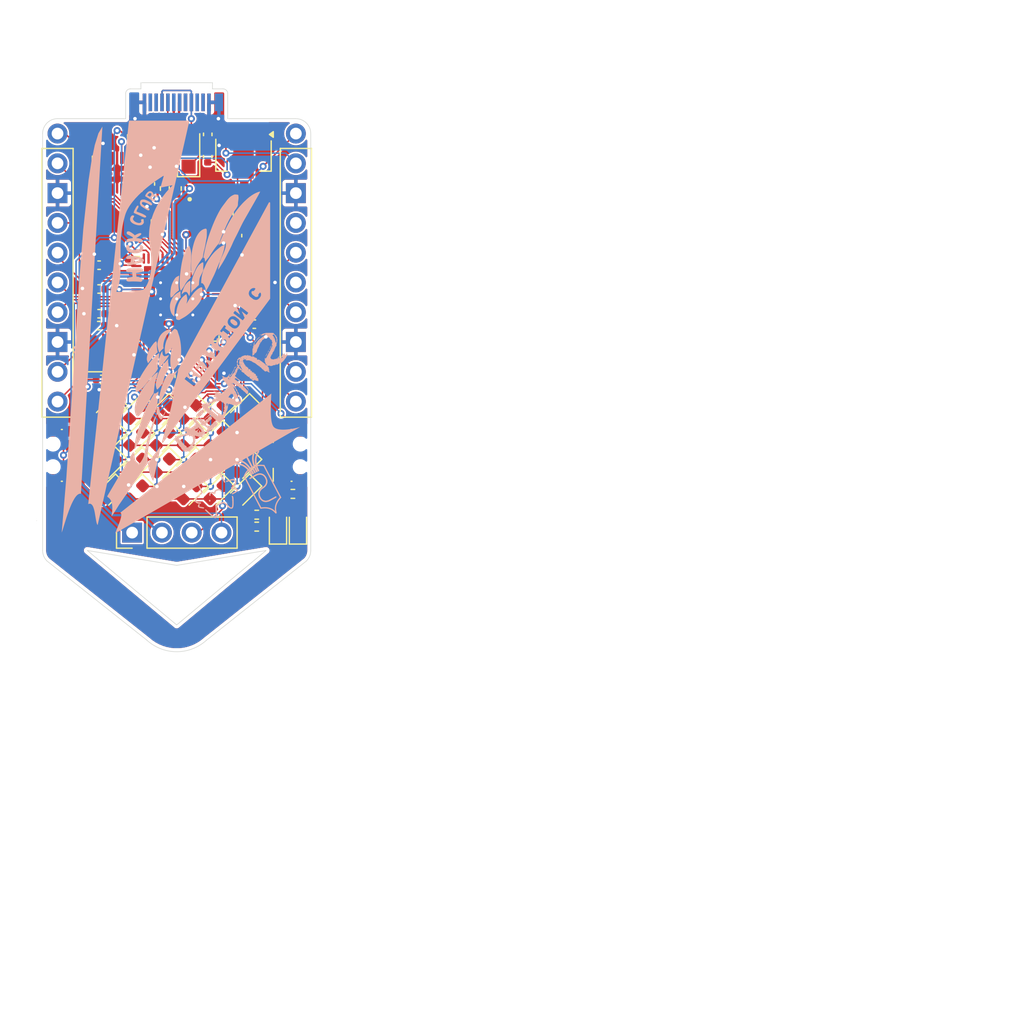
<source format=kicad_pcb>
(kicad_pcb (version 20241229) (generator "pcbnew") (generator_version "9.0")
  (title_block (title "Daedalus") (date "2025-07-05") (rev "C"))
  (layers (0 "F.Cu" signal) (2 "B.Cu" signal) (13 "F.Paste" user) (15 "B.Paste" user) (5 "F.SilkS" user "F.Silkscreen") (7 "B.SilkS" user "B.Silkscreen") (1 "F.Mask" user) (3 "B.Mask" user) (25 "Edge.Cuts" user))
  (net 0 "")
  (net 1 "GND")
  (net 2 "+1V1")
  (net 3 "/GPIO25")
  (net 4 "+3V3")
  (net 5 "+5V")
  (net 6 "/XIN")
  (net 7 "/XOUT")
  (net 8 "VBUS")
  (net 9 "/D+")
  (net 10 "/D-")
  (net 11 "Net-(D3-K)")
  (net 12 "/GPIO12")
  (net 13 "/GPIO13")
  (net 14 "/GPIO14")
  (net 15 "/GPIO15")
  (net 16 "/SWD")
  (net 17 "/SWCLK")
  (net 18 "/GPIO4")
  (net 19 "/GPIO1")
  (net 20 "/GPIO3")
  (net 21 "/GPIO2")
  (net 22 "/GPIO5")
  (net 23 "/GPIO0")
  (net 27 "Net-(P1-CC)")
  (net 36 "/GPIO7")
  (net 37 "/GPIO6")
  (net 38 "/QSPI_SD0")
  (net 39 "/QSPI_SCLK")
  (net 40 "/QSPI_SD1")
  (net 41 "/QSPI_SD2")
  (net 42 "/QSPI_SD3")
  (net 43 "/GPIO26_ADC0")
  (net 44 "/GPIO27_ADC1")
  (net 45 "/GPIO21")
  (net 46 "/GPIO19")
  (net 47 "/GPIO28_ADC2")
  (net 48 "/QSPI_SS")
  (net 49 "/RUN")
  (net 50 "/GPIO20")
  (net 51 "/GPIO22")
  (net 52 "Net-(U2-VREG_AVDD)")
  (net 53 "Net-(D2-K)")
  (net 56 "Net-(U2-USB_DP)")
  (net 57 "Net-(U2-USB_DM)")
  (net 66 "/GPIO17")
  (net 67 "/GPIO18")
  (net 68 "/VREG_LX")
  (footprint "LED_SMD:LED_0603_1608Metric" (layer "F.Cu") (at 100.42194 71.500999 -135)
    (property "Reference" "D13" (hide yes))
    (property "Value" "XL-1608UBC-04")
  )
  (footprint "Connector_PinHeader_2.54mm:PinHeader_1x10_P2.54mm_Vertical" (layer "F.Cu") (at 111.76 43.18)
    (property "Reference" "J1" (hide yes))
    (property "Value" "Conn_01x10")
  )
  (footprint "Capacitor_SMD:C_0402_1005Metric" (layer "F.Cu") (at 94.986339 58.547)
    (property "Reference" "C13" (hide yes))
    (property "Value" "0.1uF")
  )
  (footprint "U261-241N-4BS60:U261-241N-4BS60" (layer "F.Cu") (at 101.6 40.5175)
    (property "Reference" "P1" (hide yes))
    (property "Value" "U261-241N-4BS60")
    (fp_line (start -3.95 -1.15) (end -3.05 -1.15) (stroke (width 0.05)) (layer "Edge.Cuts"))
    (fp_line (start -3.05 -1.675) (end -3.05 -1.15) (stroke (width 0.05)) (layer "Edge.Cuts"))
    (fp_line (start 3.05 -1.675) (end -3.05 -1.675) (stroke (width 0.05)) (layer "Edge.Cuts"))
    (fp_line (start 3.05 -1.675) (end 3.05 -1.15) (stroke (width 0.05)) (layer "Edge.Cuts"))
    (fp_line (start 3.95 -1.15) (end 3.05 -1.15) (stroke (width 0.05)) (layer "Edge.Cuts"))
    (fp_arc (start -4.35 -0.75) (mid -4.232843 -1.032843) (end -3.95 -1.15) (stroke (width 0.05)) (layer "Edge.Cuts"))
    (fp_arc (start 3.95 -1.15) (mid 4.232843 -1.032843) (end 4.35 -0.75) (stroke (width 0.05)) (layer "Edge.Cuts"))
  )
  (footprint "LED_SMD:LED_0603_1608Metric" (layer "F.Cu") (at 104.993939 66.928999 -135)
    (property "Reference" "D23" (hide yes))
    (property "Value" "XL-1608UBC-04")
  )
  (footprint "LED_SMD:LED_0603_1608Metric" (layer "F.Cu") (at 102.707939 73.786998 -135)
    (property "Reference" "D16" (hide yes))
    (property "Value" "XL-1608UBC-04")
  )
  (footprint "LED_SMD:LED_0603_1608Metric" (layer "F.Cu") (at 100.421941 66.929 -135)
    (property "Reference" "D15" (hide yes))
    (property "Value" "XL-1608UBC-04")
  )
  (footprint "LED_SMD:LED_0603_1608Metric" (layer "F.Cu") (at 95.849939 71.501 -135)
    (property "Reference" "D5" (hide yes))
    (property "Value" "XL-1608UBC-04")
  )
  (footprint "LED_SMD:LED_0603_1608Metric" (layer "F.Cu") (at 110.236 76.708 90)
    (property "Reference" "D2" (hide yes))
    (property "Value" "LTST-C193TGKT-5A")
  )
  (footprint "LED_SMD:LED_0603_1608Metric" (layer "F.Cu") (at 100.421939 73.787 -135)
    (property "Reference" "D12" (hide yes))
    (property "Value" "XL-1608UBC-04")
  )
  (footprint "Capacitor_SMD:C_0402_1005Metric" (layer "F.Cu") (at 99.786939 63.881 90)
    (property "Reference" "C16" (hide yes))
    (property "Value" "0.1uF")
  )
  (footprint "Button_Switch_SMD:SW_SPST_CK_KMS2xxGP" (layer "F.Cu") (at 111.3916 70.63 90)
    (property "Reference" "SW2" (hide yes))
    (property "Value" "KMS221GLFS")
  )
  (footprint "LED_SMD:LED_0603_1608Metric" (layer "F.Cu") (at 95.849939 73.787 -135)
    (property "Reference" "D4" (hide yes))
    (property "Value" "XL-1608UBC-04")
  )
  (footprint "Capacitor_SMD:C_0402_1005Metric" (layer "F.Cu") (at 99.075739 50.6476 -90)
    (property "Reference" "C11" (hide yes))
    (property "Value" "0.1uF")
  )
  (footprint "Capacitor_SMD:C_0402_1005Metric" (layer "F.Cu") (at 108.219739 58.42 180)
    (property "Reference" "C8" (hide yes))
    (property "Value" "0.1uF")
  )
  (footprint "LED_SMD:LED_0603_1608Metric" (layer "F.Cu") (at 107.279939 69.214999 -135)
    (property "Reference" "D26" (hide yes))
    (property "Value" "XL-1608UBC-04")
  )
  (footprint "Resistor_SMD:R_0402_1005Metric" (layer "F.Cu") (at 106.788139 49.979799 90)
    (property "Reference" "R1" (hide yes))
    (property "Value" "33")
  )
  (footprint "Resistor_SMD:R_0402_1005Metric" (layer "F.Cu") (at 101.606539 47.871599 90)
    (property "Reference" "R3" (hide yes))
    (property "Value" "27.4")
  )
  (footprint "Diode_SMD:Nexperia_CFP3_SOD-123W" (layer "F.Cu") (at 102.613339 44.599799 90)
    (property "Reference" "D1" (hide yes))
    (property "Value" "PMEG6010ELR")
  )
  (footprint "LED_SMD:LED_0603_1608Metric" (layer "F.Cu") (at 98.13594 66.928999 -135)
    (property "Reference" "D11" (hide yes))
    (property "Value" "XL-1608UBC-04")
  )
  (footprint "LED_SMD:LED_0603_1608Metric" (layer "F.Cu") (at 95.84994 66.928999 -135)
    (property "Reference" "D7" (hide yes))
    (property "Value" "XL-1608UBC-04")
  )
  (footprint "Capacitor_SMD:C_0402_1005Metric" (layer "F.Cu") (at 99.355139 47.4726 90)
    (property "Reference" "C20" (hide yes))
    (property "Value" "0.1uF")
  )
  (footprint "Parts:C_0402_1005Metric_small_pads" (layer "F.Cu") (at 103.613139 52.621399 180)
    (property "Reference" "C2" (hide yes))
    (property "Value" "4.7uF")
  )
  (footprint "Capacitor_SMD:C_0402_1005Metric" (layer "F.Cu") (at 101.818939 63.881 90)
    (property "Reference" "C10" (hide yes))
    (property "Value" "4.7uF")
  )
  (footprint "LED_SMD:LED_0603_1608Metric" (layer "F.Cu") (at 102.707939 66.929 -135)
    (property "Reference" "D19" (hide yes))
    (property "Value" "XL-1608UBC-04")
  )
  (footprint "Capacitor_SMD:C_0402_1005Metric" (layer "F.Cu") (at 108.219739 59.436 180)
    (property "Reference" "C14" (hide yes))
    (property "Value" "0.1uF")
  )
  (footprint "Crystal:Crystal_SMD_Abracon_ABM8G-4Pin_3.2x2.5mm" (layer "F.Cu") (at 95.341939 61.849)
    (property "Reference" "Y1" (hide yes))
    (property "Value" "ABM8-272-T3")
  )
  (footprint "Connector_PinHeader_2.54mm:PinHeader_1x04_P2.54mm_Vertical" (layer "F.Cu") (at 97.8 77.216 90)
    (property "Reference" "J3" (hide yes))
    (property "Value" "Conn_01x04")
  )
  (footprint "Capacitor_SMD:C_0402_1005Metric" (layer "F.Cu") (at 94.986339 56.4388)
    (property "Reference" "C7" (hide yes))
    (property "Value" "0.1uF")
  )
  (footprint "Parts:C_0402_1005Metric_small_pads" (layer "F.Cu") (at 103.613139 51.630799 180)
    (property "Reference" "C3" (hide yes))
    (property "Value" "4.7uF")
  )
  (footprint "LED_SMD:LED_0603_1608Metric" (layer "F.Cu") (at 107.279939 71.500999 -135)
    (property "Reference" "D25" (hide yes))
    (property "Value" "XL-1608UBC-04")
  )
  (footprint "Resistor_SMD:R_0402_1005Metric" (layer "F.Cu") (at 108.422939 76.708 180)
    (property "Reference" "R6" (hide yes))
    (property "Value" "1k")
  )
  (footprint "Capacitor_SMD:C_0402_1005Metric" (layer "F.Cu") (at 94.986339 54.4068)
    (property "Reference" "C19" (hide yes))
    (property "Value" "0.1uF")
  )
  (footprint "Connector_PinHeader_2.54mm:PinHeader_1x10_P2.54mm_Vertical" (layer "F.Cu") (at 91.44 43.18)
    (property "Reference" "J2" (hide yes))
    (property "Value" "Conn_01x10")
  )
  (footprint "LED_SMD:LED_0603_1608Metric" (layer "F.Cu") (at 98.135939 73.787 -135)
    (property "Reference" "D8" (hide yes))
    (property "Value" "XL-1608UBC-04")
  )
  (footprint "LED_SMD:LED_0603_1608Metric" (layer "F.Cu") (at 107.279939 73.786999 -135)
    (property "Reference" "D24" (hide yes))
    (property "Value" "XL-1608UBC-04")
  )
  (footprint "Capacitor_SMD:C_0402_1005Metric" (layer "F.Cu") (at 108.219739 55.499 180)
    (property "Reference" "C12" (hide yes))
    (property "Value" "0.1uF")
  )
  (footprint "LED_SMD:LED_0603_1608Metric" (layer "F.Cu") (at 102.707939 71.500998 -135)
    (property "Reference" "D17" (hide yes))
    (property "Value" "XL-1608UBC-04")
  )
  (footprint "Capacitor_SMD:C_0402_1005Metric" (layer "F.Cu") (at 94.960939 59.563)
    (property "Reference" "C6" (hide yes))
    (property "Value" "10pF")
  )
  (footprint "LED_SMD:LED_0603_1608Metric" (layer "F.Cu") (at 95.849939 69.215 -135)
    (property "Reference" "D6" (hide yes))
    (property "Value" "XL-1608UBC-04")
  )
  (footprint "Resistor_SMD:R_0402_1005Metric" (layer "F.Cu") (at 97.79 43.434 90)
    (property "Reference" "R4" (hide yes))
    (property "Value" "10k")
  )
  (footprint "Capacitor_SMD:C_0402_1005Metric" (layer "F.Cu") (at 105.120939 62.357 90)
    (property "Reference" "C15" (hide yes))
    (property "Value" "0.1uF")
  )
  (footprint "RP2350:RP2350-QFN-60-1EP_7x7_P0.4mm_EP3.4x3.4mm_ThermalVias" (layer "F.Cu") (at 101.6 57.277)
    (property "Reference" "U2" (hide yes))
    (property "Value" "RP2350_60QFN")
  )
  (footprint "LED_SMD:LED_0603_1608Metric" (layer "F.Cu") (at 102.707939 69.215 -135)
    (property "Reference" "D18" (hide yes))
    (property "Value" "XL-1608UBC-04")
  )
  (footprint "Resistor_SMD:R_0402_1005Metric" (layer "F.Cu") (at 99.752339 42.969399 -90)
    (property "Reference" "R8" (hide yes))
    (property "Value" "5.1k")
  )
  (footprint "LED_SMD:LED_0603_1608Metric" (layer "F.Cu") (at 100.421941 69.215 -135)
    (property "Reference" "D14" (hide yes))
    (property "Value" "XL-1608UBC-04")
  )
  (footprint "Capacitor_SMD:C_0402_1005Metric" (layer "F.Cu") (at 108.219739 56.515 180)
    (property "Reference" "C18" (hide yes))
    (property "Value" "0.1uF")
  )
  (footprint "Capacitor_SMD:C_0402_1005Metric" (layer "F.Cu") (at 104.248139 45.153799 -90)
    (property "Reference" "C4" (hide yes))
    (property "Value" "10uF")
  )
  (footprint "LED_SMD:LED_0603_1608Metric" (layer "F.Cu") (at 104.993939 69.214999 -135)
    (property "Reference" "D22" (hide yes))
    (property "Value" "XL-1608UBC-04")
  )
  (footprint "Package_SON:Winbond_USON-8-2EP_3x4mm_P0.8mm_EP0.2x0.8mm" (layer "F.Cu") (at 96.52 46.609 -90)
    (property "Reference" "U3" (hide yes))
    (property "Value" "W25Q32JVUUIQ")
  )
  (footprint "LED_SMD:LED_0603_1608Metric" (layer "F.Cu") (at 98.135941 69.215 -135)
    (property "Reference" "D10" (hide yes))
    (property "Value" "XL-1608UBC-04")
  )
  (footprint "LED_SMD:LED_0603_1608Metric" (layer "F.Cu") (at 104.993939 71.500998 -135)
    (property "Reference" "D21" (hide yes))
    (property "Value" "XL-1608UBC-04")
  )
  (footprint "Capacitor_SMD:C_0402_1005Metric" (layer "F.Cu") (at 104.24814 43.248799 90)
    (property "Reference" "C1" (hide yes))
    (property "Value" "10uF")
  )
  (footprint "Capacitor_SMD:C_0402_1005Metric" (layer "F.Cu") (at 95.214939 64.152999 180)
    (property "Reference" "C5" (hide yes))
    (property "Value" "10pF")
  )
  (footprint "Resistor_SMD:R_0402_1005Metric" (layer "F.Cu") (at 100.59054 47.871599 -90)
    (property "Reference" "R2" (hide yes))
    (property "Value" "27.4")
  )
  (footprint "Capacitor_SMD:C_0402_1005Metric" (layer "F.Cu") (at 100.091739 50.6476 -90)
    (property "Reference" "C17" (hide yes))
    (property "Value" "0.1uF")
  )
  (footprint "Package_TO_SOT_SMD:SOT-89-3" (layer "F.Cu") (at 107.296139 45.026799 -90)
    (property "Reference" "U4" (hide yes))
    (property "Value" "AMS1117-3.3V")
  )
  (footprint "LED_SMD:LED_0603_1608Metric" (layer "F.Cu") (at 98.135939 71.501 -135)
    (property "Reference" "D9" (hide yes))
    (property "Value" "XL-1608UBC-04")
  )
  (footprint "Parts:L_pol_2016" (layer "F.Cu") (at 103.604539 50.081799)
    (property "Reference" "L1" (hide yes))
    (property "Value" "3.3u")
  )
  (footprint "LED_SMD:LED_0603_1608Metric" (layer "F.Cu") (at 107.279939 66.928999 -135)
    (property "Reference" "D27" (hide yes))
    (property "Value" "XL-1608UBC-04")
  )
  (footprint "LED_SMD:LED_0603_1608Metric" (layer "F.Cu") (at 111.937001 76.708 90)
    (property "Reference" "D3" (hide yes))
    (property "Value" "KT-0603R")
  )
  (footprint "Resistor_SMD:R_0402_1005Metric" (layer "F.Cu") (at 111.506 73.914 180)
    (property "Reference" "R5" (hide yes))
    (property "Value" "10k")
  )
  (footprint "LED_SMD:LED_0603_1608Metric" (layer "F.Cu") (at 104.99394 73.786999 -135)
    (property "Reference" "D20" (hide yes))
    (property "Value" "XL-1608UBC-04")
  )
  (footprint "Capacitor_SMD:C_0402_1005Metric" (layer "F.Cu") (at 106.788139 51.884799 90)
    (property "Reference" "C9" (hide yes))
    (property "Value" "4.7uF")
  )
  (footprint "Resistor_SMD:R_0402_1005Metric" (layer "F.Cu") (at 108.422939 75.692001 180)
    (property "Reference" "R7" (hide yes))
    (property "Value" "1k")
  )
  (footprint "Button_Switch_SMD:SW_SPST_CK_KMS2xxGP" (layer "F.Cu") (at 91.8084 70.63 -90)
    (property "Reference" "SW1" (hide yes))
    (property "Value" "KMS221GLFS")
  )
  (gr_curve (pts (xy 108.946878 73.386167) (xy 108.946878 73.386167) (xy 109.479455 73.096418) (xy 109.19584 72.55232)) (stroke (width 0.109164) (color 255 255 255 1)) (layer "B.SilkS"))
  (gr_poly (pts (xy 98.749115 52.905514) (xy 98.74659 52.887994) (xy 98.742913 52.871169) (xy 98.738156 52.855048) (xy 98.732395 52.839637) (xy 98.725702 52.824942) (xy 98.718152 52.810971) (xy 98.709818 52.797731) (xy 98.700774 52.785228) (xy 98.691093 52.773468) (xy 98.68085 52.76246) (xy 98.670119 52.752209) (xy 98.658972 52.742724) (xy 98.647484 52.734009) (xy 98.635729 52.726073) (xy 98.62378 52.718922) (xy 98.611711 52.712563) (xy 98.599596 52.707003) (xy 98.587509 52.702248) (xy 98.575523 52.698306) (xy 98.563712 52.695184) (xy 98.552149 52.692887) (xy 98.54091 52.691424) (xy 98.530067 52.6908) (xy 98.519694 52.691024) (xy 98.508351 52.692267) (xy 98.496774 52.69482) (xy 98.485269 52.698735) (xy 98.474142 52.704063) (xy 98.468816 52.707273) (xy 98.463699 52.710856) (xy 98.45883 52.714818) (xy 98.454247 52.719165) (xy 98.449988 52.723904) (xy 98.446092 52.729042) (xy 98.442596 52.734585) (xy 98.439539 52.740539) (xy 98.43696 52.746911) (xy 98.434896 52.753707) (xy 98.433386 52.760933) (xy 98.432468 52.768597) (xy 98.432181 52.776705) (xy 98.432562 52.785262) (xy 98.43365 52.794276) (xy 98.435483 52.803753) (xy 98.4381 52.813699) (xy 98.441538 52.824121) (xy 98.445837 52.835026) (xy 98.451033 52.846419) (xy 98.457166 52.858307) (xy 98.464275 52.870697) (xy 98.472396 52.883595) (xy 98.481568 52.897008) (xy 98.483839 52.915518) (xy 98.483733 52.932912) (xy 98.481361 52.949223) (xy 98.476839 52.964487) (xy 98.470279 52.978736) (xy 98.461794 52.992007) (xy 98.451498 53.004332) (xy 98.439504 53.015746) (xy 98.425927 53.026285) (xy 98.410878 53.035981) (xy 98.394472 53.044869) (xy 98.376822 53.052984) (xy 98.338244 53.067031) (xy 98.29605 53.078398) (xy 98.251148 53.087357) (xy 98.204446 53.094184) (xy 98.156849 53.099155) (xy 98.109266 53.102542) (xy 98.017769 53.105669) (xy 97.937213 53.105761) (xy 97.915057 53.103569) (xy 97.891135 53.100579) (xy 97.865801 53.096716) (xy 97.839414 53.091906) (xy 97.812331 53.086076) (xy 97.784908 53.079152) (xy 97.757503 53.07106) (xy 97.730472 53.061726) (xy 97.704173 53.051076) (xy 97.678963 53.039036) (xy 97.666877 53.032471) (xy 97.655198 53.025532) (xy 97.643969 53.018208) (xy 97.633236 53.01049) (xy 97.623043 53.002369) (xy 97.613434 52.993837) (xy 97.604454 52.984882) (xy 97.596148 52.975497) (xy 97.58856 52.965673) (xy 97.581736 52.955399) (xy 97.575719 52.944667) (xy 97.570555 52.933467) (xy 97.567888 52.92671) (xy 97.565554 52.919969) (xy 97.563539 52.913247) (xy 97.56183 52.906546) (xy 97.560411 52.899868) (xy 97.559269 52.893215) (xy 97.557762 52.879998) (xy 97.557198 52.866913) (xy 97.557466 52.85398) (xy 97.558454 52.841218) (xy 97.560052 52.828648) (xy 97.56215 52.816289) (xy 97.564635 52.804161) (xy 97.570327 52.780674) (xy 97.57624 52.758344) (xy 97.581487 52.737328) (xy 97.581693 52.733018) (xy 97.581086 52.728276) (xy 97.579692 52.723184) (xy 97.577537 52.717821) (xy 97.574646 52.71227) (xy 97.571044 52.706611) (xy 97.561809 52.695295) (xy 97.556227 52.689799) (xy 97.550035 52.68452) (xy 97.543259 52.679538) (xy 97.535924 52.674935) (xy 97.528055 52.670792) (xy 97.519679 52.667189) (xy 97.510819 52.664208) (xy 97.501502 52.661929) (xy 97.491752 52.660434) (xy 97.481596 52.659804) (xy 97.471057 52.66012) (xy 97.460163 52.661463) (xy 97.448938 52.663914) (xy 97.437406 52.667553) (xy 97.425595 52.672463) (xy 97.413528 52.678723) (xy 97.401232 52.686416) (xy 97.388731 52.695622) (xy 97.376052 52.706422) (xy 97.363218 52.718897) (xy 97.350256 52.733128) (xy 97.337191 52.749196) (xy 97.324048 52.767183) (xy 97.310853 52.787169) (xy 97.300463 52.848346) (xy 97.297949 52.871124) (xy 97.296324 52.896192) (xy 97.296016 52.923199) (xy 97.297453 52.951792) (xy 97.301064 52.98162) (xy 97.307276 53.012332) (xy 97.311492 53.027909) (xy 97.316518 53.043575) (xy 97.322409 53.059285) (xy 97.329218 53.074997) (xy 97.336998 53.090665) (xy 97.345803 53.106247) (xy 97.355686 53.121698) (xy 97.366702 53.136973) (xy 97.378903 53.15203) (xy 97.392343 53.166824) (xy 97.407075 53.181311) (xy 97.423154 53.195447) (xy 97.440804 53.210051) (xy 97.45921 53.223906) (xy 97.478286 53.237032) (xy 97.497944 53.249447) (xy 97.5181 53.26117) (xy 97.538665 53.272218) (xy 97.559556 53.282612) (xy 97.580684 53.29237) (xy 97.623308 53.31005) (xy 97.665849 53.32541) (xy 97.707615 53.338597) (xy 97.747916 53.349762) (xy 97.786061 53.359054) (xy 97.821361 53.366622) (xy 97.853124 53.372616) (xy 97.88066 53.377185) (xy 97.934728 53.384202) (xy 97.964019 53.385979) (xy 98.042156 53.38749) (xy 98.094978 53.386354) (xy 98.154535 53.383001) (xy 98.219002 53.376715) (xy 98.286554 53.36678) (xy 98.355365 53.352478) (xy 98.42361 53.333093) (xy 98.45695 53.321271) (xy 98.489464 53.30791) (xy 98.520923 53.292919) (xy 98.5511 53.27621) (xy 98.579767 53.257692) (xy 98.606694 53.237277) (xy 98.631655 53.214875) (xy 98.654421 53.190396) (xy 98.674763 53.16375) (xy 98.692454 53.134848) (xy 98.707266 53.103601) (xy 98.718969 53.069918) (xy 98.728321 53.047075) (xy 98.735929 53.024873) (xy 98.741869 53.003319) (xy 98.746213 52.98242) (xy 98.749037 52.962184) (xy 98.750412 52.942616) (xy 98.750414 52.923724)) (stroke (width 0.006598) (color 255 255 255 1)) (fill yes) (layer "B.SilkS"))
  (gr_poly (pts (xy 104.436482 67.042301) (xy 104.424931 67.054102) (xy 104.401887 67.034563) (xy 104.378842 67.015024) (xy 104.364081 67.038856) (xy 104.34932 67.062691) (xy 104.34907 67.041939) (xy 104.348822 67.021189) (xy 104.332574 67.021189) (xy 104.316325 67.021189) (xy 104.316943 67.03364) (xy 104.317561 67.046089) (xy 104.340119 67.066353) (xy 104.362679 67.086616) (xy 104.369357 67.066353) (xy 104.376035 67.046089) (xy 104.401152 67.067262) (xy 104.42627 67.088436) (xy 104.437152 67.059469) (xy 104.448031 67.0305)) (stroke (width -0.000001)) (fill yes) (layer "B.SilkS"))
  (gr_poly (pts (xy 98.995275 50.260434) (xy 98.993475 50.250475) (xy 98.98999 50.240049) (xy 98.984733 50.229181) (xy 98.977618 50.217896) (xy 98.968556 50.206219) (xy 98.957461 50.194174) (xy 98.944245 50.181788) (xy 98.928821 50.169085) (xy 98.911103 50.156089) (xy 98.891002 50.142826) (xy 98.868432 50.12932) (xy 98.843306 50.115597) (xy 98.815535 50.101681) (xy 98.777143 50.077912) (xy 98.734477 50.054803) (xy 98.68842 50.032404) (xy 98.639856 50.010764) (xy 98.538744 49.969951) (xy 98.438207 49.932753) (xy 98.267137 49.870749) (xy 98.235775 49.858113) (xy 98.210741 49.84672) (xy 98.192921 49.836618) (xy 98.183197 49.827855) (xy 98.180933 49.8233) (xy 98.179497 49.817755) (xy 98.178844 49.811283) (xy 98.178935 49.803945) (xy 98.179727 49.795807) (xy 98.181178 49.78693) (xy 98.185891 49.767213) (xy 98.19274 49.745299) (xy 98.20139 49.721694) (xy 98.211506 49.696901) (xy 98.222754 49.671425) (xy 98.2348 49.64577) (xy 98.247309 49.620442) (xy 98.272378 49.572781) (xy 98.295286 49.53248) (xy 98.313356 49.503573) (xy 98.320329 49.491885) (xy 98.326446 49.478885) (xy 98.331644 49.464871) (xy 98.335862 49.450142) (xy 98.339037 49.434998) (xy 98.341108 49.419737) (xy 98.342012 49.404659) (xy 98.341686 49.390062) (xy 98.34007 49.376246) (xy 98.338758 49.369724) (xy 98.3371 49.36351) (xy 98.335088 49.35764) (xy 98.332714 49.352152) (xy 98.329972 49.347084) (xy 98.326852 49.342472) (xy 98.323347 49.338355) (xy 98.319449 49.334769) (xy 98.315151 49.331752) (xy 98.310445 49.329342) (xy 98.305322 49.327575) (xy 98.299776 49.326489) (xy 98.293799 49.326122) (xy 98.287382 49.32651) (xy 98.280896 49.326947) (xy 98.27468 49.327697) (xy 98.268728 49.328741) (xy 98.263034 49.33006) (xy 98.257591 49.331633) (xy 98.252393 49.333442) (xy 98.247434 49.335468) (xy 98.242706 49.337691) (xy 98.238204 49.340091) (xy 98.233921 49.342649) (xy 98.229851 49.345346) (xy 98.225987 49.348163) (xy 98.218852 49.354077) (xy 98.212466 49.360237) (xy 98.206777 49.366486) (xy 98.201733 49.372671) (xy 98.197284 49.378636) (xy 98.193378 49.384226) (xy 98.18699 49.393661) (xy 98.184405 49.397195) (xy 98.182158 49.399735) (xy 98.165454 49.424515) (xy 98.129197 49.483673) (xy 98.081618 49.56637) (xy 98.056154 49.61316) (xy 98.030945 49.661772) (xy 98.007022 49.710851) (xy 97.985411 49.759041) (xy 97.967143 49.80499) (xy 97.953245 49.847342) (xy 97.948257 49.866746) (xy 97.944747 49.884743) (xy 97.942844 49.901163) (xy 97.942677 49.915838) (xy 97.944374 49.928597) (xy 97.948064 49.939273) (xy 97.953876 49.947694) (xy 97.961938 49.953692) (xy 97.996816 49.971149) (xy 98.02897 49.986392) (xy 98.060451 50.000496) (xy 98.093308 50.014534) (xy 98.279507 50.091529) (xy 98.346265 50.120591) (xy 98.416749 50.152699) (xy 98.562288 50.22023) (xy 98.634037 50.252743) (xy 98.702905 50.282482) (xy 98.767238 50.307992) (xy 98.797187 50.318706) (xy 98.825384 50.327817) (xy 98.825383 50.327817) (xy 98.839022 50.331463) (xy 98.852634 50.334169) (xy 98.86613 50.335959) (xy 98.879424 50.336858) (xy 98.892429 50.336892) (xy 98.905057 50.336086) (xy 98.917221 50.334463) (xy 98.928834 50.33205) (xy 98.939809 50.32887) (xy 98.950059 50.32495) (xy 98.959496 50.320314) (xy 98.968033 50.314986) (xy 98.975584 50.308992) (xy 98.98206 50.302357) (xy 98.987374 50.295105) (xy 98.99144 50.287262) (xy 98.994171 50.278853) (xy 98.995478 50.269902)) (stroke (width 0.006598) (color 255 255 255 1)) (fill yes) (layer "B.SilkS"))
  (gr_poly (pts (xy 109.881502 61.56569) (xy 109.857129 61.540789) (xy 109.85986 61.554425) (xy 109.862592 61.568063) (xy 109.868965 61.630313) (xy 109.875339 61.692563) (xy 109.890607 61.692563) (xy 109.905875 61.692563) (xy 109.905875 61.641576) (xy 109.905875 61.590588)) (stroke (width -0.000001)) (fill yes) (layer "B.SilkS"))
  (gr_poly (pts (xy 110.067201 60.464156) (xy 110.049791 60.464156) (xy 110.026579 60.487868) (xy 110.003367 60.511584) (xy 110.003367 60.521069) (xy 110.003367 60.530556) (xy 110.043988 60.530556) (xy 110.08461 60.530556) (xy 110.08461 60.497357) (xy 110.08461 60.464156)) (stroke (width -0.000001)) (fill yes) (layer "B.SilkS"))
  (gr_curve (pts (xy 109.19584 72.55232) (xy 108.912227 72.008228) (xy 108.379649 72.297977) (xy 108.379649 72.297977)) (stroke (width 0.109164) (color 255 255 255 1)) (layer "B.SilkS"))
  (gr_poly (pts (xy 105.069392 65.220083) (xy 105.010026 65.194744) (xy 105.003876 65.201029) (xy 104.997724 65.207311) (xy 105.046993 65.228161) (xy 105.09626 65.249008) (xy 105.09626 65.263593) (xy 105.09626 65.278181) (xy 105.112509 65.278181) (xy 105.128757 65.278181) (xy 105.128757 65.261802) (xy 105.128757 65.245426)) (stroke (width -0.000001)) (fill yes) (layer "B.SilkS"))
  (gr_poly (pts (xy 108.672329 62.60557) (xy 108.657434 62.60557) (xy 108.649193 62.62632) (xy 108.640951 62.64707) (xy 108.625497 62.624548) (xy 108.610042 62.602024) (xy 108.600066 62.618517) (xy 108.590089 62.635008) (xy 108.612223 62.653772) (xy 108.634358 62.67254) (xy 108.660791 62.662178) (xy 108.687223 62.651817) (xy 108.687223 62.628692) (xy 108.687223 62.60557)) (stroke (width -0.000001)) (fill yes) (layer "B.SilkS"))
  (gr_poly (pts (xy 105.672063 67.247186) (xy 105.648715 67.238035) (xy 105.624342 67.247589) (xy 105.599969 67.257145) (xy 105.599969 67.280269) (xy 105.599969 67.303392) (xy 105.614864 67.303392) (xy 105.629759 67.303392) (xy 105.638 67.282642) (xy 105.646242 67.261892) (xy 105.661465 67.284035) (xy 105.67669 67.306177) (xy 105.68605 67.281259) (xy 105.695411 67.25634)) (stroke (width -0.000001)) (fill yes) (layer "B.SilkS"))
  (gr_poly (pts (xy 103.412553 66.825462) (xy 103.391522 66.805393) (xy 103.361886 66.805393) (xy 103.332249 66.805393) (xy 103.31066 66.880092) (xy 103.289071 66.954794) (xy 103.275807 66.954794) (xy 103.262545 66.954794) (xy 103.255114 66.925743) (xy 103.247681 66.896692) (xy 103.245797 66.957559) (xy 103.243913 67.018427) (xy 103.223601 67.0268) (xy 103.20329 67.035173) (xy 103.231725 67.036482) (xy 103.260161 67.037794) (xy 103.260161 67.022312) (xy 103.260161 67.00683) (xy 103.292659 66.996294) (xy 103.325156 66.985756) (xy 103.325156 66.953674) (xy 103.325156 66.921592) (xy 103.342143 66.921592) (xy 103.35913 66.921592) (xy 103.396355 66.883562) (xy 103.433583 66.845531)) (stroke (width -0.000001)) (fill yes) (layer "B.SilkS"))
  (gr_curve (pts (xy 106.559817 73.138505) (xy 106.690533 72.965364) (xy 106.651459 72.708476) (xy 106.398336 72.702784)) (stroke (width 0.108937) (color 255 255 255 1)) (layer "B.SilkS"))
  (gr_poly (pts (xy 100.875937 66.229943) (xy 100.8559 66.297716) (xy 100.834046 66.369677) (xy 100.810531 66.445104) (xy 100.785778 66.511461) (xy 100.759592 66.577441) (xy 100.703804 66.707337) (xy 100.644921 66.832934) (xy 100.5847 66.95237) (xy 100.524896 67.063787) (xy 100.467264 67.165323) (xy 100.413561 67.255119) (xy 100.365542 67.331315) (xy 100.363968 67.333622) (xy 100.362307 67.335822) (xy 100.360564 67.337913) (xy 100.358746 67.339891) (xy 100.356857 67.341756) (xy 100.354904 67.343503) (xy 100.352892 67.34513) (xy 100.350827 67.346635) (xy 100.348715 67.348015) (xy 100.34656 67.349267) (xy 100.344369 67.350389) (xy 100.342147 67.351379) (xy 100.339901 67.352233) (xy 100.337635 67.352949) (xy 100.335355 67.353525) (xy 100.333066 67.353958) (xy 100.330776 67.354244) (xy 100.328488 67.354383) (xy 100.326209 67.354371) (xy 100.323944 67.354205) (xy 100.321699 67.353883) (xy 100.31948 67.353403) (xy 100.317292 67.352761) (xy 100.315141 67.351955) (xy 100.313033 67.350983) (xy 100.310972 67.349842) (xy 100.308966 67.348529) (xy 100.307018 67.347042) (xy 100.305136 67.345378) (xy 100.303324 67.343534) (xy 100.301589 67.341509) (xy 100.299935 67.339299) (xy 100.299934 67.339299) (xy 100.283761 67.312838) (xy 100.268016 67.280638) (xy 100.25272 67.243227) (xy 100.23789 67.201131) (xy 100.223548 67.154879) (xy 100.209712 67.104997) (xy 100.196402 67.052012) (xy 100.183637 66.996454) (xy 100.159822 66.879721) (xy 100.138421 66.759018) (xy 100.119592 66.638563) (xy 100.10349 66.522576) (xy 100.102555 66.517112) (xy 100.101224 66.511908) (xy 100.099519 66.506968) (xy 100.097464 66.502298) (xy 100.095079 66.497902) (xy 100.092388 66.493784) (xy 100.089413 66.489949) (xy 100.086176 66.486402) (xy 100.082699 66.483147) (xy 100.079005 66.480189) (xy 100.075117 66.477532) (xy 100.071055 66.475181) (xy 100.066844 66.473141) (xy 100.062504 66.471416) (xy 100.058059 66.470011) (xy 100.05353 66.46893) (xy 100.04894 66.468178) (xy 100.044312 66.467759) (xy 100.039667 66.467679) (xy 100.035029 66.467941) (xy 100.030418 66.468551) (xy 100.025858 66.469512) (xy 100.021371 66.47083) (xy 100.01698 66.472509) (xy 100.012705 66.474553) (xy 100.008571 66.476967) (xy 100.004599 66.479757) (xy 100.000811 66.482926) (xy 99.99723 66.486478) (xy 99.993879 66.490419) (xy 99.990779 66.494754) (xy 99.987952 66.499486) (xy 99.895376 66.669735) (xy 99.894708 66.670983) (xy 99.894073 66.672237) (xy 99.893473 66.673501) (xy 99.892912 66.674778) (xy 99.892393 66.676072) (xy 99.891918 66.677386) (xy 99.891698 66.678051) (xy 99.891491 66.678723) (xy 99.891296 66.679401) (xy 99.891114 66.680087) (xy 99.887688 66.698192) (xy 99.884989 66.72171) (xy 99.881446 66.781757) (xy 99.879827 66.853765) (xy 99.879475 66.93127) (xy 99.879942 67.07692) (xy 99.879448 67.132139) (xy 99.877592 67.167003) (xy 99.876431 67.173106) (xy 99.874394 67.179863) (xy 99.871529 67.187251) (xy 99.867887 67.195247) (xy 99.858468 67.212974) (xy 99.846535 67.232864) (xy 99.816714 67.278414) (xy 99.781599 67.330453) (xy 99.763049 67.358456) (xy 99.744366 67.38754) (xy 99.725948 67.417526) (xy 99.708192 67.448232) (xy 99.691494 67.47948) (xy 99.676253 67.511088) (xy 99.669302 67.526971) (xy 99.662864 67.542877) (xy 99.656988 67.558782) (xy 99.651725 67.574665) (xy 99.395742 68.29961) (xy 99.306601 68.559717) (xy 99.221871 68.818561) (xy 99.148788 69.059739) (xy 99.118874 69.168576) (xy 99.094585 69.266845) (xy 99.052015 69.461451) (xy 99.009532 69.669939) (xy 98.928009 70.091782) (xy 98.856366 70.458822) (xy 98.826236 70.598805) (xy 98.800958 70.697505) (xy 98.787129 70.737631) (xy 98.768667 70.782355) (xy 98.746234 70.830683) (xy 98.720493 70.881626) (xy 98.692105 70.934191) (xy 98.661732 70.987387) (xy 98.597678 71.091706) (xy 98.56532 71.140846) (xy 98.533623 71.186651) (xy 98.50325 71.228129) (xy 98.474862 71.264289) (xy 98.449121 71.29414) (xy 98.426689 71.316689) (xy 98.408227 71.330946) (xy 98.400691 71.334654) (xy 98.394397 71.335918) (xy 98.389686 71.335562) (xy 98.384444 71.334514) (xy 98.378703 71.332809) (xy 98.372494 71.330479) (xy 98.358794 71.32408) (xy 98.343594 71.315584) (xy 98.327142 71.305258) (xy 98.309686 71.293368) (xy 98.291476 71.280181) (xy 98.27276 71.265964) (xy 98.253786 71.250983) (xy 98.234803 71.235506) (xy 98.197804 71.204128) (xy 98.163751 71.173964) (xy 98.134635 71.147148) (xy 98.1337 71.146254) (xy 98.132792 71.145345) (xy 98.131909 71.144421) (xy 98.131051 71.143477) (xy 98.130215 71.142513) (xy 98.1294 71.141526) (xy 98.128605 71.140513) (xy 98.127828 71.139472) (xy 98.108333 71.109532) (xy 98.090586 71.076236) (xy 98.074516 71.039896) (xy 98.060054 71.000822) (xy 98.047127 70.959328) (xy 98.035665 70.915725) (xy 98.025599 70.870325) (xy 98.016856 70.82344) (xy 98.009366 70.775381) (xy 98.003059 70.726461) (xy 97.997864 70.67699) (xy 97.99371 70.627283) (xy 97.988241 70.528401) (xy 97.986089 70.432309) (xy 97.985782 70.426304) (xy 97.98497 70.420524) (xy 97.983681 70.414978) (xy 97.981941 70.409674) (xy 97.979779 70.40462) (xy 97.977221 70.399827) (xy 97.974294 70.395302) (xy 97.971027 70.391054) (xy 97.967446 70.387092) (xy 97.963579 70.383424) (xy 97.959453 70.380059) (xy 97.955095 70.377006) (xy 97.950533 70.374273) (xy 97.945794 70.371869) (xy 97.940906 70.369802) (xy 97.935895 70.368082) (xy 97.93079 70.366717) (xy 97.925617 70.365715) (xy 97.920404 70.365085) (xy 97.915177 70.364837) (xy 97.909966 70.364978) (xy 97.904796 70.365517) (xy 97.899695 70.366463) (xy 97.894691 70.367824) (xy 97.88981 70.36961) (xy 97.885081 70.371828) (xy 97.88053 70.374488) (xy 97.876185 70.377598) (xy 97.872073 70.381167) (xy 97.868222 70.385203) (xy 97.864658 70.389716) (xy 97.86141 70.394713) (xy 95.689714 74.090018) (xy 95.688043 74.093063) (xy 95.686558 74.096161) (xy 95.685255 74.099306) (xy 95.684132 74.102492) (xy 95.683187 74.105713) (xy 95.682417 74.108963) (xy 95.68182 74.112235) (xy 95.681393 74.115524) (xy 95.681133 74.118825) (xy 95.681038 74.12213) (xy 95.681105 74.125434) (xy 95.681332 74.128731) (xy 95.681716 74.132015) (xy 95.682255 74.13528) (xy 95.682945 74.13852) (xy 95.683786 74.141729) (xy 95.684773 74.144901) (xy 95.685904 74.14803) (xy 95.687177 74.151111) (xy 95.68859 74.154136) (xy 95.690139 74.1571) (xy 95.691822 74.159998) (xy 95.693636 74.162823) (xy 95.69558 74.165569) (xy 95.69765 74.16823) (xy 95.699844 74.1708) (xy 95.702159 74.173273) (xy 95.704593 74.175644) (xy 95.707143 74.177906) (xy 95.709806 74.180053) (xy 95.712581 74.18208) (xy 95.715463 74.18398) (xy 95.754758 74.209771) (xy 95.796392 74.240775) (xy 95.817758 74.258569) (xy 95.839316 74.278071) (xy 95.860935 74.299416) (xy 95.882484 74.32274) (xy 95.903832 74.348177) (xy 95.924847 74.375863) (xy 95.9454 74.405932) (xy 95.965359 74.43852) (xy 95.984593 74.473761) (xy 96.002971 74.511791) (xy 96.020362 74.552745) (xy 96.036635 74.596758) (xy 96.05166 74.643964) (xy 96.065305 74.694499) (xy 96.077439 74.748498) (xy 96.087932 74.806096) (xy 96.096652 74.867428) (xy 96.103469 74.93263) (xy 96.108251 75.001835) (xy 96.110868 75.075179) (xy 96.111189 75.152798) (xy 96.109082 75.234826) (xy 96.104417 75.321399) (xy 96.097062 75.412651) (xy 96.086888 75.508717) (xy 96.073762 75.609733) (xy 96.057554 75.715833) (xy 96.038133 75.827153) (xy 96.04209 75.827585) (xy 96.049188 75.822419) (xy 96.071975 75.796733) (xy 96.104819 75.75297) (xy 96.146048 75.694004) (xy 96.246957 75.541968) (xy 96.361311 75.363623) (xy 96.685276 74.847183) (xy 99.124973 71.301998) (xy 99.12669 71.29957) (xy 99.128283 71.297078) (xy 99.12975 71.294525) (xy 99.131091 71.291916) (xy 99.132304 71.289254) (xy 99.133389 71.286543) (xy 99.134344 71.283787) (xy 99.135168 71.28099) (xy 99.13586 71.278156) (xy 99.136418 71.27529) (xy 99.136843 71.272394) (xy 99.137132 71.269473) (xy 99.137285 71.266531) (xy 99.137301 71.263571) (xy 99.137178 71.260599) (xy 99.136915 71.257617) (xy 99.120033 71.023945) (xy 99.11855 70.773772) (xy 99.131011 70.510005) (xy 99.155962 70.235553) (xy 99.191948 69.953322) (xy 99.237515 69.666221) (xy 99.291209 69.377156) (xy 99.351575 69.089037) (xy 99.486507 68.527262) (xy 99.630675 68.004158) (xy 99.772444 67.542984) (xy 99.900181 67.167003) (xy 99.901495 67.163142) (xy 99.903081 67.159536) (xy 99.904922 67.156185) (xy 99.906999 67.153088) (xy 99.909296 67.150245) (xy 99.911793 67.147655) (xy 99.914473 67.145318) (xy 99.917317 67.143233) (xy 99.920309 67.141401) (xy 99.92343 67.13982) (xy 99.926662 67.138489) (xy 99.929988 67.13741) (xy 99.933388 67.13658) (xy 99.936847 67.136) (xy 99.940344 67.135669) (xy 99.943864 67.135587) (xy 99.947387 67.135753) (xy 99.950896 67.136166) (xy 99.954373 67.136827) (xy 99.957799 67.137734) (xy 99.961158 67.138888) (xy 99.964431 67.140287) (xy 99.9676 67.141932) (xy 99.970647 67.143822) (xy 99.973555 67.145956) (xy 99.976305 67.148334) (xy 99.97888 67.150955) (xy 99.981261 67.153819) (xy 99.983431 67.156926) (xy 99.985372 67.160274) (xy 99.987066 67.163865) (xy 99.988495 67.167696) (xy 100.006313 67.21929) (xy 100.024609 67.266673) (xy 100.043266 67.309995) (xy 100.062163 67.349406) (xy 100.081181 67.385058) (xy 100.100201 67.417101) (xy 100.119104 67.445685) (xy 100.137771 67.470963) (xy 100.156081 67.493085) (xy 100.173917 67.5122) (xy 100.191159 67.528461) (xy 100.207687 67.542018) (xy 100.223382 67.553021) (xy 100.238125 67.561622) (xy 100.251797 67.567971) (xy 100.264279 67.57222) (xy 100.265792 67.5726) (xy 100.267307 67.572911) (xy 100.268825 67.573152) (xy 100.270343 67.573323) (xy 100.271861 67.573426) (xy 100.273377 67.57346) (xy 100.274889 67.573426) (xy 100.276397 67.573323) (xy 100.277898 67.573152) (xy 100.279393 67.572913) (xy 100.280878 67.572606) (xy 100.282354 67.572232) (xy 100.283818 67.571791) (xy 100.28527 67.571282) (xy 100.286708 67.570707) (xy 100.288131 67.570065) (xy 100.303067 67.561502) (xy 100.318355 67.550008) (xy 100.333969 67.535703) (xy 100.349881 67.518709) (xy 100.382499 67.477144) (xy 100.416 67.426284) (xy 100.450173 67.367101) (xy 100.48481 67.300571) (xy 100.519699 67.227664) (xy 100.554633 67.149354) (xy 100.589401 67.066613) (xy 100.623794 66.980415) (xy 100.690615 66.801539) (xy 100.75342 66.620508) (xy 100.810531 66.445104) (xy 100.822896 66.410137) (xy 100.834772 66.375163) (xy 100.846129 66.340216) (xy 100.856934 66.305331) (xy 100.867155 66.27054) (xy 100.87676 66.235879) (xy 100.885718 66.201381) (xy 100.893997 66.16708)) (stroke (width -0.000001)) (fill yes) (layer "B.SilkS"))
  (gr_curve (pts (xy 104.401776 74.492541) (xy 104.39083 74.472527) (xy 104.410751 74.463743) (xy 104.424123 74.49174)) (stroke (width 0.108937) (color 255 255 255 1)) (layer "B.SilkS"))
  (gr_poly (pts (xy 106.195755 64.055309) (xy 106.186891 64.046253) (xy 106.145285 64.088758) (xy 106.103679 64.131264) (xy 106.103679 64.14032) (xy 106.103679 64.149376) (xy 106.112542 64.149376) (xy 106.121405 64.149376) (xy 106.163011 64.106869) (xy 106.204618 64.064363)) (stroke (width -0.000001)) (fill yes) (layer "B.SilkS"))
  (gr_line (start 107.363579 72.414272) (end 108.778108 75.127942) (stroke (width 0.109164) (color 255 255 255 1)) (layer "B.SilkS"))
  (gr_poly (pts (xy 107.094851 62.306764) (xy 107.062354 62.306764) (xy 107.062354 62.339966) (xy 107.062354 62.373165) (xy 107.071639 62.373165) (xy 107.080924 62.373165) (xy 107.104136 62.349451) (xy 107.127349 62.325735) (xy 107.127349 62.31625) (xy 107.127349 62.306764)) (stroke (width -0.000001)) (fill yes) (layer "B.SilkS"))
  (gr_curve (pts (xy 104.438622 73.911847) (xy 104.45645 73.885664) (xy 104.485814 73.861604) (xy 104.51209 73.84599)) (stroke (width 0.108937) (color 255 255 255 1)) (layer "B.SilkS"))
  (gr_poly (pts (xy 107.364006 62.377006) (xy 107.353064 62.365829) (xy 107.3377 62.390247) (xy 107.322334 62.414667) (xy 107.306969 62.390247) (xy 107.291604 62.365829) (xy 107.283925 62.373676) (xy 107.276246 62.381521) (xy 107.298467 62.412565) (xy 107.32069 62.443615) (xy 107.347819 62.415899) (xy 107.374948 62.388185)) (stroke (width -0.000001)) (fill yes) (layer "B.SilkS"))
  (gr_poly (pts (xy 108.715836 48.13613) (xy 108.714315 48.134361) (xy 108.712 48.133) (xy 108.708949 48.132026) (xy 108.705219 48.131413) (xy 108.700867 48.131137) (xy 108.690532 48.131504) (xy 108.678402 48.132936) (xy 108.664939 48.135242) (xy 108.650605 48.138231) (xy 108.621162 48.145494) (xy 108.593761 48.153198) (xy 108.559827 48.163825) (xy 108.477049 48.19432) (xy 108.395931 48.228006) (xy 108.316413 48.264717) (xy 108.238435 48.304288) (xy 108.161938 48.346553) (xy 108.086862 48.391347) (xy 108.013146 48.438504) (xy 107.940732 48.487858) (xy 107.869559 48.539244) (xy 107.799568 48.592496) (xy 107.7307 48.647448) (xy 107.662893 48.703935) (xy 107.59609 48.761792) (xy 107.530229 48.820852) (xy 107.401097 48.94192) (xy 107.226223 49.117585) (xy 107.059251 49.299882) (xy 106.899797 49.488366) (xy 106.747474 49.682587) (xy 106.601897 49.882099) (xy 106.462679 50.086453) (xy 106.329434 50.295202) (xy 106.201778 50.507897) (xy 106.079323 50.724092) (xy 105.961684 50.943338) (xy 105.73931 51.389194) (xy 105.53157 51.841881) (xy 105.335375 52.29782) (xy 105.266702 52.467306) (xy 105.248947 52.509498) (xy 105.230426 52.551271) (xy 105.210873 52.592453) (xy 105.190022 52.63287) (xy 105.187254 52.637641) (xy 105.183468 52.643923) (xy 105.179175 52.651264) (xy 105.176997 52.655192) (xy 105.174883 52.659215) (xy 105.172897 52.663278) (xy 105.171103 52.667325) (xy 105.169565 52.671298) (xy 105.168345 52.675142) (xy 105.167508 52.6788) (xy 105.167253 52.680542) (xy 105.167118 52.682217) (xy 105.16711 52.683816) (xy 105.167238 52.685335) (xy 105.16751 52.686764) (xy 105.167932 52.688098) (xy 105.18098 52.680543) (xy 105.210096 52.663311) (xy 105.257466 52.635178) (xy 105.278539 52.623387) (xy 105.300046 52.612087) (xy 105.321895 52.601224) (xy 105.343994 52.590741) (xy 105.36625 52.580582) (xy 105.388572 52.570692) (xy 105.43304 52.551493) (xy 105.467812 52.536412) (xy 105.515983 52.51657) (xy 105.543422 52.506224) (xy 105.572208 52.496321) (xy 105.601671 52.487404) (xy 105.631145 52.480018) (xy 105.65996 52.474707) (xy 105.673912 52.472999) (xy 105.687449 52.472015) (xy 105.700487 52.471821) (xy 105.712943 52.472486) (xy 105.724734 52.474078) (xy 105.735776 52.476665) (xy 105.745985 52.480315) (xy 105.755278 52.485096) (xy 105.763572 52.491076) (xy 105.770783 52.498322) (xy 105.776827 52.506904) (xy 105.781621 52.516889) (xy 105.785081 52.528345) (xy 105.787125 52.541341) (xy 105.790419 52.593281) (xy 105.790667 52.645758) (xy 105.788089 52.69865) (xy 105.782905 52.751834) (xy 105.775336 52.805188) (xy 105.765602 52.858588) (xy 105.753922 52.911913) (xy 105.740517 52.965039) (xy 105.725607 53.017844) (xy 105.709411 53.070206) (xy 105.674046 53.17311) (xy 105.636181 53.272768) (xy 105.597577 53.368201) (xy 105.577554 53.415939) (xy 105.556999 53.463514) (xy 105.51462 53.558206) (xy 105.471094 53.652351) (xy 105.427077 53.74602) (xy 105.424321 53.751866) (xy 105.405422 53.793128) (xy 105.387466 53.834537) (xy 105.354125 53.917808) (xy 105.323779 54.001703) (xy 105.295906 54.086245) (xy 105.269987 54.171457) (xy 105.2455 54.257364) (xy 105.19874 54.431353) (xy 105.187041 54.47628) (xy 105.175703 54.521884) (xy 105.165096 54.568008) (xy 105.155588 54.614493) (xy 105.14755 54.661179) (xy 105.141351 54.707909) (xy 105.139057 54.731241) (xy 105.137361 54.754524) (xy 105.13631 54.777738) (xy 105.135949 54.800864) (xy 105.307169 54.535326) (xy 105.391428 54.40206) (xy 105.474343 54.268058) (xy 105.555585 54.133018) (xy 105.634821 53.996636) (xy 105.71172 53.858611) (xy 105.78595 53.718638) (xy 105.78595 53.718634) (xy 106.083205 53.146659) (xy 106.155699 53.00257) (xy 106.226266 52.857578) (xy 106.294305 52.71145) (xy 106.359217 52.563954) (xy 106.394967 52.481868) (xy 106.431966 52.400238) (xy 106.470068 52.319044) (xy 106.509127 52.238266) (xy 106.589531 52.077881) (xy 106.672013 51.918925) (xy 106.757547 51.752216) (xy 106.840582 51.584263) (xy 107.003283 51.246745) (xy 107.085014 51.07824) (xy 107.168375 50.910612) (xy 107.254399 50.74439) (xy 107.344118 50.580104) (xy 107.921358 49.569911) (xy 108.210075 49.064843) (xy 108.494702 48.557641) (xy 108.551133 48.455086) (xy 108.606912 48.352041) (xy 108.661675 48.248419) (xy 108.715058 48.144133) (xy 108.716265 48.140993) (xy 108.716505 48.138333)) (stroke (width -0.000001)) (fill yes) (layer "B.SilkS"))
  (gr_poly (pts (xy 108.986586 63.270616) (xy 108.960974 63.292331) (xy 108.947995 63.27088) (xy 108.935016 63.249424) (xy 108.926938 63.263647) (xy 108.91886 63.27787) (xy 108.94928 63.309824) (xy 108.9797 63.341779) (xy 108.9797 63.313974) (xy 108.9797 63.286169) (xy 108.995948 63.286169) (xy 109.012197 63.286169) (xy 109.012197 63.267536) (xy 109.012197 63.248903)) (stroke (width -0.000001)) (fill yes) (layer "B.SilkS"))
  (gr_poly (pts (xy 104.625048 66.838588) (xy 104.6088 66.838588) (xy 104.6088 66.879108) (xy 104.6088 66.91963) (xy 104.625048 66.929889) (xy 104.641297 66.940149) (xy 104.641297 66.889368) (xy 104.641297 66.838588)) (stroke (width -0.000001)) (fill yes) (layer "B.SilkS"))
  (gr_curve (pts (xy 106.32374 75.098018) (xy 106.42663 75.016424) (xy 106.395265 74.582718) (xy 106.394949 74.462974)) (stroke (width 0.108937) (color 255 255 255 1)) (layer "B.SilkS"))
  (gr_poly (pts (xy 105.708536 64.121963) (xy 105.700168 64.113416) (xy 105.666318 64.147999) (xy 105.632466 64.182583) (xy 105.632466 64.199182) (xy 105.632466 64.215782) (xy 105.644653 64.215254) (xy 105.656839 64.214739) (xy 105.686871 64.172624) (xy 105.716904 64.130512)) (stroke (width -0.000001)) (fill yes) (layer "B.SilkS"))
  (gr_poly (pts (xy 99.500871 49.218392) (xy 99.499871 49.209128) (xy 99.497952 49.199533) (xy 99.495116 49.189643) (xy 99.491368 49.179497) (xy 99.486711 49.169132) (xy 99.48115 49.158587) (xy 99.474688 49.147898) (xy 99.467329 49.137103) (xy 99.459078 49.126241) (xy 99.449936 49.115349) (xy 99.43991 49.104465) (xy 99.429002 49.093626) (xy 99.417217 49.082871) (xy 99.404557 49.072236) (xy 99.391028 49.061761) (xy 99.322183 49.020628) (xy 99.246023 48.978192) (xy 99.165874 48.936481) (xy 99.085062 48.897523) (xy 99.006914 48.863345) (xy 98.969877 48.848683) (xy 98.934754 48.835977) (xy 98.90196 48.82548) (xy 98.87191 48.817445) (xy 98.84502 48.812127) (xy 98.821707 48.809779) (xy 98.779888 48.808304) (xy 98.736635 48.807875) (xy 98.714813 48.808574) (xy 98.693043 48.810158) (xy 98.671464 48.812836) (xy 98.650212 48.816817) (xy 98.629424 48.822309) (xy 98.609237 48.829519) (xy 98.599412 48.833834) (xy 98.589789 48.838657) (xy 98.580385 48.844014) (xy 98.571217 48.84993) (xy 98.562302 48.856432) (xy 98.553658 48.863547) (xy 98.545301 48.871299) (xy 98.537248 48.879715) (xy 98.529518 48.888821) (xy 98.522127 48.898644) (xy 98.515091 48.909208) (xy 98.508429 48.920541) (xy 98.498007 48.943653) (xy 98.490965 48.962644) (xy 98.4837 48.985944) (xy 98.476958 49.013067) (xy 98.471488 49.043529) (xy 98.469462 49.05986) (xy 98.468035 49.076843) (xy 98.467299 49.094419) (xy 98.467348 49.112525) (xy 98.468275 49.131103) (xy 98.470173 49.15009) (xy 98.473136 49.169426) (xy 98.477258 49.18905) (xy 98.482632 49.208903) (xy 98.48935 49.228923) (xy 98.497508 49.249049) (xy 98.507197 49.269221) (xy 98.518512 49.289378) (xy 98.531545 49.309459) (xy 98.546391 49.329404) (xy 98.563142 49.349153) (xy 98.581893 49.368643) (xy 98.602736 49.387816) (xy 98.625764 49.40661) (xy 98.651072 49.424964) (xy 98.838693 49.546933) (xy 98.967849 49.629314) (xy 99.017249 49.659152) (xy 99.060129 49.683284) (xy 99.099188 49.703107) (xy 99.137123 49.720019) (xy 99.137125 49.720017) (xy 99.146666 49.723625) (xy 99.156133 49.726473) (xy 99.165493 49.728586) (xy 99.174711 49.729985) (xy 99.183755 49.730695) (xy 99.192591 49.730739) (xy 99.201185 49.73014) (xy 99.209504 49.72892) (xy 99.217515 49.727104) (xy 99.225182 49.724715) (xy 99.232474 49.721775) (xy 99.239357 49.718308) (xy 99.245797 49.714338) (xy 99.25176 49.709886) (xy 99.257213 49.704977) (xy 99.262122 49.699634) (xy 99.266454 49.69388) (xy 99.270176 49.687738) (xy 99.273253 49.681232) (xy 99.275653 49.674384) (xy 99.277341 49.667218) (xy 99.278284 49.659757) (xy 99.278449 49.652024) (xy 99.277802 49.644043) (xy 99.276309 49.635836) (xy 99.273937 49.627427) (xy 99.270653 49.618839) (xy 99.266422 49.610096) (xy 99.261212 49.60122) (xy 99.254988 49.592234) (xy 99.247718 49.583163) (xy 99.239367 49.574029) (xy 99.222231 49.558919) (xy 99.199036 49.541814) (xy 99.170542 49.522913) (xy 99.137506 49.502412) (xy 99.060848 49.457403) (xy 98.975133 49.408368) (xy 98.88643 49.356889) (xy 98.80081 49.304547) (xy 98.761054 49.278546) (xy 98.724345 49.252922) (xy 98.691442 49.227872) (xy 98.663104 49.203595) (xy 98.658376 49.197595) (xy 98.654035 49.191435) (xy 98.650079 49.185131) (xy 98.646505 49.178702) (xy 98.643314 49.172166) (xy 98.640502 49.165542) (xy 98.638069 49.158847) (xy 98.636012 49.1521) (xy 98.634331 49.145318) (xy 98.633024 49.138521) (xy 98.63209 49.131725) (xy 98.631526 49.12495) (xy 98.631331 49.118213) (xy 98.631504 49.111532) (xy 98.632043 49.104926) (xy 98.632947 49.098412) (xy 98.634214 49.09201) (xy 98.635842 49.085736) (xy 98.637831 49.07961) (xy 98.640177 49.073649) (xy 98.642881 49.067871) (xy 98.64594 49.062295) (xy 98.649353 49.056939) (xy 98.653118 49.05182) (xy 98.657234 49.046957) (xy 98.661699 49.042369) (xy 98.666511 49.038073) (xy 98.67167 49.034087) (xy 98.677173 49.03043) (xy 98.68302 49.027119) (xy 98.689207 49.024174) (xy 98.695735 49.021611) (xy 98.705808 49.019726) (xy 98.7165 49.018554) (xy 98.727784 49.018068) (xy 98.739629 49.018242) (xy 98.764897 49.020463) (xy 98.792079 49.025006) (xy 98.820949 49.031659) (xy 98.851285 49.040211) (xy 98.88286 49.05045) (xy 98.91545 49.062164) (xy 98.948831 49.075142) (xy 98.982778 49.089172) (xy 99.051471 49.119542) (xy 99.119731 49.151582) (xy 99.18576 49.183598) (xy 99.214847 49.20118) (xy 99.242066 49.218163) (xy 99.291416 49.248978) (xy 99.313804 49.262132) (xy 99.324483 49.267997) (xy 99.33484 49.273331) (xy 99.34489 49.278092) (xy 99.354651 49.282238) (xy 99.364137 49.285725) (xy 99.373366 49.288512) (xy 99.388597 49.290666) (xy 99.402842 49.291847) (xy 99.416105 49.292092) (xy 99.42839 49.291438) (xy 99.439702 49.289925) (xy 99.450043 49.287588) (xy 99.459418 49.284467) (xy 99.467831 49.280599) (xy 99.475285 49.276021) (xy 99.481784 49.270772) (xy 99.487332 49.264889) (xy 99.491934 49.258409) (xy 99.495592 49.251372) (xy 99.498311 49.243813) (xy 99.500095 49.235772) (xy 99.500947 49.227286)) (stroke (width 0.006598) (color 255 255 255 1)) (fill yes) (layer "B.SilkS"))
  (gr_curve (pts (xy 108.778108 75.127942) (xy 109.765815 74.957238) (xy 110.013188 75.55597) (xy 110.063611 75.528539)) (stroke (width 0.109164) (color 255 255 255 1)) (layer "B.SilkS"))
  (gr_poly (pts (xy 98.795802 50.71724) (xy 98.794727 50.704215) (xy 98.792862 50.691141) (xy 98.790215 50.678023) (xy 98.786793 50.664865) (xy 98.782603 50.651671) (xy 98.777651 50.638445) (xy 98.771945 50.625192) (xy 98.765491 50.611916) (xy 98.758297 50.598622) (xy 98.750369 50.585313) (xy 98.741714 50.571994) (xy 98.732339 50.558669) (xy 98.722251 50.545342) (xy 98.714132 50.538024) (xy 98.705848 50.531167) (xy 98.697441 50.52479) (xy 98.688949 50.518911) (xy 98.680411 50.513551) (xy 98.671868 50.508727) (xy 98.663359 50.504458) (xy 98.654924 50.500763) (xy 98.646602 50.49766) (xy 98.638433 50.495169) (xy 98.630457 50.493309) (xy 98.622713 50.492097) (xy 98.61524 50.491553) (xy 98.608079 50.491695) (xy 98.60127 50.492543) (xy 98.59485 50.494114) (xy 98.588861 50.496428) (xy 98.583342 50.499504) (xy 98.578333 50.50336) (xy 98.573873 50.508015) (xy 98.570001 50.513488) (xy 98.566758 50.519797) (xy 98.564183 50.526962) (xy 98.562315 50.535001) (xy 98.561195 50.543932) (xy 98.560862 50.553775) (xy 98.561355 50.564549) (xy 98.562714 50.576271) (xy 98.564979 50.588961) (xy 98.56819 50.602638) (xy 98.572385 50.61732) (xy 98.577605 50.633027) (xy 98.578673 50.6357) (xy 98.579867 50.63944) (xy 98.581084 50.644147) (xy 98.582223 50.64972) (xy 98.583183 50.656058) (xy 98.583861 50.663061) (xy 98.584156 50.670628) (xy 98.583966 50.678657) (xy 98.583189 50.687049) (xy 98.581723 50.695703) (xy 98.579468 50.704518) (xy 98.578012 50.708954) (xy 98.57632 50.713393) (xy 98.57438 50.717821) (xy 98.572179 50.722227) (xy 98.569704 50.726598) (xy 98.566942 50.73092) (xy 98.563881 50.735182) (xy 98.560508 50.739371) (xy 98.55681 50.743474) (xy 98.552775 50.747479) (xy 98.542945 50.757164) (xy 98.536591 50.762998) (xy 98.532944 50.766076) (xy 98.528943 50.769228) (xy 98.524554 50.772428) (xy 98.519748 50.775652) (xy 98.514493 50.778875) (xy 98.508757 50.782071) (xy 98.502509 50.785216) (xy 98.495717 50.788284) (xy 98.488351 50.791251) (xy 98.480378 50.794091) (xy 98.466206 50.798271) (xy 98.45167 50.801656) (xy 98.436806 50.804274) (xy 98.421645 50.806153) (xy 98.406221 50.80732) (xy 98.390568 50.807803) (xy 98.358707 50.806827) (xy 98.326331 50.803445) (xy 98.293704 50.797878) (xy 98.261096 50.790347) (xy 98.228773 50.781072) (xy 98.197002 50.770273) (xy 98.166051 50.758172) (xy 98.136186 50.744988) (xy 98.107675 50.730943) (xy 98.080786 50.716258) (xy 98.055785 50.701152) (xy 98.032939 50.685846) (xy 98.012516 50.670562) (xy 97.98581 50.647995) (xy 97.973548 50.636891) (xy 97.962005 50.625902) (xy 97.951177 50.615023) (xy 97.94106 50.604249) (xy 97.931648 50.593578) (xy 97.922936 50.583003) (xy 97.91492 50.572522) (xy 97.907595 50.562129) (xy 97.900955 50.551821) (xy 97.894996 50.541594) (xy 97.889713 50.531442) (xy 97.885101 50.521362) (xy 97.881156 50.51135) (xy 97.877871 50.501401) (xy 97.875243 50.491511) (xy 97.873266 50.481676) (xy 97.871935 50.471892) (xy 97.871246 50.462153) (xy 97.871194 50.452457) (xy 97.871774 50.442799) (xy 97.87298 50.433174) (xy 97.874808 50.423578) (xy 97.877254 50.414007) (xy 97.880311 50.404457) (xy 97.883976 50.394924) (xy 97.888243 50.385403) (xy 97.893108 50.37589) (xy 97.898565 50.36638) (xy 97.90461 50.35687) (xy 97.911238 50.347356) (xy 97.91788 50.338111) (xy 97.923986 50.329372) (xy 97.929575 50.321121) (xy 97.934671 50.313341) (xy 97.939293 50.306012) (xy 97.943464 50.299116) (xy 97.947206 50.292635) (xy 97.950539 50.286551) (xy 97.953486 50.280846) (xy 97.956067 50.275501) (xy 97.958304 50.270499) (xy 97.96022 50.26582) (xy 97.961835 50.261446) (xy 97.96317 50.25736) (xy 97.964248 50.253544) (xy 97.96509 50.249977) (xy 97.965717 50.246644) (xy 97.966151 50.243525) (xy 97.966414 50.240601) (xy 97.966526 50.237856) (xy 97.96651 50.23527) (xy 97.966387 50.232825) (xy 97.966178 50.230504) (xy 97.965905 50.228287) (xy 97.964604 50.220103) (xy 97.964129 50.216164) (xy 97.964011 50.21417) (xy 97.964001 50.212134) (xy 97.963549 50.209288) (xy 97.962096 50.205973) (xy 97.956356 50.198287) (xy 97.947124 50.189783) (xy 97.934743 50.181168) (xy 97.919555 50.173149) (xy 97.901904 50.166432) (xy 97.892261 50.163783) (xy 97.882132 50.161725) (xy 97.871557 50.160346) (xy 97.860581 50.159735) (xy 97.849247 50.159979) (xy 97.837596 50.161168) (xy 97.825673 50.163389) (xy 97.813519 50.166731) (xy 97.801177 50.171283) (xy 97.788692 50.177132) (xy 97.776104 50.184367) (xy 97.763458 50.193076) (xy 97.750796 50.203349) (xy 97.73816 50.215272) (xy 97.725595 50.228935) (xy 97.713142 50.244425) (xy 97.700845 50.261832) (xy 97.688745 50.281244) (xy 97.676887 50.302748) (xy 97.665314 50.326434) (xy 97.654764 50.351128) (xy 97.645936 50.37559) (xy 97.638813 50.399809) (xy 97.633378 50.423772) (xy 97.629614 50.447469) (xy 97.627506 50.470887) (xy 97.627035 50.494014) (xy 97.628186 50.51684) (xy 97.630941 50.539351) (xy 97.635284 50.561537) (xy 97.641199 50.583386) (xy 97.648667 50.604885) (xy 97.657673 50.626023) (xy 97.6682 50.646789) (xy 97.680231 50.66717) (xy 97.693749 50.687156) (xy 97.708738 50.706733) (xy 97.725181 50.725891) (xy 97.743061 50.744617) (xy 97.762362 50.762901) (xy 97.783066 50.780729) (xy 97.805156 50.798091) (xy 97.828618 50.814975) (xy 97.853432 50.831368) (xy 97.907054 50.862638) (xy 97.965889 50.891806) (xy 98.029803 50.918779) (xy 98.098662 50.943463) (xy 98.145725 50.95778) (xy 98.191172 50.970014) (xy 98.235003 50.980214) (xy 98.277216 50.988429) (xy 98.317811 50.994707) (xy 98.356785 50.999096) (xy 98.394137 51.001645) (xy 98.429867 51.002402) (xy 98.463972 51.001416) (xy 98.496452 50.998735) (xy 98.527305 50.994407) (xy 98.556531 50.988482) (xy 98.584127 50.981007) (xy 98.610093 50.972032) (xy 98.634426 50.961603) (xy 98.657127 50.949771) (xy 98.657126 50.949773) (xy 98.672356 50.938486) (xy 98.686665 50.927069) (xy 98.700061 50.915527) (xy 98.71255 50.903863) (xy 98.72414 50.892082) (xy 98.734837 50.880188) (xy 98.744648 50.868185) (xy 98.75358 50.856078) (xy 98.76164 50.843871) (xy 98.768835 50.831568) (xy 98.775172 50.819174) (xy 98.780658 50.806693) (xy 98.785299 50.794128) (xy 98.789103 50.781485) (xy 98.792076 50.768768) (xy 98.794226 50.75598) (xy 98.795559 50.743127) (xy 98.796082 50.730212)) (stroke (width 0.006598) (color 255 255 255 1)) (fill yes) (layer "B.SilkS"))
  (gr_poly (pts (xy 102.886439 67.568994) (xy 102.87019 67.568994) (xy 102.87019 67.544094) (xy 102.87019 67.519193) (xy 102.845816 67.519193) (xy 102.821444 67.519193) (xy 102.82206 67.564844) (xy 102.822678 67.610494) (xy 102.84575 67.631244) (xy 102.868817 67.651994) (xy 102.885753 67.651994) (xy 102.902688 67.651994) (xy 102.902688 67.610494) (xy 102.902688 67.568994)) (stroke (width -0.000001)) (fill yes) (layer "B.SilkS"))
  (gr_poly (pts (xy 98.806145 53.979184) (xy 98.805618 53.975524) (xy 98.804791 53.97172) (xy 98.803676 53.96778) (xy 98.802283 53.963711) (xy 98.800622 53.959521) (xy 98.796539 53.950807) (xy 98.791514 53.941697) (xy 98.785631 53.93225) (xy 98.778975 53.922526) (xy 98.77163 53.912584) (xy 98.763682 53.902483) (xy 98.755216 53.892283) (xy 98.746316 53.882042) (xy 98.737068 53.87182) (xy 98.727557 53.861676) (xy 98.717866 53.85167) (xy 98.708082 53.841861) (xy 98.632966 53.80135) (xy 98.549556 53.765442) (xy 98.459563 53.733894) (xy 98.364703 53.706467) (xy 98.266686 53.682918) (xy 98.167228 53.663009) (xy 98.068041 53.646498) (xy 97.970838 53.633145) (xy 97.789237 53.614947) (xy 97.63613 53.606492) (xy 97.525225 53.605854) (xy 97.48988 53.607865) (xy 97.470224 53.611108) (xy 97.449903 53.617582) (xy 97.430762 53.624901) (xy 97.41281 53.632991) (xy 97.396057 53.641779) (xy 97.380512 53.651194) (xy 97.366183 53.661161) (xy 97.353081 53.671609) (xy 97.341214 53.682464) (xy 97.330592 53.693654) (xy 97.321224 53.705106) (xy 97.313119 53.716747) (xy 97.306287 53.728505) (xy 97.300736 53.740308) (xy 97.296476 53.752081) (xy 97.293516 53.763753) (xy 97.291865 53.77525) (xy 97.291532 53.786501) (xy 97.292528 53.797432) (xy 97.29486 53.80797) (xy 97.298539 53.818043) (xy 97.303573 53.827578) (xy 97.309971 53.836503) (xy 97.317744 53.844744) (xy 97.326899 53.85223) (xy 97.337447 53.858886) (xy 97.349396 53.864641) (xy 97.362756 53.869421) (xy 97.377536 53.873155) (xy 97.393746 53.875769) (xy 97.411393 53.87719) (xy 97.430489 53.877346) (xy 97.451041 53.876164) (xy 97.548368 53.874573) (xy 97.631074 53.871973) (xy 97.71002 53.868474) (xy 97.6634 54.14922) (xy 97.621352 54.158522) (xy 97.582629 54.168606) (xy 97.547141 54.179388) (xy 97.514797 54.190788) (xy 97.485507 54.202722) (xy 97.459182 54.215109) (xy 97.43573 54.227866) (xy 97.415063 54.240911) (xy 97.397089 54.254162) (xy 97.381719 54.267537) (xy 97.368863 54.280954) (xy 97.35843 54.29433) (xy 97.35033 54.307583) (xy 97.344473 54.320631) (xy 97.340768 54.333392) (xy 97.339127 54.345783) (xy 97.339458 54.357723) (xy 97.341672 54.369129) (xy 97.345677 54.379919) (xy 97.351385 54.390011) (xy 97.358705 54.399323) (xy 97.367546 54.407772) (xy 97.377819 54.415277) (xy 97.389434 54.421754) (xy 97.4023 54.427122) (xy 97.416327 54.431299) (xy 97.431425 54.434202) (xy 97.447504 54.43575) (xy 97.464473 54.43586) (xy 97.482244 54.434449) (xy 97.500724 54.431437) (xy 97.519825 54.426739) (xy 97.743528 54.373464) (xy 97.992731 54.315859) (xy 97.992731 54.132914) (xy 98.023207 53.85155) (xy 98.097579 53.862155) (xy 98.172285 53.874491) (xy 98.255774 53.8907) (xy 98.297009 53.900065) (xy 98.335874 53.910168) (xy 98.37085 53.920933) (xy 98.400414 53.932283) (xy 98.412691 53.938154) (xy 98.423045 53.944142) (xy 98.431284 53.950238) (xy 98.43722 53.956432) (xy 98.440662 53.962715) (xy 98.44142 53.969077) (xy 98.439303 53.975509) (xy 98.434121 53.982001) (xy 97.992731 54.132914) (xy 97.992731 54.315859) (xy 98.022167 54.309055) (xy 98.304812 54.2458) (xy 98.540535 54.195987) (xy 98.540535 54.195985) (xy 98.575543 54.188324) (xy 98.607447 54.179485) (xy 98.636385 54.169571) (xy 98.662496 54.158683) (xy 98.685918 54.146923) (xy 98.70679 54.134393) (xy 98.725252 54.121196) (xy 98.741442 54.107434) (xy 98.755498 54.093208) (xy 98.76756 54.078622) (xy 98.777767 54.063776) (xy 98.786256 54.048773) (xy 98.793168 54.033715) (xy 98.79864 54.018704) (xy 98.802813 54.003842) (xy 98.805823 53.989232) (xy 98.806258 53.986046) (xy 98.806362 53.982694)) (stroke (width 0.006598) (color 255 255 255 1)) (fill yes) (layer "B.SilkS"))
  (gr_poly (pts (xy 108.216583 61.045886) (xy 108.192781 61.030507) (xy 108.171899 61.081246) (xy 108.151016 61.131987) (xy 108.15323 61.159133) (xy 108.155442 61.186278) (xy 108.162484 61.148913) (xy 108.169525 61.111563) (xy 108.184644 61.111563) (xy 108.199763 61.111563) (xy 108.199763 61.086663) (xy 108.199763 61.061763) (xy 108.220074 61.061515) (xy 108.240384 61.061265)) (stroke (width -0.000001)) (fill yes) (layer "B.SilkS"))
  (gr_line (start 110.455726 74.215234) (end 109.041197 71.501563) (stroke (width 0.109164) (color 255 255 255 1)) (layer "B.SilkS"))
  (gr_poly (pts (xy 110.678646 62.024567) (xy 110.638984 62.024567) (xy 110.630079 62.039286) (xy 110.621175 62.054005) (xy 110.64331 62.07277) (xy 110.665444 62.091538) (xy 110.691876 62.081176) (xy 110.718309 62.070815) (xy 110.718309 62.047692) (xy 110.718309 62.024567)) (stroke (width -0.000001)) (fill yes) (layer "B.SilkS"))
  (gr_poly (pts (xy 109.357482 63.352735) (xy 109.345295 63.352903) (xy 109.326891 63.393451) (xy 109.308487 63.434004) (xy 109.316639 63.442259) (xy 109.324791 63.450588) (xy 109.347229 63.427665) (xy 109.369668 63.404741) (xy 109.369668 63.378656) (xy 109.369668 63.352569)) (stroke (width -0.000001)) (fill yes) (layer "B.SilkS"))
  (gr_poly (pts (xy 108.439537 71.999488) (xy 108.43948 71.998737) (xy 108.439385 71.997991) (xy 108.439252 71.997254) (xy 108.43908 71.996525) (xy 108.438869 71.995808) (xy 108.43862 71.995102) (xy 108.438333 71.994409) (xy 108.438008 71.993732) (xy 108.391284 71.901353) (xy 108.348954 71.81215) (xy 108.310824 71.726109) (xy 108.276705 71.643213) (xy 108.246404 71.56345) (xy 108.21973 71.486803) (xy 108.196493 71.413259) (xy 108.1765 71.342802) (xy 108.15956 71.275418) (xy 108.145483 71.211092) (xy 108.134076 71.14981) (xy 108.125149 71.091556) (xy 108.11851 71.036317) (xy 108.113967 70.984077) (xy 108.110407 70.888536) (xy 108.111006 70.845198) (xy 108.112932 70.804787) (xy 108.115995 70.76729) (xy 108.120003 70.732695) (xy 108.124766 70.700988) (xy 108.130092 70.672159) (xy 108.135791 70.646194) (xy 108.141671 70.623081) (xy 108.147513 70.602852) (xy 108.153115 70.585508) (xy 108.158311 70.570991) (xy 108.162935 70.559244) (xy 108.166821 70.550208) (xy 108.169802 70.543826) (xy 108.172386 70.538789) (xy 108.172772 70.538055) (xy 108.173117 70.537314) (xy 108.17342 70.536567) (xy 108.173684 70.535816) (xy 108.173908 70.535063) (xy 108.174092 70.534308) (xy 108.174237 70.533552) (xy 108.174343 70.532798) (xy 108.174411 70.532046) (xy 108.174441 70.531297) (xy 108.174433 70.530553) (xy 108.174389 70.529816) (xy 108.174307 70.529085) (xy 108.174189 70.528363) (xy 108.174035 70.527652) (xy 108.173845 70.526951) (xy 108.173619 70.526263) (xy 108.173359 70.525588) (xy 108.173065 70.524929) (xy 108.172736 70.524286) (xy 108.172373 70.52366) (xy 108.171977 70.523053) (xy 108.171548 70.522467) (xy 108.171087 70.521902) (xy 108.170593 70.521359) (xy 108.170067 70.520841) (xy 108.16951 70.520347) (xy 108.168922 70.519881) (xy 108.168302 70.519442) (xy 108.167653 70.519032) (xy 108.166974 70.518652) (xy 108.166265 70.518304) (xy 108.165533 70.517996) (xy 108.164791 70.517729) (xy 108.16404 70.517501) (xy 108.163281 70.517313) (xy 108.162515 70.517164) (xy 108.161744 70.517053) (xy 108.160969 70.516979) (xy 108.160192 70.516943) (xy 108.159414 70.516944) (xy 108.158636 70.516982) (xy 108.15786 70.517055) (xy 108.157087 70.517164) (xy 108.155555 70.517485) (xy 108.154051 70.517943) (xy 108.152587 70.518533) (xy 108.151174 70.519251) (xy 108.149821 70.520094) (xy 108.149172 70.52056) (xy 108.148541 70.521057) (xy 108.147932 70.521582) (xy 108.147344 70.522136) (xy 108.14678 70.522719) (xy 108.146241 70.523329) (xy 108.145729 70.523966) (xy 108.145244 70.52463) (xy 108.144788 70.52532) (xy 108.144362 70.526037) (xy 108.141395 70.531864) (xy 108.138006 70.539115) (xy 108.135928 70.543814) (xy 108.133631 70.549226) (xy 108.131141 70.555347) (xy 108.128484 70.562174) (xy 108.125687 70.569705) (xy 108.122777 70.577936) (xy 108.119781 70.586865) (xy 108.116725 70.596489) (xy 108.113635 70.606805) (xy 108.110539 70.617811) (xy 108.104402 70.64193) (xy 108.09848 70.668898) (xy 108.092965 70.698727) (xy 108.088048 70.731432) (xy 108.085874 70.748867) (xy 108.08392 70.767025) (xy 108.082212 70.785908) (xy 108.080773 70.805519) (xy 108.079627 70.825858) (xy 108.078797 70.846927) (xy 108.078309 70.868728) (xy 108.078184 70.891263) (xy 108.079125 70.93854) (xy 108.08181 70.98877) (xy 108.086428 71.041967) (xy 108.093169 71.098144) (xy 108.102224 71.157314) (xy 108.113781 71.219491) (xy 108.128032 71.284689) (xy 108.145165 71.352922) (xy 108.16537 71.424201) (xy 108.188839 71.498542) (xy 108.215759 71.575957) (xy 108.246322 71.656461) (xy 108.280716 71.740066) (xy 108.319133 71.826786) (xy 108.361761 71.916635) (xy 108.408791 72.009626) (xy 108.409169 72.010296) (xy 108.409579 72.010937) (xy 108.41002 72.011549) (xy 108.41049 72.012132) (xy 108.410988 72.012684) (xy 108.411513 72.013206) (xy 108.412063 72.013698) (xy 108.412637 72.014158) (xy 108.413234 72.014587) (xy 108.413853 72.014985) (xy 108.414491 72.01535) (xy 108.415148 72.015683) (xy 108.415823 72.015984) (xy 108.416514 72.016251) (xy 108.417219 72.016485) (xy 108.417938 72.016686) (xy 108.418669 72.016852) (xy 108.419411 72.016984) (xy 108.420162 72.017082) (xy 108.420922 72.017144) (xy 108.421688 72.017172) (xy 108.42246 72.017163) (xy 108.423236 72.017119) (xy 108.424014 72.017038) (xy 108.424795 72.01692) (xy 108.425575 72.016766) (xy 108.426355 72.016574) (xy 108.427132 72.016344) (xy 108.427905 72.016077) (xy 108.428673 72.015771) (xy 108.429435 72.015426) (xy 108.430188 72.015043) (xy 108.43019 72.015043) (xy 108.430912 72.01464) (xy 108.431612 72.014207) (xy 108.432289 72.013745) (xy 108.432943 72.013254) (xy 108.433572 72.012736) (xy 108.434175 72.012193) (xy 108.434752 72.011624) (xy 108.435301 72.011031) (xy 108.435822 72.010416) (xy 108.436313 72.009779) (xy 108.436774 72.009122) (xy 108.437203 72.008445) (xy 108.4376 72.00775) (xy 108.437963 72.007038) (xy 108.438292 72.00631) (xy 108.438586 72.005567) (xy 108.438841 72.004814) (xy 108.439058 72.004056) (xy 108.439235 72.003295) (xy 108.439373 72.002532) (xy 108.439472 72.001768) (xy 108.439533 72.001006) (xy 108.439554 72.000245)) (stroke (width 0.109164) (color 255 255 255 1)) (fill no) (layer "B.SilkS"))
  (gr_curve (pts (xy 103.501303 74.859144) (xy 103.526133 74.826315) (xy 103.624657 74.701417) (xy 103.623949 74.701432)) (stroke (width 0.108937) (color 255 255 255 1)) (layer "B.SilkS"))
  (gr_poly (pts (xy 109.426984 61.702988) (xy 109.403053 61.712371) (xy 109.392678 61.768868) (xy 109.382304 61.825366) (xy 109.367863 61.825366) (xy 109.353423 61.825366) (xy 109.355308 61.871016) (xy 109.357193 61.916665) (xy 109.365185 61.88464) (xy 109.373177 61.852614) (xy 109.395797 61.829503) (xy 109.418418 61.806393) (xy 109.418418 61.782679) (xy 109.418418 61.758967) (xy 109.434667 61.758967) (xy 109.450915 61.758967) (xy 109.450915 61.726285) (xy 109.450915 61.693606)) (stroke (width -0.000001)) (fill yes) (layer "B.SilkS"))
  (gr_poly (pts (xy 99.962655 48.524417) (xy 99.960608 48.517663) (xy 99.958161 48.510936) (xy 99.955326 48.504246) (xy 99.952115 48.497604) (xy 99.948542 48.49102) (xy 99.944618 48.484506) (xy 99.940357 48.478071) (xy 99.935771 48.471726) (xy 99.930872 48.465483) (xy 99.925674 48.45935) (xy 99.920189 48.453339) (xy 99.914429 48.447461) (xy 99.902136 48.436143) (xy 99.888896 48.425482) (xy 99.87481 48.415562) (xy 99.859978 48.406468) (xy 99.844502 48.398283) (xy 99.836554 48.394558) (xy 99.828483 48.391092) (xy 99.820301 48.387897) (xy 99.812021 48.384981) (xy 99.803655 48.382356) (xy 99.795216 48.380033) (xy 99.786717 48.378022) (xy 99.778171 48.376333) (xy 99.769589 48.374977) (xy 99.760985 48.373965) (xy 99.745901 48.373578) (xy 99.731148 48.373538) (xy 99.70299 48.374326) (xy 99.67722 48.375972) (xy 99.654547 48.378119) (xy 99.635679 48.38041) (xy 99.621325 48.382489) (xy 99.608991 48.384579) (xy 99.610504 48.374359) (xy 99.611435 48.364155) (xy 99.611793 48.353975) (xy 99.611588 48.343828) (xy 99.61083 48.333722) (xy 99.609529 48.323667) (xy 99.607694 48.31367) (xy 99.605335 48.30374) (xy 99.602461 48.293885) (xy 99.599083 48.284115) (xy 99.59521 48.274438) (xy 99.590852 48.264863) (xy 99.586018 48.255397) (xy 99.580718 48.24605) (xy 99.574962 48.23683) (xy 99.568759 48.227745) (xy 99.555053 48.210017) (xy 99.539677 48.192935) (xy 99.522708 48.176567) (xy 99.504224 48.160981) (xy 99.484303 48.146245) (xy 99.463021 48.13243) (xy 99.440458 48.119602) (xy 99.416689 48.107831) (xy 99.404418 48.102667) (xy 99.391956 48.098394) (xy 99.379312 48.095007) (xy 99.366495 48.092499) (xy 99.353515 48.090868) (xy 99.340381 48.090108) (xy 99.327103 48.090214) (xy 99.313689 48.091181) (xy 99.30015 48.093005) (xy 99.286495 48.09568) (xy 99.272732 48.099202) (xy 99.258873 48.103567) (xy 99.244925 48.108769) (xy 99.230899 48.114803) (xy 99.216804 48.121664) (xy 99.202649 48.129349) (xy 99.188444 48.137852) (xy 99.174198 48.147167) (xy 99.15992 48.157291) (xy 99.145621 48.168219) (xy 99.131309 48.179945) (xy 99.116993 48.192466) (xy 99.088391 48.219869) (xy 99.059888 48.25039) (xy 99.031561 48.28399) (xy 99.003485 48.320631) (xy 98.975735 48.360274) (xy 98.967472 48.374493) (xy 98.959753 48.388856) (xy 98.952621 48.403236) (xy 98.946119 48.417508) (xy 98.94029 48.431544) (xy 98.935178 48.445219) (xy 98.930825 48.458406) (xy 98.927276 48.470978) (xy 98.924572 48.482809) (xy 98.922757 48.493772) (xy 98.921875 48.503743) (xy 98.921968 48.512592) (xy 98.923079 48.520196) (xy 98.92403 48.523491) (xy 98.925252 48.526426) (xy 98.92675 48.528987) (xy 98.92853 48.531157) (xy 98.930596 48.532921) (xy 98.932956 48.534262) (xy 98.949032 48.541982) (xy 98.976036 48.557407) (xy 99.056223 48.606845) (xy 99.275085 48.74838) (xy 99.316449 48.775806) (xy 99.316449 48.576413) (xy 99.092524 48.44719) (xy 99.094422 48.44688) (xy 99.097084 48.444912) (xy 99.104599 48.436533) (xy 99.127654 48.405684) (xy 99.160015 48.363082) (xy 99.179161 48.340009) (xy 99.200005 48.317162) (xy 99.222337 48.295595) (xy 99.233996 48.285621) (xy 99.245949 48.276363) (xy 99.258169 48.267951) (xy 99.27063 48.260519) (xy 99.283306 48.254198) (xy 99.296171 48.24912) (xy 99.309198 48.245416) (xy 99.322362 48.243218) (xy 99.335636 48.242659) (xy 99.348995 48.24387) (xy 99.362411 48.246983) (xy 99.375859 48.25213) (xy 99.389312 48.259442) (xy 99.402745 48.269051) (xy 99.415083 48.28007) (xy 99.42535 48.291491) (xy 99.433654 48.303264) (xy 99.440108 48.315339) (xy 99.44482 48.327669) (xy 99.447901 48.340202) (xy 99.449461 48.352891) (xy 99.44961 48.365685) (xy 99.448459 48.378537) (xy 99.446117 48.391395) (xy 99.442696 48.404211) (xy 99.438304 48.416937) (xy 99.433052 48.429521) (xy 99.427051 48.441916) (xy 99.413241 48.46594) (xy 99.397754 48.488613) (xy 99.381472 48.509542) (xy 99.365276 48.528333) (xy 99.350049 48.544591) (xy 99.326024 48.567932) (xy 99.316449 48.576413) (xy 99.316449 48.775806) (xy 99.576963 48.948539) (xy 99.591082 48.955778) (xy 99.598318 48.959457) (xy 99.605775 48.962901) (xy 99.60961 48.964471) (xy 99.613529 48.965904) (xy 99.617542 48.967176) (xy 99.621658 48.968261) (xy 99.625887 48.969132) (xy 99.630239 48.969765) (xy 99.634724 48.970133) (xy 99.63935 48.970211) (xy 99.644128 48.969973) (xy 99.646034 48.969749) (xy 99.646034 48.803164) (xy 99.466003 48.653483) (xy 99.472496 48.645349) (xy 99.490521 48.624409) (xy 99.503179 48.610758) (xy 99.517903 48.595853) (xy 99.534423 48.580342) (xy 99.552465 48.564875) (xy 99.571758 48.5501) (xy 99.581789 48.543174) (xy 99.59203 48.536666) (xy 99.602448 48.530654) (xy 99.613008 48.525222) (xy 99.623677 48.520449) (xy 99.634421 48.516417) (xy 99.645205 48.513207) (xy 99.655996 48.5109) (xy 99.666759 48.509578) (xy 99.677461 48.509321) (xy 99.688068 48.510211) (xy 99.698544 48.512328) (xy 99.708858 48.515754) (xy 99.718974 48.52057) (xy 99.728361 48.52626) (xy 99.736545 48.532276) (xy 99.743572 48.538606) (xy 99.749487 48.545237) (xy 99.754334 48.552156) (xy 99.758159 48.559352) (xy 99.761006 48.566812) (xy 99.76292 48.574524) (xy 99.763947 48.582476) (xy 99.764132 48.590655) (xy 99.763518 48.599049) (xy 99.762152 48.607645) (xy 99.760078 48.616432) (xy 99.757342 48.625396) (xy 99.753988 48.634527) (xy 99.750061 48.64381) (xy 99.745606 48.653235) (xy 99.740669 48.662789) (xy 99.729525 48.682233) (xy 99.71699 48.702044) (xy 99.703423 48.722124) (xy 99.646034 48.803164) (xy 99.646034 48.969749) (xy 99.649067 48.969394) (xy 99.654177 48.968447) (xy 99.659468 48.967107) (xy 99.664949 48.965348) (xy 99.67063 48.963144) (xy 99.67652 48.960471) (xy 99.682629 48.957301) (xy 99.688967 48.95361) (xy 99.695544 48.949371) (xy 99.702369 48.944559) (xy 99.709451 48.939149) (xy 99.716801 48.933114) (xy 99.724428 48.926428) (xy 99.732342 48.919067) (xy 99.740552 48.911004) (xy 99.740552 48.911002) (xy 99.768813 48.883593) (xy 99.795153 48.856729) (xy 99.819574 48.830387) (xy 99.842075 48.804542) (xy 99.862658 48.77917) (xy 99.881324 48.754247) (xy 99.898072 48.72975) (xy 99.912904 48.705653) (xy 99.92582 48.681933) (xy 99.936821 48.658566) (xy 99.945908 48.635527) (xy 99.953082 48.612792) (xy 99.958342 48.590338) (xy 99.961691 48.56814) (xy 99.963128 48.546175)) (stroke (width 0.006598) (color 255 255 255 1)) (fill yes) (layer "B.SilkS"))
  (gr_curve (pts (xy 109.19584 72.55232) (xy 108.912227 72.00823) (xy 108.379649 72.297979) (xy 108.379649 72.297979)) (stroke (width 0.109164) (color 255 255 255 1)) (layer "B.SilkS"))
  (gr_poly (pts (xy 101.94542 57.107926) (xy 101.936776 57.043832) (xy 101.92983 56.979828) (xy 101.924745 56.915801) (xy 101.921679 56.851636) (xy 101.920794 56.787221) (xy 101.922251 56.722442) (xy 101.926209 56.657185) (xy 101.926211 56.657185) (xy 101.926515 56.652599) (xy 101.926656 56.648464) (xy 101.926637 56.644764) (xy 101.926459 56.641483) (xy 101.926125 56.638604) (xy 101.925638 56.636113) (xy 101.924998 56.633993) (xy 101.924208 56.632228) (xy 101.92327 56.630803) (xy 101.922186 56.6297) (xy 101.920958 56.628904) (xy 101.919588 56.6284) (xy 101.918079 56.628171) (xy 101.916432 56.628202) (xy 101.914649 56.628475) (xy 101.912733 56.628976) (xy 101.910685 56.629688) (xy 101.908508 56.630596) (xy 101.903774 56.632934) (xy 101.898546 56.635862) (xy 101.892842 56.639252) (xy 101.88007 56.646907) (xy 101.873035 56.650917) (xy 101.865589 56.654877) (xy 101.831101 56.672917) (xy 101.796595 56.691829) (xy 101.762145 56.711588) (xy 101.727826 56.732168) (xy 101.693713 56.753544) (xy 101.65988 56.77569) (xy 101.626403 56.798582) (xy 101.593357 56.822193) (xy 101.560815 56.846498) (xy 101.528854 56.871471) (xy 101.497547 56.897088) (xy 101.46697 56.923322) (xy 101.437198 56.950149) (xy 101.408305 56.977542) (xy 101.380367 57.005477) (xy 101.353457 57.033927) (xy 101.327299 57.063741) (xy 101.302362 57.0949) (xy 101.278617 57.127289) (xy 101.256034 57.16079) (xy 101.234584 57.195289) (xy 101.214238 57.230671) (xy 101.194964 57.266819) (xy 101.176735 57.303618) (xy 101.159519 57.340952) (xy 101.143287 57.378706) (xy 101.12801 57.416765) (xy 101.113658 57.455012) (xy 101.087609 57.53161) (xy 101.064904 57.607575) (xy 101.051455 57.660238) (xy 101.040553 57.71309) (xy 101.032144 57.766084) (xy 101.026174 57.819175) (xy 101.022589 57.872316) (xy 101.021336 57.925461) (xy 101.022359 57.978565) (xy 101.025607 58.031581) (xy 101.031023 58.084464) (xy 101.038555 58.137168) (xy 101.048149 58.189647) (xy 101.05975 58.241854) (xy 101.073304 58.293743) (xy 101.088758 58.34527) (xy 101.106058 58.396387) (xy 101.12515 58.447049) (xy 101.133493 58.467302) (xy 101.142254 58.487006) (xy 101.151438 58.506189) (xy 101.161054 58.524878) (xy 101.171106 58.543101) (xy 101.181603 58.560885) (xy 101.19255 58.578259) (xy 101.203954 58.59525) (xy 101.215822 58.611886) (xy 101.228161 58.628195) (xy 101.240976 58.644203) (xy 101.254275 58.65994) (xy 101.268064 58.675433) (xy 101.28235 58.690708) (xy 101.297139 58.705795) (xy 101.312439 58.720721) (xy 101.317134 58.725) (xy 101.321978 58.729085) (xy 101.32695 58.733003) (xy 101.33203 58.736781) (xy 101.342428 58.744018) (xy 101.353005 58.751009) (xy 101.363593 58.757963) (xy 101.374024 58.765091) (xy 101.37913 58.768787) (xy 101.384133 58.772606) (xy 101.389014 58.776574) (xy 101.393751 58.780717) (xy 101.394985 58.781668) (xy 101.396162 58.78223) (xy 101.397284 58.782424) (xy 101.398353 58.782272) (xy 101.399369 58.781797) (xy 101.400334 58.78102) (xy 101.40125 58.779964) (xy 101.402118 58.77865) (xy 101.402938 58.777102) (xy 101.403713 58.77534) (xy 101.405131 58.771264) (xy 101.406382 58.766601) (xy 101.407477 58.761527) (xy 101.408427 58.756219) (xy 101.409241 58.750853) (xy 101.41051 58.740654) (xy 101.411897 58.727338) (xy 101.413677 58.712907) (xy 101.415079 58.69846) (xy 101.416134 58.683999) (xy 101.416877 58.669525) (xy 101.417561 58.640546) (xy 101.417401 58.611539) (xy 101.413703 58.495509) (xy 101.413159 58.453974) (xy 101.413345 58.412068) (xy 101.414258 58.369924) (xy 101.415898 58.327675) (xy 101.418261 58.285456) (xy 101.421347 58.243398) (xy 101.425153 58.201636) (xy 101.429679 58.160304) (xy 101.434559 58.123272) (xy 101.440381 58.086111) (xy 101.447125 58.048878) (xy 101.454771 58.011627) (xy 101.463298 57.974414) (xy 101.472685 57.937294) (xy 101.482911 57.900323) (xy 101.493957 57.863556) (xy 101.505802 57.827049) (xy 101.518424 57.790857) (xy 101.531804 57.755035) (xy 101.545922 57.71964) (xy 101.560755 57.684725) (xy 101.576285 57.650348) (xy 101.59249 57.616562) (xy 101.609349 57.583424) (xy 101.633335 57.538631) (xy 101.658566 57.493796) (xy 101.685103 57.449277) (xy 101.713005 57.405437) (xy 101.727487 57.383884) (xy 101.742332 57.362635) (xy 101.757549 57.341736) (xy 101.773144 57.321232) (xy 101.789126 57.301168) (xy 101.805501 57.281589) (xy 101.822277 57.262539) (xy 101.839462 57.244065) (xy 101.847438 57.235454) (xy 101.85549 57.226433) (xy 101.863724 57.217301) (xy 101.867942 57.212786) (xy 101.872245 57.208355) (xy 101.876646 57.204044) (xy 101.881159 57.199892) (xy 101.885797 57.195935) (xy 101.890572 57.19221) (xy 101.895499 57.188754) (xy 101.90059 57.185605) (xy 101.903201 57.184158) (xy 101.905858 57.182801) (xy 101.908563 57.181539) (xy 101.911318 57.180377) (xy 101.912351 57.18) (xy 101.913488 57.179675) (xy 101.916037 57.179162) (xy 101.918901 57.178802) (xy 101.922015 57.178561) (xy 101.935696 57.178087) (xy 101.939102 57.177916) (xy 101.942374 57.177655) (xy 101.945448 57.177268) (xy 101.94826 57.17672) (xy 101.949547 57.176374) (xy 101.950745 57.175976) (xy 101.951845 57.17552) (xy 101.95284 57.175002) (xy 101.953721 57.174418) (xy 101.954481 57.173763) (xy 101.95511 57.173032) (xy 101.955602 57.172223)) (stroke (width -0.000001)) (fill yes) (layer "B.SilkS"))
  (gr_poly (pts (xy 101.139082 59.903397) (xy 101.13864 59.902343) (xy 101.137947 59.901493) (xy 101.136989 59.900863) (xy 101.13575 59.900468) (xy 101.134213 59.900323) (xy 101.127986 59.900168) (xy 101.121767 59.899784) (xy 101.115552 59.899205) (xy 101.109341 59.898465) (xy 101.096923 59.896638) (xy 101.084499 59.894574) (xy 101.072054 59.892546) (xy 101.059574 59.890826) (xy 101.053317 59.890167) (xy 101.047046 59.889687) (xy 101.040759 59.889421) (xy 101.034455 59.889401) (xy 101.013307 59.890033) (xy 100.992433 59.891133) (xy 100.97181 59.892716) (xy 100.951416 59.894798) (xy 100.931227 59.897398) (xy 100.91122 59.90053) (xy 100.891371 59.904212) (xy 100.871658 59.908459) (xy 100.852057 59.913289) (xy 100.832545 59.918717) (xy 100.813099 59.924761) (xy 100.793695 59.931436) (xy 100.774311 59.938759) (xy 100.754923 59.946747) (xy 100.735508 59.955415) (xy 100.716043 59.964782) (xy 100.668671 59.989361) (xy 100.622332 60.015507) (xy 100.577099 60.043223) (xy 100.53304 60.072511) (xy 100.490226 60.103374) (xy 100.448727 60.135814) (xy 100.408611 60.169834) (xy 100.36995 60.205436) (xy 100.332814 60.242623) (xy 100.297271 60.281397) (xy 100.263393 60.32176) (xy 100.231248 60.363715) (xy 100.200908 60.407265) (xy 100.172441 60.452412) (xy 100.145918 60.499159) (xy 100.121409 60.547507) (xy 100.088554 60.619443) (xy 100.057761 60.694142) (xy 100.043383 60.732365) (xy 100.029814 60.771081) (xy 100.017152 60.810226) (xy 100.005494 60.849734) (xy 99.994939 60.88954) (xy 99.985585 60.929577) (xy 99.977528 60.969781) (xy 99.970867 61.010085) (xy 99.965701 61.050425) (xy 99.962125 61.090734) (xy 99.960239 61.130947) (xy 99.96014 61.170998) (xy 99.961517 61.210524) (xy 99.963994 61.25037) (xy 99.967533 61.290465) (xy 99.972095 61.330741) (xy 99.977642 61.371126) (xy 99.984134 61.411551) (xy 99.999799 61.492243) (xy 100.01878 61.572256) (xy 100.040766 61.651034) (xy 100.065448 61.728016) (xy 100.092514 61.802644) (xy 100.095448 61.810689) (xy 100.098046 61.818489) (xy 100.102519 61.832925) (xy 100.106503 61.845103) (xy 100.10849 61.850082) (xy 100.110568 61.854178) (xy 100.111663 61.855862) (xy 100.112808 61.857286) (xy 100.114011 61.858437) (xy 100.115282 61.859301) (xy 100.116628 61.859864) (xy 100.11806 61.860115) (xy 100.119586 61.86004) (xy 100.121214 61.859624) (xy 100.122954 61.858856) (xy 100.124815 61.857722) (xy 100.126806 61.856208) (xy 100.128935 61.854302) (xy 100.131211 61.85199) (xy 100.133643 61.849259) (xy 100.139012 61.842486) (xy 100.139012 61.842484) (xy 100.158729 61.816604) (xy 100.178835 61.791268) (xy 100.199324 61.766452) (xy 100.220192 61.742132) (xy 100.241433 61.718282) (xy 100.263042 61.694877) (xy 100.285013 61.671894) (xy 100.307342 61.649307) (xy 100.35305 61.605222) (xy 100.400124 61.562424) (xy 100.448522 61.520715) (xy 100.498202 61.479897) (xy 100.498373 61.478942) (xy 100.498389 61.477953) (xy 100.49826 61.476932) (xy 100.497993 61.475882) (xy 100.497598 61.474805) (xy 100.497084 61.473702) (xy 100.496459 61.472577) (xy 100.495732 61.471431) (xy 100.494912 61.470267) (xy 100.494008 61.469086) (xy 100.491983 61.466685) (xy 100.489726 61.464244) (xy 100.487309 61.461783) (xy 100.482275 61.456867) (xy 100.477444 61.452077) (xy 100.47528 61.449773) (xy 100.473379 61.447554) (xy 100.472549 61.446481) (xy 100.471811 61.445436) (xy 100.471174 61.444421) (xy 100.470646 61.443438) (xy 100.468181 61.437905) (xy 100.466107 61.43222) (xy 100.464389 61.426403) (xy 100.462993 61.420471) (xy 100.461886 61.414442) (xy 100.461032 61.408336) (xy 100.460399 61.402169) (xy 100.459953 61.395961) (xy 100.459482 61.383492) (xy 100.459349 61.371076) (xy 100.459281 61.358857) (xy 100.459006 61.346984) (xy 100.458336 61.321517) (xy 100.458345 61.295903) (xy 100.458998 61.270168) (xy 100.460261 61.24434) (xy 100.464477 61.192522) (xy 100.47071 61.140673) (xy 100.478681 61.089018) (xy 100.488109 61.037784) (xy 100.498715 60.987195) (xy 100.510217 60.937476) (xy 100.51939 60.901328) (xy 100.529475 60.865144) (xy 100.54045 60.828982) (xy 100.552295 60.792896) (xy 100.564989 60.756941) (xy 100.57851 60.721173) (xy 100.592837 60.685648) (xy 100.60795 60.650421) (xy 100.623828 60.615547) (xy 100.640448 60.581082) (xy 100.657792 60.547081) (xy 100.675836 60.513599) (xy 100.69456 60.480693) (xy 100.713944 60.448418) (xy 100.733966 60.416828) (xy 100.754605 60.385979) (xy 100.778295 60.35217) (xy 100.802803 60.318531) (xy 100.828043 60.285163) (xy 100.853932 60.252164) (xy 100.880385 60.219634) (xy 100.907318 60.187671) (xy 100.934645 60.156375) (xy 100.962283 60.125846) (xy 101.04096 60.042274) (xy 101.060074 60.02085) (xy 101.069404 60.009937) (xy 101.078547 59.998859) (xy 101.087477 59.987597) (xy 101.096167 59.976126) (xy 101.104593 59.964426) (xy 101.112726 59.952473) (xy 101.120416 59.94162) (xy 101.12615 59.933174) (xy 101.129058 59.928628) (xy 101.131827 59.924033) (xy 101.134335 59.919511) (xy 101.136459 59.915188) (xy 101.138075 59.911185) (xy 101.138654 59.909343) (xy 101.139059 59.907628) (xy 101.139276 59.906055) (xy 101.139289 59.904639)) (stroke (width -0.000001)) (fill yes) (layer "B.SilkS"))
  (gr_poly (pts (xy 107.046105 62.256964) (xy 107.029857 62.256964) (xy 107.029857 62.281864) (xy 107.029857 62.306764) (xy 107.046105 62.306764) (xy 107.062354 62.306764) (xy 107.062354 62.281864) (xy 107.062354 62.256964)) (stroke (width -0.000001)) (fill yes) (layer "B.SilkS"))
  (gr_poly (pts (xy 105.048292 68.06966) (xy 105.024694 68.052589) (xy 105.011732 68.060774) (xy 104.99877 68.068958) (xy 104.99877 68.085764) (xy 104.99877 68.102569) (xy 104.976602 68.125217) (xy 104.954434 68.147865) (xy 104.935981 68.129013) (xy 104.917526 68.110159) (xy 104.917526 68.130079) (xy 104.917526 68.149999) (xy 104.934732 68.149997) (xy 104.95194 68.149997) (xy 104.940064 68.170748) (xy 104.928188 68.191498) (xy 104.959415 68.164614) (xy 104.990643 68.137729) (xy 105.011663 68.145489) (xy 105.032683 68.153248) (xy 105.022043 68.109936) (xy 105.011403 68.066622) (xy 105.041646 68.076675) (xy 105.071889 68.086729)) (stroke (width -0.000001)) (fill yes) (layer "B.SilkS"))
  (gr_poly (pts (xy 94.92696 43.160585) (xy 94.618716 44.147746) (xy 94.338585 45.501177) (xy 94.083359 47.178651) (xy 93.634797 51.336828) (xy 93.247372 56.284463) (xy 92.55331 67.19687) (xy 92.19536 72.48602) (xy 91.795923 77.213386) (xy 91.834368 77.113456) (xy 91.885182 76.95801) (xy 92.020638 76.515924) (xy 92.195746 75.957832) (xy 92.296124 75.657381) (xy 92.403958 75.354444) (xy 92.518432 75.057858) (xy 92.638726 74.776464) (xy 92.764023 74.519098) (xy 92.893503 74.2946) (xy 92.959557 74.197438) (xy 93.026349 74.111808) (xy 93.093778 74.038813) (xy 93.161742 73.979559) (xy 93.230138 73.935151) (xy 93.298864 73.906693) (xy 93.367817 73.895291) (xy 93.436895 73.902048) (xy 95.266523 42.581921)) (stroke (width -0.000001)) (fill yes) (layer "B.SilkS"))
  (gr_poly (pts (xy 108.703472 60.928963) (xy 108.687223 60.928963) (xy 108.687223 60.978762) (xy 108.687223 61.028563) (xy 108.670975 61.028563) (xy 108.654726 61.028563) (xy 108.654726 61.011964) (xy 108.654726 60.995362) (xy 108.638477 60.995362) (xy 108.622228 60.995362) (xy 108.623223 61.007813) (xy 108.624217 61.020263) (xy 108.662193 61.056529) (xy 108.700169 61.092801) (xy 108.709945 61.082814) (xy 108.719721 61.072827) (xy 108.719721 61.000895) (xy 108.719721 60.928963)) (stroke (width -0.000001)) (fill yes) (layer "B.SilkS"))
  (gr_poly (pts (xy 104.185902 67.321602) (xy 104.185469 67.295091) (xy 104.157765 67.340742) (xy 104.130061 67.38639) (xy 104.117575 67.38639) (xy 104.10509 67.38639) (xy 104.10509 67.402992) (xy 104.10509 67.419592) (xy 104.115371 67.419592) (xy 104.125651 67.419592) (xy 104.155993 67.383852) (xy 104.186333 67.348112)) (stroke (width -0.000001)) (fill yes) (layer "B.SilkS"))
  (gr_poly (pts (xy 103.246056 67.876926) (xy 103.231957 67.892696) (xy 103.221902 67.947611) (xy 103.211846 68.002523) (xy 103.236001 67.977846) (xy 103.260156 67.953167) (xy 103.260156 67.907161) (xy 103.260156 67.861156)) (stroke (width -0.000001)) (fill yes) (layer "B.SilkS"))
  (gr_poly (pts (xy 101.810127 55.320892) (xy 101.809831 55.315702) (xy 101.809236 55.31108) (xy 101.808306 55.307132) (xy 101.807975 55.30634) (xy 101.807513 55.305636) (xy 101.806929 55.305017) (xy 101.806231 55.304477) (xy 101.805426 55.304015) (xy 101.804524 55.303626) (xy 101.803532 55.303308) (xy 101.802459 55.303056) (xy 101.801313 55.302867) (xy 101.800102 55.302738) (xy 101.797519 55.302644) (xy 101.794777 55.302747) (xy 101.791942 55.303018) (xy 101.789079 55.30343) (xy 101.786256 55.303954) (xy 101.783537 55.304563) (xy 101.78099 55.305229) (xy 101.77868 55.305924) (xy 101.776674 55.30662) (xy 101.775038 55.307288) (xy 101.773838 55.307902) (xy 101.752072 55.320074) (xy 101.730055 55.331787) (xy 101.685582 55.354533) (xy 101.663281 55.365915) (xy 101.641039 55.377538) (xy 101.618934 55.389575) (xy 101.597044 55.402201) (xy 101.579358 55.413454) (xy 101.562173 55.425753) (xy 101.545483 55.43901) (xy 101.529279 55.45314) (xy 101.513555 55.468056) (xy 101.498302 55.483672) (xy 101.483513 55.4999) (xy 101.46918 55.516655) (xy 101.455297 55.533849) (xy 101.441855 55.551397) (xy 101.428846 55.569212) (xy 101.416264 55.587207) (xy 101.392348 55.623391) (xy 101.370047 55.659259) (xy 101.347182 55.697848) (xy 101.324977 55.737201) (xy 101.303476 55.777263) (xy 101.282719 55.817978) (xy 101.262749 55.859291) (xy 101.243608 55.901148) (xy 101.225338 55.943494) (xy 101.20798 55.986273) (xy 101.191576 56.02943) (xy 101.176169 56.072912) (xy 101.1618 56.116661) (xy 101.14851 56.160625) (xy 101.136342 56.204747) (xy 101.125338 56.248973) (xy 101.115539 56.293247) (xy 101.106988 56.337516) (xy 101.097717 56.39315) (xy 101.089664 56.448836) (xy 101.082637 56.504584) (xy 101.076443 56.560402) (xy 101.065785 56.672286) (xy 101.056152 56.784558) (xy 101.053783 56.813945) (xy 101.051798 56.843931) (xy 101.050423 56.874311) (xy 101.049887 56.904877) (xy 101.050417 56.93542) (xy 101.051153 56.950619) (xy 101.052242 56.965735) (xy 101.053711 56.980742) (xy 101.055588 56.995613) (xy 101.057904 57.010324) (xy 101.060685 57.024848) (xy 101.063496 57.039925) (xy 101.065813 57.055216) (xy 101.069858 57.086074) (xy 101.072036 57.101462) (xy 101.074617 57.116702) (xy 101.076129 57.124239) (xy 101.077826 57.131704) (xy 101.079736 57.139088) (xy 101.081887 57.146378) (xy 101.083181 57.1508) (xy 101.084205 57.154825) (xy 101.085745 57.161634) (xy 101.086413 57.164389) (xy 101.087114 57.166694) (xy 101.087501 57.167673) (xy 101.087924 57.168534) (xy 101.088394 57.169275) (xy 101.088919 57.169895) (xy 101.089509 57.170393) (xy 101.090174 57.170765) (xy 101.090923 57.171011) (xy 101.091766 57.171128) (xy 101.092711 57.171116) (xy 101.093769 57.170972) (xy 101.094949 57.170695) (xy 101.096261 57.170283) (xy 101.097713 57.169734) (xy 101.099316 57.169046) (xy 101.10301 57.167248) (xy 101.10742 57.164876) (xy 101.11262 57.161916) (xy 101.120202 57.157637) (xy 101.127861 57.153546) (xy 101.143348 57.145778) (xy 101.174566 57.13088) (xy 101.190049 57.123166) (xy 101.197705 57.119115) (xy 101.205284 57.114886) (xy 101.21277 57.110442) (xy 101.220147 57.105748) (xy 101.2274 57.100766) (xy 101.234513 57.09546) (xy 101.248759 57.083836) (xy 101.262387 57.07178) (xy 101.275461 57.059331) (xy 101.288046 57.046527) (xy 101.300206 57.033409) (xy 101.312007 57.020016) (xy 101.334791 56.992562) (xy 101.378893 56.936088) (xy 101.401248 56.9077) (xy 101.424497 56.87963) (xy 101.43812 56.864156) (xy 101.452178 56.84888) (xy 101.466628 56.833794) (xy 101.481426 56.81889) (xy 101.511893 56.789599) (xy 101.543234 56.760947) (xy 101.575102 56.732871) (xy 101.607152 56.705311) (xy 101.670407 56.651494) (xy 101.696055 56.628748) (xy 101.711063 56.615981) (xy 101.718953 56.609678) (xy 101.727041 56.603593) (xy 101.735281 56.597849) (xy 101.743628 56.592569) (xy 101.752035 56.587875) (xy 101.760458 56.58389) (xy 101.764662 56.582202) (xy 101.768852 56.580737) (xy 101.773023 56.579511) (xy 101.77717 56.578539) (xy 101.781287 56.577836) (xy 101.785368 56.577418) (xy 101.789407 56.577301) (xy 101.7934 56.577498) (xy 101.789766 56.526009) (xy 101.785361 56.474564) (xy 101.775391 56.371745) (xy 101.765805 56.268926) (xy 101.761879 56.217481) (xy 101.758918 56.165992) (xy 101.758917 56.165992) (xy 101.757818 56.134191) (xy 101.757414 56.102313) (xy 101.758418 56.038371) (xy 101.76139 55.974263) (xy 101.76579 55.910087) (xy 101.786894 55.654645) (xy 101.803336 55.392203) (xy 101.808401 55.351686) (xy 101.809588 55.338821) (xy 101.809969 55.332557) (xy 101.810161 55.326546)) (stroke (width -0.000001)) (fill yes) (layer "B.SilkS"))
  (gr_poly (pts (xy 99.985026 61.80836) (xy 99.982106 61.805505) (xy 99.979351 61.802398) (xy 99.976756 61.799056) (xy 99.974314 61.795494) (xy 99.972021 61.791727) (xy 99.969869 61.78777) (xy 99.967854 61.783639) (xy 99.964208 61.774915) (xy 99.961038 61.765677) (xy 99.958296 61.756047) (xy 99.955935 61.746146) (xy 99.95391 61.736098) (xy 99.952173 61.726024) (xy 99.949376 61.706288) (xy 99.945188 61.671881) (xy 99.93347 61.588574) (xy 99.927715 61.54616) (xy 99.922428 61.503491) (xy 99.91791 61.460758) (xy 99.914459 61.418149) (xy 99.912374 61.375854) (xy 99.911956 61.334061) (xy 99.913044 61.29736) (xy 99.915009 61.261017) (xy 99.919201 61.188939) (xy 99.920243 61.152969) (xy 99.920241 61.13495) (xy 99.919793 61.116889) (xy 99.918823 61.098772) (xy 99.917258 61.080582) (xy 99.915024 61.062307) (xy 99.912046 61.043931) (xy 99.910243 61.035125) (xy 99.908123 61.026465) (xy 99.905719 61.017934) (xy 99.903069 61.009515) (xy 99.900209 61.001192) (xy 99.897172 60.992948) (xy 99.890716 60.976629) (xy 99.877268 60.944203) (xy 99.870846 60.92783) (xy 99.867835 60.919545) (xy 99.865005 60.911172) (xy 99.863091 60.905421) (xy 99.861375 60.900648) (xy 99.859812 60.896789) (xy 99.859073 60.895184) (xy 99.858355 60.893784) (xy 99.85765 60.892581) (xy 99.856955 60.891569) (xy 99.856263 60.89074) (xy 99.855567 60.890085) (xy 99.854863 60.889597) (xy 99.854143 60.889268) (xy 99.853403 60.889091) (xy 99.852637 60.889058) (xy 99.851838 60.889161) (xy 99.851001 60.889392) (xy 99.85012 60.889744) (xy 99.849188 60.890209) (xy 99.847152 60.891447) (xy 99.844844 60.893043) (xy 99.83923 60.897068) (xy 99.835828 60.899372) (xy 99.831968 60.901788) (xy 99.825592 60.905724) (xy 99.819335 60.909898) (xy 99.813183 60.914283) (xy 99.807122 60.918851) (xy 99.80114 60.923573) (xy 99.795222 60.92842) (xy 99.783526 60.938381) (xy 99.76031 60.958575) (xy 99.748574 60.968357) (xy 99.742626 60.973071) (xy 99.736607 60.977629) (xy 99.725042 60.986498) (xy 99.713699 60.995828) (xy 99.702572 61.005581) (xy 99.69166 61.015717) (xy 99.680957 61.026198) (xy 99.670459 61.036984) (xy 99.660163 61.048036) (xy 99.650064 61.059315) (xy 99.64016 61.070781) (xy 99.630444 61.082395) (xy 99.611566 61.105912) (xy 99.593399 61.129552) (xy 99.57591 61.153001) (xy 99.509521 61.243039) (xy 99.44416 61.333468) (xy 99.412207 61.379184) (xy 99.38092 61.425425) (xy 99.350436 61.472332) (xy 99.320891 61.520049) (xy 99.298256 61.558779) (xy 99.276544 61.598369) (xy 99.255759 61.638749) (xy 99.235906 61.67985) (xy 99.21699 61.721602) (xy 99.199016 61.763935) (xy 99.181989 61.806778) (xy 99.165913 61.850063) (xy 99.150793 61.89372) (xy 99.136633 61.937677) (xy 99.12344 61.981867) (xy 99.111216 62.026218) (xy 99.099968 62.070661) (xy 99.0897 62.115126) (xy 99.080416 62.159543) (xy 99.072121 62.203843) (xy 99.06521 62.245746) (xy 99.059286 62.288992) (xy 99.054849 62.333108) (xy 99.053345 62.355343) (xy 99.052399 62.377618) (xy 99.052075 62.399873) (xy 99.052435 62.422049) (xy 99.053541 62.444086) (xy 99.055456 62.465926) (xy 99.058243 62.487509) (xy 99.061962 62.508776) (xy 99.066678 62.529667) (xy 99.072452 62.550124) (xy 99.080456 62.574467) (xy 99.089004 62.598515) (xy 99.107042 62.64604) (xy 99.125184 62.693335) (xy 99.133863 62.717095) (xy 99.14205 62.741034) (xy 99.14255 62.742296) (xy 99.143335 62.743902) (xy 99.144375 62.745785) (xy 99.14564 62.74788) (xy 99.147098 62.750118) (xy 99.148719 62.752434) (xy 99.150472 62.754761) (xy 99.152328 62.757033) (xy 99.154255 62.759181) (xy 99.156224 62.76114) (xy 99.158202 62.762843) (xy 99.159186 62.763578) (xy 99.16016 62.764224) (xy 99.161122 62.764772) (xy 99.162068 62.765215) (xy 99.162993 62.765544) (xy 99.163894 62.76575) (xy 99.164767 62.765826) (xy 99.165609 62.765762) (xy 99.166414 62.765552) (xy 99.167181 62.765185) (xy 99.168793 62.764131) (xy 99.170459 62.762882) (xy 99.173929 62.759849) (xy 99.177549 62.75619) (xy 99.181277 62.752008) (xy 99.185071 62.747406) (xy 99.18889 62.742486) (xy 99.192691 62.737354) (xy 99.196433 62.73211) (xy 99.21919 62.698576) (xy 99.258933 62.646829) (xy 99.298944 62.595313) (xy 99.378923 62.492284) (xy 99.416985 62.441872) (xy 99.454712 62.390731) (xy 99.53052 62.28801) (xy 99.569276 62.237307) (xy 99.609052 62.187626) (xy 99.629428 62.163306) (xy 99.650186 62.139405) (xy 99.671367 62.11598) (xy 99.693015 62.093083) (xy 99.693015 62.093081) (xy 99.728942 62.056862) (xy 99.765551 62.02133) (xy 99.840001 61.951496) (xy 99.914734 61.881923) (xy 99.951697 61.846715) (xy 99.988118 61.81095)) (stroke (width -0.000001)) (fill yes) (layer "B.SilkS"))
  (gr_poly (pts (xy 101.654344 63.37783) (xy 101.606511 63.417362) (xy 101.550538 63.460271) (xy 101.520117 63.482197) (xy 101.488401 63.504014) (xy 101.455639 63.525405) (xy 101.422077 63.546051) (xy 101.387962 63.565634) (xy 101.353541 63.583839) (xy 101.319061 63.600345) (xy 101.284769 63.614836) (xy 101.250913 63.626994) (xy 101.217739 63.636502) (xy 101.201687 63.640195) (xy 101.186274 63.643215) (xy 101.171491 63.645592) (xy 101.157326 63.647351) (xy 101.143769 63.648523) (xy 101.130809 63.649133) (xy 101.118437 63.649211) (xy 101.106641 63.648784) (xy 101.095412 63.64788) (xy 101.084738 63.646527) (xy 101.074609 63.644753) (xy 101.065015 63.642585) (xy 101.055946 63.640052) (xy 101.04739 63.637181) (xy 101.039337 63.634001) (xy 101.031777 63.630539) (xy 101.024699 63.626823) (xy 101.018094 63.622881) (xy 101.011949 63.618741) (xy 101.006256 63.614431) (xy 101.001002 63.609979) (xy 100.996179 63.605412) (xy 100.991775 63.600758) (xy 100.98778 63.596046) (xy 100.984184 63.591303) (xy 100.980975 63.586558) (xy 100.978144 63.581837) (xy 100.97568 63.577169) (xy 100.973573 63.572582) (xy 100.971811 63.568104) (xy 100.970386 63.563762) (xy 100.969285 63.559584) (xy 100.866069 63.704263) (xy 100.745489 63.877447) (xy 100.687907 63.962425) (xy 100.637049 64.039765) (xy 100.596602 64.104547) (xy 100.581434 64.13069) (xy 100.570253 64.151848) (xy 100.528241 64.245335) (xy 100.45579 64.42238) (xy 100.365517 64.666307) (xy 100.270038 64.96044) (xy 100.224289 65.121123) (xy 100.18197 65.288105) (xy 100.144658 65.4593) (xy 100.11393 65.632625) (xy 100.091364 65.805995) (xy 100.078536 65.977325) (xy 100.077023 66.144532) (xy 100.088403 66.30553) (xy 101.69206 63.344216)) (stroke (width -0.000001)) (fill yes) (layer "B.SilkS"))
  (gr_poly (pts (xy 99.991895 63.546959) (xy 99.990844 63.532989) (xy 99.988856 63.519711) (xy 99.9886 63.518689) (xy 99.988262 63.517832) (xy 99.987847 63.517133) (xy 99.98736 63.516582) (xy 99.986808 63.516172) (xy 99.986196 63.515894) (xy 99.985529 63.51574) (xy 99.984813 63.515702) (xy 99.984054 63.515771) (xy 99.983256 63.515939) (xy 99.982426 63.516198) (xy 99.98157 63.516538) (xy 99.980691 63.516953) (xy 99.979797 63.517434) (xy 99.978892 63.517972) (xy 99.977982 63.518559) (xy 99.976171 63.519848) (xy 99.974406 63.521233) (xy 99.972732 63.522648) (xy 99.971194 63.524027) (xy 99.9687 63.52641) (xy 99.967278 63.527849) (xy 99.967233 63.527895) (xy 99.959892 63.535124) (xy 99.952243 63.541993) (xy 99.944321 63.548542) (xy 99.93616 63.554808) (xy 99.927794 63.56083) (xy 99.919257 63.566648) (xy 99.901804 63.577822) (xy 99.866334 63.599405) (xy 99.848861 63.610431) (xy 99.840308 63.616138) (xy 99.831923 63.622026) (xy 99.810715 63.637907) (xy 99.789838 63.654591) (xy 99.769276 63.671995) (xy 99.749015 63.690037) (xy 99.729039 63.708635) (xy 99.709334 63.727706) (xy 99.670675 63.766937) (xy 99.63292 63.807069) (xy 99.595947 63.847444) (xy 99.52387 63.926281) (xy 99.378328 64.084815) (xy 99.235287 64.24635) (xy 99.095635 64.411231) (xy 98.96026 64.579801) (xy 98.894455 64.665576) (xy 98.830051 64.752403) (xy 98.767161 64.840323) (xy 98.705895 64.929381) (xy 98.646365 65.019618) (xy 98.58868 65.111078) (xy 98.532953 65.203804) (xy 98.479295 65.297839) (xy 98.398609 65.447458) (xy 98.321362 65.601287) (xy 98.284556 65.679656) (xy 98.249243 65.758928) (xy 98.215634 65.839052) (xy 98.183939 65.91998) (xy 98.15437 66.001661) (xy 98.127137 66.084045) (xy 98.102452 66.167082) (xy 98.080526 66.250723) (xy 98.061569 66.334918) (xy 98.045792 66.419617) (xy 98.033407 66.504769) (xy 98.024624 66.590325) (xy 98.021871 66.633865) (xy 98.020617 66.677919) (xy 98.020919 66.722343) (xy 98.022831 66.766993) (xy 98.026409 66.811726) (xy 98.031708 66.856398) (xy 98.038785 66.900863) (xy 98.047694 66.94498) (xy 98.058492 66.988602) (xy 98.071234 67.031587) (xy 98.085975 67.07379) (xy 98.102771 67.115068) (xy 98.121677 67.155276) (xy 98.14275 67.194271) (xy 98.166044 67.231908) (xy 98.191616 67.268043) (xy 98.196437 67.274238) (xy 98.202692 67.281836) (xy 98.206249 67.28595) (xy 98.210032 67.290161) (xy 98.213999 67.294386) (xy 98.218104 67.298539) (xy 98.222306 67.302536) (xy 98.226559 67.306293) (xy 98.230819 67.309725) (xy 98.235044 67.312748) (xy 98.237129 67.314079) (xy 98.239188 67.315276) (xy 98.241217 67.316329) (xy 98.243209 67.317227) (xy 98.245159 67.317959) (xy 98.247062 67.318514) (xy 98.248911 67.318883) (xy 98.250703 67.319054) (xy 98.256225 67.319126) (xy 98.261748 67.318919) (xy 98.267269 67.318443) (xy 98.272783 67.317707) (xy 98.278285 67.316721) (xy 98.283771 67.315495) (xy 98.294677 67.312363) (xy 98.305464 67.308388) (xy 98.316098 67.303649) (xy 98.326542 67.298223) (xy 98.336762 67.292189) (xy 98.34672 67.285625) (xy 98.356382 67.27861) (xy 98.365712 67.271221) (xy 98.374674 67.263537) (xy 98.383233 67.255637) (xy 98.391352 67.247597) (xy 98.398996 67.239497) (xy 98.40613 67.231415) (xy 98.629661 66.97923) (xy 98.682637 66.915873) (xy 98.708366 66.883407) (xy 98.733511 66.850237) (xy 98.758013 66.816229) (xy 98.781812 66.781247) (xy 98.804851 66.745156) (xy 98.827071 66.707824) (xy 98.827069 66.707824) (xy 98.889934 66.600489) (xy 98.954215 66.494008) (xy 99.083851 66.281721) (xy 99.147621 66.174975) (xy 99.209636 66.067201) (xy 99.269102 65.957929) (xy 99.325228 65.846688) (xy 99.346689 65.802888) (xy 99.369166 65.758993) (xy 99.392527 65.715161) (xy 99.416638 65.671551) (xy 99.441369 65.628324) (xy 99.466586 65.585638) (xy 99.492158 65.543653) (xy 99.517953 65.502529) (xy 99.525185 65.491482) (xy 99.532974 65.480097) (xy 99.549763 65.456445) (xy 99.567413 65.431824) (xy 99.585018 65.406489) (xy 99.593521 65.393632) (xy 99.601671 65.380691) (xy 99.609358 65.367697) (xy 99.616465 65.354683) (xy 99.622882 65.34168) (xy 99.628494 65.32872) (xy 99.633187 65.315833) (xy 99.636849 65.303053) (xy 99.639386 65.291862) (xy 99.641596 65.280523) (xy 99.643517 65.269055) (xy 99.645188 65.257478) (xy 99.647933 65.234066) (xy 99.650136 65.21044) (xy 99.654143 65.163144) (xy 99.65656 65.139774) (xy 99.659662 65.116791) (xy 99.666544 65.072546) (xy 99.67315 65.02821) (xy 99.679084 64.98378) (xy 99.681675 64.961527) (xy 99.68395 64.93925) (xy 99.6906 64.875381) (xy 99.698367 64.811757) (xy 99.707066 64.748319) (xy 99.716514 64.685011) (xy 99.736924 64.558548) (xy 99.758125 64.431904) (xy 99.766112 64.388311) (xy 99.775391 64.345148) (xy 99.785809 64.302364) (xy 99.797212 64.259906) (xy 99.822365 64.17576) (xy 99.849623 64.092293) (xy 99.905558 63.92572) (xy 99.931785 63.84178) (xy 99.943927 63.799464) (xy 99.955217 63.756847) (xy 99.969331 63.701813) (xy 99.97664 63.671145) (xy 99.983223 63.639491) (xy 99.986032 63.623554) (xy 99.988407 63.607684) (xy 99.990265 63.591985) (xy 99.991522 63.576562) (xy 99.992093 63.561519)) (stroke (width -0.000001)) (fill yes) (layer "B.SilkS"))
  (gr_poly (pts (xy 107.105376 62.576004) (xy 107.079376 62.549442) (xy 107.067273 62.561806) (xy 107.05517 62.574169) (xy 107.079073 62.590954) (xy 107.102976 62.60774) (xy 107.066417 62.597235) (xy 107.029857 62.586727) (xy 107.029857 62.593572) (xy 107.029857 62.600418) (xy 107.058292 62.626341) (xy 107.086727 62.652262) (xy 107.109052 62.627413) (xy 107.131375 62.602564)) (stroke (width -0.000001)) (fill yes) (layer "B.SilkS"))
  (gr_curve (pts (xy 106.394949 74.462974) (xy 106.394708 74.371027) (xy 106.389182 74.216439) (xy 106.349354 74.133014)) (stroke (width 0.108937) (color 255 255 255 1)) (layer "B.SilkS"))
  (gr_poly (pts (xy 110.43669 62.378359) (xy 110.406926 62.389766) (xy 110.40013 62.389766) (xy 110.393335 62.389766) (xy 110.393952 62.410517) (xy 110.39457 62.431267) (xy 110.417468 62.451849) (xy 110.440363 62.472433) (xy 110.449612 62.457145) (xy 110.45886 62.441858) (xy 110.441557 62.430933) (xy 110.424254 62.420009) (xy 110.445355 62.39348) (xy 110.466454 62.366951)) (stroke (width -0.000001)) (fill yes) (layer "B.SilkS"))
  (gr_poly (pts (xy 103.268285 69.550333) (xy 103.243913 69.575233) (xy 103.243913 69.610805) (xy 103.243913 69.646377) (xy 103.268285 69.621477) (xy 103.292659 69.596578) (xy 103.292659 69.561006) (xy 103.292659 69.525434)) (stroke (width -0.000001)) (fill yes) (layer "B.SilkS"))
  (gr_curve (pts (xy 108.379649 72.297977) (xy 108.202123 72.394559) (xy 108.024597 72.491143) (xy 107.84707 72.587724)) (stroke (width 0.109164) (color 255 255 255 1)) (layer "B.SilkS"))
  (gr_poly (pts (xy 104.049256 68.040783) (xy 104.02592 68.016941) (xy 104.016496 68.032522) (xy 104.007069 68.048103) (xy 104.024373 68.059028) (xy 104.041674 68.069954) (xy 104.020575 68.096483) (xy 103.999474 68.123014) (xy 104.029239 68.111603) (xy 104.059003 68.100195) (xy 104.065799 68.100195) (xy 104.072593 68.100195) (xy 104.072593 68.082409) (xy 104.072593 68.064625)) (stroke (width -0.000001)) (fill yes) (layer "B.SilkS"))
  (gr_poly (pts (xy 106.824622 63.018167) (xy 106.797338 62.987367) (xy 106.783608 62.987367) (xy 106.769877 62.987367) (xy 106.770495 62.999819) (xy 106.771113 63.012268) (xy 106.794312 63.033142) (xy 106.81751 63.054016) (xy 106.808204 63.078792) (xy 106.798898 63.103569) (xy 106.815146 63.103569) (xy 106.831395 63.103569) (xy 106.84165 63.076267) (xy 106.851905 63.048965)) (stroke (width -0.000001)) (fill yes) (layer "B.SilkS"))
  (gr_curve (pts (xy 104.51209 73.84599) (xy 104.56961 73.811777) (xy 104.64243 73.784072) (xy 104.707495 73.817115)) (stroke (width 0.108937) (color 255 255 255 1)) (layer "B.SilkS"))
  (gr_poly (pts (xy 106.47121 64.771482) (xy 106.448772 64.74856) (xy 106.438713 64.758837) (xy 106.428654 64.769113) (xy 106.429272 64.787096) (xy 106.42989 64.80508) (xy 106.452959 64.82583) (xy 106.476028 64.84658) (xy 106.484839 64.84658) (xy 106.493648 64.84658) (xy 106.493648 64.820492) (xy 106.493648 64.794407)) (stroke (width -0.000001)) (fill yes) (layer "B.SilkS"))
  (gr_poly (pts (xy 108.23226 61.17796) (xy 108.199762 61.17796) (xy 108.199762 61.218076) (xy 108.199762 61.258195) (xy 108.179451 61.266568) (xy 108.15914 61.274939) (xy 108.1957 61.27625) (xy 108.23226 61.27756) (xy 108.23226 61.244361) (xy 108.23226 61.211159) (xy 108.248508 61.211159) (xy 108.264757 61.211159) (xy 108.264757 61.19456) (xy 108.264757 61.17796)) (stroke (width -0.000001)) (fill yes) (layer "B.SilkS"))
  (gr_curve (pts (xy 106.398336 72.702784) (xy 106.196396 72.698246) (xy 106.047715 72.80313) (xy 105.857369 72.844774)) (stroke (width 0.108937) (color 255 255 255 1)) (layer "B.SilkS"))
  (gr_poly (pts (xy 104.472619 66.796694) (xy 104.446311 66.769817) (xy 104.421939 66.794718) (xy 104.397565 66.819618) (xy 104.397565 66.829103) (xy 104.397565 66.838588) (xy 104.412463 66.838588) (xy 104.427356 66.838588) (xy 104.435597 66.817838) (xy 104.443839 66.797088) (xy 104.46044 66.821508) (xy 104.477044 66.845928) (xy 104.487986 66.834749) (xy 104.498927 66.82357)) (stroke (width -0.000001)) (fill yes) (layer "B.SilkS"))
  (gr_line (start 105.665623 73.900063) (end 105.679311 73.894663) (stroke (width 0.108937) (color 255 255 255 1)) (layer "B.SilkS"))
  (gr_curve (pts (xy 106.522805 73.467049) (xy 106.500369 73.464065) (xy 106.272649 73.427529) (xy 106.290237 73.4063)) (stroke (width 0.108937) (color 255 255 255 1)) (layer "B.SilkS"))
  (gr_poly (pts (xy 103.020888 69.587694) (xy 103.011012 69.577604) (xy 102.989348 69.577604) (xy 102.967683 69.577604) (xy 102.967683 69.619104) (xy 102.967683 69.660604) (xy 102.980021 69.660604) (xy 102.992362 69.660604) (xy 103.011563 69.629194) (xy 103.030764 69.597784)) (stroke (width -0.000001)) (fill yes) (layer "B.SilkS"))
  (gr_curve (pts (xy 104.959019 74.931599) (xy 105.126071 74.855252) (xy 105.454633 74.626684) (xy 105.637872 74.663866)) (stroke (width 0.108937) (color 255 255 255 1)) (layer "B.SilkS"))
  (gr_poly (pts (xy 106.964862 62.887768) (xy 106.948613 62.887768) (xy 106.948613 62.904367) (xy 106.948613 62.920967) (xy 106.964862 62.920967) (xy 106.98111 62.920967) (xy 106.98111 62.904367) (xy 106.98111 62.887768)) (stroke (width -0.000001)) (fill yes) (layer "B.SilkS"))
  (gr_curve (pts (xy 109.041197 71.501563) (xy 109.041197 71.501563) (xy 107.830144 71.243791) (xy 107.363578 72.41427)) (stroke (width 0.109164) (color 255 255 255 1)) (layer "B.SilkS"))
  (gr_curve (pts (xy 110.046685 74.184606) (xy 109.869159 74.281188) (xy 109.691632 74.37777) (xy 109.514108 74.474355)) (stroke (width 0.109164) (color 255 255 255 1)) (layer "B.SilkS"))
  (gr_curve (pts (xy 103.231558 74.559812) (xy 103.152443 74.37458) (xy 103.355678 74.16675) (xy 103.501242 74.094218)) (stroke (width 0.108937) (color 255 255 255 1)) (layer "B.SilkS"))
  (gr_poly (pts (xy 106.564443 65.321068) (xy 106.537744 65.310602) (xy 106.535187 65.315143) (xy 106.532629 65.319685) (xy 106.54949 65.357033) (xy 106.56635 65.394382) (xy 106.578746 65.394382) (xy 106.591142 65.394382) (xy 106.591142 65.362957) (xy 106.591142 65.331535)) (stroke (width -0.000001)) (fill yes) (layer "B.SilkS"))
  (gr_poly (pts (xy 102.535464 68.203693) (xy 102.51759 68.191498) (xy 102.511092 68.173153) (xy 102.504594 68.154808) (xy 102.473315 68.185602) (xy 102.442036 68.216398) (xy 102.497687 68.216142) (xy 102.55334 68.215889)) (stroke (width -0.000001)) (fill yes) (layer "B.SilkS"))
  (gr_curve (pts (xy 103.64134 73.923799) (xy 103.669921 73.895801) (xy 103.770582 73.832545) (xy 103.747845 73.784918)) (stroke (width 0.108937) (color 255 255 255 1)) (layer "B.SilkS"))
  (gr_poly (pts (xy 103.87434 54.407533) (xy 103.874211 54.401008) (xy 103.873975 54.394396) (xy 103.87365 54.387662) (xy 103.870834 54.276824) (xy 103.869911 54.262344) (xy 103.868633 54.248006) (xy 103.866934 54.233894) (xy 103.864744 54.220093) (xy 103.861996 54.206686) (xy 103.858622 54.193759) (xy 103.854554 54.181395) (xy 103.849724 54.169678) (xy 103.846618 54.165174) (xy 103.84223 54.162136) (xy 103.836645 54.160483) (xy 103.829947 54.160134) (xy 103.82222 54.161008) (xy 103.81355 54.163024) (xy 103.80402 54.166102) (xy 103.793716 54.17016) (xy 103.771121 54.180894) (xy 103.746442 54.194579) (xy 103.720354 54.210568) (xy 103.693535 54.228213) (xy 103.666661 54.246868) (xy 103.640408 54.265886) (xy 103.592471 54.302419) (xy 103.555135 54.332635) (xy 103.533811 54.351357) (xy 103.498379 54.387699) (xy 103.464829 54.425461) (xy 103.43303 54.464531) (xy 103.402849 54.504799) (xy 103.374155 54.546152) (xy 103.346815 54.588478) (xy 103.320697 54.631666) (xy 103.295668 54.675604) (xy 103.248351 54.765283) (xy 103.203806 54.856619) (xy 103.118803 55.040692) (xy 103.055443 55.185998) (xy 103.026208 55.259421) (xy 102.998698 55.333354) (xy 102.972982 55.407797) (xy 102.949132 55.482748) (xy 102.927218 55.558204) (xy 102.90731 55.634165) (xy 102.88948 55.710629) (xy 102.873799 55.787595) (xy 102.860335 55.86506) (xy 102.849162 55.943024) (xy 102.840348 56.021484) (xy 102.833965 56.10044) (xy 102.830084 56.179888) (xy 102.828774 56.259829) (xy 102.837553 56.656878) (xy 102.837349 56.663499) (xy 102.836808 56.671481) (xy 102.835158 56.690169) (xy 102.833474 56.710219) (xy 102.832893 56.719905) (xy 102.832631 56.728911) (xy 102.832798 56.736896) (xy 102.833503 56.743521) (xy 102.834091 56.746216) (xy 102.834855 56.748444) (xy 102.835807 56.750162) (xy 102.836963 56.751327) (xy 102.838334 56.751896) (xy 102.839936 56.751828) (xy 102.841782 56.751079) (xy 102.843884 56.749608) (xy 102.846258 56.74737) (xy 102.848916 56.744325) (xy 102.851873 56.740429) (xy 102.855141 56.73564) (xy 102.873596 56.708221) (xy 102.892895 56.681159) (xy 102.912979 56.654522) (xy 102.933788 56.628379) (xy 102.955264 56.602799) (xy 102.977347 56.57785) (xy 102.999977 56.5536) (xy 103.023096 56.530118) (xy 103.030445 56.523145) (xy 103.038006 56.516448) (xy 103.045747 56.509986) (xy 103.05364 56.503716) (xy 103.069756 56.49159) (xy 103.086111 56.479738) (xy 103.102463 56.467827) (xy 103.118568 56.455528) (xy 103.126452 56.449128) (xy 103.134185 56.442507) (xy 103.141734 56.435622) (xy 103.14907 56.428433) (xy 103.207223 56.368073) (xy 103.221905 56.353105) (xy 103.23676 56.338333) (xy 103.251849 56.323831) (xy 103.267229 56.309674) (xy 103.294542 56.284384) (xy 103.321376 56.2583) (xy 103.374721 56.205469) (xy 103.401788 56.179585) (xy 103.415543 56.166964) (xy 103.429491 56.154629) (xy 103.443667 56.142634) (xy 103.458107 56.131033) (xy 103.472845 56.119879) (xy 103.487916 56.109227) (xy 103.494105 56.059663) (xy 103.498814 56.004998) (xy 103.506215 55.887243) (xy 103.510118 55.827591) (xy 103.514965 55.769718) (xy 103.521361 55.715341) (xy 103.52533 55.690002) (xy 103.529913 55.666182) (xy 103.529911 55.66618) (xy 103.545778 55.590549) (xy 103.554319 55.551864) (xy 103.563723 55.513173) (xy 103.574332 55.474908) (xy 103.580196 55.45607) (xy 103.58649 55.437499) (xy 103.593257 55.41925) (xy 103.60054 55.401377) (xy 103.608381 55.383933) (xy 103.616824 55.366973) (xy 103.644554 55.313352) (xy 103.671797 55.259383) (xy 103.725224 55.15074) (xy 103.830675 54.933007) (xy 103.837223 54.920153) (xy 103.84357 54.908223) (xy 103.84951 54.896845) (xy 103.852262 54.891246) (xy 103.854834 54.885645) (xy 103.857201 54.879996) (xy 103.859337 54.874251) (xy 103.861215 54.868364) (xy 103.862809 54.862288) (xy 103.864095 54.855978) (xy 103.865045 54.849385) (xy 103.865634 54.842464) (xy 103.865836 54.835168) (xy 103.86328 54.637298) (xy 103.863508 54.587749) (xy 103.864883 54.53832) (xy 103.867804 54.489085) (xy 103.86997 54.464565) (xy 103.872672 54.440121) (xy 103.87338 54.433488) (xy 103.873881 54.426949) (xy 103.874195 54.420467) (xy 103.874341 54.414007)) (stroke (width -0.000001)) (fill yes) (layer "B.SilkS"))
  (gr_curve (pts (xy 109.514108 74.474355) (xy 109.514108 74.474355) (xy 108.981528 74.764104) (xy 108.697914 74.22001)) (stroke (width 0.109164) (color 255 255 255 1)) (layer "B.SilkS"))
  (gr_poly (pts (xy 107.968218 63.412447) (xy 107.947907 63.391697) (xy 107.947907 63.463434) (xy 107.947907 63.535171) (xy 107.958355 63.535171) (xy 107.968803 63.535171) (xy 107.978666 63.508913) (xy 107.988529 63.482656) (xy 107.988529 63.457926) (xy 107.988529 63.433197)) (stroke (width -0.000001)) (fill yes) (layer "B.SilkS"))
  (gr_curve (pts (xy 106.36149 73.900724) (xy 106.622547 73.767319) (xy 107.032286 73.535106) (xy 106.522805 73.467049)) (stroke (width 0.108937) (color 255 255 255 1)) (layer "B.SilkS"))
  (gr_poly (pts (xy 101.820399 69.233553) (xy 101.810529 69.243637) (xy 101.767758 69.203119) (xy 101.724986 69.162603) (xy 101.712634 69.162603) (xy 101.700282 69.162603) (xy 101.700282 69.175209) (xy 101.700282 69.187816) (xy 101.734483 69.209638) (xy 101.768683 69.231458) (xy 101.73165 69.27173) (xy 101.694617 69.312004) (xy 101.706734 69.312004) (xy 101.718852 69.312004) (xy 101.743775 69.286539) (xy 101.7687 69.261076) (xy 101.799487 69.271059) (xy 101.830272 69.28104) (xy 101.830272 69.252254) (xy 101.830272 69.223469)) (stroke (width -0.000001)) (fill yes) (layer "B.SilkS"))
  (gr_poly (pts (xy 102.776329 55.835993) (xy 102.775626 55.819917) (xy 102.774454 55.803984) (xy 102.772744 55.788235) (xy 102.770425 55.772708) (xy 102.767426 55.757443) (xy 102.763679 55.742482) (xy 102.763152 55.741089) (xy 102.762405 55.739875) (xy 102.761453 55.738833) (xy 102.760311 55.737953) (xy 102.758992 55.737228) (xy 102.757509 55.73665) (xy 102.755878 55.736211) (xy 102.754111 55.735901) (xy 102.752224 55.735714) (xy 102.750229 55.735641) (xy 102.745975 55.735803) (xy 102.74146 55.736324) (xy 102.736795 55.737137) (xy 102.732094 55.738177) (xy 102.727467 55.739379) (xy 102.723026 55.740677) (xy 102.718884 55.742006) (xy 102.71194 55.744497) (xy 102.707529 55.746327) (xy 102.677977 55.761543) (xy 102.64916 55.778225) (xy 102.621074 55.796279) (xy 102.593712 55.815609) (xy 102.567069 55.836121) (xy 102.541139 55.857719) (xy 102.515917 55.88031) (xy 102.491397 55.903797) (xy 102.467574 55.928087) (xy 102.444442 55.953084) (xy 102.421995 55.978694) (xy 102.400229 56.004821) (xy 102.379136 56.031371) (xy 102.358713 56.058249) (xy 102.338953 56.08536) (xy 102.319851 56.112609) (xy 102.306872 56.132081) (xy 102.294466 56.151883) (xy 102.282583 56.171987) (xy 102.271174 56.192362) (xy 102.249582 56.233807) (xy 102.229297 56.275981) (xy 102.209924 56.318645) (xy 102.191072 56.361561) (xy 102.153356 56.4472) (xy 102.135359 56.487663) (xy 102.117968 56.52853) (xy 102.101419 56.569815) (xy 102.08595 56.611533) (xy 102.071796 56.653698) (xy 102.059195 56.696324) (xy 102.05355 56.717815) (xy 102.048382 56.739426) (xy 102.04372 56.76116) (xy 102.039594 56.783019) (xy 102.03848 56.789882) (xy 102.037509 56.796897) (xy 102.035888 56.811289) (xy 102.033185 56.840842) (xy 102.031677 56.855617) (xy 102.029779 56.870135) (xy 102.028618 56.877237) (xy 102.027279 56.884202) (xy 102.025737 56.891006) (xy 102.023964 56.897626) (xy 102.021999 56.90527) (xy 102.02146 56.908166) (xy 102.021197 56.910484) (xy 102.021194 56.912256) (xy 102.021436 56.913513) (xy 102.021909 56.914284) (xy 102.022597 56.9146) (xy 102.023485 56.914492) (xy 102.024558 56.913991) (xy 102.025801 56.913126) (xy 102.027199 56.91193) (xy 102.0304 56.908662) (xy 102.03404 56.904432) (xy 102.042155 56.894065) (xy 102.050579 56.882785) (xy 102.058349 56.872551) (xy 102.061687 56.868438) (xy 102.0645 56.865321) (xy 102.088235 56.841145) (xy 102.116324 56.813397) (xy 102.131688 56.798837) (xy 102.147767 56.78417) (xy 102.164434 56.769657) (xy 102.181565 56.75556) (xy 102.199036 56.742141) (xy 102.216721 56.729661) (xy 102.234496 56.718383) (xy 102.252236 56.708569) (xy 102.269816 56.70048) (xy 102.278507 56.697164) (xy 102.287111 56.694377) (xy 102.295613 56.692153) (xy 102.303997 56.690524) (xy 102.312247 56.689522) (xy 102.320348 56.689181) (xy 102.343724 56.688741) (xy 102.36602 56.688029) (xy 102.376787 56.687856) (xy 102.387314 56.687955) (xy 102.397609 56.688442) (xy 102.407683 56.68943) (xy 102.417545 56.691033) (xy 102.4224 56.6921) (xy 102.427205 56.693364) (xy 102.431962 56.694838) (xy 102.436673 56.696537) (xy 102.441338 56.698475) (xy 102.445958 56.700667) (xy 102.450535 56.703126) (xy 102.45507 56.705867) (xy 102.459564 56.708903) (xy 102.464019 56.71225) (xy 102.468435 56.715921) (xy 102.472815 56.719931) (xy 102.477158 56.724294) (xy 102.481466 56.729024) (xy 102.496095 56.746151) (xy 102.510188 56.763442) (xy 102.52371 56.78099) (xy 102.536629 56.798885) (xy 102.542851 56.807991) (xy 102.548909 56.817219) (xy 102.554798 56.82658) (xy 102.560515 56.836086) (xy 102.566055 56.845747) (xy 102.571414 56.855576) (xy 102.576588 56.865583) (xy 102.581571 56.875781) (xy 102.586279 56.886101) (xy 102.590903 56.896761) (xy 102.595563 56.907593) (xy 102.600377 56.918432) (xy 102.605464 56.929113) (xy 102.608148 56.934342) (xy 102.610944 56.939469) (xy 102.613867 56.944474) (xy 102.616934 56.949335) (xy 102.620157 56.954032) (xy 102.623553 56.958545) (xy 102.652701 56.997465) (xy 102.656998 57.002898) (xy 102.661305 57.008142) (xy 102.665581 57.013105) (xy 102.669786 57.01769) (xy 102.673879 57.021806) (xy 102.677819 57.025356) (xy 102.681566 57.028248) (xy 102.683354 57.029417) (xy 102.685078 57.030387) (xy 102.69981 56.96668) (xy 102.712801 56.902823) (xy 102.72416 56.838821) (xy 102.733996 56.774679) (xy 102.749536 56.645995) (xy 102.760295 56.516809) (xy 102.767143 56.387162) (xy 102.770955 56.257093) (xy 102.772957 55.995848) (xy 102.772956 55.995847) (xy 102.776607 55.868415)) (stroke (width -0.000001)) (fill yes) (layer "B.SilkS"))
  (gr_curve (pts (xy 103.702791 73.671527) (xy 103.60999 73.406685) (xy 103.462123 73.167411) (xy 103.342337 72.916476)) (stroke (width 0.108937) (color 255 255 255 1)) (layer "B.SilkS"))
  (gr_poly (pts (xy 109.787685 61.434371) (xy 109.775112 61.420636) (xy 109.75031 61.445975) (xy 109.725509 61.471312) (xy 109.751089 61.493003) (xy 109.776671 61.514693) (xy 109.787994 61.503125) (xy 109.799317 61.491555) (xy 109.777639 61.477868) (xy 109.755959 61.464181) (xy 109.778109 61.456143) (xy 109.800258 61.448106)) (stroke (width -0.000001)) (fill yes) (layer "B.SilkS"))
  (gr_curve (pts (xy 105.679311 73.894663) (xy 105.687051 73.895893) (xy 105.665533 73.921645) (xy 105.664554 73.902016)) (stroke (width 0.108937) (color 255 255 255 1)) (layer "B.SilkS"))
  (gr_poly (pts (xy 109.450912 63.286169) (xy 109.434663 63.286169) (xy 109.434663 63.369171) (xy 109.434663 63.452171) (xy 109.450912 63.452171) (xy 109.46716 63.452171) (xy 109.46716 63.369171) (xy 109.46716 63.286169)) (stroke (width -0.000001)) (fill yes) (layer "B.SilkS"))
  (gr_poly (pts (xy 105.609131 67.16098) (xy 105.585794 67.137138) (xy 105.575674 67.153866) (xy 105.565555 67.170593) (xy 105.582763 67.170591) (xy 105.59997 67.170591) (xy 105.59997 67.20379) (xy 105.59997 67.236992) (xy 105.616218 67.236992) (xy 105.632467 67.236992) (xy 105.632467 67.210907) (xy 105.632467 67.18482)) (stroke (width -0.000001)) (fill yes) (layer "B.SilkS"))
  (gr_poly (pts (xy 107.728553 65.012581) (xy 107.712304 65.012581) (xy 107.712304 64.980566) (xy 107.712304 64.948551) (xy 107.687931 64.923651) (xy 107.663558 64.89875) (xy 107.663558 64.88808) (xy 107.663558 64.877407) (xy 107.63931 64.852634) (xy 107.615062 64.82786) (xy 107.598688 64.838199) (xy 107.582314 64.848537) (xy 107.583431 64.868309) (xy 107.584548 64.88808) (xy 107.640302 64.942501) (xy 107.696055 64.996921) (xy 107.696055 65.027876) (xy 107.696055 65.05883) (xy 107.720428 65.068386) (xy 107.744801 65.07794) (xy 107.744801 65.045259) (xy 107.744801 65.012581)) (stroke (width -0.000001)) (fill yes) (layer "B.SilkS"))
  (gr_curve (pts (xy 110.063611 75.528539) (xy 110.111091 75.502706) (xy 109.765815 74.957238) (xy 110.455726 74.215234)) (stroke (width 0.109164) (color 255 255 255 1)) (layer "B.SilkS"))
  (gr_curve (pts (xy 103.623949 74.701432) (xy 103.510067 74.70374) (xy 103.285464 74.686018) (xy 103.231558 74.559812)) (stroke (width 0.108937) (color 255 255 255 1)) (layer "B.SilkS"))
  (gr_poly (pts (xy 105.7855 66.267662) (xy 105.759798 66.257585) (xy 105.751014 66.257585) (xy 105.742228 66.257585) (xy 105.761256 66.281008) (xy 105.780284 66.30443) (xy 105.763245 66.315187) (xy 105.746207 66.325945) (xy 105.746207 66.366464) (xy 105.746207 66.406986) (xy 105.762456 66.406986) (xy 105.778704 66.406986) (xy 105.778704 66.365486) (xy 105.778704 66.323986) (xy 105.794953 66.323986) (xy 105.811202 66.323986) (xy 105.811202 66.300863) (xy 105.811202 66.277738)) (stroke (width -0.000001)) (fill yes) (layer "B.SilkS"))
  (gr_poly (pts (xy 102.835845 53.514296) (xy 102.830447 53.375432) (xy 102.827745 53.338213) (xy 102.82408 53.300729) (xy 102.819474 53.263046) (xy 102.813948 53.22523) (xy 102.807523 53.187349) (xy 102.80022 53.149468) (xy 102.79206 53.111655) (xy 102.783066 53.073975) (xy 102.773257 53.036495) (xy 102.762655 52.999282) (xy 102.751282 52.962402) (xy 102.739159 52.925921) (xy 102.726307 52.889906) (xy 102.712747 52.854424) (xy 102.6985 52.819541) (xy 102.683588 52.785323) (xy 102.681962 52.781827) (xy 102.680355 52.778632) (xy 102.678763 52.775728) (xy 102.677182 52.773109) (xy 102.675607 52.770765) (xy 102.674035 52.768689) (xy 102.672459 52.766873) (xy 102.670877 52.765309) (xy 102.669284 52.763988) (xy 102.667675 52.762903) (xy 102.666046 52.762045) (xy 102.664392 52.761407) (xy 102.66271 52.76098) (xy 102.660994 52.760756) (xy 102.659241 52.760727) (xy 102.657445 52.760885) (xy 102.655604 52.761221) (xy 102.653711 52.761729) (xy 102.651763 52.7624) (xy 102.649756 52.763225) (xy 102.647684 52.764197) (xy 102.645544 52.765307) (xy 102.641041 52.767911) (xy 102.636211 52.770971) (xy 102.63102 52.774424) (xy 102.619411 52.782248) (xy 102.589997 52.803204) (xy 102.562032 52.825736) (xy 102.535466 52.84974) (xy 102.51025 52.875112) (xy 102.486332 52.901748) (xy 102.463662 52.929543) (xy 102.442191 52.958393) (xy 102.421868 52.988195) (xy 102.402642 53.018844) (xy 102.384463 53.050237) (xy 102.367282 53.082268) (xy 102.351047 53.114834) (xy 102.335709 53.147832) (xy 102.321216 53.181156) (xy 102.30752 53.214703) (xy 102.294569 53.248368) (xy 102.252614 53.365319) (xy 102.213682 53.483392) (xy 102.177603 53.602487) (xy 102.144208 53.722505) (xy 102.084797 53.964906) (xy 102.034099 54.209794) (xy 101.990764 54.456371) (xy 101.953443 54.703834) (xy 101.920785 54.951384) (xy 101.891441 55.19822) (xy 101.880345 55.303767) (xy 101.871134 55.409389) (xy 101.863756 55.515086) (xy 101.858158 55.620861) (xy 101.854289 55.726715) (xy 101.852096 55.83265) (xy 101.851528 55.938669) (xy 101.852532 56.044772) (xy 101.853337 56.08223) (xy 101.854561 56.119804) (xy 101.856296 56.157436) (xy 101.858634 56.195067) (xy 101.861669 56.232641) (xy 101.865491 56.2701) (xy 101.870195 56.307386) (xy 101.875871 56.344441) (xy 101.886088 56.393836) (xy 101.895295 56.43379) (xy 101.906166 56.477007) (xy 101.9179 56.518307) (xy 101.92384 56.536618) (xy 101.929696 56.552507) (xy 101.935368 56.565326) (xy 101.940754 56.574427) (xy 101.943309 56.577381) (xy 101.945756 56.579162) (xy 101.948081 56.579691) (xy 101.950272 56.578885) (xy 101.960139 56.571356) (xy 101.969897 56.562865) (xy 101.979533 56.553529) (xy 101.989033 56.543462) (xy 101.998384 56.532782) (xy 102.007571 56.521603) (xy 102.016581 56.510043) (xy 102.0254 56.498218) (xy 102.042408 56.474234) (xy 102.058485 56.45058) (xy 102.073521 56.428184) (xy 102.087404 56.407975) (xy 102.110774 56.374425) (xy 102.133748 56.340592) (xy 102.156347 56.306497) (xy 102.17859 56.272157) (xy 102.200499 56.237595) (xy 102.222094 56.202828) (xy 102.264423 56.132764) (xy 102.277095 56.110775) (xy 102.28935 56.0885) (xy 102.31329 56.043558) (xy 102.325312 56.021126) (xy 102.337596 55.998876) (xy 102.35031 55.976926) (xy 102.363624 55.955392) (xy 102.381958 55.927458) (xy 102.400874 55.899822) (xy 102.420266 55.872449) (xy 102.44003 55.845305) (xy 102.480251 55.791566) (xy 102.520693 55.738332) (xy 102.534015 55.720444) (xy 102.540936 55.711231) (xy 102.54806 55.702065) (xy 102.551706 55.697553) (xy 102.555411 55.693116) (xy 102.559177 55.688775) (xy 102.563009 55.684552) (xy 102.566909 55.680468) (xy 102.570879 55.676544) (xy 102.574922 55.672801) (xy 102.579042 55.669261) (xy 102.653442 55.597728) (xy 102.65732 55.594656) (xy 102.661259 55.59188) (xy 102.665251 55.589369) (xy 102.669289 55.587091) (xy 102.673366 55.585014) (xy 102.677473 55.583106) (xy 102.681604 55.581335) (xy 102.685751 55.57967) (xy 102.70235 55.573432) (xy 102.706466 55.571819) (xy 102.710553 55.570122) (xy 102.714605 55.568307) (xy 102.718613 55.566344) (xy 102.730713 55.534161) (xy 102.741723 55.501345) (xy 102.751687 55.467967) (xy 102.760649 55.434097) (xy 102.768654 55.399807) (xy 102.775745 55.365166) (xy 102.781967 55.330246) (xy 102.787364 55.295115) (xy 102.795861 55.224509) (xy 102.801587 55.153912) (xy 102.804897 55.083888) (xy 102.806144 55.015002) (xy 102.806144 55.015) (xy 102.806144 54.484425) (xy 102.808739 54.345663) (xy 102.813998 54.207047) (xy 102.827431 53.930044) (xy 102.833069 53.791548) (xy 102.836297 53.652983)) (stroke (width -0.000001)) (fill yes) (layer "B.SilkS"))
  (gr_poly (pts (xy 105.898105 64.308735) (xy 105.868072 64.26662) (xy 105.855886 64.266105) (xy 105.843699 64.26559) (xy 105.843699 64.281545) (xy 105.843699 64.297498) (xy 105.879077 64.331154) (xy 105.914454 64.364826) (xy 105.921295 64.357837) (xy 105.928137 64.350847)) (stroke (width -0.000001)) (fill yes) (layer "B.SilkS"))
  (gr_poly (pts (xy 100.040442 65.171134) (xy 100.036371 65.175821) (xy 100.024715 65.187091) (xy 100.008935 65.2005) (xy 99.989703 65.215589) (xy 99.967692 65.231895) (xy 99.943574 65.248955) (xy 99.918022 65.266308) (xy 99.89171 65.283493) (xy 99.865309 65.300046) (xy 99.839493 65.315506) (xy 99.814934 65.329412) (xy 99.792305 65.341301) (xy 99.772278 65.350711) (xy 99.755528 65.35718) (xy 99.748591 65.359167) (xy 99.742725 65.360246) (xy 99.738015 65.360359) (xy 99.734544 65.359448) (xy 99.732367 65.358173) (xy 99.730349 65.356665) (xy 99.728487 65.354937) (xy 99.726774 65.353001) (xy 99.725206 65.35087) (xy 99.723778 65.348558) (xy 99.722485 65.346077) (xy 99.721322 65.343441) (xy 99.720284 65.340662) (xy 99.719366 65.337753) (xy 99.71787 65.331597) (xy 99.716795 65.325079) (xy 99.7161 65.3183) (xy 99.715747 65.311365) (xy 99.715694 65.304377) (xy 99.715904 65.29744) (xy 99.716335 65.290658) (xy 99.716949 65.284134) (xy 99.717705 65.277972) (xy 99.718564 65.272275) (xy 99.719486 65.267148) (xy 99.53376 65.590561) (xy 99.311421 65.985363) (xy 99.10301 66.367185) (xy 99.019821 66.526863) (xy 98.959066 66.651658) (xy 98.884601 66.8301) (xy 98.785431 67.089846) (xy 98.670027 67.40692) (xy 98.546859 67.757344) (xy 98.424396 68.117142) (xy 98.31111 68.462339) (xy 98.215469 68.768956) (xy 98.145944 69.013018) (xy 98.125536 69.095515) (xy 98.107161 69.17882) (xy 98.076136 69.345757) (xy 98.052111 69.50963) (xy 98.034326 69.666238) (xy 98.022023 69.81138) (xy 98.014445 69.940856) (xy 98.010831 70.050467) (xy 98.010423 70.13601) (xy 99.862535 66.7055) (xy 99.892651 66.667042) (xy 99.930647 66.39543) (xy 99.972644 66.078627) (xy 100.006642 65.794512) (xy 100.016892 65.689051) (xy 100.020642 65.620967) (xy 100.021304 65.570235) (xy 100.023113 65.512201) (xy 100.029112 65.385408) (xy 100.036524 65.262941) (xy 100.043229 65.167155)) (stroke (width -0.000001)) (fill yes) (layer "B.SilkS"))
  (gr_poly (pts (xy 106.260073 65.316215) (xy 106.241793 65.322431) (xy 106.237169 65.346767) (xy 106.232546 65.371101) (xy 106.24394 65.382742) (xy 106.255334 65.394382) (xy 106.266843 65.394382) (xy 106.278353 65.394382) (xy 106.278353 65.35219) (xy 106.278353 65.309995)) (stroke (width -0.000001)) (fill yes) (layer "B.SilkS"))
  (gr_poly (pts (xy 105.618001 67.485992) (xy 105.600468 67.510893) (xy 105.600219 67.489162) (xy 105.59997 67.467434) (xy 105.583721 67.477693) (xy 105.567472 67.487953) (xy 105.567472 67.511873) (xy 105.567472 67.535793) (xy 105.591845 67.535793) (xy 105.616218 67.535793) (xy 105.616218 67.52885) (xy 105.616218 67.521908) (xy 105.625876 67.491501) (xy 105.635534 67.461092)) (stroke (width -0.000001)) (fill yes) (layer "B.SilkS"))
  (gr_poly (pts (xy 104.935675 65.195173) (xy 104.919847 65.195173) (xy 104.898377 65.216997) (xy 104.876904 65.238823) (xy 104.844407 65.257993) (xy 104.81191 65.277162) (xy 104.841084 65.277675) (xy 104.870257 65.278173) (xy 104.910879 65.236673) (xy 104.951501 65.195173)) (stroke (width -0.000001)) (fill yes) (layer "B.SilkS"))
  (gr_poly (pts (xy 104.927971 65.419283) (xy 104.903598 65.394382) (xy 104.894313 65.394382) (xy 104.885028 65.394382) (xy 104.885028 65.427583) (xy 104.885028 65.460783) (xy 104.868779 65.460783) (xy 104.85253 65.460783) (xy 104.85253 65.477382) (xy 104.85253 65.493984) (xy 104.878064 65.493984) (xy 104.903598 65.493984) (xy 104.927971 65.469084) (xy 104.952344 65.444183)) (stroke (width -0.000001)) (fill yes) (layer "B.SilkS"))
  (gr_poly (pts (xy 107.990841 72.243455) (xy 107.990785 72.242697) (xy 107.990689 72.241942) (xy 107.990553 72.241191) (xy 107.990377 72.240446) (xy 107.990159 72.239709) (xy 107.989901 72.23898) (xy 107.9896 72.238261) (xy 107.989256 72.237554) (xy 107.939064 72.146029) (xy 107.887412 72.06083) (xy 107.834499 71.981734) (xy 107.780525 71.908519) (xy 107.725689 71.840961) (xy 107.670192 71.778838) (xy 107.614232 71.721928) (xy 107.558009 71.670007) (xy 107.501723 71.622854) (xy 107.445573 71.580245) (xy 107.389758 71.541957) (xy 107.334479 71.507769) (xy 107.279935 71.477457) (xy 107.226325 71.450798) (xy 107.173849 71.427571) (xy 107.122707 71.407552) (xy 107.097694 71.398676) (xy 107.073081 71.390517) (xy 107.048895 71.383048) (xy 107.02516 71.376239) (xy 107.001902 71.370062) (xy 106.979149 71.364489) (xy 106.956924 71.35949) (xy 106.935255 71.355038) (xy 106.893685 71.347657) (xy 106.854646 71.342119) (xy 106.818344 71.338194) (xy 106.784985 71.335653) (xy 106.754778 71.334268) (xy 106.727927 71.333809) (xy 106.704641 71.334049) (xy 106.685125 71.334758) (xy 106.658231 71.336669) (xy 106.648898 71.337713) (xy 106.648064 71.337859) (xy 106.647244 71.338044) (xy 106.646438 71.338265) (xy 106.645648 71.338522) (xy 106.644874 71.338813) (xy 106.644118 71.339137) (xy 106.64338 71.339494) (xy 106.642662 71.339882) (xy 106.641964 71.340301) (xy 106.641288 71.340748) (xy 106.640633 71.341222) (xy 106.640002 71.341724) (xy 106.639395 71.342251) (xy 106.638813 71.342802) (xy 106.638258 71.343377) (xy 106.637729 71.343974) (xy 106.637228 71.344592) (xy 106.636756 71.34523) (xy 106.636313 71.345887) (xy 106.635902 71.346561) (xy 106.635522 71.347253) (xy 106.635175 71.347959) (xy 106.634861 71.348681) (xy 106.634582 71.349415) (xy 106.634339 71.350162) (xy 106.634132 71.350919) (xy 106.633962 71.351687) (xy 106.633831 71.352463) (xy 106.633739 71.353247) (xy 106.633687 71.354038) (xy 106.633676 71.354834) (xy 106.633707 71.355634) (xy 106.633787 71.356427) (xy 106.633906 71.357204) (xy 106.634066 71.357963) (xy 106.634264 71.358704) (xy 106.634499 71.359426) (xy 106.63477 71.360127) (xy 106.635077 71.360809) (xy 106.635418 71.361468) (xy 106.635792 71.362106) (xy 106.636198 71.36272) (xy 106.636635 71.36331) (xy 106.637102 71.363875) (xy 106.637598 71.364415) (xy 106.638121 71.364929) (xy 106.638671 71.365415) (xy 106.639247 71.365873) (xy 106.639847 71.366302) (xy 106.64047 71.366702) (xy 106.641116 71.367071) (xy 106.641782 71.367409) (xy 106.642469 71.367715) (xy 106.643175 71.367987) (xy 106.643899 71.368227) (xy 106.64464 71.368431) (xy 106.645397 71.3686) (xy 106.646168 71.368733) (xy 106.646954 71.368829) (xy 106.647751 71.368888) (xy 106.64856 71.368907) (xy 106.64938 71.368887) (xy 106.650209 71.368827) (xy 106.651046 71.368726) (xy 106.685668 71.365911) (xy 106.726691 71.365055) (xy 106.781517 71.366935) (xy 106.813636 71.369456) (xy 106.848643 71.373327) (xy 106.886349 71.37877) (xy 106.926566 71.386006) (xy 106.969106 71.395258) (xy 107.013783 71.406748) (xy 107.060406 71.420698) (xy 107.10879 71.43733) (xy 107.158727 71.456866) (xy 107.210007 71.479534) (xy 107.262435 71.505563) (xy 107.315816 71.535181) (xy 107.369954 71.568615) (xy 107.424656 71.606095) (xy 107.479726 71.647849) (xy 107.534969 71.694104) (xy 107.590191 71.745089) (xy 107.645196 71.801032) (xy 107.69979 71.862162) (xy 107.753777 71.928707) (xy 107.806963 72.000894) (xy 107.859154 72.078953) (xy 107.910153 72.163112) (xy 107.959767 72.253598) (xy 107.960149 72.254284) (xy 107.960565 72.254941) (xy 107.961012 72.255567) (xy 107.96149 72.256163) (xy 107.961996 72.256728) (xy 107.96253 72.257262) (xy 107.96309 72.257764) (xy 107.963674 72.258235) (xy 107.964282 72.258674) (xy 107.964912 72.259081) (xy 107.965563 72.259454) (xy 107.966232 72.259795) (xy 107.96692 72.260102) (xy 107.967624 72.260375) (xy 107.968344 72.260614) (xy 107.969077 72.260818) (xy 107.969822 72.260988) (xy 107.970579 72.261122) (xy 107.971345 72.261221) (xy 107.97212 72.261284) (xy 107.972902 72.261311) (xy 107.973689 72.261301) (xy 107.97448 72.261254) (xy 107.975275 72.26117) (xy 107.97607 72.261049) (xy 107.976866 72.260889) (xy 107.977661 72.260691) (xy 107.978453 72.260454) (xy 107.979241 72.260179) (xy 107.980024 72.259864) (xy 107.9808 72.259509) (xy 107.981568 72.259115) (xy 107.982317 72.258684) (xy 107.983038 72.258224) (xy 107.983731 72.257736) (xy 107.984395 72.257222) (xy 107.985029 72.256683) (xy 107.985633 72.25612) (xy 107.986207 72.255534) (xy 107.98675 72.254928) (xy 107.987262 72.254301) (xy 107.987741 72.253656) (xy 107.988189 72.252995) (xy 107.988603 72.252317) (xy 107.988985 72.251625) (xy 107.989332 72.25092) (xy 107.989645 72.250204) (xy 107.989923 72.249477) (xy 107.990167 72.248741) (xy 107.990374 72.247998) (xy 107.990545 72.247249) (xy 107.99068 72.246494) (xy 107.990777 72.245737) (xy 107.990837 72.244976) (xy 107.990858 72.244216)) (stroke (width 0.109164) (color 255 255 255 1)) (fill no) (layer "B.SilkS"))
  (gr_poly (pts (xy 102.18368 70.213374) (xy 102.147122 70.179355) (xy 102.110562 70.160097) (xy 102.074002 70.140836) (xy 102.074002 70.150244) (xy 102.074002 70.159649) (xy 102.098376 70.169204) (xy 102.122748 70.17876) (xy 102.122748 70.194769) (xy 102.122748 70.210778) (xy 102.147122 70.235678) (xy 102.171494 70.260579) (xy 102.172011 70.246943) (xy 102.172528 70.233308) (xy 102.196383 70.26553) (xy 102.22024 70.297752) (xy 102.22024 70.272573) (xy 102.22024 70.247393)) (stroke (width -0.000001)) (fill yes) (layer "B.SilkS"))
  (gr_curve (pts (xy 110.046685 74.184606) (xy 109.869159 74.28119) (xy 109.691632 74.37777) (xy 109.514108 74.474355)) (stroke (width 0.109164) (color 255 255 255 1)) (layer "B.SilkS"))
  (gr_poly (pts (xy 102.614272 68.268108) (xy 102.577712 68.266199) (xy 102.577195 68.237148) (xy 102.576678 68.208099) (xy 102.55218 68.241218) (xy 102.527682 68.274338) (xy 102.514108 68.251896) (xy 102.500531 68.229454) (xy 102.490554 68.245947) (xy 102.480576 68.262438) (xy 102.500708 68.279178) (xy 102.520842 68.295919) (xy 102.585837 68.282968) (xy 102.650832 68.270017)) (stroke (width -0.000001)) (fill yes) (layer "B.SilkS"))
  (gr_line (start 103.747845 73.784918) (end 103.702791 73.671527) (stroke (width 0.108937) (color 255 255 255 1)) (layer "B.SilkS"))
  (gr_poly (pts (xy 103.449143 67.621195) (xy 103.421861 67.590395) (xy 103.433419 67.558943) (xy 103.444978 67.527492) (xy 103.417563 67.550276) (xy 103.390147 67.573059) (xy 103.390147 67.585054) (xy 103.390147 67.597048) (xy 103.419862 67.624521) (xy 103.449576 67.651994) (xy 103.463002 67.651994) (xy 103.476426 67.651994)) (stroke (width -0.000001)) (fill yes) (layer "B.SilkS"))
  (gr_poly (pts (xy 105.707404 52.702279) (xy 105.707054 52.698918) (xy 105.706772 52.697268) (xy 105.706414 52.695641) (xy 105.705434 52.69234) (xy 105.704213 52.689406) (xy 105.702766 52.686823) (xy 105.701104 52.684576) (xy 105.699243 52.682649) (xy 105.697195 52.681026) (xy 105.694973 52.67969) (xy 105.692592 52.678627) (xy 105.690064 52.677821) (xy 105.687403 52.677255) (xy 105.684623 52.676914) (xy 105.681737 52.676782) (xy 105.678758 52.676843) (xy 105.6757 52.677081) (xy 105.6694 52.678026) (xy 105.662945 52.679491) (xy 105.656442 52.681347) (xy 105.649998 52.68347) (xy 105.643721 52.685732) (xy 105.6321 52.690168) (xy 105.622437 52.69364) (xy 105.597114 52.702095) (xy 105.572095 52.711288) (xy 105.547379 52.721194) (xy 105.522965 52.731788) (xy 105.498853 52.743042) (xy 105.475042 52.754933) (xy 105.451531 52.767434) (xy 105.428319 52.78052) (xy 105.405406 52.794164) (xy 105.38279 52.808341) (xy 105.360472 52.823026) (xy 105.33845 52.838193) (xy 105.316723 52.853815) (xy 105.295291 52.869868) (xy 105.274154 52.886326) (xy 105.25331 52.903163) (xy 105.15435 52.984408) (xy 105.104879 53.025488) (xy 105.055697 53.067036) (xy 105.007016 53.109176) (xy 104.959051 53.15203) (xy 104.912012 53.19572) (xy 104.866113 53.240369) (xy 104.816942 53.290533) (xy 104.768796 53.341824) (xy 104.721661 53.394183) (xy 104.675523 53.447553) (xy 104.63037 53.501878) (xy 104.586187 53.557101) (xy 104.500679 53.67001) (xy 104.418891 53.785826) (xy 104.340714 53.904091) (xy 104.26604 54.02435) (xy 104.194761 54.146148) (xy 104.172012 54.186794) (xy 104.149705 54.227939) (xy 104.127921 54.269531) (xy 104.106743 54.311519) (xy 104.086253 54.353854) (xy 104.066532 54.396484) (xy 104.047663 54.439359) (xy 104.029727 54.482428) (xy 104.013083 54.522186) (xy 103.995693 54.5616) (xy 103.959981 54.639994) (xy 103.942313 54.679268) (xy 103.925208 54.718791) (xy 103.908993 54.75871) (xy 103.893995 54.799174) (xy 103.850425 54.925786) (xy 103.829487 54.989578) (xy 103.809474 55.053711) (xy 103.790658 55.118197) (xy 103.773308 55.183049) (xy 103.757697 55.24828) (xy 103.744095 55.313903) (xy 103.735132 55.363154) (xy 103.726912 55.412494) (xy 103.719419 55.461924) (xy 103.712639 55.511446) (xy 103.706556 55.561062) (xy 103.701156 55.610773) (xy 103.696422 55.660582) (xy 103.692341 55.71049) (xy 103.691567 55.72342) (xy 103.691107 55.736836) (xy 103.690831 55.764834) (xy 103.69079 55.823461) (xy 103.689844 55.852925) (xy 103.688882 55.86744) (xy 103.687496 55.881714) (xy 103.685611 55.895672) (xy 103.683154 55.909244) (xy 103.680052 55.922355) (xy 103.676229 55.934933) (xy 103.676394 55.935144) (xy 103.67702 55.935345) (xy 103.679555 55.935724) (xy 103.689022 55.936444) (xy 103.71973 55.938143) (xy 103.737646 55.939356) (xy 103.755054 55.940968) (xy 103.763047 55.941959) (xy 103.770291 55.943095) (xy 103.776575 55.944388) (xy 103.781694 55.945855) (xy 103.786995 55.947947) (xy 103.792233 55.950428) (xy 103.797411 55.953277) (xy 103.80253 55.956472) (xy 103.807592 55.959991) (xy 103.812598 55.963811) (xy 103.822451 55.972267) (xy 103.832102 55.981664) (xy 103.841563 55.991825) (xy 103.850849 56.002575) (xy 103.859971 56.013735) (xy 103.895093 56.058953) (xy 103.903598 56.069518) (xy 103.912018 56.079434) (xy 103.920367 56.088525) (xy 103.928658 56.096614) (xy 103.930072 56.097976) (xy 103.9314 56.099406) (xy 103.932647 56.100901) (xy 103.933818 56.102457) (xy 103.93595 56.105736) (xy 103.937835 56.109213) (xy 103.93951 56.112857) (xy 103.941013 56.116639) (xy 103.942384 56.120528) (xy 103.94366 56.124495) (xy 103.946079 56.132538) (xy 103.948576 56.140527) (xy 103.949949 56.144426) (xy 103.951456 56.148221) (xy 103.953135 56.151881) (xy 103.955025 56.155377) (xy 103.958437 56.161442) (xy 103.961686 56.167681) (xy 103.964789 56.174073) (xy 103.967759 56.180597) (xy 103.97336 56.19396) (xy 103.978611 56.207605) (xy 103.988534 56.235074) (xy 103.993445 56.248567) (xy 103.998482 56.261678) (xy 104.017915 56.309359) (xy 104.027425 56.33302) (xy 104.036465 56.356766) (xy 104.044785 56.38075) (xy 104.048596 56.392879) (xy 104.052135 56.405125) (xy 104.055368 56.417508) (xy 104.058266 56.430045) (xy 104.060797 56.442757) (xy 104.062929 56.455663) (xy 104.064267 56.467133) (xy 104.065289 56.480637) (xy 104.066641 56.511872) (xy 104.06842 56.578134) (xy 104.069895 56.605664) (xy 104.071009 56.61639) (xy 104.07246 56.624464) (xy 104.073333 56.627361) (xy 104.074315 56.629419) (xy 104.075415 56.63058) (xy 104.076639 56.630786) (xy 104.077998 56.629977) (xy 104.079498 56.628096) (xy 104.081148 56.625083) (xy 104.082956 56.620881) (xy 104.086517 56.611931) (xy 104.090936 56.60138) (xy 104.096052 56.589959) (xy 104.09882 56.584152) (xy 104.101701 56.578403) (xy 104.104676 56.572803) (xy 104.107723 56.567445) (xy 104.110822 56.56242) (xy 104.113954 56.55782) (xy 104.117098 56.553736) (xy 104.120233 56.550261) (xy 104.121792 56.548779) (xy 104.12334 56.547485) (xy 104.124876 56.546388) (xy 104.126398 56.545501) (xy 104.155489 56.503176) (xy 104.183712 56.460014) (xy 104.237753 56.371485) (xy 104.28891 56.280518) (xy 104.337571 56.18772) (xy 104.384127 56.093696) (xy 104.428967 55.999052) (xy 104.515055 55.810326) (xy 104.515055 55.810328) (xy 104.543297 55.74892) (xy 104.572306 55.687864) (xy 104.631902 55.566482) (xy 104.752352 55.324364) (xy 104.784909 55.255875) (xy 104.816177 55.187039) (xy 104.846431 55.1179) (xy 104.875945 55.048502) (xy 104.992086 54.769177) (xy 105.094171 54.525789) (xy 105.194965 54.281809) (xy 105.294413 54.037225) (xy 105.392458 53.79202) (xy 105.43328 53.687715) (xy 105.473015 53.582694) (xy 105.511198 53.47693) (xy 105.54736 53.370397) (xy 105.581036 53.263072) (xy 105.611758 53.154928) (xy 105.63906 53.04594) (xy 105.662475 52.936084) (xy 105.671026 52.889637) (xy 105.679252 52.843148) (xy 105.687875 52.796745) (xy 105.692562 52.773617) (xy 105.69762 52.75056) (xy 105.705004 52.723447) (xy 105.705801 52.719867) (xy 105.706476 52.71629) (xy 105.707002 52.712729) (xy 105.70735 52.709198) (xy 105.707494 52.70571)) (stroke (width -0.000001)) (fill yes) (layer "B.SilkS"))
  (gr_poly (pts (xy 104.023845 68.681196) (xy 104.007596 68.681196) (xy 104.007596 68.635061) (xy 104.007596 68.588926) (xy 103.975098 68.564997) (xy 103.942601 68.541067) (xy 103.942601 68.520353) (xy 103.942601 68.499637) (xy 103.918229 68.509193) (xy 103.893855 68.518749) (xy 103.893855 68.442272) (xy 103.893855 68.365795) (xy 103.878363 68.365795) (xy 103.862872 68.365795) (xy 103.793057 68.29134) (xy 103.723244 68.216882) (xy 103.702933 68.192438) (xy 103.682622 68.167995) (xy 103.682622 68.134094) (xy 103.682622 68.100193) (xy 103.65709 68.100193) (xy 103.631556 68.100193) (xy 103.608344 68.076479) (xy 103.58513 68.052763) (xy 103.58513 68.034979) (xy 103.58513 68.017193) (xy 103.60254 68.017193) (xy 103.619948 68.017193) (xy 103.595576 67.992292) (xy 103.571202 67.967392) (xy 103.545979 67.967392) (xy 103.520755 67.967392) (xy 103.510693 67.926437) (xy 103.500632 67.885483) (xy 103.453662 67.847587) (xy 103.406689 67.809692) (xy 103.406545 67.796486) (xy 103.4064 67.783281) (xy 103.369839 67.742719) (xy 103.333279 67.702156) (xy 103.296719 67.661066) (xy 103.260161 67.619976) (xy 103.260161 67.594482) (xy 103.260161 67.568989) (xy 103.23985 67.567022) (xy 103.219539 67.565056) (xy 103.197022 67.568268) (xy 103.174504 67.57148) (xy 103.185019 67.543487) (xy 103.195533 67.515495) (xy 103.154729 67.525959) (xy 103.113923 67.536421) (xy 103.113923 67.519504) (xy 103.113923 67.502588) (xy 103.127747 67.502588) (xy 103.141572 67.502588) (xy 103.123772 67.444488) (xy 103.105971 67.386389) (xy 103.053077 67.386389) (xy 103.000182 67.386389) (xy 103.000182 67.402988) (xy 103.000182 67.419588) (xy 102.967685 67.419588) (xy 102.935187 67.419588) (xy 102.935187 67.490623) (xy 102.935187 67.561661) (xy 102.967685 67.58559) (xy 103.000182 67.609518) (xy 103.000182 67.623209) (xy 103.000182 67.6369) (xy 103.040805 67.6784) (xy 103.081426 67.7199) (xy 103.081426 67.73489) (xy 103.081426 67.74988) (xy 103.120076 67.792486) (xy 103.158728 67.835092) (xy 103.185071 67.824766) (xy 103.211415 67.814438) (xy 103.211415 67.832815) (xy 103.211415 67.85119) (xy 103.195166 67.85119) (xy 103.178918 67.85119) (xy 103.178918 67.874708) (xy 103.178918 67.898226) (xy 103.193808 67.903759) (xy 103.208699 67.90929) (xy 103.218207 67.975691) (xy 103.227713 68.042091) (xy 103.218211 68.021341) (xy 103.208709 68.000591) (xy 103.184951 68.000591) (xy 103.161193 68.000591) (xy 103.12131 67.959846) (xy 103.081427 67.919102) (xy 103.081427 67.901747) (xy 103.081427 67.884392) (xy 103.065179 67.884392) (xy 103.04893 67.884392) (xy 103.04893 67.858305) (xy 103.04893 67.83222) (xy 103.024556 67.807319) (xy 103.000184 67.782419) (xy 103.000184 67.817507) (xy 103.000184 67.852592) (xy 103.020493 67.877695) (xy 103.040805 67.902797) (xy 103.093613 67.959442) (xy 103.146422 68.016084) (xy 103.146422 68.041538) (xy 103.146422 68.066992) (xy 103.131268 68.066992) (xy 103.116114 68.066992) (xy 103.106158 68.099037) (xy 103.096202 68.131084) (xy 103.051349 68.141149) (xy 103.006495 68.151212) (xy 102.983502 68.183801) (xy 102.960511 68.216392) (xy 102.939725 68.216392) (xy 102.91894 68.216392) (xy 102.91894 68.232992) (xy 102.91894 68.249592) (xy 102.895921 68.249592) (xy 102.872901 68.249592) (xy 102.866582 68.268959) (xy 102.860263 68.288326) (xy 102.808356 68.288326) (xy 102.756451 68.288326) (xy 102.756451 68.31876) (xy 102.756451 68.349191) (xy 102.723954 68.349191) (xy 102.691457 68.349191) (xy 102.691457 68.299392) (xy 102.691457 68.249592) (xy 102.667083 68.249592) (xy 102.642711 68.249592) (xy 102.642711 68.264375) (xy 102.642711 68.279159) (xy 102.581776 68.286966) (xy 102.520844 68.294773) (xy 102.500333 68.27828) (xy 102.479823 68.261787) (xy 102.498261 68.23909) (xy 102.5167 68.216392) (xy 102.444829 68.216392) (xy 102.37296 68.216392) (xy 102.328187 68.237142) (xy 102.283412 68.257892) (xy 102.293444 68.328443) (xy 102.303477 68.398994) (xy 102.287364 68.398994) (xy 102.271251 68.398994) (xy 102.264209 68.361643) (xy 102.257167 68.324293) (xy 102.254954 68.361643) (xy 102.252742 68.398994) (xy 102.221598 68.398994) (xy 102.190455 68.398994) (xy 102.182214 68.378244) (xy 102.173972 68.357494) (xy 102.158696 68.37972) (xy 102.143422 68.401947) (xy 102.161521 68.441427) (xy 102.179622 68.480909) (xy 102.185038 68.464853) (xy 102.190453 68.448795) (xy 102.221597 68.448795) (xy 102.252742 68.448795) (xy 102.252742 68.474882) (xy 102.252742 68.500967) (xy 102.275151 68.523863) (xy 102.297562 68.546757) (xy 102.344209 68.558626) (xy 102.390855 68.570495) (xy 102.410649 68.596796) (xy 102.430444 68.623096) (xy 102.43096 68.657127) (xy 102.431477 68.691156) (xy 102.447755 68.707786) (xy 102.464032 68.724415) (xy 102.403573 68.726166) (xy 102.343114 68.727917) (xy 102.337195 68.746057) (xy 102.331277 68.764198) (xy 102.306519 68.764198) (xy 102.281762 68.764198) (xy 102.291905 68.791202) (xy 102.302049 68.818207) (xy 102.282893 68.841789) (xy 102.263736 68.86537) (xy 102.250115 68.843836) (xy 102.236495 68.822298) (xy 102.223752 68.842384) (xy 102.211009 68.86247) (xy 102.142533 68.867285) (xy 102.074057 68.872099) (xy 102.07404 68.88455) (xy 102.074025 68.896999) (xy 102.027137 68.896999) (xy 101.980248 68.896999) (xy 101.933707 68.921797) (xy 101.887166 68.946594) (xy 101.84248 68.946693) (xy 101.797797 68.946792) (xy 101.797797 68.980135) (xy 101.797797 69.013475) (xy 101.765706 68.993) (xy 101.733613 68.972524) (xy 101.71371 68.992859) (xy 101.693805 69.013193) (xy 101.657786 69.013193) (xy 101.62177 69.013193) (xy 101.616116 69.030519) (xy 101.610463 69.047844) (xy 101.57482 69.01392) (xy 101.539176 68.979994) (xy 101.489751 68.979994) (xy 101.440326 68.979994) (xy 101.440326 69.004894) (xy 101.440326 69.029794) (xy 101.472823 69.029794) (xy 101.50532 69.029794) (xy 101.50532 69.062994) (xy 101.50532 69.096193) (xy 101.489072 69.096193) (xy 101.472823 69.096193) (xy 101.472823 69.129394) (xy 101.472823 69.162594) (xy 101.440326 69.162594) (xy 101.407828 69.162594) (xy 101.407828 69.179304) (xy 101.407828 69.196014) (xy 101.367207 69.232097) (xy 101.326585 69.268181) (xy 101.326585 69.290087) (xy 101.326585 69.311992) (xy 101.366023 69.312004) (xy 101.405484 69.312004) (xy 101.426957 69.333683) (xy 101.448428 69.355362) (xy 101.480925 69.369501) (xy 101.513423 69.38364) (xy 101.533732 69.380295) (xy 101.554044 69.376949) (xy 101.554044 69.394275) (xy 101.554044 69.411604) (xy 101.535268 69.411604) (xy 101.516492 69.411604) (xy 101.558539 69.448953) (xy 101.600585 69.486305) (xy 101.611573 69.531954) (xy 101.622561 69.577604) (xy 101.653298 69.577604) (xy 101.684033 69.577604) (xy 101.684033 69.610805) (xy 101.684033 69.644005) (xy 101.71684 69.644005) (xy 101.749648 69.644005) (xy 101.739451 69.685505) (xy 101.729256 69.727005) (xy 101.747615 69.727005) (xy 101.765973 69.727005) (xy 101.785746 69.772655) (xy 101.80552 69.818306) (xy 101.82486 69.839056) (xy 101.844199 69.859806) (xy 101.869733 69.859806) (xy 101.895266 69.859806) (xy 101.895266 69.875023) (xy 101.895266 69.890239) (xy 101.8776 69.896257) (xy 101.859933 69.902273) (xy 101.918221 69.925638) (xy 101.97651 69.949003) (xy 101.97651 69.970804) (xy 101.97651 69.992607) (xy 101.958543 69.992607) (xy 101.940575 69.992607) (xy 101.99104 70.040767) (xy 102.041505 70.088926) (xy 102.041505 70.101187) (xy 102.041505 70.113445) (xy 102.069939 70.135498) (xy 102.098376 70.157551) (xy 102.126811 70.158077) (xy 102.155246 70.158605) (xy 102.155246 70.175205) (xy 102.155246 70.191807) (xy 102.187743 70.191807) (xy 102.22024 70.191807) (xy 102.22024 70.240146) (xy 102.22024 70.288488) (xy 102.281173 70.296366) (xy 102.342107 70.304245) (xy 102.427411 70.306964) (xy 102.512717 70.309682) (xy 102.512717 70.275122) (xy 102.512717 70.240564) (xy 102.528972 70.234191) (xy 102.528972 70.000908) (xy 102.518954 69.963558) (xy 102.508933 69.926208) (xy 102.486457 69.926208) (xy 102.463979 69.926208) (xy 102.463979 69.942808) (xy 102.463979 69.959408) (xy 102.445922 69.959408) (xy 102.427865 69.959408) (xy 102.438535 69.901308) (xy 102.449202 69.843206) (xy 102.424094 69.843206) (xy 102.398984 69.843206) (xy 102.398984 69.826607) (xy 102.398984 69.810007) (xy 102.373006 69.810007) (xy 102.347028 69.810007) (xy 102.299886 69.758451) (xy 102.252745 69.706894) (xy 102.252745 69.72525) (xy 102.252745 69.743606) (xy 102.234759 69.743606) (xy 102.216771 69.743606) (xy 102.226025 69.718969) (xy 102.23528 69.694332) (xy 102.207454 69.644375) (xy 102.179625 69.594417) (xy 102.144025 69.594316) (xy 102.108424 69.594217) (xy 102.09924 69.579035) (xy 102.090056 69.563852) (xy 102.110467 69.555399) (xy 102.130879 69.546945) (xy 102.10798 69.530617) (xy 102.085082 69.51429) (xy 102.060475 69.523935) (xy 102.03587 69.533582) (xy 102.045989 69.506645) (xy 102.056105 69.479709) (xy 102.035163 69.487919) (xy 102.014222 69.49613) (xy 101.993054 69.470072) (xy 101.971886 69.444015) (xy 101.983208 69.432447) (xy 101.994532 69.420879) (xy 102.00965 69.445299) (xy 102.024766 69.469719) (xy 102.025014 69.440668) (xy 102.025264 69.411617) (xy 102.00089 69.411617) (xy 101.976518 69.411617) (xy 101.976518 69.378418) (xy 101.976518 69.345218) (xy 101.96433 69.34515) (xy 101.952143 69.345083) (xy 101.895274 69.309145) (xy 101.838403 69.273206) (xy 101.80189 69.268844) (xy 101.76538 69.264482) (xy 101.74212 69.288244) (xy 101.718859 69.312008) (xy 101.706744 69.312008) (xy 101.694627 69.312008) (xy 101.731143 69.272297) (xy 101.767659 69.232588) (xy 101.730883 69.206276) (xy 101.694119 69.179966) (xy 101.705226 69.168619) (xy 101.716332 69.157274) (xy 101.747323 69.185926) (xy 101.778313 69.214578) (xy 101.836247 69.155391) (xy 101.894183 69.096203) (xy 101.935347 69.096203) (xy 101.97651 69.096203) (xy 101.97651 69.072283) (xy 101.97651 69.048363) (xy 101.959996 69.037935) (xy 101.943482 69.027509) (xy 101.95333 69.011232) (xy 101.963178 68.994955) (xy 101.994218 69.031519) (xy 102.025258 69.068083) (xy 102.025258 69.048942) (xy 102.025258 69.029802) (xy 102.049632 69.029802) (xy 102.074004 69.029802) (xy 102.074004 69.013202) (xy 102.074004 68.996603) (xy 102.130875 68.996603) (xy 102.187745 68.996603) (xy 102.187745 68.980003) (xy 102.187745 68.963402) (xy 102.227206 68.963402) (xy 102.266667 68.963402) (xy 102.294959 68.9345) (xy 102.323249 68.905597) (xy 102.32997 68.926201) (xy 102.336694 68.946802) (xy 102.418738 68.946802) (xy 102.500785 68.946802) (xy 102.533315 68.909452) (xy 102.565842 68.872103) (xy 102.573134 68.892853) (xy 102.580426 68.913603) (xy 102.610215 68.913603) (xy 102.640004 68.913603) (xy 102.646819 68.901151) (xy 102.653634 68.888702) (xy 102.647622 68.912275) (xy 102.64161 68.935848) (xy 102.662471 68.949625) (xy 102.683333 68.963402) (xy 102.658959 68.979748) (xy 102.634587 68.996094) (xy 102.669793 68.996349) (xy 102.704999 68.996603) (xy 102.713195 69.017353) (xy 102.721391 69.038103) (xy 102.722672 69.009369) (xy 102.723954 68.980634) (xy 102.767783 68.969396) (xy 102.811612 68.958158) (xy 102.817883 68.977381) (xy 102.824155 68.996603) (xy 102.855298 68.996603) (xy 102.886443 68.996603) (xy 102.886443 69.013202) (xy 102.886443 69.029802) (xy 102.927064 69.029802) (xy 102.967686 69.029802) (xy 102.967686 69.09482) (xy 102.967686 69.159838) (xy 102.987996 69.168257) (xy 103.008307 69.176677) (xy 102.983935 69.194286) (xy 102.959561 69.211895) (xy 102.979873 69.21215) (xy 103.000184 69.212404) (xy 103.000184 69.295404) (xy 103.000184 69.378404) (xy 102.979873 69.379715) (xy 102.959561 69.381025) (xy 102.979873 69.389398) (xy 103.000184 69.397772) (xy 103.000184 69.421287) (xy 103.000184 69.444805) (xy 102.979873 69.446115) (xy 102.959561 69.447426) (xy 102.979873 69.455799) (xy 103.000184 69.46417) (xy 103.000184 69.495989) (xy 103.000184 69.527805) (xy 102.983935 69.527805) (xy 102.967686 69.527805) (xy 102.967686 69.502905) (xy 102.967686 69.478004) (xy 102.952174 69.478004) (xy 102.936662 69.478004) (xy 102.925992 69.536106) (xy 102.915322 69.594206) (xy 102.900882 69.594206) (xy 102.886441 69.594206) (xy 102.886441 69.621309) (xy 102.886441 69.648411) (xy 102.851458 69.679409) (xy 102.816474 69.710407) (xy 102.802712 69.710407) (xy 102.788949 69.710407) (xy 102.788949 69.736492) (xy 102.788949 69.762577) (xy 102.768637 69.784258) (xy 102.748328 69.805939) (xy 102.724429 69.841173) (xy 102.700532 69.876407) (xy 102.655371 69.876407) (xy 102.610213 69.876407) (xy 102.610213 69.899925) (xy 102.610213 69.923441) (xy 102.589902 69.931862) (xy 102.569592 69.940281) (xy 102.593495 69.957243) (xy 102.617398 69.974205) (xy 102.604798 69.987076) (xy 102.5922 69.999946) (xy 102.576835 69.975527) (xy 102.561469 69.951107) (xy 102.54522 69.976007) (xy 102.528972 70.000908) (xy 102.528972 70.234191) (xy 102.537791 70.230734) (xy 102.562865 70.220904) (xy 102.57388 70.232157) (xy 102.584897 70.243411) (xy 102.561465 70.258205) (xy 102.538033 70.273) (xy 102.551974 70.286353) (xy 102.565913 70.299706) (xy 102.573167 70.278955) (xy 102.58042 70.258205) (xy 102.611564 70.258205) (xy 102.642709 70.258205) (xy 102.642709 70.279773) (xy 102.642709 70.301339) (xy 102.699426 70.294574) (xy 102.756142 70.287809) (xy 102.773171 70.223207) (xy 102.790198 70.158605) (xy 102.813517 70.158605) (xy 102.836835 70.158605) (xy 102.909955 70.083906) (xy 102.983073 70.009205) (xy 102.992364 70.009205) (xy 103.001654 70.009205) (xy 103.041537 69.96846) (xy 103.081422 69.927713) (xy 103.081422 69.917959) (xy 103.081422 69.908205) (xy 103.101731 69.883102) (xy 103.122042 69.857998) (xy 103.174851 69.801355) (xy 103.227658 69.744713) (xy 103.226376 69.698509) (xy 103.225095 69.652305) (xy 103.215951 69.67596) (xy 103.206807 69.699615) (xy 103.152238 69.755363) (xy 103.09767 69.811113) (xy 103.09767 69.836645) (xy 103.09767 69.862177) (xy 103.076438 69.883867) (xy 103.055207 69.905557) (xy 103.00392 69.917064) (xy 102.952634 69.928573) (xy 102.941956 69.885116) (xy 102.931281 69.841657) (xy 102.943581 69.829981) (xy 102.955882 69.818304) (xy 102.963088 69.838905) (xy 102.970294 69.859508) (xy 102.99236 69.836964) (xy 102.99236 69.660604) (xy 102.980019 69.660604) (xy 102.967681 69.660604) (xy 102.967681 69.619104) (xy 102.967681 69.577604) (xy 102.989346 69.577604) (xy 103.011012 69.577604) (xy 103.020886 69.587694) (xy 103.030763 69.597784) (xy 103.011561 69.629194) (xy 102.99236 69.660604) (xy 102.99236 69.836964) (xy 102.994939 69.834329) (xy 103.019585 69.80915) (xy 103.010392 69.784677) (xy 103.001201 69.760204) (xy 103.010739 69.73481) (xy 103.020278 69.709415) (xy 103.050851 69.719328) (xy 103.081424 69.72924) (xy 103.081424 69.703222) (xy 103.081424 69.677204) (xy 103.096244 69.677204) (xy 103.111066 69.677204) (xy 103.122046 69.610803) (xy 103.133027 69.544403) (xy 103.149741 69.544403) (xy 103.166457 69.544403) (xy 103.157403 69.509029) (xy 103.148349 69.473657) (xy 103.16867 69.452898) (xy 103.188989 69.432138) (xy 103.188014 69.264175) (xy 103.187039 69.09621) (xy 103.197873 69.096205) (xy 103.208705 69.096199) (xy 103.214122 69.111162) (xy 103.219537 69.126127) (xy 103.237258 69.106397) (xy 103.254977 69.086666) (xy 103.233195 69.065878) (xy 103.211413 69.04509) (xy 103.211413 69.062343) (xy 103.211413 69.079597) (xy 103.195165 69.079597) (xy 103.178916 69.079597) (xy 103.178916 69.046398) (xy 103.178916 69.013197) (xy 103.162667 69.013197) (xy 103.146418 69.013197) (xy 103.146418 69.029798) (xy 103.146418 69.046398) (xy 103.13017 69.046398) (xy 103.113921 69.046398) (xy 103.11443 69.025648) (xy 103.11494 69.004898) (xy 103.153935 68.975931) (xy 103.192933 68.946966) (xy 103.218421 68.956957) (xy 103.24301 68.966598) (xy 103.24301 68.531505) (xy 103.210965 68.511059) (xy 103.178918 68.490612) (xy 103.178918 68.453104) (xy 103.178918 68.415596) (xy 103.203288 68.415598) (xy 103.227662 68.415598) (xy 103.227662 68.398998) (xy 103.227662 68.382398) (xy 103.243911 68.382398) (xy 103.243911 67.967396) (xy 103.227662 67.967396) (xy 103.227662 67.926876) (xy 103.227662 67.886356) (xy 103.243911 67.876097) (xy 103.260159 67.865837) (xy 103.260159 67.916616) (xy 103.260159 67.967396) (xy 103.243911 67.967396) (xy 103.243911 68.382398) (xy 103.258998 68.382398) (xy 103.290335 68.382398) (xy 103.318625 68.353496) (xy 103.346915 68.324594) (xy 103.353638 68.345196) (xy 103.36036 68.365799) (xy 103.399628 68.365799) (xy 103.438897 68.365799) (xy 103.438897 68.379858) (xy 103.438897 68.393919) (xy 103.408555 68.429659) (xy 103.378213 68.465399) (xy 103.351683 68.465399) (xy 103.325156 68.465399) (xy 103.325156 68.479334) (xy 103.325156 68.493269) (xy 103.284083 68.512388) (xy 103.24301 68.531505) (xy 103.24301 68.966598) (xy 103.243907 68.966949) (xy 103.243907 68.981773) (xy 103.243907 68.996597) (xy 103.317027 68.996597) (xy 103.390145 68.996597) (xy 103.390145 69.013197) (xy 103.390145 69.029798) (xy 103.438891 69.029798) (xy 103.486523 69.029798) (xy 103.486523 68.6812) (xy 103.462708 68.6812) (xy 103.438895 68.6812) (xy 103.438895 68.6646) (xy 103.438895 68.648) (xy 103.406398 68.648) (xy 103.3739 68.648) (xy 103.3739 68.6231) (xy 103.3739 68.5982) (xy 103.39421 68.597946) (xy 103.414521 68.59769) (xy 103.390149 68.581344) (xy 103.365775 68.565) (xy 103.386636 68.551222) (xy 103.407498 68.537445) (xy 103.395779 68.505571) (xy 103.384063 68.473699) (xy 103.411479 68.496481) (xy 103.438895 68.519264) (xy 103.438895 68.488024) (xy 103.438895 68.456785) (xy 103.473082 68.434973) (xy 103.507272 68.413158) (xy 103.456834 68.370472) (xy 103.406398 68.327783) (xy 103.406398 68.296991) (xy 103.406398 68.266197) (xy 103.445924 68.266197) (xy 103.48545 68.266197) (xy 103.495719 68.299249) (xy 103.505988 68.3323) (xy 103.495854 68.349048) (xy 103.485722 68.365799) (xy 103.526143 68.365799) (xy 103.566563 68.365799) (xy 103.588179 68.387882) (xy 103.609797 68.409967) (xy 103.632552 68.402218) (xy 103.655307 68.39447) (xy 103.645102 68.421634) (xy 103.6349 68.448801) (xy 103.650637 68.448801) (xy 103.666377 68.448801) (xy 103.666377 68.480816) (xy 103.666377 68.512831) (xy 103.690751 68.537731) (xy 103.715123 68.562631) (xy 103.715123 68.588716) (xy 103.715123 68.614801) (xy 103.682626 68.614801) (xy 103.650128 68.614801) (xy 103.650128 68.632381) (xy 103.650128 68.649961) (xy 103.633879 68.639702) (xy 103.617631 68.629442) (xy 103.615418 68.584772) (xy 103.613206 68.540102) (xy 103.606164 68.577451) (xy 103.599124 68.614801) (xy 103.582196 68.614801) (xy 103.565268 68.614801) (xy 103.575526 68.558939) (xy 103.585784 68.503078) (xy 103.546727 68.510704) (xy 103.50767 68.518331) (xy 103.497096 68.599766) (xy 103.486523 68.6812) (xy 103.486523 69.029798) (xy 103.487637 69.029798) (xy 103.487887 69.050548) (xy 103.488137 69.071298) (xy 103.505372 69.046398) (xy 103.522609 69.021498) (xy 103.53085 69.042248) (xy 103.539092 69.062998) (xy 103.627107 69.062998) (xy 103.715119 69.062998) (xy 103.715119 69.079597) (xy 103.715119 69.096199) (xy 103.832923 69.094887) (xy 103.950726 69.093576) (xy 103.926352 69.084099) (xy 103.90198 69.074621) (xy 103.888556 69.05636) (xy 103.875134 69.038099) (xy 103.866858 69.058952) (xy 103.858584 69.079805) (xy 103.842934 69.069923) (xy 103.827285 69.060043) (xy 103.846312 69.036621) (xy 103.86534 69.013199) (xy 103.813412 69.013199) (xy 103.761487 69.013199) (xy 103.767329 68.984148) (xy 103.773171 68.955099) (xy 103.801017 68.959976) (xy 103.828864 68.964853) (xy 103.828864 68.939226) (xy 103.828864 68.913599) (xy 103.843758 68.913599) (xy 103.858653 68.913599) (xy 103.868131 68.934349) (xy 103.877608 68.955099) (xy 103.887088 68.934349) (xy 103.896565 68.913599) (xy 103.937297 68.913599) (xy 103.978026 68.913599) (xy 103.974381 68.843048) (xy 103.970736 68.772497) (xy 103.972918 68.750629) (xy 103.975098 68.72876) (xy 104.007596 68.739298) (xy 104.040093 68.749834) (xy 104.040093 68.715515) (xy 104.040093 68.681196)) (stroke (width -0.000001)) (fill yes) (layer "B.SilkS"))
  (gr_poly (pts (xy 107.681793 63.352569) (xy 107.667534 63.352569) (xy 107.649437 63.374847) (xy 107.631339 63.397127) (xy 107.642032 63.408048) (xy 107.652723 63.41897) (xy 107.674388 63.41897) (xy 107.696052 63.41897) (xy 107.696052 63.385771) (xy 107.696052 63.352569)) (stroke (width -0.000001)) (fill yes) (layer "B.SilkS"))
  (gr_poly (pts (xy 109.95462 60.721457) (xy 109.938372 60.731717) (xy 109.938372 60.772239) (xy 109.938372 60.81276) (xy 109.95462 60.812758) (xy 109.970869 60.812758) (xy 109.970869 60.761977) (xy 109.970869 60.711198)) (stroke (width -0.000001)) (fill yes) (layer "B.SilkS"))
  (gr_poly (pts (xy 108.130549 72.167492) (xy 108.130495 72.166748) (xy 108.130403 72.166008) (xy 108.130272 72.165272) (xy 108.130102 72.164541) (xy 108.129891 72.163818) (xy 108.12964 72.163102) (xy 108.129349 72.162397) (xy 108.129015 72.161702) (xy 108.079738 72.069935) (xy 108.030555 71.983651) (xy 107.981563 71.902685) (xy 107.932857 71.826866) (xy 107.88453 71.756027) (xy 107.836679 71.689998) (xy 107.789399 71.628612) (xy 107.742783 71.571701) (xy 107.696929 71.519094) (xy 107.651929 71.470625) (xy 107.60788 71.426125) (xy 107.564876 71.385425) (xy 107.523012 71.348356) (xy 107.482383 71.314751) (xy 107.443085 71.284441) (xy 107.405213 71.257257) (xy 107.386841 71.244784) (xy 107.368862 71.23303) (xy 107.351287 71.221974) (xy 107.334128 71.211593) (xy 107.317397 71.201868) (xy 107.301107 71.192777) (xy 107.285269 71.184298) (xy 107.269895 71.17641) (xy 107.254998 71.169093) (xy 107.240589 71.162325) (xy 107.213284 71.150352) (xy 107.188076 71.140321) (xy 107.165062 71.132062) (xy 107.154396 71.128544) (xy 107.144292 71.125406) (xy 107.134769 71.122625) (xy 107.125845 71.120181) (xy 107.117535 71.118054) (xy 107.109857 71.116221) (xy 107.102829 71.114663) (xy 107.096468 71.113357) (xy 107.090791 71.112284) (xy 107.085814 71.111422) (xy 107.078034 71.110248) (xy 107.071645 71.10951) (xy 107.070826 71.109471) (xy 107.070011 71.109473) (xy 107.069201 71.109513) (xy 107.068397 71.109592) (xy 107.067601 71.109709) (xy 107.066813 71.109862) (xy 107.066035 71.11005) (xy 107.065268 71.110274) (xy 107.064513 71.110531) (xy 107.063771 71.110822) (xy 107.063044 71.111144) (xy 107.062332 71.111498) (xy 107.061637 71.111882) (xy 107.06096 71.112296) (xy 107.060302 71.112738) (xy 107.059664 71.113207) (xy 107.059047 71.113704) (xy 107.058453 71.114226) (xy 107.057883 71.114774) (xy 107.057337 71.115345) (xy 107.056817 71.11594) (xy 107.056324 71.116557) (xy 107.055859 71.117196) (xy 107.055424 71.117855) (xy 107.05502 71.118534) (xy 107.054647 71.119231) (xy 107.054306 71.119947) (xy 107.054 71.120679) (xy 107.053729 71.121428) (xy 107.053495 71.122192) (xy 107.053298 71.12297) (xy 107.053139 71.123761) (xy 107.053026 71.124557) (xy 107.052955 71.125344) (xy 107.052926 71.126124) (xy 107.052937 71.126894) (xy 107.052988 71.127653) (xy 107.053077 71.128401) (xy 107.053205 71.129136) (xy 107.05337 71.129857) (xy 107.053572 71.130564) (xy 107.053809 71.131255) (xy 107.05408 71.131929) (xy 107.054386 71.132586) (xy 107.054725 71.133223) (xy 107.055096 71.133841) (xy 107.055499 71.134438) (xy 107.055932 71.135013) (xy 107.056395 71.135565) (xy 107.056887 71.136093) (xy 107.057408 71.136596) (xy 107.057955 71.137073) (xy 107.058529 71.137523) (xy 107.059129 71.137944) (xy 107.059754 71.138337) (xy 107.060403 71.138699) (xy 107.061075 71.13903) (xy 107.061769 71.139328) (xy 107.062485 71.139594) (xy 107.063222 71.139825) (xy 107.063979 71.14002) (xy 107.064754 71.140179) (xy 107.065548 71.140301) (xy 107.06636 71.140384) (xy 107.071893 71.141004) (xy 107.078741 71.14204) (xy 107.088249 71.143789) (xy 107.100371 71.146426) (xy 107.115061 71.150124) (xy 107.132275 71.155055) (xy 107.151965 71.161393) (xy 107.17402 71.169309) (xy 107.198289 71.178971) (xy 107.224677 71.190546) (xy 107.253087 71.204205) (xy 107.283422 71.220116) (xy 107.315586 71.238448) (xy 107.349483 71.259369) (xy 107.36705 71.270854) (xy 107.385015 71.28305) (xy 107.422092 71.309665) (xy 107.460625 71.339391) (xy 107.500519 71.372399) (xy 107.541678 71.408857) (xy 107.584009 71.448938) (xy 107.627415 71.49281) (xy 107.671803 71.540646) (xy 107.717077 71.592614) (xy 107.763143 71.648886) (xy 107.809905 71.709632) (xy 107.85727 71.775021) (xy 107.905141 71.845226) (xy 107.953425 71.920415) (xy 108.002026 72.000759) (xy 108.050849 72.08643) (xy 108.0998 72.177596) (xy 108.100169 72.17825) (xy 108.100571 72.17888) (xy 108.101006 72.179485) (xy 108.101471 72.180064) (xy 108.101967 72.180617) (xy 108.102491 72.181142) (xy 108.103044 72.181638) (xy 108.103623 72.182105) (xy 108.104228 72.182543) (xy 108.104857 72.182949) (xy 108.105511 72.183324) (xy 108.106186 72.183666) (xy 108.106883 72.183974) (xy 108.1076 72.184249) (xy 108.108337 72.184488) (xy 108.109091 72.184692) (xy 108.109859 72.184858) (xy 108.110634 72.184986) (xy 108.111415 72.185076) (xy 108.112201 72.185127) (xy 108.11299 72.185141) (xy 108.113781 72.185117) (xy 108.114572 72.185056) (xy 108.115362 72.184958) (xy 108.11615 72.184823) (xy 108.116934 72.184652) (xy 108.117712 72.184444) (xy 108.118483 72.184199) (xy 108.119247 72.183919) (xy 108.12 72.183603) (xy 108.120742 72.183251) (xy 108.121472 72.182864) (xy 108.12147 72.182866) (xy 108.122202 72.182441) (xy 108.122907 72.181988) (xy 108.123584 72.181507) (xy 108.124233 72.181001) (xy 108.124853 72.18047) (xy 108.125444 72.179916) (xy 108.126006 72.179341) (xy 108.126537 72.178745) (xy 108.127037 72.17813) (xy 108.127506 72.177497) (xy 108.127944 72.176847) (xy 108.12835 72.176182) (xy 108.128723 72.175503) (xy 108.129063 72.174812) (xy 108.12937 72.174109) (xy 108.129643 72.173397) (xy 108.129881 72.172675) (xy 108.130085 72.171946) (xy 108.130253 72.171212) (xy 108.130386 72.170472) (xy 108.130482 72.169729) (xy 108.130542 72.168984) (xy 108.130564 72.168238)) (stroke (width 0.109164) (color 255 255 255 1)) (fill no) (layer "B.SilkS"))
  (gr_curve (pts (xy 104.832655 73.871126) (xy 104.837293 73.822914) (xy 104.854775 73.77118) (xy 104.869411 73.725799)) (stroke (width 0.108937) (color 255 255 255 1)) (layer "B.SilkS"))
  (gr_poly (pts (xy 106.645547 63.62813) (xy 106.615515 63.586015) (xy 106.603329 63.5855) (xy 106.591142 63.584986) (xy 106.592496 63.605736) (xy 106.593849 63.626486) (xy 106.626346 63.656906) (xy 106.658844 63.687338) (xy 106.667211 63.678791) (xy 106.675579 63.670242)) (stroke (width -0.000001)) (fill yes) (layer "B.SilkS"))
  (gr_poly (pts (xy 107.698741 62.084361) (xy 107.682735 62.074258) (xy 107.656896 62.084388) (xy 107.631057 62.094517) (xy 107.631057 62.125939) (xy 107.631057 62.157365) (xy 107.639861 62.157365) (xy 107.648665 62.157365) (xy 107.681706 62.125916) (xy 107.714746 62.094466)) (stroke (width -0.000001)) (fill yes) (layer "B.SilkS"))
  (gr_poly (pts (xy 103.478354 67.474136) (xy 103.452821 67.448051) (xy 103.42805 67.473358) (xy 103.403277 67.498667) (xy 103.419698 67.509033) (xy 103.436118 67.519401) (xy 103.442988 67.498546) (xy 103.449859 67.477693) (xy 103.476872 67.500477) (xy 103.503888 67.523258) (xy 103.503888 67.511741) (xy 103.503888 67.500223)) (stroke (width -0.000001)) (fill yes) (layer "B.SilkS"))
  (gr_poly (pts (xy 102.587769 69.950712) (xy 102.561463 69.923836) (xy 102.536965 69.948864) (xy 102.512467 69.973892) (xy 102.527453 69.983351) (xy 102.542439 69.992813) (xy 102.550713 69.97196) (xy 102.558989 69.951107) (xy 102.575591 69.975527) (xy 102.592194 69.999946) (xy 102.603137 69.988767) (xy 102.614077 69.977588)) (stroke (width -0.000001)) (fill yes) (layer "B.SilkS"))
  (gr_poly (pts (xy 100.936468 63.29909) (xy 100.93282 63.280722) (xy 100.929688 63.262225) (xy 100.927009 63.243615) (xy 100.922768 63.206121) (xy 100.919609 63.168373) (xy 100.914581 63.09264) (xy 100.911735 63.054919) (xy 100.908015 63.017472) (xy 100.905843 62.99644) (xy 100.904119 62.97535) (xy 100.90275 62.954217) (xy 100.901644 62.933055) (xy 100.897972 62.848408) (xy 100.897241 62.838041) (xy 100.896149 62.827757) (xy 100.894746 62.817546) (xy 100.893082 62.807397) (xy 100.889172 62.787247) (xy 100.88482 62.767223) (xy 100.880427 62.747242) (xy 100.876392 62.727221) (xy 100.874635 62.71717) (xy 100.873117 62.707077) (xy 100.87189 62.696934) (xy 100.871003 62.686728) (xy 100.86918 62.653472) (xy 100.868229 62.619986) (xy 100.868149 62.58636) (xy 100.86894 62.552681) (xy 100.8706 62.519039) (xy 100.873129 62.48552) (xy 100.876527 62.452214) (xy 100.880791 62.419209) (xy 100.881502 62.413403) (xy 100.881859 62.408475) (xy 100.88188 62.404385) (xy 100.881583 62.401091) (xy 100.880985 62.398552) (xy 100.880104 62.396728) (xy 100.878958 62.395577) (xy 100.877565 62.395058) (xy 100.875943 62.395131) (xy 100.874109 62.395753) (xy 100.87208 62.396885) (xy 100.869876 62.398486) (xy 100.867513 62.400513) (xy 100.865009 62.402927) (xy 100.85965 62.40875) (xy 100.853941 62.415625) (xy 100.848023 62.423225) (xy 100.836133 62.439286) (xy 100.825114 62.454309) (xy 100.820286 62.460611) (xy 100.816103 62.465668) (xy 100.549519 62.754723) (xy 100.498131 62.815028) (xy 100.448976 62.876726) (xy 100.402004 62.939768) (xy 100.357163 63.004104) (xy 100.314402 63.069684) (xy 100.27367 63.136459) (xy 100.234913 63.20438) (xy 100.198083 63.273396) (xy 100.163126 63.343457) (xy 100.129991 63.414516) (xy 100.098627 63.486521) (xy 100.068983 63.559423) (xy 100.041007 63.633172) (xy 100.014647 63.707719) (xy 99.989852 63.783015) (xy 99.966571 63.859009) (xy 99.909195 64.053895) (xy 99.882472 64.152228) (xy 99.858891 64.251229) (xy 99.848708 64.300998) (xy 99.839826 64.350953) (xy 99.832417 64.401103) (xy 99.826653 64.451454) (xy 99.822704 64.502014) (xy 99.820745 64.552789) (xy 99.820945 64.603785) (xy 99.823477 64.655011) (xy 99.827058 64.683504) (xy 99.835012 64.731485) (xy 99.84671 64.791404) (xy 99.86152 64.855715) (xy 99.869897 64.887158) (xy 99.878816 64.916869) (xy 99.888198 64.943903) (xy 99.897966 64.967317) (xy 99.908041 64.986168) (xy 99.913168 64.993588) (xy 99.918343 64.999513) (xy 99.923555 65.003825) (xy 99.928795 65.006407) (xy 99.934052 65.00714) (xy 99.939317 65.005907) (xy 99.944959 65.003345) (xy 99.950566 65.000519) (xy 99.961676 64.994127) (xy 99.97264 64.986839) (xy 99.983455 64.978764) (xy 99.994115 64.970012) (xy 100.004616 64.960691) (xy 100.014954 64.950912) (xy 100.025123 64.940783) (xy 100.099863 64.860256) (xy 100.104495 64.855502) (xy 100.108989 64.850768) (xy 100.113351 64.846017) (xy 100.117589 64.84121) (xy 100.12171 64.83631) (xy 100.125721 64.831279) (xy 100.129629 64.82608) (xy 100.131546 64.823405) (xy 100.133441 64.820675) (xy 100.147446 64.800659) (xy 100.161901 64.780953) (xy 100.176761 64.761529) (xy 100.191983 64.742361) (xy 100.223341 64.704681) (xy 100.255627 64.667698) (xy 100.38712 64.522405) (xy 100.391754 64.516841) (xy 100.395852 64.511293) (xy 100.399464 64.505745) (xy 100.402641 64.500179) (xy 100.405432 64.494578) (xy 100.407888 64.488924) (xy 100.410059 64.483201) (xy 100.411995 64.477392) (xy 100.413746 64.471478) (xy 100.415363 64.465443) (xy 100.418391 64.45294) (xy 100.421482 64.439745) (xy 100.425035 64.425721) (xy 100.489304 64.191785) (xy 100.520737 64.074539) (xy 100.550332 63.957018) (xy 100.555166 63.938645) (xy 100.560766 63.920322) (xy 100.567063 63.902061) (xy 100.57399 63.883871) (xy 100.58148 63.865764) (xy 100.589466 63.847751) (xy 100.606655 63.81205) (xy 100.625018 63.776856) (xy 100.644018 63.742256) (xy 100.681771 63.675193) (xy 100.681771 63.675192) (xy 100.693964 63.654362) (xy 100.707608 63.632823) (xy 100.722508 63.610682) (xy 100.738465 63.588048) (xy 100.772764 63.541732) (xy 100.808927 63.49474) (xy 100.880542 63.402188) (xy 100.912838 63.358358) (xy 100.927419 63.337432) (xy 100.940691 63.317311)) (stroke (width -0.000001)) (fill yes) (layer "B.SilkS"))
  (gr_poly (pts (xy 105.404985 65.361181) (xy 105.356239 65.361181) (xy 105.356239 65.336281) (xy 105.356239 65.31138) (xy 105.33999 65.31138) (xy 105.323742 65.31138) (xy 105.323742 65.3353) (xy 105.323742 65.35922) (xy 105.344053 65.372347) (xy 105.364364 65.385471) (xy 105.409048 65.387983) (xy 105.453731 65.390495) (xy 105.453731 65.375837) (xy 105.453731 65.361181)) (stroke (width -0.000001)) (fill yes) (layer "B.SilkS"))
  (gr_poly (pts (xy 100.943415 62.083053) (xy 100.938742 62.08265) (xy 100.933493 62.082599) (xy 100.927761 62.082861) (xy 100.921637 62.083393) (xy 100.915214 62.084154) (xy 100.901833 62.086197) (xy 100.854665 62.095235) (xy 100.849191 62.096265) (xy 100.843722 62.097552) (xy 100.838261 62.099068) (xy 100.832809 62.100788) (xy 100.82737 62.102686) (xy 100.821947 62.104738) (xy 100.811161 62.109196) (xy 100.800472 62.113957) (xy 100.789905 62.118815) (xy 100.779482 62.123565) (xy 100.769227 62.128001) (xy 100.758842 62.132187) (xy 100.748442 62.1361) (xy 100.738023 62.139752) (xy 100.72758 62.143152) (xy 100.717109 62.146314) (xy 100.706605 62.149248) (xy 100.685481 62.154481) (xy 100.664172 62.158942) (xy 100.642644 62.162723) (xy 100.620862 62.165916) (xy 100.598788 62.168614) (xy 100.592486 62.169184) (xy 100.586398 62.169457) (xy 100.580514 62.169442) (xy 100.574825 62.169151) (xy 100.56932 62.168593) (xy 100.563989 62.167776) (xy 100.558821 62.166712) (xy 100.553807 62.16541) (xy 100.548936 62.16388) (xy 100.544197 62.162131) (xy 100.539582 62.160173) (xy 100.535079 62.158017) (xy 100.530678 62.155671) (xy 100.526369 62.153146) (xy 100.517987 62.147597) (xy 100.509851 62.141447) (xy 100.501879 62.134775) (xy 100.493988 62.127659) (xy 100.486098 62.120178) (xy 100.469992 62.10443) (xy 100.452907 62.088158) (xy 100.44711 62.08237) (xy 100.441634 62.075988) (xy 100.43647 62.069048) (xy 100.431608 62.061585) (xy 100.427038 62.053633) (xy 100.42275 62.045229) (xy 100.414981 62.0272) (xy 100.408223 62.007778) (xy 100.402397 61.987244) (xy 100.397425 61.965878) (xy 100.393228 61.943959) (xy 100.389727 61.921768) (xy 100.386843 61.899585) (xy 100.382613 61.856362) (xy 100.379908 61.816533) (xy 100.3781 61.782336) (xy 100.378067 61.778093) (xy 100.378292 61.772751) (xy 100.379236 61.759828) (xy 100.380371 61.745678) (xy 100.381134 61.732416) (xy 100.3812 61.726778) (xy 100.380963 61.722154) (xy 100.380351 61.718808) (xy 100.379882 61.717697) (xy 100.379294 61.717004) (xy 100.378577 61.716763) (xy 100.377723 61.717007) (xy 100.376722 61.717768) (xy 100.375566 61.71908) (xy 100.372754 61.723488) (xy 100.369216 61.730494) (xy 100.366188 61.736654) (xy 100.362869 61.74279) (xy 100.359296 61.748902) (xy 100.355503 61.75499) (xy 100.351526 61.761056) (xy 100.3474 61.7671) (xy 100.33884 61.779125) (xy 100.321483 61.802943) (xy 100.313249 61.814747) (xy 100.309366 61.820625) (xy 100.305687 61.826487) (xy 100.294448 61.845552) (xy 100.283688 61.86489) (xy 100.273383 61.884482) (xy 100.263509 61.904309) (xy 100.254045 61.924352) (xy 100.244967 61.944593) (xy 100.227878 61.985591) (xy 100.212056 62.027152) (xy 100.197319 62.069123) (xy 100.183483 62.111354) (xy 100.170362 62.153693) (xy 100.142281 62.243143) (xy 100.128171 62.287941) (xy 100.114613 62.332909) (xy 100.102055 62.378137) (xy 100.090946 62.423715) (xy 100.086074 62.446663) (xy 100.081733 62.469732) (xy 100.077979 62.492934) (xy 100.074866 62.51628) (xy 100.068144 62.583246) (xy 100.064008 62.651334) (xy 100.063075 62.685633) (xy 100.062988 62.720011) (xy 100.063811 62.754402) (xy 100.065613 62.78874) (xy 100.068458 62.822956) (xy 100.072414 62.856985) (xy 100.077546 62.89076) (xy 100.08392 62.924212) (xy 100.091604 62.957277) (xy 100.100663 62.989886) (xy 100.111163 63.021972) (xy 100.123172 63.053469) (xy 100.125223 63.057853) (xy 100.128733 63.064454) (xy 100.130934 63.068274) (xy 100.133378 63.072274) (xy 100.136025 63.076329) (xy 100.138834 63.080314) (xy 100.141764 63.084104) (xy 100.144775 63.087575) (xy 100.147827 63.090601) (xy 100.149355 63.091909) (xy 100.150879 63.093058) (xy 100.152392 63.094034) (xy 100.15389 63.094821) (xy 100.155368 63.095403) (xy 100.156821 63.095765) (xy 100.158243 63.095891) (xy 100.159629 63.095766) (xy 100.160976 63.095373) (xy 100.162276 63.094698) (xy 100.174875 63.08614) (xy 100.187113 63.076846) (xy 100.199018 63.066892) (xy 100.210614 63.056356) (xy 100.221928 63.045317) (xy 100.232985 63.033852) (xy 100.243812 63.022038) (xy 100.254434 63.009954) (xy 100.275167 62.985284) (xy 100.295391 62.960465) (xy 100.315313 62.936118) (xy 100.33514 62.912864) (xy 100.420545 62.815371) (xy 100.504765 62.717265) (xy 100.587125 62.617975) (xy 100.66695 62.516934) (xy 100.705702 62.465578) (xy 100.743567 62.41357) (xy 100.780461 62.360839) (xy 100.816301 62.307315) (xy 100.851001 62.252925) (xy 100.884477 62.197599) (xy 100.916645 62.141265) (xy 100.947421 62.083852)) (stroke (width -0.000001)) (fill yes) (layer "B.SilkS"))
  (gr_poly (pts (xy 110.850973 62.026612) (xy 110.829275 62.012561) (xy 110.831711 62.006116) (xy 110.834148 61.999675) (xy 110.823237 61.970624) (xy 110.812325 61.941575) (xy 110.797814 61.941575) (xy 110.783304 61.941575) (xy 110.784334 61.954024) (xy 110.785364 61.966473) (xy 110.800059 62.003814) (xy 110.814755 62.041165) (xy 110.843713 62.040915) (xy 110.872672 62.040665)) (stroke (width -0.000001)) (fill yes) (layer "B.SilkS"))
  (gr_poly (pts (xy 111.875916 68.272604) (xy 111.731965 68.305983) (xy 111.578883 68.337778) (xy 111.418996 68.366918) (xy 111.254629 68.39233) (xy 111.088105 68.41294) (xy 110.921751 68.427676) (xy 110.75789 68.435466) (xy 110.598849 68.435236) (xy 110.446951 68.425915) (xy 110.304521 68.406429) (xy 110.237584 68.392539) (xy 110.173885 68.375706) (xy 110.113716 68.355795) (xy 110.057367 68.332673) (xy 110.005129 68.306205) (xy 109.957292 68.276257) (xy 109.914147 68.242696) (xy 109.875985 68.205387) (xy 109.841945 68.162489) (xy 109.810892 68.112525) (xy 109.782704 68.055901) (xy 109.75726 67.993026) (xy 109.714118 67.850157) (xy 109.680491 67.687181) (xy 109.655409 67.507365) (xy 109.637897 67.313974) (xy 109.626983 67.110273) (xy 109.621694 66.899526) (xy 109.624102 66.469958) (xy 109.63734 66.051393) (xy 109.665176 65.351757) (xy 96.790741 75.520216) (xy 96.818431 75.533437) (xy 96.840527 75.553603) (xy 96.857323 75.580288) (xy 96.869116 75.613063) (xy 96.876201 75.651501) (xy 96.878871 75.695174) (xy 96.877423 75.743655) (xy 96.872152 75.796514) (xy 96.851319 75.91366) (xy 96.818733 76.04319) (xy 96.776756 76.181681) (xy 96.727747 76.325711) (xy 96.618081 76.616699) (xy 96.50862 76.888773) (xy 96.418251 77.114553) (xy 96.386129 77.201528) (xy 96.365862 77.266662) (xy 112.127129 68.205387)) (stroke (width -0.000001)) (fill yes) (layer "B.SilkS"))
  (gr_curve (pts (xy 104.869411 73.725799) (xy 104.889965 73.662004) (xy 104.940649 73.630052) (xy 104.995219 73.601255)) (stroke (width 0.108937) (color 255 255 255 1)) (layer "B.SilkS"))
  (gr_poly (pts (xy 109.567061 49.092707) (xy 109.566363 49.087125) (xy 109.565229 49.081799) (xy 109.563685 49.076738) (xy 109.561756 49.071947) (xy 109.559465 49.067433) (xy 109.556838 49.063202) (xy 109.5539 49.059261) (xy 109.550675 49.055616) (xy 109.547188 49.052275) (xy 109.543465 49.049243) (xy 109.539529 49.046528) (xy 109.535405 49.044135) (xy 109.531119 49.042071) (xy 109.526695 49.040343) (xy 109.522158 49.038957) (xy 109.517532 49.03792) (xy 109.512843 49.037238) (xy 109.508115 49.036919) (xy 109.503373 49.036968) (xy 109.498642 49.037391) (xy 109.493946 49.038197) (xy 109.489311 49.03939) (xy 109.484761 49.040978) (xy 109.48032 49.042968) (xy 109.476015 49.045365) (xy 109.471868 49.048176) (xy 109.467906 49.051408) (xy 109.464153 49.055067) (xy 109.460634 49.05916) (xy 109.457373 49.063694) (xy 109.454395 49.068675) (xy 101.720088 63.312608) (xy 101.718618 63.31549) (xy 101.717305 63.31842) (xy 101.716143 63.321396) (xy 101.715126 63.324414) (xy 101.71425 63.327471) (xy 101.713507 63.330562) (xy 101.712894 63.333686) (xy 101.712404 63.336837) (xy 101.712033 63.340013) (xy 101.711773 63.343209) (xy 101.71162 63.346424) (xy 101.711569 63.349652) (xy 101.711613 63.352891) (xy 101.711747 63.356136) (xy 101.711967 63.359385) (xy 101.712265 63.362634) (xy 101.70963 63.455648) (xy 101.688908 63.589516) (xy 101.652642 63.75771) (xy 101.603377 63.953703) (xy 101.476022 64.402974) (xy 101.327191 64.885108) (xy 101.046497 65.739081) (xy 100.924083 66.097854) (xy 100.936493 66.073016) (xy 100.963451 66.02308) (xy 101.048717 65.869391) (xy 101.25856 65.497088) (xy 101.260306 65.494165) (xy 101.262118 65.491431) (xy 101.263987 65.488888) (xy 101.265906 65.486535) (xy 101.267866 65.484373) (xy 101.269861 65.482405) (xy 101.271882 65.48063) (xy 101.273921 65.479051) (xy 101.275971 65.477666) (xy 101.278023 65.476479) (xy 101.280071 65.475488) (xy 101.282105 65.474697) (xy 101.284119 65.474105) (xy 101.286104 65.473713) (xy 101.288052 65.473523) (xy 101.289957 65.473535) (xy 101.291809 65.47375) (xy 101.293602 65.474169) (xy 101.295327 65.474794) (xy 101.296976 65.475624) (xy 101.298542 65.476662) (xy 101.300017 65.477908) (xy 101.301392 65.479363) (xy 101.302661 65.481027) (xy 101.303815 65.482903) (xy 101.304847 65.48499) (xy 101.305749 65.48729) (xy 101.306512 65.489804) (xy 101.307129 65.492533) (xy 101.307593 65.495477) (xy 101.307895 65.498638) (xy 101.308027 65.502016) (xy 101.302238 65.600024) (xy 101.283653 65.736005) (xy 101.212792 66.106535) (xy 101.104838 66.58291) (xy 100.969182 67.134434) (xy 100.652334 68.340144) (xy 100.337386 69.478097) (xy 100.335946 69.484179) (xy 100.335084 69.490114) (xy 100.334772 69.495888) (xy 100.334983 69.501488) (xy 100.335692 69.5069) (xy 100.33687 69.51211) (xy 100.338491 69.517106) (xy 100.340527 69.521872) (xy 100.342952 69.526396) (xy 100.345739 69.530664) (xy 100.34886 69.534662) (xy 100.352289 69.538376) (xy 100.355999 69.541794) (xy 100.359963 69.544901) (xy 100.364154 69.547684) (xy 100.368544 69.550129) (xy 100.373107 69.552223) (xy 100.377816 69.553951) (xy 100.382643 69.555301) (xy 100.387563 69.556258) (xy 100.392547 69.556809) (xy 100.39757 69.556941) (xy 100.402603 69.556639) (xy 100.40762 69.555891) (xy 100.412594 69.554682) (xy 100.417498 69.552999) (xy 100.422304 69.550828) (xy 100.426987 69.548156) (xy 100.431519 69.544968) (xy 100.435873 69.541252) (xy 100.440021 69.536994) (xy 100.443938 69.53218) (xy 103.06941 66.002783) (xy 103.06941 64.728705) (xy 103.067967 64.728698) (xy 103.066558 64.728588) (xy 103.065183 64.728373) (xy 103.063842 64.728055) (xy 103.062535 64.727634) (xy 103.061262 64.727108) (xy 103.060023 64.726479) (xy 103.058817 64.725746) (xy 103.057646 64.72491) (xy 102.29455 64.137423) (xy 102.293574 64.136607) (xy 102.292668 64.135715) (xy 102.291832 64.134747) (xy 102.291065 64.133704) (xy 102.290369 64.132584) (xy 102.289742 64.131389) (xy 102.289186 64.130118) (xy 102.2887 64.128771) (xy 102.288284 64.127348) (xy 102.287938 64.125849) (xy 102.287663 64.124273) (xy 102.287458 64.122622) (xy 102.287324 64.120894) (xy 102.28726 64.119089) (xy 102.287267 64.117208) (xy 102.287345 64.11525) (xy 102.287745 64.113221) (xy 102.288219 64.111189) (xy 102.288765 64.109155) (xy 102.289384 64.107118) (xy 102.290076 64.105078) (xy 102.290841 64.103036) (xy 102.291678 64.100991) (xy 102.292587 64.098945) (xy 102.293569 64.096896) (xy 102.294623 64.094845) (xy 102.29575 64.092792) (xy 102.296948 64.090737) (xy 102.298219 64.08868) (xy 102.299561 64.086622) (xy 102.300975 64.084562) (xy 102.302461 64.0825) (xy 102.399896 63.950418) (xy 102.401426 63.948389) (xy 102.402975 63.946431) (xy 102.404541 63.944545) (xy 102.406126 63.94273) (xy 102.407728 63.940986) (xy 102.409348 63.939314) (xy 102.410986 63.937714) (xy 102.412643 63.936185) (xy 102.414317 63.934728) (xy 102.416009 63.933342) (xy 102.417719 63.932028) (xy 102.419447 63.930786) (xy 102.421193 63.929615) (xy 102.422958 63.928516) (xy 102.42474 63.927488) (xy 102.426541 63.926533) (xy 102.428465 63.925775) (xy 102.43033 63.925117) (xy 102.432136 63.924558) (xy 102.433883 63.924099) (xy 102.43557 63.923739) (xy 102.437199 63.923478) (xy 102.438769 63.923317) (xy 102.440279 63.923255) (xy 102.441731 63.923292) (xy 102.443124 63.923428) (xy 102.443798 63.923533) (xy 102.444458 63.923663) (xy 102.445103 63.923817) (xy 102.445733 63.923997) (xy 102.446348 63.924201) (xy 102.446949 63.92443) (xy 102.447535 63.924683) (xy 102.448107 63.924962) (xy 102.448663 63.925265) (xy 102.449206 63.925592) (xy 102.449733 63.925945) (xy 102.450246 63.926322) (xy 102.527593 63.985873) (xy 102.547598 64.000461) (xy 102.567496 64.015198) (xy 102.587288 64.030085) (xy 102.606971 64.045123) (xy 102.745519 64.151756) (xy 102.775106 64.111674) (xy 102.774672 64.111045) (xy 102.774309 64.110339) (xy 102.774015 64.109558) (xy 102.77379 64.1087) (xy 102.773636 64.107767) (xy 102.773552 64.106757) (xy 102.773538 64.105671) (xy 102.773595 64.104509) (xy 102.773721 64.103271) (xy 102.773918 64.101957) (xy 102.774185 64.100567) (xy 102.774523 64.099101) (xy 102.774931 64.097559) (xy 102.775409 64.095941) (xy 102.775958 64.094246) (xy 102.776578 64.092476) (xy 102.765049 64.083582) (xy 102.76354 64.082313) (xy 102.762186 64.080947) (xy 102.760989 64.079485) (xy 102.759946 64.077925) (xy 102.75906 64.076269) (xy 102.75833 64.074516) (xy 102.757755 64.072666) (xy 102.757336 64.070719) (xy 102.757074 64.068676) (xy 102.756967 64.066536) (xy 102.757017 64.0643) (xy 102.757222 64.061967) (xy 102.757584 64.059538) (xy 102.758102 64.057012) (xy 102.758777 64.054391) (xy 102.759608 64.051673) (xy 102.748079 64.04278) (xy 102.74752 64.042312) (xy 102.746995 64.041799) (xy 102.746504 64.041239) (xy 102.746046 64.040632) (xy 102.745623 64.03998) (xy 102.745233 64.039281) (xy 102.744877 64.038536) (xy 102.744555 64.037746) (xy 102.744266 64.036909) (xy 102.744012 64.036026) (xy 102.743791 64.035098) (xy 102.743605 64.034124) (xy 102.743452 64.033104) (xy 102.743333 64.032038) (xy 102.743248 64.030927) (xy 102.743197 64.02977) (xy 102.743148 64.027419) (xy 102.743135 64.025097) (xy 102.743159 64.022803) (xy 102.743218 64.020537) (xy 102.743314 64.018298) (xy 102.743446 64.016087) (xy 102.743613 64.013901) (xy 102.743815 64.011742) (xy 102.733404 64.00375) (xy 102.73256 64.003072) (xy 102.731762 64.002371) (xy 102.731009 64.001647) (xy 102.730302 64.000901) (xy 102.729641 64.000131) (xy 102.729025 63.999338) (xy 102.728455 63.998522) (xy 102.727929 63.997683) (xy 102.727449 63.996821) (xy 102.727014 63.995936) (xy 102.726624 63.995028) (xy 102.726279 63.994096) (xy 102.725978 63.993142) (xy 102.725723 63.992164) (xy 102.725512 63.991163) (xy 102.725345 63.990139) (xy 102.725365 63.988275) (xy 102.725412 63.986374) (xy 102.725486 63.984437) (xy 102.725587 63.982462) (xy 102.725715 63.98045) (xy 102.72587 63.9784) (xy 102.726051 63.976312) (xy 102.726258 63.974185) (xy 102.725205 63.972616) (xy 102.724275 63.971012) (xy 102.723469 63.969374) (xy 102.722787 63.967702) (xy 102.722228 63.965995) (xy 102.721794 63.964254) (xy 102.721484 63.962479) (xy 102.721298 63.960669) (xy 102.721236 63.958825) (xy 102.721298 63.956946) (xy 102.721485 63.955033) (xy 102.721796 63.953085) (xy 102.722232 63.951103) (xy 102.722793 63.949087) (xy 102.723478 63.947035) (xy 102.724288 63.94495) (xy 102.713906 63.936958) (xy 102.713339 63.936492) (xy 102.71279 63.935982) (xy 102.712259 63.935429) (xy 102.711746 63.934832) (xy 102.711251 63.934191) (xy 102.710774 63.933506) (xy 102.710315 63.932777) (xy 102.709874 63.932005) (xy 102.709451 63.931189) (xy 102.709046 63.930329) (xy 102.708659 63.929425) (xy 102.708291 63.928478) (xy 102.70794 63.927486) (xy 102.707607 63.926451) (xy 102.707292 63.925372) (xy 102.706995 63.924248) (xy 102.706946 63.921897) (xy 102.706933 63.919574) (xy 102.706956 63.917278) (xy 102.707016 63.91501) (xy 102.707111 63.91277) (xy 102.707243 63.910559) (xy 102.70741 63.908376) (xy 102.707612 63.906221) (xy 102.698377 63.8991) (xy 102.697669 63.898528) (xy 102.696987 63.897919) (xy 102.696334 63.897273) (xy 102.695708 63.896591) (xy 102.69511 63.895872) (xy 102.694539 63.895115) (xy 102.693995 63.894322) (xy 102.693479 63.893492) (xy 102.69299 63.892625) (xy 102.692528 63.891721) (xy 102.692093 63.89078) (xy 102.691685 63.889802) (xy 102.691303 63.888787) (xy 102.690949 63.887735) (xy 102.690621 63.886646) (xy 102.69032 63.88552) (xy 102.690191 63.884487) (xy 102.690086 63.883459) (xy 102.690005 63.882436) (xy 102.689949 63.881417) (xy 102.689917 63.880404) (xy 102.68991 63.879395) (xy 102.689928 63.878392) (xy 102.68997 63.877393) (xy 102.690037 63.876398) (xy 102.690128 63.875408) (xy 102.690245 63.874423) (xy 102.690386 63.873443) (xy 102.690552 63.872467) (xy 102.690744 63.871495) (xy 102.69096 63.870528) (xy 102.691202 63.869566) (xy 102.679673 63.860672) (xy 102.678034 63.859294) (xy 102.676586 63.857832) (xy 102.675933 63.857069) (xy 102.675327 63.856286) (xy 102.674769 63.855481) (xy 102.674259 63.854655) (xy 102.673796 63.853807) (xy 102.673381 63.852939) (xy 102.673013 63.852049) (xy 102.672692 63.851139) (xy 102.672419 63.850207) (xy 102.672194 63.849254) (xy 102.672016 63.848279) (xy 102.671886 63.847284) (xy 102.671767 63.845229) (xy 102.671839 63.84309) (xy 102.672101 63.840865) (xy 102.672553 63.838555) (xy 102.673195 63.83616) (xy 102.674027 63.833679) (xy 102.675049 63.831114) (xy 102.676262 63.828462) (xy 102.674859 63.827065) (xy 102.673611 63.825614) (xy 102.672517 63.824107) (xy 102.671578 63.822547) (xy 102.670792 63.820931) (xy 102.67016 63.819261) (xy 102.669682 63.817536) (xy 102.669358 63.815756) (xy 102.669188 63.81392) (xy 102.669171 63.81203) (xy 102.669308 63.810085) (xy 102.669598 63.808084) (xy 102.670041 63.806029) (xy 102.670638 63.803917) (xy 102.671388 63.801751) (xy 102.672292 63.799529) (xy 102.664203 63.793309) (xy 102.662546 63.791938) (xy 102.66104 63.790497) (xy 102.659686 63.788985) (xy 102.658484 63.787402) (xy 102.657433 63.785749) (xy 102.656534 63.784025) (xy 102.655787 63.78223) (xy 102.655191 63.780363) (xy 102.654747 63.778426) (xy 102.654455 63.776418) (xy 102.654314 63.774339) (xy 102.654324 63.772188) (xy 102.654486 63.769966) (xy 102.6548 63.767673) (xy 102.655265 63.765309) (xy 102.655881 63.762872) (xy 102.645499 63.75485) (xy 102.644653 63.754169) (xy 102.643842 63.753458) (xy 102.643067 63.752718) (xy 102.642328 63.751947) (xy 102.641625 63.751147) (xy 102.640957 63.750317) (xy 102.640325 63.749457) (xy 102.63973 63.748567) (xy 102.63917 63.747647) (xy 102.638646 63.746697) (xy 102.638159 63.745718) (xy 102.637707 63.744708) (xy 102.637292 63.743668) (xy 102.636913 63.742598) (xy 102.636571 63.741499) (xy 102.636265 63.740369) (xy 102.636243 63.739189) (xy 102.636248 63.738013) (xy 102.636278 63.736843) (xy 102.636333 63.735677) (xy 102.636414 63.734517) (xy 102.636519 63.733361) (xy 102.63665 63.73221) (xy 102.636806 63.731064) (xy 102.636987 63.729923) (xy 102.637192 63.728786) (xy 102.637423 63.727655) (xy 102.637677 63.726528) (xy 102.637957 63.725407) (xy 102.63826 63.72429) (xy 102.638588 63.723178) (xy 102.638941 63.72207) (xy 102.630853 63.715821) (xy 102.629201 63.714448) (xy 102.627707 63.712995) (xy 102.626371 63.711462) (xy 102.625192 63.709848) (xy 102.624172 63.708154) (xy 102.623309 63.70638) (xy 102.622605 63.704525) (xy 102.622058 63.70259) (xy 102.62167 63.700574) (xy 102.62144 63.698478) (xy 102.621368 63.696302) (xy 102.621454 63.694045) (xy 102.621699 63.691707) (xy 102.622101 63.68929) (xy 102.622663 63.686791) (xy 102.623382 63.684212) (xy 102.622907 63.683325) (xy 102.622486 63.682364) (xy 102.622119 63.681329) (xy 102.621806 63.68022) (xy 102.621548 63.679038) (xy 102.621344 63.677783) (xy 102.621194 63.676453) (xy 102.621099 63.67505) (xy 102.621058 63.673573) (xy 102.621071 63.672022) (xy 102.621139 63.670398) (xy 102.621261 63.668699) (xy 102.621437 63.666927) (xy 102.621668 63.665081) (xy 102.621954 63.663162) (xy 102.622293 63.661168) (xy 102.622689 63.659146) (xy 102.623143 63.657141) (xy 102.623655 63.655152) (xy 102.624225 63.653181) (xy 102.624853 63.651226) (xy 102.62554 63.649288) (xy 102.626285 63.647366) (xy 102.627089 63.64546) (xy 102.627952 63.643571) (xy 102.628873 63.641698) (xy 102.629854 63.639841) (xy 102.630893 63.637999) (xy 102.631992 63.636174) (xy 102.63315 63.634364) (xy 102.634368 63.63257) (xy 102.635646 63.630791) (xy 102.745256 63.482185) (xy 102.746787 63.480156) (xy 102.748337 63.478198) (xy 102.749904 63.476312) (xy 102.751491 63.474499) (xy 102.753095 63.472756) (xy 102.754718 63.471086) (xy 102.756358 63.469488) (xy 102.758017 63.467961) (xy 102.759694 63.466506) (xy 102.761389 63.465122) (xy 102.763101 63.463811) (xy 102.764832 63.462571) (xy 102.76658 63.461403) (xy 102.768346 63.460307) (xy 102.77013 63.459282) (xy 102.771931 63.458329) (xy 102.773855 63.457571) (xy 102.77572 63.456911) (xy 102.777526 63.45635) (xy 102.779273 63.455887) (xy 102.78096 63.455524) (xy 102.782589 63.455259) (xy 102.784159 63.455093) (xy 102.785669 63.455026) (xy 102.787121 63.455058) (xy 102.788514 63.45519) (xy 102.789188 63.455292) (xy 102.789848 63.45542) (xy 102.790493 63.455572) (xy 102.791123 63.455749) (xy 102.791738 63.455951) (xy 102.792339 63.456177) (xy 102.792925 63.456429) (xy 102.793496 63.456705) (xy 102.794053 63.457006) (xy 102.794595 63.457332) (xy 102.795122 63.457683) (xy 102.795635 63.458058) (xy 102.810634 63.469626) (xy 102.811598 63.470469) (xy 102.812466 63.47144) (xy 102.813239 63.47254) (xy 102.813917 63.473768) (xy 102.8145 63.475125) (xy 102.814988 63.476611) (xy 102.81538 63.478225) (xy 102.815678 63.479968) (xy 102.815881 63.48184) (xy 102.815988 63.483841) (xy 102.816 63.485972) (xy 102.815917 63.488231) (xy 102.815739 63.490619) (xy 102.815466 63.493137) (xy 102.815098 63.495783) (xy 102.814634 63.49856) (xy 102.826162 63.507454) (xy 102.827674 63.508725) (xy 102.829029 63.510093) (xy 102.830228 63.511558) (xy 102.831271 63.513119) (xy 102.832157 63.514777) (xy 102.832888 63.516531) (xy 102.833462 63.518383) (xy 102.83388 63.520331) (xy 102.834142 63.522375) (xy 102.834248 63.524516) (xy 102.834197 63.526754) (xy 102.833991 63.529089) (xy 102.833628 63.53152) (xy 102.833109 63.534047) (xy 102.832434 63.536671) (xy 102.831603 63.539392) (xy 102.843132 63.548256) (xy 102.844095 63.549099) (xy 102.844962 63.550071) (xy 102.845733 63.551172) (xy 102.846409 63.552401) (xy 102.84699 63.553759) (xy 102.847475 63.555247) (xy 102.847865 63.556863) (xy 102.84816 63.558608) (xy 102.84836 63.560482) (xy 102.848465 63.562485) (xy 102.848475 63.564618) (xy 102.84839 63.56688) (xy 102.84821 63.569271) (xy 102.847935 63.571791) (xy 102.847566 63.574441) (xy 102.847102 63.57722) (xy 102.858661 63.586114) (xy 102.860036 63.587271) (xy 102.86127 63.588523) (xy 102.862363 63.589869) (xy 102.863316 63.59131) (xy 102.864129 63.592844) (xy 102.8648 63.594473) (xy 102.865332 63.596196) (xy 102.865723 63.598014) (xy 102.865974 63.599926) (xy 102.866084 63.601932) (xy 102.866054 63.604032) (xy 102.865885 63.606227) (xy 102.865575 63.608516) (xy 102.865125 63.610899) (xy 102.864536 63.613377) (xy 102.863807 63.615948) (xy 102.864797 63.617031) (xy 102.865679 63.618204) (xy 102.866452 63.619465) (xy 102.867117 63.620816) (xy 102.867673 63.622256) (xy 102.868121 63.623785) (xy 102.86846 63.625404) (xy 102.868691 63.627113) (xy 102.868813 63.628911) (xy 102.868827 63.630799) (xy 102.868732 63.632776) (xy 102.868529 63.634843) (xy 102.868217 63.637001) (xy 102.867797 63.639247) (xy 102.867268 63.641584) (xy 102.86663 63.644011) (xy 102.878159 63.652905) (xy 102.879123 63.653748) (xy 102.879991 63.65472) (xy 102.880764 63.655821) (xy 102.881442 63.65705) (xy 102.882025 63.658409) (xy 102.882513 63.659896) (xy 102.882905 63.661512) (xy 102.883203 63.663257) (xy 102.883405 63.665131) (xy 102.883513 63.667135) (xy 102.883525 63.669267) (xy 102.883442 63.671529) (xy 102.883264 63.67392) (xy 102.882991 63.67644) (xy 102.882623 63.67909) (xy 102.882159 63.681869) (xy 102.893687 63.690733) (xy 102.89506 63.691906) (xy 102.896288 63.693199) (xy 102.89737 63.694612) (xy 102.898307 63.696144) (xy 102.899098 63.697796) (xy 102.899745 63.699568) (xy 102.900246 63.701459) (xy 102.900603 63.703469) (xy 102.900814 63.705599) (xy 102.900881 63.707848) (xy 102.900803 63.710216) (xy 102.900581 63.712703) (xy 102.900214 63.71531) (xy 102.899702 63.718035) (xy 102.899046 63.72088) (xy 102.898246 63.723843) (xy 102.899375 63.725025) (xy 102.900384 63.726273) (xy 102.901275 63.727587) (xy 102.902046 63.728969) (xy 102.902697 63.730417) (xy 102.903229 63.731931) (xy 102.903641 63.733512) (xy 102.903933 63.73516) (xy 102.904105 63.736874) (xy 102.904158 63.738655) (xy 102.90409 63.740502) (xy 102.903903 63.742415) (xy 102.903595 63.744395) (xy 102.903168 63.746442) (xy 102.90262 63.748555) (xy 102.901952 63.750734) (xy 102.912333 63.758727) (xy 102.913848 63.759993) (xy 102.915213 63.761347) (xy 102.916428 63.762788) (xy 102.917494 63.764317) (xy 102.918411 63.765932) (xy 102.919177 63.767635) (xy 102.919795 63.769426) (xy 102.920263 63.771303) (xy 102.920581 63.773268) (xy 102.92075 63.77532) (xy 102.920769 63.777459) (xy 102.920639 63.779685) (xy 102.92036 63.781999) (xy 102.919932 63.7844) (xy 102.919354 63.786888) (xy 102.918627 63.789464) (xy 102.927861 63.796554) (xy 102.92937 63.797826) (xy 102.930724 63.799194) (xy 102.931921 63.800658) (xy 102.932963 63.802219) (xy 102.93385 63.803877) (xy 102.93458 63.805632) (xy 102.935155 63.807483) (xy 102.935574 63.809431) (xy 102.935836 63.811476) (xy 102.935943 63.813617) (xy 102.935894 63.815855) (xy 102.935688 63.818189) (xy 102.935326 63.82062) (xy 102.934808 63.823148) (xy 102.934134 63.825772) (xy 102.933303 63.828493) (xy 102.933887 63.829251) (xy 102.934413 63.830126) (xy 102.934883 63.831115) (xy 102.935296 63.83222) (xy 102.935652 63.833441) (xy 102.935951 63.834777) (xy 102.936194 63.836229) (xy 102.936379 63.837796) (xy 102.936508 63.839478) (xy 102.936581 63.841275) (xy 102.936597 63.843188) (xy 102.936557 63.845217) (xy 102.93646 63.84736) (xy 102.936307 63.849619) (xy 102.936097 63.851993) (xy 102.935832 63.854482) (xy 102.948537 63.864247) (xy 102.949238 63.864823) (xy 102.949895 63.865438) (xy 102.950509 63.866091) (xy 102.951079 63.866784) (xy 102.951607 63.867515) (xy 102.952091 63.868285) (xy 102.952531 63.869094) (xy 102.952929 63.869942) (xy 102.953283 63.870828) (xy 102.953595 63.871754) (xy 102.953864 63.872719) (xy 102.954089 63.873723) (xy 102.954272 63.874766) (xy 102.954413 63.875847) (xy 102.954511 63.876969) (xy 102.954566 63.878129) (xy 102.954833 63.879273) (xy 102.95506 63.880416) (xy 102.955245 63.881557) (xy 102.95539 63.882696) (xy 102.955494 63.883833) (xy 102.955557 63.884968) (xy 102.95558 63.886101) (xy 102.955561 63.887232) (xy 102.955502 63.888361) (xy 102.955402 63.889487) (xy 102.955261 63.89061) (xy 102.95508 63.891731) (xy 102.954858 63.892849) (xy 102.954595 63.893965) (xy 102.954292 63.895077) (xy 102.953948 63.896186) (xy 102.963182 63.903277) (xy 102.963617 63.903638) (xy 102.964051 63.904057) (xy 102.964485 63.904534) (xy 102.964919 63.905068) (xy 102.965352 63.905661) (xy 102.965785 63.906311) (xy 102.966218 63.90702) (xy 102.96665 63.907786) (xy 102.967081 63.908609) (xy 102.967513 63.909491) (xy 102.967944 63.91043) (xy 102.968375 63.911426) (xy 102.969235 63.913591) (xy 102.970094 63.915986) (xy 102.971937 63.914465) (xy 102.973773 63.913069) (xy 102.975602 63.911798) (xy 102.977424 63.910651) (xy 102.979239 63.90963) (xy 102.981047 63.908733) (xy 102.982848 63.907961) (xy 102.984642 63.907313) (xy 102.986429 63.90679) (xy 102.988209 63.906391) (xy 102.989982 63.906117) (xy 102.991747 63.905968) (xy 102.993506 63.905942) (xy 102.995258 63.906041) (xy 102.997002 63.906265) (xy 102.998739 63.906612) (xy 103.001124 63.903452) (xy 103.003501 63.900457) (xy 103.004687 63.899022) (xy 103.005871 63.897628) (xy 103.007053 63.896275) (xy 103.008232 63.894964) (xy 103.00941 63.893694) (xy 103.010585 63.892466) (xy 103.011759 63.891279) (xy 103.01293 63.890134) (xy 103.014098 63.889031) (xy 103.015265 63.887969) (xy 103.016429 63.886949) (xy 103.01759 63.885971) (xy 103.018893 63.885162) (xy 103.020199 63.884428) (xy 103.021507 63.883767) (xy 103.022817 63.883179) (xy 103.024129 63.882666) (xy 103.025444 63.882226) (xy 103.026762 63.88186) (xy 103.028081 63.881568) (xy 103.029402 63.881349) (xy 103.030726 63.881204) (xy 103.032051 63.881133) (xy 103.033379 63.881136) (xy 103.034708 63.881212) (xy 103.036039 63.881362) (xy 103.037372 63.881587) (xy 103.038707 63.881884) (xy 103.040043 63.880401) (xy 103.04137 63.878968) (xy 103.042688 63.877585) (xy 103.043997 63.876253) (xy 103.045296 63.874971) (xy 103.046586 63.87374) (xy 103.047867 63.872559) (xy 103.049138 63.871429) (xy 103.0504 63.87035) (xy 103.051652 63.869322) (xy 103.052895 63.868344) (xy 103.054129 63.867417) (xy 103.055354 63.866541) (xy 103.056569 63.865715) (xy 103.057774 63.864941) (xy 103.05897 63.864218) (xy 103.060407 63.863516) (xy 103.06182 63.862884) (xy 103.063211 63.862321) (xy 103.064578 63.861827) (xy 103.065922 63.861403) (xy 103.067243 63.861047) (xy 103.068541 63.860761) (xy 103.069816 63.860544) (xy 103.071068 63.860396) (xy 103.072298 63.860318) (xy 103.073505 63.860309) (xy 103.07469 63.860369) (xy 103.075852 63.860498) (xy 103.076992 63.860697) (xy 103.078109 63.860966) (xy 103.079204 63.861303) (xy 103.081807 63.859949) (xy 103.084336 63.858754) (xy 103.086791 63.857718) (xy 103.089172 63.856841) (xy 103.091478 63.856123) (xy 103.09371 63.855564) (xy 103.095868 63.855164) (xy 103.096918 63.855024) (xy 103.09795 63.854923) (xy 103.098964 63.854862) (xy 103.099958 63.854841) (xy 103.100934 63.85486) (xy 103.101891 63.854918) (xy 103.10283 63.855016) (xy 103.103749 63.855154) (xy 103.10465 63.855331) (xy 103.105532 63.855549) (xy 103.106395 63.855806) (xy 103.107239 63.856103) (xy 103.108064 63.856439) (xy 103.108871 63.856816) (xy 103.109659 63.857232) (xy 103.110427 63.857688) (xy 103.111177 63.858183) (xy 103.111908 63.858719) (xy 103.121114 63.86584) (xy 103.122778 63.86486) (xy 103.12444 63.863978) (xy 103.126099 63.863196) (xy 103.127755 63.862514) (xy 103.129408 63.86193) (xy 103.131059 63.861445) (xy 103.132708 63.86106) (xy 103.134354 63.860774) (xy 103.135997 63.860587) (xy 103.137638 63.860499) (xy 103.139277 63.86051) (xy 103.140913 63.86062) (xy 103.142547 63.86083) (xy 103.144178 63.861139) (xy 103.145808 63.861547) (xy 103.147435 63.862054) (xy 103.149628 63.860385) (xy 103.151792 63.85891) (xy 103.153926 63.857628) (xy 103.154982 63.85706) (xy 103.156031 63.85654) (xy 103.157072 63.856069) (xy 103.158106 63.855646) (xy 103.159132 63.855271) (xy 103.160151 63.854945) (xy 103.161163 63.854667) (xy 103.162167 63.854438) (xy 103.163164 63.854257) (xy 103.164153 63.854125) (xy 103.165135 63.854041) (xy 103.166109 63.854005) (xy 103.167076 63.854018) (xy 103.168035 63.85408) (xy 103.168987 63.854189) (xy 103.169932 63.854348) (xy 103.170869 63.854555) (xy 103.171798 63.85481) (xy 103.17272 63.855114) (xy 103.173634 63.855466) (xy 103.174541 63.855867) (xy 103.175441 63.856316) (xy 103.176332 63.856814) (xy 103.177217 63.85736) (xy 103.178093 63.857955) (xy 103.178963 63.858599) (xy 103.203196 63.877257) (xy 103.206958 63.880142) (xy 103.211284 63.883477) (xy 103.212624 63.884076) (xy 103.213903 63.884686) (xy 103.215119 63.885304) (xy 103.216271 63.885932) (xy 103.217362 63.886568) (xy 103.218389 63.887213) (xy 103.219353 63.887865) (xy 103.219811 63.888194) (xy 103.220254 63.888525) (xy 103.222366 63.88724) (xy 103.224435 63.886111) (xy 103.226461 63.885135) (xy 103.228443 63.884314) (xy 103.230382 63.883647) (xy 103.232277 63.883135) (xy 103.233209 63.882937) (xy 103.23413 63.882777) (xy 103.23504 63.882656) (xy 103.235939 63.882574) (xy 103.236827 63.88253) (xy 103.237705 63.882525) (xy 103.238572 63.882559) (xy 103.239428 63.882631) (xy 103.240274 63.882742) (xy 103.241109 63.882891) (xy 103.241933 63.883079) (xy 103.242746 63.883306) (xy 103.243549 63.883572) (xy 103.244341 63.883876) (xy 103.245123 63.884218) (xy 103.245893 63.8846) (xy 103.246653 63.88502) (xy 103.247403 63.885478) (xy 103.248142 63.885976) (xy 103.24887 63.886512) (xy 103.363156 63.974516) (xy 103.364393 63.97556) (xy 103.365505 63.976696) (xy 103.366492 63.977924) (xy 103.367355 63.979245) (xy 103.368094 63.980658) (xy 103.368708 63.982163) (xy 103.369198 63.98376) (xy 103.369563 63.985449) (xy 103.369804 63.98723) (xy 103.369921 63.989104) (xy 103.369913 63.991069) (xy 103.369781 63.993127) (xy 103.369524 63.995277) (xy 103.369143 63.997518) (xy 103.368638 63.999852) (xy 103.368008 64.002278) (xy 103.393713 64.02391) (xy 103.39495 64.024963) (xy 103.396065 64.026123) (xy 103.397058 64.027392) (xy 103.397928 64.028769) (xy 103.398675 64.030255) (xy 103.399301 64.031849) (xy 103.399804 64.033551) (xy 103.400184 64.035361) (xy 103.400443 64.03728) (xy 103.400579 64.039307) (xy 103.400593 64.041443) (xy 103.400484 64.043687) (xy 103.400254 64.046039) (xy 103.399902 64.0485) (xy 103.399427 64.051069) (xy 103.39883 64.053746) (xy 103.410388 64.062609) (xy 103.411897 64.063881) (xy 103.413249 64.06525) (xy 103.414445 64.066715) (xy 103.415486 64.068277) (xy 103.41637 64.069936) (xy 103.417098 64.071692) (xy 103.41767 64.073544) (xy 103.418086 64.075493) (xy 103.418346 64.077538) (xy 103.41845 64.079679) (xy 103.418398 64.081917) (xy 103.41819 64.084251) (xy 103.417826 64.086681) (xy 103.417307 64.089208) (xy 103.416631 64.09183) (xy 103.4158 64.094548) (xy 103.416686 64.095771) (xy 103.417471 64.097074) (xy 103.418154 64.098458) (xy 103.418735 64.099923) (xy 103.419215 64.101468) (xy 103.419592 64.103094) (xy 103.419868 64.1048) (xy 103.420043 64.106587) (xy 103.420115 64.108454) (xy 103.420086 64.110402) (xy 103.419955 64.112431) (xy 103.419721 64.11454) (xy 103.419386 64.11673) (xy 103.41895 64.119) (xy 103.418411 64.121351) (xy 103.41777 64.123783) (xy 103.418651 64.124994) (xy 103.419418 64.126263) (xy 103.420071 64.12759) (xy 103.420612 64.128974) (xy 103.421039 64.130416) (xy 103.421352 64.131916) (xy 103.421552 64.133473) (xy 103.42164 64.135088) (xy 103.421614 64.13676) (xy 103.421475 64.138489) (xy 103.421223 64.140276) (xy 103.420858 64.142121) (xy 103.42038 64.144023) (xy 103.419789 64.145982) (xy 103.419086 64.147999) (xy 103.41827 64.150073) (xy 103.418781 64.151209) (xy 103.419236 64.152404) (xy 103.419634 64.153656) (xy 103.419976 64.154967) (xy 103.420262 64.156335) (xy 103.420492 64.157761) (xy 103.420665 64.159245) (xy 103.420782 64.160786) (xy 103.420842 64.162385) (xy 103.420846 64.164042) (xy 103.420793 64.165757) (xy 103.420684 64.167529) (xy 103.420518 64.169358) (xy 103.420296 64.171245) (xy 103.420016 64.17319) (xy 103.41968 64.175192) (xy 103.420246 64.175643) (xy 103.420787 64.176107) (xy 103.421303 64.176585) (xy 103.421795 64.177077) (xy 103.422262 64.177583) (xy 103.422705 64.178102) (xy 103.423124 64.178635) (xy 103.423518 64.179182) (xy 103.423888 64.179742) (xy 103.424234 64.180317) (xy 103.424555 64.180905) (xy 103.424852 64.181507) (xy 103.425125 64.182123) (xy 103.425374 64.182753) (xy 103.425598 64.183397) (xy 103.425798 64.184055) (xy 103.4258 64.184056) (xy 103.425976 64.184728) (xy 103.426128 64.185414) (xy 103.426255 64.186113) (xy 103.426359 64.186827) (xy 103.426438 64.187554) (xy 103.426493 64.188295) (xy 103.426524 64.18905) (xy 103.426531 64.189819) (xy 103.426514 64.190601) (xy 103.426472 64.191398) (xy 103.426406 64.192208) (xy 103.426316 64.193032) (xy 103.426201 64.193869) (xy 103.426061 64.194721) (xy 103.425898 64.195586) (xy 103.42571 64.196464) (xy 103.425285 64.198239) (xy 103.424813 64.20002) (xy 103.424293 64.201808) (xy 103.423725 64.203602) (xy 103.42311 64.205404) (xy 103.422447 64.207212) (xy 103.421737 64.209026) (xy 103.420979 64.210848) (xy 103.420174 64.212677) (xy 103.419321 64.214512) (xy 103.417474 64.218203) (xy 103.415437 64.221923) (xy 103.413211 64.22567) (xy 103.414345 64.228291) (xy 103.415231 64.230981) (xy 103.415867 64.23374) (xy 103.416254 64.236568) (xy 103.416392 64.239465) (xy 103.416282 64.24243) (xy 103.415922 64.245463) (xy 103.415314 64.248565) (xy 103.414457 64.251736) (xy 103.413352 64.254975) (xy 103.411998 64.258283) (xy 103.410396 64.261658) (xy 103.408546 64.265103) (xy 103.406447 64.268615) (xy 103.4041 64.272196) (xy 103.401505 64.275845) (xy 103.379772 64.305351) (xy 103.380427 64.308029) (xy 103.380886 64.310743) (xy 103.381147 64.313495) (xy 103.381212 64.316283) (xy 103.38108 64.319108) (xy 103.380751 64.321969) (xy 103.380226 64.324867) (xy 103.379504 64.327801) (xy 103.378585 64.330772) (xy 103.37747 64.333779) (xy 103.376158 64.336823) (xy 103.37465 64.339903) (xy 103.372946 64.343018) (xy 103.371045 64.346171) (xy 103.368948 64.349359) (xy 103.366655 64.352583) (xy 103.10829 64.702857) (xy 103.106754 64.704883) (xy 103.105191 64.70683) (xy 103.103601 64.708699) (xy 103.101984 64.710489) (xy 103.100339 64.7122) (xy 103.098668 64.713834) (xy 103.096969 64.715388) (xy 103.095243 64.716864) (xy 103.09349 64.718261) (xy 103.09171 64.71958) (xy 103.089903 64.72082) (xy 103.08807 64.721981) (xy 103.086209 64.723064) (xy 103.084322 64.724069) (xy 103.082408 64.724994) (xy 103.080468 64.725841) (xy 103.078786 64.726562) (xy 103.077137 64.727179) (xy 103.075524 64.727692) (xy 103.073944 64.728101) (xy 103.072399 64.728406) (xy 103.070887 64.728607) (xy 103.06941 64.728705) (xy 103.06941 66.002783) (xy 103.685057 65.175175) (xy 103.685057 63.894017) (xy 103.683612 63.89401) (xy 103.682201 63.893901) (xy 103.680824 63.893687) (xy 103.679482 63.89337) (xy 103.678173 63.892949) (xy 103.676899 63.892425) (xy 103.675659 63.891796) (xy 103.674453 63.891063) (xy 103.673281 63.890227) (xy 102.910186 63.302742) (xy 102.90921 63.301925) (xy 102.908305 63.301033) (xy 102.90747 63.300064) (xy 102.906705 63.29902) (xy 102.906011 63.2979) (xy 102.905387 63.296703) (xy 102.904834 63.295431) (xy 102.90435 63.294083) (xy 102.903937 63.29266) (xy 102.903594 63.29116) (xy 102.903321 63.289584) (xy 102.903119 63.287933) (xy 102.902986 63.286206) (xy 102.902924 63.284402) (xy 102.902931 63.282523) (xy 102.903009 63.280568) (xy 102.903413 63.278536) (xy 102.903888 63.276503) (xy 102.904436 63.274467) (xy 102.905056 63.272429) (xy 102.905748 63.270389) (xy 102.906513 63.268347) (xy 102.907349 63.266303) (xy 102.908258 63.264257) (xy 102.909239 63.262209) (xy 102.910293 63.260158) (xy 102.911418 63.258107) (xy 102.912615 63.256053) (xy 102.913885 63.253997) (xy 102.915227 63.251939) (xy 102.91664 63.24988) (xy 102.918126 63.247819) (xy 103.312218 62.713484) (xy 103.313745 62.711475) (xy 103.315283 62.709546) (xy 103.316832 62.707696) (xy 103.318392 62.705925) (xy 103.319963 62.704233) (xy 103.321545 62.702621) (xy 103.323139 62.701088) (xy 103.324743 62.699634) (xy 103.326358 62.698259) (xy 103.327985 62.696963) (xy 103.329623 62.695747) (xy 103.331272 62.694611) (xy 103.332932 62.693554) (xy 103.334603 62.692576) (xy 103.336286 62.691678) (xy 103.33798 62.69086) (xy 103.339905 62.690102) (xy 103.341771 62.689442) (xy 103.343578 62.688879) (xy 103.345327 62.688415) (xy 103.347017 62.688049) (xy 103.348648 62.687781) (xy 103.35022 62.687612) (xy 103.351734 62.687542) (xy 103.353188 62.687571) (xy 103.354584 62.6877) (xy 103.355259 62.687801) (xy 103.35592 62.687927) (xy 103.356566 62.688079) (xy 103.357197 62.688255) (xy 103.357814 62.688456) (xy 103.358415 62.688682) (xy 103.359002 62.688933) (xy 103.359574 62.68921) (xy 103.360131 62.689511) (xy 103.360674 62.689837) (xy 103.361201 62.690189) (xy 103.361714 62.690566) (xy 103.462149 62.767935) (xy 103.463255 62.768863) (xy 103.464267 62.769861) (xy 103.465183 62.770929) (xy 103.466003 62.772067) (xy 103.466729 62.773275) (xy 103.467359 62.774555) (xy 103.467894 62.775906) (xy 103.468334 62.777328) (xy 103.468679 62.778823) (xy 103.468929 62.78039) (xy 103.469084 62.782031) (xy 103.469144 62.783744) (xy 103.469111 62.785531) (xy 103.468982 62.787392) (xy 103.468759 62.789327) (xy 103.468442 62.791338) (xy 103.468285 62.79333) (xy 103.46804 62.795326) (xy 103.467706 62.797325) (xy 103.467284 62.799329) (xy 103.466775 62.801337) (xy 103.466177 62.80335) (xy 103.46549 62.805368) (xy 103.464716 62.80739) (xy 103.463854 62.809418) (xy 103.462904 62.811452) (xy 103.461865 62.813492) (xy 103.460739 62.815538) (xy 103.459525 62.81759) (xy 103.458223 62.819649) (xy 103.456832 62.821715) (xy 103.455355 62.823788) (xy 103.189167 63.1847) (xy 103.391183 63.340186) (xy 103.619991 63.030082) (xy 103.621522 63.028042) (xy 103.62307 63.026073) (xy 103.624637 63.024176) (xy 103.626221 63.022351) (xy 103.627823 63.020598) (xy 103.629443 63.018917) (xy 103.631082 63.017308) (xy 103.632738 63.015772) (xy 103.634412 63.014307) (xy 103.636104 63.012914) (xy 103.637814 63.011594) (xy 103.639542 63.010346) (xy 103.641289 63.00917) (xy 103.643053 63.008066) (xy 103.644835 63.007035) (xy 103.646636 63.006076) (xy 103.648562 63.005323) (xy 103.650438 63.004678) (xy 103.652265 63.004141) (xy 103.654042 63.003712) (xy 103.65577 63.00339) (xy 103.657448 63.003175) (xy 103.659076 63.003067) (xy 103.660654 63.003066) (xy 103.662182 63.003171) (xy 103.663661 63.003381) (xy 103.66509 63.003698) (xy 103.666469 63.004121) (xy 103.66714 63.004371) (xy 103.667799 63.004648) (xy 103.668445 63.004951) (xy 103.669078 63.005281) (xy 103.670308 63.006018) (xy 103.671488 63.006861) (xy 103.771952 63.084077) (xy 103.772784 63.084787) (xy 103.773549 63.085591) (xy 103.774245 63.086489) (xy 103.774873 63.08748) (xy 103.775433 63.088564) (xy 103.775925 63.089741) (xy 103.776349 63.091011) (xy 103.776704 63.092372) (xy 103.776992 63.093826) (xy 103.777211 63.095371) (xy 103.777363 63.097008) (xy 103.777446 63.098735) (xy 103.777461 63.100554) (xy 103.777408 63.102463) (xy 103.777287 63.104463) (xy 103.777098 63.106552) (xy 103.776837 63.108684) (xy 103.776495 63.110813) (xy 103.776071 63.112938) (xy 103.775566 63.11506) (xy 103.774979 63.117177) (xy 103.774311 63.119291) (xy 103.773562 63.121401) (xy 103.772731 63.123508) (xy 103.771819 63.125611) (xy 103.770826 63.12771) (xy 103.769751 63.129806) (xy 103.768595 63.131898) (xy 103.767358 63.133987) (xy 103.766039 63.136073) (xy 103.764639 63.138154) (xy 103.763158 63.140233) (xy 103.64046 63.306507) (xy 103.586523 63.379638) (xy 103.573982 63.397719) (xy 103.561298 63.415688) (xy 103.548469 63.433546) (xy 103.535497 63.451298) (xy 103.707515 63.583709) (xy 103.973702 63.222799) (xy 103.975232 63.220777) (xy 103.976773 63.218836) (xy 103.978325 63.216976) (xy 103.979888 63.215197) (xy 103.981462 63.213499) (xy 103.983046 63.211881) (xy 103.984642 63.210344) (xy 103.986249 63.208888) (xy 103.987866 63.207513) (xy 103.989495 63.206218) (xy 103.991134 63.205004) (xy 103.992784 63.203871) (xy 103.994446 63.202818) (xy 103.996118 63.201846) (xy 103.997801 63.200955) (xy 103.999495 63.200145) (xy 104.001429 63.199393) (xy 104.003321 63.198755) (xy 104.005173 63.198229) (xy 104.006984 63.197816) (xy 104.008754 63.197516) (xy 104.010483 63.197329) (xy 104.012171 63.197255) (xy 104.013819 63.197294) (xy 104.015425 63.197446) (xy 104.016991 63.197711) (xy 104.018515 63.198089) (xy 104.019999 63.19858) (xy 104.021442 63.199184) (xy 104.022843 63.199902) (xy 104.024204 63.200733) (xy 104.025523 63.201677) (xy 104.12481 63.278084) (xy 104.125917 63.279011) (xy 104.126928 63.280009) (xy 104.127844 63.281078) (xy 104.128665 63.282219) (xy 104.12939 63.283431) (xy 104.13002 63.284714) (xy 104.130555 63.286068) (xy 104.130995 63.287493) (xy 104.13134 63.28899) (xy 104.13159 63.290558) (xy 104.131746 63.292197) (xy 104.131806 63.293907) (xy 104.131773 63.295688) (xy 104.131644 63.297541) (xy 104.131421 63.299464) (xy 104.131104 63.301459) (xy 104.131104 63.301451) (xy 104.130947 63.303446) (xy 104.130702 63.305446) (xy 104.130368 63.30745) (xy 104.129946 63.309458) (xy 104.129436 63.311471) (xy 104.128838 63.313489) (xy 104.128152 63.315511) (xy 104.127378 63.317537) (xy 104.126516 63.319567) (xy 104.125565 63.321602) (xy 104.124527 63.323641) (xy 104.123401 63.325684) (xy 104.122186 63.327732) (xy 104.120884 63.329784) (xy 104.119494 63.33184) (xy 104.118016 63.3339) (xy 103.723925 63.868175) (xy 103.72239 63.870201) (xy 103.720828 63.872148) (xy 103.719238 63.874017) (xy 103.717622 63.875807) (xy 103.715978 63.877519) (xy 103.714308 63.879152) (xy 103.712611 63.880706) (xy 103.710887 63.882182) (xy 103.709136 63.88358) (xy 103.707359 63.884898) (xy 103.705554 63.886138) (xy 103.703723 63.8873) (xy 103.701865 63.888383) (xy 103.699981 63.889387) (xy 103.69807 63.890313) (xy 103.696132 63.89116) (xy 103.694447 63.891878) (xy 103.692796 63.892493) (xy 103.69118 63.893005) (xy 103.689598 63.893413) (xy 103.68805 63.893718) (xy 103.686536 63.893919) (xy 103.685057 63.894017) (xy 103.685057 65.175175) (xy 104.225552 64.448593) (xy 104.225552 63.15933) (xy 104.224816 63.159319) (xy 104.224091 63.15928) (xy 104.223376 63.159213) (xy 104.222671 63.159117) (xy 104.221977 63.158993) (xy 104.221292 63.158841) (xy 104.220618 63.15866) (xy 104.219954 63.158452) (xy 104.219301 63.158215) (xy 104.218657 63.15795) (xy 104.218024 63.157657) (xy 104.2174 63.157336) (xy 104.216787 63.156987) (xy 104.216185 63.156609) (xy 104.215592 63.156204) (xy 104.21501 63.155771) (xy 104.187305 63.134528) (xy 104.186599 63.133935) (xy 104.185919 63.133309) (xy 104.185266 63.132651) (xy 104.18464 63.131959) (xy 104.184041 63.131233) (xy 104.183469 63.130473) (xy 104.182924 63.129678) (xy 104.182407 63.128847) (xy 104.181916 63.12798) (xy 104.181453 63.127076) (xy 104.181016 63.126136) (xy 104.180608 63.125157) (xy 104.180226 63.124141) (xy 104.179872 63.123086) (xy 104.179546 63.121992) (xy 104.179247 63.120858) (xy 104.179115 63.119823) (xy 104.179008 63.118795) (xy 104.178926 63.117772) (xy 104.178868 63.116757) (xy 104.178835 63.115747) (xy 104.178827 63.114743) (xy 104.178844 63.113745) (xy 104.178886 63.112753) (xy 104.178953 63.111765) (xy 104.179046 63.110784) (xy 104.179163 63.109807) (xy 104.179305 63.108835) (xy 104.179473 63.107868) (xy 104.179666 63.106905) (xy 104.179885 63.105947) (xy 104.180129 63.104993) (xy 104.156749 63.085164) (xy 104.156182 63.084682) (xy 104.155633 63.084161) (xy 104.155102 63.083599) (xy 104.154589 63.082996) (xy 104.154094 63.082351) (xy 104.153617 63.081664) (xy 104.153158 63.080935) (xy 104.152717 63.080164) (xy 104.152294 63.079349) (xy 104.151889 63.07849) (xy 104.151502 63.077587) (xy 104.151133 63.07664) (xy 104.150782 63.075647) (xy 104.150449 63.074609) (xy 104.150134 63.073525) (xy 104.149837 63.072394) (xy 104.149788 63.070043) (xy 104.149775 63.067721) (xy 104.149799 63.065428) (xy 104.149858 63.063164) (xy 104.149954 63.060929) (xy 104.150086 63.058723) (xy 104.150253 63.056545) (xy 104.150455 63.054396) (xy 104.112075 63.022998) (xy 104.110829 63.021936) (xy 104.109691 63.020769) (xy 104.108659 63.019499) (xy 104.107733 63.018123) (xy 104.106914 63.016643) (xy 104.106202 63.015059) (xy 104.105596 63.01337) (xy 104.105096 63.011576) (xy 104.104703 63.009678) (xy 104.104416 63.007675) (xy 104.104236 63.005568) (xy 104.104162 63.003356) (xy 104.104194 63.001039) (xy 104.104333 62.998618) (xy 104.104577 62.996093) (xy 104.104928 62.993462) (xy 104.065372 62.961163) (xy 104.064271 62.960217) (xy 104.063277 62.959165) (xy 104.06239 62.958009) (xy 104.06161 62.956747) (xy 104.060936 62.955379) (xy 104.06037 62.953906) (xy 104.059909 62.952327) (xy 104.059556 62.950642) (xy 104.059309 62.94885) (xy 104.059168 62.946952) (xy 104.059133 62.944946) (xy 104.059204 62.942834) (xy 104.059382 62.940615) (xy 104.059665 62.938289) (xy 104.060054 62.935854) (xy 104.060549 62.933312) (xy 104.020993 62.901013) (xy 104.020286 62.900446) (xy 104.019607 62.899839) (xy 104.018954 62.899194) (xy 104.018328 62.898511) (xy 104.017729 62.89779) (xy 104.017157 62.897032) (xy 104.016612 62.896237) (xy 104.016094 62.895405) (xy 104.015603 62.894538) (xy 104.01514 62.893635) (xy 104.014704 62.892696) (xy 104.014295 62.891723) (xy 104.013914 62.890715) (xy 104.01356 62.889674) (xy 104.013234 62.888599) (xy 104.012935 62.88749) (xy 104.012803 62.886453) (xy 104.012697 62.88542) (xy 104.012616 62.884391) (xy 104.012561 62.883365) (xy 104.01253 62.882344) (xy 104.012525 62.881328) (xy 104.012544 62.880316) (xy 104.012589 62.87931) (xy 104.012659 62.878309) (xy 104.012754 62.877314) (xy 104.012874 62.876324) (xy 104.013018 62.875341) (xy 104.013188 62.874364) (xy 104.013383 62.873394) (xy 104.013603 62.872432) (xy 104.013847 62.871476) (xy 103.990466 62.851646) (xy 103.989759 62.851078) (xy 103.98908 62.850471) (xy 103.988427 62.849824) (xy 103.987801 62.849139) (xy 103.987202 62.848416) (xy 103.98663 62.847656) (xy 103.986085 62.846858) (xy 103.985567 62.846024) (xy 103.985077 62.845154) (xy 103.984614 62.844249) (xy 103.984177 62.843308) (xy 103.983769 62.842332) (xy 103.983387 62.841323) (xy 103.983034 62.84028) (xy 103.982707 62.839203) (xy 103.982408 62.838094) (xy 103.982152 62.836011) (xy 103.98196 62.833916) (xy 103.981832 62.83181) (xy 103.981768 62.829695) (xy 103.981767 62.827572) (xy 103.981829 62.825445) (xy 103.981954 62.823313) (xy 103.982143 62.821179) (xy 103.944911 62.790688) (xy 103.944202 62.790121) (xy 103.943521 62.789514) (xy 103.942867 62.788869) (xy 103.942241 62.788185) (xy 103.941643 62.787463) (xy 103.941072 62.786702) (xy 103.940528 62.785903) (xy 103.940012 62.785066) (xy 103.939523 62.784191) (xy 103.93906 62.783278) (xy 103.938625 62.782328) (xy 103.938217 62.78134) (xy 103.937836 62.780316) (xy 103.937481 62.779254) (xy 103.937153 62.778155) (xy 103.936852 62.777019) (xy 103.936688 62.775759) (xy 103.936551 62.774517) (xy 103.936441 62.773293) (xy 103.936358 62.772087) (xy 103.936302 62.770898) (xy 103.936273 62.769728) (xy 103.936271 62.768576) (xy 103.936297 62.767442) (xy 103.936349 62.766326) (xy 103.936428 62.765228) (xy 103.936535 62.764148) (xy 103.936668 62.763087) (xy 103.936828 62.762043) (xy 103.937015 62.761017) (xy 103.937229 62.760009) (xy 103.937469 62.75902) (xy 103.900237 62.728555) (xy 103.898446 62.727092) (xy 103.896827 62.725585) (xy 103.89538 62.724037) (xy 103.894106 62.722446) (xy 103.893533 62.721635) (xy 103.893003 62.720814) (xy 103.892517 62.719982) (xy 103.892073 62.719141) (xy 103.891672 62.718289) (xy 103.891315 62.717427) (xy 103.891 62.716555) (xy 103.890728 62.715673) (xy 103.890499 62.714781) (xy 103.890313 62.71388) (xy 103.89017 62.712968) (xy 103.89007 62.712047) (xy 103.890013 62.711116) (xy 103.889998 62.710176) (xy 103.890027 62.709225) (xy 103.890098 62.708266) (xy 103.890369 62.706318) (xy 103.890811 62.704333) (xy 103.891424 62.702311) (xy 103.892208 62.700252) (xy 103.866533 62.678559) (xy 103.866103 62.67819) (xy 103.865682 62.677773) (xy 103.865271 62.677309) (xy 103.864868 62.676796) (xy 103.864475 62.676235) (xy 103.864092 62.675625) (xy 103.863717 62.674965) (xy 103.863352 62.674255) (xy 103.862996 62.673495) (xy 103.86265 62.672683) (xy 103.862313 62.671821) (xy 103.861985 62.670906) (xy 103.861667 62.669939) (xy 103.861358 62.668919) (xy 103.861059 62.667846) (xy 103.860769 62.666719) (xy 103.860719 62.664368) (xy 103.860705 62.662043) (xy 103.860726 62.659746) (xy 103.860784 62.657476) (xy 103.860879 62.655236) (xy 103.86101 62.653025) (xy 103.861179 62.650844) (xy 103.861386 62.648694) (xy 103.822154 62.618558) (xy 103.821584 62.618076) (xy 103.821033 62.617555) (xy 103.8205 62.616993) (xy 103.819986 62.616389) (xy 103.819489 62.615745) (xy 103.819012 62.615058) (xy 103.818552 62.614329) (xy 103.818111 62.613558) (xy 103.817688 62.612743) (xy 103.817284 62.611884) (xy 103.816898 62.610981) (xy 103.81653 62.610033) (xy 103.816181 62.609041) (xy 103.81585 62.608003) (xy 103.815537 62.606919) (xy 103.815243 62.605788) (xy 103.815193 62.603437) (xy 103.815181 62.601115) (xy 103.815204 62.598823) (xy 103.815264 62.596559) (xy 103.815359 62.594324) (xy 103.815491 62.592117) (xy 103.815658 62.58994) (xy 103.815861 62.587791) (xy 103.778627 62.557324) (xy 103.777918 62.556731) (xy 103.777236 62.556106) (xy 103.776581 62.555447) (xy 103.775953 62.554756) (xy 103.775353 62.55403) (xy 103.774779 62.553269) (xy 103.774233 62.552474) (xy 103.773714 62.551643) (xy 103.773222 62.550776) (xy 103.772757 62.549872) (xy 103.77232 62.548932) (xy 103.771909 62.547953) (xy 103.771526 62.546937) (xy 103.77117 62.545882) (xy 103.770842 62.544788) (xy 103.77054 62.543654) (xy 103.770289 62.541576) (xy 103.770102 62.539493) (xy 103.769979 62.537406) (xy 103.769919 62.535313) (xy 103.769922 62.533213) (xy 103.769987 62.531105) (xy 103.770115 62.528987) (xy 103.770305 62.526858) (xy 103.746923 62.507029) (xy 103.746356 62.506548) (xy 103.745808 62.506026) (xy 103.745277 62.505464) (xy 103.744764 62.504861) (xy 103.744269 62.504216) (xy 103.743792 62.50353) (xy 103.743333 62.502801) (xy 103.742892 62.502029) (xy 103.742469 62.501214) (xy 103.742064 62.500356) (xy 103.741677 62.499453) (xy 103.741308 62.498505) (xy 103.740957 62.497513) (xy 103.740624 62.496474) (xy 103.740309 62.49539) (xy 103.740012 62.49426) (xy 103.739963 62.491909) (xy 103.73995 62.489587) (xy 103.739973 62.487294) (xy 103.740033 62.48503) (xy 103.740129 62.482795) (xy 103.74026 62.480589) (xy 103.740427 62.478411) (xy 103.74063 62.476262) (xy 103.701103 62.443963) (xy 103.699312 62.442499) (xy 103.697692 62.440993) (xy 103.696245 62.439444) (xy 103.69497 62.437854) (xy 103.694397 62.437043) (xy 103.693867 62.436222) (xy 103.69338 62.43539) (xy 103.692936 62.434548) (xy 103.692535 62.433697) (xy 103.692176 62.432835) (xy 103.691861 62.431963) (xy 103.691589 62.431081) (xy 103.69136 62.430189) (xy 103.691173 62.429287) (xy 103.69103 62.428376) (xy 103.69093 62.427455) (xy 103.690872 62.426524) (xy 103.690858 62.425583) (xy 103.690886 62.424633) (xy 103.690958 62.423673) (xy 103.691229 62.421726) (xy 103.691672 62.41974) (xy 103.692287 62.417718) (xy 103.693074 62.41566) (xy 103.655842 62.385043) (xy 103.654858 62.384258) (xy 103.653929 62.383458) (xy 103.653055 62.382643) (xy 103.652235 62.381813) (xy 103.65147 62.380968) (xy 103.650759 62.380107) (xy 103.650102 62.37923) (xy 103.6495 62.378338) (xy 103.648952 62.377429) (xy 103.648458 62.376503) (xy 103.648019 62.375561) (xy 103.647634 62.374602) (xy 103.647303 62.373626) (xy 103.647027 62.372632) (xy 103.646804 62.37162) (xy 103.646636 62.370591) (xy 103.646504 62.369556) (xy 103.646397 62.368528) (xy 103.646315 62.367505) (xy 103.646257 62.366488) (xy 103.646224 62.365477) (xy 103.646216 62.36447) (xy 103.646233 62.363467) (xy 103.646275 62.362469) (xy 103.646343 62.361474) (xy 103.646435 62.360482) (xy 103.646552 62.359493) (xy 103.646694 62.358507) (xy 103.646862 62.357522) (xy 103.647055 62.356539) (xy 103.647274 62.355558) (xy 103.647518 62.354577) (xy 103.624138 62.334748) (xy 103.623168 62.333928) (xy 103.622276 62.333023) (xy 103.62146 62.332035) (xy 103.620721 62.330963) (xy 103.620059 62.329807) (xy 103.619474 62.328566) (xy 103.618966 62.327241) (xy 103.618535 62.325831) (xy 103.61818 62.324337) (xy 103.617902 62.322758) (xy 103.617701 62.321093) (xy 103.617576 62.319344) (xy 103.617528 62.317509) (xy 103.617557 62.315589) (xy 103.617662 62.313583) (xy 103.617844 62.311492) (xy 103.618247 62.309444) (xy 103.618722 62.307397) (xy 103.619269 62.30535) (xy 103.619889 62.303303) (xy 103.62058 62.301256) (xy 103.621343 62.29921) (xy 103.622179 62.297164) (xy 103.623087 62.295117) (xy 103.624068 62.293071) (xy 103.625121 62.291024) (xy 103.626246 62.288978) (xy 103.627444 62.286931) (xy 103.628714 62.284884) (xy 103.630057 62.282837) (xy 103.631472 62.28079) (xy 103.63296 62.278743) (xy 103.779951 62.079358) (xy 103.781481 62.077323) (xy 103.783021 62.075371) (xy 103.784572 62.073503) (xy 103.786134 62.071717) (xy 103.787707 62.070015) (xy 103.789291 62.068396) (xy 103.790885 62.06686) (xy 103.792491 62.065407) (xy 103.794108 62.064037) (xy 103.795736 62.06275) (xy 103.797375 62.061545) (xy 103.799026 62.060424) (xy 103.800688 62.059385) (xy 103.802361 62.058428) (xy 103.804046 62.057555) (xy 103.805743 62.056763) (xy 103.807665 62.056005) (xy 103.809528 62.055344) (xy 103.811332 62.054781) (xy 103.813078 62.054314) (xy 103.814766 62.053946) (xy 103.816394 62.053676) (xy 103.817964 62.053504) (xy 103.819476 62.053432) (xy 103.820928 62.053458) (xy 103.822322 62.053583) (xy 103.822997 62.053684) (xy 103.823657 62.053809) (xy 103.824302 62.053959) (xy 103.824933 62.054134) (xy 103.825549 62.054334) (xy 103.82615 62.05456) (xy 103.826736 62.05481) (xy 103.827308 62.055086) (xy 103.827865 62.055387) (xy 103.828407 62.055713) (xy 103.828935 62.056064) (xy 103.829448 62.056441) (xy 103.854857 62.075999) (xy 103.862945 62.082309) (xy 103.864285 62.082891) (xy 103.865562 62.083484) (xy 103.866774 62.084087) (xy 103.867924 62.084699) (xy 103.869009 62.085317) (xy 103.870032 62.085942) (xy 103.87099 62.086572) (xy 103.871886 62.087205) (xy 103.873966 62.085674) (xy 103.876005 62.084314) (xy 103.878003 62.083123) (xy 103.87996 62.082103) (xy 103.880923 62.081657) (xy 103.881876 62.081253) (xy 103.882819 62.080892) (xy 103.883751 62.080573) (xy 103.884673 62.080298) (xy 103.885585 62.080065) (xy 103.886486 62.079875) (xy 103.887377 62.079727) (xy 103.888258 62.079623) (xy 103.889129 62.079561) (xy 103.889989 62.079542) (xy 103.890839 62.079566) (xy 103.891679 62.079633) (xy 103.892508 62.079743) (xy 103.893328 62.079895) (xy 103.894136 62.080091) (xy 103.894935 62.08033) (xy 103.895723 62.080612) (xy 103.896501 62.080937) (xy 103.897269 62.081305) (xy 103.898027 62.081716) (xy 103.898774 62.082171) (xy 103.89951 62.082668) (xy 103.900237 62.083209) (xy 103.926764 62.103671) (xy 103.929365 62.105656) (xy 103.931387 62.107208) (xy 103.932181 62.107813) (xy 103.932832 62.108298) (xy 103.93334 62.108662) (xy 103.933541 62.108796) (xy 103.933705 62.108899) (xy 103.934111 62.109) (xy 103.934538 62.10913) (xy 103.934986 62.109288) (xy 103.935454 62.109476) (xy 103.935944 62.109692) (xy 103.936454 62.109938) (xy 103.936984 62.110212) (xy 103.937535 62.110515) (xy 103.938107 62.110847) (xy 103.938699 62.111207) (xy 103.939944 62.112015) (xy 103.94127 62.112938) (xy 103.942675 62.113976) (xy 103.944513 62.112479) (xy 103.946335 62.111157) (xy 103.948139 62.110012) (xy 103.949035 62.109506) (xy 103.949927 62.109043) (xy 103.950815 62.108625) (xy 103.951699 62.10825) (xy 103.952578 62.10792) (xy 103.953453 62.107633) (xy 103.954325 62.10739) (xy 103.955192 62.107191) (xy 103.956055 62.107035) (xy 103.956914 62.106924) (xy 103.957769 62.106856) (xy 103.95862 62.106831) (xy 103.959467 62.106851) (xy 103.96031 62.106914) (xy 103.961149 62.10702) (xy 103.961984 62.107171) (xy 103.962815 62.107364) (xy 103.963642 62.107601) (xy 103.964465 62.107882) (xy 103.965284 62.108206) (xy 103.966099 62.108574) (xy 103.96691 62.108985) (xy 103.967717 62.109439) (xy 103.96852 62.109937) (xy 103.969319 62.110478) (xy 103.970115 62.111062) (xy 103.995524 62.130593) (xy 103.997748 62.129178) (xy 103.999932 62.127933) (xy 104.002074 62.126859) (xy 104.004176 62.125955) (xy 104.006236 62.125221) (xy 104.007251 62.124918) (xy 104.008256 62.124658) (xy 104.00925 62.124441) (xy 104.010234 62.124267) (xy 104.011208 62.124135) (xy 104.012172 62.124046) (xy 104.013126 62.124) (xy 104.014069 62.123996) (xy 104.015002 62.124036) (xy 104.015925 62.124118) (xy 104.016837 62.124244) (xy 104.017739 62.124412) (xy 104.018632 62.124623) (xy 104.019513 62.124878) (xy 104.020385 62.125175) (xy 104.021246 62.125515) (xy 104.022097 62.125898) (xy 104.022938 62.126325) (xy 104.023769 62.126794) (xy 104.024589 62.127306) (xy 104.025399 62.127862) (xy 104.026199 62.128461) (xy 104.051579 62.14799) (xy 104.056193 62.151469) (xy 104.057629 62.152552) (xy 104.058131 62.152936) (xy 104.058491 62.153218) (xy 104.058899 62.153319) (xy 104.059328 62.153449) (xy 104.059777 62.153608) (xy 104.060246 62.153795) (xy 104.060736 62.154012) (xy 104.061246 62.154257) (xy 104.061776 62.154531) (xy 104.062327 62.154834) (xy 104.062897 62.155166) (xy 104.063489 62.155527) (xy 104.064732 62.156334) (xy 104.066056 62.157257) (xy 104.067461 62.158295) (xy 104.069574 62.157017) (xy 104.071643 62.155894) (xy 104.07367 62.154924) (xy 104.075653 62.154109) (xy 104.077593 62.153448) (xy 104.079489 62.152941) (xy 104.080421 62.152744) (xy 104.081342 62.152587) (xy 104.082253 62.152467) (xy 104.083152 62.152386) (xy 104.084041 62.152343) (xy 104.084919 62.152339) (xy 104.085787 62.152373) (xy 104.086643 62.152445) (xy 104.087489 62.152555) (xy 104.088323 62.152703) (xy 104.089147 62.15289) (xy 104.08996 62.153115) (xy 104.090763 62.153378) (xy 104.091554 62.153679) (xy 104.092335 62.154018) (xy 104.093105 62.154395) (xy 104.093864 62.15481) (xy 104.094613 62.155263) (xy 104.09535 62.155754) (xy 104.096077 62.156283) (xy 104.12034 62.17491) (xy 104.122834 62.173711) (xy 104.125251 62.172653) (xy 104.12759 62.171736) (xy 104.129852 62.170959) (xy 104.132037 62.170325) (xy 104.134145 62.169832) (xy 104.136176 62.16948) (xy 104.13813 62.169271) (xy 104.139078 62.16922) (xy 104.140006 62.169205) (xy 104.140916 62.169225) (xy 104.141806 62.169281) (xy 104.142677 62.169372) (xy 104.143529 62.1695) (xy 104.144361 62.169663) (xy 104.145174 62.169862) (xy 104.145968 62.170097) (xy 104.146742 62.170367) (xy 104.147498 62.170674) (xy 104.148234 62.171017) (xy 104.148951 62.171395) (xy 104.149648 62.17181) (xy 104.150326 62.172261) (xy 104.150986 62.172747) (xy 104.177543 62.193059) (xy 104.17864 62.193933) (xy 104.179631 62.19471) (xy 104.181288 62.195989) (xy 104.182513 62.196922) (xy 104.182964 62.197267) (xy 104.183307 62.197535) (xy 104.183714 62.197636) (xy 104.184142 62.197765) (xy 104.18459 62.197922) (xy 104.185057 62.198108) (xy 104.185544 62.198323) (xy 104.186052 62.198566) (xy 104.18658 62.198837) (xy 104.187127 62.199138) (xy 104.187696 62.199467) (xy 104.188284 62.199825) (xy 104.189523 62.200628) (xy 104.190843 62.201548) (xy 104.192247 62.202584) (xy 104.194325 62.201054) (xy 104.196362 62.199693) (xy 104.198359 62.198503) (xy 104.200315 62.197482) (xy 104.201278 62.197036) (xy 104.20223 62.196632) (xy 104.203173 62.196271) (xy 104.204105 62.195953) (xy 104.205027 62.195677) (xy 104.205939 62.195444) (xy 104.206841 62.195254) (xy 104.207733 62.195107) (xy 104.208614 62.195002) (xy 104.209485 62.19494) (xy 104.210346 62.194921) (xy 104.211196 62.194945) (xy 104.212037 62.195012) (xy 104.212866 62.195122) (xy 104.213686 62.195275) (xy 104.214495 62.195471) (xy 104.215295 62.195709) (xy 104.216083 62.195991) (xy 104.216862 62.196316) (xy 104.21763 62.196684) (xy 104.218387 62.197095) (xy 104.219135 62.19755) (xy 104.219872 62.198047) (xy 104.220598 62.198588) (xy 104.261007 62.229686) (xy 104.263227 62.228267) (xy 104.265396 62.22701) (xy 104.267515 62.225915) (xy 104.269584 62.224981) (xy 104.271603 62.22421) (xy 104.273572 62.223602) (xy 104.274538 62.223358) (xy 104.275491 62.223155) (xy 104.276432 62.222992) (xy 104.27736 62.22287) (xy 104.278275 62.222789) (xy 104.279178 62.222748) (xy 104.280069 62.222748) (xy 104.280947 62.222788) (xy 104.281812 62.222869) (xy 104.282665 62.222991) (xy 104.283506 62.223153) (xy 104.284334 62.223355) (xy 104.285149 62.223599) (xy 104.285952 62.223882) (xy 104.286742 62.224207) (xy 104.28752 62.224572) (xy 104.288285 62.224978) (xy 104.289038 62.225424) (xy 104.289778 62.225912) (xy 104.290505 62.226439) (xy 104.315915 62.245971) (xy 104.318143 62.244559) (xy 104.32034 62.243324) (xy 104.322503 62.242266) (xy 104.324635 62.241385) (xy 104.326734 62.24068) (xy 104.327772 62.240394) (xy 104.328801 62.240152) (xy 104.329823 62.239954) (xy 104.330836 62.2398) (xy 104.331842 62.239691) (xy 104.332839 62.239626) (xy 104.333828 62.239605) (xy 104.33481 62.239628) (xy 104.335783 62.239695) (xy 104.336748 62.239806) (xy 104.337706 62.239962) (xy 104.338655 62.240162) (xy 104.339596 62.240405) (xy 104.340529 62.240694) (xy 104.341455 62.241026) (xy 104.342372 62.241402) (xy 104.343281 62.241823) (xy 104.344182 62.242287) (xy 104.345076 62.242796) (xy 104.345961 62.243349) (xy 104.346838 62.243946) (xy 104.347708 62.244588) (xy 104.373117 62.264119) (xy 104.374215 62.264993) (xy 104.375206 62.265771) (xy 104.376863 62.26705) (xy 104.378089 62.267982) (xy 104.378539 62.268327) (xy 104.378881 62.268595) (xy 104.379289 62.268696) (xy 104.379717 62.268826) (xy 104.380165 62.268985) (xy 104.380632 62.269173) (xy 104.38112 62.269389) (xy 104.381627 62.269634) (xy 104.382155 62.269908) (xy 104.382703 62.270211) (xy 104.383271 62.270543) (xy 104.38386 62.270904) (xy 104.385098 62.271712) (xy 104.386418 62.272635) (xy 104.387822 62.273673) (xy 104.38994 62.272398) (xy 104.392023 62.271281) (xy 104.394074 62.270325) (xy 104.39609 62.269527) (xy 104.398072 62.26889) (xy 104.39905 62.268632) (xy 104.40002 62.268414) (xy 104.400981 62.268236) (xy 104.401934 62.268099) (xy 104.402878 62.268002) (xy 104.403814 62.267946) (xy 104.404741 62.26793) (xy 104.405659 62.267955) (xy 104.406569 62.26802) (xy 104.407471 62.268126) (xy 104.408364 62.268273) (xy 104.409248 62.268461) (xy 104.410123 62.268689) (xy 104.41099 62.268959) (xy 104.411849 62.269269) (xy 104.412698 62.269621) (xy 104.413539 62.270014) (xy 104.414372 62.270448) (xy 104.415196 62.270923) (xy 104.416011 62.27144) (xy 104.416817 62.271998) (xy 104.417615 62.272597) (xy 104.442995 62.292128) (xy 104.444098 62.292958) (xy 104.445092 62.293715) (xy 104.446756 62.295002) (xy 104.448788 62.296605) (xy 104.449194 62.296679) (xy 104.44962 62.296786) (xy 104.450066 62.296924) (xy 104.450533 62.297094) (xy 104.45102 62.297296) (xy 104.451528 62.29753) (xy 104.452056 62.297794) (xy 104.452604 62.298089) (xy 104.453173 62.298415) (xy 104.453762 62.298771) (xy 104.454372 62.299158) (xy 104.455002 62.299574) (xy 104.456325 62.300495) (xy 104.457729 62.301533) (xy 104.459707 62.300147) (xy 104.461659 62.298929) (xy 104.463587 62.29788) (xy 104.465489 62.297) (xy 104.46643 62.296623) (xy 104.467365 62.296288) (xy 104.468294 62.295995) (xy 104.469217 62.295744) (xy 104.470133 62.295536) (xy 104.471043 62.295369) (xy 104.471947 62.295244) (xy 104.472844 62.295161) (xy 104.473735 62.29512) (xy 104.47462 62.295121) (xy 104.475499 62.295164) (xy 104.476371 62.295249) (xy 104.477237 62.295375) (xy 104.478096 62.295543) (xy 104.478949 62.295753) (xy 104.479796 62.296005) (xy 104.480637 62.296299) (xy 104.481471 62.296634) (xy 104.482299 62.297011) (xy 104.483121 62.297429) (xy 104.483937 62.297889) (xy 104.484746 62.298391) (xy 104.485549 62.298934) (xy 104.486345 62.299519) (xy 104.512902 62.319981) (xy 104.515066 62.318936) (xy 104.517212 62.317993) (xy 104.519338 62.317151) (xy 104.520394 62.316768) (xy 104.521445 62.31641) (xy 104.522492 62.316077) (xy 104.523535 62.31577) (xy 104.524572 62.315488) (xy 104.525606 62.315231) (xy 104.526635 62.314999) (xy 104.527659 62.314792) (xy 104.528679 62.314611) (xy 104.529695 62.314454) (xy 104.530794 62.314186) (xy 104.53185 62.313957) (xy 104.532863 62.313768) (xy 104.533832 62.313617) (xy 104.534759 62.313505) (xy 104.535642 62.313431) (xy 104.536482 62.313395) (xy 104.537278 62.313398) (xy 104.538032 62.313438) (xy 104.538743 62.313516) (xy 104.539411 62.313631) (xy 104.540036 62.313784) (xy 104.540618 62.313973) (xy 104.541157 62.314199) (xy 104.54141 62.314326) (xy 104.541653 62.314462) (xy 104.541885 62.314607) (xy 104.542106 62.314761) (xy 104.568663 62.335223) (xy 104.575604 62.3406) (xy 104.576944 62.341184) (xy 104.578221 62.341783) (xy 104.579433 62.342396) (xy 104.580016 62.342708) (xy 104.580582 62.343023) (xy 104.581133 62.343342) (xy 104.581668 62.343665) (xy 104.582187 62.343991) (xy 104.58269 62.344321) (xy 104.583177 62.344654) (xy 104.583648 62.344991) (xy 104.584104 62.345331) (xy 104.584544 62.345675) (xy 104.586522 62.344262) (xy 104.588475 62.343022) (xy 104.590402 62.341955) (xy 104.591356 62.341486) (xy 104.592304 62.34106) (xy 104.593245 62.340678) (xy 104.594181 62.340338) (xy 104.59511 62.340042) (xy 104.596032 62.339788) (xy 104.596949 62.339578) (xy 104.597858 62.33941) (xy 104.598762 62.339285) (xy 104.59966 62.339203) (xy 104.600551 62.339164) (xy 104.601435 62.339168) (xy 104.602314 62.339214) (xy 104.603186 62.339304) (xy 104.604052 62.339436) (xy 104.604911 62.33961) (xy 104.605764 62.339827) (xy 104.606611 62.340087) (xy 104.607452 62.340389) (xy 104.608286 62.340734) (xy 104.609114 62.341121) (xy 104.609936 62.341551) (xy 104.610751 62.342023) (xy 104.611561 62.342538) (xy 104.612363 62.343094) (xy 104.61316 62.343694) (xy 104.637423 62.362292) (xy 104.640097 62.364336) (xy 104.642337 62.366064) (xy 104.644142 62.367446) (xy 104.644881 62.367997) (xy 104.645511 62.368451) (xy 104.645919 62.368552) (xy 104.646347 62.368682) (xy 104.646794 62.36884) (xy 104.647262 62.369028) (xy 104.647749 62.369244) (xy 104.648257 62.36949) (xy 104.648784 62.369764) (xy 104.649332 62.370067) (xy 104.6499 62.370399) (xy 104.650488 62.370759) (xy 104.651727 62.371567) (xy 104.653047 62.37249) (xy 104.654451 62.373528) (xy 104.656458 62.372388) (xy 104.658428 62.371393) (xy 104.660363 62.370541) (xy 104.662262 62.369835) (xy 104.664125 62.369274) (xy 104.665952 62.368857) (xy 104.666851 62.368704) (xy 104.667742 62.368587) (xy 104.668624 62.368506) (xy 104.669496 62.368462) (xy 104.67036 62.368454) (xy 104.671214 62.368483) (xy 104.672059 62.368549) (xy 104.672896 62.368651) (xy 104.673723 62.36879) (xy 104.67454 62.368965) (xy 104.675349 62.369177) (xy 104.676149 62.369426) (xy 104.676939 62.369712) (xy 104.67772 62.370035) (xy 104.678493 62.370394) (xy 104.679255 62.37079) (xy 104.680009 62.371223) (xy 104.680753 62.371693) (xy 104.681489 62.3722) (xy 104.682215 62.372744) (xy 104.706448 62.391372) (xy 104.707391 62.390724) (xy 104.708339 62.39011) (xy 104.709291 62.389528) (xy 104.710248 62.388978) (xy 104.71121 62.388461) (xy 104.712177 62.387976) (xy 104.713148 62.387523) (xy 104.714124 62.387104) (xy 104.715105 62.386716) (xy 104.71609 62.386361) (xy 104.71708 62.386038) (xy 104.718074 62.385748) (xy 104.719073 62.38549) (xy 104.720076 62.385265) (xy 104.721083 62.385072) (xy 104.722094 62.384911) (xy 104.723207 62.384652) (xy 104.724304 62.38445) (xy 104.725385 62.384306) (xy 104.72645 62.38422) (xy 104.727498 62.384193) (xy 104.728531 62.384225) (xy 104.729548 62.384315) (xy 104.730549 62.384465) (xy 104.731533 62.384675) (xy 104.732502 62.384944) (xy 104.733454 62.385273) (xy 104.734391 62.385662) (xy 104.735311 62.386112) (xy 104.736215 62.386622) (xy 104.737103 62.387193) (xy 104.737975 62.387826) (xy 104.765679 62.409219) (xy 104.766786 62.410149) (xy 104.767798 62.411151) (xy 104.768715 62.412225) (xy 104.769536 62.413369) (xy 104.770262 62.414586) (xy 104.770893 62.415872) (xy 104.771429 62.41723) (xy 104.77187 62.418658) (xy 104.772215 62.420156) (xy 104.772466 62.421725) (xy 104.772621 62.423363) (xy 104.772682 62.425071) (xy 104.772647 62.426848) (xy 104.772517 62.428695) (xy 104.772293 62.430611) (xy 104.771973 62.432595) (xy 104.771973 62.432596) (xy 104.771973 62.432597) (xy 104.771972 62.432597) (xy 104.771711 62.434729) (xy 104.771369 62.436858) (xy 104.770945 62.438983) (xy 104.77044 62.441104) (xy 104.769853 62.443222) (xy 104.769185 62.445336) (xy 104.768436 62.447446) (xy 104.767605 62.449553) (xy 104.766693 62.451656) (xy 104.7657 62.453756) (xy 104.764625 62.455852) (xy 104.763469 62.457944) (xy 104.762232 62.460033) (xy 104.760913 62.462118) (xy 104.759513 62.4642) (xy 104.758032 62.466279) (xy 104.660598 62.598269) (xy 104.659062 62.600306) (xy 104.6575 62.602264) (xy 104.655912 62.604143) (xy 104.654296 62.605942) (xy 104.652654 62.607661) (xy 104.650984 62.609302) (xy 104.649288 62.610863) (xy 104.647565 62.612345) (xy 104.645815 62.613747) (xy 104.644037 62.615071) (xy 104.642233 62.616315) (xy 104.640402 62.617479) (xy 104.638543 62.618564) (xy 104.636658 62.61957) (xy 104.634745 62.620497) (xy 104.632805 62.621344) (xy 104.631122 62.622042) (xy 104.629473 62.62264) (xy 104.627858 62.623136) (xy 104.626276 62.623531) (xy 104.624729 62.623825) (xy 104.623215 62.624019) (xy 104.621735 62.624111) (xy 104.62029 62.624103) (xy 104.618878 62.623994) (xy 104.6175 62.623784) (xy 104.616157 62.623473) (xy 104.614848 62.623061) (xy 104.613573 62.622549) (xy 104.612332 62.621935) (xy 104.611126 62.621221) (xy 104.609954 62.620406) (xy 104.60952 62.62007) (xy 104.60909 62.619751) (xy 104.608662 62.619451) (xy 104.608238 62.619168) (xy 104.607816 62.618902) (xy 104.607397 62.618653) (xy 104.60698 62.618421) (xy 104.606566 62.618205) (xy 104.606154 62.618006) (xy 104.605745 62.617822) (xy 104.605338 62.617654) (xy 104.604934 62.617502) (xy 104.604531 62.617365) (xy 104.604131 62.617242) (xy 104.603732 62.617134) (xy 104.603336 62.61704) (xy 104.602737 62.616614) (xy 104.602103 62.616146) (xy 104.600728 62.61509) (xy 104.597543 62.612564) (xy 104.59543 62.613869) (xy 104.59336 62.615017) (xy 104.591334 62.616006) (xy 104.589351 62.616838) (xy 104.587411 62.617512) (xy 104.586457 62.61779) (xy 104.585514 62.618028) (xy 104.584582 62.618228) (xy 104.583661 62.618388) (xy 104.582751 62.618508) (xy 104.581851 62.61859) (xy 104.580962 62.618632) (xy 104.580084 62.618635) (xy 104.579217 62.618599) (xy 104.578361 62.618524) (xy 104.577515 62.61841) (xy 104.57668 62.618256) (xy 104.575856 62.618064) (xy 104.575043 62.617832) (xy 104.574241 62.617562) (xy 104.573449 62.617252) (xy 104.572668 62.616903) (xy 104.571898 62.616516) (xy 104.571139 62.61609) (xy 104.570391 62.615624) (xy 104.569653 62.61512) (xy 104.568927 62.614577) (xy 104.567184 62.613272) (xy 104.565413 62.612009) (xy 104.563614 62.610786) (xy 104.561786 62.609602) (xy 104.559929 62.608453) (xy 104.558045 62.607338) (xy 104.556132 62.606255) (xy 104.554192 62.605202) (xy 104.551237 62.602862) (xy 104.548134 62.600448) (xy 104.541488 62.595347) (xy 104.527635 62.584741) (xy 104.526797 62.585248) (xy 104.525947 62.58573) (xy 104.525087 62.586186) (xy 104.524215 62.586618) (xy 104.523332 62.587026) (xy 104.522437 62.587409) (xy 104.521532 62.587769) (xy 104.520615 62.588105) (xy 104.519687 62.588418) (xy 104.518748 62.588707) (xy 104.517797 62.588973) (xy 104.516835 62.589217) (xy 104.515861 62.589438) (xy 104.514876 62.589637) (xy 104.51388 62.589814) (xy 104.512872 62.589969) (xy 104.511867 62.590092) (xy 104.510882 62.59017) (xy 104.509915 62.590205) (xy 104.508967 62.590197) (xy 104.508037 62.590145) (xy 104.507126 62.59005) (xy 104.506233 62.589912) (xy 104.505359 62.58973) (xy 104.504503 62.589506) (xy 104.503665 62.589237) (xy 104.502845 62.588926) (xy 104.502044 62.588572) (xy 104.501261 62.588174) (xy 104.500496 62.587734) (xy 104.499749 62.58725) (xy 104.499019 62.586724) (xy 104.497272 62.585413) (xy 104.495498 62.584133) (xy 104.493696 62.582886) (xy 104.491867 62.581674) (xy 104.490012 62.580497) (xy 104.488129 62.579359) (xy 104.48622 62.578259) (xy 104.484285 62.5772) (xy 104.47161 62.567494) (xy 104.458875 62.557639) (xy 104.456905 62.558433) (xy 104.454899 62.5592) (xy 104.452858 62.559939) (xy 104.450782 62.560649) (xy 104.448669 62.561331) (xy 104.44652 62.561984) (xy 104.444335 62.562606) (xy 104.442112 62.563199) (xy 104.441108 62.563321) (xy 104.440122 62.563399) (xy 104.439155 62.563434) (xy 104.438207 62.563426) (xy 104.437277 62.563374) (xy 104.436366 62.563279) (xy 104.435473 62.56314) (xy 104.434599 62.562958) (xy 104.433743 62.562733) (xy 104.432905 62.562465) (xy 104.432085 62.562154) (xy 104.431284 62.5618) (xy 104.430501 62.561402) (xy 104.429736 62.560962) (xy 104.428989 62.560479) (xy 104.42826 62.559953) (xy 104.426819 62.558886) (xy 104.425388 62.557879) (xy 104.423967 62.556934) (xy 104.422554 62.556052) (xy 104.421151 62.555236) (xy 104.419757 62.554486) (xy 104.418372 62.553803) (xy 104.417683 62.553488) (xy 104.416996 62.553191) (xy 104.415121 62.551713) (xy 104.412954 62.550031) (xy 104.4105 62.548119) (xy 104.407761 62.545951) (xy 104.399673 62.539819) (xy 104.397531 62.540879) (xy 104.395442 62.541867) (xy 104.393405 62.542783) (xy 104.391422 62.543627) (xy 104.389492 62.544398) (xy 104.387616 62.545098) (xy 104.385794 62.545725) (xy 104.384027 62.546281) (xy 104.383409 62.546486) (xy 104.382784 62.546641) (xy 104.382154 62.546747) (xy 104.381517 62.546802) (xy 104.380873 62.546808) (xy 104.380223 62.546764) (xy 104.379567 62.546672) (xy 104.378904 62.54653) (xy 104.378235 62.54634) (xy 104.377558 62.546102) (xy 104.376875 62.545815) (xy 104.376185 62.54548) (xy 104.375487 62.545097) (xy 104.374783 62.544667) (xy 104.374071 62.54419) (xy 104.373352 62.543666) (xy 104.347971 62.523955) (xy 104.346547 62.522903) (xy 104.345166 62.521941) (xy 104.344492 62.521494) (xy 104.343829 62.521069) (xy 104.343178 62.520668) (xy 104.342537 62.52029) (xy 104.341908 62.519936) (xy 104.34129 62.519605) (xy 104.340683 62.519298) (xy 104.340088 62.519015) (xy 104.339504 62.518756) (xy 104.338933 62.518522) (xy 104.338373 62.518312) (xy 104.337825 62.518126) (xy 104.336458 62.517054) (xy 104.33466 62.515663) (xy 104.33243 62.513927) (xy 104.329766 62.511817) (xy 104.327797 62.513237) (xy 104.325871 62.5145) (xy 104.323989 62.515604) (xy 104.322149 62.51655) (xy 104.321245 62.516963) (xy 104.320353 62.517338) (xy 104.31947 62.517673) (xy 104.318599 62.517968) (xy 104.317739 62.518225) (xy 104.316889 62.518442) (xy 104.31605 62.51862) (xy 104.315222 62.518758) (xy 104.314405 62.518858) (xy 104.313598 62.518918) (xy 104.312803 62.518939) (xy 104.312018 62.518921) (xy 104.311244 62.518864) (xy 104.310481 62.518767) (xy 104.309728 62.518632) (xy 104.308987 62.518458) (xy 104.308256 62.518244) (xy 104.307536 62.517992) (xy 104.306827 62.517701) (xy 104.306129 62.517371) (xy 104.305442 62.517002) (xy 104.304765 62.516594) (xy 104.304099 62.516147) (xy 104.303445 62.515662) (xy 104.278035 62.496102) (xy 104.276617 62.49505) (xy 104.275245 62.494087) (xy 104.273918 62.49321) (xy 104.273271 62.492805) (xy 104.272635 62.492421) (xy 104.272011 62.492059) (xy 104.271397 62.491718) (xy 104.270795 62.491399) (xy 104.270203 62.491101) (xy 104.269623 62.490825) (xy 104.269053 62.49057) (xy 104.268495 62.490337) (xy 104.267947 62.490124) (xy 104.267335 62.489686) (xy 104.266649 62.489178) (xy 104.265058 62.487973) (xy 104.263177 62.486536) (xy 104.261006 62.484896) (xy 104.258763 62.48607) (xy 104.25659 62.48711) (xy 104.254487 62.488017) (xy 104.252454 62.488791) (xy 104.250491 62.489433) (xy 104.248599 62.489942) (xy 104.246777 62.49032) (xy 104.245025 62.490565) (xy 104.244175 62.490638) (xy 104.243343 62.490679) (xy 104.242528 62.490686) (xy 104.241731 62.490661) (xy 104.240952 62.490603) (xy 104.24019 62.490513) (xy 104.239446 62.490389) (xy 104.238719 62.490233) (xy 104.23801 62.490044) (xy 104.237318 62.489823) (xy 104.236644 62.489569) (xy 104.235988 62.489282) (xy 104.235349 62.488963) (xy 104.234727 62.488611) (xy 104.234124 62.488227) (xy 104.233538 62.487811) (xy 104.231792 62.486456) (xy 104.23002 62.485155) (xy 104.228223 62.483906) (xy 104.2264 62.482704) (xy 104.224549 62.481545) (xy 104.222672 62.480425) (xy 104.220766 62.47934) (xy 104.218833 62.478287) (xy 104.206128 62.468432) (xy 104.191129 62.456895) (xy 104.188747 62.457987) (xy 104.186454 62.458956) (xy 104.18425 62.459804) (xy 104.182133 62.460529) (xy 104.180105 62.461133) (xy 104.178165 62.461615) (xy 104.176313 62.461976) (xy 104.17455 62.462216) (xy 104.172875 62.462336) (xy 104.172071 62.46235) (xy 104.171289 62.462334) (xy 104.170529 62.462289) (xy 104.169791 62.462213) (xy 104.169076 62.462107) (xy 104.168382 62.461971) (xy 104.16771 62.461806) (xy 104.167061 62.46161) (xy 104.166434 62.461384) (xy 104.165829 62.461129) (xy 104.165246 62.460844) (xy 104.164685 62.460529) (xy 104.164147 62.460184) (xy 104.16363 62.459809) (xy 104.162158 62.458713) (xy 104.160623 62.457618) (xy 104.159023 62.456527) (xy 104.157359 62.45544) (xy 104.155633 62.454361) (xy 104.153842 62.453291) (xy 104.151989 62.452232) (xy 104.150073 62.451186) (xy 104.136221 62.440579) (xy 104.123515 62.430722) (xy 104.122669 62.431231) (xy 104.121796 62.431719) (xy 104.120895 62.432185) (xy 104.119968 62.43263) (xy 104.119014 62.433054) (xy 104.118033 62.433456) (xy 104.117024 62.433836) (xy 104.115989 62.434195) (xy 104.114926 62.434533) (xy 104.113836 62.434848) (xy 104.112719 62.435142) (xy 104.111574 62.435414) (xy 104.110402 62.435665) (xy 104.109203 62.435893) (xy 104.107977 62.436099) (xy 104.106723 62.436284) (xy 104.105721 62.436406) (xy 104.104738 62.436484) (xy 104.103773 62.436519) (xy 104.102826 62.436511) (xy 104.101897 62.436459) (xy 104.100987 62.436364) (xy 104.100094 62.436225) (xy 104.09922 62.436043) (xy 104.098364 62.435818) (xy 104.097526 62.43555) (xy 104.096705 62.435238) (xy 104.095903 62.434884) (xy 104.095118 62.434486) (xy 104.094351 62.434046) (xy 104.093602 62.433562) (xy 104.092871 62.433036) (xy 104.09138 62.431926) (xy 104.089789 62.43079) (xy 104.088097 62.42963) (xy 104.086305 62.428446) (xy 104.084412 62.427241) (xy 104.08242 62.426017) (xy 104.080328 62.424773) (xy 104.078136 62.423512) (xy 104.064284 62.412905) (xy 104.052755 62.403983) (xy 104.051917 62.404492) (xy 104.051066 62.404978) (xy 104.050205 62.405443) (xy 104.049332 62.405884) (xy 104.048448 62.406304) (xy 104.047553 62.4067) (xy 104.046646 62.407073) (xy 104.045729 62.407423) (xy 104.0448 62.40775) (xy 104.04386 62.408053) (xy 104.042909 62.408332) (xy 104.041947 62.408587) (xy 104.040975 62.408817) (xy 104.039991 62.409023) (xy 104.038997 62.409205) (xy 104.037991 62.409362) (xy 104.036987 62.409484) (xy 104.036 62.409563) (xy 104.035032 62.409598) (xy 104.034082 62.409589) (xy 104.03315 62.409535) (xy 104.032236 62.409437) (xy 104.031341 62.409294) (xy 104.030464 62.409107) (xy 104.029605 62.408874) (xy 104.028764 62.408596) (xy 104.027942 62.408272) (xy 104.027139 62.407903) (xy 104.026354 62.407488) (xy 104.025587 62.407027) (xy 104.024839 62.40652) (xy 104.02411 62.405967) (xy 104.022671 62.4049) (xy 104.021243 62.403894) (xy 104.019826 62.402949) (xy 104.01842 62.402067) (xy 104.017022 62.401251) (xy 104.015633 62.400501) (xy 104.014251 62.399819) (xy 104.013562 62.399504) (xy 104.012875 62.399207) (xy 104.010486 62.397395) (xy 104.007952 62.395441) (xy 104.002464 62.391215) (xy 103.9967 62.386737) (xy 103.996332 62.386933) (xy 103.995955 62.387119) (xy 103.99557 62.387296) (xy 103.995177 62.387462) (xy 103.994775 62.387618) (xy 103.994365 62.387765) (xy 103.993946 62.387903) (xy 103.993518 62.388031) (xy 103.99308 62.388151) (xy 103.992634 62.388261) (xy 103.992179 62.388363) (xy 103.991714 62.388457) (xy 103.990756 62.38862) (xy 103.989759 62.388751) (xy 103.990907 62.389657) (xy 103.991869 62.390492) (xy 103.992733 62.391438) (xy 103.993501 62.392497) (xy 103.994171 62.393669) (xy 103.994743 62.394953) (xy 103.995218 62.39635) (xy 103.995596 62.39786) (xy 103.995876 62.399484) (xy 103.996059 62.401221) (xy 103.996144 62.403072) (xy 103.996133 62.405036) (xy 103.996023 62.407116) (xy 103.995816 62.409309) (xy 103.995512 62.411617) (xy 103.995111 62.414041) (xy 103.994612 62.416579) (xy 104.021434 62.439055) (xy 104.022663 62.440111) (xy 104.023752 62.441261) (xy 104.024702 62.442505) (xy 104.025511 62.443842) (xy 104.026181 62.445274) (xy 104.026711 62.446799) (xy 104.0271 62.448417) (xy 104.02735 62.45013) (xy 104.027459 62.451936) (xy 104.027427 62.453836) (xy 104.027255 62.45583) (xy 104.026943 62.457918) (xy 104.02649 62.460099) (xy 104.025896 62.462374) (xy 104.025162 62.464743) (xy 104.024286 62.467206) (xy 104.066108 62.501187) (xy 104.067348 62.502238) (xy 104.06847 62.503372) (xy 104.069476 62.504589) (xy 104.070364 62.505887) (xy 104.071134 62.507268) (xy 104.071787 62.508731) (xy 104.072323 62.510275) (xy 104.072741 62.511901) (xy 104.073041 62.513608) (xy 104.073223 62.515396) (xy 104.073288 62.517264) (xy 104.073235 62.519213) (xy 104.073064 62.521242) (xy 104.072774 62.523351) (xy 104.072367 62.52554) (xy 104.071842 62.527808) (xy 104.112516 62.56104) (xy 104.113221 62.561604) (xy 104.113889 62.5622) (xy 104.114521 62.562828) (xy 104.115116 62.563487) (xy 104.115675 62.564177) (xy 104.116198 62.564897) (xy 104.116684 62.565647) (xy 104.117135 62.566427) (xy 104.117548 62.567235) (xy 104.117926 62.568072) (xy 104.118267 62.568936) (xy 104.118572 62.569828) (xy 104.11884 62.570747) (xy 104.119072 62.571692) (xy 104.119268 62.572664) (xy 104.119428 62.573661) (xy 104.119559 62.574697) (xy 104.119666 62.575729) (xy 104.119749 62.576757) (xy 104.119806 62.57778) (xy 104.119839 62.578799) (xy 104.119847 62.579812) (xy 104.11983 62.580821) (xy 104.119788 62.581825) (xy 104.119721 62.582823) (xy 104.119629 62.583815) (xy 104.119511 62.584802) (xy 104.119369 62.585783) (xy 104.119201 62.586757) (xy 104.119008 62.587725) (xy 104.118789 62.588687) (xy 104.118545 62.589642) (xy 104.158072 62.621972) (xy 104.159445 62.623117) (xy 104.160678 62.624358) (xy 104.161771 62.625696) (xy 104.162724 62.627131) (xy 104.163537 62.628662) (xy 104.164209 62.63029) (xy 104.164742 62.632013) (xy 104.165134 62.633832) (xy 104.165386 62.635747) (xy 104.165498 62.637756) (xy 104.165469 62.639862) (xy 104.1653 62.642062) (xy 104.164991 62.644356) (xy 104.164541 62.646746) (xy 104.16395 62.64923) (xy 104.163218 62.651808) (xy 104.187747 62.672569) (xy 104.188979 62.673595) (xy 104.190078 62.67471) (xy 104.191043 62.675915) (xy 104.191875 62.677208) (xy 104.192573 62.67859) (xy 104.193138 62.680059) (xy 104.19357 62.681616) (xy 104.193868 62.683261) (xy 104.194033 62.684991) (xy 104.194065 62.686808) (xy 104.193963 62.68871) (xy 104.193727 62.690698) (xy 104.193359 62.69277) (xy 104.192857 62.694926) (xy 104.192221 62.697167) (xy 104.191452 62.69949) (xy 104.233302 62.733504) (xy 104.234258 62.734344) (xy 104.235109 62.735305) (xy 104.235857 62.736389) (xy 104.2365 62.737594) (xy 104.237039 62.73892) (xy 104.237473 62.740367) (xy 104.237804 62.741936) (xy 104.23803 62.743625) (xy 104.238153 62.745436) (xy 104.238171 62.747366) (xy 104.238085 62.749418) (xy 104.237895 62.75159) (xy 104.237602 62.753881) (xy 104.237204 62.756293) (xy 104.236702 62.758825) (xy 104.236096 62.761476) (xy 104.277946 62.795639) (xy 104.279328 62.796774) (xy 104.280584 62.797988) (xy 104.281712 62.799281) (xy 104.282713 62.800651) (xy 104.283587 62.802099) (xy 104.284334 62.803623) (xy 104.284954 62.805224) (xy 104.285447 62.806902) (xy 104.285814 62.808655) (xy 104.286053 62.810483) (xy 104.286166 62.812386) (xy 104.286152 62.814364) (xy 104.286011 62.816416) (xy 104.285743 62.818541) (xy 104.285349 62.82074) (xy 104.284828 62.823011) (xy 104.309356 62.843803) (xy 104.310867 62.845078) (xy 104.312227 62.846421) (xy 104.313437 62.847832) (xy 104.314495 62.849313) (xy 104.315402 62.850863) (xy 104.316158 62.852482) (xy 104.316762 62.854171) (xy 104.317215 62.85593) (xy 104.317517 62.85776) (xy 104.317667 62.85966) (xy 104.317666 62.861631) (xy 104.317513 62.863672) (xy 104.317209 62.865786) (xy 104.316753 62.867971) (xy 104.316145 62.870227) (xy 104.315385 62.872556) (xy 104.354912 62.904707) (xy 104.35575 62.905414) (xy 104.356537 62.90615) (xy 104.357272 62.906915) (xy 104.357956 62.907711) (xy 104.358588 62.908536) (xy 104.359169 62.909391) (xy 104.359698 62.910276) (xy 104.360175 62.911192) (xy 104.3606 62.912139) (xy 104.360973 62.913117) (xy 104.361294 62.914125) (xy 104.361563 62.915165) (xy 104.36178 62.916236) (xy 104.361945 62.917338) (xy 104.362057 62.918473) (xy 104.362118 62.919639) (xy 104.362243 62.920654) (xy 104.362336 62.921679) (xy 104.362398 62.922712) (xy 104.362428 62.923755) (xy 104.362426 62.924806) (xy 104.362393 62.925864) (xy 104.362328 62.926928) (xy 104.362231 62.927999) (xy 104.362103 62.929075) (xy 104.361943 62.930156) (xy 104.361752 62.931241) (xy 104.361529 62.93233) (xy 104.361275 62.933421) (xy 104.360989 62.934514) (xy 104.360672 62.935609) (xy 104.360323 62.936705) (xy 104.370734 62.944696) (xy 104.371841 62.945625) (xy 104.372852 62.946623) (xy 104.373768 62.947691) (xy 104.374589 62.94883) (xy 104.375314 62.950038) (xy 104.375944 62.951318) (xy 104.376479 62.952669) (xy 104.376919 62.954092) (xy 104.377264 62.955587) (xy 104.377514 62.957154) (xy 104.37767 62.958794) (xy 104.37773 62.960508) (xy 104.377697 62.962295) (xy 104.377568 62.964156) (xy 104.377345 62.966092) (xy 104.377028 62.968102) (xy 104.376871 62.970094) (xy 104.376626 62.97209) (xy 104.376292 62.974089) (xy 104.37587 62.976093) (xy 104.37536 62.978101) (xy 104.374762 62.980114) (xy 104.374076 62.982131) (xy 104.373302 62.984154) (xy 104.37244 62.986182) (xy 104.371489 62.988216) (xy 104.370451 62.990256) (xy 104.369325 62.992302) (xy 104.368111 62.994354) (xy 104.366809 62.996413) (xy 104.365419 62.998479) (xy 104.363941 63.000552) (xy 104.266506 63.132542) (xy 104.264971 63.134579) (xy 104.263409 63.136537) (xy 104.26182 63.138415) (xy 104.260205 63.140214) (xy 104.258562 63.141934) (xy 104.256893 63.143575) (xy 104.255197 63.145136) (xy 104.253474 63.146618) (xy 104.251724 63.14802) (xy 104.249946 63.149344) (xy 104.248142 63.150587) (xy 104.246311 63.151752) (xy 104.244453 63.152837) (xy 104.242567 63.153843) (xy 104.240654 63.15477) (xy 104.238714 63.155618) (xy 104.236925 63.156483) (xy 104.235177 63.157234) (xy 104.23347 63.157869) (xy 104.231804 63.15839) (xy 104.23018 63.158796) (xy 104.228596 63.159088) (xy 104.227053 63.159266) (xy 104.225552 63.15933) (xy 104.225552 64.448593) (xy 104.914271 63.522755) (xy 104.914271 62.225533) (xy 104.913535 62.225524) (xy 104.91281 62.225486) (xy 104.912095 62.22542) (xy 104.91139 62.225326) (xy 104.910696 62.225203) (xy 104.910011 62.225052) (xy 104.909337 62.224873) (xy 104.908673 62.224665) (xy 104.908019 62.224429) (xy 104.907376 62.224165) (xy 104.906742 62.223873) (xy 104.906119 62.223553) (xy 104.905506 62.223204) (xy 104.904903 62.222827) (xy 104.904311 62.222422) (xy 104.903728 62.221989) (xy 104.804441 62.145671) (xy 104.80319 62.144627) (xy 104.802034 62.143514) (xy 104.800972 62.142331) (xy 104.800005 62.141078) (xy 104.799134 62.139755) (xy 104.798357 62.138361) (xy 104.797676 62.136896) (xy 104.797089 62.135359) (xy 104.796598 62.13375) (xy 104.796202 62.132069) (xy 104.795901 62.130314) (xy 104.795695 62.128486) (xy 104.795584 62.126585) (xy 104.795569 62.124609) (xy 104.795649 62.122558) (xy 104.795825 62.120433) (xy 104.796225 62.118412) (xy 104.796699 62.116388) (xy 104.797245 62.11436) (xy 104.797865 62.11233) (xy 104.798556 62.110296) (xy 104.799321 62.108258) (xy 104.800158 62.106217) (xy 104.801068 62.104172) (xy 104.802049 62.102124) (xy 104.803104 62.100072) (xy 104.80423 62.098017) (xy 104.805428 62.095957) (xy 104.806699 62.093894) (xy 104.808041 62.091827) (xy 104.809455 62.089756) (xy 104.810942 62.087682) (xy 104.880524 61.993369) (xy 104.362177 61.594331) (xy 104.280417 61.70526) (xy 104.27909 61.70699) (xy 104.277722 61.708663) (xy 104.276313 61.710277) (xy 104.274863 61.711833) (xy 104.273374 61.71333) (xy 104.271843 61.714768) (xy 104.270273 61.716148) (xy 104.268662 61.717468) (xy 104.267011 61.718729) (xy 104.265319 61.71993) (xy 104.263588 61.721071) (xy 104.261816 61.722152) (xy 104.260005 61.723173) (xy 104.258154 61.724133) (xy 104.256262 61.725032) (xy 104.254331 61.725871) (xy 104.252542 61.726737) (xy 104.250794 61.727488) (xy 104.249087 61.728123) (xy 104.247422 61.728644) (xy 104.245797 61.72905) (xy 104.244213 61.729342) (xy 104.242671 61.72952) (xy 104.241169 61.729584) (xy 104.240434 61.729573) (xy 104.239708 61.729534) (xy 104.238993 61.729467) (xy 104.238289 61.729371) (xy 104.237594 61.729247) (xy 104.23691 61.729095) (xy 104.236236 61.728914) (xy 104.235572 61.728706) (xy 104.234918 61.728469) (xy 104.234274 61.728204) (xy 104.233641 61.727911) (xy 104.233018 61.72759) (xy 104.232405 61.727241) (xy 104.231802 61.726864) (xy 104.231209 61.726458) (xy 104.230627 61.726025) (xy 104.130193 61.64878) (xy 104.12922 61.647958) (xy 104.128324 61.647049) (xy 104.127505 61.646055) (xy 104.126762 61.644975) (xy 104.126097 61.643809) (xy 104.125509 61.642558) (xy 104.124997 61.641222) (xy 104.124563 61.639801) (xy 104.124205 61.638296) (xy 104.123925 61.636705) (xy 104.123722 61.635031) (xy 104.123597 61.633272) (xy 104.123549 61.63143) (xy 104.123578 61.629504) (xy 104.123685 61.627494) (xy 104.123869 61.625401) (xy 104.124265 61.623364) (xy 104.12472 61.621348) (xy 104.125233 61.619352) (xy 104.125805 61.617375) (xy 104.126436 61.615417) (xy 104.127125 61.613477) (xy 104.127873 61.611555) (xy 104.128679 61.60965) (xy 104.129545 61.607761) (xy 104.130469 61.605887) (xy 104.131452 61.604029) (xy 104.132494 61.602185) (xy 104.133594 61.600354) (xy 104.134754 61.598536) (xy 104.135973 61.596731) (xy 104.137251 61.594937) (xy 104.457406 61.160985) (xy 104.458937 61.158946) (xy 104.460486 61.156982) (xy 104.462053 61.155092) (xy 104.463638 61.153277) (xy 104.465241 61.151535) (xy 104.466862 61.149867) (xy 104.468501 61.148272) (xy 104.470158 61.146749) (xy 104.471833 61.145298) (xy 104.473525 61.14392) (xy 104.475235 61.142612) (xy 104.476963 61.141375) (xy 104.478709 61.140209) (xy 104.480472 61.139113) (xy 104.482253 61.138087) (xy 104.484052 61.13713) (xy 104.485976 61.136372) (xy 104.487841 61.135712) (xy 104.489646 61.135149) (xy 104.491393 61.134685) (xy 104.493081 61.134319) (xy 104.494709 61.134051) (xy 104.496279 61.133882) (xy 104.497789 61.133812) (xy 104.499241 61.133841) (xy 104.500634 61.133969) (xy 104.501308 61.134071) (xy 104.501968 61.134197) (xy 104.502613 61.134348) (xy 104.503243 61.134524) (xy 104.503858 61.134726) (xy 104.504459 61.134952) (xy 104.505045 61.135203) (xy 104.505616 61.135479) (xy 104.506173 61.135781) (xy 104.506715 61.136107) (xy 104.507242 61.136459) (xy 104.507755 61.136836) (xy 104.60819 61.214204) (xy 104.609297 61.215132) (xy 104.610309 61.21613) (xy 104.611226 61.217198) (xy 104.612047 61.218336) (xy 104.612773 61.219545) (xy 104.613404 61.220824) (xy 104.61394 61.222175) (xy 104.61438 61.223598) (xy 104.614726 61.225092) (xy 104.614976 61.22666) (xy 104.615132 61.2283) (xy 104.615192 61.230013) (xy 104.615158 61.2318) (xy 104.615028 61.233661) (xy 104.614803 61.235597) (xy 104.614484 61.237607) (xy 104.614223 61.23974) (xy 104.613881 61.241868) (xy 104.613458 61.243993) (xy 104.612953 61.246113) (xy 104.612368 61.248229) (xy 104.611701 61.25034) (xy 104.610952 61.252446) (xy 104.610122 61.254546) (xy 104.609211 61.256641) (xy 104.608218 61.258731) (xy 104.607143 61.260815) (xy 104.605987 61.262892) (xy 104.604749 61.264964) (xy 104.603429 61.267028) (xy 104.602027 61.269087) (xy 104.600544 61.271138) (xy 104.519637 61.380807) (xy 105.037984 61.779874) (xy 105.106715 61.686795) (xy 105.108246 61.684754) (xy 105.109794 61.682786) (xy 105.111361 61.680891) (xy 105.112945 61.679069) (xy 105.114547 61.67732) (xy 105.116167 61.675645) (xy 105.117805 61.674043) (xy 105.119461 61.672515) (xy 105.121136 61.671061) (xy 105.122828 61.669681) (xy 105.124538 61.668376) (xy 105.126266 61.667144) (xy 105.128013 61.665988) (xy 105.129777 61.664906) (xy 105.13156 61.663899) (xy 105.13336 61.662967) (xy 105.135294 61.662216) (xy 105.137186 61.661576) (xy 105.139038 61.661049) (xy 105.140849 61.660634) (xy 105.142619 61.660332) (xy 105.144348 61.660142) (xy 105.146037 61.660066) (xy 105.147684 61.660102) (xy 105.149291 61.660253) (xy 105.150856 61.660517) (xy 105.152381 61.660895) (xy 105.153864 61.661387) (xy 105.155307 61.661994) (xy 105.156708 61.662715) (xy 105.158069 61.663552) (xy 105.159388 61.664504) (xy 105.258675 61.74079) (xy 105.259782 61.741721) (xy 105.260794 61.742723) (xy 105.261711 61.743796) (xy 105.262532 61.744941) (xy 105.263258 61.746157) (xy 105.263889 61.747444) (xy 105.264425 61.748802) (xy 105.264866 61.75023) (xy 105.265211 61.751728) (xy 105.265462 61.753297) (xy 105.265617 61.754935) (xy 105.265678 61.756643) (xy 105.265643 61.758421) (xy 105.265513 61.760268) (xy 105.265289 61.762184) (xy 105.264969 61.764169) (xy 105.264969 61.764148) (xy 105.264708 61.76628) (xy 105.264366 61.76841) (xy 105.263942 61.770536) (xy 105.263437 61.772659) (xy 105.26285 61.774779) (xy 105.262182 61.776896) (xy 105.261433 61.779009) (xy 105.260602 61.781118) (xy 105.25969 61.783224) (xy 105.258697 61.785326) (xy 105.257622 61.787424) (xy 105.256466 61.789519) (xy 105.255229 61.79161) (xy 105.25391 61.793696) (xy 105.25251 61.795779) (xy 105.251029 61.797858) (xy 104.955254 62.19891) (xy 104.953719 62.20092) (xy 104.952156 62.202853) (xy 104.950566 62.20471) (xy 104.948949 62.20649) (xy 104.947304 62.208192) (xy 104.945632 62.209818) (xy 104.943933 62.211367) (xy 104.942207 62.212838) (xy 104.940455 62.214232) (xy 104.938675 62.215548) (xy 104.936868 62.216786) (xy 104.935034 62.217946) (xy 104.933174 62.219028) (xy 104.931287 62.220032) (xy 104.929373 62.220958) (xy 104.927433 62.221804) (xy 104.925644 62.222671) (xy 104.923896 62.223423) (xy 104.922189 62.22406) (xy 104.920523 62.224583) (xy 104.918898 62.224992) (xy 104.917315 62.225286) (xy 104.915772 62.225467) (xy 104.914271 62.225533) (xy 104.914271 63.522755) (xy 105.410175 62.856115) (xy 105.410175 61.400445) (xy 105.409263 61.400419) (xy 105.408372 61.400355) (xy 105.407503 61.400254) (xy 105.406654 61.400114) (xy 105.405826 61.399936) (xy 105.405019 61.399719) (xy 105.404234 61.399465) (xy 105.403469 61.399172) (xy 105.402725 61.39884) (xy 105.402002 61.39847) (xy 105.401301 61.398062) (xy 105.40062 61.397615) (xy 105.39996 61.39713) (xy 105.399082 61.39651) (xy 105.398177 61.39592) (xy 105.397244 61.395358) (xy 105.396283 61.394826) (xy 105.395295 61.394323) (xy 105.39428 61.393848) (xy 105.393237 61.393401) (xy 105.392166 61.392983) (xy 105.387549 61.389439) (xy 105.385168 61.390532) (xy 105.382876 61.391502) (xy 105.380672 61.392349) (xy 105.378556 61.393074) (xy 105.376529 61.393678) (xy 105.374591 61.39416) (xy 105.372741 61.394521) (xy 105.37098 61.394761) (xy 105.369307 61.39488) (xy 105.368504 61.394895) (xy 105.367723 61.394879) (xy 105.366965 61.394833) (xy 105.366228 61.394757) (xy 105.365513 61.394651) (xy 105.364821 61.394515) (xy 105.364151 61.39435) (xy 105.363503 61.394154) (xy 105.362877 61.393928) (xy 105.362273 61.393673) (xy 105.361692 61.393388) (xy 105.361132 61.393073) (xy 105.360595 61.392728) (xy 105.36008 61.392354) (xy 105.358639 61.391287) (xy 105.357208 61.39028) (xy 105.355787 61.389335) (xy 105.354375 61.388454) (xy 105.352972 61.387637) (xy 105.351578 61.386887) (xy 105.350193 61.386205) (xy 105.349503 61.38589) (xy 105.348816 61.385592) (xy 105.346432 61.383716) (xy 105.343908 61.381769) (xy 105.338435 61.3776) (xy 105.333817 61.373902) (xy 105.332974 61.374407) (xy 105.332111 61.374884) (xy 105.331228 61.375331) (xy 105.330325 61.375749) (xy 105.329402 61.376138) (xy 105.328459 61.376496) (xy 105.327495 61.376825) (xy 105.326511 61.377123) (xy 105.325507 61.37739) (xy 105.324483 61.377626) (xy 105.323438 61.377832) (xy 105.322373 61.378005) (xy 105.321287 61.378147) (xy 105.320181 61.378257) (xy 105.319054 61.378335) (xy 105.317907 61.378381) (xy 105.316905 61.378503) (xy 105.315921 61.378581) (xy 105.314954 61.378616) (xy 105.314006 61.378608) (xy 105.313075 61.378556) (xy 105.312162 61.378461) (xy 105.311267 61.378322) (xy 105.31039 61.378141) (xy 105.309531 61.377916) (xy 105.30869 61.377648) (xy 105.307867 61.377336) (xy 105.307062 61.376982) (xy 105.306276 61.376585) (xy 105.305507 61.376144) (xy 105.304757 61.375661) (xy 105.304025 61.375134) (xy 105.203591 61.297765) (xy 105.202884 61.297197) (xy 105.202205 61.296589) (xy 105.201553 61.295943) (xy 105.200928 61.295258) (xy 105.200329 61.294535) (xy 105.199758 61.293775) (xy 105.199214 61.292977) (xy 105.198697 61.292143) (xy 105.198207 61.291273) (xy 105.197745 61.290368) (xy 105.197308 61.289427) (xy 105.196899 61.288452) (xy 105.196517 61.287442) (xy 105.196162 61.286399) (xy 105.195834 61.285323) (xy 105.195533 61.284215) (xy 105.195404 61.283178) (xy 105.195299 61.282146) (xy 105.195218 61.281118) (xy 105.195162 61.280095) (xy 105.195131 61.279076) (xy 105.195124 61.278062) (xy 105.195141 61.277053) (xy 105.195183 61.27605) (xy 105.19525 61.275052) (xy 105.195342 61.274059) (xy 105.195458 61.273073) (xy 105.195599 61.272092) (xy 105.195766 61.271117) (xy 105.195957 61.270149) (xy 105.196173 61.269187) (xy 105.196415 61.268231) (xy 105.173064 61.248372) (xy 105.171412 61.247004) (xy 105.169918 61.245552) (xy 105.168583 61.244019) (xy 105.167405 61.242402) (xy 105.166386 61.240704) (xy 105.165525 61.238924) (xy 105.164822 61.237062) (xy 105.164278 61.235119) (xy 105.163892 61.233095) (xy 105.163664 61.23099) (xy 105.163594 61.228804) (xy 105.163683 61.226538) (xy 105.16393 61.224191) (xy 105.164336 61.221765) (xy 105.1649 61.219259) (xy 105.165623 61.216674) (xy 105.16484 61.215311) (xy 105.164152 61.213876) (xy 105.16356 61.212371) (xy 105.163062 61.210794) (xy 105.162659 61.209147) (xy 105.162351 61.207428) (xy 105.162138 61.205639) (xy 105.162021 61.20378) (xy 105.161998 61.20185) (xy 105.162071 61.19985) (xy 105.162238 61.19778) (xy 105.162501 61.195641) (xy 105.16286 61.193431) (xy 105.163313 61.191152) (xy 105.163862 61.188804) (xy 105.164506 61.186387) (xy 105.16396 61.184995) (xy 105.163467 61.183589) (xy 105.163029 61.182168) (xy 105.162644 61.180733) (xy 105.162314 61.179283) (xy 105.162037 61.177818) (xy 105.161814 61.176339) (xy 105.161645 61.174846) (xy 105.161531 61.173338) (xy 105.16147 61.171816) (xy 105.161463 61.170279) (xy 105.161511 61.168728) (xy 105.161612 61.167163) (xy 105.161768 61.165583) (xy 105.161977 61.163989) (xy 105.162241 61.162381) (xy 105.161216 61.161054) (xy 105.160305 61.159669) (xy 105.159507 61.158228) (xy 105.158823 61.156729) (xy 105.158251 61.155173) (xy 105.157793 61.153561) (xy 105.157448 61.151892) (xy 105.157215 61.150167) (xy 105.157096 61.148387) (xy 105.15709 61.14655) (xy 105.157196 61.144659) (xy 105.157415 61.142712) (xy 105.157747 61.14071) (xy 105.158191 61.138653) (xy 105.158748 61.136542) (xy 105.159417 61.134377) (xy 105.158824 61.133651) (xy 105.158269 61.132914) (xy 105.157752 61.132165) (xy 105.157274 61.131405) (xy 105.156834 61.130633) (xy 105.156433 61.12985) (xy 105.15607 61.129054) (xy 105.155746 61.128246) (xy 105.15546 61.127425) (xy 105.155212 61.126592) (xy 105.155003 61.125745) (xy 105.154832 61.124885) (xy 105.1547 61.124012) (xy 105.154607 61.123125) (xy 105.154552 61.122224) (xy 105.154536 61.121308) (xy 105.154788 61.119166) (xy 105.155103 61.117011) (xy 105.155482 61.114844) (xy 105.155924 61.112668) (xy 105.15643 61.110484) (xy 105.157 61.108295) (xy 105.157633 61.106104) (xy 105.158329 61.103911) (xy 105.157649 61.102433) (xy 105.157048 61.100942) (xy 105.156526 61.099437) (xy 105.156083 61.097919) (xy 105.155719 61.096389) (xy 105.155434 61.094847) (xy 105.155229 61.093293) (xy 105.155103 61.091728) (xy 105.155056 61.090152) (xy 105.155088 61.088566) (xy 105.1552 61.08697) (xy 105.155391 61.085364) (xy 105.155661 61.083749) (xy 105.156011 61.082125) (xy 105.156439 61.080493) (xy 105.156947 61.078852) (xy 105.156049 61.077655) (xy 105.155228 61.076429) (xy 105.154483 61.075174) (xy 105.153815 61.073891) (xy 105.153224 61.07258) (xy 105.15271 61.071241) (xy 105.152273 61.069875) (xy 105.151913 61.068481) (xy 105.15163 61.06706) (xy 105.151423 61.065612) (xy 105.151294 61.064138) (xy 105.151241 61.062637) (xy 105.151266 61.061111) (xy 105.151367 61.059559) (xy 105.151545 61.057981) (xy 105.1518 61.056378) (xy 105.152748 61.0533) (xy 105.15385 61.050177) (xy 105.155107 61.047007) (xy 105.156519 61.043788) (xy 105.158086 61.040519) (xy 105.159807 61.037197) (xy 105.161682 61.033821) (xy 105.163711 61.030389) (xy 105.1632 61.029253) (xy 105.16275 61.028096) (xy 105.162362 61.026916) (xy 105.162035 61.025714) (xy 105.161769 61.024488) (xy 105.161565 61.023239) (xy 105.161422 61.021965) (xy 105.161341 61.020666) (xy 105.16132 61.019343) (xy 105.161361 61.017993) (xy 105.161463 61.016617) (xy 105.161626 61.015215) (xy 105.16185 61.013785) (xy 105.162135 61.012328) (xy 105.162481 61.010842) (xy 105.162888 61.009328) (xy 105.163349 61.007824) (xy 105.163857 61.006313) (xy 105.164413 61.004793) (xy 105.165015 61.003266) (xy 105.165665 61.00173) (xy 105.166362 61.000186) (xy 105.167106 60.998633) (xy 105.167898 60.997071) (xy 105.168737 60.995501) (xy 105.169624 60.993921) (xy 105.170558 60.992332) (xy 105.17154 60.990733) (xy 105.17257 60.989124) (xy 105.173648 60.987506) (xy 105.175946 60.984238) (xy 105.175143 60.982338) (xy 105.174534 60.980329) (xy 105.174121 60.978212) (xy 105.173902 60.975984) (xy 105.173878 60.973647) (xy 105.174048 60.9712) (xy 105.174413 60.968641) (xy 105.174973 60.965972) (xy 105.175727 60.96319) (xy 105.176675 60.960297) (xy 105.177818 60.95729) (xy 105.179155 60.954171) (xy 105.180687 60.950938) (xy 105.182412 60.947591) (xy 105.184331 60.944129) (xy 105.186445 60.940552) (xy 105.185824 60.939585) (xy 105.185256 60.938584) (xy 105.184739 60.937552) (xy 105.184274 60.936487) (xy 105.183861 60.935389) (xy 105.183499 60.934259) (xy 105.18319 60.933096) (xy 105.182932 60.931901) (xy 105.182726 60.930674) (xy 105.182573 60.929414) (xy 105.182471 60.928122) (xy 105.182421 60.926797) (xy 105.182423 60.925439) (xy 105.182476 60.924049) (xy 105.182582 60.922627) (xy 105.18274 60.921172) (xy 105.183059 60.91953) (xy 105.183435 60.917891) (xy 105.183868 60.916256) (xy 105.184357 60.914624) (xy 105.184904 60.912994) (xy 105.185507 60.911368) (xy 105.186166 60.909743) (xy 105.186883 60.908121) (xy 105.187656 60.9065) (xy 105.188485 60.904881) (xy 105.189371 60.903263) (xy 105.190314 60.901646) (xy 105.191313 60.900029) (xy 105.192369 60.898414) (xy 105.193482 60.896798) (xy 105.19465 60.895182) (xy 105.193785 60.89279) (xy 105.193129 60.890343) (xy 105.192684 60.887842) (xy 105.19245 60.885286) (xy 105.192426 60.882676) (xy 105.192613 60.88001) (xy 105.193009 60.877288) (xy 105.193616 60.874511) (xy 105.194433 60.871679) (xy 105.195461 60.86879) (xy 105.196698 60.865844) (xy 105.198145 60.862842) (xy 105.199802 60.859784) (xy 105.201669 60.856668) (xy 105.203746 60.853495) (xy 105.206032 60.850264) (xy 105.205432 60.848097) (xy 105.204992 60.845865) (xy 105.204713 60.843567) (xy 105.204594 60.841203) (xy 105.204636 60.838775) (xy 105.204838 60.836281) (xy 105.2052 60.833722) (xy 105.205723 60.831098) (xy 105.206406 60.82841) (xy 105.207249 60.825656) (xy 105.208253 60.822838) (xy 105.209418 60.819955) (xy 105.210742 60.817007) (xy 105.212227 60.813995) (xy 105.213873 60.810919) (xy 105.215679 60.807778) (xy 105.214609 60.805656) (xy 105.213776 60.803444) (xy 105.21318 60.801141) (xy 105.212821 60.798748) (xy 105.2127 60.796263) (xy 105.212816 60.793687) (xy 105.213169 60.79102) (xy 105.21376 60.788261) (xy 105.214588 60.78541) (xy 105.215653 60.782467) (xy 105.216956 60.779431) (xy 105.218496 60.776303) (xy 105.220273 60.773082) (xy 105.222288 60.769768) (xy 105.224541 60.766361) (xy 105.227031 60.76286) (xy 105.226383 60.761618) (xy 105.225809 60.760315) (xy 105.225306 60.758952) (xy 105.224876 60.757528) (xy 105.224518 60.756043) (xy 105.224232 60.754498) (xy 105.224019 60.752894) (xy 105.223877 60.75123) (xy 105.223809 60.749506) (xy 105.223812 60.747723) (xy 105.223888 60.745881) (xy 105.224037 60.743979) (xy 105.224258 60.74202) (xy 105.224551 60.740002) (xy 105.224916 60.737925) (xy 105.225355 60.735791) (xy 105.224713 60.734534) (xy 105.224156 60.733245) (xy 105.223683 60.731922) (xy 105.223293 60.730565) (xy 105.222988 60.729174) (xy 105.222767 60.727748) (xy 105.222629 60.726288) (xy 105.222575 60.724791) (xy 105.222604 60.723259) (xy 105.222717 60.721689) (xy 105.222914 60.720083) (xy 105.223194 60.71844) (xy 105.223558 60.716759) (xy 105.224004 60.715039) (xy 105.224535 60.713281) (xy 105.225148 60.711484) (xy 105.224689 60.710891) (xy 105.224251 60.710266) (xy 105.223833 60.70961) (xy 105.223434 60.708924) (xy 105.223056 60.708208) (xy 105.222698 60.707463) (xy 105.22236 60.70669) (xy 105.222043 60.705889) (xy 105.221746 60.705061) (xy 105.221469 60.704206) (xy 105.221213 60.703326) (xy 105.220976 60.702421) (xy 105.220761 60.701492) (xy 105.220566 60.700538) (xy 105.220391 60.699562) (xy 105.220237 60.698563) (xy 105.220108 60.697527) (xy 105.220004 60.696495) (xy 105.219925 60.695467) (xy 105.219871 60.694444) (xy 105.219842 60.693425) (xy 105.219838 60.692412) (xy 105.219858 60.691403) (xy 105.219903 60.690399) (xy 105.219972 60.689401) (xy 105.220067 60.688409) (xy 105.220186 60.687422) (xy 105.220329 60.686441) (xy 105.220497 60.685467) (xy 105.22069 60.684499) (xy 105.220907 60.683537) (xy 105.221149 60.682582) (xy 105.213062 60.676272) (xy 105.212355 60.675706) (xy 105.211675 60.675103) (xy 105.211022 60.674463) (xy 105.210396 60.673786) (xy 105.209797 60.673073) (xy 105.209225 60.672322) (xy 105.20868 60.671533) (xy 105.208163 60.670707) (xy 105.207672 60.669843) (xy 105.207209 60.668941) (xy 105.206773 60.668001) (xy 105.206364 60.667023) (xy 105.205982 60.666005) (xy 105.205628 60.664949) (xy 105.205302 60.663855) (xy 105.205003 60.66272) (xy 105.204747 60.660644) (xy 105.204555 60.658565) (xy 105.204427 60.656483) (xy 105.204363 60.654396) (xy 105.204361 60.652301) (xy 105.204424 60.650197) (xy 105.204549 60.648082) (xy 105.204738 60.645955) (xy 105.151654 60.605033) (xy 105.149385 60.605969) (xy 105.147208 60.60682) (xy 105.145125 60.607584) (xy 105.143133 60.608262) (xy 105.141235 60.608854) (xy 105.139429 60.60936) (xy 105.137716 60.609779) (xy 105.136096 60.610112) (xy 105.134569 60.610358) (xy 105.133134 60.610518) (xy 105.131792 60.610592) (xy 105.130544 60.610578) (xy 105.129388 60.610479) (xy 105.128325 60.610292) (xy 105.127828 60.610166) (xy 105.127355 60.610018) (xy 105.126905 60.609849) (xy 105.126479 60.609658) (xy 105.124476 60.610817) (xy 105.122525 60.611871) (xy 105.120623 60.612819) (xy 105.118772 60.613662) (xy 105.11697 60.614399) (xy 105.115219 60.615031) (xy 105.113518 60.615556) (xy 105.111867 60.615976) (xy 105.110265 60.616289) (xy 105.108714 60.616495) (xy 105.107212 60.616595) (xy 105.105761 60.616588) (xy 105.104359 60.616474) (xy 105.103006 60.616252) (xy 105.101704 60.615923) (xy 105.100451 60.615487) (xy 105.098672 60.616381) (xy 105.096949 60.617217) (xy 105.095282 60.617996) (xy 105.093672 60.618718) (xy 105.092117 60.619382) (xy 105.090619 60.619988) (xy 105.089177 60.620537) (xy 105.087792 60.621028) (xy 105.086463 60.621461) (xy 105.085191 60.621837) (xy 105.083975 60.622155) (xy 105.082816 60.622415) (xy 105.081713 60.622617) (xy 105.080667 60.622762) (xy 105.079679 60.622849) (xy 105.078747 60.622878) (xy 105.076276 60.625525) (xy 105.073787 60.628044) (xy 105.07128 60.630438) (xy 105.068756 60.632707) (xy 105.066214 60.634853) (xy 105.063655 60.636879) (xy 105.061078 60.638785) (xy 105.058483 60.640574) (xy 105.057322 60.64149) (xy 105.056158 60.642334) (xy 105.054993 60.643105) (xy 105.053825 60.643804) (xy 105.052655 60.64443) (xy 105.051483 60.644983) (xy 105.05031 60.645463) (xy 105.049134 60.645869) (xy 105.047956 60.646201) (xy 105.046777 60.646459) (xy 105.045595 60.646642) (xy 105.044412 60.646751) (xy 105.043227 60.646785) (xy 105.04204 60.646743) (xy 105.040851 60.646626) (xy 105.039661 60.646434) (xy 104.995282 60.706555) (xy 104.995786 60.707662) (xy 104.996221 60.70879) (xy 104.996585 60.70994) (xy 104.99688 60.711109) (xy 104.997105 60.712299) (xy 104.997261 60.713508) (xy 104.997346 60.714736) (xy 104.997361 60.715983) (xy 104.997306 60.717248) (xy 104.997182 60.71853) (xy 104.996987 60.719829) (xy 104.996721 60.721145) (xy 104.996386 60.722477) (xy 104.99598 60.723825) (xy 104.995504 60.725188) (xy 104.994958 60.726565) (xy 104.994047 60.729588) (xy 104.993065 60.732543) (xy 104.992012 60.735434) (xy 104.990887 60.738265) (xy 104.98969 60.741037) (xy 104.988421 60.743756) (xy 104.987079 60.746423) (xy 104.985664 60.749041) (xy 104.985893 60.749975) (xy 104.986076 60.750988) (xy 104.986213 60.752081) (xy 104.986305 60.753254) (xy 104.986351 60.754506) (xy 104.986352 60.75584) (xy 104.986308 60.757254) (xy 104.986218 60.758748) (xy 104.985903 60.761981) (xy 104.985406 60.765541) (xy 104.984728 60.769429) (xy 104.98387 60.773648) (xy 104.984453 60.774391) (xy 104.984978 60.775234) (xy 104.985443 60.776177) (xy 104.98585 60.77722) (xy 104.986198 60.778363) (xy 104.986487 60.779605) (xy 104.986717 60.780947) (xy 104.986888 60.782388) (xy 104.987 60.783929) (xy 104.987054 60.785568) (xy 104.987048 60.787307) (xy 104.986984 60.789144) (xy 104.98686 60.791079) (xy 104.986677 60.793113) (xy 104.986436 60.795245) (xy 104.986135 60.797475) (xy 105.011809 60.819167) (xy 105.013182 60.820312) (xy 105.014415 60.821555) (xy 105.015508 60.822894) (xy 105.016461 60.824331) (xy 105.017274 60.825865) (xy 105.017947 60.827495) (xy 105.01848 60.829221) (xy 105.018872 60.831043) (xy 105.019124 60.83296) (xy 105.019236 60.834973) (xy 105.019207 60.83708) (xy 105.019038 60.839282) (xy 105.018729 60.841579) (xy 105.018278 60.84397) (xy 105.017688 60.846454) (xy 105.016956 60.849032) (xy 105.028779 60.85994) (xy 105.029615 60.860645) (xy 105.03039 60.861434) (xy 105.031103 60.862305) (xy 105.031756 60.863259) (xy 105.032347 60.864297) (xy 105.032877 60.865418) (xy 105.033345 60.866621) (xy 105.033753 60.867908) (xy 105.034099 60.869277) (xy 105.034384 60.87073) (xy 105.034608 60.872265) (xy 105.03477 60.873883) (xy 105.034871 60.875584) (xy 105.034911 60.877367) (xy 105.03489 60.879234) (xy 105.034808 60.881182) (xy 105.034651 60.883176) (xy 105.034406 60.885176) (xy 105.034073 60.887182) (xy 105.033652 60.889194) (xy 105.033143 60.891211) (xy 105.032546 60.893233) (xy 105.031861 60.89526) (xy 105.031087 60.897291) (xy 105.030226 60.899325) (xy 105.029276 60.901363) (xy 105.028238 60.903403) (xy 105.027111 60.905446) (xy 105.025896 60.907491) (xy 105.024593 60.909537) (xy 105.023201 60.911584) (xy 105.021721 60.913632) (xy 104.923434 61.047002) (xy 104.921898 61.049012) (xy 104.920335 61.050946) (xy 104.918745 61.052804) (xy 104.917128 61.054586) (xy 104.915483 61.056291) (xy 104.913812 61.05792) (xy 104.912113 61.059471) (xy 104.910387 61.060945) (xy 104.908634 61.062342) (xy 104.906854 61.063661) (xy 104.905048 61.064901) (xy 104.903214 61.066064) (xy 104.901354 61.067148) (xy 104.899467 61.068154) (xy 104.897553 61.06908) (xy 104.895613 61.069928) (xy 104.8938 61.07055) (xy 104.892048 61.071089) (xy 104.890357 61.071545) (xy 104.888728 61.071918) (xy 104.88716 61.072208) (xy 104.885653 61.072416) (xy 104.884207 61.07254) (xy 104.882822 61.072582) (xy 104.881498 61.07254) (xy 104.880235 61.072416) (xy 104.879033 61.072208) (xy 104.878455 61.072074) (xy 104.877892 61.071918) (xy 104.877344 61.071742) (xy 104.876812 61.071545) (xy 104.876295 61.071327) (xy 104.875793 61.071089) (xy 104.875306 61.07083) (xy 104.874835 61.07055) (xy 104.874378 61.070249) (xy 104.873937 61.069928) (xy 104.801207 61.013921) (xy 104.8001 61.01297) (xy 104.79909 61.011909) (xy 104.798177 61.010735) (xy 104.797362 61.009449) (xy 104.796644 61.00805) (xy 104.796023 61.006539) (xy 104.7955 61.004915) (xy 104.795074 61.003177) (xy 104.794745 61.001326) (xy 104.794514 60.999362) (xy 104.794381 60.997283) (xy 104.794345 60.995089) (xy 104.794407 60.992781) (xy 104.794566 60.990359) (xy 104.794823 60.987821) (xy 104.795178 60.985167) (xy 104.771827 60.965306) (xy 104.770313 60.964042) (xy 104.768947 60.962674) (xy 104.767727 60.961202) (xy 104.766654 60.959626) (xy 104.765727 60.957945) (xy 104.764948 60.95616) (xy 104.764315 60.954271) (xy 104.76383 60.952277) (xy 104.763491 60.950178) (xy 104.763299 60.947975) (xy 104.763255 60.945667) (xy 104.763357 60.943255) (xy 104.763607 60.940738) (xy 104.764004 60.938116) (xy 104.764548 60.935389) (xy 104.76524 60.932557) (xy 104.764554 60.931056) (xy 104.76393 60.929552) (xy 104.763368 60.928044) (xy 104.762869 60.92653) (xy 104.762433 60.925009) (xy 104.76206 60.923479) (xy 104.76175 60.92194) (xy 104.761504 60.920388) (xy 104.761528 60.918556) (xy 104.761589 60.916753) (xy 104.761686 60.914978) (xy 104.761819 60.913232) (xy 104.761989 60.911515) (xy 104.762194 60.909827) (xy 104.762434 60.908167) (xy 104.76271 60.906537) (xy 104.752299 60.898543) (xy 104.750911 60.897429) (xy 104.74963 60.89628) (xy 104.748458 60.895095) (xy 104.747395 60.893875) (xy 104.746439 60.892622) (xy 104.745593 60.891335) (xy 104.744854 60.890014) (xy 104.744224 60.88866) (xy 104.743703 60.887274) (xy 104.74329 60.885856) (xy 104.742986 60.884406) (xy 104.74279 60.882926) (xy 104.742703 60.881414) (xy 104.742725 60.879873) (xy 104.742855 60.878301) (xy 104.743094 60.8767) (xy 104.743519 60.87491) (xy 104.743991 60.873115) (xy 104.744511 60.871317) (xy 104.745079 60.869514) (xy 104.745694 60.867707) (xy 104.746357 60.865895) (xy 104.747067 60.864078) (xy 104.747825 60.862255) (xy 104.74863 60.860428) (xy 104.749483 60.858594) (xy 104.750383 60.856755) (xy 104.75133 60.85491) (xy 104.753367 60.851201) (xy 104.755593 60.847464) (xy 104.755326 60.846284) (xy 104.7551 60.84505) (xy 104.754915 60.843762) (xy 104.754771 60.84242) (xy 104.754669 60.841025) (xy 104.754607 60.839576) (xy 104.754586 60.838073) (xy 104.754607 60.836515) (xy 104.754771 60.833239) (xy 104.755098 60.829745) (xy 104.755588 60.826035) (xy 104.756241 60.822106) (xy 104.755761 60.821217) (xy 104.755331 60.820281) (xy 104.754951 60.819298) (xy 104.754622 60.818267) (xy 104.754342 60.81719) (xy 104.754113 60.816066) (xy 104.753934 60.814895) (xy 104.753805 60.813676) (xy 104.753725 60.812411) (xy 104.753696 60.811099) (xy 104.753716 60.809741) (xy 104.753786 60.808335) (xy 104.753906 60.806883) (xy 104.754076 60.805384) (xy 104.754295 60.803839) (xy 104.754564 60.802247) (xy 104.754982 60.800492) (xy 104.755433 60.798749) (xy 104.755918 60.797016) (xy 104.756436 60.795294) (xy 104.756988 60.793582) (xy 104.757574 60.791882) (xy 104.758194 60.790192) (xy 104.758847 60.788513) (xy 104.759534 60.786845) (xy 104.760256 60.785188) (xy 104.761011 60.783542) (xy 104.7618 60.781906) (xy 104.762624 60.780282) (xy 104.763481 60.778668) (xy 104.764373 60.777065) (xy 104.765299 60.775473) (xy 104.764307 60.77295) (xy 104.763562 60.77034) (xy 104.763063 60.767645) (xy 104.762812 60.764864) (xy 104.762806 60.761997) (xy 104.763047 60.759045) (xy 104.763535 60.756009) (xy 104.764269 60.752887) (xy 104.765249 60.74968) (xy 104.766476 60.746389) (xy 104.767948 60.743014) (xy 104.769667 60.739554) (xy 104.771632 60.73601) (xy 104.773844 60.732383) (xy 104.776301 60.728672) (xy 104.779004 60.724877) (xy 104.787709 60.713191) (xy 104.787057 60.710513) (xy 104.786608 60.707789) (xy 104.786363 60.705018) (xy 104.786322 60.7022) (xy 104.786483 60.699335) (xy 104.786849 60.696423) (xy 104.787417 60.693464) (xy 104.788189 60.690458) (xy 104.789164 60.687406) (xy 104.790342 60.684306) (xy 104.791724 60.68116) (xy 104.793309 60.677967) (xy 104.795096 60.674727) (xy 104.797087 60.671441) (xy 104.799281 60.668107) (xy 104.801678 60.664727) (xy 104.936522 60.481957) (xy 104.938926 60.478801) (xy 104.94135 60.475849) (xy 104.943792 60.473104) (xy 104.946255 60.470563) (xy 104.948737 60.468226) (xy 104.951238 60.466095) (xy 104.953759 60.464167) (xy 104.9563 60.462444) (xy 104.958861 60.460924) (xy 104.961441 60.459607) (xy 104.964042 60.458494) (xy 104.966662 60.457584) (xy 104.969302 60.456876) (xy 104.971962 60.456371) (xy 104.974643 60.456069) (xy 104.977343 60.455968) (xy 104.987783 60.441817) (xy 104.990393 60.438421) (xy 104.993004 60.43527) (xy 104.995618 60.432364) (xy 104.998233 60.429704) (xy 105.00085 60.427289) (xy 105.003468 60.42512) (xy 105.006089 60.423196) (xy 105.008711 60.421517) (xy 105.011335 60.420083) (xy 105.01396 60.418894) (xy 105.015274 60.418392) (xy 105.016588 60.417951) (xy 105.017902 60.417571) (xy 105.019217 60.417252) (xy 105.020532 60.416995) (xy 105.021848 60.416799) (xy 105.023164 60.416664) (xy 105.024481 60.416591) (xy 105.025798 60.416578) (xy 105.027115 60.416627) (xy 105.028433 60.416738) (xy 105.029751 60.416909) (xy 105.032208 60.414257) (xy 105.034648 60.411781) (xy 105.037073 60.409481) (xy 105.039481 60.407359) (xy 105.041873 60.405412) (xy 105.044249 60.403643) (xy 105.046609 60.40205) (xy 105.048952 60.400633) (xy 105.051278 60.399393) (xy 105.053589 60.39833) (xy 105.055882 60.397444) (xy 105.058159 60.396735) (xy 105.06042 60.396203) (xy 105.062664 60.395847) (xy 105.064891 60.395668) (xy 105.067102 60.395667) (xy 105.06831 60.394075) (xy 105.06954 60.39253) (xy 105.070793 60.39103) (xy 105.072068 60.389577) (xy 105.073366 60.388169) (xy 105.074686 60.386807) (xy 105.076028 60.385491) (xy 105.077393 60.38422) (xy 105.07878 60.382993) (xy 105.080191 60.381812) (xy 105.081623 60.380675) (xy 105.083079 60.379583) (xy 105.084557 60.378535) (xy 105.086059 60.377531) (xy 105.087583 60.376571) (xy 105.08913 60.375655) (xy 105.090671 60.374801) (xy 105.092182 60.37403) (xy 105.093664 60.373341) (xy 105.095116 60.372733) (xy 105.096539 60.372205) (xy 105.097932 60.371758) (xy 105.099296 60.371389) (xy 105.100631 60.371099) (xy 105.101936 60.370886) (xy 105.103211 60.370751) (xy 105.104457 60.370691) (xy 105.105674 60.370707) (xy 105.106861 60.370797) (xy 105.108019 60.370961) (xy 105.109147 60.371199) (xy 105.110246 60.371508) (xy 105.1121 60.370034) (xy 105.11397 60.368725) (xy 105.115856 60.367583) (xy 105.117758 60.366608) (xy 105.119675 60.365801) (xy 105.121607 60.365161) (xy 105.123555 60.36469) (xy 105.125518 60.364388) (xy 105.127497 60.364256) (xy 105.129491 60.364293) (xy 105.1315 60.364501) (xy 105.133525 60.36488) (xy 105.135564 60.36543) (xy 105.137619 60.366152) (xy 105.139688 60.367046) (xy 105.141773 60.368113) (xy 105.143763 60.366952) (xy 105.145678 60.365893) (xy 105.147517 60.364934) (xy 105.149282 60.364075) (xy 105.150972 60.363318) (xy 105.152587 60.362662) (xy 105.154128 60.362107) (xy 105.155593 60.361652) (xy 105.156984 60.361299) (xy 105.1583 60.361047) (xy 105.159541 60.360895) (xy 105.160133 60.360857) (xy 105.160707 60.360845) (xy 105.161262 60.360857) (xy 105.161798 60.360895) (xy 105.162316 60.360959) (xy 105.162815 60.361047) (xy 105.163295 60.361161) (xy 105.163757 60.361299) (xy 105.1642 60.361464) (xy 105.164625 60.361653) (xy 105.166784 60.360608) (xy 105.168925 60.359665) (xy 105.171048 60.358823) (xy 105.172103 60.35844) (xy 105.173153 60.358083) (xy 105.174199 60.35775) (xy 105.17524 60.357443) (xy 105.176276 60.357161) (xy 105.177308 60.356903) (xy 105.178335 60.356671) (xy 105.179357 60.356465) (xy 105.180375 60.356283) (xy 105.181388 60.356126) (xy 105.182636 60.355949) (xy 105.183851 60.355822) (xy 105.185031 60.355745) (xy 105.186178 60.355716) (xy 105.187291 60.355736) (xy 105.188371 60.355805) (xy 105.189416 60.35592) (xy 105.190428 60.356084) (xy 105.191405 60.356294) (xy 105.192349 60.35655) (xy 105.193259 60.356853) (xy 105.194135 60.357201) (xy 105.194977 60.357594) (xy 105.195785 60.358032) (xy 105.196559 60.358514) (xy 105.197299 60.35904) (xy 105.206534 60.366133) (xy 105.208758 60.364718) (xy 105.21094 60.363472) (xy 105.213081 60.362396) (xy 105.21518 60.361488) (xy 105.217238 60.360751) (xy 105.218252 60.360445) (xy 105.219255 60.360182) (xy 105.220249 60.359961) (xy 105.221231 60.359783) (xy 105.222204 60.359647) (xy 105.223166 60.359554) (xy 105.224118 60.359502) (xy 105.22506 60.359493) (xy 105.225992 60.359527) (xy 105.226913 60.359603) (xy 105.227825 60.359721) (xy 105.228726 60.359882) (xy 105.229617 60.360085) (xy 105.230497 60.36033) (xy 105.231368 60.360618) (xy 105.232228 60.360948) (xy 105.233079 60.361321) (xy 105.233919 60.361736) (xy 105.234749 60.362193) (xy 105.235569 60.362693) (xy 105.236379 60.363235) (xy 105.237179 60.36382) (xy 105.262559 60.3835) (xy 105.263509 60.382856) (xy 105.264472 60.382253) (xy 105.265447 60.381688) (xy 105.266437 60.381163) (xy 105.267439 60.380677) (xy 105.268455 60.380229) (xy 105.269484 60.37982) (xy 105.270526 60.379449) (xy 105.271582 60.379116) (xy 105.272652 60.37882) (xy 105.273735 60.378562) (xy 105.274831 60.378341) (xy 105.275941 60.378157) (xy 105.277064 60.378009) (xy 105.278201 60.377897) (xy 105.279352 60.377822) (xy 105.2806 60.377672) (xy 105.281814 60.377568) (xy 105.282994 60.377511) (xy 105.28414 60.3775) (xy 105.285251 60.377535) (xy 105.286329 60.377615) (xy 105.287373 60.37774) (xy 105.288383 60.377911) (xy 105.289358 60.378127) (xy 105.2903 60.378388) (xy 105.291207 60.378694) (xy 105.292081 60.379044) (xy 105.29292 60.379438) (xy 105.293725 60.379876) (xy 105.294497 60.380359) (xy 105.295234 60.380885) (xy 105.392227 60.455519) (xy 105.393739 60.456776) (xy 105.395103 60.458123) (xy 105.396317 60.459559) (xy 105.397382 60.461084) (xy 105.398298 60.462699) (xy 105.399065 60.464403) (xy 105.399683 60.466195) (xy 105.400151 60.468076) (xy 105.40047 60.470046) (xy 105.40064 60.472103) (xy 105.40066 60.474249) (xy 105.400532 60.476482) (xy 105.400253 60.478803) (xy 105.399825 60.48121) (xy 105.399248 60.483705) (xy 105.398521 60.486287) (xy 105.424196 60.5078) (xy 105.425708 60.509082) (xy 105.427071 60.510447) (xy 105.428285 60.511896) (xy 105.42935 60.513429) (xy 105.430266 60.515047) (xy 105.431033 60.51675) (xy 105.431651 60.518538) (xy 105.43212 60.520413) (xy 105.432439 60.522374) (xy 105.432609 60.524423) (xy 105.432629 60.526559) (xy 105.4325 60.528782) (xy 105.432222 60.531094) (xy 105.431794 60.533495) (xy 105.431216 60.535985) (xy 105.430489 60.538565) (xy 105.439724 60.545659) (xy 105.441235 60.546946) (xy 105.44259 60.548327) (xy 105.443788 60.549802) (xy 105.44483 60.551372) (xy 105.445715 60.553036) (xy 105.446444 60.554796) (xy 105.447017 60.55665) (xy 105.447433 60.5586) (xy 105.447692 60.560645) (xy 105.447796 60.562787) (xy 105.447743 60.565024) (xy 105.447534 60.567357) (xy 105.447169 60.569787) (xy 105.446647 60.572313) (xy 105.445969 60.574936) (xy 105.445135 60.577657) (xy 105.445817 60.57826) (xy 105.446417 60.578976) (xy 105.446936 60.579803) (xy 105.447372 60.580742) (xy 105.447727 60.581793) (xy 105.448 60.582956) (xy 105.448192 60.584231) (xy 105.448302 60.585617) (xy 105.448331 60.587115) (xy 105.448278 60.588725) (xy 105.448144 60.590447) (xy 105.447928 60.59228) (xy 105.447631 60.594225) (xy 105.447253 60.596282) (xy 105.446793 60.598451) (xy 105.446252 60.600732) (xy 105.460398 60.613353) (xy 105.461644 60.614385) (xy 105.462784 60.615465) (xy 105.463817 60.616591) (xy 105.464744 60.617766) (xy 105.465566 60.618987) (xy 105.46628 60.620257) (xy 105.466889 60.621575) (xy 105.467391 60.622941) (xy 105.467787 60.624356) (xy 105.468076 60.62582) (xy 105.468259 60.627333) (xy 105.468335 60.628896) (xy 105.468305 60.630508) (xy 105.468168 60.63217) (xy 105.467925 60.633883) (xy 105.467574 60.635646) (xy 105.467143 60.637418) (xy 105.46665 60.639216) (xy 105.466097 60.64104) (xy 105.465482 60.64289) (xy 105.464806 60.644766) (xy 105.464069 60.646669) (xy 105.46327 60.648598) (xy 105.462411 60.650555) (xy 105.460509 60.654548) (xy 105.458364 60.658652) (xy 105.455974 60.662866) (xy 105.45334 60.667193) (xy 105.453745 60.668443) (xy 105.454094 60.66971) (xy 105.45439 60.670995) (xy 105.45463 60.672298) (xy 105.454817 60.673619) (xy 105.454948 60.674958) (xy 105.455026 60.676314) (xy 105.455049 60.677689) (xy 105.455017 60.679082) (xy 105.454932 60.680492) (xy 105.454792 60.681921) (xy 105.454598 60.683368) (xy 105.454349 60.684833) (xy 105.454047 60.686316) (xy 105.45369 60.687818) (xy 105.45328 60.689338) (xy 105.45359 60.689812) (xy 105.453871 60.690311) (xy 105.454123 60.690834) (xy 105.454346 60.691381) (xy 105.454539 60.691951) (xy 105.454703 60.692545) (xy 105.454838 60.693161) (xy 105.454944 60.693799) (xy 105.45502 60.694458) (xy 105.455066 60.695139) (xy 105.455083 60.69584) (xy 105.45507 60.696562) (xy 105.455027 60.697304) (xy 105.454955 60.698065) (xy 105.454853 60.698844) (xy 105.454721 60.699643) (xy 105.454817 60.700427) (xy 105.45489 60.701223) (xy 105.45494 60.702029) (xy 105.454966 60.702846) (xy 105.454971 60.703674) (xy 105.454952 60.704513) (xy 105.45491 60.705363) (xy 105.454846 60.706223) (xy 105.454759 60.707094) (xy 105.454649 60.707976) (xy 105.454517 60.708869) (xy 105.454362 60.709773) (xy 105.454184 60.710687) (xy 105.453984 60.711612) (xy 105.453515 60.713494) (xy 105.454486 60.714307) (xy 105.455378 60.71519) (xy 105.45619 60.716141) (xy 105.456924 60.717162) (xy 105.457578 60.718252) (xy 105.458153 60.719412) (xy 105.458648 60.720642) (xy 105.459065 60.721942) (xy 105.459402 60.723312) (xy 105.45966 60.724753) (xy 105.459838 60.726265) (xy 105.459938 60.727847) (xy 105.459958 60.7295) (xy 105.459899 60.731225) (xy 105.459761 60.733021) (xy 105.459544 60.734889) (xy 105.459259 60.736764) (xy 105.458917 60.738638) (xy 105.458518 60.740513) (xy 105.458062 60.742387) (xy 105.45755 60.74426) (xy 105.456982 60.746134) (xy 105.456356 60.748008) (xy 105.455675 60.749882) (xy 105.454936 60.751755) (xy 105.454142 60.753629) (xy 105.453291 60.755503) (xy 105.452384 60.757376) (xy 105.45142 60.759251) (xy 105.4504 60.761125) (xy 105.449324 60.762999) (xy 105.448191 60.764874) (xy 105.448696 60.766007) (xy 105.44913 60.767154) (xy 105.449495 60.768317) (xy 105.44979 60.769496) (xy 105.450015 60.770691) (xy 105.450171 60.771903) (xy 105.450256 60.773132) (xy 105.450271 60.774378) (xy 105.450216 60.775643) (xy 105.450092 60.776926) (xy 105.449896 60.778227) (xy 105.449631 60.779549) (xy 105.449296 60.78089) (xy 105.44889 60.782251) (xy 105.448414 60.783632) (xy 105.447868 60.785035) (xy 105.44693 60.788048) (xy 105.445867 60.791088) (xy 105.444679 60.794153) (xy 105.443364 60.797241) (xy 105.441923 60.80035) (xy 105.440356 60.803479) (xy 105.438661 60.806627) (xy 105.436839 60.809792) (xy 105.437678 60.81194) (xy 105.438328 60.81417) (xy 105.438788 60.816485) (xy 105.439058 60.818884) (xy 105.439138 60.821368) (xy 105.439028 60.823937) (xy 105.438728 60.826592) (xy 105.438239 60.829333) (xy 105.437559 60.83216) (xy 105.43669 60.835075) (xy 105.435631 60.838076) (xy 105.434381 60.841166) (xy 105.432943 60.844344) (xy 105.431314 60.84761) (xy 105.429495 60.850966) (xy 105.427487 60.854411) (xy 105.428116 60.856839) (xy 105.428569 60.859335) (xy 105.428845 60.861899) (xy 105.428945 60.864531) (xy 105.428869 60.867229) (xy 105.428617 60.869995) (xy 105.428189 60.872828) (xy 105.427584 60.875728) (xy 105.426803 60.878695) (xy 105.425846 60.881728) (xy 105.424712 60.884827) (xy 105.423402 60.887992) (xy 105.421916 60.891224) (xy 105.420253 60.894521) (xy 105.418415 60.897884) (xy 105.416399 60.901313) (xy 105.416768 60.902302) (xy 105.417082 60.90331) (xy 105.417342 60.904336) (xy 105.417548 60.905379) (xy 105.4177 60.906441) (xy 105.417798 60.907521) (xy 105.417841 60.908619) (xy 105.41783 60.909735) (xy 105.417765 60.910869) (xy 105.417645 60.912021) (xy 105.417471 60.913191) (xy 105.417242 60.914379) (xy 105.416959 60.915585) (xy 105.416621 60.916809) (xy 105.416229 60.91805) (xy 105.415782 60.91931) (xy 105.415076 60.922015) (xy 105.41427 60.924706) (xy 105.413364 60.927383) (xy 105.412358 60.930047) (xy 105.411252 60.932696) (xy 105.410047 60.93533) (xy 105.408743 60.937949) (xy 105.407341 60.940552) (xy 105.40785 60.941663) (xy 105.408298 60.942801) (xy 105.408685 60.943968) (xy 105.409012 60.945161) (xy 105.409277 60.946382) (xy 105.409481 60.947629) (xy 105.409625 60.948902) (xy 105.409707 60.950201) (xy 105.409728 60.951525) (xy 105.409688 60.952874) (xy 105.409587 60.954247) (xy 105.409425 60.955644) (xy 105.409202 60.957065) (xy 105.408918 60.958509) (xy 105.408572 60.959976) (xy 105.408165 60.961465) (xy 105.407226 60.964524) (xy 105.406162 60.967588) (xy 105.40497 60.97066) (xy 105.403652 60.973743) (xy 105.402207 60.97684) (xy 105.400634 60.979956) (xy 105.398935 60.983092) (xy 105.397107 60.986253) (xy 105.397722 60.987249) (xy 105.39827 60.988278) (xy 105.39875 60.989339) (xy 105.399163 60.990432) (xy 105.399507 60.991558) (xy 105.399784 60.992716) (xy 105.399993 60.993906) (xy 105.400134 60.995128) (xy 105.400207 60.996383) (xy 105.400212 60.997671) (xy 105.400149 60.998991) (xy 105.400018 61.000344) (xy 105.399819 61.001729) (xy 105.399551 61.003147) (xy 105.399216 61.004598) (xy 105.398813 61.006081) (xy 105.39786 61.009161) (xy 105.396755 61.012284) (xy 105.395495 61.015454) (xy 105.394082 61.018673) (xy 105.392516 61.021942) (xy 105.390798 61.025264) (xy 105.388926 61.02864) (xy 105.386902 61.032073) (xy 105.387543 61.033304) (xy 105.388101 61.034574) (xy 105.388576 61.035884) (xy 105.388967 61.037231) (xy 105.389274 61.038617) (xy 105.389498 61.04004) (xy 105.389639 61.0415) (xy 105.389695 61.042997) (xy 105.389668 61.044529) (xy 105.389558 61.046098) (xy 105.389364 61.047701) (xy 105.389086 61.049339) (xy 105.388724 61.051012) (xy 105.388279 61.052718) (xy 105.387749 61.054457) (xy 105.387136 61.056229) (xy 105.387844 61.057104) (xy 105.38845 61.058054) (xy 105.388952 61.059081) (xy 105.389352 61.060185) (xy 105.38965 61.061366) (xy 105.389845 61.062626) (xy 105.389939 61.063963) (xy 105.38993 61.06538) (xy 105.389819 61.066876) (xy 105.389606 61.068451) (xy 105.389291 61.070107) (xy 105.388875 61.071844) (xy 105.388357 61.073661) (xy 105.387738 61.075561) (xy 105.387017 61.077542) (xy 105.386195 61.079606) (xy 105.399195 61.091473) (xy 105.400032 61.092145) (xy 105.400815 61.092835) (xy 105.401545 61.093543) (xy 105.40222 61.094268) (xy 105.402842 61.09501) (xy 105.40341 61.09577) (xy 105.403924 61.096546) (xy 105.404384 61.097338) (xy 105.404789 61.098147) (xy 105.405141 61.098971) (xy 105.405438 61.099812) (xy 105.40568 61.100667) (xy 105.405869 61.101539) (xy 105.406002 61.102425) (xy 105.406081 61.103326) (xy 105.406106 61.104241) (xy 105.406237 61.105251) (xy 105.406344 61.106259) (xy 105.406426 61.107267) (xy 105.406482 61.108273) (xy 105.406514 61.109277) (xy 105.406521 61.110279) (xy 105.406503 61.111278) (xy 105.406461 61.112274) (xy 105.406393 61.113267) (xy 105.4063 61.114255) (xy 105.406183 61.115239) (xy 105.406041 61.116218) (xy 105.405874 61.117191) (xy 105.405682 61.118159) (xy 105.405465 61.119121) (xy 105.405223 61.120076) (xy 105.444456 61.150391) (xy 105.445973 61.149293) (xy 105.447481 61.148306) (xy 105.448979 61.14743) (xy 105.450467 61.146664) (xy 105.451947 61.146007) (xy 105.453417 61.14546) (xy 105.454877 61.145022) (xy 105.456328 61.144693) (xy 105.45777 61.144471) (xy 105.459202 61.144358) (xy 105.460625 61.144351) (xy 105.462039 61.144452) (xy 105.463444 61.144659) (xy 105.464839 61.144972) (xy 105.466225 61.145391) (xy 105.467602 61.145915) (xy 105.470306 61.14441) (xy 105.47292 61.143067) (xy 105.475442 61.141887) (xy 105.477874 61.14087) (xy 105.480215 61.140015) (xy 105.482466 61.139322) (xy 105.484625 61.138792) (xy 105.485671 61.138588) (xy 105.486694 61.138424) (xy 105.487694 61.138301) (xy 105.488672 61.138219) (xy 105.489627 61.138177) (xy 105.49056 61.138175) (xy 105.491469 61.138214) (xy 105.492356 61.138294) (xy 105.493221 61.138414) (xy 105.494063 61.138575) (xy 105.494882 61.138776) (xy 105.495678 61.139018) (xy 105.496452 61.1393) (xy 105.497203 61.139623) (xy 105.497932 61.139986) (xy 105.498638 61.140389) (xy 105.499321 61.140834) (xy 105.499982 61.141318) (xy 105.506923 61.146697) (xy 105.507938 61.145646) (xy 105.508958 61.144627) (xy 105.509983 61.143641) (xy 105.511012 61.142686) (xy 105.512045 61.141763) (xy 105.513083 61.140871) (xy 105.514125 61.14001) (xy 105.515172 61.139181) (xy 105.516224 61.138382) (xy 105.51728 61.137613) (xy 105.51834 61.136874) (xy 105.519406 61.136166) (xy 105.520476 61.135487) (xy 105.521551 61.134837) (xy 105.522631 61.134217) (xy 105.523715 61.133626) (xy 105.524906 61.132955) (xy 105.526095 61.132327) (xy 105.527281 61.131741) (xy 105.528466 61.131197) (xy 105.529649 61.130694) (xy 105.53083 61.130232) (xy 105.532009 61.12981) (xy 105.533185 61.129428) (xy 105.534359 61.129086) (xy 105.535531 61.128783) (xy 105.5367 61.12852) (xy 105.537867 61.128294) (xy 105.539032 61.128107) (xy 105.540193 61.127957) (xy 105.541352 61.127844) (xy 105.542508 61.127768) (xy 105.588623 61.065303) (xy 105.588022 61.063136) (xy 105.587582 61.060904) (xy 105.587301 61.058608) (xy 105.58718 61.056246) (xy 105.587219 61.05382) (xy 105.587419 61.051329) (xy 105.587779 61.048773) (xy 105.588299 61.046152) (xy 105.588979 61.043466) (xy 105.58982 61.040715) (xy 105.590822 61.0379) (xy 105.591984 61.035019) (xy 105.593306 61.032073) (xy 105.59479 61.029063) (xy 105.596435 61.025987) (xy 105.59824 61.022847) (xy 105.597602 61.021585) (xy 105.597055 61.02028) (xy 105.596598 61.018932) (xy 105.596232 61.01754) (xy 105.595957 61.016105) (xy 105.595772 61.014626) (xy 105.595677 61.013104) (xy 105.595673 61.011539) (xy 105.595759 61.00993) (xy 105.595935 61.008278) (xy 105.596202 61.006583) (xy 105.596559 61.004844) (xy 105.597006 61.003063) (xy 105.597543 61.001238) (xy 105.59817 60.99937) (xy 105.598887 60.997458) (xy 105.59803 60.996496) (xy 105.597258 60.995454) (xy 105.596572 60.994333) (xy 105.595972 60.993134) (xy 105.595458 60.991855) (xy 105.59503 60.990497) (xy 105.594688 60.989059) (xy 105.594432 60.987543) (xy 105.594262 60.985947) (xy 105.594177 60.984272) (xy 105.594179 60.982517) (xy 105.594266 60.980683) (xy 105.59444 60.97877) (xy 105.594699 60.976777) (xy 105.595045 60.974704) (xy 105.595476 60.972552) (xy 105.557096 60.941153) (xy 105.5564 60.940561) (xy 105.555755 60.939878) (xy 105.555163 60.939106) (xy 105.554622 60.938244) (xy 105.554134 60.937293) (xy 105.553699 60.936251) (xy 105.553315 60.935119) (xy 105.552984 60.933898) (xy 105.552704 60.932586) (xy 105.552478 60.931184) (xy 105.552303 60.929691) (xy 105.552181 60.928108) (xy 105.552111 60.926435) (xy 105.552093 60.924672) (xy 105.552127 60.922817) (xy 105.552214 60.920872) (xy 105.552478 60.918713) (xy 105.552823 60.916559) (xy 105.553249 60.914413) (xy 105.553757 60.912274) (xy 105.554347 60.910141) (xy 105.555017 60.908016) (xy 105.555769 60.905897) (xy 105.556601 60.903786) (xy 105.557516 60.901682) (xy 105.558511 60.899585) (xy 105.559587 60.897496) (xy 105.560744 60.895413) (xy 105.561983 60.893339) (xy 105.563302 60.891272) (xy 105.564703 60.889212) (xy 105.566184 60.88716) (xy 105.664471 60.753938) (xy 105.666006 60.751906) (xy 105.66756 60.749964) (xy 105.669134 60.748112) (xy 105.670728 60.746349) (xy 105.672342 60.744676) (xy 105.673976 60.743092) (xy 105.675629 60.741596) (xy 105.677303 60.740189) (xy 105.678996 60.738871) (xy 105.68071 60.73764) (xy 105.682443 60.736498) (xy 105.684197 60.735443) (xy 105.68597 60.734475) (xy 105.687764 60.733595) (xy 105.689577 60.732801) (xy 105.691411 60.732095) (xy 105.693326 60.73133) (xy 105.695165 60.730652) (xy 105.696927 60.730061) (xy 105.698612 60.729556) (xy 105.700221 60.729137) (xy 105.701752 60.728803) (xy 105.703206 60.728555) (xy 105.704584 60.728391) (xy 105.705884 60.728313) (xy 105.707107 60.728318) (xy 105.707689 60.728353) (xy 105.708253 60.728408) (xy 105.708797 60.728485) (xy 105.709321 60.728582) (xy 105.709826 60.728701) (xy 105.710312 60.72884) (xy 105.710779 60.729) (xy 105.711226 60.72918) (xy 105.711654 60.729382) (xy 105.712062 60.729604) (xy 105.712451 60.729847) (xy 105.712821 60.730111) (xy 105.799404 60.796723) (xy 105.800364 60.797567) (xy 105.80123 60.798539) (xy 105.802001 60.799641) (xy 105.802677 60.800872) (xy 105.803258 60.802231) (xy 105.803744 60.803719) (xy 105.804136 60.805335) (xy 105.804432 60.80708) (xy 105.804633 60.808952) (xy 105.804739 60.810952) (xy 105.80475 60.81308) (xy 105.804665 60.815335) (xy 105.804486 60.817718) (xy 105.80421 60.820227) (xy 105.80384 60.822864) (xy 105.803374 60.825627) (xy 105.814932 60.834552) (xy 105.816305 60.835722) (xy 105.817537 60.836983) (xy 105.81863 60.838336) (xy 105.819583 60.83978) (xy 105.820396 60.841317) (xy 105.821069 60.842946) (xy 105.821602 60.844668) (xy 105.821994 60.846484) (xy 105.822246 60.848393) (xy 105.822358 60.850397) (xy 105.82233 60.852495) (xy 105.822161 60.854688) (xy 105.821851 60.856976) (xy 105.821401 60.85936) (xy 105.82081 60.86184) (xy 105.820079 60.864417) (xy 105.821202 60.865621) (xy 105.822194 60.866925) (xy 105.823054 60.86833) (xy 105.823784 60.869836) (xy 105.824383 60.871443) (xy 105.82485 60.87315) (xy 105.825186 60.874959) (xy 105.825391 60.876868) (xy 105.825466 60.878879) (xy 105.825409 60.88099) (xy 105.82522 60.883202) (xy 105.824901 60.885516) (xy 105.824451 60.887931) (xy 105.82387 60.890446) (xy 105.823157 60.893063) (xy 105.822314 60.895781) (xy 105.822654 60.897413) (xy 105.822958 60.899019) (xy 105.823225 60.9006) (xy 105.823456 60.902155) (xy 105.82365 60.903684) (xy 105.823808 60.905186) (xy 105.82393 60.906662) (xy 105.824015 60.908111) (xy 105.824065 60.909533) (xy 105.824078 60.910928) (xy 105.824055 60.912295) (xy 105.823997 60.913634) (xy 105.823902 60.914946) (xy 105.823771 60.916229) (xy 105.823605 60.917483) (xy 105.823402 60.91871) (xy 105.823859 60.919305) (xy 105.824293 60.919908) (xy 105.824704 60.920519) (xy 105.825091 60.921138) (xy 105.825455 60.921765) (xy 105.825796 60.922399) (xy 105.826114 60.923041) (xy 105.826409 60.923692) (xy 105.82668 60.924349) (xy 105.826928 60.925015) (xy 105.827154 60.925688) (xy 105.827355 60.926368) (xy 105.827534 60.927056) (xy 105.82769 60.927752) (xy 105.827822 60.928455) (xy 105.827931 60.929166) (xy 105.827932 60.929164) (xy 105.828019 60.929881) (xy 105.828082 60.930606) (xy 105.828123 60.931338) (xy 105.828141 60.932077) (xy 105.828135 60.932823) (xy 105.828107 60.933576) (xy 105.828056 60.934337) (xy 105.827982 60.935104) (xy 105.827884 60.935878) (xy 105.827764 60.936659) (xy 105.82762 60.937446) (xy 105.827453 60.93824) (xy 105.827262 60.939041) (xy 105.827048 60.939847) (xy 105.826811 60.94066) (xy 105.82655 60.941479) (xy 105.826233 60.943125) (xy 105.825868 60.944775) (xy 105.825455 60.946429) (xy 105.824995 60.948087) (xy 105.824488 60.94975) (xy 105.823933 60.951417) (xy 105.823331 60.95309) (xy 105.822681 60.954767) (xy 105.821984 60.956451) (xy 105.82124 60.958139) (xy 105.820449 60.959834) (xy 105.819611 60.961534) (xy 105.818725 60.963241) (xy 105.817793 60.964955) (xy 105.816813 60.966675) (xy 105.815786 60.968402) (xy 105.816296 60.969519) (xy 105.816748 60.97068) (xy 105.81714 60.971885) (xy 105.817475 60.973132) (xy 105.81775 60.974423) (xy 105.817967 60.975757) (xy 105.818126 60.977134) (xy 105.818225 60.978555) (xy 105.818266 60.980018) (xy 105.818248 60.981525) (xy 105.818171 60.983076) (xy 105.818035 60.984669) (xy 105.817841 60.986306) (xy 105.817587 60.987986) (xy 105.817275 60.98971) (xy 105.816903 60.991477) (xy 105.816592 60.993092) (xy 105.81624 60.994707) (xy 105.815846 60.996322) (xy 105.815412 60.997936) (xy 105.814937 60.999549) (xy 105.814421 61.00116) (xy 105.813864 61.002771) (xy 105.813267 61.00438) (xy 105.812629 61.005987) (xy 105.811949 61.007592) (xy 105.81123 61.009195) (xy 105.810469 61.010795) (xy 105.809668 61.012392) (xy 105.808827 61.013987) (xy 105.807944 61.015579) (xy 105.807021 61.017167) (xy 105.807334 61.019993) (xy 105.807494 61.02282) (xy 105.8075 61.025646) (xy 105.807353 61.028471) (xy 105.807052 61.031295) (xy 105.806598 61.034118) (xy 105.80599 61.036939) (xy 105.805229 61.039759) (xy 105.804314 61.042577) (xy 105.803246 61.045393) (xy 105.802024 61.048207) (xy 105.800648 61.051019) (xy 105.799119 61.053828) (xy 105.797437 61.056633) (xy 105.795601 61.059436) (xy 105.793611 61.062236) (xy 105.782317 61.07762) (xy 105.782479 61.07892) (xy 105.782609 61.080222) (xy 105.782708 61.081529) (xy 105.782775 61.082838) (xy 105.78281 61.084151) (xy 105.782813 61.085467) (xy 105.782785 61.086787) (xy 105.782725 61.08811) (xy 105.782633 61.089437) (xy 105.78251 61.090768) (xy 105.782356 61.092102) (xy 105.78217 61.09344) (xy 105.781952 61.094782) (xy 105.781703 61.096128) (xy 105.781423 61.097478) (xy 105.781111 61.098832) (xy 105.780896 61.100308) (xy 105.780617 61.101796) (xy 105.780274 61.103294) (xy 105.779868 61.104803) (xy 105.779398 61.106322) (xy 105.778865 61.107851) (xy 105.778269 61.109389) (xy 105.777609 61.110937) (xy 105.776886 61.112494) (xy 105.776099 61.114059) (xy 105.77525 61.115633) (xy 105.774337 61.117215) (xy 105.77336 61.118805) (xy 105.772321 61.120403) (xy 105.771218 61.122008) (xy 105.770053 61.12362) (xy 105.660443 61.272225) (xy 105.659241 61.27381) (xy 105.65803 61.275333) (xy 105.656811 61.276794) (xy 105.655582 61.278193) (xy 105.654344 61.279528) (xy 105.653098 61.2808) (xy 105.651843 61.282008) (xy 105.650578 61.283151) (xy 105.649305 61.28423) (xy 105.648024 61.285243) (xy 105.646733 61.286191) (xy 105.645434 61.287072) (xy 105.644126 61.287886) (xy 105.642809 61.288633) (xy 105.641484 61.289312) (xy 105.64015 61.289923) (xy 105.638954 61.290601) (xy 105.637754 61.291249) (xy 105.63655 61.291866) (xy 105.635342 61.292454) (xy 105.63413 61.29301) (xy 105.632913 61.293536) (xy 105.631693 61.294029) (xy 105.630468 61.294491) (xy 105.629239 61.29492) (xy 105.628005 61.295317) (xy 105.626767 61.29568) (xy 105.625524 61.29601) (xy 105.624276 61.296306) (xy 105.623024 61.296567) (xy 105.621767 61.296793) (xy 105.620504 61.296984) (xy 105.609181 61.312218) (xy 105.606782 61.315379) (xy 105.604372 61.318341) (xy 105.601951 61.321105) (xy 105.59952 61.323672) (xy 105.597078 61.326041) (xy 105.594626 61.328214) (xy 105.592163 61.330189) (xy 105.589689 61.331967) (xy 105.587204 61.333549) (xy 105.584709 61.334935) (xy 105.582202 61.336125) (xy 105.579685 61.337119) (xy 105.577157 61.337917) (xy 105.574618 61.33852) (xy 105.572068 61.338928) (xy 105.569507 61.339141) (xy 105.56816 61.340621) (xy 105.566799 61.342062) (xy 105.565425 61.343463) (xy 105.564038 61.344826) (xy 105.562637 61.34615) (xy 105.561223 61.347435) (xy 105.559796 61.348682) (xy 105.558355 61.349891) (xy 105.5569 61.351062) (xy 105.555432 61.352196) (xy 105.55395 61.353292) (xy 105.552454 61.354351) (xy 105.550945 61.355373) (xy 105.549421 61.356359) (xy 105.547884 61.357307) (xy 105.546333 61.35822) (xy 105.544898 61.358935) (xy 105.543487 61.359578) (xy 105.542098 61.360148) (xy 105.540732 61.360647) (xy 105.539388 61.361074) (xy 105.538067 61.36143) (xy 105.536769 61.361715) (xy 105.535493 61.361929) (xy 105.53424 61.362073) (xy 105.533009 61.362147) (xy 105.531801 61.362151) (xy 105.530615 61.362086) (xy 105.529452 61.361951) (xy 105.528312 61.361747) (xy 105.527194 61.361475) (xy 105.526099 61.361134) (xy 105.524751 61.362616) (xy 105.523389 61.364062) (xy 105.522015 61.36547) (xy 105.520627 61.366841) (xy 105.519225 61.368174) (xy 105.51781 61.369469) (xy 105.516382 61.370726) (xy 105.51494 61.371943) (xy 105.513485 61.37312) (xy 105.512016 61.374258) (xy 105.510534 61.375354) (xy 105.509039 61.37641) (xy 105.50753 61.377424) (xy 105.506008 61.378397) (xy 105.504473 61.379326) (xy 105.502924 61.380214) (xy 105.501517 61.381167) (xy 105.500118 61.38201) (xy 105.498729 61.382742) (xy 105.497349 61.383364) (xy 105.495978 61.383876) (xy 105.494616 61.384279) (xy 105.493263 61.384572) (xy 105.491919 61.384757) (xy 105.490585 61.384834) (xy 105.48926 61.384803) (xy 105.487945 61.384665) (xy 105.486639 61.38442) (xy 105.485343 61.384068) (xy 105.484057 61.38361) (xy 105.48278 61.383047) (xy 105.481513 61.382378) (xy 105.479974 61.383214) (xy 105.478466 61.383987) (xy 105.47699 61.3847) (xy 105.475545 61.385351) (xy 105.474133 61.385941) (xy 105.472752 61.38647) (xy 105.471403 61.386939) (xy 105.470086 61.387349) (xy 105.468801 61.387698) (xy 105.467547 61.387989) (xy 105.466325 61.388221) (xy 105.465135 61.388394) (xy 105.463976 61.388509) (xy 105.46285 61.388565) (xy 105.461755 61.388565) (xy 105.460691 61.388507) (xy 105.458815 61.389733) (xy 105.456959 61.390871) (xy 105.455122 61.39192) (xy 105.453304 61.392877) (xy 105.452402 61.393321) (xy 105.451505 61.393741) (xy 105.450613 61.394137) (xy 105.449726 61.394509) (xy 105.448843 61.394856) (xy 105.447964 61.395179) (xy 105.447091 61.395477) (xy 105.446222 61.395749) (xy 105.445484 61.396091) (xy 105.444722 61.39637) (xy 105.443936 61.396585) (xy 105.443126 61.396736) (xy 105.442291 61.396825) (xy 105.441431 61.396851) (xy 105.440548 61.396815) (xy 105.43964 61.396718) (xy 105.438707 61.396559) (xy 105.43775 61.396339) (xy 105.436768 61.396059) (xy 105.435761 61.395719) (xy 105.43473 61.395319) (xy 105.433674 61.39486) (xy 105.432593 61.394342) (xy 105.431487 61.393765) (xy 105.428887 61.395104) (xy 105.42637 61.396295) (xy 105.423938 61.397336) (xy 105.421589 61.398228) (xy 105.419325 61.39897) (xy 105.417144 61.399562) (xy 105.415048 61.400003) (xy 105.413036 61.400293) (xy 105.412061 61.400382) (xy 105.411107 61.400432) (xy 105.410175 61.400445) (xy 105.410175 62.856115) (xy 106.096868 61.933) (xy 106.096868 60.622285) (xy 106.096133 60.622274) (xy 106.095408 60.622235) (xy 106.094693 60.622168) (xy 106.093988 60.622072) (xy 106.093293 60.621948) (xy 106.092609 60.621796) (xy 106.091935 60.621615) (xy 106.091271 60.621407) (xy 106.090617 60.62117) (xy 106.089973 60.620905) (xy 106.08934 60.620612) (xy 106.088717 60.620291) (xy 106.088104 60.619941) (xy 106.087501 60.619564) (xy 106.086908 60.619159) (xy 106.086326 60.618726) (xy 105.987038 60.54226) (xy 105.985787 60.541242) (xy 105.984631 60.540149) (xy 105.983571 60.538981) (xy 105.982605 60.537739) (xy 105.981734 60.536423) (xy 105.980958 60.535034) (xy 105.980278 60.533572) (xy 105.979692 60.532038) (xy 105.979201 60.530431) (xy 105.978806 60.528753) (xy 105.978505 60.527004) (xy 105.978298 60.525183) (xy 105.978187 60.523293) (xy 105.97817 60.521332) (xy 105.978249 60.519301) (xy 105.978422 60.517201) (xy 105.978825 60.51518) (xy 105.9793 60.513156) (xy 105.979847 60.511127) (xy 105.980466 60.509095) (xy 105.981157 60.507058) (xy 105.981921 60.505018) (xy 105.982756 60.502975) (xy 105.983665 60.500927) (xy 105.984645 60.498876) (xy 105.985698 60.496822) (xy 105.986823 60.494764) (xy 105.988021 60.492702) (xy 105.989291 60.490637) (xy 105.990634 60.488568) (xy 105.99205 60.486497) (xy 105.993538 60.484422) (xy 106.063122 60.390137) (xy 105.544774 59.991069) (xy 105.462985 60.101847) (xy 105.461661 60.103603) (xy 105.460296 60.105295) (xy 105.45889 60.106923) (xy 105.457444 60.108486) (xy 105.455958 60.109987) (xy 105.454431 60.111425) (xy 105.452863 60.112801) (xy 105.451255 60.114115) (xy 105.449607 60.115368) (xy 105.447917 60.11656) (xy 105.446188 60.117691) (xy 105.444417 60.118763) (xy 105.442606 60.119775) (xy 105.440754 60.120729) (xy 105.438861 60.121623) (xy 105.436928 60.12246) (xy 105.435141 60.123326) (xy 105.433395 60.12408) (xy 105.43169 60.124721) (xy 105.430025 60.12525) (xy 105.4284 60.125667) (xy 105.426817 60.12597) (xy 105.425274 60.126161) (xy 105.423772 60.126238) (xy 105.423036 60.126234) (xy 105.42231 60.126202) (xy 105.421595 60.126141) (xy 105.420889 60.126052) (xy 105.420194 60.125934) (xy 105.419509 60.125788) (xy 105.418835 60.125613) (xy 105.41817 60.12541) (xy 105.417516 60.125178) (xy 105.416872 60.124918) (xy 105.416239 60.124628) (xy 105.415615 60.124311) (xy 105.415002 60.123964) (xy 105.414399 60.123589) (xy 105.413806 60.123185) (xy 105.413224 60.122752) (xy 105.312789 60.045384) (xy 105.311817 60.044564) (xy 105.310921 60.043661) (xy 105.310102 60.042675) (xy 105.30936 60.041605) (xy 105.308694 60.040451) (xy 105.308106 60.039213) (xy 105.307594 60.037891) (xy 105.30716 60.036484) (xy 105.306803 60.034993) (xy 105.306523 60.033417) (xy 105.30632 60.031755) (xy 105.306194 60.030008) (xy 105.306146 60.028175) (xy 105.306175 60.026257) (xy 105.306282 60.024252) (xy 105.306466 60.02216) (xy 105.30686 60.020121) (xy 105.307314 60.0181) (xy 105.307826 60.016097) (xy 105.308398 60.014112) (xy 105.309029 60.012145) (xy 105.309719 60.010196) (xy 105.310469 60.008264) (xy 105.311277 60.006351) (xy 105.312143 60.004455) (xy 105.313069 60.002578) (xy 105.314053 60.000719) (xy 105.315095 59.998878) (xy 105.316196 59.997055) (xy 105.317355 59.99525) (xy 105.318572 59.993463) (xy 105.319848 59.991694) (xy 105.639973 59.557713) (xy 105.641507 59.555673) (xy 105.643058 59.553705) (xy 105.644626 59.551809) (xy 105.646212 59.549987) (xy 105.647816 59.548239) (xy 105.649437 59.546563) (xy 105.651075 59.544962) (xy 105.652732 59.543434) (xy 105.654405 59.54198) (xy 105.656097 59.5406) (xy 105.657806 59.539294) (xy 105.659533 59.538063) (xy 105.661278 59.536906) (xy 105.66304 59.535824) (xy 105.664821 59.534817) (xy 105.666619 59.533885) (xy 105.668543 59.533127) (xy 105.670409 59.532466) (xy 105.672216 59.531902) (xy 105.673965 59.531436) (xy 105.675655 59.531067) (xy 105.677286 59.530797) (xy 105.678858 59.530626) (xy 105.680371 59.530553) (xy 105.681826 59.530579) (xy 105.683221 59.530705) (xy 105.683897 59.530805) (xy 105.684558 59.53093) (xy 105.685204 59.53108) (xy 105.685835 59.531255) (xy 105.686451 59.531456) (xy 105.687053 59.531681) (xy 105.68764 59.531931) (xy 105.688212 59.532207) (xy 105.688769 59.532508) (xy 105.689312 59.532834) (xy 105.689839 59.533186) (xy 105.690352 59.533562) (xy 105.790787 59.610961) (xy 105.791894 59.611864) (xy 105.792906 59.612842) (xy 105.793822 59.613895) (xy 105.794644 59.615022) (xy 105.79537 59.616223) (xy 105.796001 59.617498) (xy 105.796536 59.618845) (xy 105.796977 59.620265) (xy 105.797323 59.621758) (xy 105.797573 59.623321) (xy 105.797729 59.624957) (xy 105.797789 59.626662) (xy 105.797754 59.628439) (xy 105.797625 59.630285) (xy 105.7974 59.6322) (xy 105.79708 59.634185) (xy 105.796817 59.636344) (xy 105.796473 59.638496) (xy 105.796049 59.640641) (xy 105.795544 59.642779) (xy 105.794958 59.644909) (xy 105.794291 59.647032) (xy 105.793543 59.649148) (xy 105.792713 59.651257) (xy 105.791803 59.653358) (xy 105.790811 59.655452) (xy 105.789737 59.657539) (xy 105.788582 59.659619) (xy 105.787344 59.661691) (xy 105.786025 59.663757) (xy 105.784624 59.665815) (xy 105.78314 59.667866) (xy 105.702234 59.777564) (xy 106.220582 60.176602) (xy 106.289313 60.083371) (xy 106.290843 60.081357) (xy 106.292392 60.079412) (xy 106.293958 60.077537) (xy 106.295542 60.075731) (xy 106.297145 60.073995) (xy 106.298765 60.072328) (xy 106.300403 60.070732) (xy 106.302059 60.069206) (xy 106.303733 60.06775) (xy 106.305425 60.066365) (xy 106.307136 60.065051) (xy 106.308864 60.063807) (xy 106.31061 60.062634) (xy 106.312375 60.061533) (xy 106.314157 60.060503) (xy 106.315958 60.059544) (xy 106.317891 60.058795) (xy 106.319784 60.05816) (xy 106.321636 60.05764) (xy 106.323447 60.057234) (xy 106.325217 60.056941) (xy 106.326946 60.056761) (xy 106.328634 60.056693) (xy 106.330282 60.056738) (xy 106.331888 60.056895) (xy 106.333454 60.057162) (xy 106.334978 60.057541) (xy 106.336462 60.05803) (xy 106.337904 60.058629) (xy 106.339306 60.059338) (xy 106.340666 60.060155) (xy 106.341986 60.061082) (xy 106.441273 60.137549) (xy 106.44238 60.138479) (xy 106.443392 60.139481) (xy 106.444308 60.140554) (xy 106.44513 60.141699) (xy 106.445856 60.142915) (xy 106.446487 60.144202) (xy 106.447022 60.145559) (xy 106.447463 60.146987) (xy 106.447809 60.148485) (xy 106.448059 60.150054) (xy 106.448215 60.151692) (xy 106.448275 60.1534) (xy 106.448241 60.155177) (xy 106.448111 60.157024) (xy 106.447886 60.158939) (xy 106.447567 60.160924) (xy 106.447567 60.160914) (xy 106.447306 60.163047) (xy 106.446963 60.165175) (xy 106.44654 60.1673) (xy 106.446034 60.169422) (xy 106.445448 60.171539) (xy 106.44478 60.173653) (xy 106.44403 60.175764) (xy 106.4432 60.17787) (xy 106.442288 60.179973) (xy 106.441294 60.182073) (xy 106.440219 60.184169) (xy 106.439063 60.186261) (xy 106.437826 60.18835) (xy 106.436508 60.190436) (xy 106.435108 60.192518) (xy 106.433626 60.194596) (xy 106.137822 60.595498) (xy 106.136287 60.597535) (xy 106.134725 60.599492) (xy 106.133137 60.60137) (xy 106.131521 60.603169) (xy 106.129879 60.604889) (xy 106.12821 60.606529) (xy 106.126513 60.608091) (xy 106.12479 60.609572) (xy 106.12304 60.610975) (xy 106.121263 60.612298) (xy 106.119459 60.613542) (xy 106.117627 60.614707) (xy 106.115769 60.615792) (xy 106.113883 60.616799) (xy 106.111971 60.617725) (xy 106.11003 60.618573) (xy 106.108241 60.619439) (xy 106.106493 60.620189) (xy 106.104786 60.620825) (xy 106.103121 60.621345) (xy 106.101496 60.621751) (xy 106.099912 60.622043) (xy 106.09837 60.622221) (xy 106.096868 60.622285) (xy 106.096868 61.933) (xy 106.561553 61.308329) (xy 106.561553 59.811238) (xy 106.560598 59.811234) (xy 106.559655 59.811185) (xy 106.558724 59.811091) (xy 106.557804 59.810953) (xy 106.556897 59.810769) (xy 106.556002 59.810541) (xy 106.555118 59.810269) (xy 106.554246 59.809951) (xy 106.553387 59.80959) (xy 106.552539 59.809183) (xy 106.551703 59.808733) (xy 106.550878 59.808238) (xy 106.550066 59.807698) (xy 106.549265 59.807114) (xy 106.54883 59.806774) (xy 106.548388 59.806444) (xy 106.54794 59.806125) (xy 106.547484 59.805817) (xy 106.547023 59.80552) (xy 106.546554 59.805234) (xy 106.546079 59.804959) (xy 106.545598 59.804695) (xy 106.545109 59.804441) (xy 106.544614 59.804199) (xy 106.544112 59.803967) (xy 106.543603 59.803746) (xy 106.543088 59.803535) (xy 106.542566 59.803335) (xy 106.542037 59.803146) (xy 106.541501 59.802968) (xy 106.540337 59.802046) (xy 106.539172 59.801137) (xy 106.538591 59.800692) (xy 106.53801 59.800257) (xy 106.537431 59.799833) (xy 106.536855 59.799422) (xy 106.535707 59.798484) (xy 106.533329 59.799576) (xy 106.531038 59.800546) (xy 106.528836 59.801393) (xy 106.526723 59.802119) (xy 106.524697 59.802723) (xy 106.522759 59.803205) (xy 106.52091 59.803566) (xy 106.519149 59.803806) (xy 106.517476 59.803925) (xy 106.516673 59.80394) (xy 106.515892 59.803924) (xy 106.515133 59.803878) (xy 106.514396 59.803802) (xy 106.51368 59.803696) (xy 106.512988 59.803561) (xy 106.512317 59.803395) (xy 106.511668 59.803199) (xy 106.511041 59.802973) (xy 106.510436 59.802718) (xy 106.509854 59.802433) (xy 106.509293 59.802118) (xy 106.508755 59.801773) (xy 106.508238 59.801398) (xy 106.499003 59.794337) (xy 106.497052 59.795969) (xy 106.495105 59.797402) (xy 106.494133 59.798045) (xy 106.493163 59.798637) (xy 106.492193 59.79918) (xy 106.491225 59.799673) (xy 106.490258 59.800117) (xy 106.489292 59.80051) (xy 106.488328 59.800854) (xy 106.487364 59.801148) (xy 106.486402 59.801392) (xy 106.485441 59.801586) (xy 106.484481 59.80173) (xy 106.483523 59.801824) (xy 106.482565 59.801868) (xy 106.481609 59.801862) (xy 106.480655 59.801806) (xy 106.479701 59.801699) (xy 106.478749 59.801543) (xy 106.477798 59.801336) (xy 106.476848 59.801079) (xy 106.475899 59.800772) (xy 106.474952 59.800415) (xy 106.474006 59.800007) (xy 106.473062 59.799549) (xy 106.472118 59.79904) (xy 106.471176 59.798481) (xy 106.470236 59.797872) (xy 106.469296 59.797212) (xy 106.468358 59.796502) (xy 106.466918 59.795434) (xy 106.465487 59.794424) (xy 106.464065 59.793474) (xy 106.462653 59.792587) (xy 106.46125 59.791765) (xy 106.459856 59.79101) (xy 106.459162 59.790659) (xy 106.458471 59.790325) (xy 106.457782 59.790009) (xy 106.457094 59.789712) (xy 106.45522 59.788306) (xy 106.453053 59.786643) (xy 106.44786 59.782651) (xy 106.440948 59.777272) (xy 106.438989 59.77805) (xy 106.43702 59.778767) (xy 106.435041 59.779422) (xy 106.433052 59.780014) (xy 106.431054 59.78054) (xy 106.429047 59.781001) (xy 106.427032 59.781394) (xy 106.425009 59.781718) (xy 106.424146 59.781952) (xy 106.423293 59.782135) (xy 106.422448 59.782268) (xy 106.421613 59.782349) (xy 106.420787 59.782379) (xy 106.419969 59.782357) (xy 106.419161 59.782284) (xy 106.418362 59.782158) (xy 106.417573 59.78198) (xy 106.416792 59.78175) (xy 106.41602 59.781467) (xy 106.415258 59.781131) (xy 106.414506 59.780742) (xy 106.413762 59.7803) (xy 106.413028 59.779804) (xy 106.412303 59.779254) (xy 106.386893 59.759722) (xy 106.384539 59.76106) (xy 106.382252 59.762246) (xy 106.380034 59.76328) (xy 106.377884 59.764162) (xy 106.375802 59.764893) (xy 106.373788 59.765472) (xy 106.371842 59.765899) (xy 106.370895 59.766056) (xy 106.369965 59.766175) (xy 106.369051 59.766257) (xy 106.368155 59.7663) (xy 106.367276 59.766306) (xy 106.366414 59.766273) (xy 106.365568 59.766203) (xy 106.36474 59.766095) (xy 106.363929 59.765949) (xy 106.363135 59.765766) (xy 106.362358 59.765544) (xy 106.361598 59.765285) (xy 106.360855 59.764988) (xy 106.360129 59.764653) (xy 106.35942 59.764281) (xy 106.358728 59.76387) (xy 106.358053 59.763422) (xy 106.357395 59.762936) (xy 106.057239 59.531886) (xy 106.055854 59.530712) (xy 106.054585 59.529441) (xy 106.053432 59.528072) (xy 106.052394 59.526606) (xy 106.051472 59.525042) (xy 106.050666 59.523382) (xy 106.049975 59.521623) (xy 106.049399 59.519768) (xy 106.048939 59.517814) (xy 106.048594 59.515764) (xy 106.048365 59.513616) (xy 106.048251 59.511371) (xy 106.048252 59.509029) (xy 106.048368 59.506589) (xy 106.048599 59.504052) (xy 106.048945 59.501418) (xy 106.009389 59.469119) (xy 106.008822 59.468663) (xy 106.008273 59.46816) (xy 106.007742 59.467611) (xy 106.007229 59.467016) (xy 106.006734 59.466374) (xy 106.006257 59.465687) (xy 106.005798 59.464955) (xy 106.005357 59.464177) (xy 106.004934 59.463354) (xy 106.00453 59.462486) (xy 106.004143 59.461573) (xy 106.003774 59.460617) (xy 106.003423 59.459615) (xy 106.00309 59.45857) (xy 106.002775 59.457482) (xy 106.002478 59.456349) (xy 106.002428 59.453998) (xy 106.002415 59.451677) (xy 106.002439 59.449384) (xy 106.002498 59.44712) (xy 106.002594 59.444885) (xy 106.002725 59.442679) (xy 106.002892 59.440502) (xy 106.003095 59.438353) (xy 105.995036 59.432193) (xy 105.993382 59.430825) (xy 105.991886 59.429374) (xy 105.990547 59.427842) (xy 105.989367 59.426228) (xy 105.988346 59.424532) (xy 105.987482 59.422754) (xy 105.986777 59.420895) (xy 105.986231 59.418955) (xy 105.985843 59.416934) (xy 105.985613 59.414831) (xy 105.985542 59.412648) (xy 105.985629 59.410384) (xy 105.985875 59.40804) (xy 105.98628 59.405615) (xy 105.986844 59.40311) (xy 105.987566 59.400525) (xy 105.976038 59.3916) (xy 105.975471 59.391144) (xy 105.974922 59.390642) (xy 105.974391 59.390093) (xy 105.973878 59.389499) (xy 105.973383 59.38886) (xy 105.972906 59.388176) (xy 105.972447 59.387447) (xy 105.972006 59.386676) (xy 105.971583 59.38586) (xy 105.971178 59.385003) (xy 105.970791 59.384102) (xy 105.970422 59.38316) (xy 105.970071 59.382176) (xy 105.969738 59.381152) (xy 105.969424 59.380087) (xy 105.969127 59.378981) (xy 105.969099 59.376644) (xy 105.969142 59.374361) (xy 105.969255 59.372132) (xy 105.969439 59.369954) (xy 105.969694 59.367827) (xy 105.970021 59.365749) (xy 105.97042 59.363719) (xy 105.970891 59.361735) (xy 105.96051 59.353743) (xy 105.959001 59.352483) (xy 105.957647 59.351125) (xy 105.956449 59.34967) (xy 105.955407 59.348118) (xy 105.954521 59.346468) (xy 105.953791 59.34472) (xy 105.953216 59.342876) (xy 105.952797 59.340934) (xy 105.952535 59.338895) (xy 105.952428 59.336758) (xy 105.952478 59.334524) (xy 105.952683 59.332193) (xy 105.953045 59.329764) (xy 105.953564 59.327238) (xy 105.954238 59.324615) (xy 105.955069 59.321894) (xy 105.953942 59.320696) (xy 105.95294 59.319407) (xy 105.952062 59.318028) (xy 105.951308 59.316559) (xy 105.950678 59.314998) (xy 105.950173 59.313347) (xy 105.949792 59.311604) (xy 105.949535 59.309769) (xy 105.949402 59.307842) (xy 105.949393 59.305823) (xy 105.949509 59.303712) (xy 105.949749 59.301508) (xy 105.950113 59.299211) (xy 105.950602 59.29682) (xy 105.951214 59.294336) (xy 105.951951 59.291758) (xy 105.951479 59.290879) (xy 105.951069 59.289913) (xy 105.95072 59.288861) (xy 105.950432 59.287724) (xy 105.950206 59.286503) (xy 105.950041 59.285197) (xy 105.949937 59.283807) (xy 105.949894 59.282334) (xy 105.949912 59.280778) (xy 105.949992 59.279139) (xy 105.950132 59.277418) (xy 105.950333 59.275616) (xy 105.950595 59.273733) (xy 105.950918 59.271769) (xy 105.951301 59.269725) (xy 105.951745 59.267602) (xy 105.950103 59.26621) (xy 105.948644 59.264747) (xy 105.947368 59.263211) (xy 105.946799 59.262415) (xy 105.946276 59.261602) (xy 105.945798 59.26077) (xy 105.945366 59.25992) (xy 105.94498 59.259052) (xy 105.94464 59.258165) (xy 105.944345 59.25726) (xy 105.944097 59.256336) (xy 105.943894 59.255395) (xy 105.943737 59.254434) (xy 105.94356 59.252458) (xy 105.943566 59.250408) (xy 105.943756 59.248283) (xy 105.944128 59.246084) (xy 105.944684 59.24381) (xy 105.945423 59.24146) (xy 105.946345 59.239035) (xy 105.947451 59.236535) (xy 105.946834 59.235562) (xy 105.946275 59.234545) (xy 105.945775 59.233486) (xy 105.945333 59.232385) (xy 105.94495 59.231241) (xy 105.944625 59.230055) (xy 105.944358 59.228827) (xy 105.94415 59.227557) (xy 105.944001 59.226246) (xy 105.94391 59.224893) (xy 105.943878 59.2235) (xy 105.943905 59.222065) (xy 105.94399 59.22059) (xy 105.944134 59.219075) (xy 105.944337 59.21752) (xy 105.944599 59.215924) (xy 105.94492 59.214282) (xy 105.945299 59.212642) (xy 105.945733 59.211005) (xy 105.946224 59.209371) (xy 105.946772 59.207739) (xy 105.947376 59.20611) (xy 105.948036 59.204482) (xy 105.948753 59.202857) (xy 105.949525 59.201233) (xy 105.950354 59.199611) (xy 105.95124 59.197991) (xy 105.952181 59.196371) (xy 105.953179 59.194753) (xy 105.954233 59.193136) (xy 105.955343 59.19152) (xy 105.956509 59.189904) (xy 105.956113 59.18744) (xy 105.95585 59.18495) (xy 105.95572 59.182435) (xy 105.955723 59.179893) (xy 105.95586 59.177326) (xy 105.95613 59.174733) (xy 105.956533 59.172113) (xy 105.957069 59.169467) (xy 105.957739 59.166793) (xy 105.958542 59.164092) (xy 105.959478 59.161363) (xy 105.960547 59.158607) (xy 105.961749 59.155823) (xy 105.963085 59.15301) (xy 105.964554 59.150169) (xy 105.966156 59.1473) (xy 105.965786 59.146294) (xy 105.965466 59.145238) (xy 105.965196 59.144131) (xy 105.964976 59.142974) (xy 105.964805 59.141767) (xy 105.964685 59.140509) (xy 105.964615 59.139201) (xy 105.964594 59.137842) (xy 105.964623 59.136433) (xy 105.964702 59.134974) (xy 105.96483 59.133464) (xy 105.965008 59.131903) (xy 105.965236 59.130292) (xy 105.965513 59.12863) (xy 105.96584 59.126918) (xy 105.966216 59.125155) (xy 105.966748 59.12326) (xy 105.967323 59.121383) (xy 105.96794 59.119524) (xy 105.9686 59.117682) (xy 105.969303 59.115857) (xy 105.970048 59.114049) (xy 105.970836 59.112258) (xy 105.971667 59.110484) (xy 105.97254 59.108725) (xy 105.973457 59.106983) (xy 105.974417 59.105256) (xy 105.97542 59.103545) (xy 105.976465 59.10185) (xy 105.977554 59.100169) (xy 105.978687 59.098503) (xy 105.979862 59.096852) (xy 105.98945 59.083932) (xy 105.988798 59.081255) (xy 105.988348 59.078531) (xy 105.988103 59.07576) (xy 105.98806 59.072943) (xy 105.988221 59.070078) (xy 105.988585 59.067166) (xy 105.989153 59.064208) (xy 105.989924 59.061202) (xy 105.990898 59.05815) (xy 105.992076 59.05505) (xy 105.993458 59.051904) (xy 105.995043 59.048711) (xy 105.996832 59.045471) (xy 105.998824 59.042184) (xy 106.00102 59.03885) (xy 106.003419 59.03547) (xy 106.113912 58.885781) (xy 106.116413 58.882493) (xy 106.118913 58.879437) (xy 106.121412 58.876611) (xy 106.123911 58.874018) (xy 106.126409 58.871656) (xy 106.128906 58.869525) (xy 106.131402 58.867627) (xy 106.133898 58.865962) (xy 106.136393 58.864528) (xy 106.138888 58.863328) (xy 106.140136 58.862815) (xy 106.141383 58.86236) (xy 106.14263 58.861964) (xy 106.143877 58.861626) (xy 106.145124 58.861346) (xy 106.146371 58.861125) (xy 106.147617 58.860962) (xy 106.148864 58.860857) (xy 106.150111 58.860811) (xy 106.151357 58.860824) (xy 106.152604 58.860894) (xy 106.15385 58.861024) (xy 106.164291 58.846873) (xy 106.165499 58.84528) (xy 106.16673 58.84373) (xy 106.167984 58.842223) (xy 106.16926 58.840762) (xy 106.170558 58.839345) (xy 106.171879 58.837974) (xy 106.173222 58.836648) (xy 106.174588 58.835369) (xy 106.175976 58.834137) (xy 106.177387 58.832952) (xy 106.178819 58.831814) (xy 106.180275 58.830726) (xy 106.181752 58.829686) (xy 106.183252 58.828695) (xy 106.184774 58.827754) (xy 106.186319 58.826863) (xy 106.187855 58.826005) (xy 106.189353 58.825219) (xy 106.190813 58.824504) (xy 106.192234 58.823863) (xy 106.193617 58.823293) (xy 106.194961 58.822795) (xy 106.196267 58.822369) (xy 106.197534 58.822016) (xy 106.198763 58.821735) (xy 106.199954 58.821525) (xy 106.201106 58.821388) (xy 106.202219 58.821323) (xy 106.203294 58.82133) (xy 106.204331 58.821409) (xy 106.205329 58.821561) (xy 106.206288 58.821784) (xy 106.208845 58.819024) (xy 106.211372 58.816456) (xy 106.213869 58.81408) (xy 106.216335 58.811896) (xy 106.218772 58.809903) (xy 106.221179 58.808103) (xy 106.223556 58.806496) (xy 106.225903 58.805081) (xy 106.22822 58.80386) (xy 106.230507 58.802831) (xy 106.232765 58.801995) (xy 106.234993 58.801353) (xy 106.237192 58.800905) (xy 106.23828 58.800753) (xy 106.23936 58.80065) (xy 106.240434 58.800595) (xy 106.2415 58.800589) (xy 106.242558 58.800632) (xy 106.243609 58.800723) (xy 106.246428 58.797033) (xy 106.24923 58.793634) (xy 106.252016 58.790527) (xy 106.254787 58.787711) (xy 106.257541 58.785186) (xy 106.260279 58.782952) (xy 106.261642 58.781944) (xy 106.263001 58.781009) (xy 106.264356 58.780146) (xy 106.265707 58.779356) (xy 106.267053 58.778639) (xy 106.268396 58.777994) (xy 106.269734 58.777421) (xy 106.271068 58.776921) (xy 106.272398 58.776494) (xy 106.273724 58.776139) (xy 106.275046 58.775856) (xy 106.276364 58.775646) (xy 106.277677 58.775508) (xy 106.278986 58.775442) (xy 106.280292 58.775449) (xy 106.281592 58.775528) (xy 106.282889 58.775679) (xy 106.284181 58.775903) (xy 106.28547 58.776198) (xy 106.286753 58.776566) (xy 106.288608 58.775065) (xy 106.290477 58.773732) (xy 106.292362 58.77257) (xy 106.294263 58.771577) (xy 106.296179 58.770755) (xy 106.29811 58.770103) (xy 106.300058 58.769622) (xy 106.30202 58.769312) (xy 106.303998 58.769174) (xy 106.305992 58.769207) (xy 106.308001 58.769411) (xy 106.310026 58.769788) (xy 106.312066 58.770337) (xy 106.314122 58.771059) (xy 106.316193 58.771953) (xy 106.318281 58.773021) (xy 106.320271 58.771855) (xy 106.322193 58.770783) (xy 106.324048 58.769805) (xy 106.325834 58.76892) (xy 106.327553 58.768127) (xy 106.329203 58.767428) (xy 106.330786 58.766821) (xy 106.332301 58.766306) (xy 106.333748 58.765883) (xy 106.335128 58.765552) (xy 106.33644 58.765312) (xy 106.337684 58.765164) (xy 106.338861 58.765107) (xy 106.33997 58.76514) (xy 106.341011 58.765264) (xy 106.341985 58.765479) (xy 106.342816 58.764973) (xy 106.343641 58.764491) (xy 106.344463 58.764035) (xy 106.345279 58.763605) (xy 106.346091 58.763199) (xy 106.346898 58.762819) (xy 106.347701 58.762463) (xy 106.348499 58.762133) (xy 106.349293 58.761829) (xy 106.350081 58.761549) (xy 106.350866 58.761295) (xy 106.351646 58.761066) (xy 106.352421 58.760862) (xy 106.353191 58.760683) (xy 106.353958 58.76053) (xy 106.354719 58.760402) (xy 106.355585 58.760163) (xy 106.356449 58.759968) (xy 106.357311 58.759815) (xy 106.35817 58.759706) (xy 106.359028 58.759638) (xy 106.359883 58.759613) (xy 106.360736 58.75963) (xy 106.361587 58.759688) (xy 106.362435 58.759788) (xy 106.363281 58.75993) (xy 106.364125 58.760112) (xy 106.364966 58.760335) (xy 106.365805 58.760599) (xy 106.366642 58.760903) (xy 106.367476 58.761248) (xy 106.368307 58.761632) (xy 106.370741 58.759937) (xy 106.373121 58.75843) (xy 106.375446 58.757112) (xy 106.377716 58.75598) (xy 106.379931 58.755037) (xy 106.381018 58.754635) (xy 106.382091 58.754281) (xy 106.383151 58.753973) (xy 106.384197 58.753713) (xy 106.385229 58.753499) (xy 106.386247 58.753332) (xy 106.387252 58.753212) (xy 106.388244 58.753139) (xy 106.389221 58.753112) (xy 106.390185 58.753133) (xy 106.391135 58.7532) (xy 106.392072 58.753314) (xy 106.392995 58.753475) (xy 106.393904 58.753683) (xy 106.3948 58.753938) (xy 106.395682 58.754239) (xy 106.39655 58.754588) (xy 106.397405 58.754983) (xy 106.398246 58.755425) (xy 106.399073 58.755913) (xy 106.399887 58.756449) (xy 106.400687 58.757031) (xy 106.412245 58.765956) (xy 106.414188 58.764317) (xy 106.416108 58.762861) (xy 106.418006 58.761589) (xy 106.418946 58.761022) (xy 106.419881 58.760501) (xy 106.42081 58.760025) (xy 106.421733 58.759596) (xy 106.422651 58.759212) (xy 106.423563 58.758875) (xy 106.42447 58.758583) (xy 106.42537 58.758337) (xy 106.426265 58.758137) (xy 106.427155 58.757983) (xy 106.428038 58.757876) (xy 106.428916 58.757814) (xy 106.429788 58.757798) (xy 106.430654 58.757828) (xy 106.431515 58.757904) (xy 106.432369 58.758026) (xy 106.433218 58.758194) (xy 106.434061 58.758408) (xy 106.434899 58.758668) (xy 106.43573 58.758974) (xy 106.436556 58.759326) (xy 106.437375 58.759725) (xy 106.438189 58.760169) (xy 106.438997 58.76066) (xy 106.4398 58.761196) (xy 106.440596 58.761779) (xy 106.452125 58.770703) (xy 106.454353 58.769291) (xy 106.45655 58.768056) (xy 106.458715 58.766998) (xy 106.460847 58.766116) (xy 106.462948 58.765411) (xy 106.463986 58.765125) (xy 106.465016 58.764883) (xy 106.466038 58.764685) (xy 106.467053 58.764531) (xy 106.468059 58.764422) (xy 106.469057 58.764357) (xy 106.470048 58.764335) (xy 106.47103 58.764359) (xy 106.472005 58.764426) (xy 106.472971 58.764537) (xy 106.473929 58.764693) (xy 106.47488 58.764892) (xy 106.475822 58.765136) (xy 106.476757 58.765424) (xy 106.477683 58.765756) (xy 106.478602 58.766133) (xy 106.479513 58.766553) (xy 106.480415 58.767018) (xy 106.48131 58.767527) (xy 106.482197 58.76808) (xy 106.483075 58.768677) (xy 106.483946 58.769318) (xy 106.493181 58.77641) (xy 106.495504 58.77485) (xy 106.497771 58.77346) (xy 106.49998 58.77224) (xy 106.502133 58.77119) (xy 106.504229 58.770312) (xy 106.505255 58.769937) (xy 106.506267 58.769605) (xy 106.507266 58.769316) (xy 106.50825 58.76907) (xy 106.509219 58.768867) (xy 106.510175 58.768708) (xy 106.511116 58.768592) (xy 106.512043 58.768519) (xy 106.512956 58.768489) (xy 106.513855 58.768503) (xy 106.514739 58.76856) (xy 106.515609 58.768661) (xy 106.516465 58.768806) (xy 106.517307 58.768994) (xy 106.518135 58.769226) (xy 106.518949 58.769502) (xy 106.519748 58.769822) (xy 106.520533 58.770186) (xy 106.521304 58.770594) (xy 106.522061 58.771046) (xy 106.522803 58.771542) (xy 106.523532 58.772082) (xy 106.550089 58.792542) (xy 106.551462 58.793588) (xy 106.552692 58.794532) (xy 106.554717 58.796094) (xy 106.555512 58.796705) (xy 106.556163 58.797195) (xy 106.556669 58.797562) (xy 106.556867 58.797698) (xy 106.55703 58.797801) (xy 106.557437 58.797901) (xy 106.557865 58.79803) (xy 106.558313 58.798188) (xy 106.55878 58.798373) (xy 106.559267 58.798588) (xy 106.559775 58.798831) (xy 106.560302 58.799102) (xy 106.56085 58.799403) (xy 106.561418 58.799732) (xy 106.562007 58.80009) (xy 106.563245 58.800893) (xy 106.564566 58.801813) (xy 106.56597 58.80285) (xy 106.567981 58.801715) (xy 106.569965 58.800732) (xy 106.571921 58.799902) (xy 106.57385 58.799224) (xy 106.575752 58.798699) (xy 106.577627 58.798326) (xy 106.578554 58.798197) (xy 106.579474 58.798106) (xy 106.580388 58.798054) (xy 106.581295 58.79804) (xy 106.582195 58.798064) (xy 106.583088 58.798126) (xy 106.583975 58.798227) (xy 106.584854 58.798366) (xy 106.585727 58.798543) (xy 106.586593 58.798759) (xy 106.587452 58.799014) (xy 106.588305 58.799306) (xy 106.58915 58.799638) (xy 106.589989 58.800007) (xy 106.590821 58.800415) (xy 106.591647 58.800862) (xy 106.592465 58.801347) (xy 106.593277 58.801871) (xy 106.59488 58.803035) (xy 106.895037 59.034087) (xy 106.896139 59.035028) (xy 106.897142 59.036063) (xy 106.898047 59.037193) (xy 106.898852 59.038418) (xy 106.899559 59.039739) (xy 106.900166 59.041157) (xy 106.900674 59.04267) (xy 106.901083 59.044281) (xy 106.901392 59.045989) (xy 106.901602 59.047795) (xy 106.901713 59.049698) (xy 106.901724 59.051701) (xy 106.901635 59.053803) (xy 106.901447 59.056004) (xy 106.901159 59.058305) (xy 106.900771 59.060706) (xy 106.926446 59.082219) (xy 106.927819 59.083389) (xy 106.929052 59.084651) (xy 106.930145 59.086004) (xy 106.931098 59.087448) (xy 106.931911 59.088985) (xy 106.932583 59.090615) (xy 106.933116 59.092337) (xy 106.933508 59.094152) (xy 106.933761 59.096062) (xy 106.933872 59.098065) (xy 106.933844 59.100163) (xy 106.933675 59.102356) (xy 106.933365 59.104644) (xy 106.932915 59.107028) (xy 106.932324 59.109508) (xy 106.931593 59.112084) (xy 106.957268 59.133778) (xy 106.958919 59.135145) (xy 106.960412 59.136591) (xy 106.961747 59.138116) (xy 106.962924 59.139721) (xy 106.963942 59.141405) (xy 106.964802 59.14317) (xy 106.965504 59.145016) (xy 106.966047 59.146942) (xy 106.966433 59.148949) (xy 106.96666 59.151038) (xy 106.96673 59.153208) (xy 106.966641 59.155461) (xy 106.966395 59.157795) (xy 106.96599 59.160212) (xy 106.965428 59.162712) (xy 106.964708 59.165295) (xy 106.972796 59.171605) (xy 106.973894 59.17253) (xy 106.974879 59.173574) (xy 106.975751 59.174737) (xy 106.97651 59.176018) (xy 106.977156 59.177418) (xy 106.977689 59.178936) (xy 106.978109 59.180571) (xy 106.978415 59.182323) (xy 106.978609 59.184193) (xy 106.978689 59.18618) (xy 106.978656 59.188283) (xy 106.97851 59.190503) (xy 106.978251 59.192839) (xy 106.977879 59.19529) (xy 106.977394 59.197857) (xy 106.976795 59.200539) (xy 106.989471 59.210215) (xy 106.990977 59.211508) (xy 106.99232 59.212905) (xy 106.9935 59.214406) (xy 106.994518 59.216012) (xy 106.995373 59.217723) (xy 106.996066 59.219539) (xy 106.996595 59.221459) (xy 106.996962 59.223484) (xy 106.997166 59.225613) (xy 106.997207 59.227847) (xy 106.997086 59.230185) (xy 106.996801 59.232628) (xy 106.996353 59.235176) (xy 106.995742 59.237828) (xy 106.994967 59.240584) (xy 106.99403 59.243445) (xy 106.99489 59.244406) (xy 106.995663 59.245443) (xy 106.996351 59.246556) (xy 106.996951 59.247746) (xy 106.997466 59.249014) (xy 106.997894 59.25036) (xy 106.998235 59.251783) (xy 106.998491 59.253286) (xy 106.998661 59.254868) (xy 106.998744 59.25653) (xy 106.998741 59.258272) (xy 106.998653 59.260095) (xy 106.998479 59.261999) (xy 106.998219 59.263984) (xy 106.997873 59.266052) (xy 106.997441 59.268203) (xy 106.998564 59.269411) (xy 106.999548 59.270728) (xy 107.000394 59.272154) (xy 107.001102 59.273689) (xy 107.001672 59.275334) (xy 107.002104 59.277088) (xy 107.002398 59.278951) (xy 107.002554 59.280924) (xy 107.002571 59.283008) (xy 107.00245 59.285201) (xy 107.002191 59.287504) (xy 107.001794 59.289919) (xy 107.001259 59.292443) (xy 107.000585 59.295079) (xy 106.999774 59.297825) (xy 106.998823 59.300683) (xy 106.999368 59.302069) (xy 106.999848 59.30346) (xy 107.000265 59.304855) (xy 107.000618 59.306256) (xy 107.000907 59.307664) (xy 107.001133 59.309079) (xy 107.001296 59.310501) (xy 107.001395 59.311931) (xy 107.001431 59.313371) (xy 107.001403 59.31482) (xy 107.001313 59.31628) (xy 107.001159 59.317751) (xy 107.000942 59.319233) (xy 107.000661 59.320728) (xy 107.000318 59.322236) (xy 106.999912 59.323758) (xy 107.00037 59.324352) (xy 107.000807 59.324951) (xy 107.001223 59.325555) (xy 107.001618 59.326164) (xy 107.001991 59.326779) (xy 107.002343 59.327399) (xy 107.002674 59.328024) (xy 107.002983 59.328654) (xy 107.00327 59.32929) (xy 107.003536 59.329931) (xy 107.003781 59.330576) (xy 107.004004 59.331228) (xy 107.004205 59.331884) (xy 107.004384 59.332545) (xy 107.004541 59.333212) (xy 107.004677 59.333884) (xy 107.004677 59.333888) (xy 107.004791 59.334564) (xy 107.004883 59.335246) (xy 107.004953 59.335933) (xy 107.005002 59.336625) (xy 107.005029 59.337322) (xy 107.005034 59.338024) (xy 107.005019 59.338732) (xy 107.004981 59.339443) (xy 107.004922 59.34016) (xy 107.004842 59.340882) (xy 107.00474 59.341608) (xy 107.004617 59.342338) (xy 107.004473 59.343074) (xy 107.004307 59.343813) (xy 107.00412 59.344557) (xy 107.003912 59.345305) (xy 107.003594 59.346929) (xy 107.003221 59.348571) (xy 107.002794 59.350229) (xy 107.002313 59.351904) (xy 107.001777 59.353597) (xy 107.001187 59.355305) (xy 107.000542 59.357031) (xy 106.999843 59.358772) (xy 106.999089 59.36053) (xy 106.998282 59.362304) (xy 106.997419 59.364094) (xy 106.996503 59.3659) (xy 106.995532 59.367721) (xy 106.994508 59.369557) (xy 106.993428 59.371409) (xy 106.992295 59.373276) (xy 106.993413 59.375653) (xy 106.994315 59.378109) (xy 106.995002 59.380645) (xy 106.995474 59.383261) (xy 106.995731 59.385956) (xy 106.995772 59.388731) (xy 106.995599 59.391586) (xy 106.995211 59.39452) (xy 106.994609 59.397533) (xy 106.993791 59.400626) (xy 106.992759 59.403797) (xy 106.991513 59.407048) (xy 106.990052 59.410378) (xy 106.988377 59.413786) (xy 106.986487 59.417274) (xy 106.984384 59.42084) (xy 106.984694 59.423698) (xy 106.984844 59.426559) (xy 106.984834 59.429425) (xy 106.984664 59.432295) (xy 106.984335 59.435171) (xy 106.983845 59.438053) (xy 106.983195 59.440941) (xy 106.982385 59.443836) (xy 106.981414 59.446737) (xy 106.980283 59.449647) (xy 106.978991 59.452565) (xy 106.977539 59.455491) (xy 106.975926 59.458426) (xy 106.974151 59.461371) (xy 106.972216 59.464326) (xy 106.97012 59.467292) (xy 106.946622 59.499141) (xy 106.946887 59.500278) (xy 106.947106 59.50144) (xy 106.94728 59.502628) (xy 106.947409 59.50384) (xy 106.947492 59.505077) (xy 106.94753 59.506339) (xy 106.947522 59.507627) (xy 106.947469 59.50894) (xy 106.947371 59.510277) (xy 106.947228 59.51164) (xy 106.947039 59.513029) (xy 106.946804 59.514443) (xy 106.946525 59.515882) (xy 106.9462 59.517346) (xy 106.94583 59.518836) (xy 106.945415 59.520352) (xy 106.9452 59.521829) (xy 106.944922 59.523316) (xy 106.944581 59.524813) (xy 106.944177 59.52632) (xy 106.94371 59.527836) (xy 106.943179 59.529363) (xy 106.942585 59.530899) (xy 106.941928 59.532444) (xy 106.941208 59.533998) (xy 106.940424 59.53556) (xy 106.939577 59.537132) (xy 106.938666 59.538712) (xy 106.937691 59.5403) (xy 106.936653 59.541896) (xy 106.935552 59.5435) (xy 106.934387 59.545111) (xy 106.848245 59.661898) (xy 106.847358 59.663066) (xy 106.846434 59.664204) (xy 106.845475 59.665313) (xy 106.84448 59.666393) (xy 106.843449 59.667444) (xy 106.842381 59.668465) (xy 106.841278 59.669458) (xy 106.840139 59.670422) (xy 106.838963 59.671357) (xy 106.837751 59.672263) (xy 106.836503 59.67314) (xy 106.835219 59.673989) (xy 106.833898 59.67481) (xy 106.832541 59.675601) (xy 106.831147 59.676365) (xy 106.829717 59.6771) (xy 106.82842 59.677939) (xy 106.827131 59.678724) (xy 106.825851 59.679455) (xy 106.82458 59.680134) (xy 106.823318 59.680759) (xy 106.822065 59.681332) (xy 106.820821 59.681852) (xy 106.819586 59.68232) (xy 106.81836 59.682735) (xy 106.817144 59.683098) (xy 106.815936 59.683409) (xy 106.814738 59.683669) (xy 106.81355 59.683877) (xy 106.812371 59.684034) (xy 106.811202 59.684139) (xy 106.810042 59.684193) (xy 106.785691 59.717273) (xy 106.783294 59.720406) (xy 106.780886 59.723345) (xy 106.778466 59.726089) (xy 106.776036 59.728638) (xy 106.773595 59.730993) (xy 106.771142 59.733153) (xy 106.768679 59.735118) (xy 106.766204 59.736889) (xy 106.763719 59.738465) (xy 106.761222 59.739846) (xy 106.758715 59.741032) (xy 106.756197 59.742024) (xy 106.753668 59.742821) (xy 106.751128 59.743424) (xy 106.748578 59.743831) (xy 106.746017 59.744044) (xy 106.744669 59.745526) (xy 106.743308 59.746971) (xy 106.741933 59.74838) (xy 106.740545 59.749753) (xy 106.739143 59.751088) (xy 106.737728 59.752386) (xy 106.7363 59.753647) (xy 106.734858 59.75487) (xy 106.733403 59.756055) (xy 106.731935 59.757202) (xy 106.730453 59.758311) (xy 106.728957 59.759382) (xy 106.727449 59.760413) (xy 106.725926 59.761406) (xy 106.724391 59.76236) (xy 106.722842 59.763274) (xy 106.721405 59.76396) (xy 106.719992 59.764577) (xy 106.718602 59.765126) (xy 106.717235 59.765607) (xy 106.715891 59.766019) (xy 106.71457 59.766363) (xy 106.713272 59.766638) (xy 106.711997 59.766845) (xy 106.710744 59.766984) (xy 106.709514 59.767054) (xy 106.708307 59.767056) (xy 106.707123 59.766989) (xy 106.70596 59.766854) (xy 106.704821 59.76665) (xy 106.703703 59.766378) (xy 106.702608 59.766038) (xy 106.701263 59.767545) (xy 106.699903 59.769009) (xy 106.69853 59.770431) (xy 106.697143 59.771812) (xy 106.695741 59.77315) (xy 106.694326 59.774448) (xy 106.692898 59.775705) (xy 106.691455 59.776922) (xy 106.689999 59.778099) (xy 106.68853 59.779237) (xy 106.687047 59.780336) (xy 106.685551 59.781397) (xy 106.684041 59.78242) (xy 106.682518 59.783406) (xy 106.680982 59.784355) (xy 106.679433 59.785268) (xy 106.67813 59.786056) (xy 106.67683 59.786745) (xy 106.675533 59.787337) (xy 106.674239 59.78783) (xy 106.672948 59.788225) (xy 106.671659 59.788521) (xy 106.670373 59.788719) (xy 106.66909 59.788817) (xy 106.667809 59.788816) (xy 106.66653 59.788716) (xy 106.665254 59.788516) (xy 106.66398 59.788217) (xy 106.662708 59.787817) (xy 106.661438 59.787318) (xy 106.660171 59.786719) (xy 106.658905 59.786019) (xy 106.657396 59.787131) (xy 106.655907 59.788156) (xy 106.654438 59.789095) (xy 106.65299 59.789947) (xy 106.651561 59.790712) (xy 106.650153 59.79139) (xy 106.648765 59.791982) (xy 106.647398 59.792487) (xy 106.646051 59.792906) (xy 106.644724 59.793238) (xy 106.643419 59.793483) (xy 106.642133 59.793642) (xy 106.640869 59.793714) (xy 106.639625 59.7937) (xy 106.638403 59.793599) (xy 106.637201 59.793412) (xy 106.635058 59.794472) (xy 106.632969 59.79546) (xy 106.630932 59.796376) (xy 106.628949 59.797219) (xy 106.627019 59.79799) (xy 106.625143 59.798689) (xy 106.623321 59.799316) (xy 106.621555 59.79987) (xy 106.620689 59.800109) (xy 106.619826 59.800304) (xy 106.618966 59.800456) (xy 106.618109 59.800566) (xy 106.617253 59.800634) (xy 106.616401 59.800659) (xy 106.61555 59.800642) (xy 106.614702 59.800584) (xy 106.613857 59.800484) (xy 106.613013 59.800343) (xy 106.612172 59.80016) (xy 106.611333 59.799937) (xy 106.610496 59.799674) (xy 106.609661 59.79937) (xy 106.608828 59.799026) (xy 106.607997 59.798642) (xy 106.60599 59.799798) (xy 106.604024 59.800842) (xy 106.602099 59.801774) (xy 106.600214 59.802593) (xy 106.598371 59.803299) (xy 106.596568 59.803893) (xy 106.594806 59.804373) (xy 106.593085 59.80474) (xy 106.591405 59.804994) (xy 106.589766 59.805133) (xy 106.588167 59.805159) (xy 106.58661 59.80507) (xy 106.585094 59.804867) (xy 106.583619 59.804549) (xy 106.582185 59.804116) (xy 106.580793 59.803569) (xy 106.578462 59.80515) (xy 106.57618 59.806548) (xy 106.573946 59.807763) (xy 106.571761 59.808796) (xy 106.569623 59.809646) (xy 106.568572 59.810004) (xy 106.567534 59.810315) (xy 106.566507 59.810582) (xy 106.565492 59.810803) (xy 106.564489 59.81098) (xy 106.563499 59.811111) (xy 106.56252 59.811197) (xy 106.561553 59.811238) (xy 106.561553 61.308329) (xy 107.220667 60.422288) (xy 107.220667 59.100684) (xy 107.219224 59.100678) (xy 107.217815 59.100567) (xy 107.21644 59.100352) (xy 107.215099 59.100032) (xy 107.213792 59.099607) (xy 107.212519 59.099079) (xy 107.211279 59.098445) (xy 107.210074 59.097708) (xy 107.208902 59.096865) (xy 106.445777 58.509379) (xy 106.444804 58.508562) (xy 106.443902 58.507669) (xy 106.44307 58.5067) (xy 106.442308 58.505654) (xy 106.441616 58.504533) (xy 106.440994 58.503336) (xy 106.440443 58.502063) (xy 106.439962 58.500715) (xy 106.439551 58.49929) (xy 106.439209 58.49779) (xy 106.438938 58.496215) (xy 106.438737 58.494564) (xy 106.438605 58.492837) (xy 106.438544 58.491036) (xy 106.438552 58.489159) (xy 106.43863 58.487206) (xy 106.439031 58.485185) (xy 106.439503 58.483161) (xy 106.440048 58.481134) (xy 106.440666 58.479103) (xy 106.441355 58.477069) (xy 106.442118 58.475032) (xy 106.442952 58.472991) (xy 106.443859 58.470946) (xy 106.444838 58.468898) (xy 106.445889 58.466846) (xy 106.447013 58.46479) (xy 106.448209 58.462731) (xy 106.449478 58.460668) (xy 106.450819 58.458601) (xy 106.452232 58.45653) (xy 106.453718 58.454455) (xy 106.538977 58.338931) (xy 106.540507 58.336892) (xy 106.542056 58.334928) (xy 106.543622 58.333039) (xy 106.545207 58.331224) (xy 106.546809 58.329482) (xy 106.548429 58.327814) (xy 106.550067 58.326219) (xy 106.551723 58.324696) (xy 106.553397 58.323245) (xy 106.55509 58.321866) (xy 106.5568 58.320559) (xy 106.558528 58.319322) (xy 106.560274 58.318156) (xy 106.562039 58.317059) (xy 106.563821 58.316033) (xy 106.565622 58.315076) (xy 106.567546 58.314316) (xy 106.569411 58.313653) (xy 106.571217 58.313089) (xy 106.572963 58.312623) (xy 106.574651 58.312255) (xy 106.576279 58.311987) (xy 106.577849 58.311816) (xy 106.57936 58.311745) (xy 106.580811 58.311774) (xy 106.582204 58.311901) (xy 106.582879 58.312002) (xy 106.583538 58.312129) (xy 106.584183 58.31228) (xy 106.584813 58.312456) (xy 106.585429 58.312657) (xy 106.58603 58.312883) (xy 106.586616 58.313134) (xy 106.587187 58.31341) (xy 106.587744 58.313712) (xy 106.588286 58.314038) (xy 106.588813 58.31439) (xy 106.589326 58.314767) (xy 106.841015 58.508595) (xy 106.929921 58.577039) (xy 106.951979 58.593883) (xy 106.974292 58.610718) (xy 106.996859 58.627523) (xy 107.01968 58.644282) (xy 107.019731 58.64421) (xy 107.019779 58.644138) (xy 107.019823 58.644066) (xy 107.019863 58.643994) (xy 107.019899 58.643922) (xy 107.019931 58.64385) (xy 107.019959 58.643778) (xy 107.019983 58.643707) (xy 107.020003 58.643635) (xy 107.02002 58.643564) (xy 107.020032 58.643493) (xy 107.020041 58.643422) (xy 107.020045 58.643352) (xy 107.020046 58.643281) (xy 107.020042 58.643212) (xy 107.020035 58.643142) (xy 107.020024 58.643073) (xy 107.020009 58.643005) (xy 107.01999 58.642937) (xy 107.019967 58.64287) (xy 107.01994 58.642803) (xy 107.01991 58.642736) (xy 107.019875 58.642671) (xy 107.019836 58.642606) (xy 107.019794 58.642542) (xy 107.019747 58.642478) (xy 107.019697 58.642416) (xy 107.019643 58.642354) (xy 107.019584 58.642293) (xy 107.019522 58.642233) (xy 107.019456 58.642174) (xy 107.019386 58.642115) (xy 107.020248 58.640961) (xy 107.020683 58.640382) (xy 107.021121 58.639804) (xy 106.997741 58.619975) (xy 106.997039 58.619411) (xy 106.996373 58.618814) (xy 106.995743 58.618186) (xy 106.995149 58.617526) (xy 106.994591 58.616834) (xy 106.994069 58.61611) (xy 106.993583 58.615356) (xy 106.993133 58.614571) (xy 106.992719 58.613755) (xy 106.992341 58.612908) (xy 106.991999 58.612032) (xy 106.991693 58.611125) (xy 106.991423 58.610189) (xy 106.991189 58.609224) (xy 106.990991 58.608229) (xy 106.990829 58.607205) (xy 106.99078 58.604854) (xy 106.990767 58.602532) (xy 106.99079 58.600239) (xy 106.99085 58.597975) (xy 106.990945 58.59574) (xy 106.991077 58.593534) (xy 106.991244 58.591356) (xy 106.991446 58.589207) (xy 106.979918 58.580283) (xy 106.978549 58.579135) (xy 106.977326 58.577882) (xy 106.976251 58.576525) (xy 106.975323 58.575063) (xy 106.974542 58.573497) (xy 106.973908 58.571826) (xy 106.973421 58.570051) (xy 106.973082 58.568171) (xy 106.972889 58.566186) (xy 106.972843 58.564097) (xy 106.972944 58.561903) (xy 106.973192 58.559605) (xy 106.973587 58.557202) (xy 106.974129 58.554695) (xy 106.974817 58.552083) (xy 106.975653 58.549367) (xy 106.965242 58.541346) (xy 106.963997 58.540284) (xy 106.962858 58.539117) (xy 106.961826 58.537846) (xy 106.9609 58.536471) (xy 106.960081 58.534991) (xy 106.959369 58.533406) (xy 106.958763 58.531717) (xy 106.958264 58.529923) (xy 106.957871 58.528025) (xy 106.957584 58.526022) (xy 106.957404 58.523915) (xy 106.95733 58.521703) (xy 106.957362 58.519386) (xy 106.9575 58.516965) (xy 106.957745 58.514439) (xy 106.958095 58.511809) (xy 106.946537 58.502888) (xy 106.94611 58.502519) (xy 106.945692 58.502102) (xy 106.945283 58.501637) (xy 106.944883 58.501125) (xy 106.944493 58.500563) (xy 106.944112 58.499953) (xy 106.943739 58.499293) (xy 106.943376 58.498583) (xy 106.943023 58.497823) (xy 106.942678 58.497011) (xy 106.942343 58.496149) (xy 106.942016 58.495234) (xy 106.941699 58.494267) (xy 106.941391 58.493247) (xy 106.941092 58.492174) (xy 106.940802 58.491048) (xy 106.940752 58.488697) (xy 106.940738 58.486375) (xy 106.940759 58.484082) (xy 106.940817 58.481818) (xy 106.940912 58.479583) (xy 106.941044 58.477376) (xy 106.941213 58.475199) (xy 106.94142 58.47305) (xy 106.931038 58.465058) (xy 106.930472 58.464571) (xy 106.929931 58.464034) (xy 106.929414 58.463445) (xy 106.928923 58.462807) (xy 106.928456 58.462117) (xy 106.928015 58.461378) (xy 106.927598 58.460588) (xy 106.927207 58.459747) (xy 106.926841 58.458856) (xy 106.926499 58.457914) (xy 106.926183 58.456922) (xy 106.925892 58.45588) (xy 106.925626 58.454787) (xy 106.925386 58.453644) (xy 106.92517 58.452451) (xy 106.92498 58.451207) (xy 106.924929 58.448856) (xy 106.924915 58.446532) (xy 106.924937 58.444234) (xy 106.924994 58.44196) (xy 106.925089 58.439707) (xy 106.925221 58.437473) (xy 106.92539 58.435258) (xy 106.925597 58.433059) (xy 106.915215 58.425067) (xy 106.914646 58.424611) (xy 106.914094 58.424108) (xy 106.913561 58.423559) (xy 106.913047 58.422965) (xy 106.912551 58.422326) (xy 106.912073 58.421642) (xy 106.911613 58.420914) (xy 106.911172 58.420142) (xy 106.91075 58.419327) (xy 106.910345 58.418469) (xy 106.909959 58.417569) (xy 106.909591 58.416626) (xy 106.909242 58.415643) (xy 106.908911 58.414618) (xy 106.908598 58.413553) (xy 106.908304 58.412448) (xy 106.908254 58.410097) (xy 106.908239 58.407775) (xy 106.908261 58.405481) (xy 106.908319 58.403217) (xy 106.908413 58.400981) (xy 106.908545 58.398775) (xy 106.908714 58.396597) (xy 106.908921 58.394448) (xy 106.899686 58.387208) (xy 106.89898 58.386642) (xy 106.8983 58.38604) (xy 106.897647 58.385402) (xy 106.897021 58.384727) (xy 106.896422 58.384016) (xy 106.89585 58.383268) (xy 106.895305 58.382482) (xy 106.894788 58.381659) (xy 106.894297 58.380798) (xy 106.893834 58.379899) (xy 106.893398 58.378961) (xy 106.892989 58.377985) (xy 106.892608 58.376969) (xy 106.892254 58.375915) (xy 106.891927 58.374821) (xy 106.891628 58.373687) (xy 106.891464 58.372399) (xy 106.891326 58.371134) (xy 106.891215 58.36989) (xy 106.891131 58.368667) (xy 106.891075 58.367467) (xy 106.891045 58.366288) (xy 106.891042 58.365131) (xy 106.891067 58.363995) (xy 106.891118 58.362881) (xy 106.891197 58.361789) (xy 106.891304 58.360718) (xy 106.891437 58.359669) (xy 106.891598 58.358642) (xy 106.891786 58.357636) (xy 106.892002 58.356652) (xy 106.892245 58.355689) (xy 106.866835 58.336129) (xy 106.866272 58.335651) (xy 106.865736 58.335141) (xy 106.865227 58.334597) (xy 106.864744 58.33402) (xy 106.864289 58.333409) (xy 106.86386 58.332762) (xy 106.863458 58.332081) (xy 106.863083 58.331364) (xy 106.862736 58.330611) (xy 106.862416 58.329822) (xy 106.862123 58.328995) (xy 106.861857 58.328131) (xy 106.861619 58.32723) (xy 106.861409 58.326289) (xy 106.861226 58.32531) (xy 106.861071 58.324292) (xy 106.861021 58.321941) (xy 106.861008 58.319619) (xy 106.861032 58.317326) (xy 106.861091 58.315062) (xy 106.861187 58.312827) (xy 106.861318 58.31062) (xy 106.861485 58.308443) (xy 106.861688 58.306294) (xy 106.851306 58.298301) (xy 106.850737 58.297819) (xy 106.850186 58.297298) (xy 106.849653 58.296736) (xy 106.849138 58.296133) (xy 106.848642 58.295488) (xy 106.848164 58.294802) (xy 106.847705 58.294073) (xy 106.847264 58.293301) (xy 106.846841 58.292486) (xy 106.846436 58.291628) (xy 106.84605 58.290725) (xy 106.845683 58.289778) (xy 106.845333 58.288785) (xy 106.845002 58.287747) (xy 106.844689 58.286663) (xy 106.844395 58.285533) (xy 106.844345 58.283182) (xy 106.844332 58.28086) (xy 106.844356 58.278566) (xy 106.844415 58.276302) (xy 106.844511 58.274066) (xy 106.844642 58.27186) (xy 106.84481 58.269682) (xy 106.845012 58.267533) (xy 106.833454 58.258612) (xy 106.83303 58.258263) (xy 106.832622 58.257849) (xy 106.832229 58.257371) (xy 106.831853 58.256831) (xy 106.831492 58.256228) (xy 106.831147 58.255564) (xy 106.830818 58.25484) (xy 106.830505 58.254055) (xy 106.830208 58.253211) (xy 106.829926 58.252307) (xy 106.829661 58.251346) (xy 106.829411 58.250328) (xy 106.829177 58.249252) (xy 106.82896 58.248121) (xy 106.828758 58.246934) (xy 106.828572 58.245692) (xy 106.828522 58.243341) (xy 106.828509 58.241019) (xy 106.828533 58.238726) (xy 106.828592 58.236462) (xy 106.828688 58.234227) (xy 106.828819 58.232021) (xy 106.828987 58.229843) (xy 106.829189 58.227694) (xy 106.817661 58.218772) (xy 106.815878 58.217299) (xy 106.814281 58.215765) (xy 106.812869 58.21417) (xy 106.812232 58.21335) (xy 106.811642 58.212515) (xy 106.811098 58.211664) (xy 106.8106 58.210799) (xy 106.810148 58.209918) (xy 106.809743 58.209023) (xy 106.809384 58.208112) (xy 106.809071 58.207187) (xy 106.808805 58.206247) (xy 106.808585 58.205291) (xy 106.808411 58.204321) (xy 106.808284 58.203336) (xy 106.808203 58.202336) (xy 106.808168 58.201322) (xy 106.808237 58.199249) (xy 106.808492 58.197116) (xy 106.808933 58.194926) (xy 106.809558 58.192677) (xy 106.81037 58.190369) (xy 106.811367 58.188004) (xy 106.803279 58.181845) (xy 106.801625 58.180451) (xy 106.80013 58.178981) (xy 106.798793 58.177434) (xy 106.797615 58.17581) (xy 106.796595 58.174108) (xy 106.795734 58.172328) (xy 106.795032 58.17047) (xy 106.794488 58.168533) (xy 106.794103 58.166517) (xy 106.793876 58.164421) (xy 106.793807 58.162244) (xy 106.793897 58.159988) (xy 106.794145 58.15765) (xy 106.794551 58.15523) (xy 106.795116 58.152729) (xy 106.795839 58.150145) (xy 106.785457 58.142152) (xy 106.78475 58.141584) (xy 106.784071 58.140977) (xy 106.783418 58.140332) (xy 106.782792 58.139649) (xy 106.782193 58.138929) (xy 106.781621 58.138171) (xy 106.781076 58.137376) (xy 106.780558 58.136545) (xy 106.780068 58.135678) (xy 106.779604 58.134775) (xy 106.779168 58.133837) (xy 106.778759 58.132864) (xy 106.778378 58.131857) (xy 106.778024 58.130816) (xy 106.777697 58.129741) (xy 106.777398 58.128632) (xy 106.777234 58.127345) (xy 106.777096 58.126078) (xy 106.776985 58.124832) (xy 106.776902 58.123606) (xy 106.776845 58.122401) (xy 106.776815 58.121217) (xy 106.776813 58.120052) (xy 106.776837 58.118908) (xy 106.776889 58.117783) (xy 106.776968 58.116678) (xy 106.777074 58.115593) (xy 106.777208 58.114527) (xy 106.777368 58.11348) (xy 106.777557 58.112452) (xy 106.777772 58.111443) (xy 106.778015 58.110453) (xy 106.769928 58.104325) (xy 106.768276 58.102957) (xy 106.766782 58.101506) (xy 106.765446 58.099972) (xy 106.764267 58.098355) (xy 106.763247 58.096657) (xy 106.762384 58.094877) (xy 106.76168 58.093015) (xy 106.761133 58.091072) (xy 106.760745 58.089047) (xy 106.760515 58.086942) (xy 106.760443 58.084756) (xy 106.760529 58.08249) (xy 106.760774 58.080144) (xy 106.761177 58.077718) (xy 106.761738 58.075212) (xy 106.762458 58.072627) (xy 106.761982 58.071752) (xy 106.761561 58.070802) (xy 106.761194 58.069777) (xy 106.760881 58.068676) (xy 106.760623 58.067501) (xy 106.760419 58.066251) (xy 106.760269 58.064927) (xy 106.760174 58.063528) (xy 106.760133 58.062056) (xy 106.760146 58.06051) (xy 106.760214 58.058891) (xy 106.760336 58.057198) (xy 106.760513 58.055433) (xy 106.760744 58.053594) (xy 106.761029 58.051684) (xy 106.761369 58.049701) (xy 106.761765 58.047662) (xy 106.76222 58.045641) (xy 106.762734 58.043638) (xy 106.763305 58.041652) (xy 106.763936 58.039685) (xy 106.764625 58.037736) (xy 106.765373 58.035804) (xy 106.76618 58.033891) (xy 106.767045 58.031996) (xy 106.767969 58.030118) (xy 106.768952 58.028259) (xy 106.769994 58.026418) (xy 106.771095 58.024595) (xy 106.772254 58.02279) (xy 106.773473 58.021003) (xy 106.774751 58.019234) (xy 106.872156 57.887093) (xy 106.873689 57.88508) (xy 106.87524 57.883135) (xy 106.876809 57.88126) (xy 106.878395 57.879454) (xy 106.879998 57.877718) (xy 106.881619 57.876052) (xy 106.883258 57.874455) (xy 106.884914 57.872929) (xy 106.886588 57.871473) (xy 106.88828 57.870087) (xy 106.889989 57.868773) (xy 106.891716 57.867529) (xy 106.89346 57.866356) (xy 106.895223 57.865254) (xy 106.897003 57.864224) (xy 106.898801 57.863265) (xy 106.900726 57.862507) (xy 106.902591 57.861849) (xy 106.904399 57.861291) (xy 106.906147 57.860833) (xy 106.907837 57.860476) (xy 106.909468 57.860217) (xy 106.911041 57.860058) (xy 106.912554 57.859999) (xy 106.914008 57.860039) (xy 106.915404 57.860177) (xy 106.916079 57.860284) (xy 106.91674 57.860415) (xy 106.917386 57.860571) (xy 106.918018 57.860752) (xy 106.918634 57.860957) (xy 106.919236 57.861187) (xy 106.919823 57.861441) (xy 106.920395 57.86172) (xy 106.920952 57.862024) (xy 106.921494 57.862352) (xy 106.922022 57.862705) (xy 106.922535 57.863082) (xy 107.685631 58.450597) (xy 107.686738 58.451499) (xy 107.68775 58.452478) (xy 107.688666 58.453531) (xy 107.689488 58.454658) (xy 107.690214 58.455859) (xy 107.690845 58.457134) (xy 107.691381 58.458482) (xy 107.691821 58.459902) (xy 107.692167 58.461394) (xy 107.692417 58.462959) (xy 107.692573 58.464594) (xy 107.692633 58.4663) (xy 107.692599 58.468076) (xy 107.692469 58.469922) (xy 107.692244 58.471838) (xy 107.691925 58.473822) (xy 107.691929 58.473855) (xy 107.691666 58.476014) (xy 107.691322 58.478167) (xy 107.690898 58.480311) (xy 107.690393 58.482449) (xy 107.689807 58.484579) (xy 107.68914 58.486702) (xy 107.688392 58.488817) (xy 107.687562 58.490926) (xy 107.686652 58.493027) (xy 107.685659 58.495121) (xy 107.684586 58.497208) (xy 107.68343 58.499287) (xy 107.682193 58.50136) (xy 107.680874 58.503425) (xy 107.679472 58.505483) (xy 107.677989 58.507535) (xy 107.59273 58.623061) (xy 107.591195 58.625098) (xy 107.589633 58.627056) (xy 107.588044 58.628934) (xy 107.586429 58.630733) (xy 107.584786 58.632453) (xy 107.583117 58.634094) (xy 107.581421 58.635655) (xy 107.579697 58.637137) (xy 107.577947 58.63854) (xy 107.57617 58.639863) (xy 107.574366 58.641107) (xy 107.572535 58.642271) (xy 107.570676 58.643356) (xy 107.56879 58.644362) (xy 107.566878 58.645289) (xy 107.564937 58.646136) (xy 107.563255 58.646861) (xy 107.561605 58.647481) (xy 107.55999 58.647997) (xy 107.558409 58.648409) (xy 107.556861 58.648716) (xy 107.555347 58.648918) (xy 107.553868 58.649016) (xy 107.552422 58.64901) (xy 107.55101 58.648899) (xy 107.549633 58.648684) (xy 107.548289 58.648364) (xy 107.54698 58.64794) (xy 107.545705 58.647411) (xy 107.544464 58.646778) (xy 107.543258 58.64604) (xy 107.542086 58.645198) (xy 107.51209 58.622176) (xy 107.482134 58.59946) (xy 107.422329 58.554761) (xy 107.303396 58.463238) (xy 107.139466 58.337079) (xy 107.139391 58.337474) (xy 107.139315 58.337852) (xy 107.139236 58.338212) (xy 107.139156 58.338557) (xy 107.139073 58.338885) (xy 107.138989 58.339198) (xy 107.138902 58.339495) (xy 107.138813 58.339778) (xy 107.138722 58.340046) (xy 107.138629 58.3403) (xy 107.138534 58.340541) (xy 107.138436 58.340768) (xy 107.138337 58.340983) (xy 107.138235 58.341186) (xy 107.138131 58.341376) (xy 107.138025 58.341555) (xy 107.138162 58.341652) (xy 107.138285 58.341771) (xy 107.138395 58.34191) (xy 107.138491 58.342071) (xy 107.138574 58.342252) (xy 107.138642 58.342453) (xy 107.138697 58.342675) (xy 107.138739 58.342917) (xy 107.138767 58.343179) (xy 107.138781 58.343461) (xy 107.138782 58.343761) (xy 107.138769 58.344081) (xy 107.138743 58.344421) (xy 107.138703 58.344778) (xy 107.13865 58.345155) (xy 107.138583 58.345549) (xy 107.146642 58.351859) (xy 107.1483 58.353221) (xy 107.149807 58.354656) (xy 107.151162 58.356162) (xy 107.152366 58.357739) (xy 107.153419 58.359389) (xy 107.15432 58.36111) (xy 107.15507 58.362904) (xy 107.155668 58.364769) (xy 107.156115 58.366707) (xy 107.15641 58.368717) (xy 107.156554 58.370799) (xy 107.156546 58.372953) (xy 107.156386 58.37518) (xy 107.156074 58.377479) (xy 107.15561 58.37985) (xy 107.154994 58.382294) (xy 107.165376 58.390317) (xy 107.166474 58.391267) (xy 107.167459 58.392329) (xy 107.16833 58.393503) (xy 107.169088 58.394791) (xy 107.169732 58.396191) (xy 107.170264 58.397706) (xy 107.170682 58.399334) (xy 107.170986 58.401078) (xy 107.171178 58.402937) (xy 107.171256 58.404912) (xy 107.17122 58.407003) (xy 107.171072 58.409211) (xy 107.17081 58.411536) (xy 107.170436 58.413979) (xy 107.169947 58.416541) (xy 107.169346 58.419221) (xy 107.181169 58.430157) (xy 107.181868 58.430752) (xy 107.182524 58.431384) (xy 107.183138 58.432052) (xy 107.18371 58.432756) (xy 107.184239 58.433498) (xy 107.184726 58.434277) (xy 107.185169 58.435093) (xy 107.18557 58.435947) (xy 107.185929 58.436838) (xy 107.186244 58.437768) (xy 107.186516 58.438736) (xy 107.186745 58.439743) (xy 107.18693 58.440789) (xy 107.187073 58.441873) (xy 107.187172 58.442996) (xy 107.187228 58.444159) (xy 107.187498 58.445281) (xy 107.187734 58.446394) (xy 107.187935 58.4475) (xy 107.188103 58.448597) (xy 107.188235 58.449684) (xy 107.188334 58.450763) (xy 107.188398 58.451831) (xy 107.188429 58.452889) (xy 107.188425 58.453936) (xy 107.188388 58.454972) (xy 107.188318 58.455996) (xy 107.188213 58.457008) (xy 107.188075 58.458007) (xy 107.187904 58.458993) (xy 107.1877 58.459966) (xy 107.187462 58.460925) (xy 107.197873 58.468919) (xy 107.198971 58.469871) (xy 107.199956 58.470938) (xy 107.200827 58.472121) (xy 107.201585 58.473419) (xy 107.20223 58.474831) (xy 107.202761 58.476357) (xy 107.203179 58.477998) (xy 107.203484 58.479752) (xy 107.203675 58.48162) (xy 107.203753 58.483601) (xy 107.203718 58.485696) (xy 107.203569 58.487903) (xy 107.203308 58.490222) (xy 107.202933 58.492654) (xy 107.202445 58.495198) (xy 107.201844 58.497853) (xy 107.228695 58.520448) (xy 107.230071 58.521587) (xy 107.231313 58.522812) (xy 107.232422 58.524124) (xy 107.233397 58.525523) (xy 107.234239 58.527007) (xy 107.234947 58.528578) (xy 107.235522 58.530236) (xy 107.235964 58.53198) (xy 107.236272 58.533811) (xy 107.236446 58.535728) (xy 107.236487 58.537732) (xy 107.236395 58.539823) (xy 107.23617 58.542) (xy 107.235811 58.544264) (xy 107.235319 58.546615) (xy 107.234694 58.549052) (xy 107.245076 58.557072) (xy 107.245914 58.557752) (xy 107.246702 58.558463) (xy 107.247438 58.559206) (xy 107.248122 58.559982) (xy 107.248756 58.56079) (xy 107.249337 58.561631) (xy 107.249867 58.562504) (xy 107.250345 58.563409) (xy 107.25077 58.564347) (xy 107.251144 58.565317) (xy 107.251465 58.56632) (xy 107.251734 58.567355) (xy 107.25195 58.568423) (xy 107.252113 58.569524) (xy 107.252224 58.570658) (xy 107.252281 58.571824) (xy 107.252552 58.57297) (xy 107.252788 58.574102) (xy 107.252989 58.57522) (xy 107.253156 58.576325) (xy 107.253289 58.577416) (xy 107.253388 58.578494) (xy 107.253452 58.579558) (xy 107.253483 58.58061) (xy 107.253479 58.581649) (xy 107.253442 58.582676) (xy 107.253371 58.583691) (xy 107.253267 58.584694) (xy 107.253129 58.585685) (xy 107.252958 58.586664) (xy 107.252754 58.587632) (xy 107.252516 58.588589) (xy 107.261751 58.59583) (xy 107.262457 58.596401) (xy 107.263128 58.597019) (xy 107.263766 58.597683) (xy 107.26437 58.598394) (xy 107.264939 58.599152) (xy 107.265475 58.599957) (xy 107.265976 58.600808) (xy 107.266443 58.601707) (xy 107.266877 58.602652) (xy 107.267276 58.603644) (xy 107.267641 58.604683) (xy 107.267972 58.605769) (xy 107.268269 58.606902) (xy 107.268533 58.608082) (xy 107.268762 58.609309) (xy 107.268957 58.610583) (xy 107.269224 58.61171) (xy 107.269451 58.61284) (xy 107.269636 58.613973) (xy 107.269781 58.615108) (xy 107.269885 58.616245) (xy 107.269948 58.617381) (xy 107.269971 58.618518) (xy 107.269952 58.619653) (xy 107.269893 58.620787) (xy 107.269793 58.621918) (xy 107.269652 58.623046) (xy 107.269471 58.62417) (xy 107.269249 58.625289) (xy 107.268986 58.626402) (xy 107.268683 58.627509) (xy 107.268339 58.628609) (xy 107.277574 58.635669) (xy 107.278673 58.636615) (xy 107.279666 58.637667) (xy 107.280553 58.638823) (xy 107.281335 58.640085) (xy 107.28201 58.641453) (xy 107.282579 58.642926) (xy 107.283042 58.644506) (xy 107.283399 58.646191) (xy 107.28365 58.647983) (xy 107.283795 58.649882) (xy 107.283833 58.651887) (xy 107.283765 58.653999) (xy 107.28359 58.656218) (xy 107.283309 58.658545) (xy 107.282921 58.660979) (xy 107.282427 58.663522) (xy 107.294249 58.674428) (xy 107.294955 58.675) (xy 107.295627 58.675619) (xy 107.296264 58.676285) (xy 107.296868 58.676998) (xy 107.297437 58.677758) (xy 107.297973 58.678565) (xy 107.298474 58.679419) (xy 107.298942 58.680321) (xy 107.299375 58.681268) (xy 107.299774 58.682263) (xy 107.300139 58.683305) (xy 107.30047 58.684393) (xy 107.300768 58.685528) (xy 107.301031 58.686709) (xy 107.30126 58.687937) (xy 107.301454 58.689212) (xy 107.301722 58.690364) (xy 107.301949 58.691512) (xy 107.302134 58.692656) (xy 107.302279 58.693798) (xy 107.302383 58.694935) (xy 107.302447 58.696069) (xy 107.302469 58.697199) (xy 107.30245 58.698326) (xy 107.302391 58.699449) (xy 107.302291 58.700568) (xy 107.302151 58.701684) (xy 107.301969 58.702796) (xy 107.301747 58.703905) (xy 107.301485 58.70501) (xy 107.301181 58.706111) (xy 107.300837 58.707209) (xy 107.310072 58.714268) (xy 107.311312 58.71532) (xy 107.312434 58.716454) (xy 107.313439 58.71767) (xy 107.314326 58.718969) (xy 107.315096 58.72035) (xy 107.315748 58.721813) (xy 107.316283 58.723357) (xy 107.3167 58.724983) (xy 107.317 58.72669) (xy 107.317182 58.728478) (xy 107.317247 58.730346) (xy 107.317194 58.732295) (xy 107.317023 58.734324) (xy 107.316735 58.736433) (xy 107.31633 58.738622) (xy 107.315807 58.740889) (xy 107.32763 58.751826) (xy 107.329141 58.753101) (xy 107.3305 58.754444) (xy 107.331708 58.755856) (xy 107.332764 58.757336) (xy 107.333669 58.758886) (xy 107.334422 58.760506) (xy 107.335024 58.762195) (xy 107.335474 58.763954) (xy 107.335773 58.765784) (xy 107.335921 58.767684) (xy 107.335917 58.769655) (xy 107.335762 58.771697) (xy 107.335456 58.77381) (xy 107.334998 58.775995) (xy 107.33439 58.778252) (xy 107.333629 58.780581) (xy 107.345452 58.791518) (xy 107.346681 58.792573) (xy 107.34777 58.793717) (xy 107.348718 58.794953) (xy 107.349527 58.796279) (xy 107.350196 58.797697) (xy 107.350725 58.799207) (xy 107.351113 58.80081) (xy 107.351362 58.802506) (xy 107.35147 58.804295) (xy 107.351439 58.806179) (xy 107.351267 58.808158) (xy 107.350955 58.810231) (xy 107.350503 58.812401) (xy 107.34991 58.814667) (xy 107.349178 58.817031) (xy 107.348305 58.819491) (xy 107.373979 58.841185) (xy 107.375357 58.842342) (xy 107.376606 58.843622) (xy 107.377726 58.845023) (xy 107.378716 58.846544) (xy 107.379577 58.848186) (xy 107.380309 58.849947) (xy 107.380912 58.851827) (xy 107.381386 58.853824) (xy 107.381731 58.855939) (xy 107.381947 58.858171) (xy 107.382035 58.860518) (xy 107.381993 58.86298) (xy 107.381822 58.865556) (xy 107.381523 58.868247) (xy 107.381095 58.87105) (xy 107.380538 58.873965) (xy 107.382013 58.87644) (xy 107.383196 58.87902) (xy 107.384088 58.881705) (xy 107.384689 58.884495) (xy 107.384998 58.887391) (xy 107.385015 58.890393) (xy 107.384741 58.8935) (xy 107.384176 58.896714) (xy 107.383318 58.900034) (xy 107.38217 58.903461) (xy 107.38073 58.906995) (xy 107.378998 58.910635) (xy 107.376975 58.914383) (xy 107.37466 58.918238) (xy 107.372054 58.922201) (xy 107.369156 58.926272) (xy 107.259546 59.074879) (xy 107.258011 59.07689) (xy 107.256448 59.078824) (xy 107.254858 59.080682) (xy 107.25324 59.082464) (xy 107.251596 59.084169) (xy 107.249924 59.085798) (xy 107.248225 59.087349) (xy 107.246499 59.088823) (xy 107.244746 59.090219) (xy 107.242966 59.091538) (xy 107.24116 59.092779) (xy 107.239326 59.093941) (xy 107.237466 59.095025) (xy 107.235579 59.09603) (xy 107.233665 59.096957) (xy 107.231725 59.097804) (xy 107.230042 59.098529) (xy 107.228394 59.099149) (xy 107.22678 59.099665) (xy 107.225201 59.100077) (xy 107.223655 59.100384) (xy 107.222144 59.100586) (xy 107.220667 59.100684) (xy 107.220667 60.422288) (xy 108.360955 58.889409) (xy 108.360955 57.374118) (xy 108.359977 57.374101) (xy 108.359002 57.374031) (xy 108.35803 57.37391) (xy 108.357061 57.373736) (xy 108.356095 57.373511) (xy 108.355132 57.373233) (xy 108.354171 57.372904) (xy 108.353213 57.372522) (xy 108.352259 57.372088) (xy 108.351307 57.371602) (xy 108.350358 57.371064) (xy 108.349412 57.370473) (xy 108.348469 57.369831) (xy 108.347529 57.369136) (xy 108.347093 57.368795) (xy 108.34665 57.368465) (xy 108.346201 57.368147) (xy 108.345744 57.367839) (xy 108.34528 57.367542) (xy 108.344809 57.367256) (xy 108.344331 57.366981) (xy 108.343847 57.366717) (xy 108.343355 57.366463) (xy 108.342858 57.366221) (xy 108.342353 57.365989) (xy 108.341842 57.365768) (xy 108.341325 57.365557) (xy 108.340801 57.365357) (xy 108.340271 57.365168) (xy 108.339735 57.364989) (xy 108.339155 57.364534) (xy 108.338575 57.364089) (xy 108.337421 57.363216) (xy 108.336269 57.362343) (xy 108.335694 57.361898) (xy 108.335118 57.361443) (xy 108.33397 57.360505) (xy 108.331727 57.361681) (xy 108.329554 57.362727) (xy 108.327451 57.363642) (xy 108.325418 57.364427) (xy 108.323455 57.365081) (xy 108.321563 57.365602) (xy 108.319741 57.365991) (xy 108.317989 57.366247) (xy 108.317139 57.366326) (xy 108.316307 57.36637) (xy 108.315492 57.366381) (xy 108.314695 57.366359) (xy 108.313916 57.366303) (xy 108.313154 57.366213) (xy 108.31241 57.36609) (xy 108.311683 57.365933) (xy 108.310974 57.365741) (xy 108.310282 57.365516) (xy 108.309608 57.365257) (xy 108.308952 57.364964) (xy 108.308313 57.364637) (xy 108.307692 57.364276) (xy 108.307088 57.36388) (xy 108.306502 57.36345) (xy 108.29609 57.355428) (xy 108.293601 57.35663) (xy 108.291198 57.3577) (xy 108.288881 57.358636) (xy 108.286649 57.35944) (xy 108.284504 57.36011) (xy 108.282446 57.360646) (xy 108.280473 57.36105) (xy 108.278586 57.36132) (xy 108.276785 57.361457) (xy 108.275917 57.361475) (xy 108.275071 57.36146) (xy 108.274246 57.361411) (xy 108.273443 57.36133) (xy 108.272661 57.361214) (xy 108.2719 57.361066) (xy 108.271161 57.360884) (xy 108.270444 57.360668) (xy 108.269748 57.360419) (xy 108.269074 57.360137) (xy 108.268421 57.359822) (xy 108.26779 57.359472) (xy 108.26718 57.35909) (xy 108.266592 57.358674) (xy 108.265152 57.357556) (xy 108.263721 57.356511) (xy 108.262299 57.355539) (xy 108.260887 57.35464) (xy 108.259484 57.353813) (xy 108.25809 57.353057) (xy 108.257396 57.352707) (xy 108.256705 57.352374) (xy 108.256016 57.352059) (xy 108.255328 57.351762) (xy 108.253458 57.350351) (xy 108.251302 57.348677) (xy 108.248857 57.346773) (xy 108.246123 57.34467) (xy 108.240331 57.340192) (xy 108.23811 57.341607) (xy 108.235929 57.342852) (xy 108.233788 57.343927) (xy 108.231689 57.344832) (xy 108.22963 57.345568) (xy 108.228616 57.345872) (xy 108.227612 57.346134) (xy 108.226618 57.346353) (xy 108.225635 57.34653) (xy 108.224661 57.346665) (xy 108.223698 57.346757) (xy 108.222746 57.346807) (xy 108.221803 57.346815) (xy 108.220871 57.34678) (xy 108.219949 57.346703) (xy 108.219037 57.346583) (xy 108.218135 57.346421) (xy 108.217244 57.346217) (xy 108.216363 57.345971) (xy 108.215492 57.345682) (xy 108.214632 57.345351) (xy 108.213782 57.344978) (xy 108.212942 57.344562) (xy 108.212113 57.344104) (xy 108.211293 57.343604) (xy 108.210485 57.343061) (xy 108.209686 57.342477) (xy 108.184276 57.322945) (xy 108.181786 57.324148) (xy 108.179383 57.325218) (xy 108.177066 57.326155) (xy 108.174835 57.326959) (xy 108.17269 57.327629) (xy 108.170631 57.328166) (xy 108.168658 57.328569) (xy 108.166771 57.32884) (xy 108.164971 57.328976) (xy 108.164103 57.328995) (xy 108.163256 57.32898) (xy 108.162431 57.328931) (xy 108.161628 57.328849) (xy 108.160846 57.328734) (xy 108.160086 57.328586) (xy 108.159347 57.328404) (xy 108.15863 57.328188) (xy 108.157934 57.327939) (xy 108.15726 57.327657) (xy 108.156607 57.327341) (xy 108.155976 57.326992) (xy 108.155366 57.32661) (xy 108.154778 57.326194) (xy 107.854621 57.09496) (xy 107.852966 57.093597) (xy 107.851462 57.092163) (xy 107.850109 57.090657) (xy 107.848908 57.08908) (xy 107.847857 57.087433) (xy 107.846958 57.085715) (xy 107.846211 57.083926) (xy 107.845615 57.082066) (xy 107.84517 57.080136) (xy 107.844877 57.078136) (xy 107.844735 57.076067) (xy 107.844744 57.073927) (xy 107.844906 57.071718) (xy 107.845218 57.069439) (xy 107.845683 57.067091) (xy 107.846299 57.064673) (xy 107.806772 57.032346) (xy 107.805128 57.03095) (xy 107.803659 57.029475) (xy 107.802363 57.02792) (xy 107.801242 57.026285) (xy 107.800295 57.02457) (xy 107.799522 57.022775) (xy 107.798923 57.020899) (xy 107.798498 57.018941) (xy 107.798247 57.016903) (xy 107.79817 57.014784) (xy 107.798267 57.012583) (xy 107.798538 57.0103) (xy 107.798983 57.007935) (xy 107.799601 57.005488) (xy 107.800394 57.002958) (xy 107.80136 57.000346) (xy 107.793272 56.994216) (xy 107.791618 56.992847) (xy 107.790123 56.991396) (xy 107.788786 56.989862) (xy 107.787608 56.988246) (xy 107.786589 56.986548) (xy 107.785728 56.984768) (xy 107.785025 56.982906) (xy 107.784481 56.980963) (xy 107.784096 56.978939) (xy 107.783869 56.976834) (xy 107.7838 56.974648) (xy 107.78389 56.972381) (xy 107.784138 56.970035) (xy 107.784545 56.967609) (xy 107.785109 56.965103) (xy 107.785832 56.962518) (xy 107.774274 56.953595) (xy 107.773707 56.953139) (xy 107.773158 56.952636) (xy 107.772627 56.952087) (xy 107.772114 56.951493) (xy 107.771619 56.950854) (xy 107.771142 56.95017) (xy 107.770683 56.949441) (xy 107.770242 56.948669) (xy 107.769819 56.947854) (xy 107.769414 56.946996) (xy 107.769027 56.946096) (xy 107.768658 56.945154) (xy 107.768307 56.94417) (xy 107.767974 56.943146) (xy 107.767659 56.942081) (xy 107.767362 56.940976) (xy 107.767335 56.93864) (xy 107.767378 56.936361) (xy 107.767491 56.934136) (xy 107.767674 56.931964) (xy 107.76793 56.929842) (xy 107.768256 56.927768) (xy 107.768655 56.925741) (xy 107.769127 56.923758) (xy 107.758746 56.915738) (xy 107.757367 56.914582) (xy 107.756117 56.913308) (xy 107.754996 56.911916) (xy 107.754004 56.910404) (xy 107.753141 56.908774) (xy 107.752406 56.907025) (xy 107.7518 56.905157) (xy 107.751324 56.90317) (xy 107.750976 56.901064) (xy 107.750757 56.898839) (xy 107.750668 56.896495) (xy 107.750707 56.894032) (xy 107.750876 56.891449) (xy 107.751174 56.888748) (xy 107.751601 56.885927) (xy 107.752158 56.882987) (xy 107.751341 56.881394) (xy 107.750621 56.879786) (xy 107.749995 56.878165) (xy 107.749465 56.87653) (xy 107.74903 56.874881) (xy 107.74869 56.873219) (xy 107.748446 56.871544) (xy 107.748296 56.869856) (xy 107.748241 56.868156) (xy 107.748282 56.866443) (xy 107.748417 56.864718) (xy 107.748646 56.862981) (xy 107.74897 56.861232) (xy 107.749389 56.859472) (xy 107.749903 56.8577) (xy 107.750511 56.855918) (xy 107.749865 56.854657) (xy 107.749293 56.853356) (xy 107.748796 56.852015) (xy 107.748374 56.850632) (xy 107.748026 56.849208) (xy 107.747753 56.847742) (xy 107.747555 56.846233) (xy 107.747431 56.844682) (xy 107.747382 56.843087) (xy 107.747407 56.841449) (xy 107.747507 56.839766) (xy 107.747682 56.838039) (xy 107.747932 56.836268) (xy 107.748256 56.83445) (xy 107.748655 56.832587) (xy 107.749128 56.830678) (xy 107.747627 56.829416) (xy 107.746298 56.828053) (xy 107.74514 56.82659) (xy 107.744153 56.825027) (xy 107.743338 56.823363) (xy 107.742694 56.8216) (xy 107.742223 56.819738) (xy 107.741923 56.817776) (xy 107.741795 56.815714) (xy 107.741839 56.813554) (xy 107.742055 56.811295) (xy 107.742443 56.808938) (xy 107.743003 56.806482) (xy 107.743735 56.803928) (xy 107.74464 56.801277) (xy 107.745717 56.798528) (xy 107.745099 56.797554) (xy 107.74454 56.796537) (xy 107.74404 56.795478) (xy 107.743598 56.794377) (xy 107.743214 56.793233) (xy 107.742889 56.792047) (xy 107.742623 56.790819) (xy 107.742415 56.789549) (xy 107.742266 56.788238) (xy 107.742176 56.786885) (xy 107.742144 56.785492) (xy 107.74217 56.784058) (xy 107.742256 56.782583) (xy 107.7424 56.781068) (xy 107.742603 56.779512) (xy 107.742864 56.777917) (xy 107.743816 56.774838) (xy 107.744922 56.771715) (xy 107.746181 56.768545) (xy 107.747594 56.765326) (xy 107.74916 56.762057) (xy 107.750879 56.758735) (xy 107.752751 56.755359) (xy 107.754775 56.751927) (xy 107.754402 56.750907) (xy 107.754075 56.749864) (xy 107.753792 56.7488) (xy 107.753555 56.747715) (xy 107.753363 56.746607) (xy 107.753216 56.745478) (xy 107.753115 56.744327) (xy 107.753059 56.743155) (xy 107.753048 56.74196) (xy 107.753083 56.740745) (xy 107.753163 56.739507) (xy 107.753288 56.738249) (xy 107.753459 56.736968) (xy 107.753676 56.735667) (xy 107.753938 56.734343) (xy 107.754245 56.732999) (xy 107.755166 56.729954) (xy 107.756189 56.726936) (xy 107.757313 56.723943) (xy 107.758537 56.720972) (xy 107.75986 56.718024) (xy 107.761283 56.715095) (xy 107.762803 56.712185) (xy 107.764421 56.709292) (xy 107.763429 56.706796) (xy 107.762684 56.70421) (xy 107.762185 56.701535) (xy 107.761933 56.698771) (xy 107.761928 56.695919) (xy 107.762169 56.692979) (xy 107.762657 56.689952) (xy 107.763391 56.686838) (xy 107.764371 56.683637) (xy 107.765597 56.68035) (xy 107.76707 56.676978) (xy 107.768789 56.67352) (xy 107.770754 56.669977) (xy 107.772966 56.66635) (xy 107.775423 56.662639) (xy 107.778126 56.658845) (xy 107.786831 56.64716) (xy 107.786179 56.644458) (xy 107.78573 56.641715) (xy 107.785484 56.638931) (xy 107.785442 56.636105) (xy 107.785603 56.633236) (xy 107.785967 56.630325) (xy 107.786535 56.62737) (xy 107.787306 56.62437) (xy 107.78828 56.621326) (xy 107.789458 56.618235) (xy 107.790839 56.615099) (xy 107.792425 56.611915) (xy 107.794213 56.608684) (xy 107.796206 56.605404) (xy 107.798401 56.602075) (xy 107.800801 56.598696) (xy 107.886913 56.481938) (xy 107.889414 56.478652) (xy 107.891915 56.4756) (xy 107.894416 56.472781) (xy 107.896916 56.470195) (xy 107.899416 56.467843) (xy 107.901916 56.465722) (xy 107.904415 56.463833) (xy 107.906914 56.462175) (xy 107.909412 56.460748) (xy 107.911909 56.459551) (xy 107.913158 56.459039) (xy 107.914406 56.458585) (xy 107.915654 56.458187) (xy 107.916902 56.457847) (xy 107.91815 56.457564) (xy 107.919398 56.457338) (xy 107.920646 56.45717) (xy 107.921893 56.457058) (xy 107.92314 56.457003) (xy 107.924387 56.457006) (xy 107.925634 56.457065) (xy 107.926881 56.457181) (xy 107.937321 56.443028) (xy 107.940037 56.439491) (xy 107.942749 56.436207) (xy 107.945455 56.433175) (xy 107.948156 56.430395) (xy 107.950852 56.427869) (xy 107.953543 56.425596) (xy 107.956229 56.423576) (xy 107.95891 56.421811) (xy 107.961586 56.420299) (xy 107.962921 56.419639) (xy 107.964256 56.419042) (xy 107.96559 56.418509) (xy 107.966922 56.41804) (xy 107.968252 56.417634) (xy 107.969582 56.417293) (xy 107.97091 56.417015) (xy 107.972237 56.416801) (xy 107.973563 56.416651) (xy 107.974887 56.416564) (xy 107.97621 56.416542) (xy 107.977532 56.416584) (xy 107.978852 56.41669) (xy 107.980172 56.416859) (xy 107.981297 56.415664) (xy 107.982427 56.414501) (xy 107.983561 56.41337) (xy 107.984699 56.412271) (xy 107.985841 56.411204) (xy 107.986988 56.410167) (xy 107.988139 56.409162) (xy 107.989294 56.408187) (xy 107.990454 56.407244) (xy 107.991618 56.40633) (xy 107.992787 56.405447) (xy 107.99396 56.404594) (xy 107.995138 56.403771) (xy 107.99632 56.402977) (xy 107.997508 56.402212) (xy 107.998699 56.401477) (xy 107.999996 56.400669) (xy 108.001275 56.39992) (xy 108.002538 56.399229) (xy 108.003785 56.398597) (xy 108.005016 56.398023) (xy 108.00623 56.397509) (xy 108.007428 56.397053) (xy 108.00861 56.396657) (xy 108.009776 56.396321) (xy 108.010925 56.396044) (xy 108.012059 56.395827) (xy 108.013177 56.39567) (xy 108.01428 56.395573) (xy 108.015366 56.395537) (xy 108.016437 56.395561) (xy 108.017492 56.395646) (xy 108.018701 56.394054) (xy 108.019932 56.392509) (xy 108.021185 56.39101) (xy 108.022461 56.389557) (xy 108.023759 56.388149) (xy 108.02508 56.386788) (xy 108.026424 56.385472) (xy 108.027789 56.384201) (xy 108.029177 56.382975) (xy 108.030588 56.381794) (xy 108.032021 56.380657) (xy 108.033476 56.379565) (xy 108.034954 56.378517) (xy 108.036453 56.377514) (xy 108.037976 56.376554) (xy 108.03952 56.375638) (xy 108.041061 56.374811) (xy 108.042572 56.37406) (xy 108.044054 56.373385) (xy 108.045507 56.372786) (xy 108.04693 56.372264) (xy 108.048323 56.371819) (xy 108.049687 56.371451) (xy 108.051021 56.37116) (xy 108.052326 56.370947) (xy 108.053602 56.370811) (xy 108.054848 56.370753) (xy 108.056064 56.370774) (xy 108.057252 56.370872) (xy 108.058409 56.37105) (xy 108.059537 56.371306) (xy 108.060636 56.371642) (xy 108.062384 56.370281) (xy 108.064154 56.369081) (xy 108.065947 56.368044) (xy 108.067763 56.36717) (xy 108.0696 56.366457) (xy 108.071461 56.365907) (xy 108.073343 56.365518) (xy 108.075248 56.365292) (xy 108.077175 56.365229) (xy 108.079124 56.365327) (xy 108.081095 56.365588) (xy 108.083088 56.366011) (xy 108.085104 56.366597) (xy 108.087141 56.367345) (xy 108.089201 56.368255) (xy 108.091282 56.369328) (xy 108.093275 56.368162) (xy 108.0952 56.367086) (xy 108.097057 56.3661) (xy 108.098846 56.365205) (xy 108.100567 56.364402) (xy 108.10222 56.363689) (xy 108.103805 56.363069) (xy 108.105322 56.36254) (xy 108.106772 56.362102) (xy 108.108153 56.361757) (xy 108.109466 56.361505) (xy 108.110712 56.361345) (xy 108.111889 56.361278) (xy 108.112999 56.361304) (xy 108.114041 56.361423) (xy 108.114537 56.361518) (xy 108.115015 56.361636) (xy 108.116884 56.360372) (xy 108.118731 56.359235) (xy 108.120554 56.358224) (xy 108.122355 56.35734) (xy 108.124133 56.356583) (xy 108.125889 56.355953) (xy 108.127621 56.355451) (xy 108.129331 56.355076) (xy 108.131018 56.35483) (xy 108.132683 56.354712) (xy 108.134324 56.354722) (xy 108.135943 56.354861) (xy 108.137539 56.355129) (xy 108.139112 56.355526) (xy 108.140662 56.356053) (xy 108.14219 56.356709) (xy 108.144518 56.355128) (xy 108.146799 56.353731) (xy 108.149032 56.352518) (xy 108.151218 56.351487) (xy 108.153356 56.350639) (xy 108.154407 56.350283) (xy 108.155446 56.349972) (xy 108.156474 56.349707) (xy 108.157489 56.349487) (xy 108.158492 56.349312) (xy 108.159484 56.349182) (xy 108.160463 56.349098) (xy 108.161431 56.349058) (xy 108.162387 56.349064) (xy 108.16333 56.349114) (xy 108.164262 56.349209) (xy 108.165181 56.349349) (xy 108.166089 56.349533) (xy 108.166985 56.349762) (xy 108.167868 56.350036) (xy 108.16874 56.350354) (xy 108.1696 56.350717) (xy 108.170447 56.351124) (xy 108.171283 56.351575) (xy 108.172106 56.352071) (xy 108.172918 56.35261) (xy 108.173717 56.353194) (xy 108.185275 56.362117) (xy 108.18722 56.360477) (xy 108.189141 56.359022) (xy 108.191039 56.35775) (xy 108.191979 56.357183) (xy 108.192913 56.356662) (xy 108.193841 56.356188) (xy 108.194764 56.355759) (xy 108.19568 56.355377) (xy 108.196591 56.355041) (xy 108.197496 56.354751) (xy 108.198395 56.354508) (xy 108.199288 56.354311) (xy 108.200176 56.35416) (xy 108.201058 56.354056) (xy 108.201934 56.353998) (xy 108.202804 56.353987) (xy 108.203668 56.354022) (xy 108.204527 56.354104) (xy 108.20538 56.354232) (xy 108.206227 56.354407) (xy 108.207069 56.354629) (xy 108.207905 56.354897) (xy 108.208735 56.355213) (xy 108.20956 56.355575) (xy 108.210378 56.355984) (xy 108.211192 56.356439) (xy 108.211999 56.356942) (xy 108.212801 56.357492) (xy 108.213597 56.358088) (xy 108.225155 56.366864) (xy 108.227488 56.365312) (xy 108.229782 56.363944) (xy 108.232037 56.362761) (xy 108.234254 56.361763) (xy 108.236432 56.360951) (xy 108.237507 56.360615) (xy 108.238572 56.360325) (xy 108.239627 56.360082) (xy 108.240673 56.359886) (xy 108.241708 56.359736) (xy 108.242735 56.359633) (xy 108.243751 56.359577) (xy 108.244758 56.359568) (xy 108.245755 56.359606) (xy 108.246742 56.359691) (xy 108.24772 56.359823) (xy 108.248687 56.360002) (xy 108.249646 56.360228) (xy 108.250594 56.360502) (xy 108.251532 56.360823) (xy 108.252461 56.361191) (xy 108.25338 56.361607) (xy 108.25429 56.36207) (xy 108.255189 56.362581) (xy 108.256079 56.36314) (xy 108.256959 56.363746) (xy 108.257829 56.3644) (xy 108.298239 56.395497) (xy 108.299485 56.396537) (xy 108.300629 56.397639) (xy 108.301668 56.398801) (xy 108.302603 56.400025) (xy 108.303435 56.401311) (xy 108.304162 56.402659) (xy 108.304786 56.404069) (xy 108.305305 56.405543) (xy 108.30572 56.407079) (xy 108.306032 56.408679) (xy 108.306239 56.410342) (xy 108.306341 56.412069) (xy 108.30634 56.413861) (xy 108.306234 56.415717) (xy 108.306023 56.417639) (xy 108.305709 56.419625) (xy 108.305412 56.421532) (xy 108.305036 56.423447) (xy 108.304582 56.425371) (xy 108.304048 56.427303) (xy 108.303435 56.429244) (xy 108.302743 56.431195) (xy 108.301971 56.433156) (xy 108.301121 56.435127) (xy 108.300192 56.437109) (xy 108.299183 56.439103) (xy 108.298096 56.441108) (xy 108.29693 56.443125) (xy 108.295684 56.445155) (xy 108.29436 56.447198) (xy 108.292956 56.449254) (xy 108.291474 56.451323) (xy 108.193157 56.584546) (xy 108.191626 56.586585) (xy 108.190078 56.588549) (xy 108.188511 56.590439) (xy 108.186927 56.592254) (xy 108.185325 56.593996) (xy 108.183705 56.595664) (xy 108.182067 56.597259) (xy 108.180411 56.598782) (xy 108.178736 56.600233) (xy 108.177044 56.601612) (xy 108.175334 56.602919) (xy 108.173606 56.604156) (xy 108.17186 56.605322) (xy 108.170095 56.606419) (xy 108.168313 56.607445) (xy 108.166512 56.608403) (xy 108.164718 56.609266) (xy 108.162956 56.610009) (xy 108.161225 56.610633) (xy 108.159526 56.611137) (xy 108.157859 56.611521) (xy 108.156224 56.611785) (xy 108.154621 56.611928) (xy 108.15305 56.611951) (xy 108.152276 56.611917) (xy 108.15151 56.611853) (xy 108.150752 56.611759) (xy 108.150003 56.611634) (xy 108.149261 56.611479) (xy 108.148527 56.611294) (xy 108.147801 56.611079) (xy 108.147084 56.610833) (xy 108.146374 56.610557) (xy 108.145672 56.61025) (xy 108.144979 56.609913) (xy 108.144293 56.609546) (xy 108.142946 56.60872) (xy 108.141631 56.607772) (xy 108.141201 56.607435) (xy 108.140773 56.607116) (xy 108.140347 56.606816) (xy 108.139924 56.606534) (xy 108.139503 56.60627) (xy 108.139085 56.606024) (xy 108.138669 56.605797) (xy 108.138255 56.605587) (xy 108.137843 56.605396) (xy 108.137433 56.605222) (xy 108.137026 56.605067) (xy 108.13662 56.604929) (xy 108.136216 56.604809) (xy 108.135813 56.604707) (xy 108.135413 56.604623) (xy 108.135014 56.604556) (xy 108.133856 56.603635) (xy 108.13269 56.602727) (xy 108.132107 56.602283) (xy 108.131525 56.601847) (xy 108.130945 56.601423) (xy 108.130367 56.601012) (xy 108.128745 56.602217) (xy 108.127138 56.603291) (xy 108.125544 56.604235) (xy 108.123965 56.605048) (xy 108.1224 56.60573) (xy 108.120849 56.606279) (xy 108.119312 56.606696) (xy 108.118549 56.606854) (xy 108.117789 56.60698) (xy 108.117033 56.607072) (xy 108.11628 56.60713) (xy 108.115531 56.607155) (xy 108.114785 56.607147) (xy 108.114043 56.607105) (xy 108.113304 56.607029) (xy 108.112569 56.606919) (xy 108.111837 56.606776) (xy 108.111108 56.606599) (xy 108.110383 56.606388) (xy 108.109661 56.606143) (xy 108.108943 56.605864) (xy 108.108228 56.605551) (xy 108.107517 56.605204) (xy 108.106809 56.604823) (xy 108.106104 56.604407) (xy 108.103509 56.605784) (xy 108.101009 56.607031) (xy 108.098605 56.608149) (xy 108.096296 56.609137) (xy 108.094082 56.609995) (xy 108.091963 56.610723) (xy 108.08994 56.611321) (xy 108.088012 56.61179) (xy 108.086179 56.612129) (xy 108.084441 56.612338) (xy 108.082799 56.612417) (xy 108.082014 56.612408) (xy 108.081252 56.612367) (xy 108.080515 56.612293) (xy 108.079801 56.612187) (xy 108.079111 56.612048) (xy 108.078444 56.611877) (xy 108.077802 56.611673) (xy 108.077183 56.611437) (xy 108.076589 56.611168) (xy 108.076018 56.610867) (xy 108.074118 56.611882) (xy 108.072251 56.612793) (xy 108.070419 56.613599) (xy 108.068621 56.614302) (xy 108.066856 56.614901) (xy 108.065126 56.615396) (xy 108.06343 56.615789) (xy 108.061767 56.616078) (xy 108.060139 56.616265) (xy 108.058545 56.616349) (xy 108.056984 56.616331) (xy 108.055458 56.616211) (xy 108.053967 56.615989) (xy 108.052509 56.615665) (xy 108.051085 56.61524) (xy 108.049696 56.614714) (xy 108.048296 56.615661) (xy 108.046918 56.616538) (xy 108.045563 56.617347) (xy 108.044231 56.618087) (xy 108.042922 56.618759) (xy 108.041635 56.619362) (xy 108.040371 56.619896) (xy 108.03913 56.620362) (xy 108.037912 56.620759) (xy 108.036716 56.621088) (xy 108.035543 56.621348) (xy 108.034393 56.62154) (xy 108.033266 56.621664) (xy 108.032161 56.621719) (xy 108.03108 56.621706) (xy 108.030021 56.621625) (xy 108.02733 56.624611) (xy 108.02462 56.627458) (xy 108.021893 56.630167) (xy 108.019148 56.632744) (xy 108.016385 56.63519) (xy 108.013605 56.63751) (xy 108.010808 56.639708) (xy 108.007993 56.641785) (xy 108.006835 56.642695) (xy 108.005683 56.643522) (xy 108.004536 56.644266) (xy 108.003395 56.644926) (xy 108.002258 56.645504) (xy 108.001127 56.645998) (xy 108.000001 56.646409) (xy 107.99888 56.646738) (xy 107.997763 56.646983) (xy 107.996652 56.647146) (xy 107.995545 56.647225) (xy 107.994444 56.647223) (xy 107.993347 56.647137) (xy 107.992254 56.646969) (xy 107.991166 56.646718) (xy 107.990083 56.646384) (xy 107.983112 56.655789) (xy 107.983915 56.657691) (xy 107.984524 56.659704) (xy 107.984937 56.661828) (xy 107.985156 56.664064) (xy 107.98518 56.66641) (xy 107.98501 56.668867) (xy 107.984645 56.671435) (xy 107.984085 56.674112) (xy 107.983331 56.6769) (xy 107.982383 56.679797) (xy 107.98124 56.682804) (xy 107.979903 56.685921) (xy 107.978372 56.689146) (xy 107.976646 56.692481) (xy 107.974727 56.695924) (xy 107.972613 56.699475) (xy 107.973009 56.70076) (xy 107.973336 56.702078) (xy 107.973597 56.703429) (xy 107.97379 56.704813) (xy 107.973915 56.70623) (xy 107.973972 56.707681) (xy 107.973962 56.709165) (xy 107.973884 56.710684) (xy 107.973739 56.712236) (xy 107.973525 56.713823) (xy 107.973244 56.715445) (xy 107.972895 56.717102) (xy 107.972478 56.718794) (xy 107.971993 56.720521) (xy 107.97144 56.722285) (xy 107.970819 56.724084) (xy 107.971273 56.724673) (xy 107.971697 56.725287) (xy 107.972092 56.725924) (xy 107.972457 56.726586) (xy 107.972793 56.727271) (xy 107.973099 56.727978) (xy 107.973376 56.728708) (xy 107.973624 56.72946) (xy 107.973842 56.730234) (xy 107.974031 56.731029) (xy 107.974191 56.731844) (xy 107.974322 56.73268) (xy 107.974423 56.733536) (xy 107.974496 56.734412) (xy 107.974539 56.735307) (xy 107.974554 56.73622) (xy 107.974647 56.736977) (xy 107.974717 56.737749) (xy 107.974765 56.738535) (xy 107.974791 56.739336) (xy 107.974794 56.740152) (xy 107.974774 56.740981) (xy 107.974732 56.741826) (xy 107.974668 56.742684) (xy 107.974581 56.743558) (xy 107.974472 56.744445) (xy 107.97434 56.745347) (xy 107.974186 56.746263) (xy 107.973812 56.748139) (xy 107.973348 56.750071) (xy 107.974203 56.751047) (xy 107.974968 56.752127) (xy 107.975642 56.753311) (xy 107.976226 56.754599) (xy 107.97672 56.755991) (xy 107.977122 56.757486) (xy 107.977435 56.759085) (xy 107.977656 56.760786) (xy 107.977787 56.76259) (xy 107.977828 56.764496) (xy 107.977778 56.766505) (xy 107.977638 56.768616) (xy 107.977407 56.770829) (xy 107.977086 56.773143) (xy 107.976674 56.775558) (xy 107.976171 56.778075) (xy 107.976765 56.778801) (xy 107.97732 56.779539) (xy 107.977836 56.780287) (xy 107.978315 56.781047) (xy 107.978754 56.781819) (xy 107.979156 56.782602) (xy 107.979519 56.783398) (xy 107.979843 56.784206) (xy 107.980129 56.785027) (xy 107.980377 56.78586) (xy 107.980586 56.786707) (xy 107.980756 56.787567) (xy 107.980888 56.78844) (xy 107.980982 56.789327) (xy 107.981037 56.790229) (xy 107.981053 56.791144) (xy 107.981185 56.792179) (xy 107.981292 56.793208) (xy 107.981374 56.79423) (xy 107.981432 56.795246) (xy 107.981465 56.796256) (xy 107.981473 56.797259) (xy 107.981456 56.798257) (xy 107.981414 56.79925) (xy 107.981347 56.800237) (xy 107.981255 56.801219) (xy 107.981137 56.802196) (xy 107.980995 56.803167) (xy 107.980827 56.804135) (xy 107.980634 56.805097) (xy 107.980415 56.806055) (xy 107.980171 56.807009) (xy 107.989405 56.814219) (xy 107.990918 56.815476) (xy 107.992281 56.816822) (xy 107.993495 56.818258) (xy 107.99456 56.819783) (xy 107.995477 56.821396) (xy 107.996243 56.823096) (xy 107.996861 56.824885) (xy 107.99733 56.82676) (xy 107.997649 56.828722) (xy 107.997819 56.830769) (xy 107.997839 56.832903) (xy 107.99771 56.835121) (xy 107.997432 56.837425) (xy 107.997004 56.839812) (xy 107.996426 56.842283) (xy 107.995699 56.844838) (xy 108.032932 56.875455) (xy 108.034041 56.876399) (xy 108.035059 56.877445) (xy 108.035987 56.878591) (xy 108.036823 56.879839) (xy 108.037569 56.881189) (xy 108.038223 56.882641) (xy 108.038787 56.884195) (xy 108.039261 56.885852) (xy 108.039643 56.887612) (xy 108.039935 56.889474) (xy 108.040136 56.89144) (xy 108.040247 56.893509) (xy 108.040267 56.895682) (xy 108.040197 56.897959) (xy 108.040036 56.900341) (xy 108.039784 56.902827) (xy 108.294944 57.099295) (xy 108.296957 57.098161) (xy 108.298943 57.097178) (xy 108.300901 57.096346) (xy 108.302832 57.095666) (xy 108.304735 57.095139) (xy 108.306611 57.094764) (xy 108.307538 57.094633) (xy 108.308459 57.094541) (xy 108.309373 57.094487) (xy 108.31028 57.094472) (xy 108.31118 57.094494) (xy 108.312073 57.094555) (xy 108.312959 57.094655) (xy 108.313838 57.094792) (xy 108.314711 57.094968) (xy 108.315576 57.095183) (xy 108.316435 57.095436) (xy 108.317287 57.095728) (xy 108.318132 57.096058) (xy 108.31897 57.096426) (xy 108.319801 57.096833) (xy 108.320625 57.097279) (xy 108.321443 57.097764) (xy 108.322253 57.098287) (xy 108.323854 57.09945) (xy 108.350411 57.119763) (xy 108.35257 57.118716) (xy 108.354712 57.117769) (xy 108.356835 57.116922) (xy 108.357889 57.116536) (xy 108.35894 57.116175) (xy 108.359985 57.115839) (xy 108.361026 57.115529) (xy 108.362062 57.115244) (xy 108.363094 57.114985) (xy 108.364121 57.114751) (xy 108.365144 57.114543) (xy 108.366161 57.11436) (xy 108.367174 57.114203) (xy 108.368274 57.113935) (xy 108.36933 57.113707) (xy 108.370344 57.113517) (xy 108.371314 57.113366) (xy 108.372242 57.113254) (xy 108.373126 57.11318) (xy 108.373968 57.113145) (xy 108.374767 57.113147) (xy 108.375523 57.113188) (xy 108.376236 57.113265) (xy 108.376906 57.113381) (xy 108.377533 57.113533) (xy 108.378118 57.113722) (xy 108.37866 57.113948) (xy 108.378915 57.114075) (xy 108.379159 57.114211) (xy 108.379392 57.114356) (xy 108.379615 57.11451) (xy 108.38885 57.121753) (xy 108.390519 57.120743) (xy 108.392197 57.119793) (xy 108.393882 57.118904) (xy 108.395576 57.118078) (xy 108.397278 57.117316) (xy 108.398988 57.116622) (xy 108.400708 57.115996) (xy 108.402437 57.115441) (xy 108.403549 57.115176) (xy 108.404643 57.114953) (xy 108.405719 57.114774) (xy 108.406777 57.114639) (xy 108.407816 57.114546) (xy 108.408838 57.114497) (xy 108.409842 57.114491) (xy 108.410827 57.114529) (xy 108.411794 57.114609) (xy 108.412743 57.114733) (xy 108.413674 57.1149) (xy 108.414586 57.11511) (xy 108.415481 57.115363) (xy 108.416357 57.115659) (xy 108.417214 57.115999) (xy 108.418053 57.116381) (xy 108.419714 57.115417) (xy 108.421362 57.114543) (xy 108.423 57.113759) (xy 108.424625 57.113064) (xy 108.42624 57.112459) (xy 108.427843 57.111944) (xy 108.429434 57.111519) (xy 108.431013 57.111185) (xy 108.432582 57.11094) (xy 108.434138 57.110785) (xy 108.435682 57.110721) (xy 108.437215 57.110747) (xy 108.438736 57.110863) (xy 108.440246 57.11107) (xy 108.441743 57.111367) (xy 108.443229 57.111754) (xy 108.445019 57.110866) (xy 108.44677 57.110051) (xy 108.448482 57.109308) (xy 108.450155 57.108637) (xy 108.451789 57.108039) (xy 108.453384 57.107514) (xy 108.454941 57.10706) (xy 108.456459 57.106679) (xy 108.457938 57.10637) (xy 108.459379 57.106134) (xy 108.460782 57.105969) (xy 108.462147 57.105876) (xy 108.463474 57.105856) (xy 108.464763 57.105907) (xy 108.466014 57.10603) (xy 108.467227 57.106225) (xy 108.469256 57.105306) (xy 108.471223 57.104452) (xy 108.473126 57.103663) (xy 108.474966 57.102941) (xy 108.476743 57.102284) (xy 108.478457 57.101693) (xy 108.480107 57.101169) (xy 108.481694 57.100711) (xy 108.483218 57.100319) (xy 108.484678 57.099995) (xy 108.486075 57.099738) (xy 108.487409 57.099548) (xy 108.488679 57.099425) (xy 108.489885 57.099371) (xy 108.491028 57.099384) (xy 108.492107 57.099465) (xy 108.494326 57.096867) (xy 108.496559 57.094439) (xy 108.498809 57.09218) (xy 108.501073 57.090091) (xy 108.503353 57.088173) (xy 108.505649 57.086424) (xy 108.507959 57.084847) (xy 108.510286 57.08344) (xy 108.512628 57.082205) (xy 108.514985 57.081141) (xy 108.517358 57.080249) (xy 108.519747 57.079529) (xy 108.522151 57.078981) (xy 108.524571 57.078606) (xy 108.527007 57.078404) (xy 108.529458 57.078376) (xy 108.56425 57.03114) (xy 108.563633 57.028992) (xy 108.56315 57.026815) (xy 108.562801 57.024609) (xy 108.562585 57.022375) (xy 108.562502 57.020112) (xy 108.562553 57.01782) (xy 108.562737 57.0155) (xy 108.563054 57.013151) (xy 108.563505 57.010773) (xy 108.56409 57.008366) (xy 108.564807 57.005931) (xy 108.565658 57.003466) (xy 108.566643 57.000972) (xy 108.567761 56.998449) (xy 108.569012 56.995897) (xy 108.570396 56.993315) (xy 108.564338 56.986853) (xy 108.562833 56.985588) (xy 108.561491 56.984214) (xy 108.560312 56.982732) (xy 108.559296 56.981143) (xy 108.558443 56.979447) (xy 108.557753 56.977643) (xy 108.557226 56.975733) (xy 108.556862 56.973716) (xy 108.55666 56.971593) (xy 108.556622 56.969363) (xy 108.556746 56.967028) (xy 108.557033 56.964587) (xy 108.557483 56.962041) (xy 108.558096 56.95939) (xy 108.558871 56.956633) (xy 108.559809 56.953772) (xy 108.558917 56.952574) (xy 108.558119 56.951343) (xy 108.557413 56.950081) (xy 108.556799 56.948787) (xy 108.556278 56.947463) (xy 108.55585 56.946108) (xy 108.555514 56.944724) (xy 108.555271 56.94331) (xy 108.55512 56.941867) (xy 108.555062 56.940396) (xy 108.555097 56.938897) (xy 108.555225 56.937371) (xy 108.555445 56.935818) (xy 108.555758 56.934238) (xy 108.556163 56.932632) (xy 108.556662 56.931001) (xy 108.557337 56.929185) (xy 108.558053 56.927374) (xy 108.55881 56.925566) (xy 108.559607 56.923762) (xy 108.560444 56.921962) (xy 108.561323 56.920165) (xy 108.563201 56.916583) (xy 108.565241 56.913015) (xy 108.567444 56.909462) (xy 108.56981 56.905922) (xy 108.572337 56.902396) (xy 108.668919 56.771487) (xy 108.670445 56.769445) (xy 108.67198 56.76747) (xy 108.673523 56.765564) (xy 108.675076 56.763725) (xy 108.676636 56.761953) (xy 108.678206 56.760247) (xy 108.679784 56.758607) (xy 108.681371 56.757032) (xy 108.682967 56.755522) (xy 108.684572 56.754077) (xy 108.686186 56.752696) (xy 108.687808 56.751378) (xy 108.68944 56.750123) (xy 108.69108 56.748931) (xy 108.69273 56.7478) (xy 108.694388 56.746732) (xy 108.696047 56.745761) (xy 108.697692 56.744927) (xy 108.699324 56.744228) (xy 108.700942 56.743665) (xy 108.702546 56.743238) (xy 108.703343 56.743074) (xy 108.704136 56.742945) (xy 108.704926 56.742848) (xy 108.705712 56.742786) (xy 108.706495 56.742757) (xy 108.707275 56.742761) (xy 108.708051 56.742799) (xy 108.708823 56.742869) (xy 108.709592 56.742974) (xy 108.710358 56.743111) (xy 108.711119 56.743281) (xy 108.711878 56.743485) (xy 108.712633 56.743722) (xy 108.713384 56.743991) (xy 108.714877 56.74463) (xy 108.716355 56.745399) (xy 108.717819 56.746299) (xy 108.719269 56.74733) (xy 108.761972 56.780261) (xy 108.762935 56.781104) (xy 108.763803 56.782077) (xy 108.764576 56.783179) (xy 108.765254 56.78441) (xy 108.765837 56.785769) (xy 108.766325 56.787257) (xy 108.766718 56.788874) (xy 108.767015 56.790618) (xy 108.767218 56.792491) (xy 108.767325 56.794491) (xy 108.767337 56.796619) (xy 108.767255 56.798874) (xy 108.767076 56.801257) (xy 108.766803 56.803767) (xy 108.766435 56.806403) (xy 108.765972 56.809167) (xy 108.7775 56.818087) (xy 108.778873 56.819232) (xy 108.780105 56.820475) (xy 108.781198 56.821815) (xy 108.78215 56.823252) (xy 108.782962 56.824785) (xy 108.783634 56.826415) (xy 108.784165 56.828141) (xy 108.784557 56.829963) (xy 108.784809 56.831881) (xy 108.78492 56.833893) (xy 108.784891 56.836001) (xy 108.784723 56.838204) (xy 108.784414 56.8405) (xy 108.783965 56.842891) (xy 108.783376 56.845376) (xy 108.782647 56.847955) (xy 108.783566 56.849429) (xy 108.784382 56.850968) (xy 108.785093 56.852571) (xy 108.7857 56.854238) (xy 108.786204 56.855969) (xy 108.786603 56.857764) (xy 108.786899 56.859622) (xy 108.78709 56.861543) (xy 108.787178 56.863528) (xy 108.787162 56.865576) (xy 108.787042 56.867686) (xy 108.786818 56.869859) (xy 108.78649 56.872094) (xy 108.786058 56.874392) (xy 108.785522 56.876751) (xy 108.784882 56.879172) (xy 108.785285 56.880457) (xy 108.785637 56.881775) (xy 108.785937 56.883124) (xy 108.786185 56.884505) (xy 108.786381 56.885918) (xy 108.786526 56.887363) (xy 108.786618 56.888838) (xy 108.786659 56.890344) (xy 108.786648 56.891881) (xy 108.786586 56.893448) (xy 108.786471 56.895046) (xy 108.786304 56.896673) (xy 108.786085 56.89833) (xy 108.785815 56.900017) (xy 108.785492 56.901733) (xy 108.785117 56.903477) (xy 108.786383 56.904772) (xy 108.787512 56.906117) (xy 108.788503 56.907513) (xy 108.789355 56.908961) (xy 108.79007 56.910459) (xy 108.790646 56.912009) (xy 108.791085 56.913611) (xy 108.791386 56.915266) (xy 108.791548 56.916972) (xy 108.791573 56.918731) (xy 108.791459 56.920543) (xy 108.791208 56.922407) (xy 108.790819 56.924325) (xy 108.790291 56.926296) (xy 108.789626 56.928321) (xy 108.788822 56.9304) (xy 108.789281 56.930995) (xy 108.789718 56.9316) (xy 108.790135 56.932213) (xy 108.79053 56.932835) (xy 108.790905 56.933467) (xy 108.791259 56.934107) (xy 108.791592 56.934756) (xy 108.791904 56.935414) (xy 108.792195 56.936081) (xy 108.792466 56.936758) (xy 108.792715 56.937443) (xy 108.792943 56.938137) (xy 108.79315 56.938841) (xy 108.793336 56.939554) (xy 108.793502 56.940275) (xy 108.793646 56.941006) (xy 108.793647 56.941012) (xy 108.79377 56.941752) (xy 108.793872 56.942501) (xy 108.793954 56.943259) (xy 108.794014 56.944026) (xy 108.794054 56.944802) (xy 108.794073 56.945587) (xy 108.794072 56.946381) (xy 108.794049 56.947184) (xy 108.794006 56.947996) (xy 108.793942 56.948817) (xy 108.793857 56.949647) (xy 108.793751 56.950486) (xy 108.793624 56.951334) (xy 108.793476 56.952191) (xy 108.793307 56.953057) (xy 108.793117 56.953933) (xy 108.792935 56.955699) (xy 108.792682 56.957481) (xy 108.792359 56.959278) (xy 108.791966 56.961091) (xy 108.791502 56.962918) (xy 108.790968 56.964762) (xy 108.790363 56.966621) (xy 108.789688 56.968497) (xy 108.788943 56.970388) (xy 108.788128 56.972296) (xy 108.787243 56.974221) (xy 108.786287 56.976162) (xy 108.785261 56.978121) (xy 108.784166 56.980096) (xy 108.783 56.982089) (xy 108.781765 56.984099) (xy 108.782284 56.986655) (xy 108.782622 56.989247) (xy 108.782779 56.991875) (xy 108.782755 56.994539) (xy 108.782549 56.997239) (xy 108.782163 56.999975) (xy 108.781596 57.002747) (xy 108.780847 57.005554) (xy 108.779918 57.008398) (xy 108.778808 57.011279) (xy 108.777517 57.014195) (xy 108.776046 57.017147) (xy 108.774394 57.020136) (xy 108.772561 57.02316) (xy 108.770548 57.026221) (xy 108.768354 57.029319) (xy 108.756178 57.045783) (xy 108.756443 57.046947) (xy 108.756663 57.048133) (xy 108.756837 57.04934) (xy 108.756966 57.050568) (xy 108.757049 57.051818) (xy 108.757087 57.053089) (xy 108.757079 57.054382) (xy 108.757026 57.055696) (xy 108.756928 57.057032) (xy 108.756785 57.05839) (xy 108.756596 57.059769) (xy 108.756361 57.061171) (xy 108.756082 57.062594) (xy 108.755757 57.064039) (xy 108.755387 57.065506) (xy 108.754972 57.066994) (xy 108.754757 57.068471) (xy 108.754479 57.069959) (xy 108.754138 57.071458) (xy 108.753734 57.072966) (xy 108.753266 57.074485) (xy 108.752736 57.076014) (xy 108.752142 57.077553) (xy 108.751485 57.0791) (xy 108.750764 57.080657) (xy 108.749981 57.082222) (xy 108.749133 57.083796) (xy 108.748223 57.085378) (xy 108.747248 57.086968) (xy 108.74621 57.088566) (xy 108.745109 57.09017) (xy 108.743944 57.091782) (xy 108.646509 57.223923) (xy 108.645411 57.225371) (xy 108.64429 57.226773) (xy 108.643147 57.228128) (xy 108.641981 57.229437) (xy 108.640793 57.2307) (xy 108.639583 57.231917) (xy 108.63835 57.233089) (xy 108.637094 57.234215) (xy 108.635816 57.235297) (xy 108.634516 57.236333) (xy 108.633194 57.237325) (xy 108.631849 57.238272) (xy 108.630481 57.239176) (xy 108.629092 57.240035) (xy 108.62768 57.24085) (xy 108.626245 57.241622) (xy 108.625052 57.242294) (xy 108.623861 57.242926) (xy 108.622672 57.243517) (xy 108.621486 57.244068) (xy 108.620301 57.244578) (xy 108.619119 57.245047) (xy 108.617939 57.245475) (xy 108.616761 57.245862) (xy 108.615586 57.246208) (xy 108.614412 57.246512) (xy 108.613242 57.246774) (xy 108.612073 57.246994) (xy 108.610907 57.247172) (xy 108.609743 57.247307) (xy 108.608582 57.2474) (xy 108.607423 57.247451) (xy 108.583925 57.2793) (xy 108.581528 57.282433) (xy 108.579121 57.285371) (xy 108.576703 57.288115) (xy 108.574274 57.290664) (xy 108.571835 57.293019) (xy 108.569385 57.295179) (xy 108.566924 57.297144) (xy 108.564453 57.298914) (xy 108.56197 57.30049) (xy 108.559476 57.301871) (xy 108.556972 57.303058) (xy 108.554456 57.304049) (xy 108.551929 57.304846) (xy 108.549391 57.305449) (xy 108.546841 57.305856) (xy 108.54428 57.306069) (xy 108.542933 57.307551) (xy 108.541571 57.308996) (xy 108.540197 57.310405) (xy 108.538809 57.311778) (xy 108.537407 57.313113) (xy 108.535992 57.314411) (xy 108.534564 57.315672) (xy 108.533122 57.316895) (xy 108.531667 57.31808) (xy 108.530198 57.319228) (xy 108.528716 57.320336) (xy 108.527221 57.321407) (xy 108.525712 57.322439) (xy 108.52419 57.323431) (xy 108.522654 57.324385) (xy 108.521106 57.325299) (xy 108.519804 57.326094) (xy 108.518506 57.326806) (xy 108.517213 57.327435) (xy 108.515926 57.327981) (xy 108.514642 57.328444) (xy 108.513364 57.328824) (xy 108.51209 57.329121) (xy 108.510821 57.329335) (xy 108.509557 57.329466) (xy 108.508298 57.329515) (xy 108.507043 57.32948) (xy 108.505793 57.329362) (xy 108.504548 57.329162) (xy 108.503308 57.328878) (xy 108.502073 57.328512) (xy 108.500842 57.328063) (xy 108.4995 57.329566) (xy 108.498152 57.331019) (xy 108.496796 57.332422) (xy 108.495434 57.333774) (xy 108.494065 57.335076) (xy 108.492689 57.336327) (xy 108.491306 57.337527) (xy 108.489916 57.338677) (xy 108.488519 57.339777) (xy 108.487116 57.340826) (xy 108.485705 57.341825) (xy 108.484288 57.342773) (xy 108.482863 57.34367) (xy 108.481432 57.344518) (xy 108.479994 57.345314) (xy 108.478549 57.346061) (xy 108.477253 57.346877) (xy 108.475968 57.347596) (xy 108.474694 57.348219) (xy 108.473431 57.348746) (xy 108.472179 57.349177) (xy 108.470939 57.349513) (xy 108.46971 57.349754) (xy 108.468492 57.349901) (xy 108.467286 57.349954) (xy 108.466091 57.349914) (xy 108.464908 57.349781) (xy 108.463736 57.349556) (xy 108.462576 57.349239) (xy 108.461428 57.348831) (xy 108.460292 57.348332) (xy 108.459168 57.347743) (xy 108.457514 57.348747) (xy 108.455883 57.349683) (xy 108.454274 57.350549) (xy 108.452688 57.351346) (xy 108.451125 57.352074) (xy 108.449585 57.352733) (xy 108.448068 57.353321) (xy 108.446573 57.353839) (xy 108.445101 57.354287) (xy 108.443652 57.354665) (xy 108.442226 57.354971) (xy 108.440822 57.355207) (xy 108.439441 57.355371) (xy 108.438083 57.355464) (xy 108.436748 57.355486) (xy 108.435435 57.355435) (xy 108.433088 57.356769) (xy 108.430824 57.357999) (xy 108.428643 57.359126) (xy 108.426545 57.360146) (xy 108.424528 57.361058) (xy 108.422593 57.36186) (xy 108.420739 57.36255) (xy 108.419842 57.362852) (xy 108.418965 57.363126) (xy 108.418093 57.363361) (xy 108.417214 57.363546) (xy 108.416328 57.363681) (xy 108.415437 57.363767) (xy 108.414539 57.363803) (xy 108.413635 57.36379) (xy 108.412724 57.363729) (xy 108.411807 57.363618) (xy 108.410883 57.363458) (xy 108.409953 57.363251) (xy 108.409016 57.362994) (xy 108.408073 57.36269) (xy 108.407122 57.362337) (xy 108.406165 57.361937) (xy 108.405202 57.361489) (xy 108.404231 57.360993) (xy 108.402571 57.361984) (xy 108.400922 57.362881) (xy 108.399285 57.363685) (xy 108.397659 57.364394) (xy 108.396045 57.365009) (xy 108.394442 57.365531) (xy 108.392851 57.365958) (xy 108.391271 57.366292) (xy 108.389703 57.366532) (xy 108.388147 57.366679) (xy 108.386602 57.366732) (xy 108.385069 57.366691) (xy 108.383548 57.366556) (xy 108.382039 57.366328) (xy 108.380542 57.366007) (xy 108.379056 57.365592) (xy 108.376998 57.367364) (xy 108.374952 57.36893) (xy 108.373933 57.369636) (xy 108.372917 57.370291) (xy 108.371905 57.370894) (xy 108.370895 57.371445) (xy 108.369888 57.371945) (xy 108.368883 57.372393) (xy 108.367882 57.37279) (xy 108.366884 57.373135) (xy 108.365889 57.373428) (xy 108.364896 57.37367) (xy 108.363907 57.37386) (xy 108.36292 57.373998) (xy 108.361936 57.374084) (xy 108.360955 57.374118) (xy 108.360955 58.889409) (xy 109.555036 57.284219) (xy 109.556486 57.2822) (xy 109.55785 57.280126) (xy 109.559125 57.278001) (xy 109.560312 57.275827) (xy 109.56141 57.273607) (xy 109.562417 57.271344) (xy 109.563332 57.269041) (xy 109.564155 57.266701) (xy 109.564884 57.264326) (xy 109.56552 57.261921) (xy 109.56606 57.259487) (xy 109.566504 57.257027) (xy 109.566851 57.254545) (xy 109.567099 57.252043) (xy 109.567249 57.249525) (xy 109.5673 57.246993) (xy 109.5673 49.09854)) (stroke (width -0.000001)) (fill yes) (layer "B.SilkS"))
  (gr_curve (pts (xy 108.697914 74.22001) (xy 108.414299 73.675916) (xy 108.946879 73.386167) (xy 108.946879 73.386167)) (stroke (width 0.109164) (color 255 255 255 1)) (layer "B.SilkS"))
  (gr_poly (pts (xy 100.225884 69.874928) (xy 100.225744 69.873583) (xy 100.22549 69.87229) (xy 100.225129 69.871052) (xy 100.224668 69.869871) (xy 100.224112 69.86875) (xy 100.223468 69.867692) (xy 100.222742 69.8667) (xy 100.221941 69.865777) (xy 100.22107 69.864924) (xy 100.220136 69.864146) (xy 100.219146 69.863445) (xy 100.218105 69.862824) (xy 100.21702 69.862285) (xy 100.215897 69.861831) (xy 100.214743 69.861465) (xy 100.213563 69.86119) (xy 100.212364 69.861009) (xy 100.211152 69.860924) (xy 100.209934 69.860939) (xy 100.208716 69.861055) (xy 100.207503 69.861276) (xy 100.206303 69.861605) (xy 100.205122 69.862044) (xy 100.203966 69.862597) (xy 100.20284 69.863265) (xy 100.201752 69.864052) (xy 100.200708 69.86496) (xy 100.199714 69.865993) (xy 100.198776 69.867153) (xy 100.198777 69.867153) (xy 99.15804 71.270031) (xy 99.157662 71.270567) (xy 99.157308 71.271117) (xy 99.156977 71.271682) (xy 99.156671 71.272259) (xy 99.156389 71.272849) (xy 99.156132 71.27345) (xy 99.155901 71.274061) (xy 99.155694 71.274681) (xy 99.155514 71.275309) (xy 99.15536 71.275945) (xy 99.155231 71.276587) (xy 99.15513 71.277235) (xy 99.155056 71.277887) (xy 99.155009 71.278543) (xy 99.154989 71.279201) (xy 99.154998 71.279861) (xy 99.162638 71.418167) (xy 99.175688 71.55233) (xy 99.193564 71.682024) (xy 99.21568 71.806922) (xy 99.241453 71.926697) (xy 99.270296 72.041024) (xy 99.301626 72.149574) (xy 99.334858 72.252022) (xy 99.369407 72.348042) (xy 99.404689 72.437305) (xy 99.475112 72.594259) (xy 99.541449 72.720272) (xy 99.599023 72.81273) (xy 99.725485 72.267616) (xy 99.896166 71.473881) (xy 100.225564 69.879245) (xy 100.225801 69.877761) (xy 100.225905 69.876321)) (stroke (width -0.000001)) (fill yes) (layer "B.SilkS"))
  (gr_poly (pts (xy 109.280304 61.964095) (xy 109.25593 61.988995) (xy 109.25593 62.01508) (xy 109.25593 62.041169) (xy 109.239682 62.041169) (xy 109.223433 62.041169) (xy 109.223433 62.067254) (xy 109.223433 62.093339) (xy 109.19906 62.118239) (xy 109.174687 62.14314) (xy 109.175181 62.171004) (xy 109.175675 62.198869) (xy 109.194192 62.165669) (xy 109.212709 62.132468) (xy 109.242444 62.105622) (xy 109.272179 62.078774) (xy 109.272179 62.051671) (xy 109.272179 62.024567) (xy 109.288428 62.024567) (xy 109.304677 62.024567) (xy 109.304677 61.981881) (xy 109.304677 61.939194)) (stroke (width -0.000001)) (fill yes) (layer "B.SilkS"))
  (gr_poly (pts (xy 108.102274 60.845967) (xy 108.037279 60.915076) (xy 108.037279 60.936845) (xy 108.037279 60.958615) (xy 108.012906 60.968169) (xy 107.988533 60.977723) (xy 107.988533 60.993863) (xy 107.988533 61.010005) (xy 108.004781 61.020263) (xy 108.021029 61.030522) (xy 108.02129 61.017094) (xy 108.021549 61.003665) (xy 108.070036 60.947463) (xy 108.118522 60.891265) (xy 108.118522 60.868094) (xy 108.118522 60.844922) (xy 108.142896 60.835368) (xy 108.167269 60.825814) (xy 108.167269 60.801335) (xy 108.167269 60.776856)) (stroke (width -0.000001)) (fill yes) (layer "B.SilkS"))
  (gr_curve (pts (xy 104.707495 73.817115) (xy 104.745997 73.836668) (xy 104.780345 73.864143) (xy 104.817642 73.885926)) (stroke (width 0.108937) (color 255 255 255 1)) (layer "B.SilkS"))
  (gr_curve (pts (xy 105.637872 74.663866) (xy 105.768318 74.690341) (xy 105.932959 74.913601) (xy 106.027372 75.002733)) (stroke (width 0.108937) (color 255 255 255 1)) (layer "B.SilkS"))
  (gr_poly (pts (xy 105.868071 66.722389) (xy 105.843698 66.701725) (xy 105.845911 66.716207) (xy 105.848123 66.73069) (xy 105.855167 66.768039) (xy 105.862208 66.805389) (xy 105.877327 66.805389) (xy 105.892444 66.805389) (xy 105.892444 66.774221) (xy 105.892444 66.743053)) (stroke (width -0.000001)) (fill yes) (layer "B.SilkS"))
  (gr_poly (pts (xy 106.287581 64.490665) (xy 106.258042 64.449219) (xy 106.245856 64.448705) (xy 106.233669 64.44819) (xy 106.233669 64.463602) (xy 106.233669 64.479017) (xy 106.254889 64.50094) (xy 106.27611 64.522878) (xy 106.289903 64.556078) (xy 106.303695 64.589279) (xy 106.310407 64.560694) (xy 106.31712 64.53211)) (stroke (width -0.000001)) (fill yes) (layer "B.SilkS"))
  (gr_curve (pts (xy 106.290237 73.4063) (xy 106.370856 73.308938) (xy 106.482344 73.241143) (xy 106.559817 73.138505)) (stroke (width 0.108937) (color 255 255 255 1)) (layer "B.SilkS"))
  (gr_poly (pts (xy 109.69272 62.030738) (xy 109.670269 62.04114) (xy 109.641833 62.051385) (xy 109.613398 62.061633) (xy 109.613398 62.074263) (xy 109.613398 62.086896) (xy 109.634632 62.104901) (xy 109.655866 62.122905) (xy 109.685518 62.07162) (xy 109.71517 62.020337)) (stroke (width -0.000001)) (fill yes) (layer "B.SilkS"))
  (gr_curve (pts (xy 104.417 74.517646) (xy 104.441665 74.468589) (xy 104.428941 74.542167) (xy 104.401776 74.492541)) (stroke (width 0.108937) (color 255 255 255 1)) (layer "B.SilkS"))
  (gr_poly (pts (xy 106.556157 66.288584) (xy 106.521173 66.257585) (xy 106.507411 66.257585) (xy 106.493648 66.257585) (xy 106.494162 66.261736) (xy 106.494675 66.265886) (xy 106.534004 66.311537) (xy 106.573333 66.357187) (xy 106.582237 66.357187) (xy 106.591141 66.357187) (xy 106.591141 66.338384) (xy 106.591141 66.319582)) (stroke (width -0.000001)) (fill yes) (layer "B.SilkS"))
  (gr_poly (pts (xy 103.152293 68.971702) (xy 103.142939 68.946802) (xy 103.12843 68.946802) (xy 103.113919 68.946802) (xy 103.113919 68.962019) (xy 103.113919 68.977236) (xy 103.13423 68.985609) (xy 103.154542 68.993982) (xy 103.13423 68.995292) (xy 103.113919 68.996603) (xy 103.113919 69.021503) (xy 103.113919 69.046404) (xy 103.12843 69.046402) (xy 103.142939 69.046402) (xy 103.152293 69.021501) (xy 103.161647 68.996601)) (stroke (width -0.000001)) (fill yes) (layer "B.SilkS"))
  (gr_poly (pts (xy 100.110793 61.95597) (xy 100.109748 61.942436) (xy 100.10806 61.929445) (xy 100.105661 61.917094) (xy 100.10456 61.914994) (xy 100.102485 61.913794) (xy 100.099499 61.913443) (xy 100.095665 61.91389) (xy 100.091044 61.915081) (xy 100.0857 61.916966) (xy 100.073089 61.922612) (xy 100.05833 61.930414) (xy 100.041921 61.939959) (xy 100.024361 61.950835) (xy 100.006149 61.962628) (xy 99.969761 61.987316) (xy 99.936745 62.010721) (xy 99.911088 62.029539) (xy 99.896779 62.040469) (xy 99.868306 62.064117) (xy 99.840398 62.08861) (xy 99.813027 62.113837) (xy 99.786164 62.139692) (xy 99.759781 62.166066) (xy 99.733849 62.192851) (xy 99.708341 62.219939) (xy 99.683228 62.247222) (xy 99.612969 62.325372) (xy 99.543939 62.404548) (xy 99.476174 62.484781) (xy 99.409714 62.566101) (xy 99.344597 62.648539) (xy 99.28086 62.732125) (xy 99.218542 62.81689) (xy 99.15768 62.902864) (xy 99.017818 63.106368) (xy 98.879945 63.312669) (xy 98.745592 63.522095) (xy 98.616286 63.734974) (xy 98.493557 63.951633) (xy 98.435136 64.061483) (xy 98.378932 64.1724) (xy 98.325136 64.284426) (xy 98.273941 64.397601) (xy 98.225535 64.511967) (xy 98.180112 64.627564) (xy 98.155912 64.695706) (xy 98.144861 64.730371) (xy 98.134651 64.765373) (xy 98.125388 64.800669) (xy 98.117178 64.836216) (xy 98.110127 64.871971) (xy 98.104341 64.907889) (xy 98.099925 64.943928) (xy 98.096986 64.980044) (xy 98.09563 65.016193) (xy 98.095962 65.052332) (xy 98.098089 65.088418) (xy 98.102116 65.124407) (xy 98.10815 65.160256) (xy 98.116297 65.195922) (xy 98.119785 65.209691) (xy 98.121376 65.215813) (xy 98.122957 65.221395) (xy 98.124595 65.226412) (xy 98.12636 65.230842) (xy 98.12731 65.232829) (xy 98.128318 65.23466) (xy 98.129392 65.236333) (xy 98.130539 65.237844) (xy 98.13177 65.23919) (xy 98.133091 65.240368) (xy 98.134513 65.241375) (xy 98.136042 65.24221) (xy 98.137689 65.242867) (xy 98.139461 65.243345) (xy 98.141367 65.24364) (xy 98.143415 65.24375) (xy 98.145615 65.243671) (xy 98.147974 65.243401) (xy 98.150501 65.242937) (xy 98.153205 65.242275) (xy 98.156094 65.241413) (xy 98.159177 65.240348) (xy 98.165957 65.237595) (xy 98.199459 65.222349) (xy 98.2329 65.206156) (xy 98.26622 65.189051) (xy 98.299362 65.17107) (xy 98.332265 65.152245) (xy 98.364871 65.132612) (xy 98.397121 65.112205) (xy 98.428957 65.091058) (xy 98.460319 65.069206) (xy 98.491149 65.046682) (xy 98.521387 65.023522) (xy 98.550975 64.99976) (xy 98.579853 64.975429) (xy 98.607964 64.950565) (xy 98.635248 64.925202) (xy 98.661646 64.899374) (xy 98.70965 64.850093) (xy 98.756588 64.799892) (xy 98.847749 64.697147) (xy 98.936102 64.59197) (xy 99.022623 64.485194) (xy 99.194059 64.270166) (xy 99.280921 64.163577) (xy 99.369845 64.058715) (xy 99.717364 63.664422) (xy 99.717363 63.664423) (xy 99.761561 63.612369) (xy 99.804975 63.558055) (xy 99.826191 63.530107) (xy 99.846972 63.501661) (xy 99.867241 63.47274) (xy 99.886918 63.443366) (xy 99.905923 63.413563) (xy 99.924177 63.383351) (xy 99.941601 63.352755) (xy 99.958115 63.321796) (xy 99.97364 63.290496) (xy 99.988098 63.258879) (xy 100.001407 63.226967) (xy 100.013491 63.194782) (xy 100.011792 63.190598) (xy 100.009965 63.186492) (xy 100.008036 63.182446) (xy 100.006032 63.178441) (xy 99.997781 63.162473) (xy 99.99579 63.158402) (xy 99.993879 63.154265) (xy 99.992076 63.150041) (xy 99.990405 63.145714) (xy 99.988894 63.141264) (xy 99.987567 63.136675) (xy 99.986452 63.131927) (xy 99.985574 63.127002) (xy 99.977126 63.02301) (xy 99.976397 63.017536) (xy 99.975853 63.011967) (xy 99.97548 63.006317) (xy 99.975262 63.000601) (xy 99.975226 62.989022) (xy 99.97562 62.97734) (xy 99.976319 62.965666) (xy 99.977198 62.954109) (xy 99.978993 62.931786) (xy 99.983819 62.864527) (xy 99.989141 62.797065) (xy 99.992237 62.763376) (xy 99.995758 62.729777) (xy 99.999803 62.696315) (xy 100.004472 62.663037) (xy 100.008695 62.637894) (xy 100.01363 62.612865) (xy 100.019075 62.587919) (xy 100.02483 62.563025) (xy 100.036459 62.513272) (xy 100.04193 62.488351) (xy 100.046904 62.463361) (xy 100.061345 62.382363) (xy 100.07443 62.301121) (xy 100.085935 62.21962) (xy 100.091024 62.178767) (xy 100.095632 62.137845) (xy 100.102044 62.086458) (xy 100.105587 62.057899) (xy 100.108653 62.028451) (xy 100.110719 61.99888) (xy 100.111213 61.984288) (xy 100.111259 61.969953)) (stroke (width -0.000001)) (fill yes) (layer "B.SilkS"))
  (gr_poly (pts (xy 108.110104 64.053131) (xy 108.097821 64.041473) (xy 108.090567 64.062223) (xy 108.083313 64.082973) (xy 108.058138 64.082973) (xy 108.032963 64.082973) (xy 108.002621 64.118713) (xy 107.97228 64.154453) (xy 107.97228 64.160213) (xy 107.97228 64.165973) (xy 107.996653 64.165973) (xy 108.021026 64.165973) (xy 108.021026 64.141075) (xy 108.021026 64.116174) (xy 108.04656 64.116174) (xy 108.072094 64.116174) (xy 108.097241 64.090482) (xy 108.122388 64.064791)) (stroke (width -0.000001)) (fill yes) (layer "B.SilkS"))
  (gr_curve (pts (xy 104.817642 73.885926) (xy 104.836555 73.896971) (xy 104.830878 73.889648) (xy 104.832655 73.871126)) (stroke (width 0.108937) (color 255 255 255 1)) (layer "B.SilkS"))
  (gr_poly (pts (xy 105.186588 65.975385) (xy 105.130677 65.975385) (xy 105.122493 65.988914) (xy 105.114309 66.002443) (xy 105.17839 66.001365) (xy 105.242473 66.000286) (xy 105.242487 65.987835) (xy 105.242499 65.975385)) (stroke (width -0.000001)) (fill yes) (layer "B.SilkS"))
  (gr_curve (pts (xy 103.882763 75.110709) (xy 103.71431 75.072327) (xy 103.334222 75.080142) (xy 103.501303 74.859144)) (stroke (width 0.108937) (color 255 255 255 1)) (layer "B.SilkS"))
  (gr_poly (pts (xy 103.194607 64.227531) (xy 103.193447 64.226102) (xy 103.192419 64.22463) (xy 103.191522 64.223115) (xy 103.190756 64.221556) (xy 103.190122 64.219955) (xy 103.189618 64.21831) (xy 103.189246 64.216622) (xy 103.189005 64.21489) (xy 103.188895 64.213115) (xy 103.188915 64.211296) (xy 103.189067 64.209434) (xy 103.189349 64.207529) (xy 103.189762 64.205579) (xy 103.190305 64.203586) (xy 103.190979 64.201549) (xy 103.191783 64.199468) (xy 103.190723 64.197908) (xy 103.189774 64.196331) (xy 103.188936 64.194738) (xy 103.188208 64.193129) (xy 103.187591 64.191503) (xy 103.187085 64.189862) (xy 103.186689 64.188204) (xy 103.186405 64.18653) (xy 103.18623 64.184841) (xy 103.186167 64.183135) (xy 103.186214 64.181414) (xy 103.186371 64.179678) (xy 103.18664 64.177926) (xy 103.187018 64.176158) (xy 103.187508 64.174376) (xy 103.188107 64.172578) (xy 103.108435 64.111254) (xy 103.106593 64.112746) (xy 103.104757 64.114056) (xy 103.103842 64.114642) (xy 103.102929 64.115183) (xy 103.102017 64.115678) (xy 103.101108 64.116128) (xy 103.1002 64.116532) (xy 103.099294 64.116891) (xy 103.09839 64.117203) (xy 103.097488 64.117471) (xy 103.096587 64.117692) (xy 103.095688 64.117868) (xy 103.094791 64.117999) (xy 103.093896 64.118083) (xy 103.093003 64.118122) (xy 103.092111 64.118116) (xy 103.091222 64.118064) (xy 103.090334 64.117966) (xy 103.089448 64.117823) (xy 103.088564 64.117634) (xy 103.087681 64.1174) (xy 103.0868 64.11712) (xy 103.085922 64.116794) (xy 103.085045 64.116423) (xy 103.084169 64.116006) (xy 103.083296 64.115543) (xy 103.082424 64.115035) (xy 103.081555 64.114481) (xy 103.080687 64.113882) (xy 103.07982 64.113237) (xy 103.079382 64.11291) (xy 103.078938 64.112592) (xy 103.078488 64.112283) (xy 103.078031 64.111984) (xy 103.077567 64.111693) (xy 103.077097 64.111412) (xy 103.076621 64.111139) (xy 103.076138 64.110876) (xy 103.075648 64.110621) (xy 103.075151 64.110376) (xy 103.074648 64.110139) (xy 103.074138 64.109912) (xy 103.073096 64.109483) (xy 103.072026 64.109091) (xy 103.067409 64.105545) (xy 103.066233 64.104644) (xy 103.064445 64.105528) (xy 103.062695 64.106341) (xy 103.060984 64.107083) (xy 103.059311 64.107754) (xy 103.057676 64.108353) (xy 103.05608 64.108881) (xy 103.054522 64.109337) (xy 103.053002 64.109722) (xy 103.051521 64.110036) (xy 103.050079 64.110279) (xy 103.048675 64.11045) (xy 103.04731 64.110549) (xy 103.045983 64.110577) (xy 103.044695 64.110534) (xy 103.043445 64.110419) (xy 103.042234 64.110232) (xy 103.040927 64.111053) (xy 103.039613 64.111825) (xy 103.038292 64.112548) (xy 103.036965 64.113223) (xy 103.035631 64.113849) (xy 103.034291 64.114426) (xy 103.032945 64.114955) (xy 103.031591 64.115435) (xy 103.030232 64.115867) (xy 103.028865 64.11625) (xy 103.027493 64.116584) (xy 103.026113 64.116871) (xy 103.024727 64.117109) (xy 103.023335 64.117299) (xy 103.021935 64.11744) (xy 103.02053 64.117533) (xy 103.010972 64.130513) (xy 103.00826 64.134075) (xy 103.005562 64.137387) (xy 103.002878 64.140449) (xy 103.000208 64.143262) (xy 102.997552 64.145826) (xy 102.99491 64.14814) (xy 102.992282 64.150206) (xy 102.989669 64.152022) (xy 102.987069 64.153588) (xy 102.984483 64.154906) (xy 102.983196 64.155472) (xy 102.981912 64.155975) (xy 102.980632 64.156416) (xy 102.979355 64.156794) (xy 102.978082 64.157111) (xy 102.976812 64.157365) (xy 102.975546 64.157557) (xy 102.974283 64.157687) (xy 102.973024 64.157755) (xy 102.971769 64.15776) (xy 102.970517 64.157704) (xy 102.969269 64.157585) (xy 102.89098 64.263737) (xy 103.091849 64.418382) (xy 103.183196 64.294563) (xy 103.182716 64.293688) (xy 103.182285 64.292765) (xy 103.181905 64.291793) (xy 103.181574 64.290773) (xy 103.181293 64.289705) (xy 103.181063 64.288588) (xy 103.180882 64.287423) (xy 103.18075 64.286209) (xy 103.180669 64.284948) (xy 103.180637 64.283638) (xy 103.180655 64.282279) (xy 103.180723 64.280873) (xy 103.18084 64.279418) (xy 103.181007 64.277914) (xy 103.181224 64.276363) (xy 103.18149 64.274763) (xy 103.181948 64.27325) (xy 103.182446 64.27174) (xy 103.182986 64.270233) (xy 103.183566 64.268729) (xy 103.184187 64.267227) (xy 103.184848 64.265728) (xy 103.185551 64.264232) (xy 103.186293 64.262739) (xy 103.187077 64.261248) (xy 103.187901 64.259759) (xy 103.188765 64.258273) (xy 103.18967 64.25679) (xy 103.190616 64.255308) (xy 103.191602 64.253829) (xy 103.192628 64.252352) (xy 103.193695 64.250877) (xy 103.193397 64.249469) (xy 103.193146 64.248054) (xy 103.192942 64.246631) (xy 103.192785 64.245202) (xy 103.192676 64.243766) (xy 103.192614 64.242323) (xy 103.1926 64.240874) (xy 103.192632 64.239417) (xy 103.192713 64.237954) (xy 103.19284 64.236485) (xy 103.193016 64.235009) (xy 103.193239 64.233526) (xy 103.193509 64.232037) (xy 103.193828 64.230541) (xy 103.194194 64.229039) (xy 103.194608 64.227531)) (stroke (width -0.000001)) (fill yes) (layer "B.SilkS"))
  (gr_poly (pts (xy 108.593911 70.302576) (xy 108.59386 70.301832) (xy 108.593772 70.301095) (xy 108.593647 70.300365) (xy 108.593485 70.299643) (xy 108.593286 70.298932) (xy 108.593051 70.298232) (xy 108.592779 70.297545) (xy 108.59247 70.296872) (xy 108.592125 70.296215) (xy 108.591743 70.295575) (xy 108.591324 70.294953) (xy 108.590869 70.294351) (xy 108.590378 70.29377) (xy 108.58985 70.293211) (xy 108.589286 70.292677) (xy 108.588686 70.292167) (xy 108.588054 70.291693) (xy 108.587401 70.291258) (xy 108.58673 70.290861) (xy 108.586042 70.290501) (xy 108.585338 70.290179) (xy 108.58462 70.289894) (xy 108.583889 70.289647) (xy 108.583147 70.289437) (xy 108.582395 70.289263) (xy 108.581634 70.289127) (xy 108.580866 70.289027) (xy 108.580093 70.288963) (xy 108.579315 70.288935) (xy 108.578535 70.288943) (xy 108.577753 70.288988) (xy 108.576972 70.289067) (xy 108.576192 70.289182) (xy 108.575415 70.289333) (xy 108.574642 70.289518) (xy 108.573875 70.289739) (xy 108.573116 70.289994) (xy 108.572365 70.290284) (xy 108.571624 70.290608) (xy 108.570895 70.290966) (xy 108.570179 70.291358) (xy 108.569477 70.291785) (xy 108.568792 70.292244) (xy 108.568123 70.292737) (xy 108.567473 70.293264) (xy 108.566844 70.293824) (xy 108.566236 70.294416) (xy 108.565651 70.295041) (xy 108.559595 70.30237) (xy 108.543033 70.324101) (xy 108.531565 70.340249) (xy 108.518373 70.359855) (xy 108.50376 70.382872) (xy 108.488025 70.409252) (xy 108.471471 70.438948) (xy 108.454398 70.471912) (xy 108.445761 70.489605) (xy 108.437107 70.508097) (xy 108.428474 70.527382) (xy 108.4199 70.547454) (xy 108.411422 70.568308) (xy 108.403077 70.589938) (xy 108.394904 70.612336) (xy 108.386941 70.635499) (xy 108.379223 70.659419) (xy 108.371791 70.684091) (xy 108.36468 70.709508) (xy 108.357929 70.735666) (xy 108.345644 70.790192) (xy 108.33522 70.84764) (xy 108.326951 70.907964) (xy 108.321127 70.971119) (xy 108.318042 71.037061) (xy 108.317987 71.105744) (xy 108.321255 71.177123) (xy 108.328138 71.251155) (xy 108.338928 71.327793) (xy 108.353917 71.406994) (xy 108.373398 71.488711) (xy 108.397662 71.572901) (xy 108.427003 71.659519) (xy 108.461711 71.748518) (xy 108.50208 71.839856) (xy 108.548402 71.933486) (xy 108.548785 71.934172) (xy 108.549201 71.934828) (xy 108.549648 71.935454) (xy 108.550125 71.93605) (xy 108.550632 71.936615) (xy 108.551165 71.937149) (xy 108.551725 71.937651) (xy 108.55231 71.938122) (xy 108.552918 71.938561) (xy 108.553548 71.938967) (xy 108.554198 71.939341) (xy 108.554868 71.939682) (xy 108.555556 71.939989) (xy 108.55626 71.940262) (xy 108.55698 71.940501) (xy 108.557713 71.940705) (xy 108.558459 71.940875) (xy 108.559215 71.94101) (xy 108.559982 71.941108) (xy 108.560756 71.941172) (xy 108.561538 71.941198) (xy 108.562325 71.941189) (xy 108.563117 71.941142) (xy 108.563911 71.941058) (xy 108.564707 71.940936) (xy 108.565503 71.940777) (xy 108.566298 71.940579) (xy 108.56709 71.940342) (xy 108.567878 71.940067) (xy 108.568661 71.939752) (xy 108.569437 71.939397) (xy 108.570205 71.939002) (xy 108.570204 71.939004) (xy 108.570953 71.938573) (xy 108.571675 71.938113) (xy 108.572367 71.937626) (xy 108.573031 71.937111) (xy 108.573665 71.936572) (xy 108.57427 71.936009) (xy 108.574844 71.935423) (xy 108.575386 71.934816) (xy 108.575898 71.93419) (xy 108.576378 71.933545) (xy 108.576825 71.932883) (xy 108.57724 71.932205) (xy 108.577621 71.931514) (xy 108.577968 71.930809) (xy 108.578281 71.930092) (xy 108.57856 71.929365) (xy 108.578803 71.92863) (xy 108.57901 71.927887) (xy 108.579182 71.927137) (xy 108.579316 71.926383) (xy 108.579413 71.925625) (xy 108.579473 71.924865) (xy 108.579495 71.924104) (xy 108.579477 71.923344) (xy 108.579421 71.922585) (xy 108.579325 71.92183) (xy 108.57919 71.92108) (xy 108.579013 71.920335) (xy 108.578796 71.919598) (xy 108.578537 71.918869) (xy 108.578236 71.918151) (xy 108.577893 71.917444) (xy 108.532091 71.824883) (xy 108.492203 71.73468) (xy 108.457933 71.646871) (xy 108.428988 71.561495) (xy 108.405073 71.478589) (xy 108.385894 71.398192) (xy 108.371157 71.320341) (xy 108.360568 71.245073) (xy 108.353833 71.172428) (xy 108.350657 71.102441) (xy 108.350747 71.035152) (xy 108.353807 70.970598) (xy 108.359545 70.908817) (xy 108.367666 70.849847) (xy 108.377876 70.793725) (xy 108.38988 70.740489) (xy 108.403377 70.690192) (xy 108.418069 70.642884) (xy 108.433672 70.598599) (xy 108.449901 70.557373) (xy 108.46647 70.519242) (xy 108.483094 70.484242) (xy 108.499489 70.452406) (xy 108.515368 70.423772) (xy 108.544441 70.376247) (xy 108.568032 70.341949) (xy 108.589642 70.314172) (xy 108.590191 70.313519) (xy 108.590703 70.312849) (xy 108.591176 70.312166) (xy 108.591612 70.311469) (xy 108.59201 70.31076) (xy 108.59237 70.31004) (xy 108.592693 70.309312) (xy 108.592978 70.308576) (xy 108.593225 70.307834) (xy 108.593435 70.307087) (xy 108.593608 70.306336) (xy 108.593743 70.305583) (xy 108.59384 70.304829) (xy 108.593901 70.304076) (xy 108.593924 70.303324)) (stroke (width 0.109164) (color 255 255 255 1)) (fill no) (layer "B.SilkS"))
  (gr_curve (pts (xy 104.864353 75.923386) (xy 105.001408 75.984166) (xy 104.971819 75.679189) (xy 104.974319 75.620209)) (stroke (width 0.108937) (color 255 255 255 1)) (layer "B.SilkS"))
  (gr_poly (pts (xy 108.256633 61.908364) (xy 108.23226 61.908364) (xy 108.23226 61.889729) (xy 108.23226 61.871096) (xy 108.206648 61.892812) (xy 108.181037 61.914527) (xy 108.166275 61.890694) (xy 108.151513 61.866864) (xy 108.151513 61.883464) (xy 108.151513 61.900063) (xy 108.167514 61.924964) (xy 108.183513 61.949864) (xy 108.200999 61.924964) (xy 108.218485 61.900063) (xy 108.226726 61.920813) (xy 108.234968 61.941563) (xy 108.257987 61.941563) (xy 108.281006 61.941563) (xy 108.281006 61.924964) (xy 108.281006 61.908364)) (stroke (width -0.000001)) (fill yes) (layer "B.SilkS"))
  (gr_poly (pts (xy 107.086564 62.827991) (xy 107.045778 62.786323) (xy 107.039175 62.807995) (xy 107.032572 62.829668) (xy 107.02278 62.875318) (xy 107.012989 62.920967) (xy 106.99705 62.920967) (xy 106.98111 62.920967) (xy 106.98111 62.945867) (xy 106.98111 62.970768) (xy 106.997359 62.970768) (xy 107.013608 62.970768) (xy 107.013608 62.947054) (xy 107.013608 62.92334) (xy 107.039694 62.89669) (xy 107.065779 62.870041) (xy 107.096564 62.880024) (xy 107.127349 62.890005) (xy 107.127349 62.879833) (xy 107.127349 62.869657)) (stroke (width -0.000001)) (fill yes) (layer "B.SilkS"))
  (gr_curve (pts (xy 106.027372 75.002733) (xy 106.092678 75.064389) (xy 106.22865 75.173427) (xy 106.32374 75.098018)) (stroke (width 0.108937) (color 255 255 255 1)) (layer "B.SilkS"))
  (gr_poly (pts (xy 106.774273 59.426618) (xy 106.773828 59.425419) (xy 106.773447 59.42415) (xy 106.773128 59.422813) (xy 106.772873 59.421408) (xy 106.772682 59.419934) (xy 106.772553 59.418391) (xy 106.772488 59.416779) (xy 106.772487 59.415099) (xy 106.772548 59.413351) (xy 106.772673 59.411534) (xy 106.772862 59.409649) (xy 106.773114 59.407696) (xy 106.773429 59.405675) (xy 106.773808 59.403585) (xy 106.774251 59.401427) (xy 106.773571 59.399951) (xy 106.77297 59.398463) (xy 106.772448 59.396965) (xy 106.772006 59.395456) (xy 106.771643 59.393935) (xy 106.77136 59.392402) (xy 106.771155 59.390857) (xy 106.77103 59.3893) (xy 106.770984 59.387731) (xy 106.771016 59.386148) (xy 106.771128 59.384553) (xy 106.771319 59.382944) (xy 106.771588 59.381321) (xy 106.771936 59.379684) (xy 106.772363 59.378034) (xy 106.772868 59.376368) (xy 106.771748 59.375176) (xy 106.77077 59.373909) (xy 106.769935 59.372565) (xy 106.769242 59.371145) (xy 106.768691 59.369648) (xy 106.768283 59.368075) (xy 106.768017 59.366424) (xy 106.767894 59.364697) (xy 106.767914 59.362891) (xy 106.768076 59.361008) (xy 106.768381 59.359047) (xy 106.768828 59.357008) (xy 106.769418 59.354891) (xy 106.770151 59.352695) (xy 106.771027 59.350419) (xy 106.772045 59.348065) (xy 106.771117 59.346599) (xy 106.770279 59.345087) (xy 106.769533 59.343527) (xy 106.768877 59.341921) (xy 106.768313 59.34027) (xy 106.767839 59.338572) (xy 106.767456 59.336828) (xy 106.767163 59.33504) (xy 106.766961 59.333206) (xy 106.76685 59.331328) (xy 106.766828 59.329405) (xy 106.766897 59.327437) (xy 106.767057 59.325426) (xy 106.767306 59.323371) (xy 106.767645 59.321272) (xy 106.768075 59.319131) (xy 106.75884 59.311919) (xy 106.757873 59.311081) (xy 106.756994 59.310123) (xy 106.756203 59.309047) (xy 106.7555 59.307851) (xy 106.754885 59.306536) (xy 106.754358 59.305102) (xy 106.75392 59.303549) (xy 106.75357 59.301877) (xy 106.753308 59.300085) (xy 106.753135 59.298175) (xy 106.75305 59.296146) (xy 106.753054 59.293998) (xy 106.753147 59.291731) (xy 106.753328 59.289345) (xy 106.753599 59.28684) (xy 106.753958 59.284217) (xy 106.728313 59.262524) (xy 106.726797 59.261273) (xy 106.725424 59.259943) (xy 106.724192 59.258533) (xy 106.723103 59.257044) (xy 106.722156 59.255475) (xy 106.721351 59.253828) (xy 106.720688 59.252101) (xy 106.720168 59.250294) (xy 106.71979 59.248409) (xy 106.719555 59.246444) (xy 106.719462 59.2444) (xy 106.719512 59.242276) (xy 106.719704 59.240074) (xy 106.720039 59.237791) (xy 106.720516 59.23543) (xy 106.721136 59.232989) (xy 106.467153 59.037452) (xy 106.465036 59.038727) (xy 106.462952 59.039843) (xy 106.460902 59.0408) (xy 106.458886 59.041597) (xy 106.456904 59.042234) (xy 106.455926 59.042493) (xy 106.454956 59.042711) (xy 106.453995 59.042888) (xy 106.453042 59.043026) (xy 106.452098 59.043123) (xy 106.451162 59.043179) (xy 106.450235 59.043195) (xy 106.449317 59.043171) (xy 106.448407 59.043105) (xy 106.447505 59.042999) (xy 106.446613 59.042852) (xy 106.445728 59.042665) (xy 106.444853 59.042436) (xy 106.443986 59.042166) (xy 106.443128 59.041856) (xy 106.442278 59.041504) (xy 106.441437 59.041111) (xy 106.440604 59.040677) (xy 106.439781 59.040202) (xy 106.438966 59.039685) (xy 106.438159 59.039127) (xy 106.437362 59.038527) (xy 106.400423 59.010073) (xy 106.39833 59.011621) (xy 106.39625 59.012975) (xy 106.394186 59.014133) (xy 106.393159 59.01464) (xy 106.392135 59.015098) (xy 106.391115 59.015507) (xy 106.390099 59.015868) (xy 106.389086 59.016181) (xy 106.388077 59.016445) (xy 106.387071 59.01666) (xy 106.386069 59.016828) (xy 106.38507 59.016947) (xy 106.384075 59.017018) (xy 106.383084 59.01704) (xy 106.382095 59.017015) (xy 106.381111 59.016941) (xy 106.38013 59.016819) (xy 106.379152 59.016649) (xy 106.378178 59.016431) (xy 106.377208 59.016165) (xy 106.376241 59.015851) (xy 106.375277 59.015488) (xy 106.374317 59.015078) (xy 106.373361 59.01462) (xy 106.372408 59.014114) (xy 106.371458 59.013561) (xy 106.370512 59.012959) (xy 106.368631 59.011613) (xy 106.368332 59.011384) (xy 106.368018 59.011159) (xy 106.367689 59.010937) (xy 106.367345 59.010719) (xy 106.366609 59.010291) (xy 106.36581 59.009872) (xy 106.364949 59.00946) (xy 106.364024 59.009053) (xy 106.363036 59.008649) (xy 106.361984 59.008246) (xy 106.361408 59.007836) (xy 106.360831 59.007412) (xy 106.360253 59.006977) (xy 106.359675 59.006532) (xy 106.35852 59.005624) (xy 106.357367 59.004702) (xy 106.355962 59.005673) (xy 106.354571 59.006564) (xy 106.353193 59.007377) (xy 106.351828 59.008111) (xy 106.350478 59.008766) (xy 106.34914 59.009343) (xy 106.347817 59.009842) (xy 106.346506 59.010264) (xy 106.34521 59.010607) (xy 106.343927 59.010874) (xy 106.342657 59.011063) (xy 106.341402 59.011176) (xy 106.34016 59.011211) (xy 106.338931 59.011171) (xy 106.337716 59.011054) (xy 106.336515 59.010861) (xy 106.335663 59.012091) (xy 106.332192 59.009476) (xy 106.331045 59.008538) (xy 106.329637 59.009486) (xy 106.328236 59.01037) (xy 106.326841 59.011188) (xy 106.325454 59.011941) (xy 106.324073 59.012628) (xy 106.322699 59.013249) (xy 106.321333 59.013804) (xy 106.319973 59.014293) (xy 106.31862 59.014714) (xy 106.317273 59.015069) (xy 106.315934 59.015357) (xy 106.314602 59.015577) (xy 106.313276 59.01573) (xy 106.311958 59.015814) (xy 106.310646 59.015831) (xy 106.309341 59.015778) (xy 106.307606 59.018212) (xy 106.302106 59.015778) (xy 106.300777 59.016361) (xy 106.299466 59.016897) (xy 106.298173 59.017386) (xy 106.296898 59.017829) (xy 106.295641 59.018226) (xy 106.294403 59.018578) (xy 106.293183 59.018884) (xy 106.291981 59.019145) (xy 106.290797 59.01936) (xy 106.289631 59.019531) (xy 106.288484 59.019657) (xy 106.287354 59.019739) (xy 106.286243 59.019776) (xy 106.28515 59.01977) (xy 106.284075 59.019719) (xy 106.283019 59.019625) (xy 106.281284 59.021909) (xy 106.277843 59.019294) (xy 106.27619 59.020312) (xy 106.274562 59.021289) (xy 106.272962 59.022228) (xy 106.271388 59.023128) (xy 106.269841 59.023993) (xy 106.268323 59.024823) (xy 106.265373 59.026385) (xy 106.264757 59.026607) (xy 106.264138 59.02681) (xy 106.263517 59.026996) (xy 106.262894 59.027164) (xy 106.26227 59.027313) (xy 106.261643 59.027445) (xy 106.261014 59.027558) (xy 106.260382 59.027654) (xy 106.259749 59.027732) (xy 106.259114 59.027791) (xy 106.258476 59.027833) (xy 106.257836 59.027856) (xy 106.257194 59.027861) (xy 106.25655 59.027849) (xy 106.255904 59.027818) (xy 106.255256 59.02777) (xy 106.25278 59.030467) (xy 106.251536 59.031762) (xy 106.250287 59.033022) (xy 106.249035 59.034247) (xy 106.247778 59.035437) (xy 106.246516 59.036592) (xy 106.245251 59.037713) (xy 106.243981 59.038799) (xy 106.242706 59.039852) (xy 106.241427 59.040871) (xy 106.240143 59.041856) (xy 106.238855 59.042807) (xy 106.237563 59.043726) (xy 106.236265 59.044611) (xy 106.234963 59.045464) (xy 106.233808 59.046375) (xy 106.232658 59.047206) (xy 106.231513 59.047956) (xy 106.230373 59.048626) (xy 106.229238 59.049214) (xy 106.228108 59.049721) (xy 106.226982 59.050146) (xy 106.225861 59.050489) (xy 106.224745 59.050748) (xy 106.223633 59.050925) (xy 106.222525 59.051017) (xy 106.221422 59.051026) (xy 106.220324 59.05095) (xy 106.219229 59.05079) (xy 106.218139 59.050543) (xy 106.217053 59.050212) (xy 106.183996 59.094979) (xy 106.184596 59.097146) (xy 106.185036 59.099378) (xy 106.185315 59.101675) (xy 106.185434 59.104036) (xy 106.185393 59.106462) (xy 106.185191 59.108954) (xy 106.184828 59.11151) (xy 106.184306 59.114131) (xy 106.183622 59.116816) (xy 106.182779 59.119567) (xy 106.181775 59.122383) (xy 106.180611 59.125263) (xy 106.179286 59.128209) (xy 106.177801 59.131219) (xy 106.176155 59.134294) (xy 106.17435 59.137435) (xy 106.174552 59.138068) (xy 106.174729 59.138697) (xy 106.174882 59.139323) (xy 106.175009 59.139944) (xy 106.175112 59.140561) (xy 106.175191 59.141174) (xy 106.175244 59.141782) (xy 106.175273 59.142385) (xy 106.175277 59.142982) (xy 106.175256 59.143574) (xy 106.175211 59.144159) (xy 106.175141 59.144739) (xy 106.175046 59.145312) (xy 106.174927 59.145878) (xy 106.174783 59.146437) (xy 106.174615 59.146989) (xy 106.174675 59.147521) (xy 106.174715 59.148078) (xy 106.174735 59.148661) (xy 106.174734 59.149271) (xy 106.174713 59.149908) (xy 106.174672 59.150573) (xy 106.174528 59.151985) (xy 106.174304 59.153514) (xy 106.173998 59.155161) (xy 106.173611 59.156931) (xy 106.173144 59.158828) (xy 106.177761 59.162371) (xy 106.175144 59.165915) (xy 106.175269 59.166968) (xy 106.175369 59.168051) (xy 106.175442 59.169166) (xy 106.175489 59.170314) (xy 106.175509 59.171499) (xy 106.175502 59.172722) (xy 106.175469 59.173985) (xy 106.175409 59.17529) (xy 106.175605 59.176833) (xy 106.175765 59.178348) (xy 106.175889 59.179833) (xy 106.175976 59.18129) (xy 106.176028 59.182717) (xy 106.176043 59.184116) (xy 106.176023 59.185486) (xy 106.175968 59.186827) (xy 106.180585 59.190373) (xy 106.17885 59.192687) (xy 106.179212 59.193721) (xy 106.179508 59.194806) (xy 106.179739 59.19594) (xy 106.179904 59.197124) (xy 106.180003 59.198357) (xy 106.180036 59.199639) (xy 106.180004 59.20097) (xy 106.179906 59.202351) (xy 106.179742 59.203779) (xy 106.179513 59.205257) (xy 106.179218 59.206782) (xy 106.178858 59.208356) (xy 106.178432 59.209978) (xy 106.177941 59.211647) (xy 106.177384 59.213364) (xy 106.176761 59.215129) (xy 106.182555 59.219607) (xy 106.179938 59.223122) (xy 106.180145 59.223757) (xy 106.180336 59.224392) (xy 106.180512 59.225028) (xy 106.180673 59.225664) (xy 106.180818 59.226301) (xy 106.180948 59.226939) (xy 106.181062 59.227578) (xy 106.181161 59.228219) (xy 106.181244 59.228862) (xy 106.181311 59.229506) (xy 106.181362 59.230153) (xy 106.181397 59.230803) (xy 106.181417 59.231455) (xy 106.18142 59.23211) (xy 106.181408 59.232768) (xy 106.181379 59.23343) (xy 106.181504 59.23449) (xy 106.181602 59.235593) (xy 106.181672 59.236737) (xy 106.181714 59.237918) (xy 106.18173 59.239136) (xy 106.181718 59.240388) (xy 106.181679 59.241671) (xy 106.181614 59.242984) (xy 106.192025 59.250975) (xy 106.19354 59.252232) (xy 106.194905 59.253579) (xy 106.19612 59.255015) (xy 106.197186 59.25654) (xy 106.198102 59.258155) (xy 106.198869 59.259859) (xy 106.199487 59.261651) (xy 106.199954 59.263532) (xy 106.200273 59.265502) (xy 106.200442 59.267559) (xy 106.200461 59.269705) (xy 106.200331 59.271938) (xy 106.200052 59.274258) (xy 106.199623 59.276666) (xy 106.199046 59.279161) (xy 106.198318 59.281743) (xy 106.20176 59.284356) (xy 106.235551 59.312209) (xy 106.237067 59.31346) (xy 106.238439 59.314791) (xy 106.239669 59.316201) (xy 106.240757 59.31769) (xy 106.241702 59.319258) (xy 106.242504 59.320906) (xy 106.243164 59.322633) (xy 106.243682 59.324439) (xy 106.244057 59.326324) (xy 106.244289 59.328289) (xy 106.24438 59.330333) (xy 106.244328 59.332457) (xy 106.244133 59.33466) (xy 106.243797 59.336942) (xy 106.243319 59.339303) (xy 106.242698 59.341744) (xy 106.497828 59.538184) (xy 106.499806 59.536798) (xy 106.50176 59.535581) (xy 106.503688 59.534533) (xy 106.505592 59.533655) (xy 106.506535 59.533279) (xy 106.507471 59.532945) (xy 106.508402 59.532654) (xy 106.509325 59.532404) (xy 106.510243 59.532197) (xy 106.511154 59.532031) (xy 106.512059 59.531908) (xy 106.512958 59.531826) (xy 106.513851 59.531787) (xy 106.514737 59.531789) (xy 106.515616 59.531833) (xy 106.51649 59.531919) (xy 106.517357 59.532047) (xy 106.518218 59.532216) (xy 106.519072 59.532428) (xy 106.51992 59.532681) (xy 106.520762 59.532975) (xy 106.521597 59.533311) (xy 106.522426 59.533689) (xy 106.523248 59.534108) (xy 106.524064 59.534569) (xy 106.524874 59.535071) (xy 106.525677 59.535615) (xy 106.526473 59.5362) (xy 106.55303 59.556634) (xy 106.555189 59.555589) (xy 106.557329 59.554645) (xy 106.55945 59.553803) (xy 106.560504 59.55342) (xy 106.561553 59.553062) (xy 106.562598 59.55273) (xy 106.563639 59.552422) (xy 106.564675 59.55214) (xy 106.565707 59.551882) (xy 106.566735 59.55165) (xy 106.567759 59.551443) (xy 106.568778 59.551261) (xy 106.569794 59.551104) (xy 106.570893 59.55081) (xy 106.57195 59.550558) (xy 106.572964 59.550349) (xy 106.573936 59.550182) (xy 106.574864 59.550058) (xy 106.57575 59.549975) (xy 106.576592 59.549934) (xy 106.577392 59.549935) (xy 106.578148 59.549977) (xy 106.578862 59.55006) (xy 106.579532 59.550184) (xy 106.580159 59.550349) (xy 106.580456 59.550447) (xy 106.580743 59.550555) (xy 106.581018 59.550673) (xy 106.581283 59.550801) (xy 106.581537 59.550939) (xy 106.58178 59.551087) (xy 106.582013 59.551245) (xy 106.582234 59.551413) (xy 106.592616 59.559436) (xy 106.59413 59.558337) (xy 106.595636 59.55735) (xy 106.597133 59.556473) (xy 106.598621 59.555707) (xy 106.6001 59.55505) (xy 106.60157 59.554503) (xy 106.60303 59.554065) (xy 106.604482 59.553736) (xy 106.605925 59.553514) (xy 106.607358 59.553401) (xy 106.608782 59.553394) (xy 106.610197 59.553495) (xy 106.611602 59.553702) (xy 106.612998 59.554016) (xy 106.614384 59.554435) (xy 106.615761 59.554959) (xy 106.616644 59.553881) (xy 106.618938 59.555594) (xy 106.620375 59.554866) (xy 106.621784 59.554179) (xy 106.623164 59.553536) (xy 106.624516 59.552935) (xy 106.62584 59.552378) (xy 106.627136 59.551864) (xy 106.628403 59.551393) (xy 106.629643 59.550967) (xy 106.630366 59.550606) (xy 106.631084 59.55027) (xy 106.631798 59.549959) (xy 106.632507 59.549673) (xy 106.633211 59.549412) (xy 106.63391 59.549176) (xy 106.634605 59.548965) (xy 106.635295 59.54878) (xy 106.63598 59.548619) (xy 106.63666 59.548484) (xy 106.637336 59.548374) (xy 106.638006 59.54829) (xy 106.638672 59.54823) (xy 106.639334 59.548196) (xy 106.63999 59.548187) (xy 106.640642 59.548203) (xy 106.642377 59.54589) (xy 106.645848 59.548507) (xy 106.65567 59.545111) (xy 106.656287 59.54489) (xy 106.656906 59.544686) (xy 106.657526 59.544499) (xy 106.658149 59.54433) (xy 106.658774 59.544179) (xy 106.659401 59.544044) (xy 106.66003 59.543925) (xy 106.660661 59.543823) (xy 106.661295 59.543738) (xy 106.66193 59.543668) (xy 106.662567 59.543614) (xy 106.663207 59.543575) (xy 106.663849 59.543552) (xy 106.664493 59.543544) (xy 106.665139 59.543551) (xy 106.665788 59.543572) (xy 106.668405 59.540055) (xy 106.671875 59.542672) (xy 106.673285 59.541728) (xy 106.674689 59.540867) (xy 106.67609 59.540089) (xy 106.677485 59.539394) (xy 106.678876 59.538781) (xy 106.680262 59.538251) (xy 106.681644 59.537803) (xy 106.683021 59.537436) (xy 106.684394 59.537151) (xy 106.685762 59.536947) (xy 106.687125 59.536824) (xy 106.688484 59.536782) (xy 106.689838 59.53682) (xy 106.691188 59.536938) (xy 106.692533 59.537136) (xy 106.693874 59.537413) (xy 106.696092 59.534816) (xy 106.698325 59.532389) (xy 106.700572 59.530131) (xy 106.702835 59.528044) (xy 106.705113 59.526128) (xy 106.707406 59.524382) (xy 106.709714 59.522806) (xy 106.712038 59.521402) (xy 106.714377 59.52017) (xy 106.716731 59.519108) (xy 106.719102 59.518218) (xy 106.721488 59.5175) (xy 106.723891 59.516954) (xy 106.726309 59.516581) (xy 106.728744 59.516379) (xy 106.731195 59.516351) (xy 106.766016 59.469119) (xy 106.765309 59.467091) (xy 106.764769 59.464988) (xy 106.764397 59.462809) (xy 106.764192 59.460556) (xy 106.764154 59.458228) (xy 106.764284 59.455826) (xy 106.764581 59.453349) (xy 106.765045 59.450798) (xy 106.765676 59.448173) (xy 106.766475 59.445475) (xy 106.767441 59.442703) (xy 106.768574 59.439857) (xy 106.769875 59.436939) (xy 106.771343 59.433947) (xy 106.772978 59.430883) (xy 106.77478 59.427747)) (stroke (width -0.000001)) (fill yes) (layer "B.SilkS"))
  (gr_poly (pts (xy 102.572223 70.230467) (xy 102.562863 70.220906) (xy 102.537789 70.230736) (xy 102.512715 70.240566) (xy 102.512715 70.265987) (xy 102.512715 70.291407) (xy 102.522002 70.291407) (xy 102.531287 70.291407) (xy 102.556434 70.265717) (xy 102.58158 70.240027)) (stroke (width -0.000001)) (fill yes) (layer "B.SilkS"))
  (gr_poly (pts (xy 106.119931 63.686447) (xy 106.095562 63.669189) (xy 106.084514 63.697632) (xy 106.073466 63.726074) (xy 106.072324 63.738523) (xy 106.071181 63.750974) (xy 106.096514 63.750974) (xy 106.121845 63.750974) (xy 106.112661 63.735792) (xy 106.103476 63.720611) (xy 106.123889 63.712156) (xy 106.1443 63.703703)) (stroke (width -0.000001)) (fill yes) (layer "B.SilkS"))
  (gr_curve (pts (xy 105.688677 72.903662) (xy 105.535418 72.586101) (xy 105.365054 72.277324) (xy 105.213151 71.959148)) (stroke (width 0.108937) (color 255 255 255 1)) (layer "B.SilkS"))
  (gr_poly (pts (xy 102.661892 42.163433) (xy 102.661444 42.158221) (xy 102.66071 42.15308) (xy 102.659699 42.148019) (xy 102.658418 42.143048) (xy 102.656874 42.138178) (xy 102.655076 42.133417) (xy 102.653031 42.128777) (xy 102.650745 42.124266) (xy 102.648227 42.119895) (xy 102.645485 42.115674) (xy 102.642525 42.111613) (xy 102.639355 42.10772) (xy 102.635983 42.104008) (xy 102.632416 42.100484) (xy 102.628662 42.09716) (xy 102.624728 42.094044) (xy 102.620622 42.091148) (xy 102.616352 42.088481) (xy 102.611923 42.086052) (xy 102.607346 42.083872) (xy 102.602626 42.08195) (xy 102.597771 42.080297) (xy 102.592789 42.078923) (xy 102.587687 42.077836) (xy 102.582473 42.077048) (xy 102.577155 42.076568) (xy 102.571739 42.076405) (xy 97.610262 42.076405) (xy 97.60594 42.07651) (xy 97.601667 42.076819) (xy 97.597449 42.07733) (xy 97.59329 42.078036) (xy 97.589195 42.078935) (xy 97.585168 42.080021) (xy 97.581216 42.08129) (xy 97.577341 42.082738) (xy 97.57355 42.084359) (xy 97.569848 42.08615) (xy 97.566238 42.088105) (xy 97.562726 42.090221) (xy 97.559317 42.092493) (xy 97.556015 42.094917) (xy 97.552825 42.097487) (xy 97.549753 42.100199) (xy 97.546803 42.10305) (xy 97.543979 42.106034) (xy 97.541288 42.109147) (xy 97.538732 42.112384) (xy 97.536319 42.115741) (xy 97.534051 42.119214) (xy 97.531935 42.122798) (xy 97.529974 42.126488) (xy 97.528174 42.130279) (xy 97.52654 42.134169) (xy 97.525076 42.138151) (xy 97.523787 42.142222) (xy 97.522678 42.146376) (xy 97.521754 42.15061) (xy 97.52102 42.154919) (xy 97.520481 42.159299) (xy 94.057623 74.78236) (xy 94.116813 74.761917) (xy 94.171797 74.753358) (xy 94.222776 74.755988) (xy 94.269951 74.769111) (xy 94.313522 74.79203) (xy 94.353691 74.82405) (xy 94.390658 74.864474) (xy 94.424623 74.912607) (xy 94.455788 74.967752) (xy 94.484354 75.029214) (xy 94.53449 75.168304) (xy 94.576637 75.324309) (xy 94.612402 75.49166) (xy 94.723763 76.163175) (xy 94.751711 76.303742) (xy 94.782914 76.422249) (xy 94.818979 76.513127) (xy 94.839337 76.546465) (xy 94.861513 76.570809) (xy 97.456147 65.131453) (xy 97.456147 56.679408) (xy 96.477199 56.677447) (xy 96.475789 56.677401) (xy 96.474412 56.677265) (xy 96.473069 56.677042) (xy 96.471763 56.676736) (xy 96.470496 56.676349) (xy 96.469269 56.675886) (xy 96.468086 56.675348) (xy 96.466948 56.674741) (xy 96.465856 56.674066) (xy 96.464814 56.673327) (xy 96.463823 56.672528) (xy 96.462885 56.671672) (xy 96.462002 56.670761) (xy 96.461177 56.669799) (xy 96.460411 56.66879) (xy 96.459706 56.667737) (xy 96.459065 56.666643) (xy 96.45849 56.665511) (xy 96.457982 56.664344) (xy 96.457544 56.663146) (xy 96.457178 56.661921) (xy 96.456885 56.66067) (xy 96.456669 56.659399) (xy 96.45653 56.658109) (xy 96.456472 56.656804) (xy 96.456495 56.655487) (xy 96.456603 56.654163) (xy 96.456797 56.652833) (xy 96.457079 56.651501) (xy 96.457451 56.650171) (xy 96.457916 56.648846) (xy 96.458475 56.647528) (xy 96.512099 56.526865) (xy 96.560132 56.407096) (xy 96.602889 56.287172) (xy 96.640681 56.166039) (xy 96.673823 56.042646) (xy 96.702626 55.91594) (xy 96.727405 55.78487) (xy 96.748473 55.648384) (xy 96.766141 55.50543) (xy 96.780724 55.354955) (xy 96.801887 55.027238) (xy 96.814464 54.656816) (xy 96.820961 54.235274) (xy 96.814226 53.33544) (xy 96.812966 52.881299) (xy 96.825273 52.411294) (xy 96.839363 52.167285) (xy 96.860266 51.915641) (xy 96.889119 51.655137) (xy 96.927065 51.384551) (xy 96.975242 51.10266) (xy 97.034791 50.808241) (xy 97.106852 50.500069) (xy 97.192565 50.176923) (xy 97.241356 50.023802) (xy 97.301093 49.871491) (xy 97.371024 49.720211) (xy 97.450402 49.570187) (xy 97.538475 49.421643) (xy 97.634493 49.274802) (xy 97.737707 49.129888) (xy 97.847367 48.987125) (xy 98.083023 48.708945) (xy 98.335464 48.442052) (xy 98.598689 48.188236) (xy 98.866698 47.949285) (xy 99.133493 47.72699) (xy 99.393073 47.52314) (xy 99.63944 47.339525) (xy 99.866593 47.177935) (xy 100.239264 46.927984) (xy 100.463088 46.787606) (xy 100.464591 46.786774) (xy 100.4661 46.78609) (xy 100.46761 46.785552) (xy 100.469116 46.785154) (xy 100.470614 46.784892) (xy 100.4721 46.78476) (xy 100.473568 46.784756) (xy 100.475014 46.784874) (xy 100.476434 46.785109) (xy 100.477824 46.785458) (xy 100.479177 46.785915) (xy 100.480492 46.786476) (xy 100.481761 46.787137) (xy 100.482982 46.787894) (xy 100.484149 46.78874) (xy 100.485258 46.789673) (xy 100.486305 46.790688) (xy 100.487284 46.791779) (xy 100.488192 46.792943) (xy 100.489024 46.794175) (xy 100.489775 46.795471) (xy 100.490441 46.796825) (xy 100.491017 46.798234) (xy 100.491499 46.799693) (xy 100.491882 46.801198) (xy 100.492162 46.802743) (xy 100.492333 46.804325) (xy 100.492393 46.805939) (xy 100.492335 46.80758) (xy 100.492156 46.809244) (xy 100.491851 46.810926) (xy 100.491415 46.812623) (xy 100.399676 47.129238) (xy 100.321515 47.407107) (xy 100.225913 47.757804) (xy 100.22559 47.7592) (xy 100.225363 47.760589) (xy 100.225232 47.761967) (xy 100.225191 47.763331) (xy 100.225239 47.764679) (xy 100.225373 47.766008) (xy 100.225591 47.767314) (xy 100.225888 47.768594) (xy 100.226264 47.769845) (xy 100.226714 47.771065) (xy 100.227236 47.77225) (xy 100.227827 47.773398) (xy 100.228485 47.774505) (xy 100.229206 47.775568) (xy 100.229989 47.776585) (xy 100.230829 47.777551) (xy 100.231725 47.778465) (xy 100.232673 47.779324) (xy 100.233672 47.780123) (xy 100.234717 47.780861) (xy 100.235807 47.781534) (xy 100.236938 47.782139) (xy 100.238108 47.782674) (xy 100.239313 47.783134) (xy 100.240552 47.783518) (xy 100.241821 47.783822) (xy 100.243118 47.784043) (xy 100.24444 47.784179) (xy 100.245783 47.784225) (xy 100.247146 47.78418) (xy 100.248526 47.784039) (xy 100.249919 47.783801) (xy 101.196699 47.592505) (xy 101.197876 47.592321) (xy 101.199047 47.592243) (xy 101.200212 47.592265) (xy 101.201367 47.592386) (xy 101.202511 47.5926) (xy 101.203642 47.592903) (xy 101.204756 47.593293) (xy 101.205853 47.593764) (xy 101.20693 47.594314) (xy 101.207984 47.594937) (xy 101.209015 47.595631) (xy 101.210018 47.596391) (xy 101.210993 47.597213) (xy 101.211937 47.598094) (xy 101.212848 47.599029) (xy 101.213724 47.600015) (xy 101.215361 47.602123) (xy 101.216831 47.604387) (xy 101.218118 47.606775) (xy 101.219203 47.609255) (xy 101.22007 47.611798) (xy 101.220416 47.613082) (xy 101.2207 47.614371) (xy 101.220922 47.615659) (xy 101.221078 47.616943) (xy 101.221166 47.618219) (xy 101.221185 47.619483) (xy 101.221186 47.619481) (xy 101.221156 47.620317) (xy 101.221092 47.621149) (xy 101.220991 47.621974) (xy 101.220855 47.62279) (xy 101.220683 47.623596) (xy 101.220475 47.62439) (xy 101.220231 47.62517) (xy 101.21995 47.625933) (xy 101.219633 47.62668) (xy 101.219279 47.627406) (xy 101.218889 47.628111) (xy 101.218462 47.628794) (xy 101.217998 47.629451) (xy 101.217498 47.630081) (xy 101.21696 47.630682) (xy 101.216385 47.631253) (xy 101.006095 47.840074) (xy 100.693231 48.193237) (xy 100.513075 48.42039) (xy 100.324965 48.679358) (xy 100.134797 48.968721) (xy 99.948469 49.287054) (xy 99.771875 49.632935) (xy 99.610914 50.004941) (xy 99.471481 50.401648) (xy 99.359473 50.821635) (xy 99.315596 51.039913) (xy 99.280786 51.263477) (xy 99.255781 51.49215) (xy 99.241317 51.725752) (xy 99.238132 51.964108) (xy 99.246962 52.207038) (xy 99.268545 52.454365) (xy 99.303618 52.70591) (xy 99.344036 52.968589) (xy 99.376508 53.219808) (xy 99.401459 53.459785) (xy 99.419312 53.688735) (xy 99.43049 53.906875) (xy 99.435416 54.114421) (xy 99.434514 54.311588) (xy 99.428208 54.498593) (xy 99.41692 54.675651) (xy 99.401075 54.84298) (xy 99.381095 55.000795) (xy 99.357404 55.149312) (xy 99.330426 55.288747) (xy 99.300583 55.419317) (xy 99.268299 55.541237) (xy 99.233998 55.654724) (xy 99.198102 55.759993) (xy 99.161036 55.857261) (xy 99.123223 55.946744) (xy 99.085086 56.028657) (xy 99.047048 56.103218) (xy 99.009533 56.170642) (xy 98.972964 56.231144) (xy 98.937766 56.284943) (xy 98.873171 56.373289) (xy 98.819135 56.43741) (xy 98.779046 56.479033) (xy 98.756291 56.499888) (xy 98.755769 56.500333) (xy 98.755247 56.500745) (xy 98.754723 56.501125) (xy 98.754197 56.501475) (xy 98.753666 56.501796) (xy 98.75313 56.502089) (xy 98.752586 56.502357) (xy 98.752035 56.5026) (xy 98.751474 56.502819) (xy 98.750902 56.503016) (xy 98.750318 56.503192) (xy 98.74972 56.503349) (xy 98.749108 56.503488) (xy 98.748479 56.503611) (xy 98.747833 56.503718) (xy 98.747168 56.503812) (xy 97.456147 56.679408) (xy 97.456147 65.131453) (xy 102.6596 42.190202) (xy 102.660688 42.184786) (xy 102.661454 42.179391) (xy 102.661905 42.174028) (xy 102.662049 42.168705)) (stroke (width -0.000001)) (fill yes) (layer "B.SilkS"))
  (gr_poly (pts (xy 109.167595 62.878155) (xy 109.144258 62.854313) (xy 109.134139 62.87104) (xy 109.12402 62.887768) (xy 109.141227 62.887768) (xy 109.158435 62.887768) (xy 109.158435 62.920967) (xy 109.158435 62.954168) (xy 109.174684 62.954168) (xy 109.190933 62.954168) (xy 109.190933 62.928081) (xy 109.190933 62.901994)) (stroke (width -0.000001)) (fill yes) (layer "B.SilkS"))
  (gr_poly (pts (xy 108.1018 61.691914) (xy 108.077897 61.676471) (xy 108.098207 61.676223) (xy 108.118519 61.675973) (xy 108.118519 61.651072) (xy 108.118519 61.626172) (xy 108.10227 61.626172) (xy 108.086021 61.626172) (xy 108.086021 61.567092) (xy 108.086021 61.508012) (xy 108.069773 61.518271) (xy 108.053524 61.528531) (xy 108.053524 61.608519) (xy 108.053524 61.688508) (xy 108.07829 61.709494) (xy 108.103056 61.730494) (xy 108.114379 61.718926) (xy 108.125702 61.707356)) (stroke (width -0.000001)) (fill yes) (layer "B.SilkS"))
  (gr_poly (pts (xy 106.655618 64.610029) (xy 106.655103 64.589279) (xy 106.633517 64.560228) (xy 106.611932 64.531177) (xy 106.585288 64.531177) (xy 106.558643 64.531177) (xy 106.558643 64.547779) (xy 106.558643 64.564379) (xy 106.574892 64.564379) (xy 106.591141 64.564379) (xy 106.623638 64.597578) (xy 106.656135 64.630779)) (stroke (width -0.000001)) (fill yes) (layer "B.SilkS"))
  (gr_poly (pts (xy 106.870572 48.603015) (xy 106.868712 48.572347) (xy 106.865657 48.541978) (xy 106.861304 48.51196) (xy 106.860454 48.505732) (xy 106.859846 48.498947) (xy 106.859032 48.484143) (xy 106.858227 48.468427) (xy 106.857628 48.460502) (xy 106.856793 48.452677) (xy 106.855641 48.445064) (xy 106.854093 48.437771) (xy 106.853146 48.434279) (xy 106.852069 48.430908) (xy 106.850854 48.427672) (xy 106.849491 48.424586) (xy 106.847968 48.421661) (xy 106.846277 48.418913) (xy 106.844408 48.416355) (xy 106.842349 48.414) (xy 106.840093 48.411862) (xy 106.837628 48.409956) (xy 106.834944 48.408295) (xy 106.832032 48.406892) (xy 106.823609 48.403524) (xy 106.815228 48.400555) (xy 106.806879 48.397953) (xy 106.798551 48.395686) (xy 106.790237 48.393724) (xy 106.781924 48.392035) (xy 106.773604 48.390589) (xy 106.765266 48.389355) (xy 106.748497 48.387395) (xy 106.731539 48.385908) (xy 106.696738 48.383355) (xy 106.637413 48.377828) (xy 106.609822 48.375661) (xy 106.596311 48.375023) (xy 106.5829 48.374797) (xy 106.569523 48.375066) (xy 106.556114 48.375916) (xy 106.542604 48.377432) (xy 106.528929 48.379698) (xy 106.515021 48.3828) (xy 106.500813 48.386823) (xy 106.486239 48.391851) (xy 106.471231 48.397969) (xy 106.426543 48.418035) (xy 106.383179 48.438768) (xy 106.341012 48.460503) (xy 106.320338 48.471852) (xy 106.299915 48.483577) (xy 106.279727 48.49572) (xy 106.259759 48.508323) (xy 106.239994 48.521429) (xy 106.220417 48.535078) (xy 106.201011 48.549313) (xy 106.181761 48.564176) (xy 106.162651 48.579709) (xy 106.143664 48.595954) (xy 106.118694 48.618375) (xy 106.093967 48.641527) (xy 106.069495 48.665349) (xy 106.045295 48.689783) (xy 105.997764 48.740245) (xy 105.95149 48.792438) (xy 105.906589 48.845885) (xy 105.863177 48.900112) (xy 105.821369 48.954641) (xy 105.781282 49.008998) (xy 105.721086 49.090813) (xy 105.660068 49.171931) (xy 105.53798 49.333955) (xy 105.478117 49.415802) (xy 105.419847 49.498834) (xy 105.363773 49.583521) (xy 105.336749 49.626632) (xy 105.310499 49.670333) (xy 105.172661 49.915166) (xy 105.042919 50.165143) (xy 104.920556 50.419479) (xy 104.804853 50.67739) (xy 104.69509 50.938092) (xy 104.59055 51.200801) (xy 104.490514 51.464731) (xy 104.394262 51.7291) (xy 104.314059 51.961546) (xy 104.239382 52.194929) (xy 104.170082 52.42938) (xy 104.106007 52.665028) (xy 104.047007 52.902002) (xy 103.992932 53.140434) (xy 103.94363 53.380451) (xy 103.89895 53.622185) (xy 103.891023 53.666421) (xy 103.882601 53.710352) (xy 103.873451 53.754082) (xy 103.86853 53.775903) (xy 103.863338 53.797711) (xy 103.860693 53.809001) (xy 103.859037 53.817222) (xy 103.858301 53.822671) (xy 103.858255 53.824449) (xy 103.858412 53.825644) (xy 103.858763 53.826295) (xy 103.859299 53.826437) (xy 103.86001 53.826108) (xy 103.860889 53.825345) (xy 103.863112 53.822664) (xy 103.865895 53.818691) (xy 103.872855 53.808049) (xy 103.881198 53.795786) (xy 103.885708 53.789786) (xy 103.890348 53.784269) (xy 103.895047 53.779531) (xy 103.897396 53.777546) (xy 103.899733 53.775866) (xy 103.90608 53.772295) (xy 103.912148 53.769987) (xy 103.917944 53.768871) (xy 103.923475 53.76888) (xy 103.928748 53.769942) (xy 103.933771 53.77199) (xy 103.938548 53.774952) (xy 103.943089 53.77876) (xy 103.947399 53.783344) (xy 103.951485 53.788635) (xy 103.955354 53.794562) (xy 103.959013 53.801057) (xy 103.965729 53.815472) (xy 103.971687 53.831323) (xy 103.976942 53.848054) (xy 103.981548 53.865108) (xy 103.989036 53.897962) (xy 103.99459 53.925437) (xy 103.998648 53.943084) (xy 104.002259 53.958226) (xy 104.007054 53.982504) (xy 104.018304 54.044423) (xy 104.028626 54.100745) (xy 104.032259 54.118029) (xy 104.033487 54.122414) (xy 104.033928 54.123351) (xy 104.034244 54.123378) (xy 104.051302 54.094428) (xy 104.069642 54.066029) (xy 104.089102 54.03811) (xy 104.109519 54.0106) (xy 104.13073 53.983431) (xy 104.15257 53.956531) (xy 104.197489 53.90326) (xy 104.24297 53.850228) (xy 104.287709 53.796872) (xy 104.309391 53.769898) (xy 104.330398 53.742633) (xy 104.350567 53.715007) (xy 104.369734 53.68695) (xy 104.621587 53.302594) (xy 104.685436 53.207668) (xy 104.750452 53.113373) (xy 104.817043 53.019791) (xy 104.885614 52.927007) (xy 104.945192 52.84814) (xy 104.975105 52.809125) (xy 105.005372 52.770499) (xy 105.036196 52.732341) (xy 105.067782 52.694733) (xy 105.100333 52.657756) (xy 105.134052 52.621491) (xy 105.1488 52.606506) (xy 105.163868 52.591513) (xy 105.178827 52.57629) (xy 105.186131 52.568522) (xy 105.193246 52.560612) (xy 105.200118 52.552533) (xy 105.206694 52.544256) (xy 105.21292 52.535754) (xy 105.218742 52.526999) (xy 105.224105 52.517963) (xy 105.228958 52.508617) (xy 105.233244 52.498934) (xy 105.236912 52.488887) (xy 105.297162 52.309215) (xy 105.328775 52.219613) (xy 105.361626 52.130394) (xy 105.3959 52.041731) (xy 105.43178 51.953794) (xy 105.469451 51.866755) (xy 105.509097 51.780785) (xy 105.863573 50.961156) (xy 105.952597 50.77662) (xy 105.997922 50.684999) (xy 106.044093 50.593874) (xy 106.091338 50.503299) (xy 106.139882 50.413321) (xy 106.189954 50.323993) (xy 106.24178 50.235364) (xy 106.336238 50.078659) (xy 106.38416 50.000803) (xy 106.432766 49.923426) (xy 106.482225 49.846641) (xy 106.532705 49.770558) (xy 106.584372 49.695291) (xy 106.637395 49.62095) (xy 106.659254 49.590284) (xy 106.680946 49.558557) (xy 106.702286 49.526004) (xy 106.723089 49.492862) (xy 106.743168 49.459366) (xy 106.76234 49.425754) (xy 106.780419 49.39226) (xy 106.797219 49.359122) (xy 106.803718 49.336099) (xy 106.808976 49.313537) (xy 106.813135 49.291362) (xy 106.816341 49.269501) (xy 106.818737 49.247881) (xy 106.820467 49.226428) (xy 106.822506 49.183731) (xy 106.82493 49.097125) (xy 106.826032 49.074793) (xy 106.827619 49.052043) (xy 106.829837 49.028801) (xy 106.83283 49.004994) (xy 106.83283 49.005) (xy 106.850509 48.883809) (xy 106.858769 48.821647) (xy 106.865543 48.758999) (xy 106.868115 48.727625) (xy 106.870008 48.696287) (xy 106.871116 48.665037) (xy 106.871339 48.633929)) (stroke (width -0.000001)) (fill yes) (layer "B.SilkS"))
  (gr_poly (pts (xy 101.975209 61.539775) (xy 101.967117 61.386108) (xy 101.954749 61.233015) (xy 101.938062 61.08088) (xy 101.917011 60.930091) (xy 101.91701 60.930091) (xy 101.894168 60.793151) (xy 101.871392 60.677338) (xy 101.847701 60.576059) (xy 101.822113 60.482721) (xy 101.793648 60.390731) (xy 101.761324 60.293497) (xy 101.681174 60.056926) (xy 101.682569 60.05317) (xy 101.683566 60.049404) (xy 101.684183 60.04563) (xy 101.684439 60.041853) (xy 101.684354 60.038076) (xy 101.683947 60.0343) (xy 101.683236 60.030531) (xy 101.682242 60.02677) (xy 101.680982 60.023022) (xy 101.679477 60.019289) (xy 101.677745 60.015574) (xy 101.675805 60.011881) (xy 101.671378 60.004574) (xy 101.66635 59.997393) (xy 101.660872 59.990363) (xy 101.655099 59.98351) (xy 101.643275 59.970438) (xy 101.6321 59.958383) (xy 101.627137 59.952801) (xy 101.622795 59.947551) (xy 101.614582 59.937567) (xy 101.606385 59.928557) (xy 101.598178 59.920435) (xy 101.589934 59.913113) (xy 101.581627 59.906506) (xy 101.573231 59.900528) (xy 101.564718 59.895092) (xy 101.556063 59.890112) (xy 101.547238 59.885502) (xy 101.538219 59.881174) (xy 101.528977 59.877044) (xy 101.519486 59.873024) (xy 101.478512 59.856326) (xy 101.466585 59.851326) (xy 101.461141 59.849146) (xy 101.455971 59.847222) (xy 101.451022 59.845583) (xy 101.446238 59.844261) (xy 101.441567 59.843287) (xy 101.436953 59.842691) (xy 101.434651 59.842545) (xy 101.432343 59.842504) (xy 101.430023 59.842574) (xy 101.427683 59.842758) (xy 101.425317 59.843059) (xy 101.422918 59.843482) (xy 101.42048 59.844031) (xy 101.417995 59.844708) (xy 101.415457 59.845519) (xy 101.412859 59.846468) (xy 101.410194 59.847557) (xy 101.407456 59.84879) (xy 101.401732 59.851708) (xy 101.395633 59.85525) (xy 101.373916 59.86955) (xy 101.352906 59.885244) (xy 101.33256 59.902195) (xy 101.312838 59.920266) (xy 101.293696 59.939318) (xy 101.275092 59.959214) (xy 101.256984 59.979817) (xy 101.239331 60.000988) (xy 101.222089 60.02259) (xy 101.205218 60.044485) (xy 101.172416 60.088604) (xy 101.140589 60.132244) (xy 101.109399 60.174302) (xy 101.057716 60.244404) (xy 101.008268 60.315471) (xy 100.961122 60.387527) (xy 100.916344 60.4606) (xy 100.874004 60.534716) (xy 100.834169 60.609901) (xy 100.796907 60.686182) (xy 100.762285 60.763584) (xy 100.730371 60.842135) (xy 100.701232 60.921861) (xy 100.674938 61.002788) (xy 100.651554 61.084942) (xy 100.63115 61.16835) (xy 100.613792 61.253039) (xy 100.599549 61.339034) (xy 100.588488 61.426362) (xy 100.583484 61.484332) (xy 100.581909 61.513194) (xy 100.580952 61.541982) (xy 100.580615 61.570704) (xy 100.580898 61.599365) (xy 100.581802 61.627974) (xy 100.583328 61.656536) (xy 100.585476 61.685058) (xy 100.588246 61.713548) (xy 100.59164 61.742011) (xy 100.595659 61.770455) (xy 100.600302 61.798887) (xy 100.60557 61.827312) (xy 100.617987 61.884173) (xy 100.622588 61.907697) (xy 100.626381 61.926575) (xy 100.631002 61.947302) (xy 100.633584 61.957679) (xy 100.636326 61.967704) (xy 100.639211 61.977104) (xy 100.642226 61.985609) (xy 100.645353 61.992947) (xy 100.648577 61.998845) (xy 100.650221 62.00117) (xy 100.651883 62.003034) (xy 100.653561 62.004402) (xy 100.655254 62.00524) (xy 100.657354 62.005742) (xy 100.659666 62.005934) (xy 100.662177 62.005833) (xy 100.66487 62.005456) (xy 100.667729 62.004821) (xy 100.670741 62.003945) (xy 100.677157 62.001541) (xy 100.683995 61.998385) (xy 100.691132 61.994616) (xy 100.698443 61.990375) (xy 100.705808 61.9858) (xy 100.7202 61.976212) (xy 100.733323 61.966973) (xy 100.744192 61.9592) (xy 100.75182 61.954015) (xy 100.780794 61.935538) (xy 100.80903 61.916382) (xy 100.836511 61.896526) (xy 100.863222 61.87595) (xy 100.889145 61.854634) (xy 100.914264 61.832558) (xy 100.938563 61.809702) (xy 100.962026 61.786046) (xy 100.984636 61.761569) (xy 101.006377 61.736252) (xy 101.027232 61.710075) (xy 101.047185 61.683017) (xy 101.06622 61.655059) (xy 101.08432 61.62618) (xy 101.101469 61.596361) (xy 101.11765 61.565581) (xy 101.125575 61.550476) (xy 101.133931 61.535565) (xy 101.151235 61.50601) (xy 101.159834 61.491207) (xy 101.168164 61.476281) (xy 101.17605 61.461153) (xy 101.179772 61.453489) (xy 101.183318 61.445744) (xy 101.188383 61.43555) (xy 101.190215 61.432915) (xy 101.19161 61.431809) (xy 101.192593 61.43215) (xy 101.193188 61.433853) (xy 101.193303 61.441014) (xy 101.192147 61.452624) (xy 101.189906 61.468016) (xy 101.182928 61.507471) (xy 101.164267 61.602368) (xy 101.155602 61.647123) (xy 101.149393 61.682957) (xy 101.099189 62.018461) (xy 101.077488 62.189147) (xy 101.06129 62.360714) (xy 101.056013 62.446575) (xy 101.053022 62.532352) (xy 101.052621 62.617946) (xy 101.055113 62.703255) (xy 101.060801 62.788179) (xy 101.069989 62.872615) (xy 101.082981 62.956464) (xy 101.100078 63.039624) (xy 101.108238 63.072813) (xy 101.120511 63.116965) (xy 101.128185 63.141729) (xy 101.136881 63.167527) (xy 101.146599 63.193789) (xy 101.157335 63.219947) (xy 101.169089 63.245431) (xy 101.181858 63.269672) (xy 101.19564 63.292102) (xy 101.210434 63.31215) (xy 101.21821 63.321104) (xy 101.226237 63.329248) (xy 101.234517 63.336514) (xy 101.243049 63.342828) (xy 101.251832 63.34812) (xy 101.260866 63.352319) (xy 101.270152 63.355354) (xy 101.279688 63.357154) (xy 101.28192 63.357268) (xy 101.28423 63.357096) (xy 101.286612 63.356653) (xy 101.289058 63.355956) (xy 101.291562 63.355021) (xy 101.294116 63.353863) (xy 101.296715 63.352499) (xy 101.299351 63.350943) (xy 101.304708 63.347325) (xy 101.310132 63.343134) (xy 101.31557 63.338499) (xy 101.320966 63.333546) (xy 101.356136 63.297789) (xy 101.371049 63.284332) (xy 101.385419 63.27072) (xy 101.399327 63.256905) (xy 101.412855 63.242841) (xy 101.426086 63.228481) (xy 101.4391 63.213777) (xy 101.45198 63.198683) (xy 101.464808 63.183151) (xy 101.666719 62.94638) (xy 101.691091 62.916028) (xy 101.714819 62.885209) (xy 101.737766 62.853835) (xy 101.759798 62.821815) (xy 101.780779 62.789061) (xy 101.800574 62.755483) (xy 101.819045 62.720991) (xy 101.836059 62.685496) (xy 101.8495 62.65459) (xy 101.862238 62.623062) (xy 101.87427 62.590978) (xy 101.885596 62.558402) (xy 101.896212 62.525398) (xy 101.906118 62.492029) (xy 101.915311 62.458361) (xy 101.92379 62.424458) (xy 101.931553 62.390383) (xy 101.938598 62.356201) (xy 101.950528 62.287773) (xy 101.959564 62.219688) (xy 101.965692 62.152459) (xy 101.974267 62.000357) (xy 101.97874 61.847285) (xy 101.979068 61.693629)) (stroke (width -0.000001)) (fill yes) (layer "B.SilkS"))
  (gr_poly (pts (xy 106.607389 63.435573) (xy 106.591141 63.435573) (xy 106.591141 63.465107) (xy 106.591141 63.494642) (xy 106.558643 63.518574) (xy 106.526146 63.542503) (xy 106.526146 63.555437) (xy 106.526146 63.568373) (xy 106.535009 63.568373) (xy 106.543873 63.568373) (xy 106.583755 63.527628) (xy 106.623638 63.486883) (xy 106.623638 63.461227) (xy 106.623638 63.435573)) (stroke (width -0.000001)) (fill yes) (layer "B.SilkS"))
  (gr_poly (pts (xy 104.690043 67.353191) (xy 104.641297 67.353191) (xy 104.641297 67.369791) (xy 104.641297 67.38639) (xy 104.690043 67.38639) (xy 104.738789 67.38639) (xy 104.738789 67.369791) (xy 104.738789 67.353191)) (stroke (width -0.000001)) (fill yes) (layer "B.SilkS"))
  (gr_poly (pts (xy 103.790445 56.507034) (xy 103.790022 56.487312) (xy 103.789181 56.467604) (xy 103.787892 56.44782) (xy 103.786125 56.42787) (xy 103.783849 56.407664) (xy 103.78114 56.357091) (xy 103.780374 56.349723) (xy 103.779369 56.342564) (xy 103.778083 56.335744) (xy 103.776473 56.329396) (xy 103.774496 56.323652) (xy 103.773356 56.321048) (xy 103.772108 56.318644) (xy 103.770747 56.316457) (xy 103.769267 56.314504) (xy 103.767663 56.312801) (xy 103.76593 56.311364) (xy 103.757665 56.306172) (xy 103.748777 56.302071) (xy 103.739313 56.299007) (xy 103.729319 56.296928) (xy 103.718842 56.295781) (xy 103.70793 56.295513) (xy 103.696628 56.296072) (xy 103.684984 56.297406) (xy 103.673044 56.29946) (xy 103.660856 56.302183) (xy 103.635919 56.309425) (xy 103.610549 56.318708) (xy 103.585119 56.329612) (xy 103.560003 56.341715) (xy 103.535576 56.354595) (xy 103.512212 56.367831) (xy 103.490285 56.381) (xy 103.45224 56.405455) (xy 103.424434 56.424586) (xy 103.357274 56.474684) (xy 103.292712 56.528104) (xy 103.230589 56.584564) (xy 103.170746 56.643781) (xy 103.113023 56.70547) (xy 103.057262 56.76935) (xy 103.003304 56.835138) (xy 102.950991 56.902549) (xy 102.900161 56.971302) (xy 102.850658 57.041113) (xy 102.754994 57.182778) (xy 102.572582 57.466353) (xy 102.553712 57.497262) (xy 102.530828 57.536467) (xy 102.48253 57.619763) (xy 102.461873 57.653853) (xy 102.453458 57.66682) (xy 102.446715 57.676235) (xy 102.441941 57.681473) (xy 102.440385 57.68233) (xy 102.439433 57.681909) (xy 102.439122 57.680131) (xy 102.439489 57.676918) (xy 102.442406 57.665875) (xy 102.444843 57.657707) (xy 102.447095 57.649474) (xy 102.451142 57.632847) (xy 102.454728 57.616058) (xy 102.458035 57.59917) (xy 102.464541 57.565348) (xy 102.468104 57.54854) (xy 102.472116 57.531886) (xy 102.480244 57.497961) (xy 102.487026 57.464084) (xy 102.492487 57.430252) (xy 102.496652 57.396461) (xy 102.499547 57.362709) (xy 102.501196 57.328993) (xy 102.501624 57.29531) (xy 102.500856 57.261657) (xy 102.498917 57.228031) (xy 102.495833 57.194428) (xy 102.491628 57.160847) (xy 102.486327 57.127285) (xy 102.479955 57.093737) (xy 102.472537 57.060202) (xy 102.464099 57.026676) (xy 102.454664 56.993157) (xy 102.452388 56.98407) (xy 102.4494 56.970849) (xy 102.445699 56.954999) (xy 102.441284 56.938027) (xy 102.438808 56.92959) (xy 102.436153 56.921437) (xy 102.43332 56.913755) (xy 102.430307 56.906734) (xy 102.427115 56.900561) (xy 102.425452 56.897851) (xy 102.423744 56.895424) (xy 102.421991 56.893303) (xy 102.420193 56.891512) (xy 102.41835 56.890074) (xy 102.416463 56.889012) (xy 102.414652 56.888486) (xy 102.412506 56.888362) (xy 102.410049 56.888617) (xy 102.407303 56.889226) (xy 102.404292 56.890167) (xy 102.40104 56.891415) (xy 102.393909 56.894737) (xy 102.386097 56.899002) (xy 102.377795 56.904019) (xy 102.36919 56.909598) (xy 102.360474 56.915548) (xy 102.343459 56.927797) (xy 102.328264 56.939243) (xy 102.309386 56.953622) (xy 102.285931 56.970274) (xy 102.262946 56.987353) (xy 102.240424 57.004863) (xy 102.218362 57.022807) (xy 102.196754 57.04119) (xy 102.175596 57.060016) (xy 102.154883 57.07929) (xy 102.13461 57.099015) (xy 102.114773 57.119197) (xy 102.095366 57.139839) (xy 102.076386 57.160946) (xy 102.057827 57.182521) (xy 102.039684 57.20457) (xy 102.021952 57.227096) (xy 102.004628 57.250104) (xy 101.987706 57.273598) (xy 101.938727 57.346052) (xy 101.892985 57.419693) (xy 101.850412 57.494495) (xy 101.810941 57.570432) (xy 101.774504 57.647475) (xy 101.741035 57.725598) (xy 101.710465 57.804773) (xy 101.682727 57.884975) (xy 101.657755 57.966175) (xy 101.635479 58.048347) (xy 101.615835 58.131463) (xy 101.598752 58.215497) (xy 101.584166 58.300422) (xy 101.572007 58.38621) (xy 101.562208 58.472835) (xy 101.554704 58.560269) (xy 101.545435 58.666954) (xy 101.540923 58.722149) (xy 101.53779 58.777792) (xy 101.537044 58.805596) (xy 101.537007 58.83329) (xy 101.5378 58.8608) (xy 101.539546 58.888053) (xy 101.542366 58.914973) (xy 101.546381 58.941489) (xy 101.551713 58.967524) (xy 101.558483 58.993006) (xy 101.560691 58.999807) (xy 101.56303 59.005886) (xy 101.564256 59.008673) (xy 101.565522 59.011302) (xy 101.56683 59.013781) (xy 101.568184 59.016117) (xy 101.569586 59.018318) (xy 101.571038 59.02039) (xy 101.572543 59.022342) (xy 101.574104 59.024182) (xy 101.575722 59.025916) (xy 101.5774 59.027552) (xy 101.579141 59.029098) (xy 101.580947 59.030561) (xy 101.584766 59.033269) (xy 101.588875 59.035736) (xy 101.593294 59.038022) (xy 101.598044 59.040188) (xy 101.603145 59.042293) (xy 101.608616 59.044398) (xy 101.620747 59.048848) (xy 101.662143 59.06445) (xy 101.681403 59.071198) (xy 101.690941 59.074146) (xy 101.700518 59.07675) (xy 101.710211 59.078963) (xy 101.720097 59.080738) (xy 101.73025 59.082029) (xy 101.740748 59.082791) (xy 101.751667 59.082976) (xy 101.763083 59.08254) (xy 101.775071 59.081435) (xy 101.787708 59.079615) (xy 101.794376 59.078692) (xy 101.801723 59.077944) (xy 101.817934 59.076632) (xy 101.835296 59.074999) (xy 101.844082 59.07385) (xy 101.852764 59.072366) (xy 101.861211 59.070461) (xy 101.869294 59.068052) (xy 101.873157 59.066631) (xy 101.87688 59.065053) (xy 101.880447 59.063305) (xy 101.883841 59.061379) (xy 101.887046 59.059262) (xy 101.890045 59.056944) (xy 101.892822 59.054416) (xy 101.895361 59.051666) (xy 101.897646 59.048683) (xy 101.89966 59.045457) (xy 101.901387 59.041977) (xy 101.90281 59.038234) (xy 102.117297 58.917215) (xy 102.204999 58.867064) (xy 102.286403 58.818175) (xy 102.326319 58.79288) (xy 102.366553 58.766315) (xy 102.407735 58.737948) (xy 102.450497 58.707251) (xy 102.495468 58.673694) (xy 102.54328 58.63675) (xy 102.594563 58.595888) (xy 102.649949 58.55058) (xy 102.764348 58.452901) (xy 102.876381 58.35125) (xy 102.985831 58.245941) (xy 103.09248 58.137284) (xy 103.196109 58.025591) (xy 103.2965 57.911174) (xy 103.393436 57.794345) (xy 103.486697 57.675416) (xy 103.506621 57.648711) (xy 103.526184 57.621298) (xy 103.545347 57.593226) (xy 103.564067 57.564544) (xy 103.582306 57.535302) (xy 103.600022 57.505548) (xy 103.617174 57.475332) (xy 103.633723 57.444702) (xy 103.649628 57.413708) (xy 103.664848 57.382399) (xy 103.679342 57.350825) (xy 103.693071 57.319033) (xy 103.705994 57.287074) (xy 103.718069 57.254997) (xy 103.729258 57.22285) (xy 103.739518 57.190682) (xy 103.750115 57.152676) (xy 103.758973 57.114418) (xy 103.766252 57.075935) (xy 103.77211 57.037254) (xy 103.776707 56.998401) (xy 103.780202 56.959401) (xy 103.78452 56.881071) (xy 103.78951 56.567191) (xy 103.790158 56.546884) (xy 103.79048 56.526861)) (stroke (width -0.000001)) (fill yes) (layer "B.SilkS"))
  (gr_poly (pts (xy 107.345904 64.785284) (xy 107.320728 64.759565) (xy 107.331417 64.803072) (xy 107.342105 64.846578) (xy 107.324095 64.846578) (xy 107.306084 64.846578) (xy 107.306084 64.863178) (xy 107.306084 64.879778) (xy 107.315369 64.879778) (xy 107.324653 64.879778) (xy 107.347867 64.856064) (xy 107.371079 64.832348) (xy 107.371079 64.821678) (xy 107.371079 64.811004)) (stroke (width -0.000001)) (fill yes) (layer "B.SilkS"))
  (gr_poly (pts (xy 107.272233 62.638519) (xy 107.232964 62.638269) (xy 107.257337 62.622179) (xy 107.28171 62.606087) (xy 107.262729 62.605839) (xy 107.243747 62.605589) (xy 107.220075 62.596308) (xy 107.196405 62.587028) (xy 107.196405 62.628942) (xy 107.196405 62.670858) (xy 107.243773 62.665201) (xy 107.291141 62.659565) (xy 107.30132 62.649166) (xy 107.3115 62.638769)) (stroke (width -0.000001)) (fill yes) (layer "B.SilkS"))
  (gr_curve (pts (xy 104.073214 75.292264) (xy 104.305979 75.494818) (xy 104.573902 75.794611) (xy 104.864353 75.923386)) (stroke (width 0.108937) (color 255 255 255 1)) (layer "B.SilkS"))
  (gr_poly (pts (xy 111.031103 61.947205) (xy 111.010792 61.938786) (xy 111.010792 61.914082) (xy 111.010792 61.889378) (xy 110.986419 61.914279) (xy 110.962046 61.939179) (xy 110.962046 61.955582) (xy 110.962046 61.971986) (xy 110.941735 61.981667) (xy 110.921424 61.991351) (xy 110.941735 62.001035) (xy 110.962046 62.010716) (xy 110.962046 62.025935) (xy 110.962046 62.041152) (xy 110.937673 62.041152) (xy 110.9133 62.041152) (xy 110.9133 62.057751) (xy 110.9133 62.074353) (xy 110.888927 62.074353) (xy 110.864554 62.074353) (xy 110.864554 62.057751) (xy 110.864554 62.041152) (xy 110.839336 62.041152) (xy 110.814117 62.041152) (xy 110.797124 61.991351) (xy 110.780131 61.941552) (xy 110.769059 61.941552) (xy 110.757987 61.941552) (xy 110.734564 61.974751) (xy 110.711141 62.007952) (xy 110.682231 62.007952) (xy 110.653321 62.007952) (xy 110.653321 61.966971) (xy 110.653321 61.925992) (xy 110.628948 61.935546) (xy 110.604575 61.9451) (xy 110.604575 61.993123) (xy 110.604575 62.041148) (xy 110.584264 62.041398) (xy 110.563953 62.041646) (xy 110.588326 62.059256) (xy 110.612699 62.076865) (xy 110.592388 62.085284) (xy 110.572077 62.093705) (xy 110.572077 62.117223) (xy 110.572077 62.14074) (xy 110.555829 62.14074) (xy 110.53958 62.14074) (xy 110.53958 62.164286) (xy 110.53958 62.187833) (xy 110.477002 62.254371) (xy 110.414424 62.320911) (xy 110.355136 62.332273) (xy 110.295849 62.343635) (xy 110.295849 62.32657) (xy 110.295849 62.309507) (xy 110.309522 62.303974) (xy 110.323196 62.298443) (xy 110.333489 62.244491) (xy 110.343783 62.190543) (xy 110.311692 62.190543) (xy 110.279601 62.190543) (xy 110.279601 62.217081) (xy 110.279601 62.243622) (xy 110.230855 62.290142) (xy 110.182108 62.336662) (xy 110.182108 62.371502) (xy 110.182108 62.406341) (xy 110.16586 62.406341) (xy 110.149611 62.406341) (xy 110.148329 62.36899) (xy 110.147045 62.33164) (xy 110.13885 62.35239) (xy 110.130654 62.37314) (xy 110.099511 62.37314) (xy 110.068368 62.37314) (xy 110.068368 62.389742) (xy 110.068368 62.406341) (xy 110.003373 62.406341) (xy 109.938378 62.406341) (xy 109.938378 62.42626) (xy 109.938378 62.44618) (xy 109.918723 62.426098) (xy 109.899067 62.406017) (xy 109.878676 62.443527) (xy 109.858286 62.481037) (xy 109.85771 62.460287) (xy 109.857135 62.439537) (xy 109.803515 62.439537) (xy 109.749894 62.439537) (xy 109.729719 62.418924) (xy 109.709544 62.398315) (xy 109.695074 62.422233) (xy 109.680605 62.446152) (xy 109.651067 62.393148) (xy 109.62153 62.340147) (xy 109.609343 62.339981) (xy 109.597157 62.339815) (xy 109.597157 62.273414) (xy 109.597157 62.207015) (xy 109.613405 62.207015) (xy 109.629654 62.207015) (xy 109.629654 62.183497) (xy 109.629654 62.15998) (xy 109.649965 62.15272) (xy 109.670276 62.145463) (xy 109.639232 62.109732) (xy 109.608188 62.074006) (xy 109.614859 62.069407) (xy 109.62153 62.064811) (xy 109.670276 62.040459) (xy 109.719022 62.01611) (xy 109.741923 61.993899) (xy 109.764824 61.971688) (xy 109.769399 61.910899) (xy 109.773974 61.85011) (xy 109.775182 61.841809) (xy 109.776389 61.833508) (xy 109.776674 61.833958) (xy 109.776674 61.514697) (xy 109.751093 61.493006) (xy 109.725511 61.471316) (xy 109.750313 61.445979) (xy 109.775114 61.420642) (xy 109.787688 61.434376) (xy 109.800262 61.448111) (xy 109.778112 61.456147) (xy 109.755962 61.464186) (xy 109.777641 61.477872) (xy 109.79932 61.491561) (xy 109.787997 61.503129) (xy 109.776674 61.514697) (xy 109.776674 61.833958) (xy 109.79214 61.858409) (xy 109.807891 61.883309) (xy 109.80814 61.845959) (xy 109.808388 61.80861) (xy 109.824637 61.80861) (xy 109.840886 61.80861) (xy 109.840886 61.789805) (xy 109.840886 61.771001) (xy 109.876924 61.73907) (xy 109.912963 61.707141) (xy 109.895608 61.695624) (xy 109.878254 61.684108) (xy 109.8693 61.614013) (xy 109.860346 61.543916) (xy 109.883114 61.567174) (xy 109.905881 61.590436) (xy 109.905881 61.624821) (xy 109.905881 61.659209) (xy 109.92213 61.659209) (xy 109.938378 61.659209) (xy 109.938378 61.61909) (xy 109.938378 61.578973) (xy 109.958689 61.570552) (xy 109.979 61.562133) (xy 109.955082 61.545161) (xy 109.931164 61.528189) (xy 109.954624 61.518994) (xy 109.954624 60.812762) (xy 109.938376 60.812762) (xy 109.938376 60.77224) (xy 109.938376 60.731719) (xy 109.954624 60.721461) (xy 109.970873 60.711201) (xy 109.970873 60.761981) (xy 109.970873 60.812762) (xy 109.954624 60.812762) (xy 109.954624 61.518994) (xy 109.959145 61.517222) (xy 109.987125 61.506253) (xy 109.987125 61.474829) (xy 109.987125 61.443408) (xy 110.002863 61.443408) (xy 110.018602 61.443408) (xy 110.009302 61.418647) (xy 110.000001 61.393887) (xy 110.026061 61.383672) (xy 110.05212 61.373456) (xy 110.05212 61.350333) (xy 110.05212 61.32721) (xy 110.068369 61.32721) (xy 110.084617 61.32721) (xy 110.084617 61.294011) (xy 110.084617 61.26081) (xy 110.100866 61.26081) (xy 110.117115 61.26081) (xy 110.117115 61.20271) (xy 110.117115 61.14461) (xy 110.098034 61.14461) (xy 110.078952 61.14461) (xy 110.115504 61.104859) (xy 110.152056 61.065108) (xy 110.134585 61.054078) (xy 110.117115 61.043046) (xy 110.117115 61.019124) (xy 110.117115 60.995206) (xy 110.132172 60.995206) (xy 110.147229 60.995206) (xy 110.153642 61.024255) (xy 110.160055 61.053305) (xy 110.160071 60.945405) (xy 110.160088 60.837504) (xy 110.179922 60.799907) (xy 110.199756 60.762311) (xy 110.178744 60.75404) (xy 110.157733 60.74577) (xy 110.155506 60.65116) (xy 110.153279 60.556552) (xy 110.135195 60.550395) (xy 110.117111 60.544236) (xy 110.117111 60.512418) (xy 110.117111 60.480603) (xy 110.100863 60.480603) (xy 110.084614 60.480603) (xy 110.084614 60.505502) (xy 110.084614 60.530402) (xy 110.060241 60.530402) (xy 110.035868 60.530402) (xy 110.035868 60.563603) (xy 110.035868 60.596802) (xy 110.052116 60.596802) (xy 110.068365 60.596802) (xy 110.068365 60.620318) (xy 110.068365 60.643838) (xy 110.084005 60.649369) (xy 110.099645 60.654902) (xy 110.102887 60.81683) (xy 110.10613 60.978759) (xy 110.096596 60.988498) (xy 110.087063 60.998236) (xy 110.053341 60.987302) (xy 110.01962 60.976367) (xy 110.01962 60.911086) (xy 110.01962 60.845805) (xy 110.003371 60.845805) (xy 109.987123 60.845805) (xy 109.987123 60.77229) (xy 109.987123 60.698775) (xy 109.96275 60.673875) (xy 109.938376 60.648974) (xy 109.938376 60.614589) (xy 109.938376 60.580203) (xy 109.922128 60.580203) (xy 109.905879 60.580203) (xy 109.905879 60.639281) (xy 109.905879 60.698361) (xy 109.88963 60.688102) (xy 109.873382 60.677842) (xy 109.873382 60.585881) (xy 109.873382 60.493922) (xy 109.824557 60.447327) (xy 109.775734 60.400733) (xy 109.785674 60.374266) (xy 109.795615 60.3478) (xy 109.81825 60.3478) (xy 109.840884 60.3478) (xy 109.840884 60.3312) (xy 109.840884 60.314599) (xy 109.857872 60.314599) (xy 109.874859 60.314599) (xy 109.914742 60.355344) (xy 109.954625 60.396088) (xy 109.954625 60.412923) (xy 109.954625 60.429759) (xy 109.978998 60.420205) (xy 110.003371 60.410649) (xy 110.003371 60.429026) (xy 110.003371 60.447404) (xy 109.985962 60.447404) (xy 109.968553 60.447404) (xy 109.996842 60.476304) (xy 110.025132 60.505206) (xy 110.031855 60.484605) (xy 110.038577 60.464003) (xy 110.061596 60.464003) (xy 110.084614 60.464003) (xy 110.084614 60.439105) (xy 110.084614 60.414204) (xy 110.069104 60.414204) (xy 110.053594 60.414204) (xy 110.015834 60.375628) (xy 109.978075 60.337052) (xy 109.954164 60.344502) (xy 109.930252 60.351954) (xy 109.949519 60.331025) (xy 109.968785 60.310097) (xy 109.946617 60.28745) (xy 109.924449 60.264804) (xy 109.898915 60.264804) (xy 109.873381 60.264804) (xy 109.873381 60.231919) (xy 109.873381 60.199034) (xy 109.836822 60.19068) (xy 109.800262 60.182326) (xy 109.743392 60.17908) (xy 109.686521 60.175835) (xy 109.414866 60.178818) (xy 109.14321 60.181802) (xy 109.152563 60.2067) (xy 109.161915 60.231601) (xy 109.143928 60.231601) (xy 109.125941 60.231601) (xy 109.125692 60.21085) (xy 109.125444 60.1901) (xy 109.109444 60.215001) (xy 109.093444 60.239901) (xy 109.075958 60.215001) (xy 109.058473 60.1901) (xy 109.050231 60.21085) (xy 109.04199 60.231601) (xy 109.0122 60.231601) (xy 108.982411 60.231601) (xy 108.97417 60.252351) (xy 108.965928 60.273101) (xy 108.951769 60.252721) (xy 108.93761 60.232339) (xy 108.914448 60.26517) (xy 108.891286 60.298001) (xy 108.839356 60.298001) (xy 108.787427 60.298001) (xy 108.78177 60.315339) (xy 108.776113 60.332677) (xy 108.735732 60.335492) (xy 108.69535 60.338303) (xy 108.673879 60.359654) (xy 108.652407 60.381005) (xy 108.69419 60.381005) (xy 108.735972 60.381005) (xy 108.735972 60.364405) (xy 108.735972 60.347806) (xy 108.783364 60.347806) (xy 108.830756 60.347806) (xy 108.83801 60.327056) (xy 108.845264 60.306306) (xy 108.859675 60.321027) (xy 108.874086 60.335749) (xy 108.853775 60.343159) (xy 108.833464 60.35057) (xy 108.833464 60.382388) (xy 108.833464 60.414206) (xy 108.797485 60.414206) (xy 108.761505 60.414206) (xy 108.788607 60.441891) (xy 108.81571 60.46958) (xy 108.844897 60.433087) (xy 108.874085 60.396594) (xy 108.939079 60.386138) (xy 109.004074 60.375682) (xy 109.030353 60.345143) (xy 109.056632 60.314605) (xy 109.115659 60.314605) (xy 109.174686 60.314605) (xy 109.174686 60.332391) (xy 109.174686 60.350177) (xy 109.152648 60.372691) (xy 109.13061 60.395207) (xy 109.071404 60.406554) (xy 109.012199 60.417901) (xy 109.012199 60.449252) (xy 109.012199 60.480607) (xy 108.97854 60.480607) (xy 108.944882 60.480607) (xy 108.92167 60.504319) (xy 108.898458 60.528033) (xy 108.898458 60.546937) (xy 108.898458 60.565842) (xy 108.861898 60.556577) (xy 108.825339 60.547311) (xy 108.84565 60.55684) (xy 108.86596 60.566371) (xy 108.86596 60.582314) (xy 108.86596 60.598258) (xy 108.84565 60.595563) (xy 108.825339 60.592868) (xy 108.803933 60.594836) (xy 108.782527 60.596802) (xy 108.79409 60.634021) (xy 108.805653 60.671242) (xy 108.780303 60.649749) (xy 108.754953 60.628255) (xy 108.743686 60.664521) (xy 108.732418 60.700789) (xy 108.719909 60.68011) (xy 108.707399 60.65943) (xy 108.591696 60.7774) (xy 108.475992 60.895371) (xy 108.475992 60.914332) (xy 108.475992 60.933295) (xy 108.43537 60.971755) (xy 108.394749 61.010218) (xy 108.394749 61.032244) (xy 108.394749 61.054274) (xy 108.362251 61.078206) (xy 108.329754 61.102135) (xy 108.329754 61.116711) (xy 108.329754 61.131285) (xy 108.281008 61.177808) (xy 108.232261 61.224328) (xy 108.232261 61.243752) (xy 108.232261 61.263177) (xy 108.209049 61.286893) (xy 108.185837 61.310607) (xy 108.176552 61.310607) (xy 108.167267 61.310607) (xy 108.167267 61.285706) (xy 108.167267 61.260806) (xy 108.183515 61.260806) (xy 108.199764 61.260806) (xy 108.199764 61.202706) (xy 108.199764 61.144606) (xy 108.216013 61.144606) (xy 108.232261 61.144606) (xy 108.232261 61.111405) (xy 108.232261 61.078206) (xy 108.24851 61.078206) (xy 108.264759 61.078206) (xy 108.264759 61.032395) (xy 108.264759 60.986586) (xy 108.321278 60.936944) (xy 108.377797 60.887305) (xy 108.378149 60.874261) (xy 108.3785 60.861218) (xy 108.415059 60.820035) (xy 108.451619 60.778853) (xy 108.553214 60.671227) (xy 108.65481 60.563603) (xy 108.664054 60.563603) (xy 108.673298 60.563603) (xy 108.697671 60.538703) (xy 108.722044 60.513802) (xy 108.688385 60.513802) (xy 108.654727 60.513802) (xy 108.654727 60.530402) (xy 108.654727 60.547002) (xy 108.632881 60.547002) (xy 108.611036 60.547002) (xy 108.519141 60.637933) (xy 108.427245 60.728862) (xy 108.427245 60.743602) (xy 108.427245 60.758342) (xy 108.337878 60.853364) (xy 108.24851 60.948386) (xy 108.24851 60.995869) (xy 108.24851 61.043351) (xy 108.228199 61.056626) (xy 108.207888 61.069901) (xy 108.189586 61.10374) (xy 108.171284 61.137578) (xy 108.159722 61.20749) (xy 108.148161 61.277402) (xy 108.133341 61.277402) (xy 108.11852 61.277402) (xy 108.11852 61.350718) (xy 108.11852 61.424037) (xy 108.098208 61.43241) (xy 108.077898 61.440783) (xy 108.098208 61.442094) (xy 108.11852 61.443406) (xy 108.11852 61.468304) (xy 108.11852 61.493205) (xy 108.102271 61.493205) (xy 108.086022 61.493205) (xy 108.086022 61.559605) (xy 108.086022 61.626006) (xy 108.102271 61.626006) (xy 108.11852 61.626006) (xy 108.11852 61.650906) (xy 108.11852 61.675807) (xy 108.098208 61.676055) (xy 108.077898 61.676305) (xy 108.101801 61.691748) (xy 108.125703 61.70719) (xy 108.11438 61.71876) (xy 108.103057 61.730328) (xy 108.078291 61.709328) (xy 108.053525 61.688332) (xy 108.053525 61.748463) (xy 108.053525 61.808598) (xy 108.069774 61.808598) (xy 108.086022 61.808598) (xy 108.086022 61.833499) (xy 108.086022 61.858399) (xy 108.069774 61.858399) (xy 108.053525 61.858399) (xy 108.053525 61.898515) (xy 108.053525 61.938634) (xy 108.073835 61.948315) (xy 108.094147 61.957999) (xy 108.073835 61.967683) (xy 108.053525 61.977364) (xy 108.053525 62.034081) (xy 108.053525 62.0908) (xy 108.094147 62.0908) (xy 108.134768 62.0908) (xy 108.134768 62.0742) (xy 108.134768 62.057601) (xy 108.167266 62.057601) (xy 108.199763 62.057601) (xy 108.199763 62.014981) (xy 108.199763 61.972363) (xy 108.232261 61.982899) (xy 108.264758 61.993436) (xy 108.264758 61.97453) (xy 108.264758 61.955626) (xy 108.23891 61.929219) (xy 108.213063 61.902814) (xy 108.198288 61.926257) (xy 108.183514 61.9497) (xy 108.167515 61.9248) (xy 108.151515 61.899899) (xy 108.151515 61.8833) (xy 108.151515 61.8667) (xy 108.166277 61.89053) (xy 108.181038 61.914361) (xy 108.20665 61.892648) (xy 108.232261 61.870932) (xy 108.232261 61.889565) (xy 108.232261 61.9082) (xy 108.263404 61.9082) (xy 108.294547 61.9082) (xy 108.304026 61.88745) (xy 108.313505 61.8667) (xy 108.322934 61.887299) (xy 108.332364 61.907902) (xy 108.355432 61.884337) (xy 108.378499 61.86077) (xy 108.378499 61.834685) (xy 108.378499 61.808598) (xy 108.394748 61.808598) (xy 108.410997 61.808598) (xy 108.410997 61.785081) (xy 108.410997 61.761563) (xy 108.428914 61.755461) (xy 108.446832 61.74936) (xy 108.447783 61.646176) (xy 108.448735 61.542996) (xy 108.461172 61.542996) (xy 108.473609 61.542996) (xy 108.481757 61.572045) (xy 108.489904 61.601096) (xy 108.481139 61.538846) (xy 108.472375 61.476596) (xy 108.489302 61.476596) (xy 108.506229 61.476596) (xy 108.513271 61.513945) (xy 108.520313 61.551295) (xy 108.522526 61.497346) (xy 108.524738 61.443394) (xy 108.540987 61.443394) (xy 108.557236 61.443394) (xy 108.557236 61.410195) (xy 108.557236 61.376994) (xy 108.573484 61.376994) (xy 108.589733 61.376994) (xy 108.589733 61.353476) (xy 108.589733 61.329959) (xy 108.607975 61.323748) (xy 108.626218 61.317536) (xy 108.628019 61.247378) (xy 108.629819 61.177218) (xy 108.647454 61.184132) (xy 108.665089 61.191046) (xy 108.683054 61.142421) (xy 108.70102 61.093797) (xy 108.659901 61.051789) (xy 108.618783 61.00978) (xy 108.630856 60.998336) (xy 108.642928 60.986893) (xy 108.650182 61.007643) (xy 108.657436 61.028394) (xy 108.672331 61.028394) (xy 108.687225 61.028394) (xy 108.687225 60.978593) (xy 108.687225 60.928792) (xy 108.699025 60.928792) (xy 108.699025 60.887461) (xy 108.691772 60.866711) (xy 108.684518 60.845961) (xy 108.653375 60.845961) (xy 108.622231 60.845961) (xy 108.622231 60.829362) (xy 108.622231 60.812762) (xy 108.647765 60.812762) (xy 108.673299 60.812762) (xy 108.698445 60.838452) (xy 108.723592 60.864142) (xy 108.711309 60.875802) (xy 108.699025 60.887461) (xy 108.699025 60.928792) (xy 108.703474 60.928792) (xy 108.719723 60.928792) (xy 108.721608 61.007643) (xy 108.723492 61.086493) (xy 108.73166 61.05353) (xy 108.739828 61.020568) (xy 108.770397 60.993483) (xy 108.800966 60.966397) (xy 108.800966 60.954707) (xy 108.800966 60.943019) (xy 108.821277 60.919881) (xy 108.841587 60.896743) (xy 108.861898 60.871966) (xy 108.882209 60.84719) (xy 108.882209 60.822707) (xy 108.882209 60.798224) (xy 108.914706 60.78769) (xy 108.947204 60.777152) (xy 108.947204 60.761672) (xy 108.947204 60.74619) (xy 108.979701 60.74619) (xy 109.012199 60.74619) (xy 109.012199 60.72959) (xy 109.012199 60.712989) (xy 109.029608 60.712989) (xy 109.047018 60.712989) (xy 109.07023 60.689275) (xy 109.093442 60.665561) (xy 109.093442 60.646655) (xy 109.093442 60.627751) (xy 109.125939 60.638289) (xy 109.158437 60.648824) (xy 109.158437 60.625527) (xy 109.158437 60.602229) (xy 109.227494 60.599469) (xy 109.296551 60.596709) (xy 109.301967 60.580149) (xy 109.307384 60.56359) (xy 109.387273 60.56359) (xy 109.467162 60.56359) (xy 109.467162 60.577523) (xy 109.467162 60.59146) (xy 109.50906 60.610963) (xy 109.550958 60.630467) (xy 109.544314 60.65083) (xy 109.53767 60.671193) (xy 109.557836 60.691796) (xy 109.578001 60.712395) (xy 109.586339 60.733443) (xy 109.594677 60.754491) (xy 109.61128 60.730071) (xy 109.627882 60.705653) (xy 109.640482 60.718526) (xy 109.653081 60.731396) (xy 109.629179 60.747094) (xy 109.605276 60.762791) (xy 109.628873 60.778296) (xy 109.652471 60.793799) (xy 109.665557 60.785535) (xy 109.678645 60.777272) (xy 109.70681 60.806046) (xy 109.734975 60.834821) (xy 109.716535 60.841101) (xy 109.698093 60.84738) (xy 109.70713 60.883937) (xy 109.716166 60.920493) (xy 109.731994 60.93117) (xy 109.747821 60.941848) (xy 109.747821 61.013415) (xy 109.747821 61.084981) (xy 109.729357 61.091269) (xy 109.710893 61.097558) (xy 109.710893 61.144591) (xy 109.710893 61.191624) (xy 109.724615 61.197156) (xy 109.738338 61.202689) (xy 109.747581 61.262511) (xy 109.756824 61.322331) (xy 109.717609 61.365535) (xy 109.678395 61.408742) (xy 109.678395 61.434365) (xy 109.678395 61.45999) (xy 109.662146 61.45999) (xy 109.645897 61.45999) (xy 109.645897 61.509791) (xy 109.645897 61.559592) (xy 109.629649 61.559592) (xy 109.6134 61.559592) (xy 109.6134 61.584492) (xy 109.6134 61.609391) (xy 109.59896 61.609391) (xy 109.584519 61.609391) (xy 109.573782 61.667865) (xy 109.563044 61.726338) (xy 109.531352 61.74656) (xy 109.499659 61.766778) (xy 109.499659 61.795987) (xy 109.499659 61.825194) (xy 109.48341 61.825194) (xy 109.467162 61.825194) (xy 109.467162 61.857011) (xy 109.467162 61.888829) (xy 109.446851 61.897202) (xy 109.42654 61.905576) (xy 109.446851 61.906886) (xy 109.467162 61.908198) (xy 109.467162 61.925914) (xy 109.467162 61.943633) (xy 109.436551 61.933707) (xy 109.405939 61.923783) (xy 109.396516 61.96214) (xy 109.387092 62.000495) (xy 109.397448 62.041495) (xy 109.407802 62.082494) (xy 109.380612 62.05971) (xy 109.353421 62.036927) (xy 109.353421 62.07216) (xy 109.353421 62.107394) (xy 109.337172 62.107394) (xy 109.320923 62.107394) (xy 109.320923 62.132294) (xy 109.320923 62.157195) (xy 109.304675 62.157195) (xy 109.288426 62.157195) (xy 109.288426 62.20333) (xy 109.288426 62.249462) (xy 109.255929 62.273393) (xy 109.223431 62.297323) (xy 109.223431 62.311443) (xy 109.223431 62.325565) (xy 109.200219 62.349279) (xy 109.177007 62.372995) (xy 109.167721 62.372995) (xy 109.158436 62.372995) (xy 109.156002 62.310745) (xy 109.153567 62.248495) (xy 109.146798 62.294143) (xy 109.140029 62.339794) (xy 109.123083 62.339794) (xy 109.106138 62.339794) (xy 109.112292 62.464296) (xy 109.118446 62.588796) (xy 109.107297 62.588796) (xy 109.09615 62.588796) (xy 109.087954 62.568046) (xy 109.079758 62.547296) (xy 109.078474 62.572679) (xy 109.077192 62.598064) (xy 109.10969 62.621996) (xy 109.142187 62.645925) (xy 109.142187 62.69206) (xy 109.142187 62.738197) (xy 109.158436 62.738197) (xy 109.174685 62.738197) (xy 109.174685 62.778509) (xy 109.174685 62.818825) (xy 109.199058 62.843725) (xy 109.223431 62.868625) (xy 109.223431 62.887598) (xy 109.223431 62.906568) (xy 109.200218 62.930282) (xy 109.177006 62.953998) (xy 109.167721 62.953998) (xy 109.158436 62.953998) (xy 109.158436 62.92218) (xy 109.158436 62.890362) (xy 109.178747 62.880831) (xy 109.199058 62.871301) (xy 109.158563 62.881843) (xy 109.118069 62.892383) (xy 109.140242 62.865091) (xy 109.162415 62.837797) (xy 109.127928 62.837797) (xy 109.093441 62.837797) (xy 109.093441 62.804598) (xy 109.093441 62.771396) (xy 109.052819 62.771396) (xy 109.012198 62.771396) (xy 109.012198 62.753608) (xy 109.012198 62.735824) (xy 108.989032 62.712158) (xy 108.965866 62.688492) (xy 108.940286 62.69852) (xy 108.914705 62.708549) (xy 108.914705 62.688988) (xy 108.914705 62.669428) (xy 108.891493 62.645714) (xy 108.868281 62.622) (xy 108.850871 62.622) (xy 108.833462 62.622) (xy 108.833462 62.6054) (xy 108.833462 62.5888) (xy 108.807928 62.5888) (xy 108.782395 62.5888) (xy 108.759182 62.565086) (xy 108.73597 62.54137) (xy 108.73597 62.524107) (xy 108.73597 62.506841) (xy 108.712319 62.516113) (xy 108.688669 62.525385) (xy 108.647324 62.483145) (xy 108.60598 62.440906) (xy 108.60598 62.456751) (xy 108.60598 62.472597) (xy 108.581607 62.472597) (xy 108.557234 62.472597) (xy 108.557234 62.453962) (xy 108.557234 62.435331) (xy 108.534441 62.454654) (xy 108.511648 62.47398) (xy 108.501944 62.452535) (xy 108.492239 62.431093) (xy 108.482761 62.451843) (xy 108.473282 62.472593) (xy 108.457878 62.472593) (xy 108.442475 62.472593) (xy 108.446373 62.413461) (xy 108.45027 62.35433) (xy 108.426571 62.33914) (xy 108.402871 62.32395) (xy 108.374436 62.33299) (xy 108.346001 62.342029) (xy 108.346001 62.325695) (xy 108.346001 62.309358) (xy 108.366312 62.300985) (xy 108.386623 62.292612) (xy 108.333814 62.291302) (xy 108.281006 62.289991) (xy 108.280758 62.269241) (xy 108.280509 62.248489) (xy 108.267355 62.269666) (xy 108.254201 62.290842) (xy 108.202609 62.240473) (xy 108.151018 62.190102) (xy 108.151018 62.206847) (xy 108.151018 62.223591) (xy 108.103626 62.223591) (xy 108.056234 62.223591) (xy 108.047993 62.202842) (xy 108.039751 62.182091) (xy 108.024297 62.204612) (xy 108.008841 62.227134) (xy 107.99724 62.207957) (xy 107.985637 62.188779) (xy 107.960367 62.210203) (xy 107.935098 62.231628) (xy 107.946661 62.194409) (xy 107.958224 62.157191) (xy 107.917861 62.157191) (xy 107.877498 62.157191) (xy 107.871368 62.1384) (xy 107.865239 62.119611) (xy 107.778575 62.116803) (xy 107.691912 62.113992) (xy 107.67077 62.135592) (xy 107.64963 62.157191) (xy 107.640345 62.157191) (xy 107.63106 62.157191) (xy 107.63106 62.12399) (xy 107.63106 62.090791) (xy 107.650018 62.090791) (xy 107.668975 62.090791) (xy 107.659899 62.081517) (xy 107.650822 62.072245) (xy 107.589664 62.098351) (xy 107.528507 62.124457) (xy 107.501284 62.099288) (xy 107.474061 62.074116) (xy 107.46299 62.085427) (xy 107.451919 62.096738) (xy 107.383294 62.10327) (xy 107.314668 62.109803) (xy 107.304595 62.126454) (xy 107.294522 62.143105) (xy 107.227185 62.152331) (xy 107.159849 62.161559) (xy 107.159849 62.192572) (xy 107.159849 62.223589) (xy 107.1436 62.223589) (xy 107.127352 62.223589) (xy 107.127352 62.204448) (xy 107.127352 62.185309) (xy 107.094854 62.223591) (xy 107.062357 62.261871) (xy 107.062357 62.284231) (xy 107.062357 62.306593) (xy 107.094854 62.306593) (xy 107.127352 62.306593) (xy 107.127352 62.316078) (xy 107.127352 62.325563) (xy 107.104139 62.349277) (xy 107.080927 62.372993) (xy 107.071642 62.372993) (xy 107.062357 62.372993) (xy 107.062357 62.339792) (xy 107.062357 62.306593) (xy 107.046108 62.306593) (xy 107.029859 62.306593) (xy 107.028578 62.277542) (xy 107.027295 62.248493) (xy 107.019099 62.269243) (xy 107.010903 62.289993) (xy 106.970568 62.289993) (xy 106.930231 62.289993) (xy 106.898802 62.307176) (xy 106.867372 62.32436) (xy 106.867372 62.342016) (xy 106.867372 62.35967) (xy 106.818626 62.406193) (xy 106.76988 62.452713) (xy 106.76988 62.487552) (xy 106.76988 62.522392) (xy 106.786129 62.522392) (xy 106.802378 62.522392) (xy 106.802378 62.538992) (xy 106.802378 62.555591) (xy 106.771688 62.555591) (xy 106.741 62.555591) (xy 106.730198 62.614418) (xy 106.719395 62.673242) (xy 106.729484 62.705719) (xy 106.739573 62.738193) (xy 106.770976 62.738193) (xy 106.802378 62.738193) (xy 106.802378 62.754793) (xy 106.802378 62.771393) (xy 106.757695 62.773317) (xy 106.713011 62.775244) (xy 106.741446 62.782833) (xy 106.769881 62.790424) (xy 106.769881 62.81411) (xy 106.769881 62.837793) (xy 106.753632 62.837793) (xy 106.737384 62.837793) (xy 106.737384 62.921911) (xy 106.737384 63.006029) (xy 106.767155 62.996376) (xy 106.796926 62.986721) (xy 106.824417 63.017755) (xy 106.851909 63.04879) (xy 106.841654 63.076092) (xy 106.831399 63.103393) (xy 106.816177 63.103393) (xy 106.800955 63.103393) (xy 106.803592 63.082643) (xy 106.806228 63.061891) (xy 106.804304 63.041141) (xy 106.802378 63.020391) (xy 106.78613 63.020391) (xy 106.769881 63.020391) (xy 106.769881 63.043909) (xy 106.769881 63.067426) (xy 106.752126 63.073473) (xy 106.734369 63.079519) (xy 106.732655 63.141287) (xy 106.730942 63.203054) (xy 106.715709 63.187492) (xy 106.700476 63.171928) (xy 106.681371 63.19161) (xy 106.662266 63.211296) (xy 106.638987 63.265245) (xy 106.615709 63.319196) (xy 106.603427 63.319196) (xy 106.591143 63.319196) (xy 106.591143 63.352396) (xy 106.591143 63.385595) (xy 106.576703 63.385595) (xy 106.562263 63.385595) (xy 106.551594 63.443697) (xy 106.540925 63.501797) (xy 106.525412 63.501797) (xy 106.509899 63.501797) (xy 106.509899 63.528335) (xy 106.509899 63.554876) (xy 106.461153 63.601396) (xy 106.412407 63.647917) (xy 106.412407 63.663492) (xy 106.412407 63.679067) (xy 106.371785 63.697979) (xy 106.331163 63.716888) (xy 106.331163 63.733843) (xy 106.331163 63.750799) (xy 106.30679 63.750799) (xy 106.282417 63.750799) (xy 106.282417 63.727016) (xy 106.282417 63.703235) (xy 106.314915 63.692699) (xy 106.347412 63.682163) (xy 106.347412 63.658495) (xy 106.347412 63.634828) (xy 106.375619 63.568311) (xy 106.403825 63.501798) (xy 106.416241 63.501798) (xy 106.428655 63.501798) (xy 106.428655 63.468599) (xy 106.428655 63.435398) (xy 106.444904 63.435398) (xy 106.461153 63.435398) (xy 106.461153 63.399994) (xy 106.461153 63.364591) (xy 106.493062 63.336319) (xy 106.52497 63.308044) (xy 106.529621 63.238947) (xy 106.534272 63.169849) (xy 106.55006 63.175197) (xy 106.565847 63.180547) (xy 106.603607 63.141971) (xy 106.641367 63.103395) (xy 106.656876 63.103395) (xy 106.672386 63.103395) (xy 106.672386 63.08045) (xy 106.672386 63.057504) (xy 106.618177 63.076545) (xy 106.563968 63.095583) (xy 106.536934 63.123203) (xy 106.509899 63.150821) (xy 106.509899 63.210108) (xy 106.509899 63.269396) (xy 106.49416 63.269396) (xy 106.478421 63.269396) (xy 106.487775 63.294296) (xy 106.497127 63.319196) (xy 106.471016 63.319196) (xy 106.444904 63.319196) (xy 106.444904 63.352396) (xy 106.444904 63.385595) (xy 106.428655 63.385595) (xy 106.412407 63.385595) (xy 106.412407 63.418796) (xy 106.412407 63.451996) (xy 106.396158 63.451996) (xy 106.379909 63.451996) (xy 106.379909 63.469782) (xy 106.379909 63.487568) (xy 106.354985 63.513033) (xy 106.330061 63.538496) (xy 106.339831 63.569948) (xy 106.349602 63.601398) (xy 106.331098 63.601398) (xy 106.312594 63.601398) (xy 106.289382 63.625112) (xy 106.266168 63.648826) (xy 106.266168 63.674911) (xy 106.266168 63.701) (xy 106.251207 63.701) (xy 106.236246 63.701) (xy 106.174026 63.764747) (xy 106.111806 63.828497) (xy 106.107935 63.864347) (xy 106.104065 63.900202) (xy 106.135276 63.900202) (xy 106.166487 63.900202) (xy 106.176801 63.867) (xy 106.187115 63.833801) (xy 106.201174 63.833801) (xy 106.215233 63.833801) (xy 106.225547 63.8006) (xy 106.235861 63.767401) (xy 106.267263 63.767401) (xy 106.298666 63.767401) (xy 106.298666 63.808901) (xy 106.298666 63.850401) (xy 106.282959 63.850401) (xy 106.267252 63.850401) (xy 106.210381 63.9085) (xy 106.153511 63.9666) (xy 106.128596 63.9666) (xy 106.103681 63.9666) (xy 106.103681 63.934784) (xy 106.103681 63.902965) (xy 106.089947 63.897432) (xy 106.076213 63.891901) (xy 106.065265 63.84625) (xy 106.054316 63.8006) (xy 106.078999 63.8006) (xy 106.103681 63.8006) (xy 106.103681 63.782812) (xy 106.103681 63.765028) (xy 106.079308 63.740127) (xy 106.054935 63.715227) (xy 106.054935 63.743515) (xy 106.054935 63.771805) (xy 106.024763 63.798652) (xy 105.99459 63.8255) (xy 105.983046 63.86285) (xy 105.971502 63.900202) (xy 105.951812 63.900202) (xy 105.93212 63.900202) (xy 105.908697 63.933401) (xy 105.885275 63.9666) (xy 105.784598 63.9666) (xy 105.683923 63.9666) (xy 105.675727 63.94585) (xy 105.667532 63.9251) (xy 105.666248 63.94585) (xy 105.664965 63.9666) (xy 105.628406 63.967912) (xy 105.591846 63.969223) (xy 105.612158 63.977596) (xy 105.632468 63.985969) (xy 105.632468 64.009487) (xy 105.632468 64.033005) (xy 105.620128 64.033005) (xy 105.607788 64.033005) (xy 105.587593 63.999969) (xy 105.567398 63.966934) (xy 105.599933 63.946174) (xy 105.632467 63.925419) (xy 105.632467 63.914825) (xy 105.632467 63.904234) (xy 105.587784 63.886968) (xy 105.543099 63.869703) (xy 105.498416 63.859737) (xy 105.453731 63.849771) (xy 105.453731 63.867874) (xy 105.453731 63.885975) (xy 105.478104 63.910875) (xy 105.502477 63.935776) (xy 105.502477 63.91799) (xy 105.502477 63.900205) (xy 105.516731 63.900205) (xy 105.530984 63.900205) (xy 105.522521 63.979055) (xy 105.514057 64.057905) (xy 105.500143 64.063438) (xy 105.486229 64.06897) (xy 105.486229 64.092712) (xy 105.486229 64.116453) (xy 105.50654 64.152937) (xy 105.526851 64.189419) (xy 105.544957 64.209743) (xy 105.563063 64.230068) (xy 105.583343 64.210386) (xy 105.603623 64.190704) (xy 105.592578 64.228054) (xy 105.581531 64.265405) (xy 105.623248 64.265405) (xy 105.632469 64.265405) (xy 105.632469 64.215763) (xy 105.632469 64.199161) (xy 105.632469 64.182562) (xy 105.666321 64.147993) (xy 105.700171 64.113411) (xy 105.708539 64.121958) (xy 105.716906 64.130506) (xy 105.686874 64.172619) (xy 105.656842 64.214733) (xy 105.644656 64.215248) (xy 105.632469 64.215763) (xy 105.632469 64.265405) (xy 105.664965 64.265405) (xy 105.664965 64.282005) (xy 105.664965 64.298605) (xy 105.648576 64.298605) (xy 105.632185 64.298605) (xy 105.681073 64.350866) (xy 105.729959 64.403129) (xy 105.729959 64.417963) (xy 105.729959 64.432796) (xy 105.760005 64.465742) (xy 105.790049 64.498689) (xy 105.816875 64.488172) (xy 105.8437 64.477655) (xy 105.8437 64.494646) (xy 105.8437 64.51164) (xy 105.82339 64.520014) (xy 105.803078 64.528385) (xy 105.82339 64.529697) (xy 105.8437 64.531008) (xy 105.8437 64.554523) (xy 105.8437 64.578043) (xy 105.82339 64.586416) (xy 105.803078 64.594787) (xy 105.858043 64.5961) (xy 105.913008 64.59741) (xy 105.914457 64.599117) (xy 105.914457 64.36482) (xy 105.87908 64.331148) (xy 105.843702 64.297476) (xy 105.843702 64.281523) (xy 105.843702 64.265569) (xy 105.855889 64.2661) (xy 105.868075 64.266615) (xy 105.898107 64.308729) (xy 105.92814 64.350841) (xy 105.921298 64.357832) (xy 105.914457 64.36482) (xy 105.914457 64.599117) (xy 105.943349 64.63315) (xy 105.97369 64.668888) (xy 105.97369 64.682949) (xy 105.97369 64.697012) (xy 105.956483 64.697012) (xy 105.939275 64.697012) (xy 105.949317 64.713611) (xy 105.959359 64.730211) (xy 105.990898 64.730211) (xy 106.022436 64.730211) (xy 106.022436 64.745594) (xy 106.022436 64.760977) (xy 105.995161 64.766344) (xy 105.967887 64.771711) (xy 105.995161 64.799574) (xy 106.022436 64.827438) (xy 106.022436 64.83724) (xy 106.022436 64.847042) (xy 105.981814 64.836626) (xy 105.941192 64.82621) (xy 105.940944 64.84876) (xy 105.940695 64.871311) (xy 105.924695 64.896211) (xy 105.908695 64.921112) (xy 105.892695 64.896211) (xy 105.876695 64.871311) (xy 105.876447 64.900881) (xy 105.876198 64.930452) (xy 105.847763 64.941452) (xy 105.819327 64.952451) (xy 105.799017 64.972946) (xy 105.778705 64.99344) (xy 105.778705 65.011225) (xy 105.778705 65.029012) (xy 105.765632 65.029012) (xy 105.752559 65.029012) (xy 105.690471 65.087112) (xy 105.628383 65.145214) (xy 105.646674 65.145214) (xy 105.664965 65.145214) (xy 105.664965 65.170112) (xy 105.664965 65.195013) (xy 105.648716 65.195013) (xy 105.632467 65.195013) (xy 105.632467 65.178413) (xy 105.632467 65.161814) (xy 105.616218 65.161814) (xy 105.59997 65.161814) (xy 105.59997 65.185329) (xy 105.59997 65.208847) (xy 105.620281 65.216259) (xy 105.640591 65.223669) (xy 105.627521 65.237911) (xy 105.614451 65.252153) (xy 105.6 65.228267) (xy 105.58555 65.204382) (xy 105.556201 65.239652) (xy 105.526851 65.274921) (xy 105.502952 65.309669) (xy 105.479055 65.344417) (xy 105.446082 65.34573) (xy 105.41311 65.34704) (xy 105.433421 65.355413) (xy 105.453731 65.363786) (xy 105.453731 65.377062) (xy 105.453731 65.390333) (xy 105.400924 65.387787) (xy 105.348115 65.385238) (xy 105.332076 65.34823) (xy 105.316036 65.311222) (xy 105.279267 65.311222) (xy 105.242498 65.311222) (xy 105.242498 65.294622) (xy 105.242498 65.278023) (xy 105.210001 65.278023) (xy 105.177503 65.278023) (xy 105.177503 65.261421) (xy 105.177503 65.244821) (xy 105.154485 65.244821) (xy 105.131465 65.244821) (xy 105.123224 65.265571) (xy 105.114982 65.286321) (xy 105.101559 65.268057) (xy 105.088136 65.24979) (xy 105.047514 65.227651) (xy 105.006892 65.205513) (xy 104.936367 65.201074) (xy 104.865842 65.196636) (xy 104.836968 65.162626) (xy 104.808097 65.128618) (xy 104.736884 65.131103) (xy 104.665669 65.13359) (xy 104.710355 65.140507) (xy 104.755038 65.147423) (xy 104.755038 65.16292) (xy 104.755038 65.178417) (xy 104.778281 65.178417) (xy 104.801522 65.178417) (xy 104.806716 65.214466) (xy 104.811908 65.250519) (xy 104.830333 65.25671) (xy 104.848758 65.262901) (xy 104.87579 65.235283) (xy 104.902823 65.207668) (xy 104.914236 65.220215) (xy 104.925649 65.232765) (xy 104.905338 65.240175) (xy 104.885028 65.247585) (xy 104.885028 65.272222) (xy 104.885028 65.296858) (xy 104.917524 65.286321) (xy 104.950022 65.275785) (xy 104.949506 65.297653) (xy 104.948989 65.319523) (xy 104.927403 65.348572) (xy 104.905818 65.377622) (xy 104.880936 65.377622) (xy 104.856053 65.377622) (xy 104.846143 65.417961) (xy 104.836232 65.458301) (xy 104.810723 65.484361) (xy 104.785212 65.510423) (xy 104.802623 65.510423) (xy 104.820031 65.510423) (xy 104.820031 65.537355) (xy 104.820031 65.564287) (xy 104.794419 65.542572) (xy 104.768807 65.520859) (xy 104.754317 65.544691) (xy 104.739829 65.568525) (xy 104.755557 65.574058) (xy 104.771285 65.57959) (xy 104.771285 65.611408) (xy 104.771285 65.643224) (xy 104.803782 65.643224) (xy 104.83628 65.643224) (xy 104.836528 65.663975) (xy 104.836778 65.684725) (xy 104.851302 65.661283) (xy 104.865828 65.63784) (xy 104.891675 65.664247) (xy 104.903598 65.676428) (xy 104.903598 65.493984) (xy 104.878064 65.493984) (xy 104.85253 65.493984) (xy 104.85253 65.477382) (xy 104.85253 65.460783) (xy 104.868779 65.460783) (xy 104.885028 65.460783) (xy 104.885028 65.427583) (xy 104.885028 65.394382) (xy 104.894313 65.394382) (xy 104.903598 65.394382) (xy 104.927971 65.419283) (xy 104.952344 65.444183) (xy 104.927971 65.469084) (xy 104.903598 65.493984) (xy 104.903598 65.676428) (xy 104.917522 65.690655) (xy 104.917522 65.710474) (xy 104.917522 65.730289) (xy 104.940529 65.710783) (xy 104.963535 65.691278) (xy 104.97451 65.726602) (xy 104.985485 65.761928) (xy 104.976369 65.77124) (xy 104.967254 65.780552) (xy 104.901357 65.780552) (xy 104.83546 65.780552) (xy 104.827489 65.793726) (xy 104.81952 65.806902) (xy 104.730408 65.818275) (xy 104.641295 65.829649) (xy 104.641295 65.844337) (xy 104.641295 65.859026) (xy 104.616923 65.859026) (xy 104.592549 65.859026) (xy 104.592549 65.875625) (xy 104.592549 65.892225) (xy 104.543803 65.892225) (xy 104.495057 65.892225) (xy 104.495057 65.925424) (xy 104.495057 65.958626) (xy 104.463519 65.958626) (xy 104.431981 65.958626) (xy 104.421939 65.975225) (xy 104.411897 65.991825) (xy 104.380359 65.991825) (xy 104.348819 65.991825) (xy 104.348819 66.008426) (xy 104.348819 66.025026) (xy 104.315812 66.025026) (xy 104.282805 66.025026) (xy 104.273452 66.049927) (xy 104.264098 66.074825) (xy 104.225215 66.074825) (xy 104.186332 66.074825) (xy 104.186332 66.091427) (xy 104.186332 66.108026) (xy 104.125399 66.110286) (xy 104.064467 66.112547) (xy 104.101027 66.119741) (xy 104.137585 66.126934) (xy 104.137585 66.14238) (xy 104.137585 66.157825) (xy 104.161959 66.157825) (xy 104.186332 66.157825) (xy 104.186332 66.141224) (xy 104.186332 66.124624) (xy 104.218829 66.124624) (xy 104.251326 66.124624) (xy 104.251326 66.108024) (xy 104.251326 66.091425) (xy 104.2757 66.091425) (xy 104.300073 66.091425) (xy 104.300073 66.074823) (xy 104.300073 66.058224) (xy 104.33257 66.058224) (xy 104.365067 66.058224) (xy 104.365067 66.033323) (xy 104.365067 66.008425) (xy 104.374261 66.008425) (xy 104.383452 66.008425) (xy 104.414882 66.025608) (xy 104.446311 66.042791) (xy 104.446311 66.058809) (xy 104.446311 66.074823) (xy 104.414908 66.074823) (xy 104.383506 66.074823) (xy 104.372512 66.110218) (xy 104.361516 66.145611) (xy 104.347712 66.122793) (xy 104.333907 66.099975) (xy 104.290261 66.153801) (xy 104.246615 66.207624) (xy 104.205567 66.207624) (xy 104.164517 66.207624) (xy 104.136735 66.181938) (xy 104.10895 66.15625) (xy 104.081466 66.18433) (xy 104.053979 66.212412) (xy 103.954682 66.215025) (xy 103.855384 66.217638) (xy 103.848893 66.237531) (xy 103.842402 66.257425) (xy 103.81811 66.257425) (xy 103.793816 66.257425) (xy 103.728104 66.327297) (xy 103.662392 66.397171) (xy 103.705006 66.411682) (xy 103.74762 66.426193) (xy 103.74762 66.441412) (xy 103.74762 66.456629) (xy 103.796367 66.456629) (xy 103.845113 66.456629) (xy 103.845113 66.481529) (xy 103.845113 66.506429) (xy 103.828864 66.506429) (xy 103.812615 66.506429) (xy 103.812615 66.531328) (xy 103.812615 66.556228) (xy 103.828864 66.556228) (xy 103.845113 66.556228) (xy 103.845652 66.59358) (xy 103.846194 66.63093) (xy 103.880507 66.67243) (xy 103.914821 66.71393) (xy 103.921943 66.69318) (xy 103.929066 66.67243) (xy 103.943961 66.67243) (xy 103.958855 66.67243) (xy 103.958855 66.695947) (xy 103.958855 66.719463) (xy 103.938544 66.727836) (xy 103.918235 66.73621) (xy 103.954793 66.73752) (xy 103.991353 66.73883) (xy 103.991353 66.772032) (xy 103.991353 66.805231) (xy 104.02436 66.805231) (xy 104.057368 66.805231) (xy 104.066907 66.830625) (xy 104.076444 66.85602) (xy 104.107018 66.846107) (xy 104.137591 66.836195) (xy 104.137591 66.853912) (xy 104.137591 66.871631) (xy 104.120702 66.871631) (xy 104.103812 66.871631) (xy 104.124764 66.894867) (xy 104.145716 66.918102) (xy 104.166026 66.901134) (xy 104.186337 66.884166) (xy 104.186337 66.916853) (xy 104.186337 66.949539) (xy 104.245299 67.011564) (xy 104.304261 67.073589) (xy 104.335595 67.065218) (xy 104.366929 67.056846) (xy 104.360635 67.076143) (xy 104.354338 67.095438) (xy 104.375956 67.117523) (xy 104.397572 67.139606) (xy 104.397572 67.156404) (xy 104.397572 67.173202) (xy 104.377406 67.166334) (xy 104.35724 67.159467) (xy 104.337348 67.1774) (xy 104.317454 67.195335) (xy 104.29658 67.213859) (xy 104.275704 67.232382) (xy 104.251807 67.267809) (xy 104.227908 67.303236) (xy 104.207122 67.303236) (xy 104.186337 67.303236) (xy 104.186337 67.325596) (xy 104.186337 67.347955) (xy 104.152924 67.387314) (xy 104.119513 67.42667) (xy 104.102942 67.402302) (xy 104.086371 67.377935) (xy 104.077527 67.400533) (xy 104.068683 67.423132) (xy 104.031243 67.456388) (xy 103.993804 67.489645) (xy 104.003524 67.515522) (xy 104.013244 67.541399) (xy 103.98605 67.530739) (xy 103.958857 67.520078) (xy 103.958857 67.535038) (xy 103.958857 67.549999) (xy 103.92719 67.560266) (xy 103.895524 67.570534) (xy 103.885474 67.602886) (xy 103.875424 67.635237) (xy 103.85953 67.635237) (xy 103.843638 67.635237) (xy 103.804999 67.597887) (xy 103.766358 67.560535) (xy 103.708245 67.510895) (xy 103.65013 67.461252) (xy 103.65013 67.440344) (xy 103.65013 67.419435) (xy 103.617633 67.419435) (xy 103.585135 67.419435) (xy 103.585135 67.395056) (xy 103.585135 67.370676) (xy 103.560763 67.380232) (xy 103.536389 67.389787) (xy 103.536389 67.405798) (xy 103.536389 67.421806) (xy 103.559602 67.44552) (xy 103.582814 67.469236) (xy 103.597615 67.469236) (xy 103.612416 67.469236) (xy 103.631274 67.511516) (xy 103.65013 67.553798) (xy 103.65013 67.577917) (xy 103.65013 67.602037) (xy 103.633881 67.602037) (xy 103.617633 67.602037) (xy 103.617633 67.584251) (xy 103.617633 67.566465) (xy 103.59442 67.542751) (xy 103.571208 67.519035) (xy 103.547028 67.519035) (xy 103.522849 67.519035) (xy 103.514653 67.498285) (xy 103.506457 67.477535) (xy 103.505174 67.500318) (xy 103.503892 67.523102) (xy 103.47828 67.501385) (xy 103.452668 67.479669) (xy 103.439689 67.501125) (xy 103.426709 67.522581) (xy 103.416289 67.505356) (xy 103.405869 67.48813) (xy 103.422507 67.477625) (xy 103.439147 67.467119) (xy 103.415809 67.443275) (xy 103.392472 67.419435) (xy 103.368293 67.419435) (xy 103.344113 67.419435) (xy 103.335917 67.398685) (xy 103.327721 67.377933) (xy 103.326438 67.398685) (xy 103.325156 67.419435) (xy 103.277762 67.419435) (xy 103.23037 67.419435) (xy 103.222174 67.398685) (xy 103.213979 67.377933) (xy 103.214692 67.402834) (xy 103.215403 67.427734) (xy 103.23351 67.465244) (xy 103.251616 67.502594) (xy 103.279166 67.502594) (xy 103.306714 67.502594) (xy 103.316552 67.53426) (xy 103.32639 67.565925) (xy 103.352496 67.57616) (xy 103.3786 67.586395) (xy 103.411504 67.556944) (xy 103.444405 67.527494) (xy 103.433425 67.558174) (xy 103.422442 67.588854) (xy 103.463168 67.638298) (xy 103.503892 67.687744) (xy 103.503892 67.66987) (xy 103.503892 67.651996) (xy 103.52014 67.651996) (xy 103.536389 67.651996) (xy 103.536389 67.676895) (xy 103.536389 67.701795) (xy 103.518979 67.701795) (xy 103.501571 67.701795) (xy 103.528579 67.729389) (xy 103.555587 67.756981) (xy 103.56833 67.735916) (xy 103.581073 67.714851) (xy 103.592187 67.733225) (xy 103.603301 67.751596) (xy 103.586093 67.751596) (xy 103.568887 67.751596) (xy 103.568887 67.767078) (xy 103.568887 67.78256) (xy 103.601384 67.793096) (xy 103.633881 67.803634) (xy 103.633881 67.855636) (xy 103.633881 67.907638) (xy 103.653378 67.887718) (xy 103.672877 67.867798) (xy 103.71025 67.867798) (xy 103.715123 67.867798) (xy 103.715123 67.602196) (xy 103.682626 67.602196) (xy 103.682626 67.568996) (xy 103.682626 67.535795) (xy 103.665417 67.535795) (xy 103.648209 67.535795) (xy 103.658168 67.519335) (xy 103.668126 67.502872) (xy 103.707873 67.54348) (xy 103.74762 67.584085) (xy 103.74762 67.593141) (xy 103.74762 67.602196) (xy 103.715123 67.602196) (xy 103.715123 67.867798) (xy 103.747622 67.867798) (xy 103.747622 67.891542) (xy 103.747622 67.915287) (xy 103.711728 67.920591) (xy 103.675835 67.925897) (xy 103.666165 67.967397) (xy 103.656495 68.008898) (xy 103.677686 68.030834) (xy 103.698878 68.052768) (xy 103.72441 68.026684) (xy 103.749944 68.000597) (xy 103.765033 68.000597) (xy 103.780122 68.000597) (xy 103.780122 68.017198) (xy 103.780122 68.033798) (xy 103.762711 68.033798) (xy 103.745303 68.033798) (xy 103.769675 68.058698) (xy 103.794049 68.083597) (xy 103.818229 68.083597) (xy 103.842408 68.083597) (xy 103.850604 68.104349) (xy 103.8588 68.125099) (xy 103.860082 68.104349) (xy 103.861365 68.083597) (xy 103.910111 68.083597) (xy 103.958857 68.083597) (xy 103.958857 68.100199) (xy 103.958857 68.116798) (xy 103.98124 68.116798) (xy 104.003623 68.116798) (xy 104.022651 68.093376) (xy 104.041678 68.069954) (xy 104.024377 68.059028) (xy 104.007073 68.048103) (xy 104.016499 68.032524) (xy 104.025924 68.016943) (xy 104.04926 68.040783) (xy 104.072598 68.064625) (xy 104.072598 68.076431) (xy 104.072598 68.088236) (xy 104.045752 68.10829) (xy 104.018906 68.128345) (xy 104.053508 68.163694) (xy 104.088109 68.199043) (xy 104.112851 68.189344) (xy 104.137593 68.179643) (xy 104.137593 68.196638) (xy 104.137593 68.21363) (xy 104.117282 68.222002) (xy 104.09697 68.230375) (xy 104.126145 68.231685) (xy 104.155318 68.232996) (xy 104.195201 68.273742) (xy 104.235085 68.314487) (xy 104.235085 68.356743) (xy 104.235085 68.398998) (xy 104.209752 68.398998) (xy 104.18442 68.398998) (xy 104.194001 68.414835) (xy 104.203582 68.430671) (xy 104.193229 68.472807) (xy 104.182877 68.514944) (xy 104.143987 68.504972) (xy 104.105096 68.495001) (xy 104.105096 68.531185) (xy 104.105096 68.567371) (xy 104.081412 68.591566) (xy 104.057729 68.615761) (xy 104.066901 68.64018) (xy 104.076075 68.6646) (xy 104.107053 68.6646) (xy 104.138032 68.6646) (xy 104.168618 68.684114) (xy 104.199202 68.703628) (xy 104.224223 68.678068) (xy 104.249242 68.652506) (xy 104.230483 68.633343) (xy 104.211724 68.614177) (xy 104.263301 68.624716) (xy 104.314875 68.635254) (xy 104.339974 68.609613) (xy 104.365073 68.583973) (xy 104.365073 68.565069) (xy 104.365073 68.546163) (xy 104.394906 68.555837) (xy 104.394906 68.149997) (xy 104.380727 68.149997) (xy 104.366546 68.149997) (xy 104.323548 68.106071) (xy 104.280553 68.062145) (xy 104.270001 68.078933) (xy 104.25945 68.095722) (xy 104.222892 68.107378) (xy 104.186332 68.119034) (xy 104.186332 68.090982) (xy 104.186332 68.062933) (xy 104.161958 68.083597) (xy 104.137585 68.104261) (xy 104.137585 68.069029) (xy 104.137585 68.033796) (xy 104.123074 68.033796) (xy 104.108565 68.033796) (xy 104.098151 68.006075) (xy 104.087739 67.978351) (xy 104.10682 67.966303) (xy 104.125903 67.954254) (xy 104.137414 67.890276) (xy 104.148925 67.826296) (xy 104.166598 67.867796) (xy 104.18427 67.909296) (xy 104.185302 67.888546) (xy 104.186332 67.867796) (xy 104.220818 67.867796) (xy 104.255305 67.867796) (xy 104.233004 67.839786) (xy 104.210704 67.811779) (xy 104.23914 67.822666) (xy 104.267575 67.833551) (xy 104.267575 67.818592) (xy 104.267575 67.803631) (xy 104.300752 67.792873) (xy 104.333928 67.782116) (xy 104.324031 67.750255) (xy 104.314132 67.718393) (xy 104.331475 67.718393) (xy 104.332572 67.718393) (xy 104.332572 67.668594) (xy 104.316323 67.668594) (xy 104.316323 67.635395) (xy 104.316323 67.602194) (xy 104.300074 67.602194) (xy 104.283826 67.602194) (xy 104.283826 67.585594) (xy 104.283826 67.568994) (xy 104.293111 67.568994) (xy 104.302396 67.568994) (xy 104.325608 67.592708) (xy 104.348821 67.616424) (xy 104.348821 67.642509) (xy 104.348821 67.668594) (xy 104.332572 67.668594) (xy 104.332572 67.718393) (xy 104.348819 67.718393) (xy 104.348819 67.736179) (xy 104.348819 67.753963) (xy 104.370038 67.732029) (xy 104.391259 67.710092) (xy 104.402026 67.681043) (xy 104.412793 67.651993) (xy 104.433614 67.651535) (xy 104.454434 67.651079) (xy 104.495057 67.594637) (xy 104.535678 67.538193) (xy 104.550071 67.552526) (xy 104.564462 67.566858) (xy 104.586631 67.54421) (xy 104.608798 67.521564) (xy 104.608798 67.490497) (xy 104.608798 67.45943) (xy 104.589299 67.43951) (xy 104.5698 67.41959) (xy 104.589299 67.41959) (xy 104.608798 67.41959) (xy 104.608798 67.40411) (xy 104.608798 67.388628) (xy 104.578055 67.378658) (xy 104.547313 67.36869) (xy 104.538955 67.33604) (xy 104.530597 67.30339) (xy 104.496579 67.30339) (xy 104.46256 67.30339) (xy 104.461278 67.28264) (xy 104.459994 67.26189) (xy 104.451798 67.28264) (xy 104.443602 67.30339) (xy 104.419423 67.30339) (xy 104.395243 67.30339) (xy 104.372031 67.327104) (xy 104.348819 67.350818) (xy 104.348819 67.368604) (xy 104.348819 67.38639) (xy 104.316321 67.38639) (xy 104.283824 67.38639) (xy 104.283824 67.417835) (xy 104.283824 67.44928) (xy 104.236684 67.500835) (xy 104.189544 67.552391) (xy 104.164304 67.552391) (xy 104.139064 67.552391) (xy 104.098964 67.593359) (xy 104.058863 67.634325) (xy 104.048898 67.66641) (xy 104.03893 67.698494) (xy 103.998891 67.708759) (xy 103.95885 67.719026) (xy 103.95885 67.735309) (xy 103.95885 67.751594) (xy 103.942601 67.751594) (xy 103.926352 67.751594) (xy 103.926352 67.726694) (xy 103.926352 67.701793) (xy 103.910104 67.701793) (xy 103.893855 67.701793) (xy 103.893855 67.660293) (xy 103.893855 67.618793) (xy 103.910792 67.618795) (xy 103.927728 67.618795) (xy 103.952298 67.598045) (xy 103.97687 67.577295) (xy 104.032855 67.522791) (xy 104.088841 67.468288) (xy 104.088841 67.45224) (xy 104.088841 67.436193) (xy 104.1139 67.436193) (xy 104.138961 67.436193) (xy 104.163211 67.415443) (xy 104.187463 67.394693) (xy 104.21011 67.373943) (xy 104.232758 67.353193) (xy 104.246581 67.353193) (xy 104.260403 67.353193) (xy 104.283826 67.319994) (xy 104.307248 67.286793) (xy 104.33616 67.286793) (xy 104.365069 67.286793) (xy 104.365069 67.264557) (xy 104.365069 67.242323) (xy 104.406909 67.222847) (xy 104.422479 67.215599) (xy 104.422479 67.083032) (xy 104.393775 67.06472) (xy 104.365071 67.046406) (xy 104.365071 67.033798) (xy 104.365071 67.021192) (xy 104.38036 67.021192) (xy 104.39565 67.021192) (xy 104.406764 67.039564) (xy 104.417878 67.057936) (xy 104.431212 67.035894) (xy 104.444547 67.013851) (xy 104.455193 67.024729) (xy 104.46584 67.035606) (xy 104.444159 67.05932) (xy 104.422479 67.083032) (xy 104.422479 67.215599) (xy 104.448748 67.203371) (xy 104.467841 67.214802) (xy 104.477046 67.220313) (xy 104.477046 66.84593) (xy 104.460442 66.82151) (xy 104.443841 66.797088) (xy 104.435599 66.817838) (xy 104.427358 66.83859) (xy 104.412463 66.83859) (xy 104.397567 66.83859) (xy 104.397567 66.829103) (xy 104.397567 66.819618) (xy 104.421941 66.794718) (xy 104.446313 66.769819) (xy 104.472621 66.796695) (xy 104.498929 66.823572) (xy 104.487988 66.834751) (xy 104.477046 66.84593) (xy 104.477046 67.220313) (xy 104.486934 67.226232) (xy 104.525851 67.273113) (xy 104.564767 67.319994) (xy 104.594907 67.319994) (xy 104.625048 67.319994) (xy 104.625048 67.336593) (xy 104.625048 67.353193) (xy 104.681918 67.353193) (xy 104.738789 67.353193) (xy 104.738789 67.369793) (xy 104.738789 67.386392) (xy 104.705132 67.386392) (xy 104.671473 67.386392) (xy 104.695847 67.411293) (xy 104.720219 67.436193) (xy 104.73763 67.436193) (xy 104.755038 67.436193) (xy 104.755038 67.450254) (xy 104.755038 67.464313) (xy 104.784871 67.499454) (xy 104.814706 67.534597) (xy 104.834084 67.514797) (xy 104.853465 67.494999) (xy 104.848935 67.536146) (xy 104.844405 67.577295) (xy 104.880965 67.573339) (xy 104.917524 67.569385) (xy 104.917524 67.611875) (xy 104.917524 67.654365) (xy 104.894313 67.678079) (xy 104.8711 67.701795) (xy 104.861937 67.701795) (xy 104.852776 67.701795) (xy 104.810038 67.739145) (xy 104.7673 67.776495) (xy 104.720546 67.820505) (xy 104.673793 67.864515) (xy 104.673793 67.900083) (xy 104.673793 67.935652) (xy 104.647513 67.930774) (xy 104.621232 67.925895) (xy 104.602828 67.95812) (xy 104.584424 67.990345) (xy 104.548604 68.028671) (xy 104.512784 68.066997) (xy 104.479546 68.066997) (xy 104.446311 68.066997) (xy 104.446311 68.098421) (xy 104.446311 68.129844) (xy 104.420609 68.139921) (xy 104.394906 68.149997) (xy 104.394906 68.555837) (xy 104.39757 68.556701) (xy 104.430068 68.567238) (xy 104.430068 68.541219) (xy 104.430068 68.515201) (xy 104.462565 68.515201) (xy 104.495063 68.515201) (xy 104.495063 68.531801) (xy 104.495063 68.548401) (xy 104.519435 68.548401) (xy 104.543807 68.548401) (xy 104.543807 68.515201) (xy 104.543807 68.482) (xy 104.556203 68.482) (xy 104.568599 68.482) (xy 104.584639 68.445724) (xy 104.600678 68.409448) (xy 104.62099 68.402841) (xy 104.641299 68.396234) (xy 104.641299 68.422518) (xy 104.641299 68.448801) (xy 104.669736 68.44749) (xy 104.69817 68.44618) (xy 104.677859 68.437807) (xy 104.657548 68.429434) (xy 104.657548 68.405916) (xy 104.657548 68.3824) (xy 104.675559 68.3824) (xy 104.693568 68.3824) (xy 104.683373 68.340898) (xy 104.673179 68.299398) (xy 104.689736 68.299398) (xy 104.706294 68.299398) (xy 104.706294 68.316) (xy 104.706294 68.332599) (xy 104.730668 68.332599) (xy 104.75504 68.332599) (xy 104.75504 68.316) (xy 104.75504 68.299398) (xy 104.7916 68.299145) (xy 104.82816 68.298891) (xy 104.811911 68.286695) (xy 104.795663 68.2745) (xy 104.771418 68.243055) (xy 104.747172 68.211611) (xy 104.783604 68.223423) (xy 104.820035 68.235237) (xy 104.820035 68.219366) (xy 104.820035 68.203493) (xy 104.877719 68.192438) (xy 104.935403 68.181381) (xy 104.92537 68.14909) (xy 104.915337 68.116796) (xy 104.935953 68.116796) (xy 104.956569 68.116796) (xy 105.026416 68.041258) (xy 105.096263 67.965715) (xy 105.096263 67.960733) (xy 105.096263 67.955749) (xy 105.078424 67.903473) (xy 105.060586 67.851194) (xy 105.045927 67.851194) (xy 105.031268 67.851194) (xy 105.031268 67.817995) (xy 105.031268 67.784794) (xy 104.982522 67.784794) (xy 104.933776 67.784794) (xy 104.933776 67.751594) (xy 104.933776 67.718393) (xy 104.992802 67.718393) (xy 105.051829 67.718393) (xy 105.08217 67.754135) (xy 105.096268 67.770742) (xy 105.096268 67.276829) (xy 105.096268 67.256908) (xy 105.096268 67.236988) (xy 105.079926 67.236988) (xy 105.063584 67.236988) (xy 104.991501 67.162288) (xy 104.919416 67.087587) (xy 104.897689 67.087587) (xy 104.87596 67.087587) (xy 104.852063 67.052353) (xy 104.828166 67.017118) (xy 104.808419 66.998403) (xy 104.788672 66.979687) (xy 104.76442 66.958936) (xy 104.74017 66.938186) (xy 104.72108 66.938186) (xy 104.701987 66.938186) (xy 104.671647 66.902447) (xy 104.641305 66.866707) (xy 104.641305 66.903427) (xy 104.641305 66.940147) (xy 104.625056 66.929888) (xy 104.608807 66.919628) (xy 104.608807 66.862507) (xy 104.608807 66.805385) (xy 104.593297 66.805385) (xy 104.577788 66.805385) (xy 104.537165 66.763885) (xy 104.496545 66.722385) (xy 104.485526 66.722385) (xy 104.474505 66.722385) (xy 104.44325 66.68557) (xy 104.411994 66.648752) (xy 104.398692 66.670742) (xy 104.385388 66.692732) (xy 104.37513 66.675777) (xy 104.364875 66.658823) (xy 104.385287 66.650368) (xy 104.4057 66.641914) (xy 104.381326 66.625215) (xy 104.356953 66.608518) (xy 104.312754 66.570001) (xy 104.268557 66.531484) (xy 104.268071 66.494135) (xy 104.267585 66.456785) (xy 104.306846 66.456789) (xy 104.346112 66.456789) (xy 104.352084 66.475094) (xy 104.358056 66.493398) (xy 104.407016 66.446043) (xy 104.455973 66.398687) (xy 104.404233 66.343261) (xy 104.35249 66.287834) (xy 104.345288 66.309912) (xy 104.338084 66.331989) (xy 104.310954 66.304273) (xy 104.283824 66.276558) (xy 104.283824 66.268247) (xy 104.283824 66.259937) (xy 104.356944 66.268152) (xy 104.430062 66.276365) (xy 104.430062 66.260523) (xy 104.430062 66.244678) (xy 104.486934 66.23378) (xy 104.543803 66.222879) (xy 104.543803 66.207031) (xy 104.543803 66.191183) (xy 104.591454 66.191183) (xy 104.639106 66.191183) (xy 104.649421 66.157982) (xy 104.659734 66.124782) (xy 104.691136 66.124782) (xy 104.722539 66.124782) (xy 104.722539 66.108183) (xy 104.722539 66.091583) (xy 104.759099 66.091327) (xy 104.795659 66.091074) (xy 104.771756 66.07563) (xy 104.747853 66.060188) (xy 104.759177 66.048618) (xy 104.770501 66.03705) (xy 104.795266 66.058048) (xy 104.820031 66.079046) (xy 104.820031 66.058637) (xy 104.820031 66.038229) (xy 104.842425 66.047008) (xy 104.864817 66.055788) (xy 104.883723 66.036474) (xy 104.902629 66.01716) (xy 104.91617 66.039543) (xy 104.929711 66.061926) (xy 104.939884 66.045109) (xy 104.950058 66.028291) (xy 105.031283 66.01688) (xy 105.112509 66.005466) (xy 105.112509 65.990425) (xy 105.112509 65.975382) (xy 105.17615 65.975382) (xy 105.239791 65.975382) (xy 105.249269 65.996132) (xy 105.258747 66.016882) (xy 105.268225 65.996132) (xy 105.277703 65.975382) (xy 105.316972 65.975382) (xy 105.356239 65.975382) (xy 105.356239 65.991981) (xy 105.356239 66.008581) (xy 105.335929 66.009891) (xy 105.315617 66.011202) (xy 105.363622 66.029005) (xy 105.411627 66.04681) (xy 105.433244 66.065046) (xy 105.454861 66.083282) (xy 105.477508 66.104032) (xy 105.500157 66.124782) (xy 105.550064 66.124782) (xy 105.59997 66.124782) (xy 105.59997 66.157982) (xy 105.59997 66.191183) (xy 105.616218 66.191183) (xy 105.632467 66.191183) (xy 105.632467 66.224382) (xy 105.632467 66.257583) (xy 105.668215 66.257583) (xy 105.703962 66.257583) (xy 105.684463 66.277504) (xy 105.664965 66.297424) (xy 105.664965 66.418604) (xy 105.664965 66.539785) (xy 105.648716 66.539785) (xy 105.632467 66.539785) (xy 105.632467 66.589586) (xy 105.632467 66.639385) (xy 105.648716 66.639385) (xy 105.664965 66.639385) (xy 105.664965 66.669266) (xy 105.664965 66.699146) (xy 105.685276 66.720932) (xy 105.705586 66.742716) (xy 105.669027 66.731432) (xy 105.632467 66.720146) (xy 105.632467 66.795965) (xy 105.632467 66.871784) (xy 105.612157 66.873094) (xy 105.591845 66.874405) (xy 105.612157 66.882778) (xy 105.632467 66.891151) (xy 105.632467 66.914667) (xy 105.632467 66.938185) (xy 105.616528 66.938185) (xy 105.600589 66.938185) (xy 105.590394 66.979685) (xy 105.580198 67.021185) (xy 105.565711 67.021185) (xy 105.551224 67.021185) (xy 105.551208 67.058536) (xy 105.551192 67.095886) (xy 105.511557 67.142969) (xy 105.471922 67.190052) (xy 105.438458 67.179201) (xy 105.404994 67.168348) (xy 105.404994 67.146412) (xy 105.404994 67.124475) (xy 105.384682 67.125246) (xy 105.364372 67.126014) (xy 105.327812 67.1234) (xy 105.291253 67.120785) (xy 105.291253 67.087585) (xy 105.291253 67.054384) (xy 105.240351 67.054384) (xy 105.189448 67.054384) (xy 105.157116 67.017034) (xy 105.124782 66.979685) (xy 105.135994 67.017034) (xy 105.147204 67.054384) (xy 105.129861 67.054384) (xy 105.112517 67.054384) (xy 105.11008 67.037784) (xy 105.107641 67.021185) (xy 105.106017 67.000435) (xy 105.104393 66.979685) (xy 105.085242 66.958935) (xy 105.066091 66.938185) (xy 105.016185 66.938185) (xy 104.966279 66.938185) (xy 104.966279 66.912584) (xy 104.966279 66.886982) (xy 104.945968 66.861988) (xy 104.925657 66.836994) (xy 104.903799 66.817039) (xy 104.881942 66.797085) (xy 104.842128 66.759735) (xy 104.802314 66.722383) (xy 104.77868 66.722383) (xy 104.755046 66.722383) (xy 104.755046 66.696298) (xy 104.755046 66.670213) (xy 104.733977 66.648689) (xy 104.712909 66.627165) (xy 104.677108 66.615556) (xy 104.641305 66.603946) (xy 104.641305 66.588466) (xy 104.641305 66.572984) (xy 104.610162 66.572984) (xy 104.579018 66.572984) (xy 104.572875 66.554161) (xy 104.566733 66.535337) (xy 104.538251 66.564438) (xy 104.509766 66.593538) (xy 104.500481 66.584053) (xy 104.491196 66.574568) (xy 104.517505 66.547689) (xy 104.543813 66.520813) (xy 104.543813 66.497099) (xy 104.543813 66.473383) (xy 104.504544 66.473383) (xy 104.465276 66.473383) (xy 104.457984 66.452633) (xy 104.450694 66.431883) (xy 104.414475 66.473383) (xy 104.378259 66.514883) (xy 104.411519 66.520086) (xy 104.444781 66.525287) (xy 104.454768 66.557436) (xy 104.464757 66.589584) (xy 104.479482 66.589584) (xy 104.494208 66.589584) (xy 104.567328 66.664285) (xy 104.640446 66.738985) (xy 104.653537 66.738985) (xy 104.666625 66.738985) (xy 104.690049 66.772184) (xy 104.713471 66.805385) (xy 104.730349 66.805385) (xy 104.747227 66.805385) (xy 104.795819 66.863127) (xy 104.844411 66.920868) (xy 104.857179 66.921226) (xy 104.869944 66.921587) (xy 104.910539 66.958936) (xy 104.951134 66.996286) (xy 104.986008 67.033636) (xy 105.020881 67.070987) (xy 105.038738 67.070987) (xy 105.056595 67.070987) (xy 105.079573 67.103555) (xy 105.102549 67.136125) (xy 105.122342 67.119344) (xy 105.142134 67.102564) (xy 105.133397 67.173925) (xy 105.124659 67.245289) (xy 105.110464 67.261059) (xy 105.096268 67.276829) (xy 105.096268 67.770742) (xy 105.112511 67.789875) (xy 105.112511 67.770735) (xy 105.112511 67.751594) (xy 105.12876 67.751594) (xy 105.145009 67.751594) (xy 105.145009 67.770515) (xy 105.145009 67.789434) (xy 105.173445 67.811487) (xy 105.201879 67.83354) (xy 105.2396 67.834066) (xy 105.27732 67.834595) (xy 105.300241 67.811176) (xy 105.323164 67.78776) (xy 105.343765 67.779241) (xy 105.364365 67.770723) (xy 105.34232 67.754934) (xy 105.320275 67.739145) (xy 105.338259 67.727791) (xy 105.356241 67.716436) (xy 105.356241 67.734016) (xy 105.356241 67.751594) (xy 105.370595 67.751594) (xy 105.384949 67.751594) (xy 105.394968 67.714245) (xy 105.404986 67.676895) (xy 105.418811 67.698765) (xy 105.432634 67.720636) (xy 105.453656 67.665565) (xy 105.474678 67.610494) (xy 105.51806 67.568994) (xy 105.561442 67.527494) (xy 105.574474 67.494293) (xy 105.587507 67.461094) (xy 105.595045 67.481695) (xy 105.602583 67.502298) (xy 105.627275 67.477072) (xy 105.651968 67.451845) (xy 105.651952 67.39007) (xy 105.651936 67.328293) (xy 105.665719 67.319555) (xy 105.6795 67.310816) (xy 105.662873 67.286356) (xy 105.646245 67.261892) (xy 105.638003 67.282642) (xy 105.629762 67.303392) (xy 105.614867 67.303392) (xy 105.599972 67.303392) (xy 105.599972 67.280269) (xy 105.599972 67.257145) (xy 105.616219 67.250776) (xy 105.616219 67.23699) (xy 105.599971 67.23699) (xy 105.599971 67.20379) (xy 105.599971 67.170589) (xy 105.582763 67.170589) (xy 105.565555 67.170589) (xy 105.575674 67.153862) (xy 105.585794 67.137134) (xy 105.609132 67.160978) (xy 105.632468 67.18482) (xy 105.632468 67.210905) (xy 105.632468 67.23699) (xy 105.616219 67.23699) (xy 105.616219 67.250776) (xy 105.622778 67.248205) (xy 105.645584 67.239263) (xy 105.679648 67.248365) (xy 105.713713 67.257465) (xy 105.713713 67.230629) (xy 105.713713 67.203792) (xy 105.729961 67.203792) (xy 105.74621 67.203792) (xy 105.74621 67.170593) (xy 105.74621 67.137392) (xy 105.759089 67.137392) (xy 105.771968 67.137392) (xy 105.778706 67.114073) (xy 105.778706 66.406988) (xy 105.762458 66.406988) (xy 105.746209 66.406988) (xy 105.746209 66.366468) (xy 105.746209 66.325949) (xy 105.763247 66.315189) (xy 105.780286 66.304432) (xy 105.761258 66.281009) (xy 105.74223 66.257587) (xy 105.751015 66.257587) (xy 105.7598 66.257587) (xy 105.785502 66.267664) (xy 105.811204 66.27774) (xy 105.811204 66.300865) (xy 105.811204 66.323988) (xy 105.794955 66.323988) (xy 105.778706 66.323988) (xy 105.778706 66.365488) (xy 105.778706 66.406988) (xy 105.778706 67.114073) (xy 105.794754 67.058542) (xy 105.81754 66.97969) (xy 105.814565 66.950641) (xy 105.81159 66.921591) (xy 105.826294 66.921591) (xy 105.840997 66.921591) (xy 105.849945 66.942341) (xy 105.858893 66.963091) (xy 105.848999 66.898163) (xy 105.839105 66.833235) (xy 105.865779 66.843693) (xy 105.892451 66.854149) (xy 105.892451 66.831154) (xy 105.892451 66.808159) (xy 105.878717 66.802625) (xy 105.864982 66.797092) (xy 105.854096 66.747291) (xy 105.843209 66.697492) (xy 105.874498 66.734842) (xy 105.905785 66.772192) (xy 105.906504 66.772192) (xy 105.906504 66.440187) (xy 105.883226 66.440187) (xy 105.859948 66.440187) (xy 105.859948 66.423588) (xy 105.859948 66.406988) (xy 105.875233 66.406988) (xy 105.890518 66.406988) (xy 105.866759 66.361337) (xy 105.843001 66.315687) (xy 105.851251 66.282488) (xy 105.859502 66.249286) (xy 105.859729 66.220238) (xy 105.85995 66.191187) (xy 105.891352 66.191187) (xy 105.922755 66.191187) (xy 105.933517 66.22583) (xy 105.94428 66.260473) (xy 105.933745 66.321279) (xy 105.923211 66.382087) (xy 105.914858 66.411138) (xy 105.906504 66.440187) (xy 105.906504 66.772192) (xy 105.915368 66.772192) (xy 105.924949 66.772192) (xy 105.924949 66.705791) (xy 105.924949 66.639391) (xy 105.937787 66.639391) (xy 105.950624 66.639391) (xy 105.971959 66.45264) (xy 105.993293 66.26589) (xy 106.011929 66.253692) (xy 106.030566 66.241497) (xy 106.082415 66.241243) (xy 106.134265 66.240989) (xy 106.142898 66.25526) (xy 106.151531 66.269531) (xy 106.217909 66.265703) (xy 106.284285 66.261879) (xy 106.275739 66.284633) (xy 106.267192 66.307388) (xy 106.30595 66.307388) (xy 106.344707 66.307388) (xy 106.352949 66.328138) (xy 106.361191 66.348888) (xy 106.379913 66.323988) (xy 106.398637 66.299087) (xy 106.406878 66.319839) (xy 106.415119 66.340589) (xy 106.438139 66.340589) (xy 106.461158 66.340589) (xy 106.461158 66.357189) (xy 106.461158 66.373789) (xy 106.582064 66.373789) (xy 106.58224 66.373789) (xy 106.58224 66.357187) (xy 106.573336 66.357187) (xy 106.534008 66.311537) (xy 106.494679 66.265888) (xy 106.494165 66.261738) (xy 106.493651 66.257587) (xy 106.501775 66.257587) (xy 106.501775 65.817686) (xy 106.430061 65.814272) (xy 106.358347 65.810859) (xy 106.3465 65.791275) (xy 106.334653 65.77169) (xy 106.292288 65.782554) (xy 106.249921 65.793419) (xy 106.249921 65.7682) (xy 106.249921 65.742985) (xy 106.217423 65.742985) (xy 106.184926 65.742985) (xy 106.184926 65.726385) (xy 106.184926 65.709785) (xy 106.144304 65.709785) (xy 106.103682 65.709785) (xy 106.103682 65.691152) (xy 106.103682 65.672519) (xy 106.079309 65.693186) (xy 106.054936 65.71385) (xy 106.054936 65.695217) (xy 106.054936 65.676586) (xy 106.022439 65.676586) (xy 105.989941 65.676586) (xy 105.989941 65.659986) (xy 105.989941 65.643387) (xy 106.020699 65.643387) (xy 106.038687 65.643387) (xy 106.038687 64.149378) (xy 106.022438 64.149378) (xy 106.022438 64.116178) (xy 106.022438 64.082977) (xy 106.006189 64.082977) (xy 105.98994 64.082977) (xy 105.98994 64.069696) (xy 105.98994 64.056415) (xy 106.009439 64.036497) (xy 106.028938 64.016578) (xy 106.041937 64.016578) (xy 106.054935 64.016578) (xy 106.054935 64.082977) (xy 106.054935 64.149378) (xy 106.038687 64.149378) (xy 106.038687 65.643387) (xy 106.051458 65.643387) (xy 106.060812 65.618486) (xy 106.070165 65.593586) (xy 106.060812 65.568685) (xy 106.051458 65.543785) (xy 106.07757 65.543785) (xy 106.103681 65.543785) (xy 106.103681 65.527185) (xy 106.103681 65.510586) (xy 106.121408 65.509949) (xy 106.121408 64.149378) (xy 106.112545 64.149378) (xy 106.103681 64.149378) (xy 106.103681 64.140322) (xy 106.103681 64.131267) (xy 106.145288 64.088762) (xy 106.186895 64.046257) (xy 106.195758 64.055311) (xy 106.204621 64.064365) (xy 106.163014 64.10687) (xy 106.121408 64.149378) (xy 106.121408 65.509949) (xy 106.140241 65.509273) (xy 106.176801 65.507963) (xy 106.15649 65.49959) (xy 106.136179 65.491216) (xy 106.136179 65.474882) (xy 106.136179 65.458547) (xy 106.166501 65.468378) (xy 106.196822 65.47821) (xy 106.188979 65.436296) (xy 106.181137 65.394384) (xy 106.207404 65.394384) (xy 106.233671 65.394384) (xy 106.233671 65.410984) (xy 106.233671 65.427585) (xy 106.258044 65.427585) (xy 106.266846 65.427585) (xy 106.266846 65.394384) (xy 106.255337 65.394384) (xy 106.243943 65.382744) (xy 106.232549 65.371103) (xy 106.237172 65.346769) (xy 106.241795 65.322433) (xy 106.260075 65.316217) (xy 106.278355 65.309997) (xy 106.278355 65.352192) (xy 106.278355 65.394384) (xy 106.266846 65.394384) (xy 106.266846 65.427585) (xy 106.282417 65.427585) (xy 106.282417 65.410984) (xy 106.282417 65.394384) (xy 106.303696 65.394384) (xy 106.303696 64.589275) (xy 106.289904 64.556074) (xy 106.276111 64.522875) (xy 106.254891 64.500936) (xy 106.233671 64.479002) (xy 106.233671 64.463587) (xy 106.233671 64.448173) (xy 106.245858 64.4487) (xy 106.258044 64.449215) (xy 106.287583 64.490661) (xy 106.317122 64.532106) (xy 106.310409 64.56069) (xy 106.303696 64.589275) (xy 106.303696 65.394384) (xy 106.331163 65.394384) (xy 106.379909 65.394384) (xy 106.379909 65.427585) (xy 106.379909 65.460785) (xy 106.396158 65.460785) (xy 106.412407 65.460785) (xy 106.412407 65.501304) (xy 106.412407 65.541824) (xy 106.428655 65.552086) (xy 106.444904 65.562343) (xy 106.444904 65.602865) (xy 106.444904 65.643385) (xy 106.461153 65.643385) (xy 106.477402 65.643385) (xy 106.477402 65.684885) (xy 106.477402 65.726385) (xy 106.49473 65.726385) (xy 106.512057 65.726385) (xy 106.506916 65.772035) (xy 106.501775 65.817686) (xy 106.501775 66.257587) (xy 106.507414 66.257587) (xy 106.521176 66.257587) (xy 106.55616 66.288585) (xy 106.578748 66.308599) (xy 106.578748 65.394382) (xy 106.566352 65.394382) (xy 106.549492 65.357033) (xy 106.532631 65.319683) (xy 106.535189 65.315141) (xy 106.537746 65.3106) (xy 106.564445 65.321068) (xy 106.591143 65.331535) (xy 106.591143 65.362957) (xy 106.591143 65.394382) (xy 106.578748 65.394382) (xy 106.578748 66.308599) (xy 106.591143 66.319582) (xy 106.591143 66.338384) (xy 106.591143 66.357187) (xy 106.58224 66.357187) (xy 106.58224 66.373789) (xy 106.70297 66.373789) (xy 106.713013 66.357189) (xy 106.723056 66.340589) (xy 106.762718 66.340589) (xy 106.80238 66.340589) (xy 106.80238 66.304067) (xy 106.80238 66.267547) (xy 106.820835 66.286402) (xy 106.839289 66.305254) (xy 106.861457 66.282606) (xy 106.883624 66.259958) (xy 106.883624 66.242588) (xy 106.883624 66.225218) (xy 106.928308 66.233553) (xy 106.972992 66.241888) (xy 106.997365 66.223573) (xy 107.021738 66.205259) (xy 107.001427 66.19684) (xy 106.981116 66.188419) (xy 106.981116 66.173202) (xy 106.981116 66.157985) (xy 106.997056 66.157985) (xy 107.012995 66.157985) (xy 107.01361 66.160489) (xy 107.01361 66.10819) (xy 106.997361 66.10819) (xy 106.981112 66.10819) (xy 106.981112 66.081087) (xy 106.981112 66.053985) (xy 106.951789 66.027138) (xy 106.922465 66.00029) (xy 106.91858 65.933889) (xy 106.914696 65.867489) (xy 106.899158 65.861955) (xy 106.88362 65.856422) (xy 106.88362 65.824606) (xy 106.88362 65.792789) (xy 106.867371 65.792789) (xy 106.851123 65.792789) (xy 106.851123 65.751289) (xy 106.851123 65.709789) (xy 106.834874 65.709789) (xy 106.818625 65.709789) (xy 106.818625 65.667196) (xy 106.818625 65.624607) (xy 106.802129 65.593115) (xy 106.785632 65.561624) (xy 106.761507 65.571083) (xy 106.737382 65.580541) (xy 106.737382 65.562164) (xy 106.737382 65.543791) (xy 106.751903 65.543791) (xy 106.766424 65.543791) (xy 106.749109 65.47324) (xy 106.731794 65.402689) (xy 106.701317 65.380443) (xy 106.670838 65.358198) (xy 106.689851 65.334793) (xy 106.708863 65.311388) (xy 106.690625 65.311388) (xy 106.672387 65.311388) (xy 106.672387 65.278188) (xy 106.672387 65.244987) (xy 106.659171 65.244987) (xy 106.645955 65.244987) (xy 106.623641 65.186888) (xy 106.601327 65.128788) (xy 106.588111 65.128788) (xy 106.574895 65.128788) (xy 106.573613 65.091436) (xy 106.57233 65.054086) (xy 106.564134 65.074837) (xy 106.555939 65.095587) (xy 106.544831 65.095587) (xy 106.533724 65.095587) (xy 106.53201 65.02882) (xy 106.530296 64.962055) (xy 106.495725 64.931423) (xy 106.461154 64.900791) (xy 106.461154 64.857088) (xy 106.461154 64.813385) (xy 106.444905 64.813385) (xy 106.428656 64.813385) (xy 106.428656 64.791252) (xy 106.428656 64.769119) (xy 106.438715 64.758837) (xy 106.448774 64.74856) (xy 106.471212 64.771482) (xy 106.49365 64.794407) (xy 106.49365 64.816828) (xy 106.49365 64.839248) (xy 106.526148 64.86318) (xy 106.558645 64.88711) (xy 106.558645 64.909462) (xy 106.558645 64.931816) (xy 106.591142 64.92128) (xy 106.62364 64.910744) (xy 106.62364 64.928461) (xy 106.62364 64.94618) (xy 106.603329 64.94749) (xy 106.583018 64.948803) (xy 106.603329 64.957176) (xy 106.62364 64.965549) (xy 106.62364 64.997366) (xy 106.62364 65.029184) (xy 106.639889 65.029184) (xy 106.656137 65.029184) (xy 106.656137 65.056669) (xy 106.656137 65.084152) (xy 106.696759 65.138561) (xy 106.737381 65.19297) (xy 106.737381 65.218977) (xy 106.737381 65.244985) (xy 106.75363 65.244985) (xy 106.769878 65.244985) (xy 106.769878 65.286485) (xy 106.769878 65.327986) (xy 106.786127 65.327986) (xy 106.802376 65.327986) (xy 106.802376 65.361187) (xy 106.802376 65.394386) (xy 106.818624 65.394386) (xy 106.834873 65.394386) (xy 106.834873 65.444187) (xy 106.834873 65.493988) (xy 106.860985 65.493988) (xy 106.887096 65.493988) (xy 106.878199 65.517673) (xy 106.869303 65.541359) (xy 106.89271 65.561207) (xy 106.916117 65.581051) (xy 106.916117 65.62882) (xy 106.916117 65.67659) (xy 106.932365 65.67659) (xy 106.948614 65.67659) (xy 106.948614 65.734689) (xy 106.948614 65.792789) (xy 106.964863 65.792789) (xy 106.981111 65.792789) (xy 106.981111 65.84259) (xy 106.981111 65.892389) (xy 106.996007 65.892389) (xy 107.010901 65.892389) (xy 107.020528 65.871639) (xy 107.030153 65.850891) (xy 107.021882 65.932056) (xy 107.01361 66.013223) (xy 107.01361 66.060707) (xy 107.01361 66.10819) (xy 107.01361 66.160489) (xy 107.02319 66.199486) (xy 107.033385 66.240986) (xy 107.047872 66.240986) (xy 107.06236 66.240986) (xy 107.06236 66.216085) (xy 107.06236 66.191185) (xy 107.078608 66.191185) (xy 107.094857 66.191185) (xy 107.095351 66.211937) (xy 107.095845 66.232687) (xy 107.112207 66.204002) (xy 107.128568 66.175318) (xy 107.115932 66.087801) (xy 107.103295 66.000284) (xy 107.105181 65.980848) (xy 107.107066 65.96141) (xy 107.08065 65.970842) (xy 107.054233 65.980272) (xy 107.074545 65.957908) (xy 107.094855 65.935547) (xy 107.094855 65.864166) (xy 107.094855 65.792785) (xy 107.060368 65.792785) (xy 107.025882 65.792785) (xy 107.046109 65.767885) (xy 107.066336 65.742985) (xy 107.048098 65.742985) (xy 107.02986 65.742985) (xy 107.02986 65.709785) (xy 107.02986 65.676586) (xy 107.013612 65.676586) (xy 106.997363 65.676586) (xy 106.997363 65.652509) (xy 106.997363 65.628433) (xy 106.968928 65.610044) (xy 106.940492 65.591657) (xy 106.960804 65.582935) (xy 106.981114 65.574215) (xy 106.981114 65.550699) (xy 106.981114 65.527181) (xy 106.964866 65.527181) (xy 106.948617 65.527181) (xy 106.948617 65.543783) (xy 106.948617 65.560383) (xy 106.932368 65.560383) (xy 106.916119 65.560383) (xy 106.916119 65.535482) (xy 106.916119 65.510582) (xy 106.93202 65.510582) (xy 106.947921 65.510582) (xy 106.929412 65.469082) (xy 106.910903 65.427582) (xy 106.897262 65.427582) (xy 106.883622 65.427582) (xy 106.883622 65.36948) (xy 106.883622 65.31138) (xy 106.867373 65.31138) (xy 106.851125 65.31138) (xy 106.851125 65.285293) (xy 106.851125 65.259207) (xy 106.827912 65.235492) (xy 106.8047 65.21178) (xy 106.789322 65.21178) (xy 106.773944 65.21178) (xy 106.773944 65.170425) (xy 106.773944 65.129074) (xy 106.752498 65.074976) (xy 106.73105 65.02088) (xy 106.70172 64.994032) (xy 106.672389 64.967184) (xy 106.672389 64.94008) (xy 106.672389 64.912979) (xy 106.65614 64.912979) (xy 106.639891 64.912979) (xy 106.639891 64.879778) (xy 106.639891 64.846578) (xy 106.59927 64.846578) (xy 106.558648 64.846578) (xy 106.558648 64.83136) (xy 106.558648 64.816141) (xy 106.576063 64.810213) (xy 106.593478 64.804281) (xy 106.559814 64.760561) (xy 106.526151 64.716839) (xy 106.526151 64.694073) (xy 106.526151 64.671306) (xy 106.493653 64.647377) (xy 106.461156 64.623445) (xy 106.461156 64.609325) (xy 106.461156 64.595203) (xy 106.436783 64.570303) (xy 106.41241 64.545404) (xy 106.41241 64.563188) (xy 106.41241 64.580976) (xy 106.396344 64.580976) (xy 106.380277 64.580976) (xy 106.382294 64.543627) (xy 106.38431 64.506277) (xy 106.372248 64.477226) (xy 106.360186 64.448175) (xy 106.386298 64.448175) (xy 106.41241 64.448175) (xy 106.41241 64.461195) (xy 106.41241 64.474216) (xy 106.459601 64.502695) (xy 106.506792 64.531175) (xy 106.562472 64.531175) (xy 106.618151 64.531175) (xy 106.641098 64.576826) (xy 106.664043 64.622476) (xy 106.695076 64.651527) (xy 106.726108 64.680576) (xy 106.744408 64.680576) (xy 106.762708 64.680576) (xy 106.786131 64.713777) (xy 106.809554 64.746977) (xy 106.844617 64.746977) (xy 106.87968 64.746977) (xy 106.899388 64.795584) (xy 106.919096 64.84419) (xy 106.941981 64.853163) (xy 106.964866 64.862137) (xy 106.98924 64.852583) (xy 107.013613 64.843027) (xy 107.013613 64.869182) (xy 107.013613 64.895336) (xy 107.040807 64.884676) (xy 107.068 64.874014) (xy 107.05909 64.897733) (xy 107.05018 64.921455) (xy 107.070506 64.940851) (xy 107.090832 64.960247) (xy 107.110497 64.940761) (xy 107.130162 64.921278) (xy 107.126887 64.954479) (xy 107.123611 64.987678) (xy 107.125482 65.008428) (xy 107.127353 65.029178) (xy 107.152413 65.029178) (xy 107.177473 65.029178) (xy 107.201941 65.049928) (xy 107.226411 65.070678) (xy 107.26625 65.108784) (xy 107.306089 65.146889) (xy 107.306089 65.162733) (xy 107.306089 65.178579) (xy 107.332387 65.178579) (xy 107.358682 65.178579) (xy 107.46224 65.28648) (xy 107.565798 65.39438) (xy 107.590307 65.39438) (xy 107.614816 65.39438) (xy 107.614816 65.412166) (xy 107.614816 65.429952) (xy 107.639189 65.405052) (xy 107.663562 65.380152) (xy 107.663562 65.355448) (xy 107.663562 65.330744) (xy 107.677663 65.325212) (xy 107.691763 65.319681) (xy 107.702587 65.284078) (xy 107.713411 65.248478) (xy 107.68826 65.222782) (xy 107.66311 65.197088) (xy 107.688751 65.18243) (xy 107.714392 65.16777) (xy 107.66621 65.115074) (xy 107.618028 65.062382) (xy 107.592048 65.062382) (xy 107.566069 65.062382) (xy 107.566069 65.045906) (xy 107.566069 65.029432) (xy 107.52951 64.985367) (xy 107.49295 64.941301) (xy 107.455652 64.902241) (xy 107.418354 64.86318) (xy 107.402844 64.86318) (xy 107.387334 64.86318) (xy 107.386052 64.82583) (xy 107.384769 64.788479) (xy 107.375316 64.813082) (xy 107.365863 64.837684) (xy 107.343327 64.860706) (xy 107.320792 64.883728) (xy 107.309851 64.872551) (xy 107.298908 64.861372) (xy 107.320488 64.847748) (xy 107.342067 64.834121) (xy 107.331371 64.799696) (xy 107.320675 64.76527) (xy 107.274124 64.714359) (xy 107.227572 64.663448) (xy 107.169339 64.638588) (xy 107.111106 64.613731) (xy 107.111106 64.599893) (xy 107.111106 64.586057) (xy 107.080765 64.550318) (xy 107.050423 64.514578) (xy 107.032018 64.514578) (xy 107.013614 64.514578) (xy 107.013614 64.497978) (xy 107.013614 64.481378) (xy 106.98924 64.481378) (xy 106.964867 64.481378) (xy 106.964867 64.454675) (xy 106.964867 64.427976) (xy 106.920184 64.439251) (xy 106.8755 64.450527) (xy 106.894555 64.430715) (xy 106.91361 64.410902) (xy 106.878306 64.375589) (xy 106.843002 64.340277) (xy 106.797061 64.316034) (xy 106.751118 64.29179) (xy 106.735556 64.262083) (xy 106.719993 64.232376) (xy 106.696931 64.232376) (xy 106.673868 64.232376) (xy 106.633246 64.190876) (xy 106.592624 64.149376) (xy 106.566159 64.149376) (xy 106.539693 64.149376) (xy 106.543876 64.140209) (xy 106.543876 63.568374) (xy 106.535012 63.568374) (xy 106.526149 63.568374) (xy 106.526149 63.555439) (xy 106.526149 63.542505) (xy 106.558646 63.518575) (xy 106.591143 63.494644) (xy 106.591143 63.465109) (xy 106.591143 63.435575) (xy 106.607392 63.435575) (xy 106.623641 63.435575) (xy 106.623641 63.461229) (xy 106.623641 63.486885) (xy 106.583758 63.52763) (xy 106.543876 63.568374) (xy 106.543876 64.140209) (xy 106.549161 64.128626) (xy 106.55863 64.107876) (xy 106.568659 64.078827) (xy 106.578689 64.049776) (xy 106.617416 64.049776) (xy 106.656142 64.049776) (xy 106.656142 64.066376) (xy 106.656142 64.082975) (xy 106.696764 64.082975) (xy 106.737386 64.082975) (xy 106.737386 64.107876) (xy 106.737386 64.132776) (xy 106.763034 64.132776) (xy 106.788681 64.132776) (xy 106.851127 64.199177) (xy 106.913575 64.265577) (xy 106.930555 64.265577) (xy 106.947536 64.265577) (xy 107.004148 64.323414) (xy 107.060761 64.38125) (xy 107.070644 64.364914) (xy 107.080527 64.348577) (xy 107.105836 64.348577) (xy 107.131145 64.348577) (xy 107.122484 64.38241) (xy 107.113824 64.416244) (xy 107.152304 64.452961) (xy 107.190784 64.489677) (xy 107.212231 64.50754) (xy 107.233676 64.525404) (xy 107.256224 64.517723) (xy 107.278772 64.510046) (xy 107.268569 64.537208) (xy 107.258365 64.564375) (xy 107.273009 64.564375) (xy 107.287653 64.564375) (xy 107.297967 64.597574) (xy 107.308282 64.630775) (xy 107.33272 64.630775) (xy 107.357158 64.630775) (xy 107.37857 64.651525) (xy 107.399981 64.672275) (xy 107.442405 64.703649) (xy 107.484826 64.735025) (xy 107.484826 64.750055) (xy 107.484826 64.765085) (xy 107.527084 64.808254) (xy 107.569341 64.851427) (xy 107.582243 64.830099) (xy 107.595145 64.808773) (xy 107.539985 64.752422) (xy 107.484825 64.696071) (xy 107.484825 64.670604) (xy 107.484825 64.645139) (xy 107.452328 64.655678) (xy 107.41983 64.666212) (xy 107.41983 64.648493) (xy 107.41983 64.630777) (xy 107.436506 64.630777) (xy 107.453183 64.630777) (xy 107.377355 64.553308) (xy 107.301528 64.475839) (xy 107.255061 64.475839) (xy 107.208595 64.475839) (xy 107.208595 64.462007) (xy 107.208595 64.448175) (xy 107.227073 64.448175) (xy 107.24555 64.448175) (xy 107.146125 64.348474) (xy 107.046699 64.248771) (xy 107.03264 64.253023) (xy 107.018581 64.257274) (xy 106.968565 64.202898) (xy 106.918548 64.148519) (xy 106.909209 64.128197) (xy 106.89987 64.107874) (xy 106.890392 64.128624) (xy 106.880914 64.149374) (xy 106.866019 64.149374) (xy 106.851124 64.149374) (xy 106.851124 64.116174) (xy 106.851124 64.082973) (xy 106.830813 64.081007) (xy 106.810502 64.079038) (xy 106.787986 64.08225) (xy 106.765468 64.085462) (xy 106.775983 64.05747) (xy 106.786497 64.02948) (xy 106.741629 64.040802) (xy 106.696762 64.052122) (xy 106.716065 64.032057) (xy 106.735369 64.011991) (xy 106.670055 63.947881) (xy 106.604743 63.883772) (xy 106.58982 63.883772) (xy 106.574897 63.883772) (xy 106.574897 63.845934) (xy 106.574897 63.8081) (xy 106.607394 63.78417) (xy 106.639891 63.760238) (xy 106.639891 63.730705) (xy 106.639891 63.70117) (xy 106.658514 63.70117) (xy 106.677134 63.70117) (xy 106.634141 63.660461) (xy 106.591145 63.619755) (xy 106.591145 63.602361) (xy 106.591145 63.584968) (xy 106.603486 63.584968) (xy 106.615826 63.584968) (xy 106.636122 63.61817) (xy 106.656416 63.651369) (xy 106.682641 63.651369) (xy 106.708865 63.651369) (xy 106.69092 63.629278) (xy 106.672974 63.607187) (xy 106.70404 63.57312) (xy 106.735107 63.539051) (xy 106.753383 63.473096) (xy 106.753383 63.286176) (xy 106.745382 63.286176) (xy 106.737382 63.286176) (xy 106.737382 63.27712) (xy 106.737382 63.268064) (xy 106.777129 63.227457) (xy 106.816876 63.186851) (xy 106.825321 63.200811) (xy 106.833766 63.214771) (xy 106.793574 63.250473) (xy 106.753383 63.286176) (xy 106.753383 63.473096) (xy 106.755194 63.46656) (xy 106.775281 63.394068) (xy 106.771418 63.356718) (xy 106.767557 63.319368) (xy 106.783777 63.319368) (xy 106.799996 63.319368) (xy 106.807428 63.348417) (xy 106.814859 63.377468) (xy 106.816745 63.348417) (xy 106.818629 63.319368) (xy 106.834878 63.319368) (xy 106.851127 63.319368) (xy 106.851127 63.286167) (xy 106.851127 63.252968) (xy 106.869365 63.252968) (xy 106.887604 63.252968) (xy 106.868576 63.229545) (xy 106.849548 63.206121) (xy 106.866587 63.195366) (xy 106.883623 63.184608) (xy 106.883623 63.202186) (xy 106.883623 63.219766) (xy 106.909157 63.219766) (xy 106.93469 63.219766) (xy 106.957903 63.24348) (xy 106.981115 63.267195) (xy 106.981115 63.293279) (xy 106.981115 63.319368) (xy 106.996626 63.319368) (xy 107.012135 63.319368) (xy 107.052621 63.360729) (xy 107.093107 63.402088) (xy 107.103065 63.385628) (xy 107.113024 63.369169) (xy 107.136437 63.369169) (xy 107.159851 63.369169) (xy 107.159851 63.394068) (xy 107.159851 63.418968) (xy 107.137731 63.418968) (xy 107.115612 63.418968) (xy 107.123377 63.460468) (xy 107.131142 63.501968) (xy 107.157849 63.501968) (xy 107.173326 63.501968) (xy 107.173326 63.319378) (xy 107.154306 63.319378) (xy 107.043337 63.202585) (xy 106.932366 63.085794) (xy 106.932366 63.052) (xy 106.932366 63.018207) (xy 106.956739 62.993307) (xy 106.981112 62.968406) (xy 106.981112 62.946468) (xy 106.981112 62.924528) (xy 106.953106 62.913549) (xy 106.925099 62.902571) (xy 106.906629 62.928375) (xy 106.888161 62.954178) (xy 106.869642 62.954178) (xy 106.851122 62.954178) (xy 106.851122 62.929796) (xy 106.851122 62.905418) (xy 106.829558 62.913872) (xy 106.807995 62.922323) (xy 106.814944 62.727096) (xy 106.821894 62.53187) (xy 106.852757 62.50452) (xy 106.88362 62.477175) (xy 106.88362 62.450073) (xy 106.88362 62.42297) (xy 106.932366 62.42297) (xy 106.981112 62.42297) (xy 106.981112 62.44787) (xy 106.981112 62.47277) (xy 106.964864 62.47277) (xy 106.948615 62.47277) (xy 106.948615 62.54747) (xy 106.948615 62.622171) (xy 106.932366 62.622171) (xy 106.916118 62.622171) (xy 106.916118 62.645687) (xy 106.916118 62.669204) (xy 106.936429 62.678886) (xy 106.956739 62.68857) (xy 106.936429 62.698253) (xy 106.916118 62.707935) (xy 106.916118 62.748052) (xy 106.916118 62.788172) (xy 106.932366 62.788172) (xy 106.948615 62.788172) (xy 106.948615 62.830856) (xy 106.948615 62.873543) (xy 106.974463 62.89995) (xy 107.000311 62.926355) (xy 107.014836 62.902912) (xy 107.029361 62.879473) (xy 107.02961 62.844887) (xy 107.029858 62.810304) (xy 107.039707 62.800245) (xy 107.049555 62.790186) (xy 107.086729 62.828164) (xy 107.086729 62.652267) (xy 107.058294 62.626346) (xy 107.029858 62.600426) (xy 107.029858 62.59358) (xy 107.029858 62.586735) (xy 107.066418 62.59724) (xy 107.102978 62.607746) (xy 107.079075 62.590959) (xy 107.055172 62.574175) (xy 107.067275 62.561811) (xy 107.079378 62.549448) (xy 107.105378 62.57601) (xy 107.131377 62.602569) (xy 107.109053 62.627418) (xy 107.086729 62.652267) (xy 107.086729 62.828164) (xy 107.088453 62.829925) (xy 107.127351 62.869665) (xy 107.127351 62.879839) (xy 107.127351 62.890011) (xy 107.096566 62.880029) (xy 107.06578 62.870046) (xy 107.039696 62.896696) (xy 107.01361 62.923345) (xy 107.01361 62.980259) (xy 107.01361 63.037174) (xy 107.029858 63.037174) (xy 107.046107 63.037174) (xy 107.046107 63.070375) (xy 107.046107 63.103575) (xy 107.072219 63.103575) (xy 107.09833 63.103575) (xy 107.089434 63.12726) (xy 107.080537 63.150945) (xy 107.103944 63.170791) (xy 107.127351 63.190637) (xy 107.127351 63.218141) (xy 107.127351 63.245645) (xy 107.159848 63.269577) (xy 107.192345 63.293506) (xy 107.192345 63.306442) (xy 107.192345 63.319378) (xy 107.173326 63.319378) (xy 107.173326 63.501968) (xy 107.184556 63.501968) (xy 107.225329 63.540594) (xy 107.266103 63.579218) (xy 107.283171 63.573404) (xy 107.30024 63.56759) (xy 107.335662 63.598978) (xy 107.371082 63.630361) (xy 107.371082 63.656349) (xy 107.371082 63.682333) (xy 107.40358 63.692869) (xy 107.436077 63.703405) (xy 107.436077 63.717087) (xy 107.436077 63.73077) (xy 107.476699 63.741184) (xy 107.51732 63.7516) (xy 107.51732 63.769068) (xy 107.51732 63.786537) (xy 107.540533 63.810251) (xy 107.563746 63.833967) (xy 107.581155 63.833967) (xy 107.598564 63.833967) (xy 107.598564 63.850567) (xy 107.598564 63.867166) (xy 107.622937 63.867166) (xy 107.64731 63.867166) (xy 107.64731 63.880186) (xy 107.64731 63.893207) (xy 107.674391 63.90955) (xy 107.674391 63.418974) (xy 107.652726 63.418974) (xy 107.642034 63.408052) (xy 107.631342 63.397131) (xy 107.64944 63.374853) (xy 107.667537 63.352573) (xy 107.681796 63.352573) (xy 107.696055 63.352573) (xy 107.696055 63.385774) (xy 107.696055 63.418974) (xy 107.674391 63.418974) (xy 107.674391 63.90955) (xy 107.694502 63.921686) (xy 107.741692 63.950166) (xy 107.758336 63.950166) (xy 107.774979 63.950166) (xy 107.801287 63.92329) (xy 107.827594 63.896414) (xy 107.836879 63.905899) (xy 107.846164 63.915384) (xy 107.819888 63.942228) (xy 107.793613 63.969068) (xy 107.812396 64.004926) (xy 107.831178 64.040781) (xy 107.848923 64.058422) (xy 107.866667 64.076067) (xy 107.919475 64.098129) (xy 107.972283 64.120191) (xy 107.972283 64.137319) (xy 107.972283 64.154445) (xy 108.002624 64.118707) (xy 108.032965 64.082968) (xy 108.058141 64.082968) (xy 108.083317 64.082968) (xy 108.09057 64.062217) (xy 108.097824 64.041467) (xy 108.110107 64.053125) (xy 108.122391 64.064785) (xy 108.097244 64.090475) (xy 108.072098 64.116169) (xy 108.046563 64.116169) (xy 108.021029 64.116169) (xy 108.021029 64.131986) (xy 108.021029 64.147804) (xy 108.039886 64.190086) (xy 108.058743 64.232368) (xy 108.087279 64.232368) (xy 108.115814 64.232368) (xy 108.124056 64.253118) (xy 108.132297 64.273868) (xy 108.149534 64.248968) (xy 108.166771 64.224069) (xy 108.16702 64.244819) (xy 108.167268 64.265569) (xy 108.181621 64.265569) (xy 108.195975 64.265569) (xy 108.204473 64.232368) (xy 108.212971 64.199169) (xy 108.249146 64.199169) (xy 108.285321 64.199169) (xy 108.31342 64.232267) (xy 108.341519 64.265365) (xy 108.425005 64.269077) (xy 108.50849 64.272789) (xy 108.50849 64.284395) (xy 108.50849 64.296003) (xy 108.488179 64.304376) (xy 108.467868 64.31275) (xy 108.516614 64.31275) (xy 108.56536 64.31275) (xy 108.545049 64.304376) (xy 108.524739 64.296003) (xy 108.524739 64.279667) (xy 108.524739 64.263332) (xy 108.557236 64.273868) (xy 108.589733 64.284405) (xy 108.589733 64.266685) (xy 108.589733 64.248968) (xy 108.573485 64.248968) (xy 108.557236 64.248968) (xy 108.557236 64.165968) (xy 108.557236 64.082968) (xy 108.540987 64.082968) (xy 108.524739 64.082968) (xy 108.524739 64.06518) (xy 108.524739 64.047395) (xy 108.500366 64.022495) (xy 108.475993 63.997595) (xy 108.475993 64.015381) (xy 108.475993 64.033167) (xy 108.461659 64.033167) (xy 108.447326 64.033167) (xy 108.446429 63.966768) (xy 108.445532 63.900368) (xy 108.489198 63.899055) (xy 108.532863 63.897745) (xy 108.488179 63.881071) (xy 108.443495 63.864399) (xy 108.443495 63.845861) (xy 108.443495 63.827326) (xy 108.423996 63.847246) (xy 108.404498 63.867164) (xy 108.391499 63.867164) (xy 108.3785 63.867164) (xy 108.3785 63.842264) (xy 108.3785 63.817364) (xy 108.362252 63.817364) (xy 108.346003 63.817364) (xy 108.346003 63.766376) (xy 108.346003 63.715391) (xy 108.32562 63.694567) (xy 108.305236 63.673742) (xy 108.2525 63.662969) (xy 108.199765 63.652195) (xy 108.199765 63.668379) (xy 108.199765 63.684564) (xy 108.180684 63.684564) (xy 108.161603 63.684564) (xy 108.1955 63.647213) (xy 108.229397 63.609863) (xy 108.207142 63.589113) (xy 108.184888 63.568363) (xy 108.167953 63.568363) (xy 108.151019 63.568363) (xy 108.151019 63.584963) (xy 108.151019 63.601562) (xy 108.133674 63.601562) (xy 108.116331 63.601562) (xy 108.126646 63.568363) (xy 108.13696 63.535164) (xy 108.078995 63.535164) (xy 108.021029 63.535164) (xy 108.021029 63.477062) (xy 108.021029 63.418962) (xy 108.004781 63.418962) (xy 107.988532 63.418962) (xy 107.988532 63.450805) (xy 107.988532 63.482647) (xy 107.978669 63.508905) (xy 107.968806 63.535164) (xy 107.955317 63.535164) (xy 107.941829 63.535164) (xy 107.951057 63.477062) (xy 107.960286 63.418962) (xy 107.925663 63.418962) (xy 107.891039 63.418962) (xy 107.891039 63.37285) (xy 107.891039 63.326738) (xy 107.856657 63.296665) (xy 107.822274 63.266588) (xy 107.769173 63.276768) (xy 107.716073 63.286943) (xy 107.705132 63.25782) (xy 107.694193 63.228695) (xy 107.710459 63.223156) (xy 107.726724 63.217615) (xy 107.717774 63.193786) (xy 107.708825 63.169962) (xy 107.694353 63.169962) (xy 107.67988 63.169962) (xy 107.619587 63.11186) (xy 107.559295 63.05376) (xy 107.520162 63.05376) (xy 107.481031 63.05376) (xy 107.489059 63.022396) (xy 107.497087 62.991033) (xy 107.48283 62.968447) (xy 107.468572 62.94586) (xy 107.453208 62.970278) (xy 107.437842 62.994695) (xy 107.425243 62.981825) (xy 107.412644 62.968952) (xy 107.436547 62.95199) (xy 107.46045 62.93503) (xy 107.44014 62.926609) (xy 107.419828 62.91819) (xy 107.419828 62.894672) (xy 107.419828 62.871155) (xy 107.398063 62.871155) (xy 107.376299 62.871155) (xy 107.357879 62.829851) (xy 107.339457 62.788547) (xy 107.348884 62.763452) (xy 107.358311 62.738355) (xy 107.344386 62.737823) (xy 107.33046 62.737293) (xy 107.298042 62.712267) (xy 107.265625 62.687238) (xy 107.289918 62.67168) (xy 107.314212 62.656124) (xy 107.25531 62.663669) (xy 107.196409 62.671213) (xy 107.196409 62.629101) (xy 107.196409 62.586988) (xy 107.216163 62.594734) (xy 107.235916 62.602478) (xy 107.258816 62.587414) (xy 107.281714 62.572351) (xy 107.259036 62.557428) (xy 107.236358 62.542503) (xy 107.24634 62.515928) (xy 107.256322 62.489351) (xy 107.289329 62.489351) (xy 107.320692 62.489351) (xy 107.320692 62.443619) (xy 107.298526 62.412649) (xy 107.276359 62.381677) (xy 107.295284 62.369377) (xy 107.31421 62.357078) (xy 107.322335 62.357078) (xy 107.330459 62.357078) (xy 107.353406 62.371918) (xy 107.376351 62.386757) (xy 107.348521 62.415188) (xy 107.320692 62.443619) (xy 107.320692 62.489351) (xy 107.322336 62.489351) (xy 107.322336 62.472751) (xy 107.322336 62.456152) (xy 107.353875 62.456152) (xy 107.385413 62.456152) (xy 107.396527 62.437778) (xy 107.407642 62.419405) (xy 107.421183 62.441787) (xy 107.434725 62.464172) (xy 107.453855 62.444629) (xy 107.472986 62.425085) (xy 107.497789 62.450424) (xy 107.522592 62.475765) (xy 107.500117 62.489956) (xy 107.477641 62.504146) (xy 107.488581 62.515323) (xy 107.499523 62.5265) (xy 107.58163 62.525073) (xy 107.58163 62.439569) (xy 107.564694 62.439569) (xy 107.541625 62.418819) (xy 107.518556 62.398069) (xy 107.517938 62.369018) (xy 107.51732 62.339969) (xy 107.533568 62.339969) (xy 107.549817 62.339969) (xy 107.549817 62.36487) (xy 107.549817 62.389768) (xy 107.57419 62.389768) (xy 107.598563 62.389768) (xy 107.598563 62.414669) (xy 107.598563 62.439569) (xy 107.58163 62.439569) (xy 107.58163 62.525073) (xy 107.639082 62.524074) (xy 107.778641 62.521646) (xy 107.83078 62.545761) (xy 107.882918 62.569877) (xy 107.936824 62.580982) (xy 107.99073 62.592085) (xy 107.999495 62.615419) (xy 108.008261 62.638754) (xy 108.030895 62.638754) (xy 108.05353 62.638754) (xy 108.05353 62.655355) (xy 108.05353 62.671955) (xy 108.086027 62.671955) (xy 108.118524 62.671955) (xy 108.118524 62.688555) (xy 108.118524 62.705154) (xy 108.151022 62.705154) (xy 108.183519 62.705154) (xy 108.183519 62.721754) (xy 108.183519 62.738355) (xy 108.22414 62.738355) (xy 108.264762 62.738355) (xy 108.264762 62.764372) (xy 108.264762 62.79039) (xy 108.29726 62.779856) (xy 108.329757 62.769317) (xy 108.329757 62.788221) (xy 108.329757 62.807127) (xy 108.35297 62.830841) (xy 108.376182 62.854555) (xy 108.400621 62.854555) (xy 108.425059 62.854555) (xy 108.435361 62.887714) (xy 108.445664 62.920877) (xy 108.489264 62.932005) (xy 108.532865 62.943134) (xy 108.575944 62.990145) (xy 108.619023 63.037157) (xy 108.634361 63.037157) (xy 108.634361 62.67254) (xy 108.612226 62.653772) (xy 108.590092 62.635004) (xy 108.600068 62.618513) (xy 108.610044 62.60202) (xy 108.625499 62.624548) (xy 108.640954 62.64707) (xy 108.649196 62.62632) (xy 108.657437 62.60557) (xy 108.672331 62.60557) (xy 108.687226 62.60557) (xy 108.687226 62.628692) (xy 108.687226 62.651817) (xy 108.660793 62.662178) (xy 108.634361 62.67254) (xy 108.634361 63.037157) (xy 108.636877 63.037157) (xy 108.654731 63.037157) (xy 108.654731 63.020555) (xy 108.654731 63.003956) (xy 108.670979 63.003956) (xy 108.687228 63.003956) (xy 108.687228 63.028856) (xy 108.687228 63.053757) (xy 108.668493 63.053757) (xy 108.649758 63.053757) (xy 108.687228 63.086956) (xy 108.724698 63.120157) (xy 108.754709 63.120157) (xy 108.78472 63.120157) (xy 108.78472 63.132612) (xy 108.78472 63.145069) (xy 108.847183 63.21488) (xy 108.909644 63.284691) (xy 108.930252 63.264671) (xy 108.950859 63.244655) (xy 108.939069 63.284403) (xy 108.927279 63.32415) (xy 108.964496 63.288728) (xy 109.001713 63.253305) (xy 109.01102 63.263704) (xy 109.020327 63.274101) (xy 109.000016 63.281511) (xy 108.979705 63.288921) (xy 108.979705 63.32126) (xy 108.979705 63.353597) (xy 109.00814 63.364509) (xy 109.036575 63.375419) (xy 109.079654 63.422088) (xy 109.122733 63.468759) (xy 109.181209 63.468759) (xy 109.239684 63.468759) (xy 109.239684 63.452158) (xy 109.239684 63.435558) (xy 109.264054 63.435558) (xy 109.264054 62.954172) (xy 109.239681 62.954172) (xy 109.239681 62.920973) (xy 109.239681 62.887771) (xy 109.264054 62.887771) (xy 109.288427 62.887771) (xy 109.288427 62.920973) (xy 109.288427 62.954172) (xy 109.264054 62.954172) (xy 109.264054 63.435558) (xy 109.264057 63.435558) (xy 109.28843 63.435558) (xy 109.28843 63.452158) (xy 109.28843 63.468759) (xy 109.320928 63.468759) (xy 109.324793 63.468759) (xy 109.324793 63.450556) (xy 109.316642 63.442226) (xy 109.30849 63.433899) (xy 109.326894 63.393347) (xy 109.345298 63.352796) (xy 109.357484 63.352703) (xy 109.369671 63.352537) (xy 109.369671 63.378624) (xy 109.369671 63.404709) (xy 109.347232 63.427633) (xy 109.324793 63.450556) (xy 109.324793 63.468759) (xy 109.353425 63.468759) (xy 109.353425 63.483557) (xy 109.353425 63.498358) (xy 109.394047 63.508774) (xy 109.434669 63.51919) (xy 109.434669 63.535473) (xy 109.434669 63.551758) (xy 109.450914 63.551758) (xy 109.450914 63.452175) (xy 109.434666 63.452175) (xy 109.434666 63.369175) (xy 109.434666 63.286175) (xy 109.450914 63.286175) (xy 109.467163 63.286175) (xy 109.467163 63.369175) (xy 109.467163 63.452175) (xy 109.450914 63.452175) (xy 109.450914 63.551758) (xy 109.459042 63.551758) (xy 109.483415 63.551758) (xy 109.483415 63.535156) (xy 109.483415 63.518556) (xy 109.507788 63.518556) (xy 109.532161 63.518556) (xy 109.532161 63.535156) (xy 109.532161 63.551758) (xy 109.55902 63.551758) (xy 109.585879 63.551758) (xy 109.54841 63.518556) (xy 109.51094 63.485357) (xy 109.497177 63.485357) (xy 109.483415 63.485357) (xy 109.483415 63.378435) (xy 109.483415 63.271513) (xy 109.467166 63.261253) (xy 109.450917 63.250994) (xy 109.450917 63.218773) (xy 109.450917 63.186554) (xy 109.471228 63.186304) (xy 109.491539 63.186054) (xy 109.473661 63.173858) (xy 109.455782 63.161663) (xy 109.436853 63.124931) (xy 109.417924 63.088199) (xy 109.393799 63.097658) (xy 109.369674 63.107115) (xy 109.369674 63.088737) (xy 109.369674 63.070362) (xy 109.388409 63.070362) (xy 109.407144 63.070362) (xy 109.372161 63.039366) (xy 109.337177 63.008367) (xy 109.337177 62.989565) (xy 109.337177 62.970762) (xy 109.350175 62.970762) (xy 109.363175 62.970762) (xy 109.383349 62.991373) (xy 109.403524 63.011982) (xy 109.415034 62.993788) (xy 109.426544 62.975591) (xy 109.479353 62.974279) (xy 109.532161 62.972969) (xy 109.532161 62.985487) (xy 109.532161 62.998007) (xy 109.629653 63.000753) (xy 109.727145 63.003498) (xy 109.727145 62.985348) (xy 109.727145 62.967199) (xy 109.749653 62.976023) (xy 109.772161 62.984848) (xy 109.807316 62.95969) (xy 109.842472 62.934534) (xy 109.920775 62.930446) (xy 109.999077 62.926361) (xy 110.02314 62.903394) (xy 110.047204 62.88043) (xy 110.040408 62.85388) (xy 110.033612 62.827331) (xy 110.060695 62.804369) (xy 110.087779 62.781404) (xy 110.084327 62.813829) (xy 110.080875 62.846254) (xy 110.082746 62.867004) (xy 110.084617 62.887754) (xy 110.141488 62.887754) (xy 110.198358 62.887754) (xy 110.198358 62.871153) (xy 110.198358 62.854553) (xy 110.230856 62.854553) (xy 110.263353 62.854553) (xy 110.263353 62.839844) (xy 110.263353 62.825134) (xy 110.317121 62.799068) (xy 110.370889 62.773002) (xy 110.406489 62.782514) (xy 110.440367 62.791563) (xy 110.440367 62.472435) (xy 110.417471 62.451851) (xy 110.394576 62.431267) (xy 110.393958 62.410517) (xy 110.393341 62.389766) (xy 110.400135 62.389768) (xy 110.40693 62.389768) (xy 110.436694 62.378361) (xy 110.466458 62.366953) (xy 110.445358 62.393482) (xy 110.424259 62.420011) (xy 110.441561 62.430935) (xy 110.458864 62.44186) (xy 110.449616 62.457147) (xy 110.440367 62.472435) (xy 110.440367 62.791563) (xy 110.442089 62.792022) (xy 110.442089 62.775564) (xy 110.442089 62.759104) (xy 110.489528 62.749409) (xy 110.536967 62.739717) (xy 110.547493 62.705833) (xy 110.558019 62.671953) (xy 110.566411 62.671953) (xy 110.566411 62.339969) (xy 110.552995 62.339969) (xy 110.539579 62.339969) (xy 110.539579 62.308801) (xy 110.539579 62.277633) (xy 110.563744 62.257143) (xy 110.58791 62.236654) (xy 110.614924 62.247244) (xy 110.641938 62.257833) (xy 110.604174 62.2989) (xy 110.566411 62.339969) (xy 110.566411 62.671953) (xy 110.582355 62.671953) (xy 110.606691 62.671953) (xy 110.665448 62.609974) (xy 110.665448 62.091538) (xy 110.643313 62.07277) (xy 110.621179 62.054002) (xy 110.630083 62.039283) (xy 110.638988 62.024564) (xy 110.67865 62.024567) (xy 110.718313 62.024567) (xy 110.718313 62.047692) (xy 110.718313 62.070815) (xy 110.691881 62.081176) (xy 110.665448 62.091538) (xy 110.665448 62.609974) (xy 110.694227 62.579618) (xy 110.781762 62.487285) (xy 110.791755 62.455118) (xy 110.801749 62.422951) (xy 110.816903 62.422951) (xy 110.832057 62.422951) (xy 110.832057 62.399168) (xy 110.832057 62.375385) (xy 110.860492 62.366071) (xy 110.888927 62.356756) (xy 110.918971 62.281952) (xy 110.949017 62.207148) (xy 110.963655 62.207148) (xy 110.978295 62.207148) (xy 110.978295 62.182248) (xy 110.978295 62.157349) (xy 110.994544 62.157349) (xy 111.010792 62.157349) (xy 111.010792 62.123923) (xy 111.010792 62.090499) (xy 111.031103 62.057019) (xy 111.051414 62.023537) (xy 111.027041 62.007443) (xy 111.002668 61.991351) (xy 111.027041 61.973487) (xy 111.051414 61.955624)) (stroke (width -0.000001)) (fill yes) (layer "B.SilkS"))
  (gr_poly (pts (xy 103.707957 67.867796) (xy 103.668294 67.867796) (xy 103.659304 67.882656) (xy 103.650313 67.897516) (xy 103.675923 67.907554) (xy 103.701531 67.917595) (xy 103.724576 67.917595) (xy 103.74762 67.917595) (xy 103.74762 67.892694) (xy 103.74762 67.867796)) (stroke (width -0.000001)) (fill yes) (layer "B.SilkS"))
  (gr_poly (pts (xy 107.574187 62.389765) (xy 107.549814 62.389765) (xy 107.549814 62.364864) (xy 107.549814 62.339966) (xy 107.533565 62.339966) (xy 107.517317 62.339966) (xy 107.517935 62.369015) (xy 107.518553 62.398065) (xy 107.541622 62.418815) (xy 107.564691 62.439565) (xy 107.581626 62.439565) (xy 107.59856 62.439565) (xy 107.59856 62.414665) (xy 107.59856 62.389765)) (stroke (width -0.000001)) (fill yes) (layer "B.SilkS"))
  (gr_curve (pts (xy 104.427992 74.032207) (xy 104.427118 73.996302) (xy 104.417436 73.942968) (xy 104.438622 73.911847)) (stroke (width 0.108937) (color 255 255 255 1)) (layer "B.SilkS"))
  (gr_poly (pts (xy 108.285322 72.082698) (xy 108.285248 72.081921) (xy 108.285134 72.081151) (xy 108.284981 72.080389) (xy 108.284787 72.079638) (xy 108.284554 72.078898) (xy 108.28428 72.078172) (xy 108.283968 72.07746) (xy 108.283615 72.076764) (xy 107.628857 70.820659) (xy 107.628465 70.819963) (xy 107.628041 70.819296) (xy 107.627584 70.81866) (xy 107.627096 70.818055) (xy 107.62658 70.817482) (xy 107.626036 70.816939) (xy 107.625465 70.816429) (xy 107.624869 70.815951) (xy 107.62425 70.815505) (xy 107.623608 70.815092) (xy 107.622945 70.814712) (xy 107.622263 70.814366) (xy 107.621563 70.814054) (xy 107.620846 70.813777) (xy 107.620114 70.813534) (xy 107.619368 70.813325) (xy 107.618609 70.813153) (xy 107.617839 70.813016) (xy 107.617059 70.812915) (xy 107.61627 70.81285) (xy 107.615475 70.812822) (xy 107.614674 70.812831) (xy 107.613868 70.812878) (xy 107.61306 70.812962) (xy 107.61225 70.813085) (xy 107.61144 70.813246) (xy 107.610631 70.813446) (xy 107.609824 70.813685) (xy 107.609022 70.813963) (xy 107.608225 70.814282) (xy 107.607435 70.814641) (xy 107.606653 70.81504) (xy 107.605892 70.81548) (xy 107.605159 70.81595) (xy 107.604456 70.816448) (xy 107.603781 70.816973) (xy 107.603137 70.817523) (xy 107.602523 70.818097) (xy 107.60194 70.818694) (xy 107.601389 70.819312) (xy 107.600869 70.81995) (xy 107.600381 70.820607) (xy 107.599927 70.821281) (xy 107.599505 70.821971) (xy 107.599118 70.822675) (xy 107.598764 70.823393) (xy 107.598446 70.824122) (xy 107.598162 70.824862) (xy 107.597915 70.82561) (xy 107.597704 70.826367) (xy 107.597529 70.827129) (xy 107.597392 70.827897) (xy 107.597292 70.828668) (xy 107.59723 70.829442) (xy 107.597208 70.830216) (xy 107.597224 70.83099) (xy 107.59728 70.831762) (xy 107.597376 70.832531) (xy 107.597512 70.833295) (xy 107.59769 70.834053) (xy 107.59791 70.834804) (xy 107.598171 70.835546) (xy 107.598475 70.836278) (xy 107.598822 70.836999) (xy 108.25358 72.093107) (xy 108.253949 72.093793) (xy 108.254352 72.094456) (xy 108.25479 72.095093) (xy 108.25526 72.095703) (xy 108.255762 72.096286) (xy 108.256294 72.096842) (xy 108.256856 72.097368) (xy 108.257447 72.097864) (xy 108.258064 72.09833) (xy 108.258708 72.098764) (xy 108.259377 72.099165) (xy 108.26007 72.099533) (xy 108.260785 72.099866) (xy 108.261523 72.100165) (xy 108.262281 72.100427) (xy 108.263058 72.100652) (xy 108.263849 72.100839) (xy 108.26465 72.100986) (xy 108.265457 72.101094) (xy 108.26627 72.101162) (xy 108.267087 72.101191) (xy 108.267907 72.101181) (xy 108.268728 72.101132) (xy 108.269548 72.101044) (xy 108.270367 72.100918) (xy 108.271182 72.100753) (xy 108.271992 72.100551) (xy 108.272796 72.100311) (xy 108.273592 72.100033) (xy 108.274379 72.099718) (xy 108.275154 72.099365) (xy 108.275917 72.098975) (xy 108.27666 72.098546) (xy 108.277379 72.098086) (xy 108.278074 72.097595) (xy 108.278744 72.097076) (xy 108.279388 72.096528) (xy 108.280004 72.095955) (xy 108.280593 72.095355) (xy 108.281152 72.094732) (xy 108.281681 72.094085) (xy 108.282179 72.093416) (xy 108.282645 72.092727) (xy 108.283077 72.092018) (xy 108.283476 72.091291) (xy 108.283839 72.090547) (xy 108.284166 72.089787) (xy 108.284457 72.089011) (xy 108.284707 72.088227) (xy 108.284917 72.087438) (xy 108.285086 72.086646) (xy 108.285214 72.085854) (xy 108.285302 72.085061) (xy 108.285349 72.08427) (xy 108.285356 72.083482)) (stroke (width 0.109164) (color 255 255 255 1)) (fill no) (layer "B.SilkS"))
  (gr_poly (pts (xy 103.033772 69.710405) (xy 103.018618 69.710405) (xy 103.008305 69.743606) (xy 102.99799 69.776806) (xy 102.966588 69.776806) (xy 102.935185 69.776806) (xy 102.935185 69.793405) (xy 102.935185 69.810005) (xy 102.961015 69.810005) (xy 102.986846 69.810005) (xy 103.017344 69.772655) (xy 103.047843 69.735306) (xy 103.048385 69.722854) (xy 103.048926 69.710405)) (stroke (width -0.000001)) (fill yes) (layer "B.SilkS"))
  (gr_poly (pts (xy 98.705253 52.338793) (xy 98.703217 52.326375) (xy 98.700089 52.313802) (xy 98.695895 52.301157) (xy 98.69066 52.288521) (xy 98.684409 52.275979) (xy 98.677168 52.263611) (xy 98.668961 52.251501) (xy 98.659814 52.239731) (xy 98.649752 52.228384) (xy 98.6388 52.217542) (xy 98.626983 52.207289) (xy 98.614326 52.197706) (xy 98.600855 52.188875) (xy 98.586595 52.180881) (xy 98.57157 52.173804) (xy 98.555807 52.167729) (xy 98.539329 52.162736) (xy 98.522163 52.15891) (xy 98.489531 52.148997) (xy 98.455694 52.140001) (xy 98.421109 52.131885) (xy 98.386234 52.124609) (xy 98.351524 52.118135) (xy 98.317437 52.112425) (xy 98.252957 52.103144) (xy 98.196447 52.09646) (xy 98.151559 52.092064) (xy 98.111265 52.088916) (xy 98.125113 52.085019) (xy 98.144382 52.07755) (xy 98.173623 52.06409) (xy 98.214142 52.042907) (xy 98.267244 52.012269) (xy 98.298923 51.992863) (xy 98.334237 51.970443) (xy 98.373351 51.944794) (xy 98.416426 51.915698) (xy 98.438101 51.900506) (xy 98.458046 51.885848) (xy 98.476308 51.871719) (xy 98.49293 51.858116) (xy 98.507959 51.845034) (xy 98.52144 51.832468) (xy 98.533418 51.820416) (xy 98.543939 51.808872) (xy 98.553047 51.797831) (xy 98.560788 51.787291) (xy 98.567208 51.777246) (xy 98.572351 51.767693) (xy 98.576263 51.758626) (xy 98.578989 51.750043) (xy 98.580575 51.741938) (xy 98.581065 51.734307) (xy 98.580505 51.727147) (xy 98.578941 51.720452) (xy 98.576417 51.714219) (xy 98.572979 51.708443) (xy 98.568672 51.70312) (xy 98.563541 51.698246) (xy 98.557632 51.693816) (xy 98.55099 51.689827) (xy 98.54366 51.686274) (xy 98.535688 51.683152) (xy 98.527119 51.680459) (xy 98.517997 51.678188) (xy 98.50837 51.676336) (xy 98.49828 51.674899) (xy 98.487775 51.673873) (xy 98.476899 51.673253) (xy 98.465677 51.673432) (xy 98.453177 51.674729) (xy 98.439508 51.677068) (xy 98.424775 51.680378) (xy 98.39255 51.689612) (xy 98.357358 51.701842) (xy 98.320057 51.716479) (xy 98.281503 51.732933) (xy 98.242554 51.750616) (xy 98.204067 51.768938) (xy 98.131904 51.805145) (xy 98.071871 51.836842) (xy 98.015618 51.867854) (xy 98.014942 51.86367) (xy 98.013711 51.859324) (xy 98.011964 51.854835) (xy 98.009738 51.850221) (xy 98.007071 51.845503) (xy 98.004001 51.8407) (xy 98.000566 51.83583) (xy 97.996803 51.830915) (xy 97.988445 51.821022) (xy 97.979229 51.811176) (xy 97.969458 51.801532) (xy 97.959433 51.792245) (xy 97.949457 51.78347) (xy 97.93983 51.775362) (xy 97.922837 51.761766) (xy 97.906343 51.749402) (xy 97.854413 51.710489) (xy 97.804894 51.675162) (xy 97.757789 51.643363) (xy 97.713097 51.615027) (xy 97.691657 51.60214) (xy 97.670822 51.590096) (xy 97.650591 51.578887) (xy 97.630964 51.568507) (xy 97.611942 51.558947) (xy 97.593526 51.550199) (xy 97.575714 51.542256) (xy 97.558508 51.535111) (xy 97.533887 51.529031) (xy 97.510877 51.524886) (xy 97.489448 51.522572) (xy 97.469573 51.521988) (xy 97.451222 51.52303) (xy 97.434368 51.525597) (xy 97.418982 51.529585) (xy 97.405035 51.534892) (xy 97.392498 51.541414) (xy 97.381344 51.549051) (xy 97.371544 51.557698) (xy 97.363069 51.567254) (xy 97.35589 51.577615) (xy 97.34998 51.58868) (xy 97.34531 51.600345) (xy 97.34185 51.612508) (xy 97.339574 51.625066) (xy 97.338451 51.637917) (xy 97.338455 51.650958) (xy 97.339555 51.664086) (xy 97.341724 51.677199) (xy 97.344933 51.690195) (xy 97.349154 51.702969) (xy 97.354357 51.715421) (xy 97.360516 51.727447) (xy 97.3676 51.738945) (xy 97.375582 51.749812) (xy 97.384433 51.759945) (xy 97.394125 51.769242) (xy 97.404628 51.777601) (xy 97.415915 51.784918) (xy 97.427957 51.791091) (xy 97.455697 51.803562) (xy 97.486797 51.818308) (xy 97.556236 51.852928) (xy 97.63059 51.891549) (xy 97.704174 51.930773) (xy 97.82629 51.997427) (xy 97.877102 52.025689) (xy 97.842528 52.111375) (xy 97.811919 52.112413) (xy 97.77883 52.1141) (xy 97.738483 52.116912) (xy 97.694325 52.121109) (xy 97.649806 52.12695) (xy 97.628489 52.130568) (xy 97.608374 52.134694) (xy 97.589892 52.139362) (xy 97.573476 52.144603) (xy 97.541653 52.155851) (xy 97.512125 52.167601) (xy 97.484844 52.179789) (xy 97.459765 52.192351) (xy 97.436841 52.205222) (xy 97.416025 52.218338) (xy 97.397273 52.231634) (xy 97.380537 52.245045) (xy 97.365771 52.258507) (xy 97.352929 52.271957) (xy 97.341964 52.285328) (xy 97.332831 52.298557) (xy 97.325482 52.311579) (xy 97.319872 52.32433) (xy 97.315955 52.336746) (xy 97.313683 52.348761) (xy 97.313011 52.360311) (xy 97.313893 52.371333) (xy 97.316282 52.381761) (xy 97.320132 52.39153) (xy 97.325396 52.400577) (xy 97.332029 52.408837) (xy 97.339984 52.416246) (xy 97.349215 52.422739) (xy 97.359675 52.428251) (xy 97.371318 52.432718) (xy 97.384099 52.436076) (xy 97.397969 52.438259) (xy 97.412885 52.439205) (xy 97.428798 52.438848) (xy 97.445663 52.437123) (xy 97.463433 52.433966) (xy 97.596961 52.405103) (xy 97.646768 52.394665) (xy 97.697065 52.384752) (xy 97.744811 52.37627) (xy 97.786966 52.370126) (xy 97.825636 52.365574) (xy 97.86297 52.362115) (xy 97.899019 52.359686) (xy 97.933832 52.358224) (xy 97.967456 52.357663) (xy 97.999941 52.35794) (xy 98.061691 52.360753) (xy 98.119472 52.366152) (xy 98.173676 52.373626) (xy 98.224694 52.382665) (xy 98.272917 52.392757) (xy 98.445698 52.433444) (xy 98.485823 52.441141) (xy 98.525501 52.446826) (xy 98.565125 52.449989) (xy 98.58504 52.450464) (xy 98.605087 52.450118) (xy 98.605087 52.45012) (xy 98.620971 52.448543) (xy 98.635411 52.445654) (xy 98.648433 52.441538) (xy 98.660061 52.436275) (xy 98.670322 52.42995) (xy 98.679239 52.422643) (xy 98.686839 52.414438) (xy 98.693146 52.405418) (xy 98.698186 52.395665) (xy 98.701983 52.385261) (xy 98.704563 52.37429) (xy 98.705952 52.362833) (xy 98.706173 52.350973)) (stroke (width 0.006598) (color 255 255 255 1)) (fill yes) (layer "B.SilkS"))
  (gr_poly (pts (xy 106.958099 65.999183) (xy 106.946315 65.950483) (xy 106.933246 65.936788) (xy 106.920178 65.923094) (xy 106.920178 65.961771) (xy 106.920178 66.000448) (xy 106.945031 66.024168) (xy 106.969884 66.047886)) (stroke (width -0.000001)) (fill yes) (layer "B.SilkS"))
  (gr_curve (pts (xy 105.673212 73.920138) (xy 105.667731 73.915) (xy 105.656378 73.908601) (xy 105.665623 73.900063)) (stroke (width 0.108937) (color 255 255 255 1)) (layer "B.SilkS"))
  (gr_poly (pts (xy 108.492239 61.476762) (xy 108.47599 61.476762) (xy 108.47599 61.509961) (xy 108.47599 61.543162) (xy 108.459741 61.543162) (xy 108.443493 61.543162) (xy 108.443493 61.57734) (xy 108.443493 61.61152) (xy 108.459741 61.601262) (xy 108.47599 61.591002) (xy 108.47599 61.56708) (xy 108.47599 61.543162) (xy 108.492239 61.543162) (xy 108.508488 61.543162) (xy 108.508488 61.509961) (xy 108.508488 61.476762)) (stroke (width -0.000001)) (fill yes) (layer "B.SilkS"))
  (gr_curve (pts (xy 104.974319 75.620209) (xy 104.984258 75.385411) (xy 104.976578 75.155967) (xy 104.955512 74.924169)) (stroke (width 0.108937) (color 255 255 255 1)) (layer "B.SilkS"))
  (gr_poly (pts (xy 110.059182 62.80566) (xy 110.035864 62.825432) (xy 110.035864 62.845533) (xy 110.035864 62.865635) (xy 110.046696 62.876699) (xy 110.057529 62.887768) (xy 110.068596 62.887768) (xy 110.079664 62.887768) (xy 110.081083 62.836828) (xy 110.0825 62.78589)) (stroke (width -0.000001)) (fill yes) (layer "B.SilkS"))
  (gr_poly (pts (xy 103.70867 67.544292) (xy 103.669722 67.504501) (xy 103.643676 67.533905) (xy 103.617631 67.563307) (xy 103.617631 67.58275) (xy 103.617631 67.602194) (xy 103.633879 67.602194) (xy 103.650128 67.602194) (xy 103.650128 67.568992) (xy 103.650128 67.535793) (xy 103.666377 67.535793) (xy 103.682626 67.535793) (xy 103.682626 67.568992) (xy 103.682626 67.602194) (xy 103.715123 67.602194) (xy 103.74762 67.602194) (xy 103.74762 67.593139) (xy 103.74762 67.584083)) (stroke (width -0.000001)) (fill yes) (layer "B.SilkS"))
  (gr_poly (pts (xy 105.634457 63.933571) (xy 105.603949 63.933571) (xy 105.587055 63.954368) (xy 105.570161 63.975164) (xy 105.590918 64.004171) (xy 105.611677 64.033176) (xy 105.622073 64.033176) (xy 105.632468 64.033176) (xy 105.632468 64.009657) (xy 105.632468 63.986139) (xy 105.612158 63.977766) (xy 105.591846 63.969393) (xy 105.628406 63.968082) (xy 105.664965 63.966772) (xy 105.664965 63.95017) (xy 105.664965 63.933571)) (stroke (width -0.000001)) (fill yes) (layer "B.SilkS"))
  (gr_poly (pts (xy 104.167988 51.46773) (xy 104.167979 51.45685) (xy 104.167603 51.445608) (xy 104.166834 51.434088) (xy 104.165648 51.422371) (xy 104.164021 51.410539) (xy 104.161927 51.398675) (xy 104.159342 51.386861) (xy 104.156241 51.37518) (xy 104.152598 51.363712) (xy 104.148391 51.352542) (xy 104.143592 51.341751) (xy 104.138179 51.331421) (xy 104.132126 51.321635) (xy 104.128852 51.316971) (xy 104.125408 51.312474) (xy 104.121792 51.308154) (xy 104.118001 51.304021) (xy 104.114031 51.300086) (xy 104.109879 51.296359) (xy 104.108436 51.29526) (xy 104.106819 51.294267) (xy 104.105041 51.293378) (xy 104.103112 51.292587) (xy 104.098847 51.291284) (xy 104.094111 51.290328) (xy 104.088992 51.289683) (xy 104.083578 51.289319) (xy 104.077958 51.289203) (xy 104.072218 51.289301) (xy 104.066446 51.289581) (xy 104.060732 51.290011) (xy 104.049824 51.291188) (xy 104.040198 51.29257) (xy 104.032557 51.293896) (xy 104.011138 51.29824) (xy 103.989889 51.30327) (xy 103.947929 51.315315) (xy 103.90673 51.329886) (xy 103.866346 51.34684) (xy 103.826829 51.36603) (xy 103.788233 51.387313) (xy 103.75061 51.410544) (xy 103.714015 51.435578) (xy 103.678499 51.462271) (xy 103.644116 51.490478) (xy 103.610918 51.520053) (xy 103.57896 51.550853) (xy 103.548294 51.582733) (xy 103.518972 51.615549) (xy 103.491049 51.649154) (xy 103.464577 51.683406) (xy 103.415068 51.752994) (xy 103.368501 51.824744) (xy 103.324751 51.898476) (xy 103.283694 51.974006) (xy 103.245207 52.051155) (xy 103.209164 52.12974) (xy 103.175443 52.20958) (xy 103.143918 52.290494) (xy 103.114467 52.3723) (xy 103.086964 52.454817) (xy 103.037309 52.621259) (xy 102.993959 52.788368) (xy 102.955924 52.954694) (xy 102.934212 53.061249) (xy 102.914894 53.168247) (xy 102.882997 53.383395) (xy 102.859349 53.599787) (xy 102.843063 53.817072) (xy 102.833257 54.034897) (xy 102.829045 54.252911) (xy 102.829542 54.470763) (xy 102.833865 54.688102) (xy 102.835793 54.795949) (xy 102.836826 54.851225) (xy 102.8386 54.906854) (xy 102.841635 54.962426) (xy 102.846455 55.017529) (xy 102.849696 55.044776) (xy 102.853578 55.071752) (xy 102.858167 55.098405) (xy 102.863528 55.124684) (xy 102.865903 55.134797) (xy 102.86852 55.14489) (xy 102.874283 55.165038) (xy 102.886506 55.205333) (xy 102.892159 55.225567) (xy 102.894694 55.235725) (xy 102.896968 55.245917) (xy 102.89893 55.256148) (xy 102.900529 55.266425) (xy 102.901715 55.276752) (xy 102.902438 55.287135) (xy 102.902438 55.287287) (xy 102.90255 55.289315) (xy 102.90284 55.292782) (xy 102.903079 55.294855) (xy 102.903395 55.297049) (xy 102.903798 55.299283) (xy 102.9043 55.301478) (xy 102.90491 55.303555) (xy 102.905259 55.304523) (xy 102.90564 55.305432) (xy 102.906053 55.306271) (xy 102.9065 55.307031) (xy 102.906982 55.307701) (xy 102.907501 55.308271) (xy 102.908058 55.308732) (xy 102.908654 55.309074) (xy 102.90929 55.309286) (xy 102.909969 55.309358) (xy 102.910691 55.309281) (xy 102.911457 55.309045) (xy 102.912269 55.30864) (xy 102.913129 55.308055) (xy 102.923304 55.299556) (xy 102.933236 55.289898) (xy 102.94292 55.279217) (xy 102.952349 55.267647) (xy 102.961518 55.255325) (xy 102.97042 55.242386) (xy 102.979049 55.228965) (xy 102.9874 55.215198) (xy 103.003242 55.187166) (xy 103.017897 55.159373) (xy 103.043455 55.10884) (xy 103.062977 55.069441) (xy 103.08167 55.029686) (xy 103.117159 54.94937) (xy 103.18469 54.787347) (xy 103.2191 54.706689) (xy 103.255519 54.626967) (xy 103.274851 54.587621) (xy 103.295129 54.548705) (xy 103.316501 54.510286) (xy 103.339115 54.472428) (xy 103.406309 54.363854) (xy 103.473975 54.255944) (xy 103.508421 54.202444) (xy 103.543508 54.14936) (xy 103.57941 54.096773) (xy 103.6163 54.044766) (xy 103.6292 54.026658) (xy 103.641847 54.008351) (xy 103.65428 53.989878) (xy 103.666536 53.971272) (xy 103.690666 53.93379) (xy 103.714536 53.896163) (xy 103.720793 53.886532) (xy 103.727281 53.876958) (xy 103.74079 53.857932) (xy 103.76879 53.820033) (xy 103.782628 53.800969) (xy 103.795921 53.781702) (xy 103.802261 53.771962) (xy 103.808342 53.762135) (xy 103.814124 53.752209) (xy 103.819565 53.742173) (xy 103.825214 53.73018) (xy 103.830167 53.717401) (xy 103.834486 53.703938) (xy 103.838235 53.689891) (xy 103.841478 53.675362) (xy 103.844278 53.660452) (xy 103.846698 53.645262) (xy 103.848802 53.629893) (xy 103.852316 53.599024) (xy 103.855327 53.568655) (xy 103.858345 53.539594) (xy 103.861877 53.512652) (xy 103.869641 53.46446) (xy 103.878134 53.415783) (xy 103.887351 53.366828) (xy 103.897284 53.317802) (xy 103.907928 53.268914) (xy 103.919277 53.22037) (xy 103.931324 53.172377) (xy 103.944063 53.125144) (xy 103.97521 53.004103) (xy 104.002586 52.882244) (xy 104.027088 52.759757) (xy 104.049612 52.636834) (xy 104.092315 52.390444) (xy 104.114288 52.267359) (xy 104.137872 52.144603) (xy 104.145809 52.101682) (xy 104.152325 52.059123) (xy 104.15755 52.016866) (xy 104.161616 51.974851) (xy 104.166798 51.891307) (xy 104.168927 51.808013)) (stroke (width -0.000001)) (fill yes) (layer "B.SilkS"))
  (gr_poly (pts (xy 109.889626 60.547158) (xy 109.873377 60.547158) (xy 109.873377 60.612578) (xy 109.873377 60.678) (xy 109.889626 60.688258) (xy 109.905874 60.698518) (xy 109.905874 60.622838) (xy 109.905874 60.547158)) (stroke (width -0.000001)) (fill yes) (layer "B.SilkS"))
  (gr_poly (pts (xy 107.930649 61.177962) (xy 107.907285 61.177962) (xy 107.907285 61.211161) (xy 107.907285 61.244363) (xy 107.928201 61.244363) (xy 107.949116 61.244363) (xy 107.951564 61.211161) (xy 107.954012 61.177962)) (stroke (width -0.000001)) (fill yes) (layer "B.SilkS"))
  (gr_poly (pts (xy 98.724975 54.821805) (xy 98.722873 54.807415) (xy 98.719314 54.793299) (xy 98.714353 54.779567) (xy 98.708044 54.766329) (xy 98.700442 54.753695) (xy 98.691602 54.741774) (xy 98.681578 54.730677) (xy 98.670426 54.720512) (xy 98.658199 54.71139) (xy 98.644953 54.70342) (xy 98.630742 54.696712) (xy 98.615621 54.691377) (xy 98.599645 54.687523) (xy 98.582868 54.685261) (xy 98.565344 54.6847) (xy 98.547129 54.68595) (xy 98.4896 54.680794) (xy 98.426497 54.676894) (xy 98.287789 54.67237) (xy 98.139439 54.671386) (xy 97.989881 54.672952) (xy 97.548254 54.684874) (xy 97.523584 54.687198) (xy 97.499796 54.691096) (xy 97.476954 54.696458) (xy 97.455121 54.703174) (xy 97.43436 54.711133) (xy 97.414737 54.720225) (xy 97.396314 54.730339) (xy 97.379155 54.741365) (xy 97.363324 54.753193) (xy 97.348884 54.765713) (xy 97.335899 54.778813) (xy 97.324433 54.792385) (xy 97.31455 54.806316) (xy 97.306313 54.820498) (xy 97.299786 54.834819) (xy 97.295032 54.849169) (xy 97.292115 54.863439) (xy 97.2911 54.877516) (xy 97.292049 54.891292) (xy 97.295026 54.904656) (xy 97.300096 54.917497) (xy 97.307321 54.929705) (xy 97.316765 54.94117) (xy 97.328492 54.951782) (xy 97.342567 54.961429) (xy 97.359051 54.970002) (xy 97.37801 54.97739) (xy 97.399507 54.983483) (xy 97.423605 54.988171) (xy 97.450368 54.991343) (xy 97.47986 54.992888) (xy 97.512145 54.992697) (xy 97.563583 54.996382) (xy 97.615289 55.000547) (xy 97.71072 55.009118) (xy 97.808152 55.018847) (xy 97.840707 55.400664) (xy 97.748647 55.418682) (xy 97.656103 55.437333) (xy 97.552576 55.458968) (xy 97.529428 55.464143) (xy 97.50674 55.471012) (xy 97.484644 55.479438) (xy 97.463274 55.489286) (xy 97.442762 55.500421) (xy 97.423241 55.512706) (xy 97.404844 55.526007) (xy 97.387703 55.540188) (xy 97.371952 55.555112) (xy 97.357723 55.570645) (xy 97.345149 55.586651) (xy 97.334362 55.602995) (xy 97.325496 55.61954) (xy 97.318684 55.636151) (xy 97.314058 55.652692) (xy 97.31175 55.669029) (xy 97.311895 55.685025) (xy 97.314624 55.700544) (xy 97.32007 55.715451) (xy 97.328366 55.729611) (xy 97.339646 55.742888) (xy 97.354041 55.755147) (xy 97.371685 55.76625) (xy 97.39271 55.776064) (xy 97.417249 55.784453) (xy 97.445436 55.79128) (xy 97.477402 55.796411) (xy 97.51328 55.799709) (xy 97.553204 55.801039) (xy 97.597306 55.800266) (xy 97.645719 55.797254) (xy 97.698576 55.791867) (xy 97.829105 55.789038) (xy 97.950894 55.788997) (xy 98.063674 55.791256) (xy 98.167175 55.795328) (xy 98.261128 55.800727) (xy 98.345262 55.806966) (xy 98.482998 55.820018) (xy 98.502363 55.821246) (xy 98.521112 55.820799) (xy 98.539153 55.818756) (xy 98.556395 55.815191) (xy 98.572747 55.810182) (xy 98.588118 55.803807) (xy 98.602416 55.796141) (xy 98.61555 55.787262) (xy 98.62743 55.777247) (xy 98.637964 55.766172) (xy 98.647061 55.754114) (xy 98.654629 55.741151) (xy 98.660578 55.727359) (xy 98.664817 55.712814) (xy 98.667253 55.697595) (xy 98.667797 55.681777) (xy 98.666357 55.665438) (xy 98.662841 55.648654) (xy 98.657159 55.631502) (xy 98.64922 55.61406) (xy 98.638932 55.596404) (xy 98.626204 55.57861) (xy 98.610945 55.560757) (xy 98.593064 55.54292) (xy 98.572469 55.525177) (xy 98.54907 55.507603) (xy 98.522776 55.490278) (xy 98.493494 55.473276) (xy 98.461135 55.456675) (xy 98.425606 55.440553) (xy 98.386817 55.424985) (xy 98.344677 55.410048) (xy 98.331641 55.406945) (xy 98.318382 55.404492) (xy 98.305003 55.402597) (xy 98.29161 55.401165) (xy 98.278308 55.4001) (xy 98.265201 55.399308) (xy 98.239993 55.398165) (xy 98.216826 55.396979) (xy 98.206269 55.396133) (xy 98.196538 55.394992) (xy 98.187736 55.393462) (xy 98.179969 55.391448) (xy 98.176506 55.39023) (xy 98.173341 55.388855) (xy 98.170488 55.387312) (xy 98.167958 55.385588) (xy 98.165905 55.380897) (xy 98.163605 55.369908) (xy 98.158472 55.332682) (xy 98.152978 55.281197) (xy 98.147542 55.222737) (xy 98.134771 55.064845) (xy 98.279354 55.044135) (xy 98.34142 55.034221) (xy 98.404607 55.023245) (xy 98.464292 55.011623) (xy 98.515854 54.999772) (xy 98.544498 54.995922) (xy 98.570811 54.990591) (xy 98.594847 54.983887) (xy 98.61666 54.975921) (xy 98.636306 54.966802) (xy 98.653838 54.95664) (xy 98.669312 54.945544) (xy 98.682783 54.933626) (xy 98.694304 54.920993) (xy 98.703932 54.907757) (xy 98.711719 54.894026) (xy 98.717722 54.879912) (xy 98.721994 54.865522) (xy 98.72459 54.850968) (xy 98.725566 54.836359)) (stroke (width 0.006598) (color 255 255 255 1)) (fill yes) (layer "B.SilkS"))
  (gr_poly (pts (xy 108.698442 60.838448) (xy 108.673296 60.812758) (xy 108.647762 60.812758) (xy 108.622228 60.812758) (xy 108.622228 60.829358) (xy 108.622228 60.845958) (xy 108.653372 60.845958) (xy 108.684515 60.845958) (xy 108.691769 60.866708) (xy 108.699023 60.887458) (xy 108.711305 60.875798) (xy 108.723589 60.864138)) (stroke (width -0.000001)) (fill yes) (layer "B.SilkS"))
  (gr_poly (pts (xy 102.048772 69.459986) (xy 102.03926 69.444261) (xy 102.024133 69.453811) (xy 102.009007 69.463363) (xy 102.009007 69.445783) (xy 102.009007 69.428203) (xy 101.992759 69.428203) (xy 101.97651 69.428203) (xy 101.97651 69.44277) (xy 101.97651 69.457338) (xy 102.000171 69.4774) (xy 102.023831 69.497463) (xy 102.041058 69.486585) (xy 102.058284 69.47571)) (stroke (width -0.000001)) (fill yes) (layer "B.SilkS"))
  (gr_curve (pts (xy 104.995219 73.601255) (xy 105.110848 73.540259) (xy 105.272719 73.522676) (xy 105.372327 73.639467)) (stroke (width 0.108937) (color 255 255 255 1)) (layer "B.SilkS"))
  (gr_poly (pts (xy 104.385381 66.273041) (xy 104.373195 66.271898) (xy 104.328511 66.265875) (xy 104.283826 66.259851) (xy 104.283826 66.275318) (xy 104.283826 66.290785) (xy 104.321198 66.290785) (xy 104.358571 66.290785) (xy 104.37807 66.310705) (xy 104.397567 66.330625) (xy 104.397567 66.302406) (xy 104.397567 66.274185)) (stroke (width -0.000001)) (fill yes) (layer "B.SilkS"))
  (gr_curve (pts (xy 108.946879 73.386167) (xy 108.946879 73.386167) (xy 109.479456 73.096418) (xy 109.19584 72.55232)) (stroke (width 0.109164) (color 255 255 255 1)) (layer "B.SilkS"))
  (gr_poly (pts (xy 102.22024 68.448799) (xy 102.187743 68.448799) (xy 102.188359 68.461248) (xy 102.188977 68.473699) (xy 102.212048 68.494449) (xy 102.235116 68.515199) (xy 102.243928 68.515199) (xy 102.252738 68.515199) (xy 102.252738 68.481998) (xy 102.252738 68.448799)) (stroke (width -0.000001)) (fill yes) (layer "B.SilkS"))
  (gr_curve (pts (xy 109.514108 74.474355) (xy 109.514108 74.474355) (xy 108.981528 74.764102) (xy 108.697913 74.22001)) (stroke (width 0.109164) (color 255 255 255 1)) (layer "B.SilkS"))
  (gr_poly (pts (xy 109.69276 61.248515) (xy 109.690875 61.202864) (xy 109.682707 61.235825) (xy 109.674539 61.268788) (xy 109.64397 61.295872) (xy 109.613402 61.322957) (xy 109.613402 61.341759) (xy 109.613402 61.360564) (xy 109.597713 61.360564) (xy 109.582024 61.360564) (xy 109.571247 61.443566) (xy 109.56047 61.526566) (xy 109.546314 61.526566) (xy 109.532159 61.526566) (xy 109.532159 61.545369) (xy 109.532159 61.564172) (xy 109.497176 61.595168) (xy 109.462192 61.626166) (xy 109.482087 61.626166) (xy 109.501982 61.626166) (xy 109.525194 61.602452) (xy 109.548407 61.578736) (xy 109.548407 61.560952) (xy 109.548407 61.543166) (xy 109.564655 61.543166) (xy 109.580904 61.543166) (xy 109.580904 61.511151) (xy 109.580904 61.479136) (xy 109.602521 61.457053) (xy 109.624137 61.434968) (xy 109.618043 61.416293) (xy 109.61195 61.397618) (xy 109.637049 61.371978) (xy 109.662148 61.346335) (xy 109.662148 61.32025) (xy 109.662148 61.294165) (xy 109.678396 61.294165) (xy 109.694645 61.294165)) (stroke (width -0.000001)) (fill yes) (layer "B.SilkS"))
  (gr_poly (pts (xy 108.295803 60.631469) (xy 108.269976 60.630156) (xy 108.251468 60.671656) (xy 108.23296 60.713156) (xy 108.256984 60.713162) (xy 108.281009 60.713162) (xy 108.281009 60.681344) (xy 108.281009 60.649525) (xy 108.301319 60.641152) (xy 108.32163 60.632779)) (stroke (width -0.000001)) (fill yes) (layer "B.SilkS"))
  (gr_poly (pts (xy 103.646067 66.574301) (xy 103.601384 66.572992) (xy 103.601384 66.588472) (xy 103.601384 66.603954) (xy 103.568887 66.614492) (xy 103.536389 66.625028) (xy 103.536389 66.65711) (xy 103.536389 66.689192) (xy 103.52014 66.689192) (xy 103.503892 66.689192) (xy 103.503892 66.671938) (xy 103.503892 66.654682) (xy 103.481555 66.676) (xy 103.459218 66.697317) (xy 103.468127 66.721037) (xy 103.477036 66.744756) (xy 103.449843 66.734096) (xy 103.42265 66.723436) (xy 103.42265 66.763435) (xy 103.42265 66.803434) (xy 103.43743 66.812767) (xy 103.452214 66.822099) (xy 103.478053 66.81197) (xy 103.503892 66.80184) (xy 103.503892 66.787452) (xy 103.503892 66.773065) (xy 103.57701 66.698366) (xy 103.65013 66.623665) (xy 103.65013 66.608011) (xy 103.65013 66.592357) (xy 103.67044 66.583984) (xy 103.690751 66.575611)) (stroke (width -0.000001)) (fill yes) (layer "B.SilkS"))
  (gr_poly (pts (xy 108.198031 62.209074) (xy 108.160202 62.177779) (xy 108.140828 62.185376) (xy 108.121455 62.192971) (xy 108.110768 62.15857) (xy 108.100081 62.124171) (xy 108.076803 62.124171) (xy 108.053525 62.124171) (xy 108.053525 62.140771) (xy 108.053525 62.15737) (xy 108.071763 62.15737) (xy 108.090001 62.15737) (xy 108.070831 62.180968) (xy 108.051661 62.204566) (xy 108.109359 62.199887) (xy 108.167056 62.195208) (xy 108.185399 62.217787) (xy 108.203741 62.240368) (xy 108.219801 62.240368) (xy 108.23586 62.240368)) (stroke (width -0.000001)) (fill yes) (layer "B.SilkS"))
  (gr_poly (pts (xy 103.946669 66.804865) (xy 103.918235 66.804336) (xy 103.8898 66.782285) (xy 103.861365 66.760233) (xy 103.861365 66.741312) (xy 103.861365 66.722393) (xy 103.800431 66.723701) (xy 103.739499 66.725012) (xy 103.75981 66.733385) (xy 103.780122 66.741758) (xy 103.780122 66.758095) (xy 103.780122 66.774429) (xy 103.747624 66.763893) (xy 103.715127 66.753355) (xy 103.715127 66.780102) (xy 103.715127 66.806846) (xy 103.694815 66.804153) (xy 103.674504 66.80146) (xy 103.637944 66.803427) (xy 103.601386 66.805393) (xy 103.601386 66.831047) (xy 103.601386 66.856703) (xy 103.561501 66.897447) (xy 103.521619 66.938192) (xy 103.506369 66.938192) (xy 103.491122 66.938192) (xy 103.481768 66.963093) (xy 103.472415 66.987993) (xy 103.447532 66.987993) (xy 103.42265 66.987993) (xy 103.42265 67.012598) (xy 103.42265 67.037206) (xy 103.34953 67.115169) (xy 103.276412 67.19313) (xy 103.276412 67.273161) (xy 103.276412 67.353193) (xy 103.300782 67.353195) (xy 103.325156 67.353195) (xy 103.325156 67.319996) (xy 103.325156 67.286794) (xy 103.340051 67.286794) (xy 103.354945 67.286794) (xy 103.362302 67.307544) (xy 103.369656 67.328295) (xy 103.405698 67.306499) (xy 103.441739 67.284702) (xy 103.432343 67.323099) (xy 103.42295 67.361496) (xy 103.432277 67.340746) (xy 103.441605 67.319996) (xy 103.457595 67.319996) (xy 103.473586 67.319996) (xy 103.463271 67.353195) (xy 103.452958 67.386396) (xy 103.48655 67.386396) (xy 103.520142 67.386396) (xy 103.520142 67.353195) (xy 103.520142 67.319996) (xy 103.55264 67.319996) (xy 103.585137 67.319996) (xy 103.585137 67.303394) (xy 103.585137 67.286794) (xy 103.611665 67.286794) (xy 103.638194 67.286794) (xy 103.668536 67.251055) (xy 103.698878 67.215315) (xy 103.698878 67.192955) (xy 103.698878 67.170595) (xy 103.72441 67.170595) (xy 103.749944 67.170595) (xy 103.773156 67.146879) (xy 103.79637 67.123165) (xy 103.79637 67.09708) (xy 103.79637 67.070993) (xy 103.812619 67.070993) (xy 103.828868 67.070993) (xy 103.828868 67.02969) (xy 103.828868 66.988384) (xy 103.865426 66.992338) (xy 103.901986 66.996294) (xy 103.898116 66.958942) (xy 103.894244 66.921592) (xy 103.910302 66.921592) (xy 103.92636 66.921592) (xy 103.92636 66.939379) (xy 103.92636 66.957165) (xy 103.950732 66.932264) (xy 103.975106 66.907364) (xy 103.975106 66.856378) (xy 103.975106 66.805393)) (stroke (width -0.000001)) (fill yes) (layer "B.SilkS"))
  (gr_curve (pts (xy 108.697913 74.22001) (xy 108.414298 73.675914) (xy 108.946878 73.386167) (xy 108.946878 73.386167)) (stroke (width 0.109164) (color 255 255 255 1)) (layer "B.SilkS"))
  (gr_curve (pts (xy 108.379649 72.297979) (xy 108.202123 72.394559) (xy 108.024597 72.491143) (xy 107.84707 72.587726)) (stroke (width 0.109164) (color 255 255 255 1)) (layer "B.SilkS"))
  (gr_poly (pts (xy 104.325608 67.592706) (xy 104.302396 67.568992) (xy 104.293111 67.568992) (xy 104.283826 67.568992) (xy 104.283826 67.585592) (xy 104.283826 67.602192) (xy 104.300074 67.602192) (xy 104.316323 67.602192) (xy 104.316323 67.635393) (xy 104.316323 67.668592) (xy 104.332572 67.668592) (xy 104.348821 67.668592) (xy 104.348821 67.642507) (xy 104.348821 67.616422)) (stroke (width -0.000001)) (fill yes) (layer "B.SilkS"))
  (gr_line (start 101.6 80.01) (end 109.22 78.74) (stroke (width 0.05)) (layer "Edge.Cuts"))
  (gr_arc (start 104.14 86.394019) (mid 101.6 87.376) (end 99.06 86.394019) (stroke (width 0.05)) (layer "Edge.Cuts"))
  (gr_curve (pts (xy 89.662 76.2) (xy 89.662 76.2) (xy 89.662 76.2) (xy 89.662 76.2)) (stroke (width 0.05)) (layer "Edge.Cuts"))
  (gr_line (start 93.98 78.74) (end 101.6 80.01) (stroke (width 0.05)) (layer "Edge.Cuts"))
  (gr_line (start 90.17 43.18) (end 90.17 78.74) (stroke (width 0.05)) (layer "Edge.Cuts"))
  (gr_line (start 105.949945 41.91) (end 111.76 41.91) (stroke (width 0.05)) (layer "Edge.Cuts"))
  (gr_line (start 113.03 43.18) (end 113.03 78.74) (stroke (width 0.05)) (layer "Edge.Cuts"))
  (gr_line (start 105.95 39.7675) (end 105.95 41.91) (stroke (width 0.05)) (layer "Edge.Cuts"))
  (gr_arc (start 111.76 41.91) (mid 112.658026 42.281974) (end 113.03 43.18) (stroke (width 0.05)) (layer "Edge.Cuts"))
  (gr_line (start 97.25 39.7675) (end 97.250055 41.91) (stroke (width 0.05)) (layer "Edge.Cuts"))
  (gr_arc (start 90.541974 79.638026) (mid 90.266672 79.226008) (end 90.17 78.74) (stroke (width 0.05)) (layer "Edge.Cuts"))
  (gr_arc (start 90.17 43.18) (mid 90.541974 42.281974) (end 91.44 41.91) (stroke (width 0.05)) (layer "Edge.Cuts"))
  (gr_line (start 97.250055 41.91) (end 91.44 41.91) (stroke (width 0.05)) (layer "Edge.Cuts"))
  (gr_line (start 112.658026 79.638025) (end 104.139998 86.394019) (stroke (width 0.05)) (layer "Edge.Cuts"))
  (gr_line (start 109.22 78.74) (end 101.6 85.09) (stroke (width 0.05)) (layer "Edge.Cuts"))
  (gr_line (start 101.6 85.09) (end 93.98 78.74) (stroke (width 0.05)) (layer "Edge.Cuts"))
  (gr_arc (start 113.03 78.74) (mid 112.933327 79.226008) (end 112.658026 79.638026) (stroke (width 0.05)) (layer "Edge.Cuts"))
  (gr_line (start 90.541974 79.638025) (end 99.06 86.394018) (stroke (width 0.05)) (layer "Edge.Cuts"))
  (segment (start 94.506339 56.4388) (end 93.614739 56.4388) (width 0.127) (layer "F.Cu") (net 1))
  (segment (start 94.579939 54.3332) (end 94.506339 54.4068) (width 0.127) (layer "F.Cu") (net 1))
  (segment (start 94.579939 53.467) (end 94.579939 54.3332) (width 0.127) (layer "F.Cu") (net 1))
  (segment (start 100.063739 64.361) (end 100.447339 64.7446) (width 0.127) (layer "F.Cu") (net 1))
  (segment (start 93.614739 56.4388) (end 93.563939 56.388) (width 0.127) (layer "F.Cu") (net 1))
  (segment (start 99.786939 64.361) (end 100.063739 64.361) (width 0.127) (layer "F.Cu") (net 1))
  (segment (start 94.241939 60.999) (end 94.241939 60.3172) (width 0.127) (layer "F.Cu") (net 1))
  (segment (start 94.241939 60.3172) (end 93.614739 59.69) (width 0.127) (layer "F.Cu") (net 1))
  (segment (start 94.506339 58.547) (end 93.690939 58.547) (width 0.127) (layer "F.Cu") (net 1))
  (via (at 109.201139 60.520799) (size 0.6) (drill 0.3) (layers "F.Cu" "B.Cu") (net 1))
  (via (at 105.594339 52.519799) (size 0.6) (drill 0.3) (layers "F.Cu" "B.Cu") (net 1))
  (via (at 99.066539 49.395599) (size 0.6) (drill 0.3) (layers "F.Cu" "B.Cu") (net 1))
  (via (at 105.156 41.91) (size 0.6) (drill 0.3) (layers "F.Cu" "B.Cu") (net 1))
  (via (at 99.329739 46.0502) (size 0.6) (drill 0.3) (layers "F.Cu" "B.Cu") (net 1))
  (via (at 97.958139 62.0522) (size 0.6) (drill 0.3) (layers "F.Cu" "B.Cu") (net 1))
  (via (at 99.990139 65.659) (size 0.6) (drill 0.3) (layers "F.Cu" "B.Cu") (net 1))
  (via (at 93.690939 58.547) (size 0.6) (drill 0.3) (layers "F.Cu" "B.Cu") (net 1))
  (via (at 94.996 65.024) (size 0.6) (drill 0.3) (layers "F.Cu" "B.Cu") (net 1))
  (via (at 107.169139 53.535799) (size 0.6) (drill 0.3) (layers "F.Cu" "B.Cu") (net 1))
  (via (at 109.982 55.88) (size 0.6) (drill 0.3) (layers "F.Cu" "B.Cu") (net 1))
  (via (at 98.044 41.91) (size 0.6) (drill 0.3) (layers "F.Cu" "B.Cu") (net 1))
  (via (at 105.594339 51.554599) (size 0.6) (drill 0.3) (layers "F.Cu" "B.Cu") (net 1))
  (via (at 93.563939 56.388) (size 0.6) (drill 0.3) (layers "F.Cu" "B.Cu") (net 1))
  (via (at 94.579939 53.467) (size 0.6) (drill 0.3) (layers "F.Cu" "B.Cu") (net 1))
  (via (at 105.628939 63.627) (size 0.6) (drill 0.3) (layers "F.Cu" "B.Cu") (net 1))
  (via (at 99.676139 44.391799) (size 0.6) (drill 0.3) (layers "F.Cu" "B.Cu") (net 1))
  (via (at 95.316539 44.0182) (size 0.6) (drill 0.3) (layers "F.Cu" "B.Cu") (net 1))
  (via (at 105.213339 44.188599) (size 0.6) (drill 0.3) (layers "F.Cu" "B.Cu") (net 1))
  (segment (start 101.6 62.484) (end 101.818939 62.484) (width 0.127) (layer "F.Cu") (net 2))
  (segment (start 101.6 62.484) (end 101.6 60.714501) (width 0.127) (layer "F.Cu") (net 2))
  (segment (start 101.818939 63.401) (end 101.6 63.182061) (width 0.127) (layer "F.Cu") (net 2))
  (segment (start 101.615739 60.73024) (end 101.6 60.714501) (width 0.127) (layer "F.Cu") (net 2))
  (segment (start 107.152939 58.42) (end 106.581439 57.8485) (width 0.127) (layer "F.Cu") (net 2))
  (segment (start 102.800001 53.355845) (end 102.800001 53.8395) (width 0.127) (layer "F.Cu") (net 2))
  (segment (start 95.466339 56.4388) (end 95.504539 56.477) (width 0.127) (layer "F.Cu") (net 2))
  (segment (start 107.739739 58.42) (end 107.152939 58.42) (width 0.127) (layer "F.Cu") (net 2))
  (segment (start 102.393939 52.949783) (end 102.800001 53.355845) (width 0.127) (layer "F.Cu") (net 2))
  (segment (start 105.609939 56.877) (end 105.0375 56.877) (width 0.127) (layer "F.Cu") (net 2))
  (segment (start 101.6 63.182061) (end 101.6 62.484) (width 0.127) (layer "F.Cu") (net 2))
  (segment (start 102.393939 51.808599) (end 102.393939 52.949783) (width 0.127) (layer "F.Cu") (net 2))
  (segment (start 106.581439 57.8485) (end 105.609939 56.877) (width 0.127) (layer "F.Cu") (net 2))
  (segment (start 96.688139 56.477) (end 98.1625 56.477) (width 0.127) (layer "F.Cu") (net 2))
  (segment (start 102.7645 53.803999) (end 102.7645 53.535799) (width 0.127) (layer "F.Cu") (net 2))
  (segment (start 95.504539 56.477) (end 96.688139 56.477) (width 0.127) (layer "F.Cu") (net 2))
  (segment (start 102.800001 53.8395) (end 102.7645 53.803999) (width 0.127) (layer "F.Cu") (net 2))
  (via (at 106.581439 57.8485) (size 0.6) (drill 0.3) (layers "F.Cu" "B.Cu") (net 2))
  (via (at 102.393939 51.808599) (size 0.6) (drill 0.3) (layers "F.Cu" "B.Cu") (net 2))
  (via (at 102.444739 55.15) (size 0.6) (drill 0.3) (layers "F.Cu" "B.Cu") (net 2))
  (via (at 100.929939 59.404) (size 0.6) (drill 0.3) (layers "F.Cu" "B.Cu") (net 2))
  (via (at 99.473 56.6674) (size 0.6) (drill 0.3) (layers "F.Cu" "B.Cu") (net 2))
  (via (at 101.818939 62.484) (size 0.6) (drill 0.3) (layers "F.Cu" "B.Cu") (net 2))
  (via (at 96.688139 56.477) (size 0.6) (drill 0.3) (layers "F.Cu" "B.Cu") (net 2))
  (via (at 103.727 56.896) (size 0.6) (drill 0.3) (layers "F.Cu" "B.Cu") (net 2))
  (segment (start 100.929939 61.595) (end 100.929939 59.404) (width 0.127) (layer "B.Cu") (net 2))
  (segment (start 102.444739 55.15) (end 102.444739 55.008999) (width 0.127) (layer "B.Cu") (net 2))
  (segment (start 96.688139 56.477) (end 99.2826 56.477) (width 0.127) (layer "B.Cu") (net 2))
  (segment (start 102.393939 54.958199) (end 102.393939 51.808599) (width 0.127) (layer "B.Cu") (net 2))
  (segment (start 99.2826 56.477) (end 99.473 56.6674) (width 0.127) (layer "B.Cu") (net 2))
  (segment (start 102.444739 55.008999) (end 102.393939 54.958199) (width 0.127) (layer "B.Cu") (net 2))
  (segment (start 101.818939 62.484) (end 100.929939 61.595) (width 0.127) (layer "B.Cu") (net 2))
  (segment (start 105.628939 56.896) (end 103.727 56.896) (width 0.127) (layer "B.Cu") (net 2))
  (segment (start 106.581439 57.8485) (end 105.628939 56.896) (width 0.127) (layer "B.Cu") (net 2))
  (segment (start 105.0375 57.677) (end 105.521156 57.677) (width 0.127) (layer "F.Cu") (net 3))
  (segment (start 107.889872 65.43246) (end 108.660197 66.202785) (width 0.127) (layer "F.Cu") (net 3))
  (segment (start 108.765298 74.118798) (end 108.765298 71.320702) (width 0.127) (layer "F.Cu") (net 3))
  (segment (start 108.660196 68.880552) (end 108.660197 68.488785) (width 0.127) (layer "F.Cu") (net 3))
  (segment (start 108.660197 70.774785) (end 108.660196 68.880552) (width 0.127) (layer "F.Cu") (net 3))
  (segment (start 108.660196 71.2156) (end 108.660197 70.774785) (width 0.127) (layer "F.Cu") (net 3))
  (segment (start 107.396663 65.43246) (end 107.889872 65.43246) (width 0.127) (layer "F.Cu") (net 3))
  (segment (start 105.754939 58.750159) (end 107.316048 60.311268) (width 0.127) (layer "F.Cu") (net 3))
  (segment (start 110.566999 75.920499) (end 108.765298 74.118798) (width 0.127) (layer "F.Cu") (net 3))
  (segment (start 107.316048 65.351845) (end 107.396663 65.43246) (width 0.127) (layer "F.Cu") (net 3))
  (segment (start 105.521156 57.677) (end 105.754939 57.910783) (width 0.127) (layer "F.Cu") (net 3))
  (segment (start 107.316048 60.311268) (end 107.316048 65.351845) (width 0.127) (layer "F.Cu") (net 3))
  (segment (start 108.660197 66.594551) (end 108.660196 66.594552) (width 0.127) (layer "F.Cu") (net 3))
  (segment (start 108.765298 71.320702) (end 108.660196 71.2156) (width 0.127) (layer "F.Cu") (net 3))
  (segment (start 108.660197 66.202785) (end 108.660197 66.594551) (width 0.127) (layer "F.Cu") (net 3))
  (segment (start 105.754939 57.910783) (end 105.754939 58.750159) (width 0.127) (layer "F.Cu") (net 3))
  (segment (start 108.660197 68.488785) (end 108.660197 66.594551) (width 0.127) (layer "F.Cu") (net 3))
  (segment (start 101.2 53.251861) (end 101.2 53.8395) (width 0.127) (layer "F.Cu") (net 4))
  (segment (start 98.533139 45.026799) (end 99.892799 45.026799) (width 0.127) (layer "F.Cu") (net 4))
  (segment (start 110.751401 54.348599) (end 111.76 53.34) (width 0.127) (layer "F.Cu") (net 4))
  (segment (start 104.855139 45.633799) (end 105.899139 46.677799) (width 0.127) (layer "F.Cu") (net 4))
  (segment (start 105.596379 60.96) (end 105.628939 60.96) (width 0.127) (layer "F.Cu") (net 4))
  (segment (start 100.387339 51.783199) (end 100.387339 52.113399) (width 0.127) (layer "F.Cu") (net 4))
  (segment (start 107.296139 44.120439) (end 107.296139 43.1643) (width 0.127) (layer "F.Cu") (net 4))
  (segment (start 105.037501 54.477) (end 104.675901 54.8386) (width 0.127) (layer "F.Cu") (net 4))
  (segment (start 111.937001 74.855001) (end 110.996 73.914) (width 0.127) (layer "F.Cu") (net 4))
  (segment (start 105.521156 57.277) (end 106.009939 57.765783) (width 0.127) (layer "F.Cu") (net 4))
  (segment (start 107.931139 53.389598) (end 108.89014 54.348599) (width 0.127) (layer "F.Cu") (net 4))
  (segment (start 106.788139 43.6723) (end 107.296139 43.1643) (width 0.127) (layer "F.Cu") (net 4))
  (segment (start 100.387339 52.113399) (end 101.6 53.32606) (width 0.127) (layer "F.Cu") (net 4))
  (segment (start 108.915196 71.109976) (end 108.915196 61.630057) (width 0.127) (layer "F.Cu") (net 4))
  (segment (start 96.789739 54.4068) (end 96.789739 54.2798) (width 0.127) (layer "F.Cu") (net 4))
  (segment (start 106.009939 58.04704) (end 107.398899 59.436) (width 0.127) (layer "F.Cu") (net 4))
  (segment (start 99.892799 45.026799) (end 99.929639 45.063639) (width 0.127) (layer "F.Cu") (net 4))
  (segment (start 105.899139 45.517439) (end 107.296139 44.120439) (width 0.127) (layer "F.Cu") (net 4))
  (segment (start 95.466339 58.547) (end 95.536338 58.477001) (width 0.127) (layer "F.Cu") (net 4))
  (segment (start 107.864139 59.5604) (end 107.739739 59.436) (width 0.127) (layer "F.Cu") (net 4))
  (segment (start 108.89014 54.348599) (end 110.751401 54.348599) (width 0.127) (layer "F.Cu") (net 4))
  (segment (start 111.937001 75.5895) (end 111.937001 74.855001) (width 0.127) (layer "F.Cu") (net 4))
  (segment (start 98.092299 54.4068) (end 98.162499 54.477) (width 0.127) (layer "F.Cu") (net 4))
  (segment (start 99.355139 47.9526) (end 98.501239 48.8065) (width 0.127) (layer "F.Cu") (net 4))
  (segment (start 106.009939 57.765783) (end 106.009939 58.04704) (width 0.127) (layer "F.Cu") (net 4))
  (segment (start 97.72 47.959) (end 98.501239 48.740239) (width 0.127) (layer "F.Cu") (net 4))
  (segment (start 95.536338 58.477001) (end 98.1625 58.477001) (width 0.127) (layer "F.Cu") (net 4))
  (segment (start 99.075739 51.1276) (end 101.2 53.251861) (width 0.127) (layer "F.Cu") (net 4))
  (segment (start 103.2 53.8395) (end 103.2 54.492461) (width 0.127) (layer "F.Cu") (net 4))
  (segment (start 100.399999 60.7145) (end 100.399999 62.78794) (width 0.127) (layer "F.Cu") (net 4))
  (segment (start 100.399999 60.7145) (end 100.399999 59.97286) (width 0.127) (layer "F.Cu") (net 4))
  (segment (start 104.675901 54.8386) (end 104.206539 54.8386) (width 0.127) (layer "F.Cu") (net 4))
  (segment (start 105.120939 61.43544) (end 105.596379 60.96) (width 0.127) (layer "F.Cu") (net 4))
  (segment (start 98.533139 43.66714) (end 98.533139 45.026799) (width 0.127) (layer "F.Cu") (net 4))
  (segment (start 98.1625 58.477001) (end 98.942538 58.477001) (width 0.127) (layer "F.Cu") (net 4))
  (segment (start 107.739739 55.499) (end 108.89014 54.348599) (width 0.127) (layer "F.Cu") (net 4))
  (segment (start 98.942538 58.477001) (end 98.974139 58.4454) (width 0.127) (layer "F.Cu") (net 4))
  (segment (start 101.2 53.8395) (end 101.6 53.839499) (width 0.127) (layer "F.Cu") (net 4))
  (segment (start 106.717739 54.477) (end 105.037501 54.477) (width 0.127) (layer "F.Cu") (net 4))
  (segment (start 96.789739 54.4068) (end 98.092299 54.4068) (width 0.127) (layer "F.Cu") (net 4))
  (segment (start 98.156299 58.4708) (end 98.1625 58.477001) (width 0.127) (layer "F.Cu") (net 4))
  (segment (start 109.020297 71.215077) (end 108.915196 71.109976) (width 0.127) (layer "F.Cu") (net 4))
  (segment (start 107.296139 43.1643) (end 107.931139 43.7993) (width 0.127) (layer "F.Cu") (net 4))
  (segment (start 104.248139 45.633799) (end 104.855139 45.633799) (width 0.127) (layer "F.Cu") (net 4))
  (segment (start 97.79 42.924001) (end 98.533139 43.66714) (width 0.127) (layer "F.Cu") (net 4))
  (segment (start 105.120939 61.43544) (end 104.4 60.714501) (width 0.127) (layer "F.Cu") (net 4))
  (segment (start 109.020297 73.714297) (end 109.020297 71.215077) (width 0.127) (layer "F.Cu") (net 4))
  (segment (start 107.739739 56.515) (end 107.739739 55.499) (width 0.127) (layer "F.Cu") (net 4))
  (segment (start 112.230939 75.883438) (end 111.937001 75.5895) (width 0.127) (layer "F.Cu") (net 4))
  (segment (start 104.485939 57.277) (end 104.231939 57.531) (width 0.127) (layer "F.Cu") (net 4))
  (segment (start 98.501239 48.895) (end 98.501239 50.5531) (width 0.127) (layer "F.Cu") (net 4))
  (segment (start 110.996 73.914) (end 109.22 73.914) (width 0.127) (layer "F.Cu") (net 4))
  (segment (start 98.501239 50.5531) (end 99.075739 51.1276) (width 0.127) (layer "F.Cu") (net 4))
  (segment (start 100.399999 62.78794) (end 99.786939 63.401) (width 0.127) (layer "F.Cu") (net 4))
  (segment (start 101.6 53.839499) (end 101.6 54.574939) (width 0.127) (layer "F.Cu") (net 4))
  (segment (start 105.037501 57.277) (end 104.485939 57.277) (width 0.127) (layer "F.Cu") (net 4))
  (segment (start 101.6 53.32606) (end 101.6 53.839499) (width 0.127) (layer "F.Cu") (net 4))
  (segment (start 95.466339 54.4068) (end 96.789739 54.4068) (width 0.127) (layer "F.Cu") (net 4))
  (segment (start 105.037501 57.277) (end 105.521156 57.277) (width 0.127) (layer "F.Cu") (net 4))
  (segment (start 106.788139 49.4698) (end 106.788139 43.6723) (width 0.127) (layer "F.Cu") (net 4))
  (segment (start 100.399999 59.97286) (end 100.345739 59.9186) (width 0.127) (layer "F.Cu") (net 4))
  (segment (start 109.22 73.914) (end 109.020297 73.714297) (width 0.127) (layer "F.Cu") (net 4))
  (segment (start 107.398899 59.436) (end 107.739739 59.436) (width 0.127) (layer "F.Cu") (net 4))
  (segment (start 100.091739 51.1276) (end 100.387339 51.4232) (width 0.127) (layer "F.Cu") (net 4))
  (segment (start 108.915196 61.630057) (end 107.864139 60.579) (width 0.127) (layer "F.Cu") (net 4))
  (segment (start 105.0375 54.877) (end 106.101739 54.877) (width 0.127) (layer "F.Cu") (net 4))
  (segment (start 100.387339 51.4232) (end 100.387339 51.783199) (width 0.127) (layer "F.Cu") (net 4))
  (segment (start 107.864139 60.579) (end 107.864139 59.5604) (width 0.127) (layer "F.Cu") (net 4))
  (segment (start 98.501239 48.8065) (end 98.501239 48.895) (width 0.127) (layer "F.Cu") (net 4))
  (segment (start 98.501239 48.740239) (end 98.501239 48.895) (width 0.127) (layer "F.Cu") (net 4))
  (segment (start 99.929639 47.3781) (end 99.355139 47.9526) (width 0.127) (layer "F.Cu") (net 4))
  (segment (start 107.931139 43.7993) (end 107.931139 53.389598) (width 0.127) (layer "F.Cu") (net 4))
  (segment (start 105.120939 61.877) (end 105.120939 61.43544) (width 0.127) (layer "F.Cu") (net 4))
  (segment (start 106.101739 54.877) (end 107.739739 56.515) (width 0.127) (layer "F.Cu") (net 4))
  (segment (start 99.929639 45.063639) (end 99.929639 47.3781) (width 0.127) (layer "F.Cu") (net 4))
  (segment (start 107.739739 55.499) (end 106.717739 54.477) (width 0.127) (layer "F.Cu") (net 4))
  (segment (start 105.899139 46.677799) (end 105.899139 45.517439) (width 0.127) (layer "F.Cu") (net 4))
  (segment (start 103.2 54.492461) (end 103.342939 54.6354) (width 0.127) (layer "F.Cu") (net 4))
  (segment (start 101.6 54.574939) (end 101.564939 54.61) (width 0.127) (layer "F.Cu") (net 4))
  (segment (start 99.075739 51.1276) (end 100.091739 51.1276) (width 0.127) (layer "F.Cu") (net 4))
  (via (at 105.899139 46.677799) (size 0.6) (drill 0.3) (layers "F.Cu" "B.Cu") (net 4))
  (via (at 105.628939 60.96) (size 0.6) (drill 0.3) (layers "F.Cu" "B.Cu") (net 4))
  (via (at 107.864139 60.579) (size 0.6) (drill 0.3) (layers "F.Cu" "B.Cu") (net 4))
  (via (at 100.387339 51.783199) (size 0.6) (drill 0.3) (layers "F.Cu" "B.Cu") (net 4))
  (via (at 98.533139 45.026799) (size 0.6) (drill 0.3) (layers "F.Cu" "B.Cu") (net 4))
  (via (at 96.789739 54.2798) (size 0.6) (drill 0.3) (layers "F.Cu" "B.Cu") (net 4))
  (segment (start 100.387339 51.783199) (end 99.898638 52.2719) (width 0.127) (layer "B.Cu") (net 4))
  (segment (start 105.899139 45.750159) (end 105.899139 46.677799) (width 0.127) (layer "B.Cu") (net 4))
  (segment (start 98.533139 45.026799) (end 98.787139 45.280799) (width 0.127) (layer "B.Cu") (net 4))
  (segment (start 99.898638 52.2719) (end 98.797639 52.2719) (width 0.127) (layer "B.Cu") (net 4))
  (segment (start 98.797639 52.2719) (end 96.789739 54.2798) (width 0.127) (layer "B.Cu") (net 4))
  (segment (start 106.390939 60.198) (end 105.628939 60.96) (width 0.127) (layer "B.Cu") (net 4))
  (segment (start 107.864139 60.579) (end 107.483139 60.198) (width 0.127) (layer "B.Cu") (net 4))
  (segment (start 107.483139 60.198) (end 106.390939 60.198) (width 0.127) (layer "B.Cu") (net 4))
  (segment (start 105.429779 45.280799) (end 105.899139 45.750159) (width 0.127) (layer "B.Cu") (net 4))
  (segment (start 98.787139 45.280799) (end 105.429779 45.280799) (width 0.127) (layer "B.Cu") (net 4))
  (segment (start 103.486139 45.126998) (end 102.613339 45.999798) (width 0.127) (layer "F.Cu") (net 5))
  (segment (start 104.24814 42.768799) (end 105.488139 42.768799) (width 0.127) (layer "F.Cu") (net 5))
  (segment (start 104.24814 42.768799) (end 103.486139 43.5308) (width 0.127) (layer "F.Cu") (net 5))
  (segment (start 105.488139 42.768799) (end 105.796139 43.076799) (width 0.127) (layer "F.Cu") (net 5))
  (segment (start 103.486139 43.5308) (end 103.486139 45.126998) (width 0.127) (layer "F.Cu") (net 5))
  (segment (start 105.796139 43.076799) (end 105.796139 44.847599) (width 0.127) (layer "F.Cu") (net 5))
  (segment (start 105.796139 44.847599) (end 105.797539 44.848999) (width 0.127) (layer "F.Cu") (net 5))
  (via (at 105.797539 44.848999) (size 0.6) (drill 0.3) (layers "F.Cu" "B.Cu") (net 5))
  (segment (start 110.888999 44.848999) (end 111.76 45.72) (width 0.127) (layer "B.Cu") (net 5))
  (segment (start 105.797539 44.848999) (end 110.888999 44.848999) (width 0.127) (layer "B.Cu") (net 5))
  (segment (start 100.921899 65.01596) (end 100.921899 64.262) (width 0.127) (layer "F.Cu") (net 6))
  (segment (start 93.861338 64.651338) (end 93.861338 64.254599) (width 0.127) (layer "F.Cu") (net 6))
  (segment (start 100.929939 65.024) (end 100.921899 65.01596) (width 0.127) (layer "F.Cu") (net 6))
  (segment (start 93.962938 64.152999) (end 94.734939 64.152999) (width 0.127) (layer "F.Cu") (net 6))
  (segment (start 100.385439 63.72554) (end 100.385439 63.27446) (width 0.127) (layer "F.Cu") (net 6))
  (segment (start 94.734939 64.152999) (end 94.734939 63.192) (width 0.127) (layer "F.Cu") (net 6))
  (segment (start 100.385439 63.27446) (end 100.8 62.859899) (width 0.127) (layer "F.Cu") (net 6))
  (segment (start 93.98 64.77) (end 93.861338 64.651338) (width 0.127) (layer "F.Cu") (net 6))
  (segment (start 100.921899 64.262) (end 100.385439 63.72554) (width 0.127) (layer "F.Cu") (net 6))
  (segment (start 100.8 62.859899) (end 100.8 60.7145) (width 0.127) (layer "F.Cu") (net 6))
  (segment (start 93.861338 64.254599) (end 93.962938 64.152999) (width 0.127) (layer "F.Cu") (net 6))
  (segment (start 94.734939 63.192) (end 94.241939 62.699) (width 0.127) (layer "F.Cu") (net 6))
  (via (at 93.98 64.77) (size 0.6) (drill 0.3) (layers "F.Cu" "B.Cu") (net 6))
  (via (at 100.929939 65.024) (size 0.6) (drill 0.3) (layers "F.Cu" "B.Cu") (net 6))
  (segment (start 94.071939 64.262) (end 100.167939 64.262) (width 0.127) (layer "B.Cu") (net 6))
  (segment (start 93.98 64.353939) (end 94.071939 64.262) (width 0.127) (layer "B.Cu") (net 6))
  (segment (start 100.167939 64.262) (end 100.929939 65.024) (width 0.127) (layer "B.Cu") (net 6))
  (segment (start 93.98 64.77) (end 93.98 64.353939) (width 0.127) (layer "B.Cu") (net 6))
  (segment (start 95.440939 59.563) (end 95.440939 59.998) (width 0.127) (layer "F.Cu") (net 7))
  (segment (start 96.484939 59.563) (end 95.440939 59.563) (width 0.127) (layer "F.Cu") (net 7))
  (segment (start 101.2 63.229939) (end 100.929939 63.5) (width 0.127) (layer "F.Cu") (net 7))
  (segment (start 101.2 60.7145) (end 101.2 63.229939) (width 0.127) (layer "F.Cu") (net 7))
  (segment (start 95.440939 59.998) (end 96.441939 60.999) (width 0.127) (layer "F.Cu") (net 7))
  (via (at 96.484939 59.563) (size 0.6) (drill 0.3) (layers "F.Cu" "B.Cu") (net 7))
  (via (at 100.929939 63.5) (size 0.6) (drill 0.3) (layers "F.Cu" "B.Cu") (net 7))
  (segment (start 100.929939 63.5) (end 96.992939 59.563) (width 0.127) (layer "B.Cu") (net 7))
  (segment (start 96.992939 59.563) (end 96.484939 59.563) (width 0.127) (layer "B.Cu") (net 7))
  (segment (start 102.85 39.5885) (end 102.85 40.5175) (width 0.127) (layer "F.Cu") (net 8))
  (segment (start 100.35 39.5885) (end 100.4355 39.503) (width 0.127) (layer "F.Cu") (net 8))
  (segment (start 100.421939 40.589439) (end 100.35 40.5175) (width 0.127) (layer "F.Cu") (net 8))
  (segment (start 111.76 43.18) (end 108.966 45.974) (width 0.127) (layer "F.Cu") (net 8))
  (segment (start 102.85 41.91) (end 102.85 40.5175) (width 0.127) (layer "F.Cu") (net 8))
  (segment (start 102.613339 43.1998) (end 102.85 42.963139) (width 0.127) (layer "F.Cu") (net 8))
  (segment (start 102.7645 39.503) (end 102.85 39.5885) (width 0.127) (layer "F.Cu") (net 8))
  (segment (start 100.4355 39.503) (end 102.7645 39.503) (width 0.127) (layer "F.Cu") (net 8))
  (segment (start 102.85 42.963139) (end 102.85 41.91) (width 0.127) (layer "F.Cu") (net 8))
  (segment (start 100.35 40.5175) (end 100.35 39.5885) (width 0.127) (layer "F.Cu") (net 8))
  (segment (start 101.586337 45.974) (end 101.586337 44.226802) (width 0.127) (layer "F.Cu") (net 8))
  (segment (start 101.586337 44.226802) (end 102.613339 43.1998) (width 0.127) (layer "F.Cu") (net 8))
  (via (at 102.85 41.91) (size 0.6) (drill 0.3) (layers "F.Cu" "B.Cu") (net 8))
  (via (at 108.966 45.974) (size 0.6) (drill 0.3) (layers "F.Cu" "B.Cu") (net 8))
  (via (at 101.586337 45.974) (size 0.6) (drill 0.3) (layers "F.Cu" "B.Cu") (net 8))
  (segment (start 100.35 40.5175) (end 100.35 39.5885) (width 0.127) (layer "B.Cu") (net 8))
  (segment (start 100.35 39.5885) (end 100.4355 39.503) (width 0.127) (layer "B.Cu") (net 8))
  (segment (start 100.4355 39.503) (end 102.7645 39.503) (width 0.127) (layer "B.Cu") (net 8))
  (segment (start 102.834636 47.222299) (end 101.586337 45.974) (width 0.127) (layer "B.Cu") (net 8))
  (segment (start 102.7645 39.503) (end 102.85 39.5885) (width 0.127) (layer "B.Cu") (net 8))
  (segment (start 107.717701 47.222299) (end 102.834636 47.222299) (width 0.127) (layer "B.Cu") (net 8))
  (segment (start 102.85 41.91) (end 102.85 40.5175) (width 0.127) (layer "B.Cu") (net 8))
  (segment (start 108.966 45.974) (end 107.717701 47.222299) (width 0.127) (layer "B.Cu") (net 8))
  (segment (start 102.85 39.5885) (end 102.85 40.5175) (width 0.127) (layer "B.Cu") (net 8))
  (segment (start 100.463539 45.185296) (end 100.59054 45.312297) (width 0.2) (layer "F.Cu") (net 9))
  (segment (start 100.59054 45.312297) (end 100.59054 47.361599) (width 0.2) (layer "F.Cu") (net 9))
  (segment (start 100.463539 42.620122) (end 100.463539 45.185296) (width 0.2) (layer "F.Cu") (net 9))
  (segment (start 99.96954 47.982599) (end 99.96954 48.669121) (width 0.2) (layer "F.Cu") (net 9))
  (segment (start 100.59054 47.361599) (end 99.96954 47.982599) (width 0.2) (layer "F.Cu") (net 9))
  (segment (start 99.96954 48.669121) (end 99.890603 48.748058) (width 0.2) (layer "F.Cu") (net 9))
  (segment (start 101.35 40.5175) (end 101.35 41.733661) (width 0.2) (layer "F.Cu") (net 9))
  (segment (start 101.35 41.733661) (end 100.463539 42.620122) (width 0.2) (layer "F.Cu") (net 9))
  (via (at 99.890603 48.748058) (size 0.6) (drill 0.3) (layers "F.Cu" "B.Cu") (net 9))
  (segment (start 95.367339 59.563) (end 93.218 61.712339) (width 0.2) (layer "B.Cu") (net 9))
  (segment (start 93.082138 73.108138) (end 93.218 73.244) (width 0.2) (layer "B.Cu") (net 9))
  (segment (start 96.671601 55.0418) (end 96.399877 55.0418) (width 0.2) (layer "B.Cu") (net 9))
  (segment (start 96.399877 55.0418) (end 96.383339 55.0418) (width 0.2) (layer "B.Cu") (net 9))
  (segment (start 92.89 62.040339) (end 92.89 62.312063) (width 0.2) (layer "B.Cu") (net 9))
  (segment (start 100.996939 49.854394) (end 100.996939 53.332659) (width 0.2) (layer "B.Cu") (net 9))
  (segment (start 99.890603 48.748058) (end 100.996939 49.854394) (width 0.2) (layer "B.Cu") (net 9))
  (segment (start 95.367339 56.074338) (end 95.367339 56.346062) (width 0.2) (layer "B.Cu") (net 9))
  (segment (start 96.031839 76.057839) (end 97.8 77.826) (width 0.2) (layer "B.Cu") (net 9))
  (segment (start 99.287798 55.0418) (end 96.671601 55.0418) (width 0.2) (layer "B.Cu") (net 9))
  (segment (start 92.89 72.644276) (end 92.89 72.916) (width 0.2) (layer "B.Cu") (net 9))
  (segment (start 93.218 61.712339) (end 93.082138 61.848201) (width 0.2) (layer "B.Cu") (net 9))
  (segment (start 93.218 73.244) (end 95.839701 75.865701) (width 0.2) (layer "B.Cu") (net 9))
  (segment (start 100.996939 53.332659) (end 99.287798 55.0418) (width 0.2) (layer "B.Cu") (net 9))
  (segment (start 95.367339 56.0578) (end 95.367339 56.074338) (width 0.2) (layer "B.Cu") (net 9))
  (segment (start 95.839701 75.865701) (end 96.031839 76.057839) (width 0.2) (layer "B.Cu") (net 9))
  (segment (start 95.367339 56.346062) (end 95.367339 59.563) (width 0.2) (layer "B.Cu") (net 9))
  (segment (start 93.082138 61.848201) (end 92.89 62.040339) (width 0.2) (layer "B.Cu") (net 9))
  (segment (start 92.89 72.916) (end 93.082138 73.108138) (width 0.2) (layer "B.Cu") (net 9))
  (segment (start 96.383339 55.0418) (end 95.367339 56.0578) (width 0.2) (layer "B.Cu") (net 9))
  (segment (start 92.89 62.312063) (end 92.89 72.644276) (width 0.2) (layer "B.Cu") (net 9))
  (segment (start 100.791539 45.049434) (end 100.946139 45.204034) (width 0.2) (layer "F.Cu") (net 10))
  (segment (start 100.946139 45.204034) (end 100.946139 46.701199) (width 0.2) (layer "F.Cu") (net 10))
  (segment (start 101.678 41.869523) (end 100.791539 42.755984) (width 0.2) (layer "F.Cu") (net 10))
  (segment (start 101.801 41.5685) (end 101.678 41.5685) (width 0.2) (layer "F.Cu") (net 10))
  (segment (start 101.606539 47.361599) (end 102.188739 47.361599) (width 0.2) (layer "F.Cu") (net 10))
  (segment (start 100.946139 46.701199) (end 101.606539 47.361599) (width 0.2) (layer "F.Cu") (net 10))
  (segment (start 100.791539 42.755984) (end 100.791539 45.049434) (width 0.2) (layer "F.Cu") (net 10))
  (segment (start 102.188739 47.361599) (end 102.698739 47.871599) (width 0.2) (layer "F.Cu") (net 10))
  (segment (start 101.85 40.5175) (end 101.801 40.5665) (width 0.2) (layer "F.Cu") (net 10))
  (segment (start 101.678 41.5685) (end 101.678 41.869523) (width 0.2) (layer "F.Cu") (net 10))
  (segment (start 101.801 40.5665) (end 101.801 41.5685) (width 0.2) (layer "F.Cu") (net 10))
  (via (at 102.698739 47.871599) (size 0.6) (drill 0.3) (layers "F.Cu" "B.Cu") (net 10))
  (segment (start 93.218 72.780138) (end 96.167701 75.729839) (width 0.2) (layer "B.Cu") (net 10))
  (segment (start 95.695339 59.698862) (end 93.218 62.176201) (width 0.2) (layer "B.Cu") (net 10))
  (segment (start 102.698739 47.871599) (end 101.403339 49.166999) (width 0.2) (layer "B.Cu") (net 10))
  (segment (start 95.695339 56.2102) (end 95.695339 59.698862) (width 0.2) (layer "B.Cu") (net 10))
  (segment (start 93.218 62.176201) (end 93.218 72.780138) (width 0.2) (layer "B.Cu") (net 10))
  (segment (start 96.535739 55.3698) (end 95.695339 56.2102) (width 0.2) (layer "B.Cu") (net 10))
  (segment (start 98.589839 75.729839) (end 100.34 77.48) (width 0.2) (layer "B.Cu") (net 10))
  (segment (start 101.403339 53.390121) (end 99.42366 55.3698) (width 0.2) (layer "B.Cu") (net 10))
  (segment (start 101.403339 49.166999) (end 101.403339 53.390121) (width 0.2) (layer "B.Cu") (net 10))
  (segment (start 96.167701 75.729839) (end 98.589839 75.729839) (width 0.2) (layer "B.Cu") (net 10))
  (segment (start 99.42366 55.3698) (end 96.535739 55.3698) (width 0.2) (layer "B.Cu") (net 10))
  (segment (start 100.34 77.48) (end 100.34 77.826) (width 0.2) (layer "B.Cu") (net 10))
  (segment (start 108.932938 75.781917) (end 109.944522 76.793501) (width 0.127) (layer "F.Cu") (net 11))
  (segment (start 109.944522 76.793501) (end 111.235001 76.793501) (width 0.127) (layer "F.Cu") (net 11))
  (segment (start 111.235001 76.793501) (end 111.937001 77.495501) (width 0.127) (layer "F.Cu") (net 11))
  (segment (start 108.932938 75.692001) (end 108.932938 75.781917) (width 0.127) (layer "F.Cu") (net 11))
  (segment (start 95.293092 74.343847) (end 106.723092 74.343846) (width 0.127) (layer "F.Cu") (net 12))
  (segment (start 98.8 60.714501) (end 98.8 62.211881) (width 0.127) (layer "F.Cu") (net 12))
  (segment (start 93.959682 73.010437) (end 95.293092 74.343847) (width 0.127) (layer "F.Cu") (net 12))
  (segment (start 93.959682 67.0522) (end 93.959682 73.010437) (width 0.127) (layer "F.Cu") (net 12))
  (segment (start 98.8 62.211881) (end 93.959682 67.0522) (width 0.127) (layer "F.Cu") (net 12))
  (segment (start 99.2 60.7145) (end 99.2 62.172505) (width 0.127) (layer "F.Cu") (net 13))
  (segment (start 94.214683 67.369072) (end 94.214683 67.675256) (width 0.127) (layer "F.Cu") (net 13))
  (segment (start 94.214683 67.675256) (end 94.214683 68.842812) (width 0.127) (layer "F.Cu") (net 13))
  (segment (start 94.214683 69.054062) (end 94.214683 70.979438) (width 0.127) (layer "F.Cu") (net 13))
  (segment (start 94.214683 68.842812) (end 94.214682 69.054061) (width 0.127) (layer "F.Cu") (net 13))
  (segment (start 94.214682 67.157823) (end 94.214683 67.369072) (width 0.127) (layer "F.Cu") (net 13))
  (segment (start 94.364058 67.008447) (end 94.214682 67.157823) (width 0.127) (layer "F.Cu") (net 13))
  (segment (start 95.293092 72.057847) (end 106.723092 72.057846) (width 0.127) (layer "F.Cu") (net 13))
  (segment (start 94.214682 69.054061) (end 94.214683 69.054062) (width 0.127) (layer "F.Cu") (net 13))
  (segment (start 94.214683 70.979438) (end 95.293092 72.057847) (width 0.127) (layer "F.Cu") (net 13))
  (segment (start 94.214682 67.157823) (end 94.214683 67.157822) (width 0.127) (layer "F.Cu") (net 13))
  (segment (start 99.2 62.172505) (end 94.364058 67.008447) (width 0.127) (layer "F.Cu") (net 13))
  (segment (start 95.293092 69.771847) (end 106.723092 69.771846) (width 0.127) (layer "F.Cu") (net 14))
  (segment (start 99.6 62.133129) (end 94.469682 67.263447) (width 0.127) (layer "F.Cu") (net 14))
  (segment (start 94.469682 68.948437) (end 95.293092 69.771847) (width 0.127) (layer "F.Cu") (net 14))
  (segment (start 94.469682 67.263447) (end 94.469682 68.948437) (width 0.127) (layer "F.Cu") (net 14))
  (segment (start 99.6 60.7145) (end 99.6 62.133129) (width 0.127) (layer "F.Cu") (net 14))
  (segment (start 99.865094 66.551681) (end 99.865094 67.485847) (width 0.127) (layer "F.Cu") (net 15))
  (segment (start 100 60.7145) (end 100 62.302009) (width 0.127) (layer "F.Cu") (net 15))
  (segment (start 95.293093 67.485846) (end 106.723092 67.485846) (width 0.127) (layer "F.Cu") (net 15))
  (segment (start 97.856539 64.543126) (end 99.865094 66.551681) (width 0.127) (layer "F.Cu") (net 15))
  (segment (start 100 62.302009) (end 97.856539 64.44547) (width 0.127) (layer "F.Cu") (net 15))
  (segment (start 97.856539 64.44547) (end 97.856539 64.543126) (width 0.127) (layer "F.Cu") (net 15))
  (segment (start 102.4 61.414061) (end 102.4 60.7145) (width 0.127) (layer "F.Cu") (net 16))
  (segment (start 103.469939 64.135) (end 103.723939 63.881) (width 0.127) (layer "F.Cu") (net 16))
  (segment (start 102.833939 62.843624) (end 102.833939 61.848) (width 0.127) (layer "F.Cu") (net 16))
  (segment (start 102.833939 61.848) (end 102.4 61.414061) (width 0.127) (layer "F.Cu") (net 16))
  (segment (start 103.723939 63.733624) (end 102.833939 62.843624) (width 0.127) (layer "F.Cu") (net 16))
  (segment (start 103.723939 63.881) (end 103.723939 63.733624) (width 0.127) (layer "F.Cu") (net 16))
  (via (at 103.469939 64.135) (size 0.6) (drill 0.3) (layers "F.Cu" "B.Cu") (net 16))
  (segment (start 97.20944 65.327835) (end 97.209439 65.327836) (width 0.127) (layer "B.Cu") (net 16))
  (segment (start 98.340104 64.859501) (end 98.340103 64.8595) (width 0.127) (layer "B.Cu") (net 16))
  (segment (start 96.956439 68.93254) (end 96.956439 70.76746) (width 0.127) (layer "B.Cu") (net 16))
  (segment (start 96.956439 73.37754) (end 97.275399 73.6965) (width 0.127) (layer "B.Cu") (net 16))
  (segment (start 98.808439 65.737252) (end 98.808438 65.539085) (width 0.127) (layer "B.Cu") (net 16))
  (segment (start 100.200651 66.421) (end 99.492187 66.421) (width 0.127) (layer "B.Cu") (net 16))
  (segment (start 102.236439 65.007876) (end 101.586315 65.658) (width 0.127) (layer "B.Cu") (net 16))
  (segment (start 98.808439 65.327836) (end 98.808438 65.327835) (width 0.127) (layer "B.Cu") (net 16))
  (segment (start 103.295191 64.8585) (end 102.385815 64.8585) (width 0.127) (layer "B.Cu") (net 16))
  (segment (start 96.956439 66.19546) (end 96.956439 66.64654) (width 0.127) (layer "B.Cu") (net 16))
  (segment (start 101.1749 65.658001) (end 100.963651 65.658) (width 0.127) (layer "B.Cu") (net 16))
  (segment (start 96.956439 66.64654) (end 96.956439 68.48146) (width 0.127) (layer "B.Cu") (net 16))
  (segment (start 96.956439 72.92646) (end 96.956439 73.37754) (width 0.127) (layer "B.Cu") (net 16))
  (segment (start 97.209439 65.327836) (end 97.209439 65.833836) (width 0.127) (layer "B.Cu") (net 16))
  (segment (start 97.889024 64.859501) (end 97.677775 64.8595) (width 0.127) (layer "B.Cu") (net 16))
  (segment (start 96.956439 65.580836) (end 96.956439 66.19546) (width 0.127) (layer "B.Cu") (net 16))
  (segment (start 100.963651 65.658) (end 100.96365 65.658001) (width 0.127) (layer "B.Cu") (net 16))
  (segment (start 96.956439 68.48146) (end 96.956439 68.93254) (width 0.127) (layer "B.Cu") (net 16))
  (segment (start 98.659063 65.17846) (end 98.489479 65.008876) (width 0.127) (layer "B.Cu") (net 16))
  (segment (start 102.385815 64.8585) (end 102.236439 65.007876) (width 0.127) (layer "B.Cu") (net 16))
  (segment (start 99.143899 75.565) (end 105.247939 75.565) (width 0.127) (layer "B.Cu") (net 16))
  (segment (start 100.814275 65.807376) (end 100.200651 66.421) (width 0.127) (layer "B.Cu") (net 16))
  (segment (start 97.528399 65.008876) (end 97.358815 65.17846) (width 0.127) (layer "B.Cu") (net 16))
  (segment (start 98.489479 65.008876) (end 98.340104 64.859501) (width 0.127) (layer "B.Cu") (net 16))
  (segment (start 97.358815 65.17846) (end 97.20944 65.327835) (width 0.127) (layer "B.Cu") (net 16))
  (segment (start 97.677775 64.8595) (end 97.677774 64.859501) (width 0.127) (layer "B.Cu") (net 16))
  (segment (start 97.677774 64.859501) (end 97.528399 65.008876) (width 0.127) (layer "B.Cu") (net 16))
  (segment (start 101.586315 65.658) (end 101.1749 65.658001) (width 0.127) (layer "B.Cu") (net 16))
  (segment (start 105.42 75.737061) (end 105.42 77.826) (width 0.127) (layer "B.Cu") (net 16))
  (segment (start 98.808438 65.539085) (end 98.808439 65.327836) (width 0.127) (layer "B.Cu") (net 16))
  (segment (start 98.808438 65.327835) (end 98.659063 65.17846) (width 0.127) (layer "B.Cu") (net 16))
  (segment (start 99.492187 66.421) (end 98.808439 65.737252) (width 0.127) (layer "B.Cu") (net 16))
  (segment (start 103.469939 64.135) (end 103.469939 64.683752) (width 0.127) (layer "B.Cu") (net 16))
  (segment (start 105.247939 75.565) (end 105.42 75.737061) (width 0.127) (layer "B.Cu") (net 16))
  (segment (start 96.956439 71.21854) (end 96.956439 72.92646) (width 0.127) (layer "B.Cu") (net 16))
  (segment (start 96.956439 70.76746) (end 96.956439 71.21854) (width 0.127) (layer "B.Cu") (net 16))
  (segment (start 97.209439 65.833836) (end 96.956439 65.580836) (width 0.127) (layer "B.Cu") (net 16))
  (segment (start 98.128854 64.859501) (end 97.889024 64.859501) (width 0.127) (layer "B.Cu") (net 16))
  (segment (start 97.275399 73.6965) (end 99.143899 75.565) (width 0.127) (layer "B.Cu") (net 16))
  (segment (start 98.340103 64.8595) (end 98.128854 64.859501) (width 0.127) (layer "B.Cu") (net 16))
  (segment (start 100.963651 65.658) (end 100.814275 65.807376) (width 0.127) (layer "B.Cu") (net 16))
  (segment (start 103.469939 64.683752) (end 103.295191 64.8585) (width 0.127) (layer "B.Cu") (net 16))
  (segment (start 105.501939 74.93) (end 105.501939 75.20406) (width 0.127) (layer "F.Cu") (net 17))
  (segment (start 102.578939 63.371) (end 102.834939 63.627) (width 0.127) (layer "F.Cu") (net 17))
  (segment (start 102.578939 62.47396) (end 102.578939 63.371) (width 0.127) (layer "F.Cu") (net 17))
  (segment (start 102 61.895021) (end 102.578939 62.47396) (width 0.127) (layer "F.Cu") (net 17))
  (segment (start 102 60.7145) (end 102 61.895021) (width 0.127) (layer "F.Cu") (net 17))
  (segment (start 105.501939 75.20406) (end 102.879999 77.826) (width 0.127) (layer "F.Cu") (net 17))
  (via (at 105.501939 74.93) (size 0.6) (drill 0.3) (layers "F.Cu" "B.Cu") (net 17))
  (via (at 102.834939 63.627) (size 0.6) (drill 0.3) (layers "F.Cu" "B.Cu") (net 17))
  (segment (start 104.903439 61.49646) (end 104.903439 64.72546) (width 0.127) (layer "B.Cu") (net 17))
  (segment (start 105.501939 65.32396) (end 105.501939 74.93) (width 0.127) (layer "B.Cu") (net 17))
  (segment (start 102.834939 62.47596) (end 104.133399 61.1775) (width 0.127) (layer "B.Cu") (net 17))
  (segment (start 104.133399 61.1775) (end 104.584479 61.1775) (width 0.127) (layer "B.Cu") (net 17))
  (segment (start 104.903439 64.72546) (end 105.501939 65.32396) (width 0.127) (layer "B.Cu") (net 17))
  (segment (start 102.834939 63.627) (end 102.834939 62.47596) (width 0.127) (layer "B.Cu") (net 17))
  (segment (start 104.584479 61.1775) (end 104.903439 61.49646) (width 0.127) (layer "B.Cu") (net 17))
  (segment (start 97.678843 56.877) (end 98.1625 56.877) (width 0.127) (layer "F.Cu") (net 18))
  (segment (start 97.460499 57.095344) (end 97.678843 56.877) (width 0.127) (layer "F.Cu") (net 18))
  (segment (start 92.655344 57.095344) (end 97.460499 57.095344) (width 0.127) (layer "F.Cu") (net 18))
  (segment (start 91.44 55.88) (end 92.655344 57.095344) (width 0.127) (layer "F.Cu") (net 18))
  (segment (start 97.643344 55.2415) (end 98.127 55.2415) (width 0.127) (layer "F.Cu") (net 19))
  (segment (start 93.562939 55.086924) (end 93.712315 55.2363) (width 0.127) (layer "F.Cu") (net 19))
  (segment (start 95.883393 55.2363) (end 95.987693 55.132) (width 0.127) (layer "F.Cu") (net 19))
  (segment (start 93.712315 55.2363) (end 95.883393 55.2363) (width 0.127) (layer "F.Cu") (net 19))
  (segment (start 95.987693 55.132) (end 97.533844 55.132) (width 0.127) (layer "F.Cu") (net 19))
  (segment (start 97.533844 55.132) (end 97.643344 55.2415) (width 0.127) (layer "F.Cu") (net 19))
  (segment (start 91.44 45.72) (end 93.562939 47.842939) (width 0.127) (layer "F.Cu") (net 19))
  (segment (start 93.562939 47.842939) (end 93.562939 55.086924) (width 0.127) (layer "F.Cu") (net 19))
  (segment (start 98.127 55.2415) (end 98.1625 55.277) (width 0.127) (layer "F.Cu") (net 19))
  (segment (start 97.643344 56.0415) (end 98.127001 56.0415) (width 0.127) (layer "F.Cu") (net 20))
  (segment (start 93.507767 55.753) (end 97.394315 55.753) (width 0.127) (layer "F.Cu") (net 20))
  (segment (start 97.4605 55.819185) (end 97.4605 55.858656) (width 0.127) (layer "F.Cu") (net 20))
  (segment (start 93.501066 55.746299) (end 93.507767 55.753) (width 0.127) (layer "F.Cu") (net 20))
  (segment (start 97.4605 55.858656) (end 97.643344 56.0415) (width 0.127) (layer "F.Cu") (net 20))
  (segment (start 98.127001 56.0415) (end 98.1625 56.076999) (width 0.127) (layer "F.Cu") (net 20))
  (segment (start 93.35169 55.596923) (end 93.501066 55.746299) (width 0.127) (layer "F.Cu") (net 20))
  (segment (start 91.44 53.34) (end 91.44 53.685233) (width 0.127) (layer "F.Cu") (net 20))
  (segment (start 93.202315 55.447548) (end 93.35169 55.596923) (width 0.127) (layer "F.Cu") (net 20))
  (segment (start 97.394315 55.753) (end 97.4605 55.819185) (width 0.127) (layer "F.Cu") (net 20))
  (segment (start 91.44 53.685233) (end 93.05294 55.298173) (width 0.127) (layer "F.Cu") (net 20))
  (segment (start 93.05294 55.298173) (end 93.202315 55.447548) (width 0.127) (layer "F.Cu") (net 20))
  (segment (start 93.501066 55.746299) (end 93.501065 55.746298) (width 0.127) (layer "F.Cu") (net 20))
  (segment (start 96.103939 55.387) (end 95.99964 55.491299) (width 0.127) (layer "F.Cu") (net 21))
  (segment (start 97.388939 55.387) (end 96.103939 55.387) (width 0.127) (layer "F.Cu") (net 21))
  (segment (start 95.989017 55.4913) (end 93.60669 55.491299) (width 0.127) (layer "F.Cu") (net 21))
  (segment (start 93.60669 55.491299) (end 93.307939 55.192548) (width 0.127) (layer "F.Cu") (net 21))
  (segment (start 93.307939 51.308) (end 92.799939 50.8) (width 0.127) (layer "F.Cu") (net 21))
  (segment (start 93.307939 55.192548) (end 93.307939 51.308) (width 0.127) (layer "F.Cu") (net 21))
  (segment (start 98.1625 55.677) (end 97.678939 55.677) (width 0.127) (layer "F.Cu") (net 21))
  (segment (start 95.99964 55.491299) (end 95.989017 55.4913) (width 0.127) (layer "F.Cu") (net 21))
  (segment (start 97.678939 55.677) (end 97.388939 55.387) (width 0.127) (layer "F.Cu") (net 21))
  (segment (start 92.799939 50.8) (end 91.44 50.8) (width 0.127) (layer "F.Cu") (net 21))
  (segment (start 92.509657 57.350343) (end 97.566124 57.350343) (width 0.127) (layer "F.Cu") (net 22))
  (segment (start 97.566124 57.350343) (end 97.639467 57.277) (width 0.127) (layer "F.Cu") (net 22))
  (segment (start 97.639467 57.277) (end 98.162499 57.277) (width 0.127) (layer "F.Cu") (net 22))
  (segment (start 91.44 58.42) (end 92.509657 57.350343) (width 0.127) (layer "F.Cu") (net 22))
  (segment (start 95.882069 54.877) (end 95.777769 54.9813) (width 0.127) (layer "F.Cu") (net 23))
  (segment (start 98.1625 54.877) (end 95.882069 54.877) (width 0.127) (layer "F.Cu") (net 23))
  (segment (start 95.777769 54.9813) (end 93.817939 54.9813) (width 0.127) (layer "F.Cu") (net 23))
  (segment (start 93.817939 44.904) (end 92.093939 43.18) (width 0.127) (layer "F.Cu") (net 23))
  (segment (start 93.817939 54.9813) (end 93.817939 44.904) (width 0.127) (layer "F.Cu") (net 23))
  (segment (start 92.093939 43.18) (end 91.44 43.18) (width 0.127) (layer "F.Cu") (net 23))
  (segment (start 100.838 40.5295) (end 100.85 40.5175) (width 0.127) (layer "F.Cu") (net 27))
  (segment (start 100.838 41.426538) (end 100.838 40.5295) (width 0.127) (layer "F.Cu") (net 27))
  (segment (start 99.805138 42.4594) (end 100.838 41.426538) (width 0.127) (layer "F.Cu") (net 27))
  (segment (start 99.752339 42.4594) (end 99.805138 42.4594) (width 0.127) (layer "F.Cu") (net 27))
  (segment (start 97.643344 58.0415) (end 98.127 58.0415) (width 0.127) (layer "F.Cu") (net 36))
  (segment (start 91.44 66.04) (end 93.055939 64.424061) (width 0.127) (layer "F.Cu") (net 36))
  (segment (start 93.056939 58.249999) (end 93.393938 57.913) (width 0.127) (layer "F.Cu") (net 36))
  (segment (start 93.055939 64.424061) (end 93.055939 62.244685) (width 0.127) (layer "F.Cu") (net 36))
  (segment (start 93.055939 62.244685) (end 93.056939 62.243685) (width 0.127) (layer "F.Cu") (net 36))
  (segment (start 98.127 58.0415) (end 98.1625 58.077) (width 0.127) (layer "F.Cu") (net 36))
  (segment (start 97.514844 57.913) (end 97.643344 58.0415) (width 0.127) (layer "F.Cu") (net 36))
  (segment (start 93.056938 62.032436) (end 93.056939 58.249999) (width 0.127) (layer "F.Cu") (net 36))
  (segment (start 93.393938 57.913) (end 97.514844 57.913) (width 0.127) (layer "F.Cu") (net 36))
  (segment (start 93.056939 62.243685) (end 93.056938 62.032436) (width 0.127) (layer "F.Cu") (net 36))
  (segment (start 91.44 63.5) (end 92.801939 62.138061) (width 0.127) (layer "F.Cu") (net 37))
  (segment (start 98.1435 57.658) (end 98.1625 57.677) (width 0.127) (layer "F.Cu") (net 37))
  (segment (start 92.801939 62.138061) (end 92.801939 57.658) (width 0.127) (layer "F.Cu") (net 37))
  (segment (start 92.801939 57.658) (end 98.1435 57.658) (width 0.127) (layer "F.Cu") (net 37))
  (segment (start 95.32 47.959) (end 95.599739 47.959) (width 0.127) (layer "F.Cu") (net 38))
  (segment (start 96.282615 48.7485) (end 97.651339 50.117224) (width 0.127) (layer "F.Cu") (net 38))
  (segment (start 100 53.355844) (end 100 53.8395) (width 0.127) (layer "F.Cu") (net 38))
  (segment (start 95.7055 48.064761) (end 95.7055 48.551704) (width 0.127) (layer "F.Cu") (net 38))
  (segment (start 97.95009 51.609129) (end 98.22431 51.883349) (width 0.127) (layer "F.Cu") (net 38))
  (segment (start 99.781656 53.058749) (end 99.781656 53.1375) (width 0.127) (layer "F.Cu") (net 38))
  (segment (start 98.73431 52.182099) (end 98.905007 52.1821) (width 0.127) (layer "F.Cu") (net 38))
  (segment (start 97.65134 51.310379) (end 97.800715 51.459754) (width 0.127) (layer "F.Cu") (net 38))
  (segment (start 97.651339 50.117224) (end 97.651339 51.310378) (width 0.127) (layer "F.Cu") (net 38))
  (segment (start 98.22431 51.883349) (end 98.373684 52.032723) (width 0.127) (layer "F.Cu") (net 38))
  (segment (start 98.373684 52.032723) (end 98.373685 52.032724) (width 0.127) (layer "F.Cu") (net 38))
  (segment (start 98.523061 52.1821) (end 98.734309 52.1821) (width 0.127) (layer "F.Cu") (net 38))
  (segment (start 98.734309 52.1821) (end 98.73431 52.182099) (width 0.127) (layer "F.Cu") (net 38))
  (segment (start 97.800715 51.459754) (end 97.800716 51.459755) (width 0.127) (layer "F.Cu") (net 38))
  (segment (start 95.902296 48.7485) (end 96.282615 48.7485) (width 0.127) (layer "F.Cu") (net 38))
  (segment (start 95.599739 47.959) (end 95.7055 48.064761) (width 0.127) (layer "F.Cu") (net 38))
  (segment (start 99.781656 53.1375) (end 100 53.355844) (width 0.127) (layer "F.Cu") (net 38))
  (segment (start 97.800716 51.459755) (end 97.95009 51.609129) (width 0.127) (layer "F.Cu") (net 38))
  (segment (start 95.7055 48.551704) (end 95.902296 48.7485) (width 0.127) (layer "F.Cu") (net 38))
  (segment (start 97.651339 51.310378) (end 97.65134 51.310379) (width 0.127) (layer "F.Cu") (net 38))
  (segment (start 98.905007 52.1821) (end 99.781656 53.058749) (width 0.127) (layer "F.Cu") (net 38))
  (segment (start 98.373685 52.032724) (end 98.52306 52.182099) (width 0.127) (layer "F.Cu") (net 38))
  (segment (start 98.52306 52.182099) (end 98.523061 52.1821) (width 0.127) (layer "F.Cu") (net 38))
  (segment (start 96.12 48.225261) (end 97.906339 50.0116) (width 0.127) (layer "F.Cu") (net 39))
  (segment (start 100.206104 53.136004) (end 100.399999 53.329899) (width 0.127) (layer "F.Cu") (net 39))
  (segment (start 97.906339 51.204754) (end 98.055715 51.35413) (width 0.127) (layer "F.Cu") (net 39))
  (segment (start 99.010631 51.9271) (end 100.206104 53.122573) (width 0.127) (layer "F.Cu") (net 39))
  (segment (start 100.399999 53.329899) (end 100.399999 53.8395) (width 0.127) (layer "F.Cu") (net 39))
  (segment (start 98.479309 51.777724) (end 98.628685 51.9271) (width 0.127) (layer "F.Cu") (net 39))
  (segment (start 98.628685 51.9271) (end 99.010631 51.9271) (width 0.127) (layer "F.Cu") (net 39))
  (segment (start 98.628685 51.9271) (end 98.628684 51.927099) (width 0.127) (layer "F.Cu") (net 39))
  (segment (start 97.906339 50.0116) (end 97.906339 51.204754) (width 0.127) (layer "F.Cu") (net 39))
  (segment (start 98.055715 51.35413) (end 98.479309 51.777724) (width 0.127) (layer "F.Cu") (net 39))
  (segment (start 96.12 47.959) (end 96.12 48.225261) (width 0.127) (layer "F.Cu") (net 39))
  (segment (start 100.206104 53.122573) (end 100.206104 53.136004) (width 0.127) (layer "F.Cu") (net 39))
  (segment (start 99.2 53.8395) (end 99.2 53.357229) (width 0.127) (layer "F.Cu") (net 40))
  (segment (start 96.92 43.894461) (end 96.92 45.259) (width 0.127) (layer "F.Cu") (net 40))
  (segment (start 98.136638 53.137499) (end 97.602539 52.6034) (width 0.127) (layer "F.Cu") (net 40))
  (segment (start 99.2 53.357229) (end 98.98027 53.137499) (width 0.127) (layer "F.Cu") (net 40))
  (segment (start 98.98027 53.137499) (end 98.136638 53.137499) (width 0.127) (layer "F.Cu") (net 40))
  (segment (start 96.891339 43.8658) (end 96.92 43.894461) (width 0.127) (layer "F.Cu") (net 40))
  (via (at 97.602539 52.6034) (size 0.6) (drill 0.3) (layers "F.Cu" "B.Cu") (net 40))
  (via (at 96.891339 43.8658) (size 0.6) (drill 0.3) (layers "F.Cu" "B.Cu") (net 40))
  (segment (start 96.891339 51.8922) (end 96.891339 43.8658) (width 0.127) (layer "B.Cu") (net 40))
  (segment (start 97.602539 52.6034) (end 96.891339 51.8922) (width 0.127) (layer "B.Cu") (net 40))
  (segment (start 94.9055 48.551704) (end 94.9055 46.551673) (width 0.127) (layer "F.Cu") (net 41))
  (segment (start 95.408673 46.0485) (end 95.855499 46.0485) (width 0.127) (layer "F.Cu") (net 41))
  (segment (start 99.6 53.316468) (end 98.72063 52.437098) (width 0.127) (layer "F.Cu") (net 41))
  (segment (start 97.396339 51.416003) (end 97.396339 50.222848) (width 0.127) (layer "F.Cu") (net 41))
  (segment (start 98.417435 52.437098) (end 97.396339 51.416003) (width 0.127) (layer "F.Cu") (net 41))
  (segment (start 96.176991 49.0035) (end 95.357296 49.0035) (width 0.127) (layer "F.Cu") (net 41))
  (segment (start 96.12 45.783999) (end 96.12 45.259) (width 0.127) (layer "F.Cu") (net 41))
  (segment (start 95.855499 46.0485) (end 96.12 45.783999) (width 0.127) (layer "F.Cu") (net 41))
  (segment (start 98.72063 52.437098) (end 98.417435 52.437098) (width 0.127) (layer "F.Cu") (net 41))
  (segment (start 94.9055 46.551673) (end 95.408673 46.0485) (width 0.127) (layer "F.Cu") (net 41))
  (segment (start 95.357296 49.0035) (end 94.9055 48.551704) (width 0.127) (layer "F.Cu") (net 41))
  (segment (start 97.396339 50.222848) (end 96.176991 49.0035) (width 0.127) (layer "F.Cu") (net 41))
  (segment (start 99.6 53.8395) (end 99.6 53.316468) (width 0.127) (layer "F.Cu") (net 41))
  (segment (start 96.92 48.483999) (end 96.92 47.959) (width 0.127) (layer "F.Cu") (net 42))
  (segment (start 98.734309 51.6721) (end 98.161339 51.09913) (width 0.127) (layer "F.Cu") (net 42))
  (segment (start 100.8 53.8395) (end 100.8 53.355845) (width 0.127) (layer "F.Cu") (net 42))
  (segment (start 98.161339 49.725338) (end 96.92 48.483999) (width 0.127) (layer "F.Cu") (net 42))
  (segment (start 98.161339 51.09913) (end 98.161339 49.725338) (width 0.127) (layer "F.Cu") (net 42))
  (segment (start 99.116255 51.6721) (end 98.734309 51.6721) (width 0.127) (layer "F.Cu") (net 42))
  (segment (start 100.8 53.355845) (end 99.116255 51.6721) (width 0.127) (layer "F.Cu") (net 42))
  (segment (start 109.946939 64.226939) (end 111.76 66.04) (width 0.127) (layer "F.Cu") (net 43))
  (segment (start 107.346091 57.785) (end 109.946939 57.785) (width 0.127) (layer "F.Cu") (net 43))
  (segment (start 106.038091 56.477) (end 107.346091 57.785) (width 0.127) (layer "F.Cu") (net 43))
  (segment (start 105.0375 56.477) (end 106.038091 56.477) (width 0.127) (layer "F.Cu") (net 43))
  (segment (start 109.946939 57.785) (end 109.946939 64.226939) (width 0.127) (layer "F.Cu") (net 43))
  (segment (start 110.200939 61.940939) (end 111.76 63.5) (width 0.127) (layer "F.Cu") (net 44))
  (segment (start 110.200939 57.531) (end 110.200939 61.940939) (width 0.127) (layer "F.Cu") (net 44))
  (segment (start 105.0375 56.076999) (end 105.998714 56.076999) (width 0.127) (layer "F.Cu") (net 44))
  (segment (start 105.998714 56.076999) (end 107.452715 57.531) (width 0.127) (layer "F.Cu") (net 44))
  (segment (start 107.452715 57.531) (end 110.200939 57.531) (width 0.127) (layer "F.Cu") (net 44))
  (segment (start 106.746539 73.2536) (end 105.574235 73.2536) (width 0.127) (layer "F.Cu") (net 45))
  (segment (start 106.746539 68.6816) (end 105.574234 68.6816) (width 0.127) (layer "F.Cu") (net 45))
  (segment (start 106.746539 60.502383) (end 105.521156 59.277) (width 0.127) (layer "F.Cu") (net 45))
  (segment (start 105.521156 59.277) (end 105.0375 59.277) (width 0.127) (layer "F.Cu") (net 45))
  (segment (start 106.670339 65.8622) (end 106.160387 66.372152) (width 0.127) (layer "F.Cu") (net 45))
  (segment (start 105.574235 73.2536) (end 105.550787 73.230152) (width 0.127) (layer "F.Cu") (net 45))
  (segment (start 106.160387 66.372152) (end 105.550786 66.372152) (width 0.127) (layer "F.Cu") (net 45))
  (segment (start 105.599635 70.993) (end 105.550786 70.944151) (width 0.127) (layer "F.Cu") (net 45))
  (segment (start 106.746539 65.913) (end 106.746539 60.502383) (width 0.127) (layer "F.Cu") (net 45))
  (segment (start 106.746539 70.993) (end 105.599635 70.993) (width 0.127) (layer "F.Cu") (net 45))
  (segment (start 105.574234 68.6816) (end 105.550786 68.658152) (width 0.127) (layer "F.Cu") (net 45))
  (via (at 106.746539 65.913) (size 0.6) (drill 0.3) (layers "F.Cu" "B.Cu") (net 45))
  (via (at 106.746539 70.993) (size 0.6) (drill 0.3) (layers "F.Cu" "B.Cu") (net 45))
  (via (at 106.746539 73.2536) (size 0.6) (drill 0.3) (layers "F.Cu" "B.Cu") (net 45))
  (via (at 106.746539 68.6816) (size 0.6) (drill 0.3) (layers "F.Cu" "B.Cu") (net 45))
  (segment (start 106.746539 65.913) (end 106.746539 68.6816) (width 0.127) (layer "B.Cu") (net 45))
  (segment (start 106.746539 70.993) (end 106.746539 73.2536) (width 0.127) (layer "B.Cu") (net 45))
  (segment (start 106.746539 68.6816) (end 106.746539 70.993) (width 0.127) (layer "B.Cu") (net 45))
  (segment (start 102.151092 73.230153) (end 102.199939 73.279) (width 0.127) (layer "F.Cu") (net 46))
  (segment (start 101.740786 66.372153) (end 100.978788 66.372153) (width 0.127) (layer "F.Cu") (net 46))
  (segment (start 101.027635 70.993) (end 100.978787 70.944152) (width 0.127) (layer "F.Cu") (net 46))
  (segment (start 101.027635 68.707) (end 100.978788 68.658153) (width 0.127) (layer "F.Cu") (net 46))
  (segment (start 102.307042 65.805897) (end 102.834939 65.278) (width 0.127) (layer "F.Cu") (net 46))
  (segment (start 101.896736 66.528103) (end 101.740786 66.372153) (width 0.127) (layer "F.Cu") (net 46))
  (segment (start 102.307042 66.528103) (end 101.896736 66.528103) (width 0.127) (layer "F.Cu") (net 46))
  (segment (start 102.307042 66.528103) (end 102.307042 65.805897) (width 0.127) (layer "F.Cu") (net 46))
  (segment (start 104.062814 65.213501) (end 104.126315 65.15) (width 0.127) (layer "F.Cu") (net 46))
  (segment (start 102.199939 68.707) (end 101.027635 68.707) (width 0.127) (layer "F.Cu") (net 46))
  (segment (start 106.236539 65.15) (end 106.236539 60.754392) (width 0.127) (layer "F.Cu") (net 46))
  (segment (start 106.236539 60.754392) (end 105.559147 60.077) (width 0.127) (layer "F.Cu") (net 46))
  (segment (start 104.126315 65.15) (end 106.236539 65.15) (width 0.127) (layer "F.Cu") (net 46))
  (segment (start 102.834939 65.278) (end 103.998315 65.278) (width 0.127) (layer "F.Cu") (net 46))
  (segment (start 103.998315 65.278) (end 104.062814 65.213501) (width 0.127) (layer "F.Cu") (net 46))
  (segment (start 104.126315 65.15) (end 104.126314 65.150001) (width 0.127) (layer "F.Cu") (net 46))
  (segment (start 102.199939 70.993) (end 101.027635 70.993) (width 0.127) (layer "F.Cu") (net 46))
  (segment (start 100.978786 73.230153) (end 102.151092 73.230153) (width 0.127) (layer "F.Cu") (net 46))
  (segment (start 105.559147 60.077) (end 105.037501 60.077) (width 0.127) (layer "F.Cu") (net 46))
  (via (at 102.199939 70.993) (size 0.6) (drill 0.3) (layers "F.Cu" "B.Cu") (net 46))
  (via (at 102.307042 66.528103) (size 0.6) (drill 0.3) (layers "F.Cu" "B.Cu") (net 46))
  (via (at 102.199939 68.707) (size 0.6) (drill 0.3) (layers "F.Cu" "B.Cu") (net 46))
  (via (at 102.199939 73.279) (size 0.6) (drill 0.3) (layers "F.Cu" "B.Cu") (net 46))
  (segment (start 102.199939 68.707) (end 102.199939 66.635206) (width 0.127) (layer "B.Cu") (net 46))
  (segment (start 102.199939 73.279) (end 102.199939 70.993) (width 0.127) (layer "B.Cu") (net 46))
  (segment (start 102.199939 66.635206) (end 102.307042 66.528103) (width 0.127) (layer "B.Cu") (net 46))
  (segment (start 102.199939 70.993) (end 102.199939 68.707) (width 0.127) (layer "B.Cu") (net 46))
  (segment (start 105.0375 55.677) (end 105.0627 55.7022) (width 0.127) (layer "F.Cu") (net 47))
  (segment (start 107.406939 57.1246) (end 110.4646 57.1246) (width 0.127) (layer "F.Cu") (net 47))
  (segment (start 105.0627 55.7022) (end 105.984539 55.7022) (width 0.127) (layer "F.Cu") (net 47))
  (segment (start 110.4646 57.1246) (end 111.76 58.42) (width 0.127) (layer "F.Cu") (net 47))
  (segment (start 105.984539 55.7022) (end 107.406939 57.1246) (width 0.127) (layer "F.Cu") (net 47))
  (segment (start 91.070223 68.58) (end 91.948 69.457777) (width 0.127) (layer "F.Cu") (net 48))
  (segment (start 97.79 43.943999) (end 97.79 45.189) (width 0.127) (layer "F.Cu") (net 48))
  (segment (start 91.948 71.802223) (end 91.070223 72.68) (width 0.127) (layer "F.Cu") (net 48))
  (segment (start 91.948 70.612) (end 91.948 71.802223) (width 0.127) (layer "F.Cu") (net 48))
  (segment (start 98.8 53.839499) (end 98.068598 53.839499) (width 0.127) (layer "F.Cu") (net 48))
  (segment (start 91.0084 68.58) (end 91.070223 68.58) (width 0.127) (layer "F.Cu") (net 48))
  (segment (start 98.068598 53.839499) (end 96.28255 52.05345) (width 0.127) (layer "F.Cu") (net 48))
  (segment (start 96.772001 42.926) (end 97.79 43.943999) (width 0.127) (layer "F.Cu") (net 48))
  (segment (start 97.79 45.189) (end 97.72 45.259) (width 0.127) (layer "F.Cu") (net 48))
  (segment (start 91.070223 72.68) (end 91.0084 72.68) (width 0.127) (layer "F.Cu") (net 48))
  (segment (start 91.948 69.457777) (end 91.948 70.612) (width 0.127) (layer "F.Cu") (net 48))
  (segment (start 96.52 42.926) (end 96.772001 42.926) (width 0.127) (layer "F.Cu") (net 48))
  (via (at 96.28255 52.05345) (size 0.6) (drill 0.3) (layers "F.Cu" "B.Cu") (net 48))
  (via (at 91.948 70.612) (size 0.6) (drill 0.3) (layers "F.Cu" "B.Cu") (net 48))
  (via (at 96.52 42.926) (size 0.6) (drill 0.3) (layers "F.Cu" "B.Cu") (net 48))
  (segment (start 93.146439 61.371656) (end 93.146439 57.57554) (width 0.127) (layer "B.Cu") (net 48))
  (segment (start 93.146439 57.57554) (end 93.019439 57.44854) (width 0.127) (layer "B.Cu") (net 48))
  (segment (start 93.019439 54.046561) (end 95.01255 52.05345) (width 0.127) (layer "B.Cu") (net 48))
  (segment (start 93.019439 57.44854) (end 93.019439 54.046561) (width 0.127) (layer "B.Cu") (net 48))
  (segment (start 95.01255 52.05345) (end 96.28255 52.05345) (width 0.127) (layer "B.Cu") (net 48))
  (segment (start 92.5985 69.9615) (end 92.5985 61.919595) (width 0.127) (layer "B.Cu") (net 48))
  (segment (start 92.5985 61.919595) (end 93.146439 61.371656) (width 0.127) (layer "B.Cu") (net 48))
  (segment (start 96.28255 52.05345) (end 96.28255 43.16345) (width 0.127) (layer "B.Cu") (net 48))
  (segment (start 96.28255 43.16345) (end 96.52 42.926) (width 0.127) (layer "B.Cu") (net 48))
  (segment (start 91.948 70.612) (end 92.5985 69.9615) (width 0.127) (layer "B.Cu") (net 48))
  (segment (start 104.985899 64.516) (end 105.664 64.516) (width 0.127) (layer "F.Cu") (net 49))
  (segment (start 112.1916 72.68) (end 112.129777 72.68) (width 0.127) (layer "F.Cu") (net 49))
  (segment (start 111.3731 69.2209) (end 112.014 68.58) (width 0.127) (layer "F.Cu") (net 49))
  (segment (start 111.3731 71.923323) (end 111.3731 69.2209) (width 0.127) (layer "F.Cu") (net 49))
  (segment (start 110.49 67.056) (end 112.014 68.58) (width 0.127) (layer "F.Cu") (net 49))
  (segment (start 112.129777 72.68) (end 111.3731 71.923323) (width 0.127) (layer "F.Cu") (net 49))
  (segment (start 102.800001 60.7145) (end 102.800001 61.198157) (width 0.127) (layer "F.Cu") (net 49))
  (segment (start 102.800001 61.198157) (end 103.179439 61.577595) (width 0.127) (layer "F.Cu") (net 49))
  (segment (start 112.1916 72.68) (end 112.1916 73.7384) (width 0.127) (layer "F.Cu") (net 49))
  (segment (start 103.179439 62.70954) (end 104.985899 64.516) (width 0.127) (layer "F.Cu") (net 49))
  (segment (start 103.179439 61.577595) (end 103.179439 62.70954) (width 0.127) (layer "F.Cu") (net 49))
  (segment (start 112.014 68.58) (end 112.1916 68.58) (width 0.127) (layer "F.Cu") (net 49))
  (segment (start 112.1916 73.7384) (end 112.016 73.914) (width 0.127) (layer "F.Cu") (net 49))
  (via (at 105.664 64.516) (size 0.6) (drill 0.3) (layers "F.Cu" "B.Cu") (net 49))
  (via (at 110.49 67.056) (size 0.6) (drill 0.3) (layers "F.Cu" "B.Cu") (net 49))
  (segment (start 105.664 64.516) (end 107.95 64.516) (width 0.127) (layer "B.Cu") (net 49))
  (segment (start 107.95 64.516) (end 110.49 67.056) (width 0.127) (layer "B.Cu") (net 49))
  (segment (start 106.491539 60.648768) (end 106.491539 65.405) (width 0.127) (layer "F.Cu") (net 50))
  (segment (start 104.231939 65.405) (end 104.168439 65.4685) (width 0.127) (layer "F.Cu") (net 50))
  (segment (start 103.313635 73.279) (end 103.264786 73.230151) (width 0.127) (layer "F.Cu") (net 50))
  (segment (start 104.485939 70.993) (end 103.313635 70.993) (width 0.127) (layer "F.Cu") (net 50))
  (segment (start 104.485939 68.707) (end 103.313633 68.707) (width 0.127) (layer "F.Cu") (net 50))
  (segment (start 104.485939 73.279) (end 103.313635 73.279) (width 0.127) (layer "F.Cu") (net 50))
  (segment (start 103.313635 70.993) (end 103.264786 70.944151) (width 0.127) (layer "F.Cu") (net 50))
  (segment (start 104.485939 65.913) (end 104.485939 65.786) (width 0.127) (layer "F.Cu") (net 50))
  (segment (start 106.491539 65.405) (end 104.231939 65.405) (width 0.127) (layer "F.Cu") (net 50))
  (segment (start 104.485939 65.786) (end 104.168439 65.4685) (width 0.127) (layer "F.Cu") (net 50))
  (segment (start 104.168439 65.4685) (end 103.264786 66.372153) (width 0.127) (layer "F.Cu") (net 50))
  (segment (start 105.0375 59.677) (end 105.519771 59.677) (width 0.127) (layer "F.Cu") (net 50))
  (segment (start 105.519771 59.677) (end 106.491539 60.648768) (width 0.127) (layer "F.Cu") (net 50))
  (segment (start 103.313633 68.707) (end 103.264786 68.658153) (width 0.127) (layer "F.Cu") (net 50))
  (via (at 104.485939 70.993) (size 0.6) (drill 0.3) (layers "F.Cu" "B.Cu") (net 50))
  (via (at 104.485939 65.913) (size 0.6) (drill 0.3) (layers "F.Cu" "B.Cu") (net 50))
  (via (at 104.485939 68.707) (size 0.6) (drill 0.3) (layers "F.Cu" "B.Cu") (net 50))
  (via (at 104.485939 73.279) (size 0.6) (drill 0.3) (layers "F.Cu" "B.Cu") (net 50))
  (segment (start 104.485939 65.913) (end 104.485939 68.707) (width 0.127) (layer "B.Cu") (net 50))
  (segment (start 104.485939 70.993) (end 104.485939 73.279) (width 0.127) (layer "B.Cu") (net 50))
  (segment (start 104.485939 68.707) (end 104.485939 70.993) (width 0.127) (layer "B.Cu") (net 50))
  (segment (start 105.556656 58.9125) (end 105.7395 59.095344) (width 0.127) (layer "F.Cu") (net 51))
  (segment (start 105.521156 58.877) (end 105.556656 58.9125) (width 0.127) (layer "F.Cu") (net 51))
  (segment (start 107.291039 65.826405) (end 107.836786 66.372152) (width 0.127) (layer "F.Cu") (net 51))
  (segment (start 107.061048 60.416892) (end 107.061048 65.457469) (width 0.127) (layer "F.Cu") (net 51))
  (segment (start 105.0375 58.877) (end 105.521156 58.877) (width 0.127) (layer "F.Cu") (net 51))
  (segment (start 107.836786 66.372152) (end 107.836786 73.230152) (width 0.127) (layer "F.Cu") (net 51))
  (segment (start 107.291039 65.68746) (end 107.291039 65.826405) (width 0.127) (layer "F.Cu") (net 51))
  (segment (start 105.7395 59.095344) (end 107.061048 60.416892) (width 0.127) (layer "F.Cu") (net 51))
  (segment (start 107.061048 65.457469) (end 107.291039 65.68746) (width 0.127) (layer "F.Cu") (net 51))
  (segment (start 106.152039 53.839499) (end 104.4 53.839499) (width 0.127) (layer "F.Cu") (net 52))
  (segment (start 106.153139 53.840599) (end 106.152039 53.839499) (width 0.127) (layer "F.Cu") (net 52))
  (segment (start 106.788139 51.404799) (end 106.455339 51.404799) (width 0.127) (layer "F.Cu") (net 52))
  (segment (start 106.153139 51.706999) (end 106.153139 53.840599) (width 0.127) (layer "F.Cu") (net 52))
  (segment (start 106.455339 51.404799) (end 106.153139 51.706999) (width 0.127) (layer "F.Cu") (net 52))
  (segment (start 106.788139 50.489798) (end 106.788139 51.404799) (width 0.127) (layer "F.Cu") (net 52))
  (segment (start 109.720439 77.495501) (end 108.932938 76.708) (width 0.127) (layer "F.Cu") (net 53))
  (segment (start 110.236 77.495501) (end 109.720439 77.495501) (width 0.127) (layer "F.Cu") (net 53))
  (segment (start 100.931839 52.008739) (end 100.931839 52.297275) (width 0.127) (layer "F.Cu") (net 56))
  (segment (start 101.125772 52.491208) (end 101.705624 53.07106) (width 0.127) (layer "F.Cu") (net 56))
  (segment (start 101.9645 53.61436) (end 102 53.64986) (width 0.127) (layer "F.Cu") (net 56))
  (segment (start 101.781656 53.137499) (end 101.9645 53.320343) (width 0.127) (layer "F.Cu") (net 56))
  (segment (start 100.931839 51.557659) (end 100.931839 52.008739) (width 0.127) (layer "F.Cu") (net 56))
  (segment (start 101.772063 53.137499) (end 101.781656 53.137499) (width 0.127) (layer "F.Cu") (net 56))
  (segment (start 100.59054 48.381599) (end 100.931839 48.722898) (width 0.127) (layer "F.Cu") (net 56))
  (segment (start 101.9645 53.320343) (end 101.9645 53.61436) (width 0.127) (layer "F.Cu") (net 56))
  (segment (start 101.705624 53.07106) (end 101.772063 53.137499) (width 0.127) (layer "F.Cu") (net 56))
  (segment (start 100.931839 48.722898) (end 100.931839 51.557659) (width 0.127) (layer "F.Cu") (net 56))
  (segment (start 100.931839 52.297275) (end 101.125772 52.491208) (width 0.127) (layer "F.Cu") (net 56))
  (segment (start 102 53.64986) (end 102 53.8395) (width 0.127) (layer "F.Cu") (net 56))
  (segment (start 101.186839 52.142683) (end 101.186839 52.114363) (width 0.127) (layer "F.Cu") (net 57))
  (segment (start 101.186839 51.452035) (end 101.186839 48.801299) (width 0.127) (layer "F.Cu") (net 57))
  (segment (start 102.3645 53.320344) (end 102.181656 53.1375) (width 0.127) (layer "F.Cu") (net 57))
  (segment (start 101.186839 51.903115) (end 101.186839 51.663283) (width 0.127) (layer "F.Cu") (net 57))
  (segment (start 101.186839 48.801299) (end 101.606539 48.381599) (width 0.127) (layer "F.Cu") (net 57))
  (segment (start 102.4 53.355844) (end 102.3645 53.320344) (width 0.127) (layer "F.Cu") (net 57))
  (segment (start 102.181656 53.1375) (end 101.186839 52.142683) (width 0.127) (layer "F.Cu") (net 57))
  (segment (start 102.4 53.8395) (end 102.4 53.355844) (width 0.127) (layer "F.Cu") (net 57))
  (segment (start 101.186839 52.114363) (end 101.186839 51.903115) (width 0.127) (layer "F.Cu") (net 57))
  (segment (start 101.186839 51.663283) (end 101.186839 51.452035) (width 0.127) (layer "F.Cu") (net 57))
  (segment (start 96.406787 66.372152) (end 97.452091 66.372152) (width 0.127) (layer "F.Cu") (net 66))
  (segment (start 97.500939 68.707) (end 96.455633 68.707) (width 0.127) (layer "F.Cu") (net 66))
  (segment (start 103.6 62.360061) (end 103.6 60.7145) (width 0.127) (layer "F.Cu") (net 66))
  (segment (start 97.452091 66.372152) (end 97.500939 66.421) (width 0.127) (layer "F.Cu") (net 66))
  (segment (start 97.373939 73.279) (end 96.455633 73.279) (width 0.127) (layer "F.Cu") (net 66))
  (segment (start 96.455633 68.707) (end 96.406786 68.658153) (width 0.127) (layer "F.Cu") (net 66))
  (segment (start 103.723939 62.484) (end 103.6 62.360061) (width 0.127) (layer "F.Cu") (net 66))
  (segment (start 96.455633 73.279) (end 96.406786 73.230153) (width 0.127) (layer "F.Cu") (net 66))
  (segment (start 97.500939 73.152) (end 97.373939 73.279) (width 0.127) (layer "F.Cu") (net 66))
  (segment (start 97.500939 70.993) (end 96.455633 70.993) (width 0.127) (layer "F.Cu") (net 66))
  (segment (start 96.455633 70.993) (end 96.406786 70.944153) (width 0.127) (layer "F.Cu") (net 66))
  (via (at 97.500939 68.707) (size 0.6) (drill 0.3) (layers "F.Cu" "B.Cu") (net 66))
  (via (at 97.500939 73.152) (size 0.6) (drill 0.3) (layers "F.Cu" "B.Cu") (net 66))
  (via (at 97.500939 70.993) (size 0.6) (drill 0.3) (layers "F.Cu" "B.Cu") (net 66))
  (via (at 103.723939 62.484) (size 0.6) (drill 0.3) (layers "F.Cu" "B.Cu") (net 66))
  (via (at 97.500939 66.421) (size 0.6) (drill 0.3) (layers "F.Cu" "B.Cu") (net 66))
  (segment (start 103.400815 65.1135) (end 104.103939 64.410376) (width 0.127) (layer "B.Cu") (net 66))
  (segment (start 97.500939 68.707) (end 97.500939 70.993) (width 0.127) (layer "B.Cu") (net 66))
  (segment (start 97.464439 66.3845) (end 97.464439 65.43346) (width 0.127) (layer "B.Cu") (net 66))
  (segment (start 98.234479 65.1145) (end 98.553439 65.43346) (width 0.127) (layer "B.Cu") (net 66))
  (segment (start 97.464439 65.43346) (end 97.783399 65.1145) (width 0.127) (layer "B.Cu") (net 66))
  (segment (start 98.553439 65.842876) (end 99.846419 67.135856) (width 0.127) (layer "B.Cu") (net 66))
  (segment (start 101.069275 65.913) (end 101.691939 65.913) (width 0.127) (layer "B.Cu") (net 66))
  (segment (start 97.500939 66.421) (end 97.464439 66.3845) (width 0.127) (layer "B.Cu") (net 66))
  (segment (start 97.783399 65.1145) (end 98.234479 65.1145) (width 0.127) (layer "B.Cu") (net 66))
  (segment (start 99.846419 67.135856) (end 101.069275 65.913) (width 0.127) (layer "B.Cu") (net 66))
  (segment (start 102.491439 65.1135) (end 103.400815 65.1135) (width 0.127) (layer "B.Cu") (net 66))
  (segment (start 98.553439 65.43346) (end 98.553439 65.842876) (width 0.127) (layer "B.Cu") (net 66))
  (segment (start 104.103939 62.864) (end 103.723939 62.484) (width 0.127) (layer "B.Cu") (net 66))
  (segment (start 101.691939 65.913) (end 102.491439 65.1135) (width 0.127) (layer "B.Cu") (net 66))
  (segment (start 97.500939 66.421) (end 97.500939 68.707) (width 0.127) (layer "B.Cu") (net 66))
  (segment (start 104.103939 64.410376) (end 104.103939 62.864) (width 0.127) (layer "B.Cu") (net 66))
  (segment (start 97.500939 73.152) (end 97.500939 70.993) (width 0.127) (layer "B.Cu") (net 66))
  (segment (start 99.913939 70.993) (end 98.741633 70.993) (width 0.127) (layer "F.Cu") (net 67))
  (segment (start 99.913939 73.279) (end 98.741633 73.279) (width 0.127) (layer "F.Cu") (net 67))
  (segment (start 98.692787 66.342848) (end 98.008939 65.659) (width 0.127) (layer "F.Cu") (net 67))
  (segment (start 99.913939 68.707) (end 98.741635 68.707) (width 0.127) (layer "F.Cu") (net 67))
  (segment (start 104 60.7145) (end 104 61.363061) (width 0.127) (layer "F.Cu") (net 67))
  (segment (start 104 61.363061) (end 104.358939 61.722) (width 0.127) (layer "F.Cu") (net 67))
  (segment (start 98.741633 73.279) (end 98.692786 73.230153) (width 0.127) (layer "F.Cu") (net 67))
  (segment (start 98.741635 68.707) (end 98.692788 68.658153) (width 0.127) (layer "F.Cu") (net 67))
  (segment (start 98.692787 66.372152) (end 98.692787 66.342848) (width 0.127) (layer "F.Cu") (net 67))
  (segment (start 98.741633 70.993) (end 98.692786 70.944153) (width 0.127) (layer "F.Cu") (net 67))
  (via (at 99.913939 70.993) (size 0.6) (drill 0.3) (layers "F.Cu" "B.Cu") (net 67))
  (via (at 99.913939 68.707) (size 0.6) (drill 0.3) (layers "F.Cu" "B.Cu") (net 67))
  (via (at 99.913939 73.279) (size 0.6) (drill 0.3) (layers "F.Cu" "B.Cu") (net 67))
  (via (at 98.008939 65.659) (size 0.6) (drill 0.3) (layers "F.Cu" "B.Cu") (net 67))
  (via (at 104.358939 61.722) (size 0.6) (drill 0.3) (layers "F.Cu" "B.Cu") (net 67))
  (segment (start 101.762542 66.753643) (end 101.944939 66.93604) (width 0.127) (layer "B.Cu") (net 67))
  (segment (start 104.358939 61.722) (end 104.358939 64.516) (width 0.127) (layer "B.Cu") (net 67))
  (segment (start 104.358939 64.516) (end 102.711959 66.16298) (width 0.127) (layer "B.Cu") (net 67))
  (segment (start 102.532582 65.983603) (end 102.081502 65.983603) (width 0.127) (layer "B.Cu") (net 67))
  (segment (start 99.913939 70.993) (end 99.913939 73.279) (width 0.127) (layer "B.Cu") (net 67))
  (segment (start 98.008939 65.659) (end 99.913939 67.564) (width 0.127) (layer "B.Cu") (net 67))
  (segment (start 101.655439 68.48146) (end 101.655439 68.707) (width 0.127) (layer "B.Cu") (net 67))
  (segment (start 101.944939 68.19196) (end 101.655439 68.48146) (width 0.127) (layer "B.Cu") (net 67))
  (segment (start 102.081502 65.983603) (end 101.890065 66.17504) (width 0.127) (layer "B.Cu") (net 67))
  (segment (start 101.890065 66.17504) (end 101.762542 66.302563) (width 0.127) (layer "B.Cu") (net 67))
  (segment (start 102.711959 66.16298) (end 102.532582 65.983603) (width 0.127) (layer "B.Cu") (net 67))
  (segment (start 99.913939 67.564) (end 99.913939 68.707) (width 0.127) (layer "B.Cu") (net 67))
  (segment (start 101.655439 68.707) (end 99.913939 68.707) (width 0.127) (layer "B.Cu") (net 67))
  (segment (start 99.913939 68.707) (end 99.913939 70.993) (width 0.127) (layer "B.Cu") (net 67))
  (segment (start 101.944939 66.93604) (end 101.944939 68.19196) (width 0.127) (layer "B.Cu") (net 67))
  (segment (start 101.762542 66.302563) (end 101.762542 66.753643) (width 0.127) (layer "B.Cu") (net 67))
  (zone (net 1) (net_name "GND") (layer "F.Cu") (priority 4) (connect_pads yes (clearance 0.15)) (min_thickness 0.15) (fill yes (thermal_gap 0.5) (thermal_bridge_width 0.5))
    (polygon (pts (xy 103.904539 54.131799) (xy 103.904539 52.431799) (xy 104.054539 52.431799) (xy 104.054539 51.981799) (xy 103.904539 51.981799) (xy 103.904539 51.481799) (xy 104.704539 51.481799) (xy 105.004539 51.781799) (xy 105.004539 52.531799) (xy 104.104539 53.431799) (xy 104.104539 54.131799)))
  )
  (zone (net 4) (net_name "+3V3") (layer "F.Cu") (priority 7) (connect_pads yes (clearance 0.15)) (min_thickness 0.15) (fill yes (thermal_gap 0.5) (thermal_bridge_width 0.5))
    (polygon (pts (xy 103.104539 54.581799) (xy 103.104539 53.231799) (xy 102.854539 52.981799) (xy 102.854539 52.431799) (xy 103.304539 52.431799) (xy 103.304539 54.581799)))
  )
  (zone (net 2) (net_name "+1V1") (layer "F.Cu") (priority 2) (connect_pads yes (clearance 0.15)) (min_thickness 0.12) (fill yes (thermal_gap 0.3) (thermal_bridge_width 0.3) (island_removal_mode 1) (island_area_min 10))
    (polygon (pts (xy 99.314 54.991) (xy 103.886 54.991) (xy 103.886 59.563) (xy 99.314 59.563)))
  )
  (zone (net 68) (net_name "/VREG_LX") (layer "F.Cu") (priority 5) (connect_pads yes (clearance 0.15)) (min_thickness 0.15) (fill yes (thermal_gap 0.5) (thermal_bridge_width 0.5))
    (polygon (pts (xy 103.504539 54.131799) (xy 103.504539 53.331799) (xy 103.454539 53.281799) (xy 103.454539 51.131799) (xy 103.954539 50.631799) (xy 103.954539 49.231799) (xy 104.654539 49.231799) (xy 104.654539 50.931799) (xy 104.354539 51.231799) (xy 103.904539 51.231799) (xy 103.754539 51.381799) (xy 103.754539 53.281799) (xy 103.704539 53.331799) (xy 103.704539 54.131799)))
  )
  (zone (net 4) (net_name "+3V3") (layer "F.Cu") (priority 1) (connect_pads yes (clearance 0.15)) (min_thickness 0.12) (fill yes (thermal_gap 0.3) (thermal_bridge_width 0.3) (island_removal_mode 1) (island_area_min 10))
    (polygon (pts (xy 98.806 54.483) (xy 104.394 54.483) (xy 104.394 60.071) (xy 98.806 60.071)))
  )
  (zone (net 2) (net_name "+1V1") (layer "F.Cu") (priority 3) (connect_pads yes (clearance 0.15)) (min_thickness 0.15) (fill yes (thermal_gap 0.5) (thermal_bridge_width 0.5))
    (polygon (pts (xy 102.774939 51.960999) (xy 102.647939 52.037199) (xy 102.470139 52.138799) (xy 102.317739 52.138799) (xy 102.139939 52.037199) (xy 102.038339 51.783199) (xy 102.190739 51.529199) (xy 102.393939 51.478399) (xy 102.622539 51.529199) (xy 102.546339 50.919599) (xy 102.546339 49.217799) (xy 103.257539 49.217799) (xy 103.359139 51.148199) (xy 103.359139 51.376799) (xy 103.359139 51.960999)))
  )
  (zone (net 1) (net_name "GND") (layers "F.Cu" "B.Cu") (connect_pads (clearance 0.15)) (min_thickness 0.15) (fill yes (thermal_gap 0.3) (thermal_bridge_width 0.3))
    (polygon (pts (xy 86.614 37.338) (xy 116.586 37.338) (xy 116.586 88.392) (xy 86.614 88.392)))
  )
)
</source>
